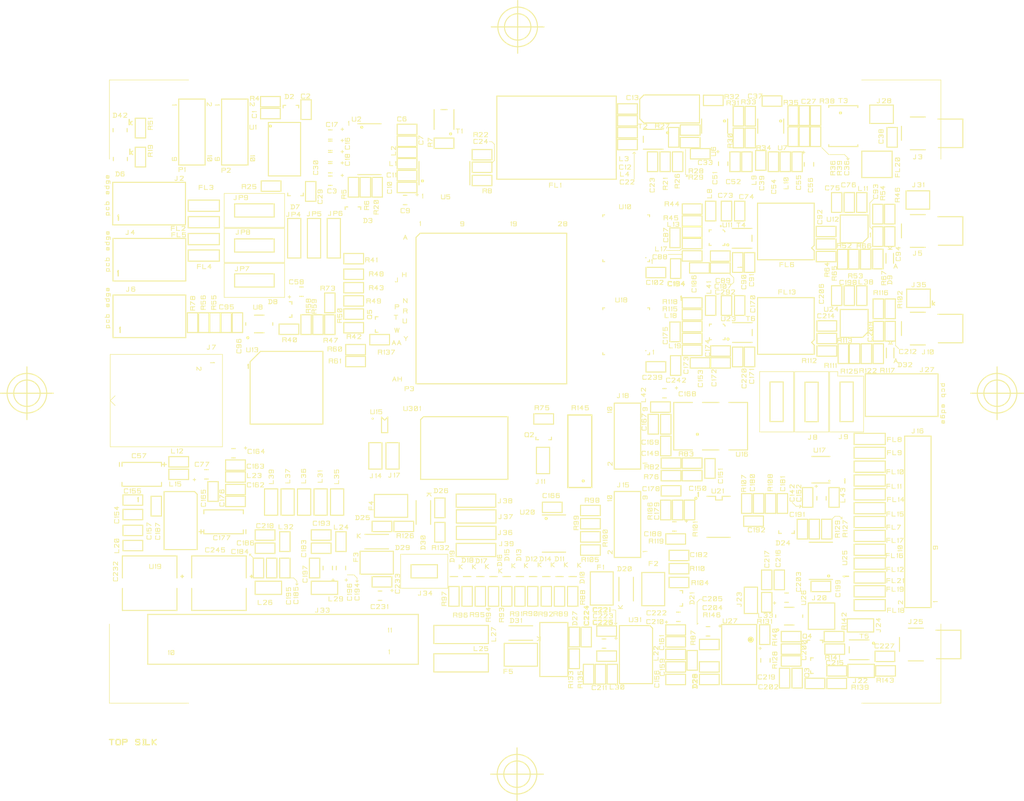
<source format=kicad_pcb>
(kicad_pcb (version 20221018) (generator pcbnew)
  (layers (0 "F.Cu" signal) (31 "B.Cu" signal) (34 "B.Paste" user) (35 "F.Paste" user) (36 "B.SilkS" user "B.Silkscreen") (37 "F.SilkS" user "F.Silkscreen") (38 "B.Mask" user) (39 "F.Mask" user) (44 "Edge.Cuts" user))
  (net 0 "")
  (gr_line (start 143.3068 -100.88042) (end 143.39164 -100.965) (stroke (width 0.1524)) (layer "F.SilkS"))
  (gr_line (start 160.86252 -33.51682) (end 160.36265 -33.51682) (stroke (width 0.2032)) (layer "F.SilkS"))
  (gr_line (start 53.1622 -66.63258) (end 52.73904 -66.63258) (stroke (width 0.1524)) (layer "F.SilkS"))
  (gr_line (start 78.97368 -130.8768) (end 82.77352 -130.8768) (stroke (width 0.2032)) (layer "F.SilkS"))
  (gr_line (start 178.02885 -73.49922) (end 178.11344 -73.41438) (stroke (width 0.1524)) (layer "F.SilkS"))
  (gr_line (start 179.40884 -127) (end 179.832 -127) (stroke (width 0.1524)) (layer "F.SilkS"))
  (gr_line (start 178.46878 -120.81078) (end 178.55362 -120.89562) (stroke (width 0.1524)) (layer "F.SilkS"))
  (gr_line (start 64.27064 -115.30762) (end 64.27064 -115.60378) (stroke (width 0.1524)) (layer "F.SilkS"))
  (gr_line (start 173.94784 -137.49858) (end 173.94784 -137.71042) (stroke (width 0.1524)) (layer "F.SilkS"))
  (gr_line (start 159.74568 -92.6178) (end 159.74568 -90.6178) (stroke (width 0.2032)) (layer "F.SilkS"))
  (gr_line (start 142.55572 -131.1369) (end 142.55572 -133.8867) (stroke (width 0.2032)) (layer "F.SilkS"))
  (gr_line (start 187.82157 -128.3749) (end 187.82157 -133.86486) (stroke (width 0.2032)) (layer "F.SilkS"))
  (gr_line (start 165.00704 -85.725) (end 165.09187 -85.64042) (stroke (width 0.1524)) (layer "F.SilkS"))
  (gr_line (start 101.7778 -38.65042) (end 101.7778 -38.90442) (stroke (width 0.1524)) (layer "F.SilkS"))
  (gr_line (start 60.89244 -102.62438) (end 60.89244 -102.83622) (stroke (width 0.1524)) (layer "F.SilkS"))
  (gr_line (start 171.05147 -26.6098) (end 174.85157 -26.6098) (stroke (width 0.2032)) (layer "F.SilkS"))
  (gr_line (start 52.8828 -97.6884) (end 52.96764 -97.60382) (stroke (width 0.1524)) (layer "F.SilkS"))
  (gr_line (start 133.57352 -64.2018) (end 133.57352 -66.2018) (stroke (width 0.2032)) (layer "F.SilkS"))
  (gr_line (start 152.89047 -33.2138) (end 156.69057 -33.2138) (stroke (width 0.2032)) (layer "F.SilkS"))
  (gr_line (start 82.07578 -53.60238) (end 82.07578 -53.30622) (stroke (width 0.1524)) (layer "F.SilkS"))
  (gr_line (start 163.2966 -53.93284) (end 163.38118 -54.01767) (stroke (width 0.1524)) (layer "F.SilkS"))
  (gr_line (start 112.7506 -36.82162) (end 112.83518 -36.99078) (stroke (width 0.1524)) (layer "F.SilkS"))
  (gr_line (start 60.833 -47.81118) (end 61.63742 -47.30318) (stroke (width 0.1524)) (layer "F.SilkS"))
  (gr_line (start 166.90061 -52.01463) (end 166.90061 -49.85944) (stroke (width 0.2032)) (layer "F.SilkS"))
  (gr_line (start 170.3832 -102.5144) (end 170.46804 -102.42982) (stroke (width 0.1524)) (layer "F.SilkS"))
  (gr_line (start 28.3972 -100.71938) (end 27.97404 -100.71938) (stroke (width 0.1524)) (layer "F.SilkS"))
  (gr_line (start 138.2936 -114.25428) (end 140.2936 -114.25428) (stroke (width 0.2032)) (layer "F.SilkS"))
  (gr_line (start 148.02282 -122.38558) (end 147.93798 -122.301) (stroke (width 0.1524)) (layer "F.SilkS"))
  (gr_line (start 54.84724 -40.47922) (end 54.7624 -40.39438) (stroke (width 0.1524)) (layer "F.SilkS"))
  (gr_line (start 175.70044 -49.87722) (end 176.1236 -49.87722) (stroke (width 0.1524)) (layer "F.SilkS"))
  (gr_line (start 136.02564 -49.58918) (end 135.51764 -49.58918) (stroke (width 0.1524)) (layer "F.SilkS"))
  (gr_line (start 130.53085 -117.9322) (end 131.12344 -117.9322) (stroke (width 0.1524)) (layer "F.SilkS"))
  (gr_line (start 164.27018 -109.9058) (end 164.35502 -109.82122) (stroke (width 0.1524)) (layer "F.SilkS"))
  (gr_line (start 129.1336 -72.0598) (end 129.21844 -71.97522) (stroke (width 0.1524)) (layer "F.SilkS"))
  (gr_line (start 167.06444 -25.33218) (end 167.14927 -25.41702) (stroke (width 0.1524)) (layer "F.SilkS"))
  (gr_line (start 68.2752 -115.76482) (end 68.36004 -115.67998) (stroke (width 0.1524)) (layer "F.SilkS"))
  (gr_line (start 148.31847 -99.48393) (end 148.31847 -88.57767) (stroke (width 0.2032)) (layer "F.SilkS"))
  (gr_line (start 31.40278 -132.95198) (end 31.48762 -132.8674) (stroke (width 0.1524)) (layer "F.SilkS"))
  (gr_line (start 52.22265 -40.39438) (end 52.22265 -41.1988) (stroke (width 0.1524)) (layer "F.SilkS"))
  (gr_line (start 71.8886 -92.38691) (end 71.97344 -92.30208) (stroke (width 0.1524)) (layer "F.SilkS"))
  (gr_line (start 146.99818 -64.82055) (end 146.9136 -64.90538) (stroke (width 0.1524)) (layer "F.SilkS"))
  (gr_line (start 165.87064 -91.6432) (end 166.2938 -91.6432) (stroke (width 0.1524)) (layer "F.SilkS"))
  (gr_line (start 172.09338 -118.99062) (end 172.30522 -118.99062) (stroke (width 0.1524)) (layer "F.SilkS"))
  (gr_line (start 148.77618 -128.3716) (end 148.1836 -128.3716) (stroke (width 0.1524)) (layer "F.SilkS"))
  (gr_line (start 173.68114 -85.8774) (end 173.5963 -85.70798) (stroke (width 0.1524)) (layer "F.SilkS"))
  (gr_line (start 150.80818 -64.82055) (end 150.7236 -64.90538) (stroke (width 0.1524)) (layer "F.SilkS"))
  (gr_line (start 23.5966 -21.3868) (end 38.8366 -21.3868) (stroke (width 0.127)) (layer "F.SilkS"))
  (gr_line (start 168.50385 -24.4856) (end 168.24985 -24.4856) (stroke (width 0.1524)) (layer "F.SilkS"))
  (gr_line (start 134.22198 -87.4268) (end 134.1374 -87.51164) (stroke (width 0.1524)) (layer "F.SilkS"))
  (gr_line (start 168.3766 -122.6058) (end 174.2186 -122.6058) (stroke (width 0.2032)) (layer "F.SilkS"))
  (gr_line (start 143.64564 -138.49782) (end 143.64564 -138.28598) (stroke (width 0.1524)) (layer "F.SilkS"))
  (gr_line (start 64.87185 -91.6686) (end 65.46444 -91.6686) (stroke (width 0.1524)) (layer "F.SilkS"))
  (gr_line (start 157.43758 -137.6934) (end 157.52242 -137.60882) (stroke (width 0.1524)) (layer "F.SilkS"))
  (gr_arc (start 114.9825 -64.1858) (mid 114.7826 -63.9859) (end 114.5827 -64.1858) (stroke (width 0.2032)) (layer "F.SilkS"))
  (gr_line (start 58.35244 -102.11638) (end 58.26785 -102.20122) (stroke (width 0.1524)) (layer "F.SilkS"))
  (gr_line (start 175.95444 -86.88502) (end 176.03927 -86.7156) (stroke (width 0.1524)) (layer "F.SilkS"))
  (gr_line (start 81.56778 -53.22138) (end 81.48295 -53.30622) (stroke (width 0.1524)) (layer "F.SilkS"))
  (gr_line (start 72.74662 -53.89677) (end 77.31658 -53.89677) (stroke (width 0.2032)) (layer "F.SilkS"))
  (gr_line (start 23.47316 -97.73539) (end 23.55799 -97.82023) (stroke (width 0.1524)) (layer "F.SilkS"))
  (gr_line (start 29.00705 -69.02018) (end 29.00705 -69.4436) (stroke (width 0.1524)) (layer "F.SilkS"))
  (gr_line (start 133.83768 -92.9038) (end 137.63752 -92.9038) (stroke (width 0.2032)) (layer "F.SilkS"))
  (gr_line (start 100.13518 -57.41238) (end 100.0506 -57.3278) (stroke (width 0.1524)) (layer "F.SilkS"))
  (gr_line (start 157.53944 -87.376) (end 157.62427 -86.95258) (stroke (width 0.1524)) (layer "F.SilkS"))
  (gr_line (start 151.6126 -28.71038) (end 152.03602 -28.79522) (stroke (width 0.1524)) (layer "F.SilkS"))
  (gr_line (start 113.80902 -54.78805) (end 113.0046 -54.78805) (stroke (width 0.1524)) (layer "F.SilkS"))
  (gr_line (start 116.71325 -36.64382) (end 116.71325 -37.27882) (stroke (width 0.2286)) (layer "F.SilkS"))
  (gr_line (start 176.33544 -53.1368) (end 175.82744 -52.33238) (stroke (width 0.1524)) (layer "F.SilkS"))
  (gr_line (start 66.91224 -101.40518) (end 66.8274 -101.3206) (stroke (width 0.1524)) (layer "F.SilkS"))
  (gr_line (start 173.92244 -72.1868) (end 173.32985 -72.1868) (stroke (width 0.1524)) (layer "F.SilkS"))
  (gr_line (start 23.55698 -107.02595) (end 23.55698 -106.68737) (stroke (width 0.1524)) (layer "F.SilkS"))
  (gr_line (start 173.32985 -61.0108) (end 173.92244 -61.0108) (stroke (width 0.1524)) (layer "F.SilkS"))
  (gr_line (start 49.25924 -50.70678) (end 49.25924 -50.91862) (stroke (width 0.1524)) (layer "F.SilkS"))
  (gr_line (start 57.84444 -55.66842) (end 57.84444 -55.45658) (stroke (width 0.1524)) (layer "F.SilkS"))
  (gr_line (start 135.94918 -25.29865) (end 135.8646 -25.38324) (stroke (width 0.2286)) (layer "F.SilkS"))
  (gr_line (start 130.12903 -37.41801) (end 130.12903 -36.78301) (stroke (width 0.1524)) (layer "F.SilkS"))
  (gr_line (start 179.2986 -108.03458) (end 179.2986 -108.458) (stroke (width 0.1524)) (layer "F.SilkS"))
  (gr_line (start 128.98857 -48.68672) (end 129.0734 -48.60214) (stroke (width 0.1524)) (layer "F.SilkS"))
  (gr_line (start 65.78575 -39.3192) (end 65.87058 -39.23462) (stroke (width 0.1524)) (layer "F.SilkS"))
  (gr_line (start 175.38294 -63.5508) (end 175.2981 -63.38138) (stroke (width 0.1524)) (layer "F.SilkS"))
  (gr_line (start 164.34664 -91.2622) (end 164.43147 -90.83878) (stroke (width 0.1524)) (layer "F.SilkS"))
  (gr_line (start 114.6302 -41.53738) (end 114.6302 -41.9608) (stroke (width 0.1524)) (layer "F.SilkS"))
  (gr_line (start 49.25924 -50.91862) (end 49.17465 -51.0032) (stroke (width 0.1524)) (layer "F.SilkS"))
  (gr_line (start 151.95118 -35.07715) (end 151.31618 -35.07715) (stroke (width 0.1524)) (layer "F.SilkS"))
  (gr_line (start 174.8536 -124.84964) (end 174.8536 -125.27305) (stroke (width 0.1524)) (layer "F.SilkS"))
  (gr_line (start 23.50795 -115.45646) (end 23.42337 -115.37188) (stroke (width 0.1524)) (layer "F.SilkS"))
  (gr_line (start 128.11785 -54.11038) (end 128.20244 -54.0258) (stroke (width 0.1524)) (layer "F.SilkS"))
  (gr_line (start 36.15893 -125.87605) (end 36.07435 -125.96089) (stroke (width 0.1524)) (layer "F.SilkS"))
  (gr_line (start 23.55799 -97.82023) (end 23.55799 -98.15881) (stroke (width 0.1524)) (layer "F.SilkS"))
  (gr_line (start 75.1586 -98.89922) (end 75.1586 -99.15322) (stroke (width 0.1524)) (layer "F.SilkS"))
  (gr_line (start 41.99458 -62.41618) (end 41.69842 -62.41618) (stroke (width 0.1524)) (layer "F.SilkS"))
  (gr_line (start 25.33117 -114.38687) (end 25.33117 -115.3922) (stroke (width 0.254)) (layer "F.SilkS"))
  (gr_line (start 55.81244 -98.64522) (end 55.81244 -98.39122) (stroke (width 0.1524)) (layer "F.SilkS"))
  (gr_line (start 101.43922 -38.69258) (end 101.35464 -38.608) (stroke (width 0.1524)) (layer "F.SilkS"))
  (gr_line (start 95.47885 -120.4468) (end 96.07144 -120.4468) (stroke (width 0.1524)) (layer "F.SilkS"))
  (gr_line (start 135.43305 -49.67402) (end 135.43305 -50.30902) (stroke (width 0.1524)) (layer "F.SilkS"))
  (gr_line (start 174.93818 -125.35764) (end 175.1076 -125.35764) (stroke (width 0.1524)) (layer "F.SilkS"))
  (gr_line (start 71.64502 -57.277) (end 71.64502 -56.98058) (stroke (width 0.1524)) (layer "F.SilkS"))
  (gr_line (start 155.36342 -62.24676) (end 154.559 -62.24676) (stroke (width 0.1524)) (layer "F.SilkS"))
  (gr_line (start 134.22198 -88.01964) (end 134.43382 -88.01964) (stroke (width 0.1524)) (layer "F.SilkS"))
  (gr_line (start 23.50795 -122.56795) (end 23.50795 -122.90654) (stroke (width 0.1524)) (layer "F.SilkS"))
  (gr_line (start 145.85544 -69.7484) (end 146.2786 -69.7484) (stroke (width 0.1524)) (layer "F.SilkS"))
  (gr_line (start 96.1136 -38.23538) (end 96.1136 -38.6588) (stroke (width 0.1524)) (layer "F.SilkS"))
  (gr_line (start 172.3898 -118.90578) (end 172.81322 -118.99062) (stroke (width 0.1524)) (layer "F.SilkS"))
  (gr_line (start 137.63752 -68.6148) (end 133.83768 -68.6148) (stroke (width 0.2032)) (layer "F.SilkS"))
  (gr_line (start 179.38344 -108.11942) (end 179.2986 -108.03458) (stroke (width 0.1524)) (layer "F.SilkS"))
  (gr_line (start 65.53175 -39.3192) (end 65.78575 -39.3192) (stroke (width 0.1524)) (layer "F.SilkS"))
  (gr_line (start 176.39868 -45.3898) (end 176.3141 -45.22038) (stroke (width 0.1524)) (layer "F.SilkS"))
  (gr_line (start 128.62585 -54.0258) (end 128.71044 -53.94122) (stroke (width 0.1524)) (layer "F.SilkS"))
  (gr_line (start 176.33544 -65.62522) (end 176.2506 -65.54038) (stroke (width 0.1524)) (layer "F.SilkS"))
  (gr_line (start 84.21802 -52.58638) (end 84.34502 -52.5018) (stroke (width 0.1524)) (layer "F.SilkS"))
  (gr_line (start 111.59642 -82.8868) (end 111.59642 -111.887) (stroke (width 0.2032)) (layer "F.SilkS"))
  (gr_line (start 51.63845 -66.71742) (end 51.63845 -67.35242) (stroke (width 0.1524)) (layer "F.SilkS"))
  (gr_line (start 137.1854 -123.56262) (end 137.1854 -123.81662) (stroke (width 0.1524)) (layer "F.SilkS"))
  (gr_line (start 141.50035 -65.90335) (end 141.20393 -65.90335) (stroke (width 0.1524)) (layer "F.SilkS"))
  (gr_line (start 163.12718 -125.14555) (end 162.49218 -125.14555) (stroke (width 0.1524)) (layer "F.SilkS"))
  (gr_line (start 67.0146 -96.18472) (end 65.0146 -96.18472) (stroke (width 0.2032)) (layer "F.SilkS"))
  (gr_line (start 108.0516 -78.32522) (end 107.62844 -78.32522) (stroke (width 0.1524)) (layer "F.SilkS"))
  (gr_line (start 130.67335 -39.10203) (end 130.67335 -38.93287) (stroke (width 0.1524)) (layer "F.SilkS"))
  (gr_line (start 110.13465 -38.69258) (end 110.21924 -38.608) (stroke (width 0.1524)) (layer "F.SilkS"))
  (gr_line (start 162.02558 -128.57683) (end 167.61562 -128.57683) (stroke (width 0.2032)) (layer "F.SilkS"))
  (gr_line (start 138.42568 -39.38245) (end 137.91768 -39.38245) (stroke (width 0.1524)) (layer "F.SilkS"))
  (gr_line (start 39.5986 -97.5868) (end 39.5986 -97.67138) (stroke (width 0.1524)) (layer "F.SilkS"))
  (gr_line (start 48.1076 -88.90838) (end 48.1076 -89.41638) (stroke (width 0.1524)) (layer "F.SilkS"))
  (gr_line (start 144.33144 -37.6428) (end 143.82344 -36.83838) (stroke (width 0.1524)) (layer "F.SilkS"))
  (gr_line (start 73.9394 -59.21604) (end 73.9394 -58.62345) (stroke (width 0.1524)) (layer "F.SilkS"))
  (gr_line (start 149.52142 -121.31904) (end 149.43658 -121.23445) (stroke (width 0.1524)) (layer "F.SilkS"))
  (gr_line (start 157.75102 -34.0868) (end 157.62402 -33.91738) (stroke (width 0.1524)) (layer "F.SilkS"))
  (gr_line (start 121.2596 -36.8046) (end 121.2342 -36.8046) (stroke (width 0.127)) (layer "F.SilkS"))
  (gr_line (start 87.07145 -62.62802) (end 87.15604 -62.7126) (stroke (width 0.1524)) (layer "F.SilkS"))
  (gr_line (start 160.1978 -99.8982) (end 160.28238 -99.98278) (stroke (width 0.1524)) (layer "F.SilkS"))
  (gr_line (start 126.85268 -85.1568) (end 130.65252 -85.1568) (stroke (width 0.2032)) (layer "F.SilkS"))
  (gr_line (start 172.63542 -103.56418) (end 172.93158 -103.56418) (stroke (width 0.1524)) (layer "F.SilkS"))
  (gr_line (start 67.93662 -95.70745) (end 67.5132 -95.70745) (stroke (width 0.1524)) (layer "F.SilkS"))
  (gr_line (start 133.23138 -102.48062) (end 133.23138 -101.84562) (stroke (width 0.2286)) (layer "F.SilkS"))
  (gr_line (start 106.81564 -38.5826) (end 106.22305 -38.5826) (stroke (width 0.1524)) (layer "F.SilkS"))
  (gr_line (start 51.26584 -120.92102) (end 51.181 -120.83618) (stroke (width 0.1524)) (layer "F.SilkS"))
  (gr_line (start 23.25395 -122.99112) (end 23.08454 -122.99112) (stroke (width 0.1524)) (layer "F.SilkS"))
  (gr_line (start 132.77444 -98.64522) (end 132.77444 -98.39122) (stroke (width 0.1524)) (layer "F.SilkS"))
  (gr_line (start 148.1836 -128.7526) (end 148.77618 -128.7526) (stroke (width 0.1524)) (layer "F.SilkS"))
  (gr_line (start 162.39922 -114.26622) (end 162.39922 -114.9858) (stroke (width 0.1524)) (layer "F.SilkS"))
  (gr_line (start 167.74185 -25.33218) (end 168.33444 -25.33218) (stroke (width 0.1524)) (layer "F.SilkS"))
  (gr_line (start 31.78378 -128.78638) (end 31.86862 -128.7018) (stroke (width 0.1524)) (layer "F.SilkS"))
  (gr_poly (pts (xy 54.38623 -132.5118) (xy 54.38927 -132.54656) (xy 54.3983 -132.58026) (xy 54.41305 -132.61188) (xy 54.43306 -132.64045) (xy 54.45773 -132.66512) (xy 54.4863 -132.68513) (xy 54.51792 -132.69988) (xy 54.55162 -132.70891) (xy 54.58638 -132.71195) (xy 54.62114 -132.70891) (xy 54.65484 -132.69988) (xy 54.68646 -132.68513) (xy 54.71503 -132.66512) (xy 54.7397 -132.64045) (xy 54.75971 -132.61188) (xy 54.77446 -132.58026) (xy 54.78349 -132.54656) (xy 54.78653 -132.5118) (xy 54.78678 -132.5118) (xy 54.78374 -132.47704) (xy 54.77471 -132.44334) (xy 54.75996 -132.41172) (xy 54.73995 -132.38315) (xy 54.71528 -132.35848) (xy 54.68671 -132.33847) (xy 54.65509 -132.32372) (xy 54.62139 -132.31469) (xy 54.58663 -132.31165) (xy 54.55187 -132.31469) (xy 54.51817 -132.32372) (xy 54.48655 -132.33847) (xy 54.45798 -132.35848) (xy 54.43331 -132.38315) (xy 54.4133 -132.41172) (xy 54.39855 -132.44334) (xy 54.38952 -132.47704) (xy 54.38648 -132.5118)) (fill solid) (layer "F.SilkS"))
  (gr_line (start 74.92594 -65.5828) (end 74.8411 -65.41338) (stroke (width 0.1524)) (layer "F.SilkS"))
  (gr_line (start 179.73878 -121.53062) (end 179.73878 -121.31878) (stroke (width 0.1524)) (layer "F.SilkS"))
  (gr_line (start 114.08842 -25.03627) (end 114.173 -24.95144) (stroke (width 0.1524)) (layer "F.SilkS"))
  (gr_line (start 136.49122 -103.60635) (end 136.49122 -103.18318) (stroke (width 0.1524)) (layer "F.SilkS"))
  (gr_line (start 141.41044 -119.5832) (end 141.49527 -119.49862) (stroke (width 0.1524)) (layer "F.SilkS"))
  (gr_line (start 142.72285 -37.55822) (end 142.80744 -37.6428) (stroke (width 0.1524)) (layer "F.SilkS"))
  (gr_line (start 141.94384 -102.45522) (end 141.85925 -102.37038) (stroke (width 0.1524)) (layer "F.SilkS"))
  (gr_line (start 97.94672 -49.61687) (end 90.32672 -49.61687) (stroke (width 0.2032)) (layer "F.SilkS"))
  (gr_line (start 58.86044 -55.66842) (end 58.86044 -55.499) (stroke (width 0.1524)) (layer "F.SilkS"))
  (gr_line (start 138.03224 -125.9078) (end 138.45565 -125.9078) (stroke (width 0.1524)) (layer "F.SilkS"))
  (gr_line (start 131.05562 -110.82858) (end 131.05562 -110.32058) (stroke (width 0.1524)) (layer "F.SilkS"))
  (gr_line (start 114.08842 -26.47544) (end 114.173 -26.39085) (stroke (width 0.1524)) (layer "F.SilkS"))
  (gr_line (start 157.94558 -137.6934) (end 158.369 -137.6934) (stroke (width 0.1524)) (layer "F.SilkS"))
  (gr_line (start 115.69294 -49.4538) (end 115.60835 -49.28438) (stroke (width 0.1524)) (layer "F.SilkS"))
  (gr_line (start 49.58055 -118.81282) (end 49.58055 -119.06682) (stroke (width 0.1524)) (layer "F.SilkS"))
  (gr_line (start 113.0046 -55.88864) (end 113.0046 -56.31205) (stroke (width 0.1524)) (layer "F.SilkS"))
  (gr_line (start 161.00222 -101.92995) (end 161.00222 -101.50653) (stroke (width 0.1524)) (layer "F.SilkS"))
  (gr_line (start 112.0554 -36.03752) (end 112.0554 -32.23768) (stroke (width 0.2032)) (layer "F.SilkS"))
  (gr_line (start 122.91085 -121.34418) (end 123.50344 -121.34418) (stroke (width 0.1524)) (layer "F.SilkS"))
  (gr_line (start 131.5306 -123.75388) (end 131.5306 -127.55372) (stroke (width 0.2032)) (layer "F.SilkS"))
  (gr_line (start 175.50994 -61.0108) (end 175.4251 -60.84138) (stroke (width 0.1524)) (layer "F.SilkS"))
  (gr_line (start 173.355 -102.48062) (end 173.43958 -102.64978) (stroke (width 0.1524)) (layer "F.SilkS"))
  (gr_line (start 167.14927 -24.57018) (end 167.06444 -24.4856) (stroke (width 0.1524)) (layer "F.SilkS"))
  (gr_line (start 173.43958 -102.64978) (end 173.609 -102.73462) (stroke (width 0.1524)) (layer "F.SilkS"))
  (gr_line (start 79.65745 -133.48233) (end 79.14945 -133.48233) (stroke (width 0.1524)) (layer "F.SilkS"))
  (gr_line (start 48.91202 -89.41638) (end 48.91202 -88.90838) (stroke (width 0.1524)) (layer "F.SilkS"))
  (gr_line (start 163.21202 -125.65355) (end 163.21202 -125.23038) (stroke (width 0.1524)) (layer "F.SilkS"))
  (gr_line (start 129.1336 -71.25538) (end 128.71044 -71.25538) (stroke (width 0.1524)) (layer "F.SilkS"))
  (gr_line (start 134.4676 -128.0668) (end 134.4676 -123.2154) (stroke (width 0.127)) (layer "F.SilkS"))
  (gr_line (start 41.35958 -59.2836) (end 41.275 -59.36818) (stroke (width 0.1524)) (layer "F.SilkS"))
  (gr_line (start 130.95427 -91.76614) (end 130.14985 -91.76614) (stroke (width 0.1524)) (layer "F.SilkS"))
  (gr_line (start 122.47474 -81.026) (end 122.3899 -80.85658) (stroke (width 0.1524)) (layer "F.SilkS"))
  (gr_line (start 138.47394 -41.18305) (end 138.38936 -41.09847) (stroke (width 0.1524)) (layer "F.SilkS"))
  (gr_line (start 143.6276 -132.12572) (end 143.6276 -128.32588) (stroke (width 0.2032)) (layer "F.SilkS"))
  (gr_line (start 69.3674 -126.57658) (end 69.3674 -127) (stroke (width 0.1524)) (layer "F.SilkS"))
  (gr_line (start 144.00098 -95.36862) (end 144.00098 -95.15678) (stroke (width 0.1524)) (layer "F.SilkS"))
  (gr_line (start 69.05549 -47.07179) (end 69.05549 -47.77181) (stroke (width 0.2032)) (layer "F.SilkS"))
  (gr_line (start 23.55698 -106.60278) (end 22.75256 -106.60278) (stroke (width 0.1524)) (layer "F.SilkS"))
  (gr_line (start 77.46568 -31.6738) (end 77.3811 -31.50438) (stroke (width 0.1524)) (layer "F.SilkS"))
  (gr_line (start 162.93694 -86.01278) (end 162.93694 -86.8172) (stroke (width 0.1524)) (layer "F.SilkS"))
  (gr_line (start 114.21542 -26.8986) (end 113.792 -26.8986) (stroke (width 0.1524)) (layer "F.SilkS"))
  (gr_line (start 71.94118 -134.17982) (end 71.94118 -134.0104) (stroke (width 0.1524)) (layer "F.SilkS"))
  (gr_line (start 101.13442 -36.91458) (end 100.71125 -36.91458) (stroke (width 0.1524)) (layer "F.SilkS"))
  (gr_line (start 100.09302 -50.93538) (end 100.00818 -50.8508) (stroke (width 0.1524)) (layer "F.SilkS"))
  (gr_line (start 156.19298 -61.88304) (end 156.27782 -61.79845) (stroke (width 0.1524)) (layer "F.SilkS"))
  (gr_line (start 172.93158 -102.9716) (end 172.29658 -102.9716) (stroke (width 0.1524)) (layer "F.SilkS"))
  (gr_line (start 63.7286 -65.4558) (end 63.81318 -65.54038) (stroke (width 0.1524)) (layer "F.SilkS"))
  (gr_line (start 151.06218 -64.39738) (end 151.14702 -64.3128) (stroke (width 0.1524)) (layer "F.SilkS"))
  (gr_line (start 36.49751 -126.38405) (end 36.49751 -125.96089) (stroke (width 0.1524)) (layer "F.SilkS"))
  (gr_arc (start 170.82973 -32.94405) (mid 170.62983 -32.74415) (end 170.42993 -32.94405) (stroke (width 0.2032)) (layer "F.SilkS"))
  (gr_line (start 130.74244 -97.7138) (end 130.82727 -97.62922) (stroke (width 0.1524)) (layer "F.SilkS"))
  (gr_line (start 161.65347 -24.1968) (end 165.45357 -24.1968) (stroke (width 0.2032)) (layer "F.SilkS"))
  (gr_line (start 139.44143 -40.10203) (end 139.44143 -39.93286) (stroke (width 0.1524)) (layer "F.SilkS"))
  (gr_line (start 99.9236 -60.3758) (end 99.6696 -60.3758) (stroke (width 0.1524)) (layer "F.SilkS"))
  (gr_line (start 119.761 -36.93998) (end 119.761 -37.3634) (stroke (width 0.2286)) (layer "F.SilkS"))
  (gr_line (start 145.2626 -64.1858) (end 145.34718 -64.27038) (stroke (width 0.1524)) (layer "F.SilkS"))
  (gr_line (start 137.63752 -88.3318) (end 137.63752 -90.3318) (stroke (width 0.2032)) (layer "F.SilkS"))
  (gr_line (start 148.08225 -138.684) (end 148.16684 -138.59942) (stroke (width 0.1524)) (layer "F.SilkS"))
  (gr_line (start 67.8942 -95.28404) (end 68.31762 -95.36887) (stroke (width 0.1524)) (layer "F.SilkS"))
  (gr_line (start 49.2346 -96.56572) (end 47.2346 -96.56572) (stroke (width 0.2032)) (layer "F.SilkS"))
  (gr_line (start 53.46725 -55.61762) (end 52.95925 -55.15178) (stroke (width 0.1524)) (layer "F.SilkS"))
  (gr_line (start 146.64284 -137.87958) (end 146.55825 -137.96442) (stroke (width 0.1524)) (layer "F.SilkS"))
  (gr_line (start 42.49318 -126.76073) (end 43.2976 -126.76073) (stroke (width 0.1524)) (layer "F.SilkS"))
  (gr_line (start 145.41094 -68.94398) (end 145.41094 -69.7484) (stroke (width 0.1524)) (layer "F.SilkS"))
  (gr_line (start 73.97344 -77.09738) (end 74.48144 -77.09738) (stroke (width 0.1524)) (layer "F.SilkS"))
  (gr_line (start 72.91502 -114.7318) (end 73.08444 -114.64722) (stroke (width 0.1524)) (layer "F.SilkS"))
  (gr_line (start 175.3616 -69.68922) (end 175.3616 -69.94322) (stroke (width 0.1524)) (layer "F.SilkS"))
  (gr_line (start 55.81244 -98.81438) (end 55.81244 -99.02622) (stroke (width 0.1524)) (layer "F.SilkS"))
  (gr_line (start 153.41625 -100.16058) (end 153.41625 -100.965) (stroke (width 0.1524)) (layer "F.SilkS"))
  (gr_line (start 43.6372 -51.308) (end 43.72178 -51.22342) (stroke (width 0.1524)) (layer "F.SilkS"))
  (gr_line (start 129.0734 -48.60214) (end 129.0734 -48.43272) (stroke (width 0.1524)) (layer "F.SilkS"))
  (gr_line (start 36.19525 -122.14022) (end 36.27984 -122.05538) (stroke (width 0.1524)) (layer "F.SilkS"))
  (gr_line (start 43.2816 -99.23755) (end 43.2816 -99.83038) (stroke (width 0.1524)) (layer "F.SilkS"))
  (gr_line (start 131.29768 -48.2948) (end 131.29768 -46.2948) (stroke (width 0.2032)) (layer "F.SilkS"))
  (gr_line (start 147.18462 -103.251) (end 147.18462 -102.78516) (stroke (width 0.1524)) (layer "F.SilkS"))
  (gr_line (start 101.3046 -113.76431) (end 101.3046 -114.01831) (stroke (width 0.1524)) (layer "F.SilkS"))
  (gr_line (start 164.01618 -120.58218) (end 163.93135 -120.66702) (stroke (width 0.1524)) (layer "F.SilkS"))
  (gr_line (start 64.77 -39.3192) (end 64.85458 -39.23462) (stroke (width 0.1524)) (layer "F.SilkS"))
  (gr_line (start 151.58949 -40.43426) (end 151.58949 -40.94226) (stroke (width 0.1524)) (layer "F.SilkS"))
  (gr_line (start 169.2656 -25.79802) (end 168.7576 -25.33218) (stroke (width 0.1524)) (layer "F.SilkS"))
  (gr_line (start 149.43658 -122.84304) (end 149.52142 -122.7582) (stroke (width 0.1524)) (layer "F.SilkS"))
  (gr_line (start 69.81622 -42.76496) (end 69.73138 -42.7228) (stroke (width 0.1524)) (layer "F.SilkS"))
  (gr_line (start 78.97368 -128.4318) (end 78.97368 -126.4318) (stroke (width 0.2032)) (layer "F.SilkS"))
  (gr_line (start 143.86585 -121.88622) (end 143.44244 -121.88622) (stroke (width 0.1524)) (layer "F.SilkS"))
  (gr_line (start 118.88749 -97.51492) (end 118.53748 -97.51492) (stroke (width 0.2032)) (layer "F.SilkS"))
  (gr_line (start 73.50735 -57.19242) (end 73.08418 -57.19242) (stroke (width 0.1524)) (layer "F.SilkS"))
  (gr_line (start 159.74568 -95.0308) (end 159.74568 -93.0308) (stroke (width 0.2032)) (layer "F.SilkS"))
  (gr_line (start 69.32498 -129.67538) (end 69.32498 -130.0988) (stroke (width 0.1524)) (layer "F.SilkS"))
  (gr_line (start 172.72838 -119.3292) (end 172.81322 -119.41378) (stroke (width 0.1524)) (layer "F.SilkS"))
  (gr_line (start 121.85244 -125.0188) (end 122.36044 -125.0188) (stroke (width 0.1524)) (layer "F.SilkS"))
  (gr_line (start 117.7036 -60.8838) (end 117.28044 -60.8838) (stroke (width 0.1524)) (layer "F.SilkS"))
  (gr_line (start 127.24155 -66.90589) (end 126.64872 -66.90589) (stroke (width 0.1524)) (layer "F.SilkS"))
  (gr_line (start 136.95705 -49.92802) (end 137.04164 -50.0126) (stroke (width 0.1524)) (layer "F.SilkS"))
  (gr_line (start 167.03904 -85.38642) (end 166.9542 -85.30158) (stroke (width 0.1524)) (layer "F.SilkS"))
  (gr_line (start 169.3766 -97.97288) (end 169.3766 -101.77272) (stroke (width 0.2032)) (layer "F.SilkS"))
  (gr_line (start 74.98105 -39.58158) (end 75.57364 -39.58158) (stroke (width 0.1524)) (layer "F.SilkS"))
  (gr_line (start 133.83768 -94.9038) (end 133.83768 -92.9038) (stroke (width 0.2032)) (layer "F.SilkS"))
  (gr_line (start 61.4807 -99.12655) (end 61.4807 -98.70338) (stroke (width 0.1524)) (layer "F.SilkS"))
  (gr_line (start 166.2938 -90.83878) (end 165.87064 -90.83878) (stroke (width 0.1524)) (layer "F.SilkS"))
  (gr_line (start 56.48452 -136.2108) (end 56.48452 -138.2108) (stroke (width 0.2032)) (layer "F.SilkS"))
  (gr_line (start 98.5266 -56.98922) (end 98.61118 -56.90438) (stroke (width 0.1524)) (layer "F.SilkS"))
  (gr_line (start 71.07758 -50.30038) (end 71.28942 -50.30038) (stroke (width 0.1524)) (layer "F.SilkS"))
  (gr_line (start 99.32568 -45.7708) (end 100.77552 -45.7708) (stroke (width 0.2032)) (layer "F.SilkS"))
  (gr_arc (start 161.79267 -45.89374) (mid 161.99257 -46.09364) (end 162.19247 -45.89374) (stroke (width 0.2032)) (layer "F.SilkS"))
  (gr_line (start 170.28998 -93.70898) (end 170.37482 -93.62415) (stroke (width 0.1524)) (layer "F.SilkS"))
  (gr_line (start 154.10155 -57.9468) (end 154.10155 -61.74689) (stroke (width 0.2032)) (layer "F.SilkS"))
  (gr_line (start 87.6046 -40.77538) (end 87.68918 -40.86022) (stroke (width 0.1524)) (layer "F.SilkS"))
  (gr_line (start 151.4856 -30.23438) (end 151.57018 -30.1498) (stroke (width 0.1524)) (layer "F.SilkS"))
  (gr_line (start 44.00118 -99.83038) (end 43.70502 -99.83038) (stroke (width 0.1524)) (layer "F.SilkS"))
  (gr_line (start 162.49218 -124.1298) (end 162.4076 -124.21438) (stroke (width 0.1524)) (layer "F.SilkS"))
  (gr_line (start 147.2786 -123.75388) (end 147.2786 -127.55372) (stroke (width 0.2032)) (layer "F.SilkS"))
  (gr_line (start 127.2286 -57.41238) (end 127.31318 -57.49722) (stroke (width 0.1524)) (layer "F.SilkS"))
  (gr_line (start 141.58493 -63.87135) (end 141.50035 -63.78677) (stroke (width 0.1524)) (layer "F.SilkS"))
  (gr_line (start 23.75408 -79.6544) (end 24.69388 -78.71435) (stroke (width 0.127)) (layer "F.SilkS"))
  (gr_line (start 128.016 -122.35155) (end 128.016 -122.09755) (stroke (width 0.1524)) (layer "F.SilkS"))
  (gr_line (start 169.45204 -102.81082) (end 169.45204 -102.59898) (stroke (width 0.1524)) (layer "F.SilkS"))
  (gr_line (start 114.25809 -51.87518) (end 114.25809 -49.87519) (stroke (width 0.2032)) (layer "F.SilkS"))
  (gr_line (start 137.91768 -39.38245) (end 137.83285 -39.46703) (stroke (width 0.1524)) (layer "F.SilkS"))
  (gr_line (start 131.4356 -94.78772) (end 131.4356 -90.98788) (stroke (width 0.2032)) (layer "F.SilkS"))
  (gr_line (start 71.64502 -43.2816) (end 71.64502 -42.85818) (stroke (width 0.1524)) (layer "F.SilkS"))
  (gr_line (start 149.53844 -26.8478) (end 149.96185 -26.8478) (stroke (width 0.1524)) (layer "F.SilkS"))
  (gr_line (start 70.612 -50.2158) (end 70.69658 -50.30038) (stroke (width 0.1524)) (layer "F.SilkS"))
  (gr_line (start 30.5656 -128.44272) (end 28.5656 -128.44272) (stroke (width 0.2032)) (layer "F.SilkS"))
  (gr_line (start 182.93994 -40.96004) (end 182.13553 -40.96004) (stroke (width 0.1524)) (layer "F.SilkS"))
  (gr_line (start 165.03218 -50.59655) (end 165.03218 -50.17338) (stroke (width 0.1524)) (layer "F.SilkS"))
  (gr_line (start 60.579 -52.6288) (end 60.66358 -52.71364) (stroke (width 0.1524)) (layer "F.SilkS"))
  (gr_line (start 164.60064 -121.5898) (end 165.10864 -121.5898) (stroke (width 0.1524)) (layer "F.SilkS"))
  (gr_line (start 169.8752 -102.81082) (end 169.8752 -102.59898) (stroke (width 0.1524)) (layer "F.SilkS"))
  (gr_line (start 69.79082 -128.15138) (end 69.70598 -128.0668) (stroke (width 0.1524)) (layer "F.SilkS"))
  (gr_line (start 38.0492 -113.2078) (end 38.13404 -113.12322) (stroke (width 0.1524)) (layer "F.SilkS"))
  (gr_line (start 128.43942 -120.8278) (end 128.43942 -121.42038) (stroke (width 0.1524)) (layer "F.SilkS"))
  (gr_line (start 169.45204 -102.59898) (end 169.36745 -102.5144) (stroke (width 0.1524)) (layer "F.SilkS"))
  (gr_line (start 59.19902 -117.1194) (end 59.19902 -116.82298) (stroke (width 0.1524)) (layer "F.SilkS"))
  (gr_line (start 36.7284 -63.58458) (end 36.7284 -64.008) (stroke (width 0.1524)) (layer "F.SilkS"))
  (gr_line (start 63.246 -38.98062) (end 63.33058 -38.89578) (stroke (width 0.1524)) (layer "F.SilkS"))
  (gr_line (start 30.89478 -52.9844) (end 30.8102 -53.06898) (stroke (width 0.1524)) (layer "F.SilkS"))
  (gr_line (start 49.15738 -119.1514) (end 49.24196 -119.06682) (stroke (width 0.1524)) (layer "F.SilkS"))
  (gr_line (start 155.8544 -63.3222) (end 155.93898 -63.40704) (stroke (width 0.1524)) (layer "F.SilkS"))
  (gr_line (start 52.8828 -97.26498) (end 52.45964 -97.26498) (stroke (width 0.1524)) (layer "F.SilkS"))
  (gr_line (start 145.65198 -83.61705) (end 146.11782 -83.10905) (stroke (width 0.1524)) (layer "F.SilkS"))
  (gr_line (start 151.16404 -38.24402) (end 151.16404 -38.03218) (stroke (width 0.1524)) (layer "F.SilkS"))
  (gr_line (start 129.21844 -54.0258) (end 129.6416 -54.0258) (stroke (width 0.1524)) (layer "F.SilkS"))
  (gr_line (start 37.211 -122.05538) (end 37.80384 -122.05538) (stroke (width 0.1524)) (layer "F.SilkS"))
  (gr_line (start 123.7996 -116.59438) (end 123.37644 -116.59438) (stroke (width 0.1524)) (layer "F.SilkS"))
  (gr_line (start 46.41444 -97.37522) (end 46.32985 -97.29038) (stroke (width 0.1524)) (layer "F.SilkS"))
  (gr_line (start 147.56562 -102.31958) (end 147.56562 -101.81158) (stroke (width 0.1524)) (layer "F.SilkS"))
  (gr_line (start 23.47214 -107.11078) (end 23.55698 -107.02595) (stroke (width 0.1524)) (layer "F.SilkS"))
  (gr_line (start 89.84818 -50.68138) (end 89.93302 -50.5968) (stroke (width 0.1524)) (layer "F.SilkS"))
  (gr_line (start 41.61358 -60.89218) (end 41.61358 -61.3156) (stroke (width 0.1524)) (layer "F.SilkS"))
  (gr_line (start 103.86898 -39.0398) (end 103.95382 -38.95522) (stroke (width 0.1524)) (layer "F.SilkS"))
  (gr_line (start 55.30444 -99.1108) (end 55.2196 -99.02622) (stroke (width 0.1524)) (layer "F.SilkS"))
  (gr_line (start 119.4656 -78.29779) (end 119.55018 -78.38237) (stroke (width 0.1524)) (layer "F.SilkS"))
  (gr_line (start 71.41642 -48.6918) (end 70.612 -48.6918) (stroke (width 0.1524)) (layer "F.SilkS"))
  (gr_line (start 91.4306 -40.06088) (end 93.4306 -40.06088) (stroke (width 0.2032)) (layer "F.SilkS"))
  (gr_line (start 102.3366 -50.5968) (end 102.3366 -50.8508) (stroke (width 0.1524)) (layer "F.SilkS"))
  (gr_line (start 152.32405 -128.7526) (end 152.32405 -128.03302) (stroke (width 0.1524)) (layer "F.SilkS"))
  (gr_line (start 41.76751 -54.76189) (end 41.76751 -54.01183) (stroke (width 0.2032)) (layer "F.SilkS"))
  (gr_line (start 27.99105 -61.94222) (end 28.07564 -61.85738) (stroke (width 0.1524)) (layer "F.SilkS"))
  (gr_line (start 154.559 -60.38418) (end 154.559 -60.89218) (stroke (width 0.1524)) (layer "F.SilkS"))
  (gr_line (start 23.04999 -98.15881) (end 23.04999 -97.82023) (stroke (width 0.1524)) (layer "F.SilkS"))
  (gr_line (start 87.33384 -50.93538) (end 87.24925 -51.02022) (stroke (width 0.1524)) (layer "F.SilkS"))
  (gr_line (start 68.4088 -123.2695) (end 68.4088 -122.7615) (stroke (width 0.1524)) (layer "F.SilkS"))
  (gr_line (start 175.70018 -107.28122) (end 175.78502 -107.19638) (stroke (width 0.1524)) (layer "F.SilkS"))
  (gr_line (start 162.40735 -137.44778) (end 162.49218 -137.3632) (stroke (width 0.1524)) (layer "F.SilkS"))
  (gr_line (start 136.76224 -124.19762) (end 136.76224 -124.0282) (stroke (width 0.1524)) (layer "F.SilkS"))
  (gr_line (start 172.0596 -131.32638) (end 172.0596 -131.74955) (stroke (width 0.1524)) (layer "F.SilkS"))
  (gr_line (start 126.32309 -83.75218) (end 126.23825 -83.83702) (stroke (width 0.1524)) (layer "F.SilkS"))
  (gr_line (start 146.9136 -63.88938) (end 146.99818 -63.8048) (stroke (width 0.1524)) (layer "F.SilkS"))
  (gr_line (start 145.6436 -62.74638) (end 145.6436 -62.1538) (stroke (width 0.1524)) (layer "F.SilkS"))
  (gr_line (start 78.994 -45.11065) (end 78.994 -44.85665) (stroke (width 0.1524)) (layer "F.SilkS"))
  (gr_line (start 183.0517 -76.60691) (end 183.0517 -84.80679) (stroke (width 0.2032)) (layer "F.SilkS"))
  (gr_line (start 76.0476 -66.4718) (end 73.5076 -66.4718) (stroke (width 0.2032)) (layer "F.SilkS"))
  (gr_line (start 134.81482 -88.01964) (end 134.94182 -87.9348) (stroke (width 0.1524)) (layer "F.SilkS"))
  (gr_line (start 120.53849 -40.28491) (end 120.53849 -46.68469) (stroke (width 0.2032)) (layer "F.SilkS"))
  (gr_line (start 43.13301 -136.42619) (end 42.96359 -136.42619) (stroke (width 0.1524)) (layer "F.SilkS"))
  (gr_line (start 147.80235 -136.76198) (end 147.37918 -136.76198) (stroke (width 0.1524)) (layer "F.SilkS"))
  (gr_line (start 176.15002 -51.20437) (end 176.06518 -51.11979) (stroke (width 0.1524)) (layer "F.SilkS"))
  (gr_line (start 92.9386 -49.24222) (end 92.9386 -49.03038) (stroke (width 0.1524)) (layer "F.SilkS"))
  (gr_line (start 165.41318 -125.23038) (end 165.41318 -125.65355) (stroke (width 0.1524)) (layer "F.SilkS"))
  (gr_line (start 128.62585 -54.4068) (end 128.20244 -54.4068) (stroke (width 0.1524)) (layer "F.SilkS"))
  (gr_line (start 80.16545 -134.28675) (end 80.58861 -134.28675) (stroke (width 0.1524)) (layer "F.SilkS"))
  (gr_line (start 53.74665 -41.1988) (end 53.83124 -41.11422) (stroke (width 0.1524)) (layer "F.SilkS"))
  (gr_line (start 63.38494 -97.58731) (end 63.38494 -98.01073) (stroke (width 0.1524)) (layer "F.SilkS"))
  (gr_line (start 146.99818 -65.41338) (end 147.63318 -65.41338) (stroke (width 0.1524)) (layer "F.SilkS"))
  (gr_line (start 64.15202 -120.14175) (end 64.15202 -119.67616) (stroke (width 0.1524)) (layer "F.SilkS"))
  (gr_line (start 79.01254 -90.3986) (end 79.35112 -91.20276) (stroke (width 0.1524)) (layer "F.SilkS"))
  (gr_line (start 49.14925 -121.2596) (end 49.74184 -121.2596) (stroke (width 0.1524)) (layer "F.SilkS"))
  (gr_line (start 51.0794 -135.30148) (end 51.24882 -135.2169) (stroke (width 0.1524)) (layer "F.SilkS"))
  (gr_line (start 55.7276 -99.1108) (end 55.30444 -99.1108) (stroke (width 0.1524)) (layer "F.SilkS"))
  (gr_line (start 146.87118 -82.9818) (end 146.7866 -83.06638) (stroke (width 0.1524)) (layer "F.SilkS"))
  (gr_line (start 164.7698 -54.03418) (end 164.85438 -54.11902) (stroke (width 0.1524)) (layer "F.SilkS"))
  (gr_line (start 162.4076 -124.6378) (end 162.49218 -124.72238) (stroke (width 0.1524)) (layer "F.SilkS"))
  (gr_line (start 156.04058 -137.04138) (end 155.95575 -137.12622) (stroke (width 0.1524)) (layer "F.SilkS"))
  (gr_line (start 137.52424 -47.7266) (end 137.9474 -47.7266) (stroke (width 0.1524)) (layer "F.SilkS"))
  (gr_line (start 64.15202 -119.67616) (end 64.06718 -119.63375) (stroke (width 0.1524)) (layer "F.SilkS"))
  (gr_line (start 74.60818 -118.19458) (end 75.24318 -118.19458) (stroke (width 0.1524)) (layer "F.SilkS"))
  (gr_line (start 97.2566 -125.476) (end 97.3328 -125.476) (stroke (width 0.127)) (layer "F.SilkS"))
  (gr_line (start 174.21885 -62.74638) (end 174.21885 -63.5508) (stroke (width 0.1524)) (layer "F.SilkS"))
  (gr_line (start 23.50795 -115.79504) (end 23.50795 -115.45646) (stroke (width 0.1524)) (layer "F.SilkS"))
  (gr_line (start 146.99818 -63.8048) (end 147.21002 -63.8048) (stroke (width 0.1524)) (layer "F.SilkS"))
  (gr_line (start 136.63498 -55.71058) (end 136.71982 -55.626) (stroke (width 0.1524)) (layer "F.SilkS"))
  (gr_line (start 179.63744 -74.2188) (end 180.0606 -74.2188) (stroke (width 0.1524)) (layer "F.SilkS"))
  (gr_line (start 142.70558 -129.04902) (end 142.91742 -129.04902) (stroke (width 0.1524)) (layer "F.SilkS"))
  (gr_line (start 142.367 -103.09022) (end 142.45184 -103.1748) (stroke (width 0.1524)) (layer "F.SilkS"))
  (gr_line (start 161.98418 -120.20118) (end 161.47618 -120.20118) (stroke (width 0.1524)) (layer "F.SilkS"))
  (gr_line (start 172.90059 -41.34663) (end 166.90061 -41.34663) (stroke (width 0.2032)) (layer "F.SilkS"))
  (gr_line (start 39.93718 -99.11055) (end 39.68318 -99.11055) (stroke (width 0.1524)) (layer "F.SilkS"))
  (gr_line (start 137.46505 -50.0126) (end 137.54964 -50.09718) (stroke (width 0.1524)) (layer "F.SilkS"))
  (gr_line (start 59.0804 -43.10355) (end 59.0804 -43.69638) (stroke (width 0.1524)) (layer "F.SilkS"))
  (gr_line (start 179.61178 -101.70998) (end 179.5272 -101.58298) (stroke (width 0.1524)) (layer "F.SilkS"))
  (gr_line (start 160.28238 -98.3742) (end 160.1978 -98.45878) (stroke (width 0.1524)) (layer "F.SilkS"))
  (gr_line (start 161.8996 -137.3632) (end 161.6456 -137.3632) (stroke (width 0.1524)) (layer "F.SilkS"))
  (gr_line (start 108.19994 -60.96838) (end 108.19994 -61.7728) (stroke (width 0.1524)) (layer "F.SilkS"))
  (gr_line (start 135.509 -33.28264) (end 135.59358 -33.36747) (stroke (width 0.1524)) (layer "F.SilkS"))
  (gr_line (start 139.19657 -126.18669) (end 139.19657 -128.18669) (stroke (width 0.2032)) (layer "F.SilkS"))
  (gr_line (start 163.3728 -42.47744) (end 163.45738 -42.56227) (stroke (width 0.1524)) (layer "F.SilkS"))
  (gr_line (start 127.2446 -77.00772) (end 127.2446 -73.20788) (stroke (width 0.2032)) (layer "F.SilkS"))
  (gr_line (start 126.91567 -83.83702) (end 126.83109 -83.75218) (stroke (width 0.1524)) (layer "F.SilkS"))
  (gr_line (start 175.64938 -100.58375) (end 176.11522 -100.07575) (stroke (width 0.1524)) (layer "F.SilkS"))
  (gr_line (start 132.842 -121.19178) (end 132.842 -120.5992) (stroke (width 0.1524)) (layer "F.SilkS"))
  (gr_line (start 99.5172 -27.11018) (end 99.5172 -27.9146) (stroke (width 0.1524)) (layer "F.SilkS"))
  (gr_line (start 62.58052 -97.50273) (end 62.58052 -98.09531) (stroke (width 0.1524)) (layer "F.SilkS"))
  (gr_line (start 157.861 -137.60882) (end 157.94558 -137.6934) (stroke (width 0.1524)) (layer "F.SilkS"))
  (gr_line (start 77.80858 -121.69978) (end 77.89342 -121.6152) (stroke (width 0.1524)) (layer "F.SilkS"))
  (gr_line (start 30.8102 -54.5084) (end 30.8102 -55.10098) (stroke (width 0.1524)) (layer "F.SilkS"))
  (gr_line (start 68.27342 -89.26703) (end 68.18859 -89.18245) (stroke (width 0.1524)) (layer "F.SilkS"))
  (gr_line (start 106.41838 -26.52471) (end 111.81842 -26.52471) (stroke (width 0.2032)) (layer "F.SilkS"))
  (gr_line (start 128.67665 -132.9182) (end 129.26924 -132.9182) (stroke (width 0.1524)) (layer "F.SilkS"))
  (gr_line (start 121.31065 -80.30642) (end 121.39524 -80.22158) (stroke (width 0.1524)) (layer "F.SilkS"))
  (gr_line (start 168.3766 -127.6858) (end 168.3766 -122.6058) (stroke (width 0.2032)) (layer "F.SilkS"))
  (gr_line (start 82.86318 -77.81722) (end 82.77835 -77.73238) (stroke (width 0.1524)) (layer "F.SilkS"))
  (gr_line (start 128.524 -27.08478) (end 128.524 -27.50795) (stroke (width 0.1524)) (layer "F.SilkS"))
  (gr_line (start 45.66895 -50.96942) (end 45.24553 -50.96942) (stroke (width 0.1524)) (layer "F.SilkS"))
  (gr_line (start 101.27818 -51.78222) (end 101.19335 -51.69738) (stroke (width 0.1524)) (layer "F.SilkS"))
  (gr_line (start 67.86855 -41.54602) (end 67.86855 -41.80002) (stroke (width 0.1524)) (layer "F.SilkS"))
  (gr_line (start 30.0228 -69.4436) (end 30.61564 -69.4436) (stroke (width 0.1524)) (layer "F.SilkS"))
  (gr_line (start 107.23905 -38.87902) (end 107.32364 -38.9636) (stroke (width 0.1524)) (layer "F.SilkS"))
  (gr_line (start 97.98075 -52.90515) (end 90.36075 -52.90515) (stroke (width 0.2032)) (layer "F.SilkS"))
  (gr_line (start 151.95118 -47.6758) (end 151.8666 -47.76038) (stroke (width 0.1524)) (layer "F.SilkS"))
  (gr_line (start 24.28469 -91.78671) (end 38.28466 -91.78671) (stroke (width 0.2032)) (layer "F.SilkS"))
  (gr_line (start 73.69658 -92.38691) (end 73.69658 -90.38692) (stroke (width 0.2032)) (layer "F.SilkS"))
  (gr_line (start 60.89244 -102.83622) (end 60.8076 -102.9208) (stroke (width 0.1524)) (layer "F.SilkS"))
  (gr_line (start 83.1342 -130.0226) (end 83.1342 -130.61518) (stroke (width 0.1524)) (layer "F.SilkS"))
  (gr_line (start 61.77686 -97.26422) (end 61.8617 -97.17938) (stroke (width 0.1524)) (layer "F.SilkS"))
  (gr_line (start 77.93558 -127.9652) (end 77.851 -128.04978) (stroke (width 0.1524)) (layer "F.SilkS"))
  (gr_line (start 73.11822 -118.04218) (end 73.41438 -118.04218) (stroke (width 0.1524)) (layer "F.SilkS"))
  (gr_line (start 156.78048 -41.48734) (end 156.78048 -41.91076) (stroke (width 0.1524)) (layer "F.SilkS"))
  (gr_line (start 136.39394 -62.36538) (end 136.39394 -63.1698) (stroke (width 0.1524)) (layer "F.SilkS"))
  (gr_line (start 148.52244 -26.8478) (end 149.03044 -26.8478) (stroke (width 0.1524)) (layer "F.SilkS"))
  (gr_line (start 68.9102 -55.1942) (end 69.50304 -55.1942) (stroke (width 0.1524)) (layer "F.SilkS"))
  (gr_line (start 130.97942 -122.47448) (end 130.175 -122.47448) (stroke (width 0.1524)) (layer "F.SilkS"))
  (gr_line (start 62.0522 -138.684) (end 62.13678 -138.59942) (stroke (width 0.1524)) (layer "F.SilkS"))
  (gr_line (start 119.17248 -24.7904) (end 119.0879 -24.62098) (stroke (width 0.1524)) (layer "F.SilkS"))
  (gr_line (start 172.38574 -100.838) (end 172.3009 -100.66858) (stroke (width 0.1524)) (layer "F.SilkS"))
  (gr_line (start 97.3836 -34.95904) (end 97.46818 -34.87445) (stroke (width 0.1524)) (layer "F.SilkS"))
  (gr_line (start 139.33602 -100.92284) (end 139.33602 -100.33025) (stroke (width 0.1524)) (layer "F.SilkS"))
  (gr_line (start 57.658 -42.09618) (end 57.658 -42.5196) (stroke (width 0.1524)) (layer "F.SilkS"))
  (gr_line (start 166.53104 -85.471) (end 166.44645 -85.38642) (stroke (width 0.1524)) (layer "F.SilkS"))
  (gr_line (start 130.2512 -111.76) (end 130.2512 -111.33658) (stroke (width 0.1524)) (layer "F.SilkS"))
  (gr_line (start 169.15994 -85.8266) (end 169.07535 -85.65718) (stroke (width 0.1524)) (layer "F.SilkS"))
  (gr_line (start 133.24891 -68.98234) (end 133.24891 -69.78675) (stroke (width 0.1524)) (layer "F.SilkS"))
  (gr_line (start 146.2786 -137.48182) (end 146.36318 -137.5664) (stroke (width 0.1524)) (layer "F.SilkS"))
  (gr_line (start 64.77 -39.7002) (end 64.85458 -39.61562) (stroke (width 0.1524)) (layer "F.SilkS"))
  (gr_line (start 68.31762 -95.79204) (end 68.31762 -96.21545) (stroke (width 0.1524)) (layer "F.SilkS"))
  (gr_line (start 99.6696 -49.24222) (end 99.75418 -49.41138) (stroke (width 0.1524)) (layer "F.SilkS"))
  (gr_line (start 66.24549 -52.2318) (end 62.44565 -52.2318) (stroke (width 0.2032)) (layer "F.SilkS"))
  (gr_line (start 152.91664 -127.94818) (end 153.00122 -128.03302) (stroke (width 0.1524)) (layer "F.SilkS"))
  (gr_line (start 50.2666 -125.0188) (end 45.1866 -125.0188) (stroke (width 0.2032)) (layer "F.SilkS"))
  (gr_line (start 112.3442 -24.8666) (end 112.3442 -24.95118) (stroke (width 0.1524)) (layer "F.SilkS"))
  (gr_line (start 156.718 -59.309) (end 156.464 -59.563) (stroke (width 0.127)) (layer "F.SilkS"))
  (gr_line (start 114.59642 -25.96744) (end 114.51158 -25.88285) (stroke (width 0.1524)) (layer "F.SilkS"))
  (gr_line (start 130.26822 -34.38728) (end 129.4638 -34.38728) (stroke (width 0.1524)) (layer "F.SilkS"))
  (gr_line (start 164.65118 -38.74338) (end 164.8206 -38.74338) (stroke (width 0.1524)) (layer "F.SilkS"))
  (gr_line (start 128.11785 -53.94122) (end 128.20244 -54.0258) (stroke (width 0.1524)) (layer "F.SilkS"))
  (gr_line (start 137.63752 -90.6178) (end 137.63752 -92.6178) (stroke (width 0.2032)) (layer "F.SilkS"))
  (gr_line (start 70.612 -48.6918) (end 70.612 -49.28438) (stroke (width 0.1524)) (layer "F.SilkS"))
  (gr_line (start 176.33544 -47.2948) (end 176.2506 -47.21022) (stroke (width 0.1524)) (layer "F.SilkS"))
  (gr_line (start 156.90418 -29.7688) (end 156.8196 -29.85338) (stroke (width 0.1524)) (layer "F.SilkS"))
  (gr_line (start 130.71678 -111.252) (end 130.6322 -111.33658) (stroke (width 0.1524)) (layer "F.SilkS"))
  (gr_line (start 124.32894 -137.60018) (end 124.32894 -138.4046) (stroke (width 0.1524)) (layer "F.SilkS"))
  (gr_line (start 127.06985 -60.78855) (end 126.98527 -60.70371) (stroke (width 0.1524)) (layer "F.SilkS"))
  (gr_line (start 136.36447 -44.89882) (end 136.36447 -44.68698) (stroke (width 0.1524)) (layer "F.SilkS"))
  (gr_line (start 23.55698 -106.68737) (end 23.47214 -106.60278) (stroke (width 0.1524)) (layer "F.SilkS"))
  (gr_line (start 132.6896 -97.37522) (end 132.26644 -97.37522) (stroke (width 0.1524)) (layer "F.SilkS"))
  (gr_line (start 142.82014 -113.08918) (end 142.82014 -113.8936) (stroke (width 0.1524)) (layer "F.SilkS"))
  (gr_line (start 78.105 -128.55778) (end 78.18958 -128.4732) (stroke (width 0.1524)) (layer "F.SilkS"))
  (gr_line (start 121.2342 -24.511) (end 121.4882 -24.511) (stroke (width 0.1524)) (layer "F.SilkS"))
  (gr_line (start 51.79085 -69.85838) (end 51.87544 -69.94322) (stroke (width 0.1524)) (layer "F.SilkS"))
  (gr_line (start 136.40638 -102.67518) (end 136.49122 -102.5906) (stroke (width 0.1524)) (layer "F.SilkS"))
  (gr_line (start 130.14985 -99.1108) (end 130.74244 -99.1108) (stroke (width 0.1524)) (layer "F.SilkS"))
  (gr_line (start 99.9236 -49.49622) (end 100.22002 -49.49622) (stroke (width 0.1524)) (layer "F.SilkS"))
  (gr_line (start 175.65802 -125.86564) (end 175.57318 -125.7808) (stroke (width 0.1524)) (layer "F.SilkS"))
  (gr_line (start 151.06244 -26.04338) (end 150.9776 -26.12822) (stroke (width 0.1524)) (layer "F.SilkS"))
  (gr_line (start 122.809 -126.55982) (end 122.89384 -126.6444) (stroke (width 0.1524)) (layer "F.SilkS"))
  (gr_line (start 173.92244 -39.2938) (end 173.32985 -39.2938) (stroke (width 0.1524)) (layer "F.SilkS"))
  (gr_line (start 96.19818 -38.74338) (end 96.83318 -38.74338) (stroke (width 0.1524)) (layer "F.SilkS"))
  (gr_line (start 124.51944 -121.8946) (end 124.4346 -121.81002) (stroke (width 0.1524)) (layer "F.SilkS"))
  (gr_line (start 23.75408 -88.5444) (end 23.75408 -70.7644) (stroke (width 0.127)) (layer "F.SilkS"))
  (gr_line (start 146.11782 -85.22564) (end 146.03298 -85.1408) (stroke (width 0.1524)) (layer "F.SilkS"))
  (gr_line (start 69.73138 -43.31538) (end 69.81622 -43.2308) (stroke (width 0.1524)) (layer "F.SilkS"))
  (gr_line (start 176.33544 -43.01922) (end 176.2506 -42.93438) (stroke (width 0.1524)) (layer "F.SilkS"))
  (gr_line (start 165.5826 -37.6428) (end 170.6626 -37.6428) (stroke (width 0.2032)) (layer "F.SilkS"))
  (gr_line (start 52.81524 -40.39438) (end 52.22265 -40.39438) (stroke (width 0.1524)) (layer "F.SilkS"))
  (gr_line (start 127.25425 -84.47202) (end 127.33884 -84.5566) (stroke (width 0.1524)) (layer "F.SilkS"))
  (gr_line (start 81.5086 -78.1558) (end 81.7626 -78.1558) (stroke (width 0.1524)) (layer "F.SilkS"))
  (gr_line (start 23.55698 -108.71911) (end 23.55698 -109.05795) (stroke (width 0.1524)) (layer "F.SilkS"))
  (gr_line (start 121.76785 -117.3988) (end 121.76785 -116.67922) (stroke (width 0.1524)) (layer "F.SilkS"))
  (gr_line (start 71.64502 -56.98058) (end 71.56018 -56.81142) (stroke (width 0.1524)) (layer "F.SilkS"))
  (gr_line (start 170.6626 -37.6428) (end 170.6626 -35.1028) (stroke (width 0.2032)) (layer "F.SilkS"))
  (gr_line (start 67.85204 -115.76482) (end 68.2752 -115.76482) (stroke (width 0.1524)) (layer "F.SilkS"))
  (gr_line (start 131.4356 -109.11078) (end 133.4356 -109.11078) (stroke (width 0.2032)) (layer "F.SilkS"))
  (gr_line (start 114.0554 -28.04668) (end 114.0554 -31.84652) (stroke (width 0.2032)) (layer "F.SilkS"))
  (gr_line (start 130.86944 -93.73438) (end 130.57327 -93.73438) (stroke (width 0.1524)) (layer "F.SilkS"))
  (gr_line (start 23.30399 -101.29114) (end 23.13457 -101.29114) (stroke (width 0.1524)) (layer "F.SilkS"))
  (gr_line (start 49.64836 -112.41202) (end 49.64836 -112.20018) (stroke (width 0.1524)) (layer "F.SilkS"))
  (gr_line (start 25.55443 -14.4018) (end 25.71318 -14.24305) (stroke (width 0.254)) (layer "F.SilkS"))
  (gr_line (start 23.04898 -109.05795) (end 23.04898 -108.71911) (stroke (width 0.1524)) (layer "F.SilkS"))
  (gr_line (start 118.9736 -52.20564) (end 118.9736 -51.61305) (stroke (width 0.1524)) (layer "F.SilkS"))
  (gr_line (start 176.89246 -116.5159) (end 181.43906 -116.5159) (stroke (width 0.2032)) (layer "F.SilkS"))
  (gr_line (start 142.33322 -113.17402) (end 142.33322 -113.8936) (stroke (width 0.1524)) (layer "F.SilkS"))
  (gr_line (start 123.317 -125.83998) (end 122.89384 -125.83998) (stroke (width 0.1524)) (layer "F.SilkS"))
  (gr_arc (start 170.42968 -32.94405) (mid 170.62958 -33.14395) (end 170.82948 -32.94405) (stroke (width 0.2032)) (layer "F.SilkS"))
  (gr_line (start 83.5406 -50.9778) (end 83.5406 -51.40122) (stroke (width 0.1524)) (layer "F.SilkS"))
  (gr_line (start 87.50325 -51.3588) (end 87.75725 -51.3588) (stroke (width 0.1524)) (layer "F.SilkS"))
  (gr_line (start 30.8102 -53.57698) (end 30.89478 -53.66182) (stroke (width 0.1524)) (layer "F.SilkS"))
  (gr_line (start 129.5654 -29.34564) (end 129.5654 -29.7688) (stroke (width 0.1524)) (layer "F.SilkS"))
  (gr_line (start 172.8376 -94.91472) (end 172.8376 -91.11488) (stroke (width 0.2032)) (layer "F.SilkS"))
  (gr_line (start 31.40278 -133.3754) (end 31.40278 -132.95198) (stroke (width 0.1524)) (layer "F.SilkS"))
  (gr_line (start 129.09144 -102.09962) (end 129.00685 -102.01478) (stroke (width 0.1524)) (layer "F.SilkS"))
  (gr_line (start 171.39107 -100.54158) (end 171.30624 -100.457) (stroke (width 0.1524)) (layer "F.SilkS"))
  (gr_line (start 171.06062 -120.1166) (end 171.06062 -119.65076) (stroke (width 0.1524)) (layer "F.SilkS"))
  (gr_line (start 176.88585 -86.5886) (end 176.63185 -86.5886) (stroke (width 0.1524)) (layer "F.SilkS"))
  (gr_line (start 60.8076 -102.9208) (end 60.38444 -102.9208) (stroke (width 0.1524)) (layer "F.SilkS"))
  (gr_line (start 22.99995 -115.37188) (end 23.71954 -115.37188) (stroke (width 0.1524)) (layer "F.SilkS"))
  (gr_line (start 73.3806 -96.10522) (end 73.93102 -96.10522) (stroke (width 0.1524)) (layer "F.SilkS"))
  (gr_line (start 136.1186 -25.89124) (end 136.20318 -25.80665) (stroke (width 0.2286)) (layer "F.SilkS"))
  (gr_line (start 45.91482 -124.11278) (end 45.83024 -124.0282) (stroke (width 0.1524)) (layer "F.SilkS"))
  (gr_line (start 100.38918 -50.93538) (end 100.09302 -50.93538) (stroke (width 0.1524)) (layer "F.SilkS"))
  (gr_line (start 130.66268 -29.3718) (end 130.66268 -27.3718) (stroke (width 0.2032)) (layer "F.SilkS"))
  (gr_line (start 162.4076 -123.1138) (end 162.4076 -123.70638) (stroke (width 0.1524)) (layer "F.SilkS"))
  (gr_line (start 140.1666 -64.69888) (end 140.1666 -68.49872) (stroke (width 0.2032)) (layer "F.SilkS"))
  (gr_line (start 144.71218 -41.55465) (end 145.17802 -41.04665) (stroke (width 0.1524)) (layer "F.SilkS"))
  (gr_arc (start 126.82271 -89.27973) (mid 126.83262 -89.26982) (end 126.82271 -89.25991) (stroke (width 0.2032)) (layer "F.SilkS"))
  (gr_line (start 115.70538 -37.12667) (end 115.79022 -37.04209) (stroke (width 0.2286)) (layer "F.SilkS"))
  (gr_line (start 151.02002 -26.42438) (end 150.9776 -26.50922) (stroke (width 0.1524)) (layer "F.SilkS"))
  (gr_line (start 27.97404 -101.5238) (end 28.3972 -101.5238) (stroke (width 0.1524)) (layer "F.SilkS"))
  (gr_line (start 58.98718 -138.3538) (end 58.9026 -138.26922) (stroke (width 0.1524)) (layer "F.SilkS"))
  (gr_line (start 132.1816 -96.99422) (end 132.26644 -96.90938) (stroke (width 0.1524)) (layer "F.SilkS"))
  (gr_line (start 79.11236 -83.39861) (end 79.11236 -84.20278) (stroke (width 0.1524)) (layer "F.SilkS"))
  (gr_line (start 73.59218 -96.9518) (end 73.59218 -96.52838) (stroke (width 0.1524)) (layer "F.SilkS"))
  (gr_line (start 79.06487 -133.56717) (end 79.06487 -134.20217) (stroke (width 0.1524)) (layer "F.SilkS"))
  (gr_line (start 99.45802 -37.0586) (end 98.6536 -37.0586) (stroke (width 0.1524)) (layer "F.SilkS"))
  (gr_line (start 113.78794 -77.85938) (end 113.78794 -78.6638) (stroke (width 0.1524)) (layer "F.SilkS"))
  (gr_line (start 50.7492 -52.23078) (end 50.83404 -52.31562) (stroke (width 0.1524)) (layer "F.SilkS"))
  (gr_line (start 95.15704 -38.49802) (end 95.0722 -38.41318) (stroke (width 0.1524)) (layer "F.SilkS"))
  (gr_line (start 130.81 -83.27822) (end 130.81 -83.91322) (stroke (width 0.1524)) (layer "F.SilkS"))
  (gr_line (start 117.30584 -37.3634) (end 117.39042 -37.27882) (stroke (width 0.2286)) (layer "F.SilkS"))
  (gr_line (start 144.66164 -138.3284) (end 144.5768 -138.24382) (stroke (width 0.1524)) (layer "F.SilkS"))
  (gr_line (start 37.85768 -45.80458) (end 37.34968 -45.80458) (stroke (width 0.2286)) (layer "F.SilkS"))
  (gr_line (start 167.4622 -84.92058) (end 167.54704 -85.00542) (stroke (width 0.1524)) (layer "F.SilkS"))
  (gr_line (start 63.81318 -117.602) (end 63.7286 -117.68658) (stroke (width 0.1524)) (layer "F.SilkS"))
  (gr_line (start 163.54552 -88.2048) (end 163.54552 -90.2048) (stroke (width 0.2032)) (layer "F.SilkS"))
  (gr_line (start 119.84558 -36.55898) (end 120.269 -36.55898) (stroke (width 0.2286)) (layer "F.SilkS"))
  (gr_line (start 69.28282 -127.08458) (end 69.07098 -127.08458) (stroke (width 0.1524)) (layer "F.SilkS"))
  (gr_line (start 110.71352 -58.1058) (end 110.71352 -60.1058) (stroke (width 0.2032)) (layer "F.SilkS"))
  (gr_line (start 137.85444 -63.1698) (end 138.2776 -63.1698) (stroke (width 0.1524)) (layer "F.SilkS"))
  (gr_line (start 79.99654 -103.49865) (end 79.99654 -104.30281) (stroke (width 0.1524)) (layer "F.SilkS"))
  (gr_line (start 66.91224 -101.23602) (end 66.91224 -101.02418) (stroke (width 0.1524)) (layer "F.SilkS"))
  (gr_line (start 98.99218 -38.0746) (end 98.73818 -38.0746) (stroke (width 0.1524)) (layer "F.SilkS"))
  (gr_line (start 112.7506 -37.49878) (end 112.7506 -37.9222) (stroke (width 0.1524)) (layer "F.SilkS"))
  (gr_line (start 137.63752 -97.1898) (end 133.83768 -97.1898) (stroke (width 0.2032)) (layer "F.SilkS"))
  (gr_line (start 133.57352 -66.6148) (end 133.57352 -68.6148) (stroke (width 0.2032)) (layer "F.SilkS"))
  (gr_line (start 154.6606 -105.52862) (end 154.6606 -106.16362) (stroke (width 0.1524)) (layer "F.SilkS"))
  (gr_line (start 96.40138 -31.88538) (end 96.31655 -31.97022) (stroke (width 0.1524)) (layer "F.SilkS"))
  (gr_line (start 120.29415 -38.227) (end 120.04015 -38.227) (stroke (width 0.1524)) (layer "F.SilkS"))
  (gr_line (start 50.75784 -121.17502) (end 50.75784 -121.0056) (stroke (width 0.1524)) (layer "F.SilkS"))
  (gr_line (start 163.8206 -90.59672) (end 163.8206 -86.79688) (stroke (width 0.2032)) (layer "F.SilkS"))
  (gr_line (start 37.719 -122.8598) (end 37.80384 -122.77522) (stroke (width 0.1524)) (layer "F.SilkS"))
  (gr_line (start 176.46244 -86.16518) (end 176.37785 -86.25002) (stroke (width 0.1524)) (layer "F.SilkS"))
  (gr_line (start 132.96976 -82.09534) (end 132.46176 -82.09534) (stroke (width 0.1524)) (layer "F.SilkS"))
  (gr_line (start 118.53748 -88.51468) (end 118.88749 -88.51468) (stroke (width 0.2032)) (layer "F.SilkS"))
  (gr_line (start 145.5674 -84.71764) (end 145.65198 -84.63305) (stroke (width 0.1524)) (layer "F.SilkS"))
  (gr_line (start 69.94144 -92.00591) (end 69.34886 -92.00591) (stroke (width 0.1524)) (layer "F.SilkS"))
  (gr_line (start 57.76316 -115.12118) (end 58.01716 -115.12118) (stroke (width 0.1524)) (layer "F.SilkS"))
  (gr_line (start 68.37655 -41.08018) (end 67.95338 -41.08018) (stroke (width 0.1524)) (layer "F.SilkS"))
  (gr_line (start 101.5906 -40.06088) (end 103.5906 -40.06088) (stroke (width 0.2032)) (layer "F.SilkS"))
  (gr_line (start 163.41852 -106.3912) (end 163.41852 -108.3912) (stroke (width 0.2032)) (layer "F.SilkS"))
  (gr_line (start 113.80902 -55.88864) (end 113.72418 -55.80405) (stroke (width 0.1524)) (layer "F.SilkS"))
  (gr_line (start 150.42718 -64.82055) (end 150.63902 -64.82055) (stroke (width 0.1524)) (layer "F.SilkS"))
  (gr_line (start 77.65618 -64.90538) (end 77.74102 -64.99022) (stroke (width 0.1524)) (layer "F.SilkS"))
  (gr_line (start 147.7866 -89.96172) (end 145.7866 -89.96172) (stroke (width 0.2032)) (layer "F.SilkS"))
  (gr_line (start 157.11932 -42.50334) (end 157.11932 -42.92676) (stroke (width 0.1524)) (layer "F.SilkS"))
  (gr_line (start 172.47362 -105.02417) (end 172.47362 -108.82427) (stroke (width 0.2032)) (layer "F.SilkS"))
  (gr_line (start 151.6126 -30.74238) (end 151.6126 -31.16555) (stroke (width 0.1524)) (layer "F.SilkS"))
  (gr_line (start 43.4086 -90.3478) (end 44.00144 -90.3478) (stroke (width 0.1524)) (layer "F.SilkS"))
  (gr_line (start 48.53102 -91.44838) (end 48.82718 -91.44838) (stroke (width 0.1524)) (layer "F.SilkS"))
  (gr_line (start 166.90061 -62.68263) (end 166.90061 -60.52744) (stroke (width 0.2032)) (layer "F.SilkS"))
  (gr_line (start 158.2326 -56.81472) (end 158.2326 -53.01488) (stroke (width 0.2032)) (layer "F.SilkS"))
  (gr_line (start 165.76904 -102.01478) (end 165.68445 -102.09962) (stroke (width 0.1524)) (layer "F.SilkS"))
  (gr_line (start 131.826 -83.91322) (end 131.91058 -83.9978) (stroke (width 0.1524)) (layer "F.SilkS"))
  (gr_line (start 80.08061 -133.86333) (end 80.16545 -133.94817) (stroke (width 0.1524)) (layer "F.SilkS"))
  (gr_line (start 100.88042 -36.91458) (end 100.88042 -37.719) (stroke (width 0.1524)) (layer "F.SilkS"))
  (gr_line (start 131.29768 -48.8348) (end 135.09752 -48.8348) (stroke (width 0.2032)) (layer "F.SilkS"))
  (gr_line (start 170.72178 -118.5926) (end 170.6372 -118.67718) (stroke (width 0.1524)) (layer "F.SilkS"))
  (gr_line (start 57.25185 -55.66842) (end 57.33644 -55.753) (stroke (width 0.1524)) (layer "F.SilkS"))
  (gr_line (start 53.23865 -41.11422) (end 53.32324 -41.1988) (stroke (width 0.1524)) (layer "F.SilkS"))
  (gr_line (start 105.34244 -58.51322) (end 105.34244 -57.87822) (stroke (width 0.1524)) (layer "F.SilkS"))
  (gr_line (start 31.6136 -61.23432) (end 31.6136 -57.43448) (stroke (width 0.2032)) (layer "F.SilkS"))
  (gr_line (start 96.5106 -40.06088) (end 98.5106 -40.06088) (stroke (width 0.2032)) (layer "F.SilkS"))
  (gr_line (start 56.6166 -62.6618) (end 56.6166 -57.5818) (stroke (width 0.2032)) (layer "F.SilkS"))
  (gr_line (start 171.87774 -100.838) (end 171.79315 -100.66858) (stroke (width 0.1524)) (layer "F.SilkS"))
  (gr_line (start 129.29464 -108.46638) (end 128.70205 -108.46638) (stroke (width 0.1524)) (layer "F.SilkS"))
  (gr_line (start 145.34718 -64.27038) (end 145.98218 -64.27038) (stroke (width 0.1524)) (layer "F.SilkS"))
  (gr_line (start 172.30522 -118.99062) (end 172.3898 -118.90578) (stroke (width 0.1524)) (layer "F.SilkS"))
  (gr_line (start 57.8866 -107.1118) (end 57.8866 -114.7318) (stroke (width 0.2032)) (layer "F.SilkS"))
  (gr_line (start 110.13465 -38.90442) (end 110.13465 -38.69258) (stroke (width 0.1524)) (layer "F.SilkS"))
  (gr_line (start 53.4416 -62.6618) (end 53.4416 -57.5818) (stroke (width 0.2032)) (layer "F.SilkS"))
  (gr_line (start 146.06702 -63.76238) (end 145.98218 -63.6778) (stroke (width 0.1524)) (layer "F.SilkS"))
  (gr_line (start 183.11165 -128.3749) (end 187.82157 -128.3749) (stroke (width 0.2032)) (layer "F.SilkS"))
  (gr_line (start 59.79998 -43.69638) (end 59.50382 -43.69638) (stroke (width 0.1524)) (layer "F.SilkS"))
  (gr_line (start 23.55698 -105.67137) (end 23.55698 -106.0102) (stroke (width 0.1524)) (layer "F.SilkS"))
  (gr_line (start 159.19044 -73.025) (end 159.1056 -72.94042) (stroke (width 0.1524)) (layer "F.SilkS"))
  (gr_line (start 161.18865 -97.663) (end 161.18865 -96.94342) (stroke (width 0.1524)) (layer "F.SilkS"))
  (gr_line (start 180.14544 -73.49922) (end 180.0606 -73.41438) (stroke (width 0.1524)) (layer "F.SilkS"))
  (gr_line (start 83.62518 -53.00955) (end 83.5406 -53.09438) (stroke (width 0.1524)) (layer "F.SilkS"))
  (gr_line (start 65.8368 -41.08018) (end 65.8368 -41.8846) (stroke (width 0.1524)) (layer "F.SilkS"))
  (gr_line (start 139.46302 -118.6942) (end 138.6586 -118.6942) (stroke (width 0.1524)) (layer "F.SilkS"))
  (gr_line (start 154.6606 -105.82478) (end 154.74544 -105.90962) (stroke (width 0.1524)) (layer "F.SilkS"))
  (gr_line (start 163.00018 -137.65962) (end 162.91535 -137.7442) (stroke (width 0.1524)) (layer "F.SilkS"))
  (gr_line (start 31.86862 -131.8514) (end 31.0642 -131.8514) (stroke (width 0.1524)) (layer "F.SilkS"))
  (gr_line (start 126.76302 -80.86496) (end 125.9586 -80.86496) (stroke (width 0.1524)) (layer "F.SilkS"))
  (gr_line (start 137.24484 -123.0884) (end 137.668 -123.0884) (stroke (width 0.1524)) (layer "F.SilkS"))
  (gr_line (start 105.90098 -38.32022) (end 105.81615 -38.23538) (stroke (width 0.1524)) (layer "F.SilkS"))
  (gr_line (start 58.37758 -43.62018) (end 58.08142 -43.62018) (stroke (width 0.1524)) (layer "F.SilkS"))
  (gr_line (start 42.5356 -60.25388) (end 44.5356 -60.25388) (stroke (width 0.2032)) (layer "F.SilkS"))
  (gr_line (start 78.49641 -93.60281) (end 78.70825 -92.79865) (stroke (width 0.1524)) (layer "F.SilkS"))
  (gr_line (start 50.83302 -126.40081) (end 51.46802 -125.80823) (stroke (width 0.1524)) (layer "F.SilkS"))
  (gr_line (start 59.79998 -42.68038) (end 59.88482 -42.5958) (stroke (width 0.1524)) (layer "F.SilkS"))
  (gr_line (start 40.10685 -67.70802) (end 40.19144 -67.7926) (stroke (width 0.1524)) (layer "F.SilkS"))
  (gr_line (start 163.79622 -44.9326) (end 163.79622 -44.46702) (stroke (width 0.1524)) (layer "F.SilkS"))
  (gr_line (start 165.0746 -123.19838) (end 165.0746 -123.70638) (stroke (width 0.1524)) (layer "F.SilkS"))
  (gr_line (start 173.94784 -137.71042) (end 173.863 -137.795) (stroke (width 0.1524)) (layer "F.SilkS"))
  (gr_line (start 108.0516 -77.85938) (end 108.13644 -77.94422) (stroke (width 0.1524)) (layer "F.SilkS"))
  (gr_line (start 129.87884 -84.21802) (end 129.794 -84.13318) (stroke (width 0.1524)) (layer "F.SilkS"))
  (gr_line (start 172.90059 -52.52644) (end 172.90059 -54.68163) (stroke (width 0.2032)) (layer "F.SilkS"))
  (gr_line (start 41.275 -61.3156) (end 41.35958 -61.40018) (stroke (width 0.1524)) (layer "F.SilkS"))
  (gr_line (start 145.98218 -101.1682) (end 145.34718 -101.1682) (stroke (width 0.1524)) (layer "F.SilkS"))
  (gr_line (start 62.3316 -57.5818) (end 62.3316 -62.6618) (stroke (width 0.2032)) (layer "F.SilkS"))
  (gr_line (start 143.9418 -137.0076) (end 144.02664 -136.92302) (stroke (width 0.1524)) (layer "F.SilkS"))
  (gr_line (start 164.9476 -36.20338) (end 164.9476 -35.6108) (stroke (width 0.1524)) (layer "F.SilkS"))
  (gr_line (start 149.7076 -49.72888) (end 149.87702 -49.64405) (stroke (width 0.1524)) (layer "F.SilkS"))
  (gr_line (start 184.28614 -78.43469) (end 184.28614 -78.77353) (stroke (width 0.1524)) (layer "F.SilkS"))
  (gr_line (start 75.32802 -118.10975) (end 75.32802 -117.68658) (stroke (width 0.1524)) (layer "F.SilkS"))
  (gr_line (start 80.7212 -116.29822) (end 80.7212 -116.55222) (stroke (width 0.1524)) (layer "F.SilkS"))
  (gr_line (start 110.72724 -38.52342) (end 110.72724 -38.26942) (stroke (width 0.1524)) (layer "F.SilkS"))
  (gr_line (start 114.1476 -46.5074) (end 114.23218 -46.59198) (stroke (width 0.1524)) (layer "F.SilkS"))
  (gr_line (start 112.3442 -24.95118) (end 112.76762 -25.03602) (stroke (width 0.1524)) (layer "F.SilkS"))
  (gr_line (start 110.16844 -61.05322) (end 110.0836 -60.96838) (stroke (width 0.1524)) (layer "F.SilkS"))
  (gr_line (start 93.39961 -123.04674) (end 93.39961 -121.04675) (stroke (width 0.2032)) (layer "F.SilkS"))
  (gr_line (start 126.5489 -64.58255) (end 126.5489 -65.38671) (stroke (width 0.1524)) (layer "F.SilkS"))
  (gr_line (start 68.37655 -41.8846) (end 68.46138 -41.80002) (stroke (width 0.1524)) (layer "F.SilkS"))
  (gr_line (start 179.00244 -37.2618) (end 178.91785 -37.17722) (stroke (width 0.1524)) (layer "F.SilkS"))
  (gr_line (start 78.613 -43.67124) (end 78.613 -44.09465) (stroke (width 0.1524)) (layer "F.SilkS"))
  (gr_line (start 51.28057 -49.32172) (end 51.28057 -45.52188) (stroke (width 0.2032)) (layer "F.SilkS"))
  (gr_line (start 161.14547 -33.2138) (end 164.94557 -33.2138) (stroke (width 0.2032)) (layer "F.SilkS"))
  (gr_line (start 150.04644 -26.76322) (end 150.04644 -26.5938) (stroke (width 0.1524)) (layer "F.SilkS"))
  (gr_line (start 39.5986 -97.67138) (end 39.5986 -97.0788) (stroke (width 0.1524)) (layer "F.SilkS"))
  (gr_line (start 45.1866 -137.7188) (end 50.2666 -137.7188) (stroke (width 0.2032)) (layer "F.SilkS"))
  (gr_line (start 61.55258 -45.35602) (end 61.63742 -45.27118) (stroke (width 0.1524)) (layer "F.SilkS"))
  (gr_line (start 154.89758 -63.34735) (end 155.36342 -62.83935) (stroke (width 0.1524)) (layer "F.SilkS"))
  (gr_line (start 65.4464 -55.63438) (end 65.36157 -55.71922) (stroke (width 0.1524)) (layer "F.SilkS"))
  (gr_line (start 86.18576 -60.90133) (end 86.18576 -57.10123) (stroke (width 0.2032)) (layer "F.SilkS"))
  (gr_line (start 130.95427 -93.22638) (end 130.95427 -93.6498) (stroke (width 0.1524)) (layer "F.SilkS"))
  (gr_line (start 57.75985 -54.94858) (end 57.33644 -54.94858) (stroke (width 0.1524)) (layer "F.SilkS"))
  (gr_line (start 139.4714 -125.5268) (end 139.2174 -125.5268) (stroke (width 0.1524)) (layer "F.SilkS"))
  (gr_line (start 175.54778 -120.55678) (end 175.63262 -120.47195) (stroke (width 0.1524)) (layer "F.SilkS"))
  (gr_line (start 114.2492 -41.9608) (end 114.2492 -41.53738) (stroke (width 0.1524)) (layer "F.SilkS"))
  (gr_line (start 154.64358 -63.43218) (end 154.813 -63.43218) (stroke (width 0.1524)) (layer "F.SilkS"))
  (gr_line (start 144.96644 -119.3292) (end 145.47444 -119.3292) (stroke (width 0.1524)) (layer "F.SilkS"))
  (gr_line (start 180.43322 -88.71382) (end 180.43322 -89.4334) (stroke (width 0.1524)) (layer "F.SilkS"))
  (gr_line (start 161.98418 -137.44778) (end 161.8996 -137.3632) (stroke (width 0.1524)) (layer "F.SilkS"))
  (gr_line (start 88.5952 -61.90818) (end 88.17204 -61.90818) (stroke (width 0.1524)) (layer "F.SilkS"))
  (gr_line (start 129.08864 -65.04813) (end 129.17322 -64.96355) (stroke (width 0.1524)) (layer "F.SilkS"))
  (gr_line (start 49.82667 -121.17502) (end 49.82667 -120.96318) (stroke (width 0.1524)) (layer "F.SilkS"))
  (gr_line (start 169.926 -117.729) (end 169.926 -113.1062) (stroke (width 0.127)) (layer "F.SilkS"))
  (gr_line (start 132.842 -121.19178) (end 133.26542 -121.27662) (stroke (width 0.1524)) (layer "F.SilkS"))
  (gr_line (start 48.75124 -51.0032) (end 48.66665 -50.91862) (stroke (width 0.1524)) (layer "F.SilkS"))
  (gr_line (start 176.03038 -99.65258) (end 176.11522 -99.568) (stroke (width 0.1524)) (layer "F.SilkS"))
  (gr_line (start 79.41742 -43.58665) (end 79.41742 -44.17924) (stroke (width 0.1524)) (layer "F.SilkS"))
  (gr_line (start 131.1816 -132.25272) (end 131.1816 -128.45288) (stroke (width 0.2032)) (layer "F.SilkS"))
  (gr_line (start 63.7286 -118.70258) (end 63.7286 -119.126) (stroke (width 0.1524)) (layer "F.SilkS"))
  (gr_line (start 55.2196 -98.81438) (end 55.30444 -98.7298) (stroke (width 0.1524)) (layer "F.SilkS"))
  (gr_line (start 130.81864 -107.02722) (end 130.7338 -106.94238) (stroke (width 0.1524)) (layer "F.SilkS"))
  (gr_line (start 175.06518 -106.6038) (end 174.9806 -106.68838) (stroke (width 0.1524)) (layer "F.SilkS"))
  (gr_line (start 141.85925 -102.37038) (end 141.43584 -102.37038) (stroke (width 0.1524)) (layer "F.SilkS"))
  (gr_line (start 45.55058 -62.46698) (end 45.63542 -62.38215) (stroke (width 0.1524)) (layer "F.SilkS"))
  (gr_line (start 55.30444 -98.7298) (end 55.7276 -98.7298) (stroke (width 0.1524)) (layer "F.SilkS"))
  (gr_line (start 57.50585 -55.372) (end 57.75985 -55.372) (stroke (width 0.1524)) (layer "F.SilkS"))
  (gr_line (start 74.10044 -114.26622) (end 74.10044 -114.05438) (stroke (width 0.1524)) (layer "F.SilkS"))
  (gr_line (start 62.0522 -138.34542) (end 61.5442 -137.87958) (stroke (width 0.1524)) (layer "F.SilkS"))
  (gr_line (start 130.04444 -36.69843) (end 129.62103 -36.69843) (stroke (width 0.1524)) (layer "F.SilkS"))
  (gr_line (start 139.5222 -85.09864) (end 139.5222 -85.5218) (stroke (width 0.1524)) (layer "F.SilkS"))
  (gr_line (start 26.20264 -58.7088) (end 26.20264 -56.7088) (stroke (width 0.2032)) (layer "F.SilkS"))
  (gr_line (start 81.84718 -78.24038) (end 81.7626 -78.1558) (stroke (width 0.1524)) (layer "F.SilkS"))
  (gr_line (start 40.86885 -120.30278) (end 40.86885 -121.1072) (stroke (width 0.1524)) (layer "F.SilkS"))
  (gr_line (start 149.13204 -37.90518) (end 148.53945 -37.90518) (stroke (width 0.1524)) (layer "F.SilkS"))
  (gr_line (start 129.55702 -52.58638) (end 129.5146 -52.67122) (stroke (width 0.1524)) (layer "F.SilkS"))
  (gr_line (start 59.28385 -102.9208) (end 59.87644 -102.9208) (stroke (width 0.1524)) (layer "F.SilkS"))
  (gr_line (start 48.91202 -89.92438) (end 48.82718 -89.8398) (stroke (width 0.1524)) (layer "F.SilkS"))
  (gr_line (start 164.10102 -54.50434) (end 163.2966 -54.50434) (stroke (width 0.1524)) (layer "F.SilkS"))
  (gr_line (start 40.53865 -105.06278) (end 40.53865 -105.8672) (stroke (width 0.1524)) (layer "F.SilkS"))
  (gr_line (start 135.31444 -63.1698) (end 135.82244 -63.1698) (stroke (width 0.1524)) (layer "F.SilkS"))
  (gr_line (start 31.23362 -54.5084) (end 30.8102 -54.5084) (stroke (width 0.1524)) (layer "F.SilkS"))
  (gr_line (start 130.36982 -27.31364) (end 130.36982 -26.80564) (stroke (width 0.1524)) (layer "F.SilkS"))
  (gr_line (start 23.04999 -99.17481) (end 23.04999 -98.83597) (stroke (width 0.1524)) (layer "F.SilkS"))
  (gr_line (start 146.87118 -136.88898) (end 146.7866 -136.76198) (stroke (width 0.1524)) (layer "F.SilkS"))
  (gr_line (start 94.64904 -38.11702) (end 94.56445 -38.03218) (stroke (width 0.1524)) (layer "F.SilkS"))
  (gr_line (start 139.06348 -91.77274) (end 139.06348 -91.38768) (stroke (width 0.2032)) (layer "F.SilkS"))
  (gr_line (start 137.07974 -46.92218) (end 137.07974 -47.7266) (stroke (width 0.1524)) (layer "F.SilkS"))
  (gr_line (start 23.04898 -104.65562) (end 23.04898 -104.9942) (stroke (width 0.1524)) (layer "F.SilkS"))
  (gr_line (start 78.69758 -44.17924) (end 78.867 -44.17924) (stroke (width 0.1524)) (layer "F.SilkS"))
  (gr_line (start 51.30368 -63.8302) (end 51.2191 -63.66078) (stroke (width 0.1524)) (layer "F.SilkS"))
  (gr_line (start 37.65982 -124.23978) (end 37.57524 -124.1552) (stroke (width 0.1524)) (layer "F.SilkS"))
  (gr_line (start 96.91802 -37.1348) (end 96.1136 -37.1348) (stroke (width 0.1524)) (layer "F.SilkS"))
  (gr_line (start 97.1296 -35.3822) (end 97.1296 -35.97504) (stroke (width 0.1524)) (layer "F.SilkS"))
  (gr_line (start 175.63262 -120.47195) (end 175.63262 -120.04878) (stroke (width 0.1524)) (layer "F.SilkS"))
  (gr_line (start 164.9476 -36.20338) (end 165.37102 -36.28822) (stroke (width 0.1524)) (layer "F.SilkS"))
  (gr_line (start 157.75102 -34.5948) (end 157.75102 -34.04438) (stroke (width 0.1524)) (layer "F.SilkS"))
  (gr_line (start 39.2176 -98.68738) (end 40.02202 -98.17938) (stroke (width 0.1524)) (layer "F.SilkS"))
  (gr_line (start 104.32644 -58.3438) (end 104.24185 -58.25922) (stroke (width 0.1524)) (layer "F.SilkS"))
  (gr_line (start 48.91202 -90.3478) (end 48.91202 -89.92438) (stroke (width 0.1524)) (layer "F.SilkS"))
  (gr_line (start 145.2626 -136.76198) (end 145.2626 -137.5664) (stroke (width 0.1524)) (layer "F.SilkS"))
  (gr_line (start 161.72205 -114.9858) (end 161.72205 -114.26622) (stroke (width 0.1524)) (layer "F.SilkS"))
  (gr_line (start 135.82244 -63.1698) (end 135.90727 -63.08522) (stroke (width 0.1524)) (layer "F.SilkS"))
  (gr_line (start 115.07038 -36.44925) (end 114.9858 -36.53409) (stroke (width 0.2286)) (layer "F.SilkS"))
  (gr_line (start 174.5742 -86.92718) (end 174.91278 -87.7316) (stroke (width 0.1524)) (layer "F.SilkS"))
  (gr_line (start 142.79905 -100.965) (end 142.88364 -100.88042) (stroke (width 0.1524)) (layer "F.SilkS"))
  (gr_line (start 110.64265 -38.989) (end 110.21924 -38.989) (stroke (width 0.1524)) (layer "F.SilkS"))
  (gr_line (start 172.0088 -120.76836) (end 172.5168 -120.34495) (stroke (width 0.1524)) (layer "F.SilkS"))
  (gr_line (start 160.57067 -95.64802) (end 160.48584 -95.56318) (stroke (width 0.1524)) (layer "F.SilkS"))
  (gr_line (start 126.83109 -83.75218) (end 126.32309 -83.75218) (stroke (width 0.1524)) (layer "F.SilkS"))
  (gr_line (start 67.44538 -41.80002) (end 67.44538 -41.6306) (stroke (width 0.1524)) (layer "F.SilkS"))
  (gr_line (start 128.20244 -71.63638) (end 128.20244 -71.34022) (stroke (width 0.1524)) (layer "F.SilkS"))
  (gr_line (start 57.84444 -55.28742) (end 57.84444 -55.07558) (stroke (width 0.1524)) (layer "F.SilkS"))
  (gr_line (start 130.97078 -111.84458) (end 131.05562 -111.76) (stroke (width 0.1524)) (layer "F.SilkS"))
  (gr_line (start 31.4452 -132.44398) (end 31.86862 -132.52882) (stroke (width 0.1524)) (layer "F.SilkS"))
  (gr_line (start 97.6884 -129.0066) (end 97.6884 -125.9078) (stroke (width 0.127)) (layer "F.SilkS"))
  (gr_line (start 92.00744 -49.24222) (end 92.09202 -49.0728) (stroke (width 0.1524)) (layer "F.SilkS"))
  (gr_line (start 80.2386 -77.81722) (end 80.32318 -77.73238) (stroke (width 0.1524)) (layer "F.SilkS"))
  (gr_line (start 61.12078 -138.684) (end 61.20562 -138.59942) (stroke (width 0.1524)) (layer "F.SilkS"))
  (gr_line (start 44.831 -59.92698) (end 44.91558 -60.01182) (stroke (width 0.1524)) (layer "F.SilkS"))
  (gr_line (start 126.0856 -76.50455) (end 126.0856 -77.09738) (stroke (width 0.1524)) (layer "F.SilkS"))
  (gr_line (start 96.266 -131.2672) (end 96.35084 -131.18262) (stroke (width 0.1524)) (layer "F.SilkS"))
  (gr_line (start 36.20364 -111.6076) (end 35.61105 -111.6076) (stroke (width 0.1524)) (layer "F.SilkS"))
  (gr_line (start 122.91924 -80.645) (end 123.3424 -80.645) (stroke (width 0.1524)) (layer "F.SilkS"))
  (gr_arc (start 126.82271 -107.18673) (mid 126.83262 -107.17682) (end 126.82271 -107.16691) (stroke (width 0.2032)) (layer "F.SilkS"))
  (gr_line (start 64.38798 -56.01538) (end 64.34582 -56.10022) (stroke (width 0.1524)) (layer "F.SilkS"))
  (gr_line (start 158.17418 -119.8118) (end 158.0896 -119.89638) (stroke (width 0.1524)) (layer "F.SilkS"))
  (gr_line (start 63.3316 -121.83872) (end 61.3316 -121.83872) (stroke (width 0.2032)) (layer "F.SilkS"))
  (gr_line (start 176.3776 -39.2938) (end 176.46244 -39.20922) (stroke (width 0.1524)) (layer "F.SilkS"))
  (gr_line (start 160.1978 -100.91395) (end 160.28238 -100.99878) (stroke (width 0.1524)) (layer "F.SilkS"))
  (gr_line (start 172.0088 -118.90578) (end 172.09338 -118.99062) (stroke (width 0.1524)) (layer "F.SilkS"))
  (gr_line (start 55.07584 -55.65978) (end 55.07584 -55.87162) (stroke (width 0.1524)) (layer "F.SilkS"))
  (gr_line (start 176.37785 -86.88502) (end 176.46244 -86.9696) (stroke (width 0.1524)) (layer "F.SilkS"))
  (gr_line (start 44.41393 -126.46889) (end 44.66793 -126.46889) (stroke (width 0.1524)) (layer "F.SilkS"))
  (gr_line (start 60.9346 -65.0748) (end 60.9346 -65.3288) (stroke (width 0.1524)) (layer "F.SilkS"))
  (gr_line (start 101.9556 -50.42738) (end 101.9556 -50.8508) (stroke (width 0.1524)) (layer "F.SilkS"))
  (gr_line (start 129.64998 -29.2608) (end 129.5654 -29.34564) (stroke (width 0.1524)) (layer "F.SilkS"))
  (gr_line (start 157.62402 -31.88538) (end 157.53918 -31.80055) (stroke (width 0.1524)) (layer "F.SilkS"))
  (gr_line (start 173.79544 -63.1698) (end 173.20285 -63.1698) (stroke (width 0.1524)) (layer "F.SilkS"))
  (gr_line (start 67.7672 -115.38382) (end 67.7672 -116.01882) (stroke (width 0.1524)) (layer "F.SilkS"))
  (gr_line (start 75.49744 -77.09738) (end 75.9206 -77.09738) (stroke (width 0.1524)) (layer "F.SilkS"))
  (gr_line (start 143.7386 -102.4382) (end 143.7386 -103.3018) (stroke (width 0.127)) (layer "F.SilkS"))
  (gr_line (start 87.84184 -51.44338) (end 87.75725 -51.3588) (stroke (width 0.1524)) (layer "F.SilkS"))
  (gr_line (start 159.98342 -83.20735) (end 159.98342 -75.58735) (stroke (width 0.2032)) (layer "F.SilkS"))
  (gr_line (start 65.46444 -91.2876) (end 65.54927 -90.86418) (stroke (width 0.1524)) (layer "F.SilkS"))
  (gr_line (start 83.83702 -52.58638) (end 83.9216 -52.5018) (stroke (width 0.1524)) (layer "F.SilkS"))
  (gr_line (start 23.30298 -108.63453) (end 23.30298 -109.14253) (stroke (width 0.1524)) (layer "F.SilkS"))
  (gr_line (start 67.25564 -47.07179) (end 67.25564 -47.77181) (stroke (width 0.2032)) (layer "F.SilkS"))
  (gr_line (start 145.2626 -63.31788) (end 145.43202 -63.2333) (stroke (width 0.1524)) (layer "F.SilkS"))
  (gr_line (start 166.51427 -103.97922) (end 166.51427 -103.76738) (stroke (width 0.1524)) (layer "F.SilkS"))
  (gr_line (start 119.90908 -38.97198) (end 119.90908 -39.7764) (stroke (width 0.2286)) (layer "F.SilkS"))
  (gr_line (start 162.40735 -137.65962) (end 162.40735 -137.44778) (stroke (width 0.1524)) (layer "F.SilkS"))
  (gr_line (start 127.66472 -67.20205) (end 127.66472 -66.99047) (stroke (width 0.1524)) (layer "F.SilkS"))
  (gr_line (start 24.5872 -56.16804) (end 24.5872 -56.67604) (stroke (width 0.1524)) (layer "F.SilkS"))
  (gr_line (start 77.89342 -120.74728) (end 77.089 -120.74728) (stroke (width 0.1524)) (layer "F.SilkS"))
  (gr_line (start 161.47618 -120.20118) (end 161.3916 -120.28602) (stroke (width 0.1524)) (layer "F.SilkS"))
  (gr_line (start 163.38118 -55.45684) (end 163.5506 -55.45684) (stroke (width 0.1524)) (layer "F.SilkS"))
  (gr_line (start 157.39669 -27.55544) (end 157.39669 -27.97886) (stroke (width 0.1524)) (layer "F.SilkS"))
  (gr_line (start 78.97368 -128.5908) (end 82.77352 -128.5908) (stroke (width 0.2032)) (layer "F.SilkS"))
  (gr_line (start 147.12544 -54.36438) (end 146.61744 -54.36438) (stroke (width 0.1524)) (layer "F.SilkS"))
  (gr_line (start 70.02628 -92.09049) (end 69.94144 -92.00591) (stroke (width 0.1524)) (layer "F.SilkS"))
  (gr_line (start 172.55058 -103.4796) (end 172.63542 -103.56418) (stroke (width 0.1524)) (layer "F.SilkS"))
  (gr_line (start 111.52048 -113.7219) (end 111.60506 -113.63731) (stroke (width 0.1524)) (layer "F.SilkS"))
  (gr_line (start 71.29653 -53.62677) (end 71.33895 -53.62677) (stroke (width 0.1524)) (layer "F.SilkS"))
  (gr_line (start 41.275 -59.87618) (end 41.35958 -59.96102) (stroke (width 0.1524)) (layer "F.SilkS"))
  (gr_line (start 64.1858 -115.22278) (end 64.27064 -115.30762) (stroke (width 0.1524)) (layer "F.SilkS"))
  (gr_arc (start 141.2494 -113.3856) (mid 141.3764 -113.2586) (end 141.2494 -113.1316) (stroke (width 0.127)) (layer "F.SilkS"))
  (gr_line (start 151.4856 -26.8478) (end 151.57044 -26.76322) (stroke (width 0.1524)) (layer "F.SilkS"))
  (gr_line (start 165.0238 -72.76262) (end 165.0238 -73.01662) (stroke (width 0.1524)) (layer "F.SilkS"))
  (gr_line (start 138.38936 -41.09847) (end 137.88136 -41.09847) (stroke (width 0.1524)) (layer "F.SilkS"))
  (gr_line (start 150.42718 -62.95822) (end 150.63902 -62.95822) (stroke (width 0.1524)) (layer "F.SilkS"))
  (gr_line (start 130.10744 -52.29022) (end 130.0226 -52.20538) (stroke (width 0.1524)) (layer "F.SilkS"))
  (gr_line (start 127.53772 -97.51492) (end 127.18771 -97.51492) (stroke (width 0.2032)) (layer "F.SilkS"))
  (gr_line (start 102.04018 -50.93538) (end 102.25202 -50.93538) (stroke (width 0.1524)) (layer "F.SilkS"))
  (gr_line (start 60.89218 -66.34455) (end 60.97702 -66.42938) (stroke (width 0.1524)) (layer "F.SilkS"))
  (gr_line (start 119.761 -37.3634) (end 120.35358 -37.3634) (stroke (width 0.2286)) (layer "F.SilkS"))
  (gr_line (start 52.18862 -137.44778) (end 52.18862 -138.2522) (stroke (width 0.1524)) (layer "F.SilkS"))
  (gr_line (start 30.00248 -58.7088) (end 26.20264 -58.7088) (stroke (width 0.2032)) (layer "F.SilkS"))
  (gr_line (start 175.39538 -100.07575) (end 175.3108 -100.16058) (stroke (width 0.1524)) (layer "F.SilkS"))
  (gr_line (start 133.18058 -122.63095) (end 132.54558 -122.63095) (stroke (width 0.1524)) (layer "F.SilkS"))
  (gr_line (start 160.96818 -137.7442) (end 161.05302 -137.65962) (stroke (width 0.1524)) (layer "F.SilkS"))
  (gr_line (start 162.02558 -128.94183) (end 162.02558 -128.57683) (stroke (width 0.2032)) (layer "F.SilkS"))
  (gr_line (start 179.8066 -108.11942) (end 179.38344 -108.11942) (stroke (width 0.1524)) (layer "F.SilkS"))
  (gr_line (start 66.9036 -91.6686) (end 67.49644 -91.6686) (stroke (width 0.1524)) (layer "F.SilkS"))
  (gr_line (start 115.32438 -38.98925) (end 115.79022 -38.48125) (stroke (width 0.2286)) (layer "F.SilkS"))
  (gr_line (start 69.06768 -90.4588) (end 69.06768 -88.4588) (stroke (width 0.2032)) (layer "F.SilkS"))
  (gr_line (start 163.38118 -54.01767) (end 163.59302 -54.01767) (stroke (width 0.1524)) (layer "F.SilkS"))
  (gr_line (start 156.14218 -121.8438) (end 156.14218 -121.42038) (stroke (width 0.1524)) (layer "F.SilkS"))
  (gr_line (start 175.8696 -69.60438) (end 175.40402 -69.60438) (stroke (width 0.1524)) (layer "F.SilkS"))
  (gr_line (start 137.1854 -124.19762) (end 137.1854 -123.98578) (stroke (width 0.1524)) (layer "F.SilkS"))
  (gr_line (start 114.59642 -27.4066) (end 114.51158 -27.49144) (stroke (width 0.1524)) (layer "F.SilkS"))
  (gr_line (start 161.98418 -137.06678) (end 161.8996 -136.93978) (stroke (width 0.1524)) (layer "F.SilkS"))
  (gr_line (start 126.68885 -61.21171) (end 126.68885 -60.74613) (stroke (width 0.1524)) (layer "F.SilkS"))
  (gr_line (start 123.88444 -117.31422) (end 123.88444 -116.67922) (stroke (width 0.1524)) (layer "F.SilkS"))
  (gr_line (start 175.3108 -97.536) (end 175.3108 -98.12858) (stroke (width 0.1524)) (layer "F.SilkS"))
  (gr_line (start 50.83404 -52.6542) (end 51.2572 -52.6542) (stroke (width 0.1524)) (layer "F.SilkS"))
  (gr_line (start 142.93444 -119.5832) (end 143.3576 -119.5832) (stroke (width 0.1524)) (layer "F.SilkS"))
  (gr_line (start 25.0251 -14.4018) (end 25.55443 -14.4018) (stroke (width 0.254)) (layer "F.SilkS"))
  (gr_line (start 69.70598 -128.74422) (end 69.79082 -128.65938) (stroke (width 0.1524)) (layer "F.SilkS"))
  (gr_line (start 66.48044 -87.2998) (end 65.88785 -87.2998) (stroke (width 0.1524)) (layer "F.SilkS"))
  (gr_line (start 174.85157 -28.6098) (end 171.05147 -28.6098) (stroke (width 0.2032)) (layer "F.SilkS"))
  (gr_line (start 166.27704 -102.48062) (end 166.19245 -102.39578) (stroke (width 0.1524)) (layer "F.SilkS"))
  (gr_line (start 128.66522 -65.38671) (end 129.08864 -65.38671) (stroke (width 0.1524)) (layer "F.SilkS"))
  (gr_line (start 151.74798 -119.5324) (end 151.11298 -119.5324) (stroke (width 0.1524)) (layer "F.SilkS"))
  (gr_line (start 164.6428 -29.25242) (end 164.21964 -29.25242) (stroke (width 0.1524)) (layer "F.SilkS"))
  (gr_line (start 135.89 -33.28264) (end 136.31342 -33.36747) (stroke (width 0.1524)) (layer "F.SilkS"))
  (gr_line (start 183.11165 -90.7829) (end 187.82157 -90.7829) (stroke (width 0.2032)) (layer "F.SilkS"))
  (gr_line (start 143.89964 -100.88042) (end 143.89964 -100.711) (stroke (width 0.1524)) (layer "F.SilkS"))
  (gr_line (start 179.832 -126.19558) (end 179.40884 -126.19558) (stroke (width 0.1524)) (layer "F.SilkS"))
  (gr_line (start 114.9858 -37.04209) (end 115.07038 -37.12667) (stroke (width 0.2286)) (layer "F.SilkS"))
  (gr_line (start 152.03602 -29.28188) (end 151.2316 -29.28188) (stroke (width 0.1524)) (layer "F.SilkS"))
  (gr_line (start 123.50344 -121.8946) (end 123.41885 -121.81002) (stroke (width 0.1524)) (layer "F.SilkS"))
  (gr_line (start 81.7626 -78.1558) (end 81.5086 -78.1558) (stroke (width 0.1524)) (layer "F.SilkS"))
  (gr_line (start 95.33484 -129.88722) (end 95.33484 -129.7178) (stroke (width 0.1524)) (layer "F.SilkS"))
  (gr_line (start 138.61821 -38.70223) (end 138.61821 -38.4904) (stroke (width 0.1524)) (layer "F.SilkS"))
  (gr_line (start 152.20518 -50.72355) (end 152.29002 -50.80838) (stroke (width 0.1524)) (layer "F.SilkS"))
  (gr_line (start 49.81804 -51.84978) (end 49.73345 -51.93462) (stroke (width 0.1524)) (layer "F.SilkS"))
  (gr_line (start 73.67702 -96.4438) (end 73.2536 -96.4438) (stroke (width 0.1524)) (layer "F.SilkS"))
  (gr_line (start 39.2176 -97.67138) (end 39.30218 -97.75622) (stroke (width 0.1524)) (layer "F.SilkS"))
  (gr_line (start 138.303 -91.15222) (end 138.811 -90.7288) (stroke (width 0.1524)) (layer "F.SilkS"))
  (gr_line (start 71.247 -44.7294) (end 71.4756 -44.958) (stroke (width 0.127)) (layer "F.SilkS"))
  (gr_line (start 36.72408 -69.55358) (end 36.72408 -70.358) (stroke (width 0.1524)) (layer "F.SilkS"))
  (gr_line (start 138.93343 -40.18686) (end 139.35685 -40.18686) (stroke (width 0.1524)) (layer "F.SilkS"))
  (gr_line (start 103.90302 -48.77638) (end 103.90302 -49.5808) (stroke (width 0.1524)) (layer "F.SilkS"))
  (gr_line (start 173.01642 -103.4796) (end 173.01642 -103.05618) (stroke (width 0.1524)) (layer "F.SilkS"))
  (gr_line (start 101.9556 -50.8508) (end 102.04018 -50.93538) (stroke (width 0.1524)) (layer "F.SilkS"))
  (gr_line (start 132.334 -83.9978) (end 132.41858 -83.91322) (stroke (width 0.1524)) (layer "F.SilkS"))
  (gr_line (start 174.2186 -57.41238) (end 174.2186 -58.2168) (stroke (width 0.1524)) (layer "F.SilkS"))
  (gr_line (start 124.32462 -37.15182) (end 124.32462 -37.8714) (stroke (width 0.1524)) (layer "F.SilkS"))
  (gr_line (start 38.751 -106.50296) (end 44.75099 -106.50296) (stroke (width 0.2032)) (layer "F.SilkS"))
  (gr_line (start 142.82014 -113.8936) (end 142.7353 -113.72418) (stroke (width 0.1524)) (layer "F.SilkS"))
  (gr_line (start 94.31884 -130.8862) (end 93.72625 -130.8862) (stroke (width 0.1524)) (layer "F.SilkS"))
  (gr_line (start 133.83768 -97.4758) (end 137.63752 -97.4758) (stroke (width 0.2032)) (layer "F.SilkS"))
  (gr_line (start 132.5626 -96.0628) (end 132.64744 -96.14738) (stroke (width 0.1524)) (layer "F.SilkS"))
  (gr_line (start 155.53284 -100.88042) (end 155.53284 -100.66858) (stroke (width 0.1524)) (layer "F.SilkS"))
  (gr_line (start 41.91559 -64.55588) (end 42.61561 -64.55588) (stroke (width 0.2032)) (layer "F.SilkS"))
  (gr_line (start 99.07702 -48.96688) (end 98.2726 -48.96688) (stroke (width 0.1524)) (layer "F.SilkS"))
  (gr_line (start 163.41852 -111.2172) (end 163.41852 -113.2172) (stroke (width 0.2032)) (layer "F.SilkS"))
  (gr_line (start 89.8906 -131.8768) (end 89.8906 -135.6868) (stroke (width 0.2032)) (layer "F.SilkS"))
  (gr_line (start 143.64564 -138.28598) (end 143.56105 -138.2014) (stroke (width 0.1524)) (layer "F.SilkS"))
  (gr_line (start 155.25344 -105.82478) (end 155.25344 -105.52862) (stroke (width 0.1524)) (layer "F.SilkS"))
  (gr_line (start 23.13457 -96.21164) (end 23.47316 -96.21164) (stroke (width 0.1524)) (layer "F.SilkS"))
  (gr_line (start 89.84818 -49.15738) (end 89.93302 -48.98822) (stroke (width 0.1524)) (layer "F.SilkS"))
  (gr_line (start 174.8376 -94.91472) (end 172.8376 -94.91472) (stroke (width 0.2032)) (layer "F.SilkS"))
  (gr_line (start 70.3326 -133.54482) (end 70.41718 -133.45998) (stroke (width 0.1524)) (layer "F.SilkS"))
  (gr_line (start 137.71042 -82.40624) (end 137.62558 -82.32165) (stroke (width 0.1524)) (layer "F.SilkS"))
  (gr_line (start 98.73818 -37.73602) (end 98.95002 -37.73602) (stroke (width 0.1524)) (layer "F.SilkS"))
  (gr_line (start 171.0182 -120.87835) (end 171.0182 -121.13235) (stroke (width 0.1524)) (layer "F.SilkS"))
  (gr_line (start 139.44854 -94.38792) (end 139.06348 -94.38792) (stroke (width 0.2032)) (layer "F.SilkS"))
  (gr_line (start 165.49802 -50.59655) (end 165.41318 -50.68138) (stroke (width 0.1524)) (layer "F.SilkS"))
  (gr_line (start 112.76762 -26.3906) (end 112.76762 -25.96718) (stroke (width 0.1524)) (layer "F.SilkS"))
  (gr_line (start 172.63542 -102.9716) (end 172.55058 -103.05618) (stroke (width 0.1524)) (layer "F.SilkS"))
  (gr_line (start 167.76725 -120.09958) (end 167.76725 -120.904) (stroke (width 0.1524)) (layer "F.SilkS"))
  (gr_line (start 134.85749 -69.49034) (end 134.85749 -69.70217) (stroke (width 0.1524)) (layer "F.SilkS"))
  (gr_line (start 170.5516 -99.23272) (end 170.5516 -95.43288) (stroke (width 0.2032)) (layer "F.SilkS"))
  (gr_line (start 137.21105 -44.26382) (end 137.21105 -44.89882) (stroke (width 0.1524)) (layer "F.SilkS"))
  (gr_line (start 154.432 -137.38022) (end 154.51658 -137.4648) (stroke (width 0.1524)) (layer "F.SilkS"))
  (gr_arc (start 141.2494 -113.1316) (mid 141.1224 -113.2586) (end 141.2494 -113.3856) (stroke (width 0.127)) (layer "F.SilkS"))
  (gr_line (start 170.04868 -111.9378) (end 169.9641 -111.76838) (stroke (width 0.1524)) (layer "F.SilkS"))
  (gr_line (start 130.36982 -28.75305) (end 130.28498 -28.83764) (stroke (width 0.1524)) (layer "F.SilkS"))
  (gr_line (start 60.4426 -137.58672) (end 60.4426 -133.78688) (stroke (width 0.2032)) (layer "F.SilkS"))
  (gr_line (start 133.45668 -130.7498) (end 137.25652 -130.7498) (stroke (width 0.2032)) (layer "F.SilkS"))
  (gr_line (start 151.16404 -38.41318) (end 151.0792 -38.3286) (stroke (width 0.1524)) (layer "F.SilkS"))
  (gr_line (start 61.55258 -46.79518) (end 61.63742 -46.7106) (stroke (width 0.1524)) (layer "F.SilkS"))
  (gr_line (start 158.11094 -87.757) (end 158.02635 -87.58758) (stroke (width 0.1524)) (layer "F.SilkS"))
  (gr_line (start 67.1322 -119.61698) (end 66.70904 -119.61698) (stroke (width 0.1524)) (layer "F.SilkS"))
  (gr_line (start 111.74324 -38.90442) (end 111.74324 -38.26942) (stroke (width 0.1524)) (layer "F.SilkS"))
  (gr_line (start 150.3586 -127.55372) (end 150.3586 -123.75388) (stroke (width 0.2032)) (layer "F.SilkS"))
  (gr_line (start 161.62858 -104.65638) (end 161.62858 -105.0798) (stroke (width 0.1524)) (layer "F.SilkS"))
  (gr_line (start 23.04898 -104.9942) (end 23.13356 -105.07878) (stroke (width 0.1524)) (layer "F.SilkS"))
  (gr_line (start 126.89002 -75.12888) (end 126.0856 -75.12888) (stroke (width 0.1524)) (layer "F.SilkS"))
  (gr_line (start 136.49122 -103.18318) (end 136.40638 -103.09835) (stroke (width 0.1524)) (layer "F.SilkS"))
  (gr_line (start 138.61821 -38.4904) (end 138.53363 -38.40582) (stroke (width 0.1524)) (layer "F.SilkS"))
  (gr_line (start 132.64744 -96.35922) (end 132.5626 -96.4438) (stroke (width 0.1524)) (layer "F.SilkS"))
  (gr_line (start 153.25242 -75.62698) (end 150.71242 -75.62698) (stroke (width 0.2032)) (layer "F.SilkS"))
  (gr_line (start 168.08044 -109.4486) (end 167.48785 -109.4486) (stroke (width 0.1524)) (layer "F.SilkS"))
  (gr_line (start 96.00362 -47.7266) (end 96.55378 -47.30318) (stroke (width 0.1524)) (layer "F.SilkS"))
  (gr_line (start 46.2534 -123.60478) (end 46.84624 -123.60478) (stroke (width 0.1524)) (layer "F.SilkS"))
  (gr_line (start 169.36745 -102.09098) (end 168.94404 -102.09098) (stroke (width 0.1524)) (layer "F.SilkS"))
  (gr_line (start 163.20364 -29.337) (end 163.11905 -29.25242) (stroke (width 0.1524)) (layer "F.SilkS"))
  (gr_line (start 141.43584 -103.1748) (end 141.35125 -103.09022) (stroke (width 0.1524)) (layer "F.SilkS"))
  (gr_line (start 149.20468 -136.3378) (end 153.00452 -136.3378) (stroke (width 0.2032)) (layer "F.SilkS"))
  (gr_line (start 110.16844 -61.34938) (end 110.16844 -61.05322) (stroke (width 0.1524)) (layer "F.SilkS"))
  (gr_line (start 68.31762 -94.69145) (end 67.5132 -94.69145) (stroke (width 0.1524)) (layer "F.SilkS"))
  (gr_line (start 104.8004 -38.23538) (end 104.37698 -38.23538) (stroke (width 0.1524)) (layer "F.SilkS"))
  (gr_line (start 166.90061 -41.34663) (end 166.90061 -39.19144) (stroke (width 0.2032)) (layer "F.SilkS"))
  (gr_line (start 43.2816 -97.79838) (end 43.36618 -97.88322) (stroke (width 0.1524)) (layer "F.SilkS"))
  (gr_line (start 132.1816 -97.29038) (end 132.1816 -97.7138) (stroke (width 0.1524)) (layer "F.SilkS"))
  (gr_line (start 27.21204 -100.71938) (end 27.29662 -100.80422) (stroke (width 0.1524)) (layer "F.SilkS"))
  (gr_line (start 132.13944 -96.0628) (end 132.5626 -96.0628) (stroke (width 0.1524)) (layer "F.SilkS"))
  (gr_line (start 139.29868 -90.2048) (end 139.29868 -88.2048) (stroke (width 0.2032)) (layer "F.SilkS"))
  (gr_line (start 63.38494 -96.48673) (end 62.58052 -96.48673) (stroke (width 0.1524)) (layer "F.SilkS"))
  (gr_line (start 183.77814 -75.38695) (end 183.86298 -75.30236) (stroke (width 0.1524)) (layer "F.SilkS"))
  (gr_line (start 179.19294 -74.2188) (end 179.1081 -74.04938) (stroke (width 0.1524)) (layer "F.SilkS"))
  (gr_line (start 76.12507 -118.8433) (end 76.12507 -122.64339) (stroke (width 0.2032)) (layer "F.SilkS"))
  (gr_line (start 90.32672 -49.61687) (end 90.32672 -52.15687) (stroke (width 0.2032)) (layer "F.SilkS"))
  (gr_line (start 95.24594 -49.1998) (end 95.1611 -49.03038) (stroke (width 0.1524)) (layer "F.SilkS"))
  (gr_line (start 101.08362 -47.879) (end 101.63378 -48.26) (stroke (width 0.1524)) (layer "F.SilkS"))
  (gr_line (start 164.77818 -109.56722) (end 164.6936 -109.48238) (stroke (width 0.1524)) (layer "F.SilkS"))
  (gr_line (start 73.83907 -122.64339) (end 71.83907 -122.64339) (stroke (width 0.2032)) (layer "F.SilkS"))
  (gr_line (start 146.9898 -96.78238) (end 146.9898 -97.29038) (stroke (width 0.1524)) (layer "F.SilkS"))
  (gr_line (start 103.2764 -38.23538) (end 103.2764 -39.0398) (stroke (width 0.1524)) (layer "F.SilkS"))
  (gr_line (start 176.23384 -88.70518) (end 175.72584 -88.70518) (stroke (width 0.1524)) (layer "F.SilkS"))
  (gr_line (start 119.12041 -33.76752) (end 118.42039 -33.76752) (stroke (width 0.2032)) (layer "F.SilkS"))
  (gr_line (start 147.59102 -83.06638) (end 147.50618 -82.9818) (stroke (width 0.1524)) (layer "F.SilkS"))
  (gr_line (start 127.08128 -36.69843) (end 126.9967 -36.78301) (stroke (width 0.1524)) (layer "F.SilkS"))
  (gr_line (start 145.41094 -69.7484) (end 145.3261 -69.57898) (stroke (width 0.1524)) (layer "F.SilkS"))
  (gr_line (start 94.14104 -38.03218) (end 94.05645 -38.11702) (stroke (width 0.1524)) (layer "F.SilkS"))
  (gr_line (start 139.63244 -61.85738) (end 140.14044 -61.85738) (stroke (width 0.1524)) (layer "F.SilkS"))
  (gr_line (start 167.84345 -102.09098) (end 167.84345 -102.8954) (stroke (width 0.1524)) (layer "F.SilkS"))
  (gr_line (start 49.14925 -120.45518) (end 49.14925 -121.2596) (stroke (width 0.1524)) (layer "F.SilkS"))
  (gr_line (start 71.56018 -41.92702) (end 71.64502 -41.84218) (stroke (width 0.1524)) (layer "F.SilkS"))
  (gr_line (start 150.45284 -37.45662) (end 150.45284 -37.24478) (stroke (width 0.1524)) (layer "F.SilkS"))
  (gr_line (start 28.67584 -13.50213) (end 28.78176 -13.39647) (stroke (width 0.254)) (layer "F.SilkS"))
  (gr_line (start 139.10488 -38.78682) (end 139.0203 -38.6174) (stroke (width 0.1524)) (layer "F.SilkS"))
  (gr_line (start 29.59964 -61.94222) (end 29.59964 -62.23838) (stroke (width 0.1524)) (layer "F.SilkS"))
  (gr_line (start 151.6126 -33.12998) (end 151.6126 -32.5374) (stroke (width 0.1524)) (layer "F.SilkS"))
  (gr_line (start 162.27247 -28.87142) (end 162.18764 -28.78658) (stroke (width 0.1524)) (layer "F.SilkS"))
  (gr_line (start 166.27704 -102.73462) (end 166.27704 -102.09962) (stroke (width 0.1524)) (layer "F.SilkS"))
  (gr_line (start 45.16958 -62.38215) (end 45.25442 -62.46698) (stroke (width 0.1524)) (layer "F.SilkS"))
  (gr_line (start 156.60802 -120.40438) (end 156.52318 -120.3198) (stroke (width 0.1524)) (layer "F.SilkS"))
  (gr_line (start 101.35464 -38.989) (end 101.43922 -38.90442) (stroke (width 0.1524)) (layer "F.SilkS"))
  (gr_line (start 150.3426 -62.87338) (end 150.42718 -62.95822) (stroke (width 0.1524)) (layer "F.SilkS"))
  (gr_line (start 53.74665 -40.86022) (end 53.23865 -40.39438) (stroke (width 0.1524)) (layer "F.SilkS"))
  (gr_line (start 50.83404 -52.31562) (end 51.2572 -52.31562) (stroke (width 0.1524)) (layer "F.SilkS"))
  (gr_line (start 147.37918 -137.5664) (end 147.80235 -137.5664) (stroke (width 0.1524)) (layer "F.SilkS"))
  (gr_line (start 95.98685 -120.0658) (end 96.07144 -120.0658) (stroke (width 0.1524)) (layer "F.SilkS"))
  (gr_line (start 171.97502 -36.1188) (end 171.97502 -36.71138) (stroke (width 0.1524)) (layer "F.SilkS"))
  (gr_line (start 42.57802 -126.40081) (end 43.21302 -125.80823) (stroke (width 0.1524)) (layer "F.SilkS"))
  (gr_line (start 133.75691 -69.40575) (end 133.84149 -69.40575) (stroke (width 0.1524)) (layer "F.SilkS"))
  (gr_line (start 165.57854 -84.92058) (end 165.57854 -85.725) (stroke (width 0.1524)) (layer "F.SilkS"))
  (gr_line (start 139.446 -127.92304) (end 139.446 -128.3462) (stroke (width 0.1524)) (layer "F.SilkS"))
  (gr_line (start 78.613 -44.68724) (end 78.613 -45.11065) (stroke (width 0.1524)) (layer "F.SilkS"))
  (gr_line (start 145.9136 -136.31672) (end 145.9136 -132.51688) (stroke (width 0.2032)) (layer "F.SilkS"))
  (gr_line (start 172.47362 -117.46027) (end 170.47362 -117.46027) (stroke (width 0.2032)) (layer "F.SilkS"))
  (gr_line (start 163.83864 -114.90122) (end 163.83864 -114.7318) (stroke (width 0.1524)) (layer "F.SilkS"))
  (gr_line (start 100.5332 -27.9146) (end 101.12578 -27.9146) (stroke (width 0.1524)) (layer "F.SilkS"))
  (gr_line (start 126.60427 -78.31455) (end 126.68885 -78.22971) (stroke (width 0.1524)) (layer "F.SilkS"))
  (gr_line (start 48.66665 -50.91862) (end 48.66665 -50.70678) (stroke (width 0.1524)) (layer "F.SilkS"))
  (gr_line (start 100.43135 -60.46038) (end 100.51618 -60.3758) (stroke (width 0.1524)) (layer "F.SilkS"))
  (gr_line (start 171.1706 -36.6268) (end 171.25518 -36.71138) (stroke (width 0.1524)) (layer "F.SilkS"))
  (gr_line (start 153.5016 -43.23588) (end 153.5016 -47.03572) (stroke (width 0.2032)) (layer "F.SilkS"))
  (gr_line (start 126.0856 -77.09738) (end 126.89002 -76.58938) (stroke (width 0.1524)) (layer "F.SilkS"))
  (gr_line (start 141.72768 -61.85738) (end 141.72768 -62.6618) (stroke (width 0.1524)) (layer "F.SilkS"))
  (gr_line (start 49.36769 -57.86171) (end 49.36769 -58.61177) (stroke (width 0.2032)) (layer "F.SilkS"))
  (gr_line (start 27.4066 -133.09397) (end 27.45943 -133.09397) (stroke (width 0.254)) (layer "F.SilkS"))
  (gr_line (start 102.76002 -48.98822) (end 101.9556 -48.98822) (stroke (width 0.1524)) (layer "F.SilkS"))
  (gr_line (start 61.25642 -52.71364) (end 61.38342 -52.6288) (stroke (width 0.1524)) (layer "F.SilkS"))
  (gr_line (start 155.95575 -137.12622) (end 155.53258 -137.12622) (stroke (width 0.1524)) (layer "F.SilkS"))
  (gr_line (start 61.64605 -115.30762) (end 61.73064 -115.22278) (stroke (width 0.1524)) (layer "F.SilkS"))
  (gr_line (start 166.90061 -65.34963) (end 166.90061 -63.19444) (stroke (width 0.2032)) (layer "F.SilkS"))
  (gr_line (start 143.5006 -104.34828) (end 145.5006 -104.34828) (stroke (width 0.2032)) (layer "F.SilkS"))
  (gr_line (start 163.3728 -43.04894) (end 163.54222 -42.96435) (stroke (width 0.1524)) (layer "F.SilkS"))
  (gr_line (start 164.9476 -36.1188) (end 164.9476 -36.20338) (stroke (width 0.1524)) (layer "F.SilkS"))
  (gr_line (start 74.65085 -103.9368) (end 75.24344 -103.9368) (stroke (width 0.1524)) (layer "F.SilkS"))
  (gr_line (start 54.18658 -122.9167) (end 60.38672 -122.9167) (stroke (width 0.2032)) (layer "F.SilkS"))
  (gr_line (start 70.8406 -42.41368) (end 71.01002 -42.3291) (stroke (width 0.1524)) (layer "F.SilkS"))
  (gr_line (start 48.5648 -118.34698) (end 48.5648 -119.1514) (stroke (width 0.1524)) (layer "F.SilkS"))
  (gr_line (start 183.77814 -78.77353) (end 183.77814 -78.43469) (stroke (width 0.1524)) (layer "F.SilkS"))
  (gr_line (start 137.25652 -130.7498) (end 137.25652 -132.7498) (stroke (width 0.2032)) (layer "F.SilkS"))
  (gr_line (start 64.85382 -55.63438) (end 64.4304 -55.63438) (stroke (width 0.1524)) (layer "F.SilkS"))
  (gr_line (start 160.31642 -115.2144) (end 160.31642 -114.74856) (stroke (width 0.1524)) (layer "F.SilkS"))
  (gr_line (start 146.36344 -69.32498) (end 146.36344 -69.02882) (stroke (width 0.1524)) (layer "F.SilkS"))
  (gr_line (start 139.55624 -125.44222) (end 139.55624 -125.23038) (stroke (width 0.1524)) (layer "F.SilkS"))
  (gr_line (start 179.5526 -74.13422) (end 179.63744 -74.2188) (stroke (width 0.1524)) (layer "F.SilkS"))
  (gr_line (start 143.32788 -113.8936) (end 143.2433 -113.72418) (stroke (width 0.1524)) (layer "F.SilkS"))
  (gr_line (start 166.02304 -85.725) (end 166.44645 -85.725) (stroke (width 0.1524)) (layer "F.SilkS"))
  (gr_line (start 180.09438 -88.62898) (end 180.34838 -88.62898) (stroke (width 0.1524)) (layer "F.SilkS"))
  (gr_line (start 164.21964 -29.25242) (end 164.1348 -29.16758) (stroke (width 0.1524)) (layer "F.SilkS"))
  (gr_line (start 163.45738 -44.4246) (end 163.3728 -44.50944) (stroke (width 0.1524)) (layer "F.SilkS"))
  (gr_line (start 156.9306 -127.55372) (end 154.9306 -127.55372) (stroke (width 0.2032)) (layer "F.SilkS"))
  (gr_line (start 150.7236 -62.87338) (end 151.14702 -62.95822) (stroke (width 0.1524)) (layer "F.SilkS"))
  (gr_line (start 127.14148 -65.38671) (end 127.22606 -65.30213) (stroke (width 0.1524)) (layer "F.SilkS"))
  (gr_line (start 151.6126 -30.74238) (end 151.6126 -31.16555) (stroke (width 0.1524)) (layer "F.SilkS"))
  (gr_line (start 130.89458 -83.9978) (end 131.40258 -83.9978) (stroke (width 0.1524)) (layer "F.SilkS"))
  (gr_line (start 171.59427 -32.09722) (end 171.50969 -32.01238) (stroke (width 0.1524)) (layer "F.SilkS"))
  (gr_line (start 166.9636 -119.70512) (end 164.9636 -119.70512) (stroke (width 0.2032)) (layer "F.SilkS"))
  (gr_line (start 79.29042 -45.19524) (end 79.41742 -45.11065) (stroke (width 0.1524)) (layer "F.SilkS"))
  (gr_line (start 103.81844 -58.5978) (end 104.24185 -58.5978) (stroke (width 0.1524)) (layer "F.SilkS"))
  (gr_line (start 175.16678 -120.04878) (end 175.16678 -120.47195) (stroke (width 0.1524)) (layer "F.SilkS"))
  (gr_line (start 137.13968 -24.9588) (end 140.93952 -24.9588) (stroke (width 0.2032)) (layer "F.SilkS"))
  (gr_line (start 61.8617 -98.70338) (end 61.8617 -99.12655) (stroke (width 0.1524)) (layer "F.SilkS"))
  (gr_arc (start 54.38648 -132.5118) (mid 54.58638 -132.7117) (end 54.78628 -132.5118) (stroke (width 0.2032)) (layer "F.SilkS"))
  (gr_line (start 50.74818 -125.89281) (end 50.74818 -126.31623) (stroke (width 0.1524)) (layer "F.SilkS"))
  (gr_line (start 160.7312 -70.5358) (end 161.32404 -70.5358) (stroke (width 0.1524)) (layer "F.SilkS"))
  (gr_line (start 165.0746 -125.65355) (end 165.15918 -125.73838) (stroke (width 0.1524)) (layer "F.SilkS"))
  (gr_line (start 90.40724 -38.3794) (end 89.81465 -38.3794) (stroke (width 0.1524)) (layer "F.SilkS"))
  (gr_line (start 23.13356 -110.15853) (end 23.04898 -110.07369) (stroke (width 0.1524)) (layer "F.SilkS"))
  (gr_line (start 76.00544 -77.47838) (end 75.9206 -77.56322) (stroke (width 0.1524)) (layer "F.SilkS"))
  (gr_line (start 62.07557 -45.52188) (end 64.07556 -45.52188) (stroke (width 0.2032)) (layer "F.SilkS"))
  (gr_line (start 150.17344 -24.85822) (end 150.17344 -24.6888) (stroke (width 0.1524)) (layer "F.SilkS"))
  (gr_line (start 43.49344 -120.42978) (end 43.4086 -120.30278) (stroke (width 0.1524)) (layer "F.SilkS"))
  (gr_line (start 72.06818 -57.531) (end 72.4916 -57.531) (stroke (width 0.1524)) (layer "F.SilkS"))
  (gr_line (start 165.1508 -54.03418) (end 165.57422 -54.11902) (stroke (width 0.1524)) (layer "F.SilkS"))
  (gr_line (start 145.7706 -69.02882) (end 145.7706 -69.66382) (stroke (width 0.1524)) (layer "F.SilkS"))
  (gr_line (start 96.07144 -120.4468) (end 96.15602 -120.36222) (stroke (width 0.1524)) (layer "F.SilkS"))
  (gr_line (start 163.97402 -124.72238) (end 164.0586 -124.6378) (stroke (width 0.1524)) (layer "F.SilkS"))
  (gr_line (start 126.89002 -75.9968) (end 126.89002 -75.57338) (stroke (width 0.1524)) (layer "F.SilkS"))
  (gr_line (start 173.20285 -46.74438) (end 173.20285 -47.5488) (stroke (width 0.1524)) (layer "F.SilkS"))
  (gr_line (start 149.52142 -122.7582) (end 149.52142 -122.33504) (stroke (width 0.1524)) (layer "F.SilkS"))
  (gr_line (start 129.1336 -54.32222) (end 129.1336 -54.11038) (stroke (width 0.1524)) (layer "F.SilkS"))
  (gr_line (start 54.41518 -65.70955) (end 54.3306 -65.79438) (stroke (width 0.1524)) (layer "F.SilkS"))
  (gr_line (start 131.12344 -117.5512) (end 131.20827 -117.12778) (stroke (width 0.1524)) (layer "F.SilkS"))
  (gr_line (start 97.94672 -61.65672) (end 97.94672 -59.11672) (stroke (width 0.2032)) (layer "F.SilkS"))
  (gr_line (start 132.334 -83.65922) (end 131.826 -83.19338) (stroke (width 0.1524)) (layer "F.SilkS"))
  (gr_line (start 164.34664 -72.29678) (end 164.43122 -72.38162) (stroke (width 0.1524)) (layer "F.SilkS"))
  (gr_line (start 128.71044 -71.25538) (end 128.6256 -71.34022) (stroke (width 0.1524)) (layer "F.SilkS"))
  (gr_line (start 136.16102 -26.3144) (end 136.2456 -26.39924) (stroke (width 0.2286)) (layer "F.SilkS"))
  (gr_line (start 99.6696 -52.41722) (end 99.75418 -52.5018) (stroke (width 0.1524)) (layer "F.SilkS"))
  (gr_line (start 175.78502 -43.31538) (end 175.7426 -43.40022) (stroke (width 0.1524)) (layer "F.SilkS"))
  (gr_line (start 127.94818 -58.3438) (end 127.31318 -58.93638) (stroke (width 0.1524)) (layer "F.SilkS"))
  (gr_line (start 120.269 -36.55898) (end 120.35358 -36.64382) (stroke (width 0.2286)) (layer "F.SilkS"))
  (gr_line (start 168.46144 -103.97922) (end 168.46144 -103.76738) (stroke (width 0.1524)) (layer "F.SilkS"))
  (gr_line (start 99.0346 -39.59835) (end 99.0346 -39.34435) (stroke (width 0.1524)) (layer "F.SilkS"))
  (gr_line (start 133.46024 -90.26322) (end 133.3754 -90.17838) (stroke (width 0.1524)) (layer "F.SilkS"))
  (gr_line (start 94.09862 -38.41318) (end 94.05645 -38.49802) (stroke (width 0.1524)) (layer "F.SilkS"))
  (gr_line (start 132.95224 -114.81638) (end 132.8674 -114.90122) (stroke (width 0.1524)) (layer "F.SilkS"))
  (gr_line (start 51.46802 -125.80823) (end 50.83302 -125.80823) (stroke (width 0.1524)) (layer "F.SilkS"))
  (gr_line (start 24.3586 -45.52569) (end 24.44318 -45.61027) (stroke (width 0.1524)) (layer "F.SilkS"))
  (gr_line (start 52.12944 -89.16238) (end 52.0446 -89.03538) (stroke (width 0.1524)) (layer "F.SilkS"))
  (gr_line (start 61.63742 -45.84268) (end 60.833 -45.84268) (stroke (width 0.1524)) (layer "F.SilkS"))
  (gr_line (start 146.39366 -70.15683) (end 142.79855 -70.15683) (stroke (width 0.2032)) (layer "F.SilkS"))
  (gr_line (start 74.56602 -98.43338) (end 74.56602 -99.2378) (stroke (width 0.1524)) (layer "F.SilkS"))
  (gr_line (start 148.16684 -138.38758) (end 148.08225 -138.303) (stroke (width 0.1524)) (layer "F.SilkS"))
  (gr_line (start 109.71124 -38.989) (end 109.79607 -38.90442) (stroke (width 0.1524)) (layer "F.SilkS"))
  (gr_line (start 49.56378 -112.4966) (end 49.64836 -112.41202) (stroke (width 0.1524)) (layer "F.SilkS"))
  (gr_line (start 83.37144 -42.17238) (end 83.45627 -42.25722) (stroke (width 0.1524)) (layer "F.SilkS"))
  (gr_line (start 88.8906 -40.06088) (end 90.8906 -40.06088) (stroke (width 0.2032)) (layer "F.SilkS"))
  (gr_line (start 170.91685 -32.09722) (end 170.91685 -32.73222) (stroke (width 0.1524)) (layer "F.SilkS"))
  (gr_line (start 135.78865 -68.98234) (end 135.36524 -68.98234) (stroke (width 0.1524)) (layer "F.SilkS"))
  (gr_line (start 152.58618 -47.6758) (end 151.95118 -47.6758) (stroke (width 0.1524)) (layer "F.SilkS"))
  (gr_line (start 171.89018 -35.1028) (end 171.97502 -35.18738) (stroke (width 0.1524)) (layer "F.SilkS"))
  (gr_line (start 153.50084 -52.4002) (end 153.41625 -52.31562) (stroke (width 0.1524)) (layer "F.SilkS"))
  (gr_line (start 119.55018 -60.77179) (end 119.4656 -60.85637) (stroke (width 0.1524)) (layer "F.SilkS"))
  (gr_line (start 133.62508 -99.7712) (end 133.5405 -99.60178) (stroke (width 0.2286)) (layer "F.SilkS"))
  (gr_line (start 115.75644 -60.5028) (end 115.84127 -60.07938) (stroke (width 0.1524)) (layer "F.SilkS"))
  (gr_line (start 171.0182 -121.13235) (end 171.0182 -120.87835) (stroke (width 0.1524)) (layer "F.SilkS"))
  (gr_line (start 123.2916 -124.21438) (end 123.88444 -124.21438) (stroke (width 0.1524)) (layer "F.SilkS"))
  (gr_line (start 137.63752 -117.5352) (end 133.83768 -117.5352) (stroke (width 0.2032)) (layer "F.SilkS"))
  (gr_line (start 140.45743 -40.10203) (end 140.45743 -39.46703) (stroke (width 0.1524)) (layer "F.SilkS"))
  (gr_line (start 161.9946 -85.2358) (end 155.4546 -85.2358) (stroke (width 0.127)) (layer "F.SilkS"))
  (gr_line (start 66.9036 -87.25738) (end 66.98844 -87.34222) (stroke (width 0.1524)) (layer "F.SilkS"))
  (gr_line (start 159.57144 -87.67242) (end 159.57144 -87.503) (stroke (width 0.1524)) (layer "F.SilkS"))
  (gr_line (start 111.81842 -26.52471) (end 111.81842 -36.92449) (stroke (width 0.2032)) (layer "F.SilkS"))
  (gr_line (start 165.2016 -137.4394) (end 165.4556 -137.4394) (stroke (width 0.1524)) (layer "F.SilkS"))
  (gr_line (start 145.5006 -108.14812) (end 143.5006 -108.14812) (stroke (width 0.2032)) (layer "F.SilkS"))
  (gr_line (start 151.52802 -33.21482) (end 151.6126 -33.12998) (stroke (width 0.1524)) (layer "F.SilkS"))
  (gr_line (start 73.59218 -96.52838) (end 73.67702 -96.4438) (stroke (width 0.1524)) (layer "F.SilkS"))
  (gr_line (start 165.54018 -124.72238) (end 165.75202 -124.72238) (stroke (width 0.1524)) (layer "F.SilkS"))
  (gr_line (start 166.90061 -49.85944) (end 172.90059 -49.85944) (stroke (width 0.2032)) (layer "F.SilkS"))
  (gr_line (start 136.19505 -44.6024) (end 136.27964 -44.6024) (stroke (width 0.1524)) (layer "F.SilkS"))
  (gr_line (start 66.56502 -87.59622) (end 66.56502 -87.38438) (stroke (width 0.1524)) (layer "F.SilkS"))
  (gr_line (start 184.28614 -78.77353) (end 184.20156 -78.85811) (stroke (width 0.1524)) (layer "F.SilkS"))
  (gr_line (start 98.56902 -46.8884) (end 99.11918 -46.46498) (stroke (width 0.1524)) (layer "F.SilkS"))
  (gr_line (start 145.7866 -89.96172) (end 145.7866 -86.16188) (stroke (width 0.2032)) (layer "F.SilkS"))
  (gr_line (start 164.10508 -30.5816) (end 164.0205 -30.41218) (stroke (width 0.1524)) (layer "F.SilkS"))
  (gr_line (start 141.0716 -62.32322) (end 140.5636 -61.85738) (stroke (width 0.1524)) (layer "F.SilkS"))
  (gr_line (start 183.77814 -75.72578) (end 183.77814 -75.38695) (stroke (width 0.1524)) (layer "F.SilkS"))
  (gr_line (start 29.09164 -69.10502) (end 29.00705 -69.02018) (stroke (width 0.1524)) (layer "F.SilkS"))
  (gr_line (start 23.42337 -119.43537) (end 23.50795 -119.52021) (stroke (width 0.1524)) (layer "F.SilkS"))
  (gr_line (start 145.34718 -63.6778) (end 145.2626 -63.76238) (stroke (width 0.1524)) (layer "F.SilkS"))
  (gr_line (start 141.74064 -101.27818) (end 141.65605 -101.36302) (stroke (width 0.1524)) (layer "F.SilkS"))
  (gr_line (start 66.63411 -44.85564) (end 66.63411 -45.36364) (stroke (width 0.1524)) (layer "F.SilkS"))
  (gr_line (start 149.86 -37.45662) (end 149.94484 -37.5412) (stroke (width 0.1524)) (layer "F.SilkS"))
  (gr_line (start 150.63902 -64.82055) (end 150.7236 -64.90538) (stroke (width 0.1524)) (layer "F.SilkS"))
  (gr_line (start 57.45505 -91.3892) (end 57.53964 -91.3892) (stroke (width 0.1524)) (layer "F.SilkS"))
  (gr_line (start 108.66272 -72.12178) (end 108.66272 -72.6219) (stroke (width 0.2032)) (layer "F.SilkS"))
  (gr_line (start 140.78052 -63.87135) (end 140.78052 -64.37935) (stroke (width 0.1524)) (layer "F.SilkS"))
  (gr_line (start 100.68535 -52.41722) (end 100.77018 -52.5018) (stroke (width 0.1524)) (layer "F.SilkS"))
  (gr_line (start 36.41293 -125.87605) (end 35.77793 -125.87605) (stroke (width 0.1524)) (layer "F.SilkS"))
  (gr_line (start 172.55058 -103.05618) (end 172.55058 -103.4796) (stroke (width 0.1524)) (layer "F.SilkS"))
  (gr_line (start 82.77835 -78.5368) (end 82.86318 -78.45222) (stroke (width 0.1524)) (layer "F.SilkS"))
  (gr_line (start 25.39162 -51.38445) (end 25.39162 -51.97704) (stroke (width 0.1524)) (layer "F.SilkS"))
  (gr_line (start 30.8102 -53.06898) (end 30.8102 -53.57698) (stroke (width 0.1524)) (layer "F.SilkS"))
  (gr_line (start 63.7286 -119.71858) (end 63.7286 -120.14175) (stroke (width 0.1524)) (layer "F.SilkS"))
  (gr_line (start 129.1336 -54.11038) (end 129.21844 -54.0258) (stroke (width 0.1524)) (layer "F.SilkS"))
  (gr_line (start 152.39848 -54.5879) (end 152.39848 -54.08778) (stroke (width 0.2032)) (layer "F.SilkS"))
  (gr_line (start 178.28285 -107.73842) (end 178.36744 -107.65358) (stroke (width 0.1524)) (layer "F.SilkS"))
  (gr_line (start 162.4076 -123.70638) (end 162.49218 -123.79122) (stroke (width 0.1524)) (layer "F.SilkS"))
  (gr_line (start 50.74818 -126.76073) (end 51.5526 -126.76073) (stroke (width 0.1524)) (layer "F.SilkS"))
  (gr_line (start 28.78176 -13.92555) (end 28.67584 -14.03147) (stroke (width 0.254)) (layer "F.SilkS"))
  (gr_line (start 66.74942 -89.18245) (end 66.66484 -89.26703) (stroke (width 0.1524)) (layer "F.SilkS"))
  (gr_line (start 135.763 -81.27162) (end 135.763 -81.05978) (stroke (width 0.1524)) (layer "F.SilkS"))
  (gr_line (start 178.70602 -107.73842) (end 178.70602 -108.458) (stroke (width 0.1524)) (layer "F.SilkS"))
  (gr_line (start 140.56538 -38.44823) (end 140.9888 -38.44823) (stroke (width 0.1524)) (layer "F.SilkS"))
  (gr_line (start 152.10155 -61.74689) (end 152.10155 -57.9468) (stroke (width 0.2032)) (layer "F.SilkS"))
  (gr_line (start 51.72304 -67.437) (end 52.14645 -67.437) (stroke (width 0.1524)) (layer "F.SilkS"))
  (gr_line (start 74.65085 -101.2698) (end 75.24344 -101.2698) (stroke (width 0.1524)) (layer "F.SilkS"))
  (gr_line (start 159.97758 -116.31498) (end 160.147 -116.31498) (stroke (width 0.1524)) (layer "F.SilkS"))
  (gr_line (start 131.54685 -117.4242) (end 132.13944 -117.4242) (stroke (width 0.1524)) (layer "F.SilkS"))
  (gr_line (start 159.893 -113.77498) (end 159.893 -114.28298) (stroke (width 0.1524)) (layer "F.SilkS"))
  (gr_line (start 143.8148 -100.965) (end 143.89964 -100.88042) (stroke (width 0.1524)) (layer "F.SilkS"))
  (gr_line (start 133.84149 -69.40575) (end 133.92607 -68.98234) (stroke (width 0.1524)) (layer "F.SilkS"))
  (gr_line (start 68.23278 -96.30004) (end 67.93662 -96.30004) (stroke (width 0.1524)) (layer "F.SilkS"))
  (gr_line (start 31.48762 -128.23596) (end 31.40278 -128.1938) (stroke (width 0.1524)) (layer "F.SilkS"))
  (gr_line (start 172.90059 -71.19544) (end 172.90059 -73.35063) (stroke (width 0.2032)) (layer "F.SilkS"))
  (gr_line (start 132.0546 -95.97822) (end 132.13944 -96.0628) (stroke (width 0.1524)) (layer "F.SilkS"))
  (gr_line (start 101.38918 -114.1029) (end 101.8126 -114.1029) (stroke (width 0.1524)) (layer "F.SilkS"))
  (gr_line (start 137.80364 -44.89882) (end 137.80364 -44.26382) (stroke (width 0.1524)) (layer "F.SilkS"))
  (gr_line (start 164.6936 -62.66155) (end 164.77818 -62.74638) (stroke (width 0.1524)) (layer "F.SilkS"))
  (gr_line (start 64.2366 -107.1118) (end 61.6966 -107.1118) (stroke (width 0.2032)) (layer "F.SilkS"))
  (gr_line (start 142.45184 -102.37038) (end 142.367 -102.45522) (stroke (width 0.1524)) (layer "F.SilkS"))
  (gr_line (start 102.0318 -2.6416) (end 102.0318 -12.8016) (stroke (width 0.2032)) (layer "F.SilkS"))
  (gr_line (start 129.98882 -28.24505) (end 129.5654 -28.24505) (stroke (width 0.1524)) (layer "F.SilkS"))
  (gr_line (start 154.74544 -106.2482) (end 155.1686 -106.2482) (stroke (width 0.1524)) (layer "F.SilkS"))
  (gr_line (start 64.9384 -56.10022) (end 64.85382 -56.01538) (stroke (width 0.1524)) (layer "F.SilkS"))
  (gr_line (start 60.04052 -92.3958) (end 60.04052 -94.3958) (stroke (width 0.2032)) (layer "F.SilkS"))
  (gr_line (start 149.52955 -57.9468) (end 149.52955 -61.74689) (stroke (width 0.2032)) (layer "F.SilkS"))
  (gr_line (start 133.1468 -101.76078) (end 132.72338 -101.76078) (stroke (width 0.2286)) (layer "F.SilkS"))
  (gr_line (start 150.59685 -24.22322) (end 150.59685 -24.85822) (stroke (width 0.1524)) (layer "F.SilkS"))
  (gr_line (start 52.67655 -89.1319) (end 50.67656 -87.13191) (stroke (width 0.2032)) (layer "F.SilkS"))
  (gr_line (start 150.9776 -26.50922) (end 150.9776 -26.76322) (stroke (width 0.1524)) (layer "F.SilkS"))
  (gr_line (start 50.60544 -89.03538) (end 50.69002 -89.12022) (stroke (width 0.1524)) (layer "F.SilkS"))
  (gr_line (start 176.33544 -43.40022) (end 176.2506 -43.31538) (stroke (width 0.1524)) (layer "F.SilkS"))
  (gr_line (start 169.5704 -91.16898) (end 169.5704 -91.67698) (stroke (width 0.1524)) (layer "F.SilkS"))
  (gr_line (start 155.8544 -60.86704) (end 155.93898 -60.95187) (stroke (width 0.1524)) (layer "F.SilkS"))
  (gr_line (start 183.77814 -81.82127) (end 183.77814 -81.48244) (stroke (width 0.1524)) (layer "F.SilkS"))
  (gr_line (start 139.0396 -119.79478) (end 139.0396 -120.2182) (stroke (width 0.1524)) (layer "F.SilkS"))
  (gr_line (start 78.20228 -122.69038) (end 78.20228 -123.4948) (stroke (width 0.1524)) (layer "F.SilkS"))
  (gr_line (start 126.26569 -61.21171) (end 126.35027 -61.29655) (stroke (width 0.1524)) (layer "F.SilkS"))
  (gr_line (start 51.5366 -89.75522) (end 51.62144 -89.8398) (stroke (width 0.1524)) (layer "F.SilkS"))
  (gr_line (start 49.75352 -61.2488) (end 45.95368 -61.2488) (stroke (width 0.2032)) (layer "F.SilkS"))
  (gr_line (start 147.21002 -64.39738) (end 146.99818 -64.39738) (stroke (width 0.1524)) (layer "F.SilkS"))
  (gr_line (start 24.7396 -47.21885) (end 24.7396 -47.47285) (stroke (width 0.1524)) (layer "F.SilkS"))
  (gr_line (start 149.7076 -127.94818) (end 149.28418 -127.94818) (stroke (width 0.1524)) (layer "F.SilkS"))
  (gr_line (start 99.56851 -32.90849) (end 99.56851 -28.50871) (stroke (width 0.2032)) (layer "F.SilkS"))
  (gr_line (start 158.60268 -44.8658) (end 158.60268 -42.8658) (stroke (width 0.2032)) (layer "F.SilkS"))
  (gr_line (start 158.51302 -34.7218) (end 158.0896 -34.2138) (stroke (width 0.1524)) (layer "F.SilkS"))
  (gr_line (start 85.13572 -61.84722) (end 85.13572 -61.8048) (stroke (width 0.1524)) (layer "F.SilkS"))
  (gr_line (start 84.9376 -130.18338) (end 85.74202 -129.67538) (stroke (width 0.1524)) (layer "F.SilkS"))
  (gr_line (start 36.52545 -112.40338) (end 36.52545 -113.2078) (stroke (width 0.1524)) (layer "F.SilkS"))
  (gr_line (start 194.4116 -75.9968) (end 194.4116 -86.1568) (stroke (width 0.2032)) (layer "F.SilkS"))
  (gr_line (start 151.57044 -26.50922) (end 151.4856 -26.42438) (stroke (width 0.1524)) (layer "F.SilkS"))
  (gr_line (start 54.88102 -98.56038) (end 54.79644 -98.39122) (stroke (width 0.1524)) (layer "F.SilkS"))
  (gr_line (start 65.0146 -100.37572) (end 65.0146 -96.57588) (stroke (width 0.2032)) (layer "F.SilkS"))
  (gr_line (start 126.85268 -105.3178) (end 126.85268 -103.3178) (stroke (width 0.2032)) (layer "F.SilkS"))
  (gr_line (start 179.40884 -126.19558) (end 179.324 -126.28042) (stroke (width 0.1524)) (layer "F.SilkS"))
  (gr_line (start 131.00507 -115.15522) (end 131.00507 -114.94338) (stroke (width 0.1524)) (layer "F.SilkS"))
  (gr_line (start 126.0856 -75.9968) (end 126.17018 -76.08138) (stroke (width 0.1524)) (layer "F.SilkS"))
  (gr_line (start 135.36168 -87.9188) (end 135.36168 -85.9188) (stroke (width 0.2032)) (layer "F.SilkS"))
  (gr_line (start 168.08044 -24.8666) (end 168.50385 -24.8666) (stroke (width 0.1524)) (layer "F.SilkS"))
  (gr_line (start 53.1622 -67.437) (end 53.24704 -67.35242) (stroke (width 0.1524)) (layer "F.SilkS"))
  (gr_line (start 111.23524 -38.18458) (end 111.1504 -38.26942) (stroke (width 0.1524)) (layer "F.SilkS"))
  (gr_line (start 73.49922 -117.53418) (end 73.41438 -117.4496) (stroke (width 0.1524)) (layer "F.SilkS"))
  (gr_line (start 149.0726 -54.36438) (end 149.66544 -54.36438) (stroke (width 0.1524)) (layer "F.SilkS"))
  (gr_line (start 23.55698 -110.15853) (end 22.75256 -110.15853) (stroke (width 0.1524)) (layer "F.SilkS"))
  (gr_line (start 68.36004 -115.67998) (end 68.36004 -115.38382) (stroke (width 0.1524)) (layer "F.SilkS"))
  (gr_line (start 31.86862 -133.3754) (end 31.78378 -133.45998) (stroke (width 0.1524)) (layer "F.SilkS"))
  (gr_line (start 80.19644 -99.30282) (end 80.87385 -98.49866) (stroke (width 0.1524)) (layer "F.SilkS"))
  (gr_line (start 183.86298 -78.85811) (end 183.77814 -78.77353) (stroke (width 0.1524)) (layer "F.SilkS"))
  (gr_line (start 63.49924 -55.71922) (end 63.41466 -55.63438) (stroke (width 0.1524)) (layer "F.SilkS"))
  (gr_line (start 88.265 -50.93538) (end 88.85784 -50.93538) (stroke (width 0.1524)) (layer "F.SilkS"))
  (gr_line (start 183.77814 -80.80527) (end 183.86298 -80.88986) (stroke (width 0.1524)) (layer "F.SilkS"))
  (gr_line (start 153.25242 -83.24698) (end 153.25242 -75.62698) (stroke (width 0.2032)) (layer "F.SilkS"))
  (gr_line (start 154.5844 -58.05602) (end 154.66898 -58.1406) (stroke (width 0.1524)) (layer "F.SilkS"))
  (gr_line (start 155.448 -100.965) (end 155.53284 -100.88042) (stroke (width 0.1524)) (layer "F.SilkS"))
  (gr_line (start 127.31318 -59.35955) (end 127.2286 -59.44438) (stroke (width 0.1524)) (layer "F.SilkS"))
  (gr_line (start 167.29304 -102.09962) (end 167.2082 -102.01478) (stroke (width 0.1524)) (layer "F.SilkS"))
  (gr_line (start 177.47844 -36.71138) (end 177.73244 -36.71138) (stroke (width 0.1524)) (layer "F.SilkS"))
  (gr_line (start 106.91368 -60.1058) (end 106.91368 -58.1058) (stroke (width 0.2032)) (layer "F.SilkS"))
  (gr_line (start 65.87058 -39.40378) (end 65.78575 -39.3192) (stroke (width 0.1524)) (layer "F.SilkS"))
  (gr_line (start 171.97502 -35.18738) (end 171.97502 -35.44138) (stroke (width 0.1524)) (layer "F.SilkS"))
  (gr_line (start 135.68705 -44.17898) (end 135.68705 -44.9834) (stroke (width 0.1524)) (layer "F.SilkS"))
  (gr_line (start 130.14985 -91.76614) (end 130.31927 -91.6813) (stroke (width 0.1524)) (layer "F.SilkS"))
  (gr_line (start 163.21202 -124.21438) (end 163.12718 -124.1298) (stroke (width 0.1524)) (layer "F.SilkS"))
  (gr_line (start 93.4466 -48.9458) (end 93.53144 -48.86122) (stroke (width 0.1524)) (layer "F.SilkS"))
  (gr_line (start 63.9826 -119.21058) (end 64.06718 -119.126) (stroke (width 0.1524)) (layer "F.SilkS"))
  (gr_line (start 128.62585 -53.60238) (end 128.20244 -53.60238) (stroke (width 0.1524)) (layer "F.SilkS"))
  (gr_line (start 39.5986 -99.61855) (end 39.68318 -99.70338) (stroke (width 0.1524)) (layer "F.SilkS"))
  (gr_line (start 24.86635 -14.24305) (end 25.0251 -14.4018) (stroke (width 0.254)) (layer "F.SilkS"))
  (gr_line (start 123.88444 -124.7648) (end 123.7996 -124.68022) (stroke (width 0.1524)) (layer "F.SilkS"))
  (gr_line (start 136.95705 -49.67402) (end 136.95705 -49.92802) (stroke (width 0.1524)) (layer "F.SilkS"))
  (gr_line (start 165.42614 -91.6432) (end 165.3413 -91.47378) (stroke (width 0.1524)) (layer "F.SilkS"))
  (gr_line (start 113.0046 -57.3278) (end 113.08918 -57.41264) (stroke (width 0.1524)) (layer "F.SilkS"))
  (gr_line (start 58.3946 -138.52322) (end 58.47918 -138.6078) (stroke (width 0.1524)) (layer "F.SilkS"))
  (gr_line (start 67.24218 -66.21755) (end 67.24218 -65.79438) (stroke (width 0.1524)) (layer "F.SilkS"))
  (gr_line (start 128.92202 -59.86755) (end 128.92202 -59.40196) (stroke (width 0.1524)) (layer "F.SilkS"))
  (gr_line (start 160.28238 -99.3902) (end 160.1978 -99.47478) (stroke (width 0.1524)) (layer "F.SilkS"))
  (gr_line (start 126.68885 -77.76413) (end 126.60427 -77.72171) (stroke (width 0.1524)) (layer "F.SilkS"))
  (gr_line (start 76.01814 -89.0905) (end 75.93355 -89.00592) (stroke (width 0.1524)) (layer "F.SilkS"))
  (gr_line (start 64.88024 -101.7016) (end 64.96507 -101.61702) (stroke (width 0.1524)) (layer "F.SilkS"))
  (gr_line (start 90.36075 -58.62015) (end 97.98075 -58.62015) (stroke (width 0.2032)) (layer "F.SilkS"))
  (gr_line (start 137.75284 -122.74982) (end 137.668 -122.66498) (stroke (width 0.1524)) (layer "F.SilkS"))
  (gr_line (start 132.44424 -114.90122) (end 132.3594 -114.81638) (stroke (width 0.1524)) (layer "F.SilkS"))
  (gr_line (start 164.01618 -56.47284) (end 164.10102 -56.388) (stroke (width 0.1524)) (layer "F.SilkS"))
  (gr_line (start 53.82057 -49.32172) (end 53.82057 -45.52188) (stroke (width 0.2032)) (layer "F.SilkS"))
  (gr_line (start 164.3126 -61.56096) (end 164.8206 -61.1378) (stroke (width 0.1524)) (layer "F.SilkS"))
  (gr_line (start 96.53702 -38.19296) (end 96.45218 -38.1508) (stroke (width 0.1524)) (layer "F.SilkS"))
  (gr_line (start 151.2316 -35.16198) (end 151.2316 -35.58515) (stroke (width 0.1524)) (layer "F.SilkS"))
  (gr_line (start 41.69842 -61.82335) (end 41.275 -61.82335) (stroke (width 0.1524)) (layer "F.SilkS"))
  (gr_line (start 40.02202 -97.0788) (end 39.2176 -97.0788) (stroke (width 0.1524)) (layer "F.SilkS"))
  (gr_line (start 117.15344 -48.64938) (end 117.5766 -48.64938) (stroke (width 0.1524)) (layer "F.SilkS"))
  (gr_line (start 25.0251 -13.39647) (end 24.86635 -13.55522) (stroke (width 0.254)) (layer "F.SilkS"))
  (gr_line (start 59.5376 -117.3734) (end 60.13044 -117.3734) (stroke (width 0.1524)) (layer "F.SilkS"))
  (gr_line (start 135.87324 -69.32117) (end 135.87324 -69.10934) (stroke (width 0.1524)) (layer "F.SilkS"))
  (gr_line (start 83.45627 -42.25722) (end 83.45627 -42.9768) (stroke (width 0.1524)) (layer "F.SilkS"))
  (gr_line (start 106.41838 -36.92449) (end 106.41838 -26.52471) (stroke (width 0.2032)) (layer "F.SilkS"))
  (gr_line (start 172.48302 -130.7338) (end 172.48302 -130.31038) (stroke (width 0.1524)) (layer "F.SilkS"))
  (gr_line (start 159.893 -115.2144) (end 159.97758 -115.29898) (stroke (width 0.1524)) (layer "F.SilkS"))
  (gr_line (start 79.29042 -46.21124) (end 79.41742 -46.1264) (stroke (width 0.1524)) (layer "F.SilkS"))
  (gr_line (start 112.02568 -45.7708) (end 113.47552 -45.7708) (stroke (width 0.2032)) (layer "F.SilkS"))
  (gr_line (start 147.79422 -97.86188) (end 146.9898 -97.86188) (stroke (width 0.1524)) (layer "F.SilkS"))
  (gr_poly (pts (xy 83.83549 -121.75388) (xy 83.80078 -121.75692) (xy 83.76712 -121.76594) (xy 83.73554 -121.78066) (xy 83.707 -121.80065) (xy 83.68236 -121.82529) (xy 83.66237 -121.85383) (xy 83.64765 -121.88541) (xy 83.63863 -121.91907) (xy 83.63559 -121.95378) (xy 83.63863 -121.98849) (xy 83.64765 -122.02215) (xy 83.66237 -122.05373) (xy 83.68236 -122.08227) (xy 83.707 -122.10691) (xy 83.73554 -122.1269) (xy 83.76712 -122.14162) (xy 83.80078 -122.15064) (xy 83.83549 -122.15368) (xy 83.8702 -122.15064) (xy 83.90386 -122.14162) (xy 83.93544 -122.1269) (xy 83.96398 -122.10691) (xy 83.98862 -122.08227) (xy 84.00861 -122.05373) (xy 84.02333 -122.02215) (xy 84.03235 -121.98849) (xy 84.03539 -121.95378) (xy 84.03235 -121.91907) (xy 84.02333 -121.88541) (xy 84.00861 -121.85383) (xy 83.98862 -121.82529) (xy 83.96398 -121.80065) (xy 83.93544 -121.78066) (xy 83.90386 -121.76594) (xy 83.8702 -121.75692)) (fill solid) (layer "F.SilkS"))
  (gr_line (start 129.18872 -66.94805) (end 128.68072 -66.48247) (stroke (width 0.1524)) (layer "F.SilkS"))
  (gr_line (start 46.8376 -97.37522) (end 46.92244 -97.29038) (stroke (width 0.1524)) (layer "F.SilkS"))
  (gr_line (start 137.32942 -83.84565) (end 136.906 -83.84565) (stroke (width 0.1524)) (layer "F.SilkS"))
  (gr_line (start 51.64557 -42.3418) (end 56.72557 -42.3418) (stroke (width 0.2032)) (layer "F.SilkS"))
  (gr_line (start 113.0046 -54.78805) (end 113.0046 -55.38064) (stroke (width 0.1524)) (layer "F.SilkS"))
  (gr_line (start 127.06985 -77.80655) (end 126.98527 -77.72171) (stroke (width 0.1524)) (layer "F.SilkS"))
  (gr_line (start 184.20156 -80.88986) (end 184.28614 -80.80527) (stroke (width 0.1524)) (layer "F.SilkS"))
  (gr_line (start 148.14753 -24.98674) (end 148.14753 -36.54374) (stroke (width 0.2032)) (layer "F.SilkS"))
  (gr_line (start 66.8528 -41.80002) (end 66.93738 -41.8846) (stroke (width 0.1524)) (layer "F.SilkS"))
  (gr_line (start 139.46302 -119.79478) (end 139.37818 -119.7102) (stroke (width 0.1524)) (layer "F.SilkS"))
  (gr_line (start 155.8544 -61.43854) (end 156.02382 -61.35395) (stroke (width 0.1524)) (layer "F.SilkS"))
  (gr_line (start 84.34502 -51.40122) (end 84.34502 -50.9778) (stroke (width 0.1524)) (layer "F.SilkS"))
  (gr_line (start 23.08454 -117.40363) (end 22.99995 -117.48821) (stroke (width 0.1524)) (layer "F.SilkS"))
  (gr_line (start 65.64884 -89.98687) (end 66.24142 -89.98687) (stroke (width 0.1524)) (layer "F.SilkS"))
  (gr_line (start 108.7628 -38.62502) (end 108.2548 -38.15918) (stroke (width 0.1524)) (layer "F.SilkS"))
  (gr_line (start 149.14042 -122.29262) (end 149.05558 -122.2502) (stroke (width 0.1524)) (layer "F.SilkS"))
  (gr_line (start 63.38494 -99.02673) (end 63.38494 -98.60331) (stroke (width 0.1524)) (layer "F.SilkS"))
  (gr_line (start 69.81622 -43.2308) (end 69.81622 -42.76496) (stroke (width 0.1524)) (layer "F.SilkS"))
  (gr_line (start 130.16535 -39.18687) (end 130.58877 -39.18687) (stroke (width 0.1524)) (layer "F.SilkS"))
  (gr_line (start 51.50053 -92.71178) (end 53.35067 -92.71178) (stroke (width 0.2032)) (layer "F.SilkS"))
  (gr_line (start 35.77793 -125.87605) (end 35.69335 -125.96089) (stroke (width 0.1524)) (layer "F.SilkS"))
  (gr_line (start 144.7546 -42.3164) (end 144.7546 -42.5704) (stroke (width 0.1524)) (layer "F.SilkS"))
  (gr_line (start 28.3972 -101.5238) (end 28.48204 -101.43922) (stroke (width 0.1524)) (layer "F.SilkS"))
  (gr_line (start 180.31028 -121.6152) (end 180.22545 -121.44578) (stroke (width 0.1524)) (layer "F.SilkS"))
  (gr_line (start 135.29666 -42.62704) (end 135.46582 -42.54246) (stroke (width 0.1524)) (layer "F.SilkS"))
  (gr_line (start 139.94943 -39.38245) (end 139.86485 -39.46703) (stroke (width 0.1524)) (layer "F.SilkS"))
  (gr_line (start 121.08256 -34.14014) (end 121.08256 -33.63214) (stroke (width 0.1524)) (layer "F.SilkS"))
  (gr_line (start 51.6636 -63.40678) (end 51.74818 -63.49162) (stroke (width 0.1524)) (layer "F.SilkS"))
  (gr_line (start 59.1566 -62.6618) (end 56.6166 -62.6618) (stroke (width 0.2032)) (layer "F.SilkS"))
  (gr_line (start 63.00394 -99.02673) (end 63.00394 -98.56089) (stroke (width 0.1524)) (layer "F.SilkS"))
  (gr_line (start 135.55066 -41.12438) (end 135.84682 -41.12438) (stroke (width 0.1524)) (layer "F.SilkS"))
  (gr_line (start 23.04999 -95.78823) (end 23.04999 -96.12706) (stroke (width 0.1524)) (layer "F.SilkS"))
  (gr_line (start 180.61965 -85.22538) (end 181.21224 -85.22538) (stroke (width 0.1524)) (layer "F.SilkS"))
  (gr_line (start 23.13457 -94.68764) (end 23.47316 -94.68764) (stroke (width 0.1524)) (layer "F.SilkS"))
  (gr_line (start 105.51185 -78.6638) (end 106.10444 -78.6638) (stroke (width 0.1524)) (layer "F.SilkS"))
  (gr_line (start 129.62103 -36.69843) (end 129.53644 -36.78301) (stroke (width 0.1524)) (layer "F.SilkS"))
  (gr_line (start 30.00248 -52.7398) (end 26.20264 -52.7398) (stroke (width 0.2032)) (layer "F.SilkS"))
  (gr_line (start 30.00248 -55.6608) (end 26.20264 -55.6608) (stroke (width 0.2032)) (layer "F.SilkS"))
  (gr_line (start 59.88482 -41.72788) (end 59.0804 -41.72788) (stroke (width 0.1524)) (layer "F.SilkS"))
  (gr_line (start 174.09185 -49.41138) (end 174.09185 -50.2158) (stroke (width 0.1524)) (layer "F.SilkS"))
  (gr_line (start 53.28056 -45.52188) (end 53.28056 -49.32172) (stroke (width 0.2032)) (layer "F.SilkS"))
  (gr_line (start 118.82958 -37.3634) (end 119.253 -37.3634) (stroke (width 0.2286)) (layer "F.SilkS"))
  (gr_line (start 158.61894 -86.95258) (end 158.61894 -87.757) (stroke (width 0.1524)) (layer "F.SilkS"))
  (gr_line (start 60.20359 -101.53472) (end 60.90361 -101.53472) (stroke (width 0.2032)) (layer "F.SilkS"))
  (gr_line (start 110.64265 -38.18458) (end 110.21924 -38.18458) (stroke (width 0.1524)) (layer "F.SilkS"))
  (gr_line (start 62.66205 -115.22278) (end 62.66205 -116.0272) (stroke (width 0.1524)) (layer "F.SilkS"))
  (gr_line (start 122.91924 -81.026) (end 122.8344 -80.94142) (stroke (width 0.1524)) (layer "F.SilkS"))
  (gr_line (start 144.15364 -138.5824) (end 144.5768 -138.5824) (stroke (width 0.1524)) (layer "F.SilkS"))
  (gr_line (start 174.93844 -71.76338) (end 174.34585 -71.76338) (stroke (width 0.1524)) (layer "F.SilkS"))
  (gr_line (start 154.00858 -137.0838) (end 154.09342 -136.66038) (stroke (width 0.1524)) (layer "F.SilkS"))
  (gr_line (start 24.30399 -131.41731) (end 24.30399 -132.05231) (stroke (width 0.2032)) (layer "F.SilkS"))
  (gr_line (start 65.5066 -62.6618) (end 62.9666 -62.6618) (stroke (width 0.2032)) (layer "F.SilkS"))
  (gr_line (start 73.50735 -56.72658) (end 73.59218 -56.81142) (stroke (width 0.1524)) (layer "F.SilkS"))
  (gr_line (start 101.0506 -43.86072) (end 99.0506 -43.86072) (stroke (width 0.2032)) (layer "F.SilkS"))
  (gr_line (start 142.98498 -95.74962) (end 142.98498 -95.5802) (stroke (width 0.1524)) (layer "F.SilkS"))
  (gr_line (start 50.85944 -69.47738) (end 50.35144 -69.47738) (stroke (width 0.1524)) (layer "F.SilkS"))
  (gr_line (start 69.70598 -125.64542) (end 69.79082 -125.56058) (stroke (width 0.1524)) (layer "F.SilkS"))
  (gr_line (start 150.14804 -38.41318) (end 150.06345 -38.3286) (stroke (width 0.1524)) (layer "F.SilkS"))
  (gr_line (start 140.16558 -127.8382) (end 139.53058 -127.8382) (stroke (width 0.1524)) (layer "F.SilkS"))
  (gr_line (start 174.93818 -125.7808) (end 174.8536 -125.86564) (stroke (width 0.1524)) (layer "F.SilkS"))
  (gr_line (start 158.3276 -132.64388) (end 158.3276 -136.44372) (stroke (width 0.2032)) (layer "F.SilkS"))
  (gr_line (start 135.84784 -81.3562) (end 135.763 -81.27162) (stroke (width 0.1524)) (layer "F.SilkS"))
  (gr_line (start 135.33984 -80.63662) (end 135.25525 -80.55178) (stroke (width 0.1524)) (layer "F.SilkS"))
  (gr_line (start 76.8096 -66.4718) (end 76.8096 -71.5518) (stroke (width 0.2032)) (layer "F.SilkS"))
  (gr_line (start 178.91785 -37.17722) (end 178.40985 -36.71138) (stroke (width 0.1524)) (layer "F.SilkS"))
  (gr_line (start 69.45198 -126.492) (end 69.3674 -126.57658) (stroke (width 0.1524)) (layer "F.SilkS"))
  (gr_line (start 54.991 -55.5752) (end 55.07584 -55.49062) (stroke (width 0.1524)) (layer "F.SilkS"))
  (gr_line (start 174.45406 -133.0259) (end 174.45406 -136.5565) (stroke (width 0.2032)) (layer "F.SilkS"))
  (gr_line (start 125.9586 -80.86496) (end 126.4666 -80.4418) (stroke (width 0.1524)) (layer "F.SilkS"))
  (gr_line (start 125.28144 -137.72718) (end 125.1966 -137.60018) (stroke (width 0.1524)) (layer "F.SilkS"))
  (gr_line (start 165.79418 -123.79122) (end 165.87902 -123.70638) (stroke (width 0.1524)) (layer "F.SilkS"))
  (gr_line (start 132.19354 -70.15683) (end 132.19354 -79.29677) (stroke (width 0.2032)) (layer "F.SilkS"))
  (gr_line (start 58.18302 -65.41338) (end 58.31002 -65.3288) (stroke (width 0.1524)) (layer "F.SilkS"))
  (gr_line (start 75.75144 -99.15322) (end 75.75144 -98.51822) (stroke (width 0.1524)) (layer "F.SilkS"))
  (gr_line (start 73.5076 -71.5518) (end 76.0476 -71.5518) (stroke (width 0.2032)) (layer "F.SilkS"))
  (gr_line (start 126.83363 -63.08674) (end 126.91821 -63.00216) (stroke (width 0.1524)) (layer "F.SilkS"))
  (gr_line (start 101.5906 -43.86072) (end 101.5906 -40.06088) (stroke (width 0.2032)) (layer "F.SilkS"))
  (gr_line (start 89.55202 -50.13096) (end 89.46718 -50.0888) (stroke (width 0.1524)) (layer "F.SilkS"))
  (gr_line (start 122.50395 -24.892) (end 122.58878 -24.80742) (stroke (width 0.1524)) (layer "F.SilkS"))
  (gr_line (start 114.23218 -46.59198) (end 114.86718 -46.59198) (stroke (width 0.1524)) (layer "F.SilkS"))
  (gr_line (start 181.7116 -39.8018) (end 176.6316 -39.8018) (stroke (width 0.2032)) (layer "F.SilkS"))
  (gr_line (start 130.2512 -112.86058) (end 131.05562 -112.35258) (stroke (width 0.1524)) (layer "F.SilkS"))
  (gr_line (start 61.17158 -46.79518) (end 61.25642 -46.7106) (stroke (width 0.1524)) (layer "F.SilkS"))
  (gr_line (start 73.49922 -117.9576) (end 73.49922 -117.53418) (stroke (width 0.1524)) (layer "F.SilkS"))
  (gr_line (start 100.51618 -53.85638) (end 100.43135 -53.94122) (stroke (width 0.1524)) (layer "F.SilkS"))
  (gr_line (start 59.79185 -102.58222) (end 59.36844 -102.58222) (stroke (width 0.1524)) (layer "F.SilkS"))
  (gr_line (start 165.41318 -48.73422) (end 164.6936 -48.73422) (stroke (width 0.1524)) (layer "F.SilkS"))
  (gr_line (start 173.43984 -136.99058) (end 173.355 -137.07542) (stroke (width 0.1524)) (layer "F.SilkS"))
  (gr_line (start 172.43222 -119.3292) (end 172.0088 -119.3292) (stroke (width 0.1524)) (layer "F.SilkS"))
  (gr_line (start 59.87644 -102.49738) (end 59.79185 -102.58222) (stroke (width 0.1524)) (layer "F.SilkS"))
  (gr_line (start 73.03338 -117.9576) (end 73.11822 -118.04218) (stroke (width 0.1524)) (layer "F.SilkS"))
  (gr_line (start 99.0346 -37.65118) (end 99.0346 -37.0586) (stroke (width 0.1524)) (layer "F.SilkS"))
  (gr_line (start 107.32364 -38.9636) (end 107.74705 -38.9636) (stroke (width 0.1524)) (layer "F.SilkS"))
  (gr_line (start 176.1236 -49.87722) (end 176.20844 -49.79238) (stroke (width 0.1524)) (layer "F.SilkS"))
  (gr_line (start 139.60678 -82.47405) (end 139.5222 -82.55864) (stroke (width 0.1524)) (layer "F.SilkS"))
  (gr_line (start 104.8004 -38.61638) (end 104.33456 -38.61638) (stroke (width 0.1524)) (layer "F.SilkS"))
  (gr_line (start 127.635 -121.3358) (end 127.71958 -121.42038) (stroke (width 0.1524)) (layer "F.SilkS"))
  (gr_line (start 148.84425 -37.1602) (end 148.92884 -37.1602) (stroke (width 0.1524)) (layer "F.SilkS"))
  (gr_line (start 157.53944 -87.376) (end 156.94685 -87.376) (stroke (width 0.1524)) (layer "F.SilkS"))
  (gr_line (start 149.81555 -57.9468) (end 151.81555 -57.9468) (stroke (width 0.2032)) (layer "F.SilkS"))
  (gr_line (start 176.29302 -61.0108) (end 175.8696 -60.5028) (stroke (width 0.1524)) (layer "F.SilkS"))
  (gr_line (start 121.44604 -63.02578) (end 121.70004 -63.02578) (stroke (width 0.1524)) (layer "F.SilkS"))
  (gr_line (start 23.13457 -95.19564) (end 23.04999 -95.11106) (stroke (width 0.1524)) (layer "F.SilkS"))
  (gr_line (start 105.74934 -63.68237) (end 106.00334 -63.68237) (stroke (width 0.1524)) (layer "F.SilkS"))
  (gr_line (start 47.43044 -97.67138) (end 47.3456 -97.75622) (stroke (width 0.1524)) (layer "F.SilkS"))
  (gr_line (start 88.32418 -41.79138) (end 88.40902 -41.7068) (stroke (width 0.1524)) (layer "F.SilkS"))
  (gr_line (start 61.4807 -96.5868) (end 61.4807 -97.17938) (stroke (width 0.1524)) (layer "F.SilkS"))
  (gr_line (start 168.35984 -120.09958) (end 167.76725 -120.09958) (stroke (width 0.1524)) (layer "F.SilkS"))
  (gr_line (start 114.6302 -41.9608) (end 114.54562 -42.04538) (stroke (width 0.1524)) (layer "F.SilkS"))
  (gr_line (start 91.41485 -49.3268) (end 91.83802 -49.3268) (stroke (width 0.1524)) (layer "F.SilkS"))
  (gr_line (start 101.02418 -60.67222) (end 100.93935 -60.7568) (stroke (width 0.1524)) (layer "F.SilkS"))
  (gr_line (start 126.04318 -81.45755) (end 125.9586 -81.54238) (stroke (width 0.1524)) (layer "F.SilkS"))
  (gr_line (start 177.71161 -96.67291) (end 180.61153 -96.67291) (stroke (width 0.2032)) (layer "F.SilkS"))
  (gr_line (start 165.71265 -28.8798) (end 170.79265 -28.8798) (stroke (width 0.2032)) (layer "F.SilkS"))
  (gr_line (start 144.3736 -122.14022) (end 144.45844 -122.2248) (stroke (width 0.1524)) (layer "F.SilkS"))
  (gr_line (start 131.29768 -45.6278) (end 131.29768 -43.6278) (stroke (width 0.2032)) (layer "F.SilkS"))
  (gr_line (start 145.6436 -62.74638) (end 146.06702 -62.83122) (stroke (width 0.1524)) (layer "F.SilkS"))
  (gr_line (start 64.1858 -115.68862) (end 63.76264 -115.68862) (stroke (width 0.1524)) (layer "F.SilkS"))
  (gr_line (start 145.2626 -103.28478) (end 145.2626 -103.70795) (stroke (width 0.1524)) (layer "F.SilkS"))
  (gr_line (start 148.64969 -24.13838) (end 148.56485 -24.22322) (stroke (width 0.1524)) (layer "F.SilkS"))
  (gr_arc (start 83.83549 -122.15368) (mid 84.03539 -121.95378) (end 83.83549 -121.75388) (stroke (width 0.2032)) (layer "F.SilkS"))
  (gr_line (start 117.1956 -60.58738) (end 117.28044 -60.5028) (stroke (width 0.1524)) (layer "F.SilkS"))
  (gr_line (start 70.11238 -43.73855) (end 69.47738 -43.73855) (stroke (width 0.1524)) (layer "F.SilkS"))
  (gr_line (start 152.03602 -28.1178) (end 151.2316 -28.1178) (stroke (width 0.1524)) (layer "F.SilkS"))
  (gr_line (start 58.46242 -43.53535) (end 58.37758 -43.62018) (stroke (width 0.1524)) (layer "F.SilkS"))
  (gr_line (start 73.59244 -114.7318) (end 74.0156 -114.7318) (stroke (width 0.1524)) (layer "F.SilkS"))
  (gr_line (start 174.3456 -25.8318) (end 174.0916 -25.8318) (stroke (width 0.1524)) (layer "F.SilkS"))
  (gr_line (start 53.1622 -67.056) (end 53.24704 -66.97142) (stroke (width 0.1524)) (layer "F.SilkS"))
  (gr_line (start 137.24458 -84.35365) (end 137.24458 -83.93024) (stroke (width 0.1524)) (layer "F.SilkS"))
  (gr_line (start 42.1132 -51.22342) (end 42.19778 -51.308) (stroke (width 0.1524)) (layer "F.SilkS"))
  (gr_line (start 137.19658 -41.38676) (end 137.59663 -41.38676) (stroke (width 0.127)) (layer "F.SilkS"))
  (gr_line (start 84.34502 -52.07838) (end 84.26018 -51.9938) (stroke (width 0.1524)) (layer "F.SilkS"))
  (gr_line (start 61.04458 -51.10505) (end 60.96 -51.18964) (stroke (width 0.1524)) (layer "F.SilkS"))
  (gr_line (start 180.70424 -86.0298) (end 181.12765 -86.0298) (stroke (width 0.1524)) (layer "F.SilkS"))
  (gr_line (start 67.0146 -92.38488) (end 67.0146 -96.18472) (stroke (width 0.2032)) (layer "F.SilkS"))
  (gr_line (start 64.85382 -56.4388) (end 64.9384 -56.35422) (stroke (width 0.1524)) (layer "F.SilkS"))
  (gr_line (start 136.49122 -102.16718) (end 136.40638 -102.0826) (stroke (width 0.1524)) (layer "F.SilkS"))
  (gr_line (start 62.82182 -56.35422) (end 62.90666 -56.4388) (stroke (width 0.1524)) (layer "F.SilkS"))
  (gr_line (start 158.4866 -132.64388) (end 160.4866 -132.64388) (stroke (width 0.2032)) (layer "F.SilkS"))
  (gr_line (start 171.76318 -130.2258) (end 171.6786 -130.31038) (stroke (width 0.1524)) (layer "F.SilkS"))
  (gr_line (start 161.26485 -86.8172) (end 161.85744 -86.8172) (stroke (width 0.1524)) (layer "F.SilkS"))
  (gr_line (start 170.46804 -102.17582) (end 170.3832 -102.09098) (stroke (width 0.1524)) (layer "F.SilkS"))
  (gr_line (start 184.20156 -76.82636) (end 183.94756 -76.82636) (stroke (width 0.1524)) (layer "F.SilkS"))
  (gr_line (start 174.8536 -126.2888) (end 174.93818 -126.37364) (stroke (width 0.1524)) (layer "F.SilkS"))
  (gr_line (start 159.1056 -72.55942) (end 159.19044 -72.644) (stroke (width 0.1524)) (layer "F.SilkS"))
  (gr_line (start 139.55624 -125.82322) (end 139.55624 -125.61138) (stroke (width 0.1524)) (layer "F.SilkS"))
  (gr_line (start 141.35125 -102.87838) (end 141.43584 -102.7938) (stroke (width 0.1524)) (layer "F.SilkS"))
  (gr_line (start 127.99085 -52.6288) (end 128.07544 -52.6288) (stroke (width 0.1524)) (layer "F.SilkS"))
  (gr_line (start 160.90925 -96.28302) (end 160.99384 -96.3676) (stroke (width 0.1524)) (layer "F.SilkS"))
  (gr_line (start 129.98882 -29.7688) (end 129.98882 -29.30322) (stroke (width 0.1524)) (layer "F.SilkS"))
  (gr_line (start 31.86862 -134.03148) (end 31.0642 -134.03148) (stroke (width 0.1524)) (layer "F.SilkS"))
  (gr_line (start 145.3134 -82.17789) (end 145.3134 -82.68589) (stroke (width 0.1524)) (layer "F.SilkS"))
  (gr_line (start 128.4986 -59.44438) (end 128.4986 -59.86755) (stroke (width 0.1524)) (layer "F.SilkS"))
  (gr_line (start 164.1856 -75.6158) (end 164.1856 -83.2358) (stroke (width 0.2032)) (layer "F.SilkS"))
  (gr_line (start 152.67102 -49.85588) (end 151.8666 -49.85588) (stroke (width 0.1524)) (layer "F.SilkS"))
  (gr_line (start 66.66484 -89.90203) (end 66.74942 -89.98687) (stroke (width 0.1524)) (layer "F.SilkS"))
  (gr_line (start 101.27818 -52.41722) (end 101.27818 -51.78222) (stroke (width 0.1524)) (layer "F.SilkS"))
  (gr_line (start 173.32985 -69.22338) (end 173.32985 -70.0278) (stroke (width 0.1524)) (layer "F.SilkS"))
  (gr_line (start 73.08444 -114.01222) (end 72.91502 -113.92738) (stroke (width 0.1524)) (layer "F.SilkS"))
  (gr_line (start 96.53702 -38.6588) (end 96.53702 -38.19296) (stroke (width 0.1524)) (layer "F.SilkS"))
  (gr_line (start 130.66268 -32.1978) (end 134.46252 -32.1978) (stroke (width 0.2032)) (layer "F.SilkS"))
  (gr_line (start 130.97942 -120.2944) (end 130.175 -120.2944) (stroke (width 0.1524)) (layer "F.SilkS"))
  (gr_line (start 154.9306 -127.55372) (end 154.9306 -123.75388) (stroke (width 0.2032)) (layer "F.SilkS"))
  (gr_line (start 87.9856 -40.77538) (end 88.40902 -40.86022) (stroke (width 0.1524)) (layer "F.SilkS"))
  (gr_line (start 61.38342 -52.6288) (end 61.38342 -52.20564) (stroke (width 0.1524)) (layer "F.SilkS"))
  (gr_line (start 151.0284 -121.98756) (end 151.5364 -121.56415) (stroke (width 0.1524)) (layer "F.SilkS"))
  (gr_line (start 23.50795 -117.40363) (end 22.70354 -117.40363) (stroke (width 0.1524)) (layer "F.SilkS"))
  (gr_line (start 60.63818 -65.83655) (end 60.5536 -65.92138) (stroke (width 0.1524)) (layer "F.SilkS"))
  (gr_line (start 120.29415 -38.608) (end 120.37873 -38.52342) (stroke (width 0.1524)) (layer "F.SilkS"))
  (gr_line (start 175.82744 -66.3448) (end 176.2506 -66.3448) (stroke (width 0.1524)) (layer "F.SilkS"))
  (gr_line (start 122.8344 -80.56042) (end 122.91924 -80.645) (stroke (width 0.1524)) (layer "F.SilkS"))
  (gr_line (start 49.64836 -112.20018) (end 49.56378 -112.1156) (stroke (width 0.1524)) (layer "F.SilkS"))
  (gr_line (start 82.0166 -81.9658) (end 81.7626 -81.9658) (stroke (width 0.1524)) (layer "F.SilkS"))
  (gr_line (start 146.7866 -83.57438) (end 146.87118 -83.65922) (stroke (width 0.1524)) (layer "F.SilkS"))
  (gr_line (start 81.56778 -53.68722) (end 81.99095 -53.68722) (stroke (width 0.1524)) (layer "F.SilkS"))
  (gr_line (start 27.5336 -127.37897) (end 27.58643 -127.37897) (stroke (width 0.254)) (layer "F.SilkS"))
  (gr_line (start 162.0426 -59.11088) (end 164.0426 -59.11088) (stroke (width 0.2032)) (layer "F.SilkS"))
  (gr_line (start 154.64358 -60.2996) (end 154.559 -60.38418) (stroke (width 0.1524)) (layer "F.SilkS"))
  (gr_line (start 86.31784 -51.7398) (end 86.40267 -51.65522) (stroke (width 0.1524)) (layer "F.SilkS"))
  (gr_line (start 165.72662 -102.39578) (end 165.68445 -102.48062) (stroke (width 0.1524)) (layer "F.SilkS"))
  (gr_line (start 172.90059 -57.86044) (end 172.90059 -60.01563) (stroke (width 0.2032)) (layer "F.SilkS"))
  (gr_line (start 96.40138 -31.58922) (end 96.40138 -31.88538) (stroke (width 0.1524)) (layer "F.SilkS"))
  (gr_line (start 134.1374 -84.97164) (end 134.1374 -85.47964) (stroke (width 0.1524)) (layer "F.SilkS"))
  (gr_line (start 142.34185 -122.14022) (end 142.42644 -122.2248) (stroke (width 0.1524)) (layer "F.SilkS"))
  (gr_line (start 43.13301 -137.01878) (end 43.21759 -136.93419) (stroke (width 0.1524)) (layer "F.SilkS"))
  (gr_line (start 131.6576 -77.00772) (end 129.6576 -77.00772) (stroke (width 0.2032)) (layer "F.SilkS"))
  (gr_line (start 174.9806 -107.19638) (end 175.06518 -107.28122) (stroke (width 0.1524)) (layer "F.SilkS"))
  (gr_line (start 175.51019 -41.09441) (end 175.67961 -41.09441) (stroke (width 0.1524)) (layer "F.SilkS"))
  (gr_line (start 170.97578 -120.20118) (end 171.06062 -120.1166) (stroke (width 0.1524)) (layer "F.SilkS"))
  (gr_line (start 158.51302 -33.91738) (end 158.51302 -34.7218) (stroke (width 0.1524)) (layer "F.SilkS"))
  (gr_line (start 156.19298 -62.30645) (end 156.19298 -61.88304) (stroke (width 0.1524)) (layer "F.SilkS"))
  (gr_line (start 95.758 -129.4638) (end 96.35084 -129.4638) (stroke (width 0.1524)) (layer "F.SilkS"))
  (gr_line (start 95.25025 -130.92862) (end 94.74225 -130.46278) (stroke (width 0.1524)) (layer "F.SilkS"))
  (gr_line (start 124.23978 -37.06698) (end 124.32462 -37.15182) (stroke (width 0.1524)) (layer "F.SilkS"))
  (gr_line (start 60.02172 -136.51382) (end 59.5216 -136.51382) (stroke (width 0.2032)) (layer "F.SilkS"))
  (gr_line (start 130.2258 -107.66222) (end 130.2258 -107.45038) (stroke (width 0.1524)) (layer "F.SilkS"))
  (gr_line (start 163.54552 -90.2048) (end 159.74568 -90.2048) (stroke (width 0.2032)) (layer "F.SilkS"))
  (gr_line (start 41.2496 -99.32238) (end 41.2496 -99.74555) (stroke (width 0.1524)) (layer "F.SilkS"))
  (gr_line (start 88.18575 -60.90133) (end 86.18576 -60.90133) (stroke (width 0.2032)) (layer "F.SilkS"))
  (gr_line (start 90.36075 -56.08015) (end 90.36075 -58.62015) (stroke (width 0.2032)) (layer "F.SilkS"))
  (gr_line (start 80.78927 -96.92183) (end 80.19644 -96.92183) (stroke (width 0.1524)) (layer "F.SilkS"))
  (gr_line (start 23.71954 -121.89054) (end 23.71954 -121.46737) (stroke (width 0.1524)) (layer "F.SilkS"))
  (gr_line (start 23.47316 -96.21164) (end 23.55799 -96.12706) (stroke (width 0.1524)) (layer "F.SilkS"))
  (gr_line (start 49.25924 -50.53762) (end 49.25924 -50.28362) (stroke (width 0.1524)) (layer "F.SilkS"))
  (gr_line (start 71.56018 -57.44642) (end 71.64502 -57.277) (stroke (width 0.1524)) (layer "F.SilkS"))
  (gr_line (start 143.91615 -95.02978) (end 143.49298 -95.02978) (stroke (width 0.1524)) (layer "F.SilkS"))
  (gr_line (start 93.72625 -129.25222) (end 93.72625 -129.88722) (stroke (width 0.1524)) (layer "F.SilkS"))
  (gr_line (start 161.29 -103.5558) (end 161.29 -104.14838) (stroke (width 0.1524)) (layer "F.SilkS"))
  (gr_line (start 119.253 -37.3634) (end 119.33758 -37.27882) (stroke (width 0.2286)) (layer "F.SilkS"))
  (gr_line (start 175.74235 -58.2168) (end 176.33518 -58.2168) (stroke (width 0.1524)) (layer "F.SilkS"))
  (gr_line (start 49.98695 -112.03102) (end 50.07178 -112.1156) (stroke (width 0.1524)) (layer "F.SilkS"))
  (gr_line (start 62.7286 -92.38488) (end 64.7286 -92.38488) (stroke (width 0.2032)) (layer "F.SilkS"))
  (gr_line (start 129.21005 -107.66222) (end 129.21005 -107.45038) (stroke (width 0.1524)) (layer "F.SilkS"))
  (gr_line (start 158.11627 -26.96286) (end 158.24327 -27.13228) (stroke (width 0.1524)) (layer "F.SilkS"))
  (gr_line (start 154.23744 -105.44378) (end 153.64485 -105.44378) (stroke (width 0.1524)) (layer "F.SilkS"))
  (gr_line (start 129.53644 -37.41801) (end 129.62103 -37.50285) (stroke (width 0.1524)) (layer "F.SilkS"))
  (gr_line (start 90.40724 -38.7604) (end 90.49207 -38.67582) (stroke (width 0.1524)) (layer "F.SilkS"))
  (gr_line (start 176.2506 -42.93438) (end 175.82744 -42.93438) (stroke (width 0.1524)) (layer "F.SilkS"))
  (gr_line (start 99.50018 -59.95238) (end 99.4156 -60.03722) (stroke (width 0.1524)) (layer "F.SilkS"))
  (gr_line (start 60.91758 -46.2026) (end 60.833 -46.28718) (stroke (width 0.1524)) (layer "F.SilkS"))
  (gr_line (start 159.893 -114.28298) (end 159.97758 -114.36782) (stroke (width 0.1524)) (layer "F.SilkS"))
  (gr_line (start 145.89785 -119.3292) (end 146.49044 -119.3292) (stroke (width 0.1524)) (layer "F.SilkS"))
  (gr_line (start 97.46818 -34.87445) (end 97.93402 -34.36645) (stroke (width 0.1524)) (layer "F.SilkS"))
  (gr_line (start 122.63984 -99.06) (end 123.063 -99.06) (stroke (width 0.1524)) (layer "F.SilkS"))
  (gr_line (start 60.833 -46.28718) (end 60.833 -46.7106) (stroke (width 0.1524)) (layer "F.SilkS"))
  (gr_line (start 51.88382 -135.30148) (end 51.0794 -135.30148) (stroke (width 0.1524)) (layer "F.SilkS"))
  (gr_line (start 166.2938 -91.2622) (end 166.37864 -91.17762) (stroke (width 0.1524)) (layer "F.SilkS"))
  (gr_line (start 156.19298 -58.1406) (end 156.6164 -58.1406) (stroke (width 0.1524)) (layer "F.SilkS"))
  (gr_line (start 77.15555 -76.48092) (end 77.15555 -73.48068) (stroke (width 0.2032)) (layer "F.SilkS"))
  (gr_line (start 23.50795 -116.81104) (end 23.42337 -116.89563) (stroke (width 0.1524)) (layer "F.SilkS"))
  (gr_line (start 55.45049 -52.2318) (end 51.65065 -52.2318) (stroke (width 0.2032)) (layer "F.SilkS"))
  (gr_line (start 110.64265 -38.608) (end 110.72724 -38.69258) (stroke (width 0.1524)) (layer "F.SilkS"))
  (gr_line (start 176.03927 -86.41918) (end 175.95444 -86.25002) (stroke (width 0.1524)) (layer "F.SilkS"))
  (gr_line (start 129.1336 -53.68722) (end 129.1336 -53.94122) (stroke (width 0.1524)) (layer "F.SilkS"))
  (gr_line (start 128.78079 -62.36716) (end 128.78079 -62.62116) (stroke (width 0.1524)) (layer "F.SilkS"))
  (gr_line (start 50.5968 -50.1142) (end 50.8762 -50.1142) (stroke (width 0.127)) (layer "F.SilkS"))
  (gr_line (start 134.2296 -56.69788) (end 136.2296 -56.69788) (stroke (width 0.2032)) (layer "F.SilkS"))
  (gr_line (start 140.50442 -123.56668) (end 139.7 -123.56668) (stroke (width 0.1524)) (layer "F.SilkS"))
  (gr_line (start 141.27505 -100.88042) (end 141.35964 -100.965) (stroke (width 0.1524)) (layer "F.SilkS"))
  (gr_line (start 174.2186 -122.6058) (end 174.2186 -127.6858) (stroke (width 0.2032)) (layer "F.SilkS"))
  (gr_line (start 62.96533 -123.1867) (end 62.88049 -123.27153) (stroke (width 0.1524)) (layer "F.SilkS"))
  (gr_line (start 120.9802 -24.80742) (end 121.06478 -24.892) (stroke (width 0.1524)) (layer "F.SilkS"))
  (gr_line (start 173.03344 -32.8168) (end 173.45685 -32.8168) (stroke (width 0.1524)) (layer "F.SilkS"))
  (gr_line (start 78.93507 -102.49865) (end 79.01991 -102.58323) (stroke (width 0.1524)) (layer "F.SilkS"))
  (gr_line (start 23.13356 -105.58678) (end 23.47214 -105.58678) (stroke (width 0.1524)) (layer "F.SilkS"))
  (gr_line (start 136.66902 -24.45207) (end 135.8646 -24.45207) (stroke (width 0.2286)) (layer "F.SilkS"))
  (gr_line (start 61.25642 -46.7106) (end 61.25642 -46.24476) (stroke (width 0.1524)) (layer "F.SilkS"))
  (gr_line (start 67.42862 -115.80698) (end 67.34404 -115.7224) (stroke (width 0.1524)) (layer "F.SilkS"))
  (gr_line (start 119.761 -36.64382) (end 119.84558 -36.55898) (stroke (width 0.2286)) (layer "F.SilkS"))
  (gr_line (start 43.2976 -126.76073) (end 43.12818 -126.84531) (stroke (width 0.1524)) (layer "F.SilkS"))
  (gr_line (start 66.1416 -62.6618) (end 66.1416 -57.5818) (stroke (width 0.2032)) (layer "F.SilkS"))
  (gr_line (start 176.33544 -66.26022) (end 176.33544 -65.62522) (stroke (width 0.1524)) (layer "F.SilkS"))
  (gr_line (start 45.55058 -60.01182) (end 45.63542 -59.92698) (stroke (width 0.1524)) (layer "F.SilkS"))
  (gr_line (start 132.13944 -95.63938) (end 132.0546 -95.72422) (stroke (width 0.1524)) (layer "F.SilkS"))
  (gr_line (start 143.09852 -90.2048) (end 139.29868 -90.2048) (stroke (width 0.2032)) (layer "F.SilkS"))
  (gr_line (start 129.57277 -38.84803) (end 129.06477 -38.38245) (stroke (width 0.1524)) (layer "F.SilkS"))
  (gr_line (start 78.97368 -121.7008) (end 78.97368 -119.7008) (stroke (width 0.2032)) (layer "F.SilkS"))
  (gr_line (start 134.94182 -85.47964) (end 134.94182 -84.97164) (stroke (width 0.1524)) (layer "F.SilkS"))
  (gr_line (start 23.08454 -115.37188) (end 22.99995 -115.45646) (stroke (width 0.1524)) (layer "F.SilkS"))
  (gr_line (start 92.43924 -38.04082) (end 92.3544 -37.95598) (stroke (width 0.1524)) (layer "F.SilkS"))
  (gr_line (start 36.53384 -122.05538) (end 36.61842 -122.14022) (stroke (width 0.1524)) (layer "F.SilkS"))
  (gr_line (start 114.6302 -42.97655) (end 114.71478 -43.06138) (stroke (width 0.1524)) (layer "F.SilkS"))
  (gr_line (start 155.44775 -137.4648) (end 156.04058 -137.4648) (stroke (width 0.1524)) (layer "F.SilkS"))
  (gr_line (start 49.74184 -121.2596) (end 49.82667 -121.17502) (stroke (width 0.1524)) (layer "F.SilkS"))
  (gr_line (start 143.3416 -99.86772) (end 141.3416 -99.86772) (stroke (width 0.2032)) (layer "F.SilkS"))
  (gr_line (start 61.77686 -98.61855) (end 61.8617 -98.70338) (stroke (width 0.1524)) (layer "F.SilkS"))
  (gr_line (start 155.53284 -100.66858) (end 155.448 -100.584) (stroke (width 0.1524)) (layer "F.SilkS"))
  (gr_line (start 86.64804 -61.99302) (end 86.47887 -61.90818) (stroke (width 0.1524)) (layer "F.SilkS"))
  (gr_line (start 96.52279 -30.90951) (end 86.02269 -30.90951) (stroke (width 0.2032)) (layer "F.SilkS"))
  (gr_line (start 43.70502 -98.2218) (end 43.2816 -98.2218) (stroke (width 0.1524)) (layer "F.SilkS"))
  (gr_line (start 99.9236 -54.6608) (end 100.00818 -54.57622) (stroke (width 0.1524)) (layer "F.SilkS"))
  (gr_line (start 162.74618 -125.23038) (end 162.74618 -125.65355) (stroke (width 0.1524)) (layer "F.SilkS"))
  (gr_line (start 140.81785 -118.86362) (end 140.81785 -119.49862) (stroke (width 0.1524)) (layer "F.SilkS"))
  (gr_line (start 170.11244 -85.5726) (end 170.02785 -85.48802) (stroke (width 0.1524)) (layer "F.SilkS"))
  (gr_line (start 143.32788 -113.08918) (end 143.32788 -113.8936) (stroke (width 0.1524)) (layer "F.SilkS"))
  (gr_line (start 74.10044 -114.05438) (end 74.0156 -113.92738) (stroke (width 0.1524)) (layer "F.SilkS"))
  (gr_line (start 60.4266 -107.1118) (end 57.8866 -107.1118) (stroke (width 0.2032)) (layer "F.SilkS"))
  (gr_line (start 178.181 -89.42502) (end 178.26584 -89.5096) (stroke (width 0.1524)) (layer "F.SilkS"))
  (gr_line (start 73.0758 -116.9416) (end 73.0758 -117.02618) (stroke (width 0.1524)) (layer "F.SilkS"))
  (gr_line (start 80.77378 -94.68333) (end 80.77378 -95.40291) (stroke (width 0.1524)) (layer "F.SilkS"))
  (gr_line (start 65.36258 -38.89578) (end 65.27775 -38.98062) (stroke (width 0.1524)) (layer "F.SilkS"))
  (gr_line (start 184.20156 -80.38186) (end 183.86298 -80.38186) (stroke (width 0.1524)) (layer "F.SilkS"))
  (gr_line (start 174.75962 -117.46027) (end 172.75962 -117.46027) (stroke (width 0.2032)) (layer "F.SilkS"))
  (gr_line (start 140.25042 -127.92304) (end 140.16558 -127.8382) (stroke (width 0.1524)) (layer "F.SilkS"))
  (gr_line (start 83.43976 -113.33353) (end 83.43976 -114.13795) (stroke (width 0.1524)) (layer "F.SilkS"))
  (gr_line (start 129.17653 -37.50285) (end 129.09194 -37.33343) (stroke (width 0.1524)) (layer "F.SilkS"))
  (gr_line (start 127.58928 -36.69843) (end 127.08128 -36.69843) (stroke (width 0.1524)) (layer "F.SilkS"))
  (gr_line (start 64.06718 -119.63375) (end 63.81318 -119.63375) (stroke (width 0.1524)) (layer "F.SilkS"))
  (gr_line (start 24.69718 -48.4886) (end 25.16302 -47.9806) (stroke (width 0.1524)) (layer "F.SilkS"))
  (gr_line (start 162.433 -95.8596) (end 163.02584 -95.8596) (stroke (width 0.1524)) (layer "F.SilkS"))
  (gr_line (start 165.45357 -28.6098) (end 161.65347 -28.6098) (stroke (width 0.2032)) (layer "F.SilkS"))
  (gr_line (start 166.44645 -85.725) (end 166.53104 -85.64042) (stroke (width 0.1524)) (layer "F.SilkS"))
  (gr_line (start 114.33378 -42.46855) (end 114.54562 -42.46855) (stroke (width 0.1524)) (layer "F.SilkS"))
  (gr_line (start 145.5674 -83.70164) (end 145.65198 -83.61705) (stroke (width 0.1524)) (layer "F.SilkS"))
  (gr_line (start 74.36282 -58.62345) (end 73.5584 -58.62345) (stroke (width 0.1524)) (layer "F.SilkS"))
  (gr_line (start 51.62144 -89.03538) (end 51.5366 -89.12022) (stroke (width 0.1524)) (layer "F.SilkS"))
  (gr_line (start 67.49644 -91.6686) (end 66.98844 -90.86418) (stroke (width 0.1524)) (layer "F.SilkS"))
  (gr_line (start 26.09367 -45.5008) (end 26.09367 -49.75073) (stroke (width 0.2032)) (layer "F.SilkS"))
  (gr_line (start 172.42384 -137.795) (end 172.84725 -137.795) (stroke (width 0.1524)) (layer "F.SilkS"))
  (gr_line (start 137.63752 -110.9058) (end 133.83768 -110.9058) (stroke (width 0.2032)) (layer "F.SilkS"))
  (gr_line (start 129.00685 -102.01478) (end 128.58344 -102.01478) (stroke (width 0.1524)) (layer "F.SilkS"))
  (gr_line (start 109.06785 -61.43422) (end 109.15244 -61.34938) (stroke (width 0.1524)) (layer "F.SilkS"))
  (gr_line (start 165.0746 -124.6378) (end 165.15918 -124.72238) (stroke (width 0.1524)) (layer "F.SilkS"))
  (gr_line (start 64.53302 -118.618) (end 64.53302 -119.21058) (stroke (width 0.1524)) (layer "F.SilkS"))
  (gr_line (start 61.35802 -64.39738) (end 61.35802 -63.8048) (stroke (width 0.1524)) (layer "F.SilkS"))
  (gr_line (start 102.76002 -50.42738) (end 102.67518 -50.3428) (stroke (width 0.1524)) (layer "F.SilkS"))
  (gr_line (start 116.79784 -37.3634) (end 117.30584 -37.3634) (stroke (width 0.2286)) (layer "F.SilkS"))
  (gr_line (start 89.1286 -50.17338) (end 89.1286 -50.5968) (stroke (width 0.1524)) (layer "F.SilkS"))
  (gr_line (start 58.36056 -45.52188) (end 58.36056 -49.32172) (stroke (width 0.2032)) (layer "F.SilkS"))
  (gr_line (start 114.25809 -52.41519) (end 118.05818 -52.41519) (stroke (width 0.2032)) (layer "F.SilkS"))
  (gr_line (start 128.4986 -58.3438) (end 128.4986 -58.93638) (stroke (width 0.1524)) (layer "F.SilkS"))
  (gr_line (start 141.30401 -40.18686) (end 140.88059 -39.67886) (stroke (width 0.1524)) (layer "F.SilkS"))
  (gr_line (start 106.05872 -40.05986) (end 106.05872 -43.85996) (stroke (width 0.2032)) (layer "F.SilkS"))
  (gr_line (start 129.08864 -64.58255) (end 128.66522 -64.58255) (stroke (width 0.1524)) (layer "F.SilkS"))
  (gr_line (start 172.212 -103.98735) (end 172.212 -104.58018) (stroke (width 0.1524)) (layer "F.SilkS"))
  (gr_line (start 171.00169 -32.8168) (end 171.50969 -32.8168) (stroke (width 0.1524)) (layer "F.SilkS"))
  (gr_line (start 81.56778 -54.0258) (end 81.99095 -54.0258) (stroke (width 0.1524)) (layer "F.SilkS"))
  (gr_line (start 130.36982 -27.88514) (end 129.5654 -27.88514) (stroke (width 0.1524)) (layer "F.SilkS"))
  (gr_line (start 152.3586 -123.75388) (end 152.3586 -127.55372) (stroke (width 0.2032)) (layer "F.SilkS"))
  (gr_line (start 75.75144 -103.64038) (end 75.6666 -103.72522) (stroke (width 0.1524)) (layer "F.SilkS"))
  (gr_line (start 122.58878 -24.17242) (end 122.50395 -24.08758) (stroke (width 0.1524)) (layer "F.SilkS"))
  (gr_line (start 50.85944 -70.2818) (end 50.94427 -70.19722) (stroke (width 0.1524)) (layer "F.SilkS"))
  (gr_line (start 40.4876 -50.96307) (end 40.4876 -61.63107) (stroke (width 0.2032)) (layer "F.SilkS"))
  (gr_line (start 152.03602 -31.16555) (end 152.03602 -30.74238) (stroke (width 0.1524)) (layer "F.SilkS"))
  (gr_line (start 160.8836 -41.36822) (end 160.8836 -42.00322) (stroke (width 0.1524)) (layer "F.SilkS"))
  (gr_line (start 136.14425 -123.00382) (end 136.22884 -123.0884) (stroke (width 0.1524)) (layer "F.SilkS"))
  (gr_line (start 139.16152 -85.9188) (end 139.16152 -87.9188) (stroke (width 0.2032)) (layer "F.SilkS"))
  (gr_line (start 125.28144 -138.10818) (end 125.1966 -138.0236) (stroke (width 0.1524)) (layer "F.SilkS"))
  (gr_line (start 128.2573 -66.82105) (end 128.2573 -66.56705) (stroke (width 0.1524)) (layer "F.SilkS"))
  (gr_line (start 168.50385 -24.8666) (end 168.58844 -24.78202) (stroke (width 0.1524)) (layer "F.SilkS"))
  (gr_line (start 44.56836 -50.50358) (end 44.56836 -51.308) (stroke (width 0.1524)) (layer "F.SilkS"))
  (gr_line (start 68.27342 -89.90203) (end 68.27342 -89.26703) (stroke (width 0.1524)) (layer "F.SilkS"))
  (gr_line (start 59.87644 -102.20122) (end 59.87644 -102.49738) (stroke (width 0.1524)) (layer "F.SilkS"))
  (gr_line (start 149.4536 -128.3716) (end 149.7076 -128.3716) (stroke (width 0.1524)) (layer "F.SilkS"))
  (gr_line (start 163.2966 -56.388) (end 163.38118 -56.47284) (stroke (width 0.1524)) (layer "F.SilkS"))
  (gr_line (start 120.53849 -46.68469) (end 116.13871 -46.68469) (stroke (width 0.2032)) (layer "F.SilkS"))
  (gr_line (start 170.62044 -85.8266) (end 171.0436 -85.8266) (stroke (width 0.1524)) (layer "F.SilkS"))
  (gr_line (start 130.10744 -102.73462) (end 130.10744 -102.5652) (stroke (width 0.1524)) (layer "F.SilkS"))
  (gr_line (start 99.07702 -38.11676) (end 98.99218 -38.0746) (stroke (width 0.1524)) (layer "F.SilkS"))
  (gr_line (start 48.9712 -111.69218) (end 48.9712 -112.4966) (stroke (width 0.1524)) (layer "F.SilkS"))
  (gr_line (start 70.19722 -41.28338) (end 70.11238 -41.1988) (stroke (width 0.1524)) (layer "F.SilkS"))
  (gr_line (start 81.59344 -82.3468) (end 82.0166 -82.3468) (stroke (width 0.1524)) (layer "F.SilkS"))
  (gr_line (start 136.6967 -40.88689) (end 137.19658 -41.38676) (stroke (width 0.127)) (layer "F.SilkS"))
  (gr_line (start 122.555 -98.72142) (end 122.555 -98.97542) (stroke (width 0.1524)) (layer "F.SilkS"))
  (gr_line (start 38.75761 -115.08816) (end 38.75761 -112.93297) (stroke (width 0.2032)) (layer "F.SilkS"))
  (gr_line (start 165.03218 -49.5808) (end 165.49802 -49.0728) (stroke (width 0.1524)) (layer "F.SilkS"))
  (gr_line (start 99.9236 -53.85638) (end 99.50018 -53.85638) (stroke (width 0.1524)) (layer "F.SilkS"))
  (gr_line (start 93.4466 -48.9458) (end 93.53144 -49.03038) (stroke (width 0.1524)) (layer "F.SilkS"))
  (gr_line (start 70.993 -50.2158) (end 70.993 -49.9618) (stroke (width 0.1524)) (layer "F.SilkS"))
  (gr_line (start 88.0872 -62.62802) (end 88.17204 -62.7126) (stroke (width 0.1524)) (layer "F.SilkS"))
  (gr_line (start 126.17018 -75.4888) (end 126.0856 -75.57338) (stroke (width 0.1524)) (layer "F.SilkS"))
  (gr_line (start 162.941 -30.0736) (end 163.53384 -30.0736) (stroke (width 0.1524)) (layer "F.SilkS"))
  (gr_arc (start 142.78229 -109.63605) (mid 142.58239 -109.43615) (end 142.38249 -109.63605) (stroke (width 0.2032)) (layer "F.SilkS"))
  (gr_line (start 80.19644 -110.69853) (end 80.53527 -111.50295) (stroke (width 0.1524)) (layer "F.SilkS"))
  (gr_line (start 135.72084 -122.7074) (end 135.80567 -122.28398) (stroke (width 0.1524)) (layer "F.SilkS"))
  (gr_line (start 43.70502 -99.23755) (end 43.2816 -99.23755) (stroke (width 0.1524)) (layer "F.SilkS"))
  (gr_line (start 49.75352 -63.5348) (end 45.95368 -63.5348) (stroke (width 0.2032)) (layer "F.SilkS"))
  (gr_line (start 61.90386 -97.6028) (end 61.4807 -97.6028) (stroke (width 0.1524)) (layer "F.SilkS"))
  (gr_line (start 93.02344 -48.9458) (end 93.4466 -48.9458) (stroke (width 0.1524)) (layer "F.SilkS"))
  (gr_line (start 129.5306 -127.55372) (end 129.5306 -123.75388) (stroke (width 0.2032)) (layer "F.SilkS"))
  (gr_line (start 77.84668 -35.06038) (end 77.84668 -35.8648) (stroke (width 0.1524)) (layer "F.SilkS"))
  (gr_line (start 113.0046 -38.00678) (end 113.08918 -37.9222) (stroke (width 0.1524)) (layer "F.SilkS"))
  (gr_line (start 172.5516 -94.91472) (end 170.5516 -94.91472) (stroke (width 0.2032)) (layer "F.SilkS"))
  (gr_line (start 58.69432 -115.9256) (end 59.2869 -115.9256) (stroke (width 0.1524)) (layer "F.SilkS"))
  (gr_arc (start 162.2425 -64.20968) (mid 162.14242 -64.1096) (end 162.04234 -64.20968) (stroke (width 0.2032)) (layer "F.SilkS"))
  (gr_line (start 130.2258 -107.02722) (end 130.2258 -107.28122) (stroke (width 0.1524)) (layer "F.SilkS"))
  (gr_line (start 77.89342 -121.19178) (end 77.80858 -121.1072) (stroke (width 0.1524)) (layer "F.SilkS"))
  (gr_line (start 88.85784 -51.65522) (end 88.85784 -51.4858) (stroke (width 0.1524)) (layer "F.SilkS"))
  (gr_line (start 171.39107 -100.75342) (end 171.39107 -100.54158) (stroke (width 0.1524)) (layer "F.SilkS"))
  (gr_line (start 128.17272 -67.28689) (end 127.7493 -67.28689) (stroke (width 0.1524)) (layer "F.SilkS"))
  (gr_line (start 105.85044 -49.3268) (end 105.7656 -49.24222) (stroke (width 0.1524)) (layer "F.SilkS"))
  (gr_line (start 51.65065 -54.7718) (end 51.65065 -52.7718) (stroke (width 0.2032)) (layer "F.SilkS"))
  (gr_line (start 100.00818 -60.46038) (end 99.9236 -60.3758) (stroke (width 0.1524)) (layer "F.SilkS"))
  (gr_line (start 66.98818 -64.6938) (end 66.9036 -64.77838) (stroke (width 0.1524)) (layer "F.SilkS"))
  (gr_line (start 127.76225 -84.21802) (end 127.25425 -83.75218) (stroke (width 0.1524)) (layer "F.SilkS"))
  (gr_line (start 140.84427 -41.18305) (end 140.92911 -41.09847) (stroke (width 0.1524)) (layer "F.SilkS"))
  (gr_line (start 27.00401 -131.41731) (end 27.00401 -132.05231) (stroke (width 0.2032)) (layer "F.SilkS"))
  (gr_line (start 173.32985 -39.6748) (end 173.92244 -39.6748) (stroke (width 0.1524)) (layer "F.SilkS"))
  (gr_line (start 174.63364 -85.8774) (end 174.12564 -85.07298) (stroke (width 0.1524)) (layer "F.SilkS"))
  (gr_line (start 113.08918 -56.39664) (end 113.72418 -56.39664) (stroke (width 0.1524)) (layer "F.SilkS"))
  (gr_line (start 131.11505 -102.48062) (end 131.19964 -102.5652) (stroke (width 0.2286)) (layer "F.SilkS"))
  (gr_line (start 135.83107 -124.19762) (end 135.83107 -123.98578) (stroke (width 0.1524)) (layer "F.SilkS"))
  (gr_line (start 139.60678 -85.60664) (end 139.7762 -85.60664) (stroke (width 0.1524)) (layer "F.SilkS"))
  (gr_line (start 179.23078 -120.81078) (end 179.1462 -120.89562) (stroke (width 0.1524)) (layer "F.SilkS"))
  (gr_line (start 116.71325 -39.69182) (end 116.79784 -39.7764) (stroke (width 0.2286)) (layer "F.SilkS"))
  (gr_line (start 119.31218 -54.1528) (end 118.67718 -54.74564) (stroke (width 0.1524)) (layer "F.SilkS"))
  (gr_line (start 155.88132 -43.93895) (end 155.79649 -44.02379) (stroke (width 0.1524)) (layer "F.SilkS"))
  (gr_line (start 135.509 -33.79064) (end 135.59358 -33.70605) (stroke (width 0.1524)) (layer "F.SilkS"))
  (gr_line (start 61.01918 -65.41338) (end 61.23102 -65.41338) (stroke (width 0.1524)) (layer "F.SilkS"))
  (gr_line (start 60.38672 -122.9167) (end 60.38672 -133.2169) (stroke (width 0.2032)) (layer "F.SilkS"))
  (gr_line (start 31.40278 -128.78638) (end 31.48762 -128.7018) (stroke (width 0.1524)) (layer "F.SilkS"))
  (gr_line (start 155.44775 -136.74522) (end 155.53258 -136.66038) (stroke (width 0.1524)) (layer "F.SilkS"))
  (gr_line (start 81.08544 -82.3468) (end 81.17002 -82.26222) (stroke (width 0.1524)) (layer "F.SilkS"))
  (gr_line (start 95.5802 -38.49802) (end 95.15704 -38.49802) (stroke (width 0.1524)) (layer "F.SilkS"))
  (gr_line (start 151.57018 -30.1498) (end 152.03602 -29.6418) (stroke (width 0.1524)) (layer "F.SilkS"))
  (gr_line (start 23.08454 -121.46737) (end 23.33854 -121.46737) (stroke (width 0.1524)) (layer "F.SilkS"))
  (gr_line (start 169.60444 -109.02518) (end 169.5196 -109.11002) (stroke (width 0.1524)) (layer "F.SilkS"))
  (gr_line (start 60.96 -52.6288) (end 60.96 -52.3748) (stroke (width 0.1524)) (layer "F.SilkS"))
  (gr_line (start 145.3134 -85.6488) (end 145.39798 -85.73364) (stroke (width 0.1524)) (layer "F.SilkS"))
  (gr_poly (pts (xy 142.8313 -91.49055) (xy 142.82826 -91.45584) (xy 142.81925 -91.42218) (xy 142.80452 -91.3906) (xy 142.78453 -91.36206) (xy 142.7599 -91.33743) (xy 142.73136 -91.31744) (xy 142.69978 -91.30271) (xy 142.66612 -91.2937) (xy 142.63141 -91.29066) (xy 142.5967 -91.2937) (xy 142.56304 -91.30271) (xy 142.53146 -91.31744) (xy 142.50292 -91.33743) (xy 142.47829 -91.36206) (xy 142.4583 -91.3906) (xy 142.44357 -91.42218) (xy 142.43456 -91.45584) (xy 142.43152 -91.49055) (xy 142.43153 -91.49055) (xy 142.43457 -91.52526) (xy 142.44358 -91.55892) (xy 142.45831 -91.5905) (xy 142.4783 -91.61904) (xy 142.50293 -91.64367) (xy 142.53147 -91.66366) (xy 142.56305 -91.67839) (xy 142.59671 -91.6874) (xy 142.63142 -91.69044) (xy 142.66613 -91.6874) (xy 142.69979 -91.67839) (xy 142.73137 -91.66366) (xy 142.75991 -91.64367) (xy 142.78454 -91.61904) (xy 142.80453 -91.5905) (xy 142.81926 -91.55892) (xy 142.82827 -91.52526) (xy 142.83131 -91.49055)) (fill solid) (layer "F.SilkS"))
  (gr_line (start 43.6626 -97.7138) (end 43.6626 -97.79838) (stroke (width 0.1524)) (layer "F.SilkS"))
  (gr_line (start 163.11042 -103.86085) (end 163.02558 -103.94544) (stroke (width 0.1524)) (layer "F.SilkS"))
  (gr_line (start 80.78927 -96.92183) (end 80.87385 -96.49866) (stroke (width 0.1524)) (layer "F.SilkS"))
  (gr_line (start 23.50795 -116.47246) (end 23.50795 -116.81104) (stroke (width 0.1524)) (layer "F.SilkS"))
  (gr_line (start 129.6576 -56.69788) (end 131.6576 -56.69788) (stroke (width 0.2032)) (layer "F.SilkS"))
  (gr_line (start 51.94325 -55.23662) (end 51.94325 -55.87162) (stroke (width 0.1524)) (layer "F.SilkS"))
  (gr_line (start 51.17694 -89.03538) (end 51.17694 -89.8398) (stroke (width 0.1524)) (layer "F.SilkS"))
  (gr_line (start 23.55799 -94.77248) (end 23.55799 -95.11106) (stroke (width 0.1524)) (layer "F.SilkS"))
  (gr_line (start 42.49318 -125.89281) (end 42.49318 -126.31623) (stroke (width 0.1524)) (layer "F.SilkS"))
  (gr_line (start 128.17272 -66.48247) (end 127.7493 -66.48247) (stroke (width 0.1524)) (layer "F.SilkS"))
  (gr_line (start 165.11702 -50.68138) (end 165.03218 -50.59655) (stroke (width 0.1524)) (layer "F.SilkS"))
  (gr_line (start 134.36575 -83.65922) (end 133.85775 -83.19338) (stroke (width 0.1524)) (layer "F.SilkS"))
  (gr_line (start 131.76682 -115.2398) (end 131.34365 -114.7318) (stroke (width 0.1524)) (layer "F.SilkS"))
  (gr_line (start 64.34582 -56.10022) (end 64.34582 -56.35422) (stroke (width 0.1524)) (layer "F.SilkS"))
  (gr_line (start 40.5986 -96.56572) (end 38.5986 -96.56572) (stroke (width 0.2032)) (layer "F.SilkS"))
  (gr_line (start 57.96305 -91.2622) (end 58.55564 -91.2622) (stroke (width 0.1524)) (layer "F.SilkS"))
  (gr_line (start 63.7286 -120.14175) (end 63.81318 -120.22658) (stroke (width 0.1524)) (layer "F.SilkS"))
  (gr_line (start 143.51864 -137.3886) (end 143.9418 -137.3886) (stroke (width 0.1524)) (layer "F.SilkS"))
  (gr_line (start 118.05818 -54.95519) (end 118.05818 -56.95518) (stroke (width 0.2032)) (layer "F.SilkS"))
  (gr_line (start 165.00704 -85.344) (end 165.09187 -84.92058) (stroke (width 0.1524)) (layer "F.SilkS"))
  (gr_line (start 162.87318 -124.72238) (end 163.08502 -124.72238) (stroke (width 0.1524)) (layer "F.SilkS"))
  (gr_line (start 108.2548 -38.87902) (end 108.33964 -38.9636) (stroke (width 0.1524)) (layer "F.SilkS"))
  (gr_line (start 142.62964 -138.2014) (end 142.03705 -138.2014) (stroke (width 0.1524)) (layer "F.SilkS"))
  (gr_line (start 42.79062 -50.58842) (end 42.70578 -50.50358) (stroke (width 0.1524)) (layer "F.SilkS"))
  (gr_line (start 168.58844 -24.18918) (end 168.50385 -24.06218) (stroke (width 0.1524)) (layer "F.SilkS"))
  (gr_line (start 132.77444 -97.29038) (end 132.6896 -97.37522) (stroke (width 0.1524)) (layer "F.SilkS"))
  (gr_line (start 69.07098 -129.5908) (end 68.9864 -129.67538) (stroke (width 0.1524)) (layer "F.SilkS"))
  (gr_line (start 147.71802 -64.90538) (end 147.63318 -64.82055) (stroke (width 0.1524)) (layer "F.SilkS"))
  (gr_line (start 25.55443 -13.39647) (end 25.0251 -13.39647) (stroke (width 0.254)) (layer "F.SilkS"))
  (gr_line (start 122.19534 -98.63658) (end 122.19534 -99.441) (stroke (width 0.1524)) (layer "F.SilkS"))
  (gr_line (start 43.72178 -51.054) (end 43.6372 -50.96942) (stroke (width 0.1524)) (layer "F.SilkS"))
  (gr_line (start 139.86942 -128.43104) (end 140.16558 -128.43104) (stroke (width 0.1524)) (layer "F.SilkS"))
  (gr_line (start 146.11782 -82.68589) (end 146.11782 -82.17789) (stroke (width 0.1524)) (layer "F.SilkS"))
  (gr_line (start 67.32702 -65.70955) (end 66.9036 -65.70955) (stroke (width 0.1524)) (layer "F.SilkS"))
  (gr_line (start 161.65347 -28.6098) (end 161.65347 -26.6098) (stroke (width 0.2032)) (layer "F.SilkS"))
  (gr_line (start 130.97078 -111.252) (end 130.71678 -111.252) (stroke (width 0.1524)) (layer "F.SilkS"))
  (gr_line (start 82.77352 -123.9868) (end 78.97368 -123.9868) (stroke (width 0.2032)) (layer "F.SilkS"))
  (gr_line (start 163.40658 -105.46944) (end 163.11042 -105.46944) (stroke (width 0.1524)) (layer "F.SilkS"))
  (gr_line (start 170.37482 -93.62415) (end 170.37482 -93.20098) (stroke (width 0.1524)) (layer "F.SilkS"))
  (gr_line (start 173.66844 -49.8348) (end 173.07585 -49.8348) (stroke (width 0.1524)) (layer "F.SilkS"))
  (gr_line (start 42.98544 -120.30278) (end 42.9006 -120.38762) (stroke (width 0.1524)) (layer "F.SilkS"))
  (gr_line (start 75.9206 -77.56322) (end 75.49744 -77.56322) (stroke (width 0.1524)) (layer "F.SilkS"))
  (gr_line (start 78.613 -45.70324) (end 78.613 -46.1264) (stroke (width 0.1524)) (layer "F.SilkS"))
  (gr_line (start 77.089 -121.6152) (end 77.17358 -121.69978) (stroke (width 0.1524)) (layer "F.SilkS"))
  (gr_line (start 143.34058 -130.99618) (end 143.42542 -130.91135) (stroke (width 0.1524)) (layer "F.SilkS"))
  (gr_line (start 123.063 -99.06) (end 123.14784 -98.97542) (stroke (width 0.1524)) (layer "F.SilkS"))
  (gr_line (start 72.4916 -57.531) (end 72.57618 -57.44642) (stroke (width 0.1524)) (layer "F.SilkS"))
  (gr_line (start 126.0856 -75.57338) (end 126.0856 -75.9968) (stroke (width 0.1524)) (layer "F.SilkS"))
  (gr_line (start 38.23564 -111.56518) (end 38.1508 -111.65002) (stroke (width 0.1524)) (layer "F.SilkS"))
  (gr_line (start 132.461 -122.1232) (end 132.54558 -122.20778) (stroke (width 0.1524)) (layer "F.SilkS"))
  (gr_line (start 94.75902 -48.9458) (end 94.75902 -48.64938) (stroke (width 0.1524)) (layer "F.SilkS"))
  (gr_line (start 165.8206 -90.59672) (end 163.8206 -90.59672) (stroke (width 0.2032)) (layer "F.SilkS"))
  (gr_line (start 67.97904 -55.7022) (end 68.40245 -55.7022) (stroke (width 0.1524)) (layer "F.SilkS"))
  (gr_line (start 37.11804 -112.40338) (end 36.52545 -112.40338) (stroke (width 0.1524)) (layer "F.SilkS"))
  (gr_line (start 44.89044 -97.29038) (end 44.80585 -97.37522) (stroke (width 0.1524)) (layer "F.SilkS"))
  (gr_line (start 66.32626 -89.90203) (end 66.32626 -89.69045) (stroke (width 0.1524)) (layer "F.SilkS"))
  (gr_line (start 46.84624 -124.1552) (end 46.7614 -124.07062) (stroke (width 0.1524)) (layer "F.SilkS"))
  (gr_line (start 126.04471 -46.55769) (end 126.04471 -40.15791) (stroke (width 0.2032)) (layer "F.SilkS"))
  (gr_line (start 176.2506 -66.3448) (end 176.33544 -66.26022) (stroke (width 0.1524)) (layer "F.SilkS"))
  (gr_line (start 68.9864 -130.0988) (end 69.07098 -130.18338) (stroke (width 0.1524)) (layer "F.SilkS"))
  (gr_line (start 88.7156 -50.0568) (end 79.6356 -50.0568) (stroke (width 0.127)) (layer "F.SilkS"))
  (gr_line (start 170.47362 -109.34217) (end 172.47362 -109.34217) (stroke (width 0.2032)) (layer "F.SilkS"))
  (gr_line (start 162.49218 -124.72238) (end 162.70402 -124.72238) (stroke (width 0.1524)) (layer "F.SilkS"))
  (gr_line (start 159.27527 -41.36822) (end 159.27527 -42.0878) (stroke (width 0.1524)) (layer "F.SilkS"))
  (gr_line (start 164.51605 -120.87022) (end 164.51605 -121.50522) (stroke (width 0.1524)) (layer "F.SilkS"))
  (gr_line (start 105.66476 -63.76721) (end 105.74934 -63.68237) (stroke (width 0.1524)) (layer "F.SilkS"))
  (gr_line (start 81.59344 -81.54238) (end 81.5086 -81.62722) (stroke (width 0.1524)) (layer "F.SilkS"))
  (gr_line (start 159.22473 -117.67033) (end 148.31847 -117.67033) (stroke (width 0.2032)) (layer "F.SilkS"))
  (gr_line (start 173.90542 -102.73462) (end 174.07458 -102.64978) (stroke (width 0.1524)) (layer "F.SilkS"))
  (gr_line (start 170.0276 -109.8296) (end 170.11244 -109.74502) (stroke (width 0.1524)) (layer "F.SilkS"))
  (gr_line (start 175.7426 -65.62522) (end 176.33544 -66.26022) (stroke (width 0.1524)) (layer "F.SilkS"))
  (gr_line (start 183.59653 -21.3868) (end 183.59653 -36.6268) (stroke (width 0.127)) (layer "F.SilkS"))
  (gr_line (start 61.3316 -118.03888) (end 63.3316 -118.03888) (stroke (width 0.2032)) (layer "F.SilkS"))
  (gr_line (start 136.1186 -24.96007) (end 136.41502 -24.96007) (stroke (width 0.2286)) (layer "F.SilkS"))
  (gr_line (start 95.758 -130.46278) (end 96.35084 -130.46278) (stroke (width 0.1524)) (layer "F.SilkS"))
  (gr_line (start 164.10102 -125.18796) (end 164.01618 -125.14555) (stroke (width 0.1524)) (layer "F.SilkS"))
  (gr_line (start 162.18764 -29.591) (end 162.27247 -29.50642) (stroke (width 0.1524)) (layer "F.SilkS"))
  (gr_line (start 78.71028 -125.7046) (end 78.6257 -125.53518) (stroke (width 0.1524)) (layer "F.SilkS"))
  (gr_line (start 23.55799 -95.78823) (end 23.47316 -95.70364) (stroke (width 0.1524)) (layer "F.SilkS"))
  (gr_line (start 115.2398 -38.05784) (end 115.32438 -37.97325) (stroke (width 0.2286)) (layer "F.SilkS"))
  (gr_line (start 118.67718 -54.74564) (end 119.31218 -54.74564) (stroke (width 0.1524)) (layer "F.SilkS"))
  (gr_line (start 115.79022 -38.48125) (end 115.79022 -39.07384) (stroke (width 0.2286)) (layer "F.SilkS"))
  (gr_line (start 168.24985 -24.4856) (end 168.50385 -24.4856) (stroke (width 0.1524)) (layer "F.SilkS"))
  (gr_line (start 71.97344 -92.13291) (end 71.8886 -92.04808) (stroke (width 0.1524)) (layer "F.SilkS"))
  (gr_line (start 23.50795 -117.48821) (end 23.42337 -117.40363) (stroke (width 0.1524)) (layer "F.SilkS"))
  (gr_line (start 43.95826 -136.56056) (end 44.76267 -136.56056) (stroke (width 0.1524)) (layer "F.SilkS"))
  (gr_line (start 128.3716 -31.1912) (end 128.45618 -31.27578) (stroke (width 0.1524)) (layer "F.SilkS"))
  (gr_line (start 123.4186 -47.59122) (end 123.50344 -47.6758) (stroke (width 0.1524)) (layer "F.SilkS"))
  (gr_line (start 139.55624 -125.23038) (end 139.4714 -125.10338) (stroke (width 0.1524)) (layer "F.SilkS"))
  (gr_line (start 104.88498 -38.95522) (end 104.88498 -38.32022) (stroke (width 0.1524)) (layer "F.SilkS"))
  (gr_line (start 171.87774 -100.03358) (end 171.87774 -100.838) (stroke (width 0.1524)) (layer "F.SilkS"))
  (gr_line (start 98.6536 -51.78222) (end 98.73818 -51.69738) (stroke (width 0.1524)) (layer "F.SilkS"))
  (gr_line (start 147.9136 -136.31672) (end 145.9136 -136.31672) (stroke (width 0.2032)) (layer "F.SilkS"))
  (gr_line (start 127.32614 -66.99047) (end 127.24155 -66.90589) (stroke (width 0.1524)) (layer "F.SilkS"))
  (gr_line (start 78.90942 -46.21124) (end 78.994 -46.1264) (stroke (width 0.1524)) (layer "F.SilkS"))
  (gr_line (start 103.2764 -39.0398) (end 103.86898 -39.0398) (stroke (width 0.1524)) (layer "F.SilkS"))
  (gr_line (start 49.36769 -58.61177) (end 41.76751 -58.61177) (stroke (width 0.2032)) (layer "F.SilkS"))
  (gr_line (start 144.45818 -42.65524) (end 144.67002 -42.65524) (stroke (width 0.1524)) (layer "F.SilkS"))
  (gr_line (start 140.84427 -41.90289) (end 141.43711 -41.90289) (stroke (width 0.1524)) (layer "F.SilkS"))
  (gr_line (start 99.62718 -57.7088) (end 100.0506 -57.7088) (stroke (width 0.1524)) (layer "F.SilkS"))
  (gr_line (start 130.7338 -107.3658) (end 130.81864 -107.28122) (stroke (width 0.1524)) (layer "F.SilkS"))
  (gr_line (start 141.58493 -66.47485) (end 140.78052 -66.47485) (stroke (width 0.1524)) (layer "F.SilkS"))
  (gr_line (start 163.12718 -125.73838) (end 163.21202 -125.65355) (stroke (width 0.1524)) (layer "F.SilkS"))
  (gr_line (start 157.861 -136.88898) (end 158.45358 -136.88898) (stroke (width 0.1524)) (layer "F.SilkS"))
  (gr_line (start 99.0346 -39.59835) (end 99.11918 -39.68318) (stroke (width 0.1524)) (layer "F.SilkS"))
  (gr_line (start 141.85925 -103.1748) (end 141.43584 -103.1748) (stroke (width 0.1524)) (layer "F.SilkS"))
  (gr_line (start 133.26542 -123.13895) (end 133.26542 -122.71578) (stroke (width 0.1524)) (layer "F.SilkS"))
  (gr_line (start 169.01185 -109.02518) (end 168.58844 -109.02518) (stroke (width 0.1524)) (layer "F.SilkS"))
  (gr_line (start 162.42894 -86.8172) (end 162.3441 -86.64778) (stroke (width 0.1524)) (layer "F.SilkS"))
  (gr_line (start 142.42644 -119.5832) (end 141.91844 -118.77878) (stroke (width 0.1524)) (layer "F.SilkS"))
  (gr_line (start 100.26218 -52.03622) (end 100.26218 -51.82438) (stroke (width 0.1524)) (layer "F.SilkS"))
  (gr_line (start 174.34585 -38.87038) (end 174.34585 -39.6748) (stroke (width 0.1524)) (layer "F.SilkS"))
  (gr_line (start 103.86898 -38.6588) (end 103.95382 -38.23538) (stroke (width 0.1524)) (layer "F.SilkS"))
  (gr_line (start 135.38124 -41.46296) (end 135.29666 -41.54754) (stroke (width 0.1524)) (layer "F.SilkS"))
  (gr_line (start 60.96 -51.18964) (end 60.96 -51.61305) (stroke (width 0.1524)) (layer "F.SilkS"))
  (gr_line (start 170.71365 -100.03358) (end 170.71365 -100.838) (stroke (width 0.1524)) (layer "F.SilkS"))
  (gr_line (start 130.28498 -27.39847) (end 130.36982 -27.31364) (stroke (width 0.1524)) (layer "F.SilkS"))
  (gr_line (start 95.47885 -119.64238) (end 95.47885 -120.4468) (stroke (width 0.1524)) (layer "F.SilkS"))
  (gr_line (start 163.54552 -93.0308) (end 163.54552 -95.0308) (stroke (width 0.2032)) (layer "F.SilkS"))
  (gr_line (start 96.57944 -119.64238) (end 96.4946 -119.72722) (stroke (width 0.1524)) (layer "F.SilkS"))
  (gr_line (start 52.1716 -63.02578) (end 51.74818 -63.02578) (stroke (width 0.1524)) (layer "F.SilkS"))
  (gr_line (start 101.38918 -113.29848) (end 101.3046 -113.38331) (stroke (width 0.1524)) (layer "F.SilkS"))
  (gr_line (start 26.09367 -49.75073) (end 36.59353 -49.75073) (stroke (width 0.2032)) (layer "F.SilkS"))
  (gr_line (start 120.27002 -78.29779) (end 120.27002 -77.87437) (stroke (width 0.1524)) (layer "F.SilkS"))
  (gr_line (start 127.1176 -127.55372) (end 127.1176 -123.75388) (stroke (width 0.2032)) (layer "F.SilkS"))
  (gr_line (start 163.79622 -44.46702) (end 163.71138 -44.4246) (stroke (width 0.1524)) (layer "F.SilkS"))
  (gr_line (start 159.1056 -72.94042) (end 159.1056 -72.72858) (stroke (width 0.1524)) (layer "F.SilkS"))
  (gr_line (start 127.66472 -66.56705) (end 127.66472 -66.82105) (stroke (width 0.1524)) (layer "F.SilkS"))
  (gr_line (start 46.32985 -97.29038) (end 45.90644 -97.29038) (stroke (width 0.1524)) (layer "F.SilkS"))
  (gr_line (start 136.40638 -100.5586) (end 135.77138 -100.5586) (stroke (width 0.1524)) (layer "F.SilkS"))
  (gr_line (start 165.87902 -125.23038) (end 165.79418 -125.14555) (stroke (width 0.1524)) (layer "F.SilkS"))
  (gr_line (start 175.82744 -55.6768) (end 175.31944 -54.87238) (stroke (width 0.1524)) (layer "F.SilkS"))
  (gr_line (start 128.78079 -63.00216) (end 128.78079 -62.79058) (stroke (width 0.1524)) (layer "F.SilkS"))
  (gr_line (start 152.6446 -123.75388) (end 154.6446 -123.75388) (stroke (width 0.2032)) (layer "F.SilkS"))
  (gr_line (start 87.6046 -42.80738) (end 88.40902 -42.29938) (stroke (width 0.1524)) (layer "F.SilkS"))
  (gr_line (start 121.94565 -122.86818) (end 121.94565 -123.6726) (stroke (width 0.1524)) (layer "F.SilkS"))
  (gr_line (start 147.69694 -55.1688) (end 147.61235 -54.99938) (stroke (width 0.1524)) (layer "F.SilkS"))
  (gr_line (start 107.32364 -38.15918) (end 107.23905 -38.24402) (stroke (width 0.1524)) (layer "F.SilkS"))
  (gr_line (start 51.74844 -65.3796) (end 51.66385 -65.29502) (stroke (width 0.1524)) (layer "F.SilkS"))
  (gr_line (start 164.10102 -55.96484) (end 164.01618 -55.88) (stroke (width 0.1524)) (layer "F.SilkS"))
  (gr_line (start 173.32985 -60.20638) (end 173.32985 -61.0108) (stroke (width 0.1524)) (layer "F.SilkS"))
  (gr_line (start 145.5006 -104.34828) (end 145.5006 -108.14812) (stroke (width 0.2032)) (layer "F.SilkS"))
  (gr_line (start 170.5516 -94.91472) (end 170.5516 -91.11488) (stroke (width 0.2032)) (layer "F.SilkS"))
  (gr_line (start 172.81322 -119.41378) (end 172.81322 -119.8372) (stroke (width 0.1524)) (layer "F.SilkS"))
  (gr_line (start 140.50442 -122.48718) (end 140.50442 -122.9106) (stroke (width 0.1524)) (layer "F.SilkS"))
  (gr_line (start 79.70545 -116.55222) (end 79.79004 -116.6368) (stroke (width 0.1524)) (layer "F.SilkS"))
  (gr_line (start 73.59218 -57.10758) (end 73.50735 -57.19242) (stroke (width 0.1524)) (layer "F.SilkS"))
  (gr_line (start 134.1374 -87.00364) (end 134.94182 -86.49564) (stroke (width 0.1524)) (layer "F.SilkS"))
  (gr_line (start 156.8196 -30.36138) (end 156.90418 -30.44622) (stroke (width 0.1524)) (layer "F.SilkS"))
  (gr_line (start 149.52142 -121.74245) (end 149.52142 -121.31904) (stroke (width 0.1524)) (layer "F.SilkS"))
  (gr_line (start 131.29768 -50.8348) (end 131.29768 -48.8348) (stroke (width 0.2032)) (layer "F.SilkS"))
  (gr_line (start 55.2196 -98.39122) (end 55.2196 -98.64522) (stroke (width 0.1524)) (layer "F.SilkS"))
  (gr_line (start 40.69944 -67.7926) (end 40.78427 -67.70802) (stroke (width 0.1524)) (layer "F.SilkS"))
  (gr_line (start 139.37818 -120.30278) (end 139.46302 -120.2182) (stroke (width 0.1524)) (layer "F.SilkS"))
  (gr_line (start 146.9898 -98.81438) (end 147.79422 -98.30638) (stroke (width 0.1524)) (layer "F.SilkS"))
  (gr_line (start 159.1056 -72.72858) (end 159.19044 -72.644) (stroke (width 0.1524)) (layer "F.SilkS"))
  (gr_line (start 88.40902 -41.7068) (end 88.40902 -41.28338) (stroke (width 0.1524)) (layer "F.SilkS"))
  (gr_line (start 100.26218 -52.20538) (end 100.1776 -52.1208) (stroke (width 0.1524)) (layer "F.SilkS"))
  (gr_line (start 150.45284 -36.86378) (end 150.368 -36.73678) (stroke (width 0.1524)) (layer "F.SilkS"))
  (gr_line (start 182.00802 -98.30638) (end 182.38902 -98.56038) (stroke (width 0.2286)) (layer "F.SilkS"))
  (gr_line (start 76.1746 -104.0638) (end 76.25944 -103.97922) (stroke (width 0.1524)) (layer "F.SilkS"))
  (gr_line (start 178.689 -89.5096) (end 178.77384 -89.42502) (stroke (width 0.1524)) (layer "F.SilkS"))
  (gr_line (start 129.21818 -57.49722) (end 129.30302 -57.41238) (stroke (width 0.1524)) (layer "F.SilkS"))
  (gr_line (start 29.13558 -60.98946) (end 29.051 -60.82005) (stroke (width 0.2286)) (layer "F.SilkS"))
  (gr_line (start 51.26584 -120.45518) (end 51.689 -120.45518) (stroke (width 0.1524)) (layer "F.SilkS"))
  (gr_line (start 100.47402 -49.24222) (end 100.47402 -48.8188) (stroke (width 0.1524)) (layer "F.SilkS"))
  (gr_line (start 118.34698 -38.52342) (end 118.34698 -38.354) (stroke (width 0.1524)) (layer "F.SilkS"))
  (gr_line (start 151.2316 -30.1498) (end 151.31618 -30.23438) (stroke (width 0.1524)) (layer "F.SilkS"))
  (gr_line (start 99.50018 -54.6608) (end 99.9236 -54.6608) (stroke (width 0.1524)) (layer "F.SilkS"))
  (gr_line (start 66.15684 -89.60587) (end 66.24142 -89.60587) (stroke (width 0.1524)) (layer "F.SilkS"))
  (gr_line (start 61.29858 -51.10505) (end 61.04458 -51.10505) (stroke (width 0.1524)) (layer "F.SilkS"))
  (gr_line (start 165.9796 -90.59672) (end 165.9796 -86.79688) (stroke (width 0.2032)) (layer "F.SilkS"))
  (gr_line (start 49.73345 -52.56962) (end 49.73345 -52.35778) (stroke (width 0.1524)) (layer "F.SilkS"))
  (gr_line (start 70.92518 -43.36618) (end 71.56018 -43.36618) (stroke (width 0.1524)) (layer "F.SilkS"))
  (gr_line (start 129.77368 -66.6148) (end 133.57352 -66.6148) (stroke (width 0.2032)) (layer "F.SilkS"))
  (gr_line (start 144.96644 -122.14022) (end 144.96644 -121.9708) (stroke (width 0.1524)) (layer "F.SilkS"))
  (gr_line (start 85.48802 -42.17238) (end 85.48802 -42.9768) (stroke (width 0.1524)) (layer "F.SilkS"))
  (gr_line (start 134.94182 -87.9348) (end 134.94182 -87.51164) (stroke (width 0.1524)) (layer "F.SilkS"))
  (gr_line (start 50.24145 -52.2732) (end 50.32604 -52.18862) (stroke (width 0.1524)) (layer "F.SilkS"))
  (gr_line (start 184.28614 -80.46669) (end 184.20156 -80.38186) (stroke (width 0.1524)) (layer "F.SilkS"))
  (gr_line (start 163.068 -103.43744) (end 163.068 -102.84485) (stroke (width 0.1524)) (layer "F.SilkS"))
  (gr_line (start 120.37873 -38.52342) (end 120.37873 -38.31158) (stroke (width 0.1524)) (layer "F.SilkS"))
  (gr_line (start 59.16498 -40.5638) (end 59.0804 -40.64838) (stroke (width 0.1524)) (layer "F.SilkS"))
  (gr_line (start 91.70441 -113.67948) (end 91.23883 -113.67948) (stroke (width 0.1524)) (layer "F.SilkS"))
  (gr_line (start 152.03602 -32.5374) (end 151.2316 -32.5374) (stroke (width 0.1524)) (layer "F.SilkS"))
  (gr_line (start 57.84444 -55.45658) (end 57.75985 -55.372) (stroke (width 0.1524)) (layer "F.SilkS"))
  (gr_line (start 113.3856 -55.38064) (end 113.80902 -55.46547) (stroke (width 0.1524)) (layer "F.SilkS"))
  (gr_line (start 131.48742 -83.27822) (end 131.40258 -83.19338) (stroke (width 0.1524)) (layer "F.SilkS"))
  (gr_line (start 53.23002 -70.2818) (end 52.8066 -69.7738) (stroke (width 0.1524)) (layer "F.SilkS"))
  (gr_line (start 60.5536 -64.90538) (end 60.5536 -65.3288) (stroke (width 0.1524)) (layer "F.SilkS"))
  (gr_line (start 165.4556 -124.6378) (end 165.4556 -124.3838) (stroke (width 0.1524)) (layer "F.SilkS"))
  (gr_line (start 147.79422 -99.32238) (end 147.70938 -99.23755) (stroke (width 0.1524)) (layer "F.SilkS"))
  (gr_line (start 172.51705 -85.4964) (end 172.60164 -85.4964) (stroke (width 0.1524)) (layer "F.SilkS"))
  (gr_line (start 112.7506 -36.3982) (end 112.7506 -36.82162) (stroke (width 0.1524)) (layer "F.SilkS"))
  (gr_line (start 29.31084 -14.4018) (end 29.41676 -14.29588) (stroke (width 0.254)) (layer "F.SilkS"))
  (gr_line (start 71.17918 -42.7736) (end 70.92518 -42.7736) (stroke (width 0.1524)) (layer "F.SilkS"))
  (gr_line (start 50.93868 -45.55058) (end 50.93868 -46.05858) (stroke (width 0.2286)) (layer "F.SilkS"))
  (gr_line (start 78.97368 -121.9868) (end 82.77352 -121.9868) (stroke (width 0.2032)) (layer "F.SilkS"))
  (gr_line (start 60.66358 -52.1208) (end 60.579 -52.20564) (stroke (width 0.1524)) (layer "F.SilkS"))
  (gr_line (start 74.0156 -114.3508) (end 74.10044 -114.26622) (stroke (width 0.1524)) (layer "F.SilkS"))
  (gr_line (start 45.48327 -97.37522) (end 45.39844 -97.29038) (stroke (width 0.1524)) (layer "F.SilkS"))
  (gr_line (start 152.52065 -28.11272) (end 152.52065 -24.31288) (stroke (width 0.2032)) (layer "F.SilkS"))
  (gr_line (start 129.35407 -132.62178) (end 129.26924 -132.5372) (stroke (width 0.1524)) (layer "F.SilkS"))
  (gr_line (start 158.9786 -87.67242) (end 159.06344 -87.757) (stroke (width 0.1524)) (layer "F.SilkS"))
  (gr_line (start 102.67518 -49.41138) (end 102.76002 -49.24222) (stroke (width 0.1524)) (layer "F.SilkS"))
  (gr_line (start 156.52318 -121.3358) (end 156.60802 -121.42038) (stroke (width 0.1524)) (layer "F.SilkS"))
  (gr_line (start 99.07702 -51.78222) (end 99.07702 -52.5018) (stroke (width 0.1524)) (layer "F.SilkS"))
  (gr_line (start 151.16404 -38.03218) (end 151.0792 -37.90518) (stroke (width 0.1524)) (layer "F.SilkS"))
  (gr_line (start 80.4672 -53.22138) (end 81.05978 -53.22138) (stroke (width 0.1524)) (layer "F.SilkS"))
  (gr_line (start 136.01624 -41.03954) (end 136.10082 -40.87038) (stroke (width 0.1524)) (layer "F.SilkS"))
  (gr_line (start 136.7376 -31.54172) (end 134.7376 -31.54172) (stroke (width 0.2032)) (layer "F.SilkS"))
  (gr_line (start 166.53104 -85.64042) (end 166.53104 -85.471) (stroke (width 0.1524)) (layer "F.SilkS"))
  (gr_line (start 175.38294 -47.5488) (end 175.2981 -47.37938) (stroke (width 0.1524)) (layer "F.SilkS"))
  (gr_line (start 156.845 -136.97382) (end 156.845 -137.60882) (stroke (width 0.1524)) (layer "F.SilkS"))
  (gr_line (start 130.25958 -121.3104) (end 130.175 -121.39498) (stroke (width 0.1524)) (layer "F.SilkS"))
  (gr_line (start 70.19722 -41.79138) (end 70.19722 -41.28338) (stroke (width 0.1524)) (layer "F.SilkS"))
  (gr_line (start 176.11522 -97.536) (end 175.3108 -97.536) (stroke (width 0.1524)) (layer "F.SilkS"))
  (gr_line (start 125.19152 -132.5278) (end 125.19152 -134.5278) (stroke (width 0.2032)) (layer "F.SilkS"))
  (gr_line (start 169.0116 -24.78202) (end 169.09644 -24.8666) (stroke (width 0.1524)) (layer "F.SilkS"))
  (gr_line (start 61.98464 -115.22278) (end 62.06947 -115.30762) (stroke (width 0.1524)) (layer "F.SilkS"))
  (gr_line (start 161.94202 -86.52078) (end 161.85744 -86.4362) (stroke (width 0.1524)) (layer "F.SilkS"))
  (gr_line (start 129.15494 -52.20538) (end 129.15494 -53.0098) (stroke (width 0.1524)) (layer "F.SilkS"))
  (gr_line (start 172.60164 -85.8774) (end 172.68647 -85.79282) (stroke (width 0.1524)) (layer "F.SilkS"))
  (gr_line (start 136.76224 -124.0282) (end 136.67765 -123.94362) (stroke (width 0.1524)) (layer "F.SilkS"))
  (gr_line (start 54.7116 -65.2018) (end 54.7116 -64.9478) (stroke (width 0.1524)) (layer "F.SilkS"))
  (gr_line (start 22.99995 -119.85879) (end 22.99995 -119.52021) (stroke (width 0.1524)) (layer "F.SilkS"))
  (gr_line (start 105.39298 -39.0398) (end 105.81615 -39.0398) (stroke (width 0.1524)) (layer "F.SilkS"))
  (gr_line (start 167.36085 -103.72522) (end 166.93744 -103.72522) (stroke (width 0.1524)) (layer "F.SilkS"))
  (gr_line (start 32.02102 -47.41342) (end 32.02102 -48.133) (stroke (width 0.1524)) (layer "F.SilkS"))
  (gr_line (start 49.81804 -52.6542) (end 49.73345 -52.56962) (stroke (width 0.1524)) (layer "F.SilkS"))
  (gr_line (start 130.6322 -111.33658) (end 130.6322 -111.76) (stroke (width 0.1524)) (layer "F.SilkS"))
  (gr_line (start 68.6628 -129.7465) (end 68.1548 -129.7465) (stroke (width 0.1524)) (layer "F.SilkS"))
  (gr_line (start 130.0226 -52.20538) (end 129.59944 -52.20538) (stroke (width 0.1524)) (layer "F.SilkS"))
  (gr_line (start 173.2534 -100.838) (end 173.33824 -100.75342) (stroke (width 0.1524)) (layer "F.SilkS"))
  (gr_line (start 153.05202 -64.39738) (end 152.84018 -64.39738) (stroke (width 0.1524)) (layer "F.SilkS"))
  (gr_line (start 31.61462 -53.06898) (end 31.52978 -52.9844) (stroke (width 0.1524)) (layer "F.SilkS"))
  (gr_line (start 149.9456 -124.00788) (end 149.9456 -127.80772) (stroke (width 0.2032)) (layer "F.SilkS"))
  (gr_line (start 123.317 -126.2634) (end 123.40184 -126.17882) (stroke (width 0.1524)) (layer "F.SilkS"))
  (gr_line (start 175.7426 -45.3898) (end 175.82744 -45.30522) (stroke (width 0.1524)) (layer "F.SilkS"))
  (gr_line (start 152.29002 -50.21555) (end 152.20518 -50.30038) (stroke (width 0.1524)) (layer "F.SilkS"))
  (gr_line (start 128.64694 -53.0098) (end 128.56235 -52.84038) (stroke (width 0.1524)) (layer "F.SilkS"))
  (gr_line (start 50.73218 -63.02578) (end 50.22418 -63.02578) (stroke (width 0.1524)) (layer "F.SilkS"))
  (gr_line (start 129.80264 -107.28122) (end 129.80264 -107.02722) (stroke (width 0.1524)) (layer "F.SilkS"))
  (gr_line (start 49.24196 -119.06682) (end 49.24196 -118.85498) (stroke (width 0.1524)) (layer "F.SilkS"))
  (gr_line (start 164.23157 -115.39017) (end 164.23157 -110.02823) (stroke (width 0.2032)) (layer "F.SilkS"))
  (gr_line (start 112.83518 -37.4142) (end 112.7506 -37.49878) (stroke (width 0.1524)) (layer "F.SilkS"))
  (gr_line (start 176.97044 -86.29218) (end 176.88585 -86.16518) (stroke (width 0.1524)) (layer "F.SilkS"))
  (gr_line (start 70.90842 -50.30038) (end 70.993 -50.2158) (stroke (width 0.1524)) (layer "F.SilkS"))
  (gr_line (start 71.3486 -43.78935) (end 71.3486 -44.38218) (stroke (width 0.1524)) (layer "F.SilkS"))
  (gr_line (start 129.21005 -107.02722) (end 129.21005 -107.28122) (stroke (width 0.1524)) (layer "F.SilkS"))
  (gr_line (start 174.21885 -54.87238) (end 174.21885 -55.6768) (stroke (width 0.1524)) (layer "F.SilkS"))
  (gr_line (start 64.85458 -39.40378) (end 64.77 -39.3192) (stroke (width 0.1524)) (layer "F.SilkS"))
  (gr_line (start 175.5648 -100.66858) (end 175.64938 -100.58375) (stroke (width 0.1524)) (layer "F.SilkS"))
  (gr_line (start 72.49668 -94.68688) (end 68.69659 -94.68688) (stroke (width 0.2032)) (layer "F.SilkS"))
  (gr_line (start 130.14985 -90.68664) (end 130.14985 -91.19464) (stroke (width 0.1524)) (layer "F.SilkS"))
  (gr_arc (start 102.0318 -11.5316) (mid 105.8418 -7.7216) (end 102.0318 -3.9116) (stroke (width 0.2032)) (layer "F.SilkS"))
  (gr_line (start 180.0606 -73.88022) (end 180.14544 -73.79538) (stroke (width 0.1524)) (layer "F.SilkS"))
  (gr_line (start 161.3916 -41.28338) (end 160.96844 -41.28338) (stroke (width 0.1524)) (layer "F.SilkS"))
  (gr_line (start 68.69659 -94.68688) (end 68.69659 -92.68689) (stroke (width 0.2032)) (layer "F.SilkS"))
  (gr_line (start 67.52057 -42.3418) (end 67.52057 -44.8818) (stroke (width 0.2032)) (layer "F.SilkS"))
  (gr_line (start 79.01991 -102.58323) (end 79.01991 -103.30282) (stroke (width 0.1524)) (layer "F.SilkS"))
  (gr_line (start 168.58844 -109.8296) (end 169.01185 -109.8296) (stroke (width 0.1524)) (layer "F.SilkS"))
  (gr_line (start 146.9136 -118.8212) (end 147.50644 -118.8212) (stroke (width 0.1524)) (layer "F.SilkS"))
  (gr_line (start 132.5626 -113.92332) (end 132.64744 -114.0079) (stroke (width 0.1524)) (layer "F.SilkS"))
  (gr_line (start 23.47214 -111.08969) (end 23.38756 -111.17428) (stroke (width 0.1524)) (layer "F.SilkS"))
  (gr_line (start 131.6576 -72.81672) (end 129.6576 -72.81672) (stroke (width 0.2032)) (layer "F.SilkS"))
  (gr_line (start 99.5172 -27.9146) (end 100.10978 -27.9146) (stroke (width 0.1524)) (layer "F.SilkS"))
  (gr_line (start 42.07942 -62.33135) (end 41.99458 -62.41618) (stroke (width 0.1524)) (layer "F.SilkS"))
  (gr_line (start 98.95002 -39.68318) (end 99.0346 -39.59835) (stroke (width 0.1524)) (layer "F.SilkS"))
  (gr_line (start 161.3916 -120.28602) (end 161.3916 -120.92102) (stroke (width 0.1524)) (layer "F.SilkS"))
  (gr_line (start 165.57422 -53.4416) (end 164.7698 -53.4416) (stroke (width 0.1524)) (layer "F.SilkS"))
  (gr_line (start 159.61868 -111.2172) (end 163.41852 -111.2172) (stroke (width 0.2032)) (layer "F.SilkS"))
  (gr_line (start 175.2092 -118.52478) (end 175.2092 -117.9322) (stroke (width 0.1524)) (layer "F.SilkS"))
  (gr_line (start 68.9864 -129.67538) (end 68.9864 -130.0988) (stroke (width 0.1524)) (layer "F.SilkS"))
  (gr_line (start 177.82134 -88.70518) (end 177.82134 -89.5096) (stroke (width 0.1524)) (layer "F.SilkS"))
  (gr_line (start 23.50795 -119.52021) (end 23.50795 -119.85879) (stroke (width 0.1524)) (layer "F.SilkS"))
  (gr_line (start 148.92884 -37.1602) (end 148.33625 -37.1602) (stroke (width 0.1524)) (layer "F.SilkS"))
  (gr_line (start 92.09202 -49.0728) (end 92.09202 -48.77638) (stroke (width 0.1524)) (layer "F.SilkS"))
  (gr_line (start 98.73818 -59.95238) (end 98.82302 -60.03722) (stroke (width 0.1524)) (layer "F.SilkS"))
  (gr_line (start 127.75794 -54.4068) (end 127.67335 -54.23738) (stroke (width 0.1524)) (layer "F.SilkS"))
  (gr_line (start 126.08585 -69.18122) (end 126.08585 -69.81622) (stroke (width 0.1524)) (layer "F.SilkS"))
  (gr_line (start 31.52978 -55.10098) (end 31.23362 -55.10098) (stroke (width 0.1524)) (layer "F.SilkS"))
  (gr_line (start 142.9926 -127.55372) (end 142.9926 -123.75388) (stroke (width 0.2032)) (layer "F.SilkS"))
  (gr_line (start 139.33602 -101.76942) (end 138.5316 -101.76942) (stroke (width 0.1524)) (layer "F.SilkS"))
  (gr_line (start 130.0226 -53.0098) (end 130.10744 -52.92522) (stroke (width 0.1524)) (layer "F.SilkS"))
  (gr_line (start 126.80518 -76.08138) (end 126.89002 -75.9968) (stroke (width 0.1524)) (layer "F.SilkS"))
  (gr_line (start 77.74102 -64.99022) (end 77.74102 -65.7098) (stroke (width 0.1524)) (layer "F.SilkS"))
  (gr_line (start 155.9466 -53.01488) (end 157.9466 -53.01488) (stroke (width 0.2032)) (layer "F.SilkS"))
  (gr_line (start 153.416 -136.66038) (end 153.416 -137.4648) (stroke (width 0.1524)) (layer "F.SilkS"))
  (gr_line (start 111.52048 -113.29848) (end 111.09706 -113.29848) (stroke (width 0.1524)) (layer "F.SilkS"))
  (gr_line (start 96.1136 -37.1348) (end 96.1136 -37.72738) (stroke (width 0.1524)) (layer "F.SilkS"))
  (gr_line (start 157.62427 -87.67242) (end 157.62427 -87.46058) (stroke (width 0.1524)) (layer "F.SilkS"))
  (gr_line (start 135.15365 -123.47778) (end 135.15365 -124.2822) (stroke (width 0.1524)) (layer "F.SilkS"))
  (gr_line (start 46.33824 -124.4092) (end 46.7614 -124.4092) (stroke (width 0.1524)) (layer "F.SilkS"))
  (gr_line (start 24.98547 -134.45058) (end 24.90064 -134.28142) (stroke (width 0.1524)) (layer "F.SilkS"))
  (gr_line (start 73.97318 -95.9358) (end 74.10018 -96.10522) (stroke (width 0.1524)) (layer "F.SilkS"))
  (gr_line (start 172.5516 -99.23272) (end 170.5516 -99.23272) (stroke (width 0.2032)) (layer "F.SilkS"))
  (gr_line (start 24.92578 -57.69204) (end 25.01062 -57.60745) (stroke (width 0.1524)) (layer "F.SilkS"))
  (gr_line (start 164.6936 -62.40755) (end 164.6936 -62.66155) (stroke (width 0.1524)) (layer "F.SilkS"))
  (gr_line (start 161.18865 -96.94342) (end 161.27324 -96.85858) (stroke (width 0.1524)) (layer "F.SilkS"))
  (gr_line (start 181.43906 -116.5159) (end 181.43906 -120.0465) (stroke (width 0.2032)) (layer "F.SilkS"))
  (gr_line (start 23.08454 -116.38763) (end 23.42337 -116.38763) (stroke (width 0.1524)) (layer "F.SilkS"))
  (gr_line (start 159.74568 -88.2048) (end 163.54552 -88.2048) (stroke (width 0.2032)) (layer "F.SilkS"))
  (gr_line (start 157.53918 -30.44622) (end 157.62402 -30.36138) (stroke (width 0.1524)) (layer "F.SilkS"))
  (gr_line (start 160.28238 -100.40595) (end 160.1978 -100.49078) (stroke (width 0.1524)) (layer "F.SilkS"))
  (gr_line (start 150.06345 -37.90518) (end 149.64004 -37.90518) (stroke (width 0.1524)) (layer "F.SilkS"))
  (gr_line (start 98.82302 -53.94122) (end 98.82302 -54.6608) (stroke (width 0.1524)) (layer "F.SilkS"))
  (gr_line (start 174.88738 -105.9434) (end 175.22622 -105.13898) (stroke (width 0.1524)) (layer "F.SilkS"))
  (gr_line (start 133.83768 -92.6178) (end 133.83768 -90.6178) (stroke (width 0.2032)) (layer "F.SilkS"))
  (gr_line (start 143.23085 -37.30422) (end 142.72285 -36.83838) (stroke (width 0.1524)) (layer "F.SilkS"))
  (gr_line (start 89.08644 -118.58422) (end 89.08644 -118.88038) (stroke (width 0.1524)) (layer "F.SilkS"))
  (gr_line (start 60.579 -50.17364) (end 60.66358 -50.25847) (stroke (width 0.1524)) (layer "F.SilkS"))
  (gr_line (start 45.95368 -61.5348) (end 49.75352 -61.5348) (stroke (width 0.2032)) (layer "F.SilkS"))
  (gr_line (start 51.64557 -44.8818) (end 51.64557 -42.3418) (stroke (width 0.2032)) (layer "F.SilkS"))
  (gr_line (start 127.40488 -63.08674) (end 127.32029 -62.91758) (stroke (width 0.1524)) (layer "F.SilkS"))
  (gr_line (start 95.3008 -32.3088) (end 95.38538 -32.22422) (stroke (width 0.1524)) (layer "F.SilkS"))
  (gr_line (start 138.1666 -64.69888) (end 140.1666 -64.69888) (stroke (width 0.2032)) (layer "F.SilkS"))
  (gr_line (start 149.18258 -121.82704) (end 149.39442 -121.82704) (stroke (width 0.1524)) (layer "F.SilkS"))
  (gr_line (start 63.68491 -123.27153) (end 63.60033 -123.1867) (stroke (width 0.1524)) (layer "F.SilkS"))
  (gr_line (start 140.93952 -31.6898) (end 140.93952 -33.6898) (stroke (width 0.2032)) (layer "F.SilkS"))
  (gr_line (start 158.42818 -122.35155) (end 158.51302 -122.43638) (stroke (width 0.1524)) (layer "F.SilkS"))
  (gr_line (start 27.7876 -111.9378) (end 28.38044 -111.9378) (stroke (width 0.1524)) (layer "F.SilkS"))
  (gr_line (start 165.0238 -73.01662) (end 165.10864 -73.1012) (stroke (width 0.1524)) (layer "F.SilkS"))
  (gr_line (start 159.19044 -41.28338) (end 159.27527 -41.36822) (stroke (width 0.1524)) (layer "F.SilkS"))
  (gr_line (start 139.01471 -109.53318) (end 139.38453 -109.53318) (stroke (width 0.2032)) (layer "F.SilkS"))
  (gr_line (start 156.65882 -61.43854) (end 155.8544 -61.43854) (stroke (width 0.1524)) (layer "F.SilkS"))
  (gr_line (start 42.05402 -98.30638) (end 42.05402 -98.7298) (stroke (width 0.1524)) (layer "F.SilkS"))
  (gr_line (start 137.04164 -50.0126) (end 137.46505 -50.0126) (stroke (width 0.1524)) (layer "F.SilkS"))
  (gr_line (start 122.91924 -80.645) (end 123.3424 -80.645) (stroke (width 0.1524)) (layer "F.SilkS"))
  (gr_line (start 80.10728 -53.22138) (end 80.10728 -54.0258) (stroke (width 0.1524)) (layer "F.SilkS"))
  (gr_line (start 129.24358 -27.59278) (end 129.32842 -27.50795) (stroke (width 0.1524)) (layer "F.SilkS"))
  (gr_line (start 84.26018 -53.00955) (end 83.62518 -53.00955) (stroke (width 0.1524)) (layer "F.SilkS"))
  (gr_line (start 87.47785 -118.58422) (end 87.56244 -118.49938) (stroke (width 0.1524)) (layer "F.SilkS"))
  (gr_line (start 59.4614 -42.17238) (end 59.4614 -42.5958) (stroke (width 0.1524)) (layer "F.SilkS"))
  (gr_line (start 132.54558 -121.6152) (end 132.461 -121.69978) (stroke (width 0.1524)) (layer "F.SilkS"))
  (gr_line (start 115.12144 -49.4538) (end 115.20627 -49.36922) (stroke (width 0.1524)) (layer "F.SilkS"))
  (gr_line (start 111.60506 -113.63731) (end 111.60506 -113.38331) (stroke (width 0.1524)) (layer "F.SilkS"))
  (gr_line (start 93.4466 -48.52238) (end 93.02344 -48.52238) (stroke (width 0.1524)) (layer "F.SilkS"))
  (gr_line (start 128.20244 -53.60238) (end 128.11785 -53.68722) (stroke (width 0.1524)) (layer "F.SilkS"))
  (gr_line (start 150.68144 -24.13838) (end 150.59685 -24.22322) (stroke (width 0.1524)) (layer "F.SilkS"))
  (gr_line (start 183.59653 -141.38681) (end 183.59653 -126.14681) (stroke (width 0.127)) (layer "F.SilkS"))
  (gr_line (start 86.08568 -128.2098) (end 89.88552 -128.2098) (stroke (width 0.2032)) (layer "F.SilkS"))
  (gr_line (start 150.5712 -38.62502) (end 150.65604 -38.7096) (stroke (width 0.1524)) (layer "F.SilkS"))
  (gr_line (start 162.74618 -125.65355) (end 162.83102 -125.73838) (stroke (width 0.1524)) (layer "F.SilkS"))
  (gr_line (start 137.1854 -123.81662) (end 137.27024 -123.9012) (stroke (width 0.1524)) (layer "F.SilkS"))
  (gr_line (start 126.60427 -61.29655) (end 126.68885 -61.21171) (stroke (width 0.1524)) (layer "F.SilkS"))
  (gr_line (start 109.48568 -45.7708) (end 110.93552 -45.7708) (stroke (width 0.2032)) (layer "F.SilkS"))
  (gr_line (start 82.77352 -132.8768) (end 78.97368 -132.8768) (stroke (width 0.2032)) (layer "F.SilkS"))
  (gr_line (start 161.92525 -30.2006) (end 162.00984 -30.2006) (stroke (width 0.1524)) (layer "F.SilkS"))
  (gr_line (start 153.41625 -52.31562) (end 152.90825 -51.84978) (stroke (width 0.1524)) (layer "F.SilkS"))
  (gr_line (start 132.1816 -98.39122) (end 132.1816 -98.64522) (stroke (width 0.1524)) (layer "F.SilkS"))
  (gr_line (start 39.68318 -99.70338) (end 39.93718 -99.70338) (stroke (width 0.1524)) (layer "F.SilkS"))
  (gr_line (start 156.9626 -62.91072) (end 156.9626 -59.11088) (stroke (width 0.2032)) (layer "F.SilkS"))
  (gr_line (start 26.98293 -14.03147) (end 26.87701 -13.92555) (stroke (width 0.254)) (layer "F.SilkS"))
  (gr_line (start 52.45964 -98.0694) (end 52.3748 -97.98482) (stroke (width 0.1524)) (layer "F.SilkS"))
  (gr_line (start 57.5056 -65.3288) (end 57.59018 -65.41338) (stroke (width 0.1524)) (layer "F.SilkS"))
  (gr_line (start 123.50344 -46.87138) (end 123.4186 -46.95622) (stroke (width 0.1524)) (layer "F.SilkS"))
  (gr_line (start 61.17158 -46.2026) (end 60.91758 -46.2026) (stroke (width 0.1524)) (layer "F.SilkS"))
  (gr_line (start 66.42938 -41.08018) (end 65.8368 -41.08018) (stroke (width 0.1524)) (layer "F.SilkS"))
  (gr_line (start 100.00818 -60.67222) (end 100.00818 -60.46038) (stroke (width 0.1524)) (layer "F.SilkS"))
  (gr_line (start 68.9864 -125.56058) (end 69.07098 -125.64542) (stroke (width 0.1524)) (layer "F.SilkS"))
  (gr_line (start 135.99998 -55.118) (end 135.9154 -55.20258) (stroke (width 0.1524)) (layer "F.SilkS"))
  (gr_line (start 177.73244 -36.71138) (end 177.81727 -36.79622) (stroke (width 0.1524)) (layer "F.SilkS"))
  (gr_line (start 128.09728 -37.50285) (end 128.52044 -37.50285) (stroke (width 0.1524)) (layer "F.SilkS"))
  (gr_line (start 174.8282 -119.37136) (end 175.3362 -118.9482) (stroke (width 0.1524)) (layer "F.SilkS"))
  (gr_line (start 167.3766 -119.70512) (end 167.3766 -115.90528) (stroke (width 0.2032)) (layer "F.SilkS"))
  (gr_line (start 82.59648 -111.0869) (end 82.59648 -82.8868) (stroke (width 0.2032)) (layer "F.SilkS"))
  (gr_line (start 70.11238 -41.87622) (end 70.19722 -41.79138) (stroke (width 0.1524)) (layer "F.SilkS"))
  (gr_line (start 175.78502 -109.05896) (end 174.9806 -109.05896) (stroke (width 0.1524)) (layer "F.SilkS"))
  (gr_line (start 30.5656 -130.23088) (end 30.5656 -134.03072) (stroke (width 0.2032)) (layer "F.SilkS"))
  (gr_line (start 80.9879 -57.18226) (end 80.9879 -61.5823) (stroke (width 0.2032)) (layer "F.SilkS"))
  (gr_line (start 33.29102 -53.01844) (end 33.20618 -52.93385) (stroke (width 0.1524)) (layer "F.SilkS"))
  (gr_line (start 157.50032 -41.06418) (end 156.78048 -41.06418) (stroke (width 0.1524)) (layer "F.SilkS"))
  (gr_line (start 146.36318 -137.5664) (end 146.7866 -137.5664) (stroke (width 0.1524)) (layer "F.SilkS"))
  (gr_line (start 119.39702 -53.64505) (end 119.39702 -53.22164) (stroke (width 0.1524)) (layer "F.SilkS"))
  (gr_line (start 119.54561 -67.25641) (end 119.54561 -67.67982) (stroke (width 0.1524)) (layer "F.SilkS"))
  (gr_line (start 144.02664 -137.09218) (end 143.9418 -137.0076) (stroke (width 0.1524)) (layer "F.SilkS"))
  (gr_line (start 172.52544 -32.73222) (end 172.52544 -32.5628) (stroke (width 0.1524)) (layer "F.SilkS"))
  (gr_line (start 136.73684 -123.00382) (end 136.73684 -122.8344) (stroke (width 0.1524)) (layer "F.SilkS"))
  (gr_line (start 104.24185 -58.5978) (end 104.32644 -58.51322) (stroke (width 0.1524)) (layer "F.SilkS"))
  (gr_line (start 77.851 -128.04978) (end 77.851 -128.4732) (stroke (width 0.1524)) (layer "F.SilkS"))
  (gr_line (start 73.49084 -106.7562) (end 72.89825 -106.7562) (stroke (width 0.1524)) (layer "F.SilkS"))
  (gr_line (start 142.3924 -95.74962) (end 142.47698 -95.8342) (stroke (width 0.1524)) (layer "F.SilkS"))
  (gr_line (start 120.27002 -77.42987) (end 119.4656 -77.42987) (stroke (width 0.1524)) (layer "F.SilkS"))
  (gr_line (start 62.96533 -125.2187) (end 62.88049 -125.30328) (stroke (width 0.1524)) (layer "F.SilkS"))
  (gr_line (start 166.34485 -103.6828) (end 166.42944 -103.6828) (stroke (width 0.1524)) (layer "F.SilkS"))
  (gr_line (start 100.5332 -27.19502) (end 100.61778 -27.11018) (stroke (width 0.1524)) (layer "F.SilkS"))
  (gr_line (start 168.54754 -91.84183) (end 169.59351 -92.8878) (stroke (width 0.2032)) (layer "F.SilkS"))
  (gr_line (start 179.61178 -101.92182) (end 179.61178 -101.70998) (stroke (width 0.1524)) (layer "F.SilkS"))
  (gr_line (start 145.9136 -132.12572) (end 145.9136 -128.32588) (stroke (width 0.2032)) (layer "F.SilkS"))
  (gr_line (start 44.75759 -115.08816) (end 38.75761 -115.08816) (stroke (width 0.2032)) (layer "F.SilkS"))
  (gr_line (start 156.52318 -122.94438) (end 156.22702 -122.94438) (stroke (width 0.1524)) (layer "F.SilkS"))
  (gr_line (start 67.95338 -41.8846) (end 68.37655 -41.8846) (stroke (width 0.1524)) (layer "F.SilkS"))
  (gr_line (start 97.21418 -34.36645) (end 97.1296 -34.45104) (stroke (width 0.1524)) (layer "F.SilkS"))
  (gr_line (start 23.13356 -109.65053) (end 23.47214 -109.65053) (stroke (width 0.1524)) (layer "F.SilkS"))
  (gr_line (start 142.29105 -100.88042) (end 142.37564 -100.965) (stroke (width 0.1524)) (layer "F.SilkS"))
  (gr_line (start 164.27018 -109.5248) (end 164.35502 -109.10138) (stroke (width 0.1524)) (layer "F.SilkS"))
  (gr_line (start 59.7916 -57.5818) (end 62.3316 -57.5818) (stroke (width 0.2032)) (layer "F.SilkS"))
  (gr_line (start 116.26444 -60.07938) (end 116.17985 -60.16422) (stroke (width 0.1524)) (layer "F.SilkS"))
  (gr_line (start 163.63518 -55.88) (end 163.38118 -55.88) (stroke (width 0.1524)) (layer "F.SilkS"))
  (gr_line (start 156.52318 -120.3198) (end 155.88818 -120.3198) (stroke (width 0.1524)) (layer "F.SilkS"))
  (gr_line (start 57.54802 -137.80338) (end 57.54802 -138.6078) (stroke (width 0.1524)) (layer "F.SilkS"))
  (gr_line (start 125.8316 -79.1718) (end 125.8316 -66.4718) (stroke (width 0.2032)) (layer "F.SilkS"))
  (gr_line (start 61.23102 -65.41338) (end 61.35802 -65.3288) (stroke (width 0.1524)) (layer "F.SilkS"))
  (gr_line (start 168.54754 -110.02823) (end 169.59351 -111.0742) (stroke (width 0.2032)) (layer "F.SilkS"))
  (gr_line (start 158.0896 -34.2138) (end 158.68244 -34.2138) (stroke (width 0.1524)) (layer "F.SilkS"))
  (gr_line (start 157.50032 -40.38676) (end 157.5849 -40.47134) (stroke (width 0.1524)) (layer "F.SilkS"))
  (gr_line (start 79.14945 -134.28675) (end 79.65745 -134.28675) (stroke (width 0.1524)) (layer "F.SilkS"))
  (gr_line (start 155.8036 -120.91238) (end 155.88818 -120.99722) (stroke (width 0.1524)) (layer "F.SilkS"))
  (gr_line (start 143.95044 -121.50522) (end 143.95044 -121.80138) (stroke (width 0.1524)) (layer "F.SilkS"))
  (gr_line (start 65.30365 -101.7016) (end 65.89624 -101.7016) (stroke (width 0.1524)) (layer "F.SilkS"))
  (gr_line (start 149.79218 -128.28702) (end 149.79218 -128.07518) (stroke (width 0.1524)) (layer "F.SilkS"))
  (gr_line (start 38.83152 -66.4558) (end 35.03168 -66.4558) (stroke (width 0.2032)) (layer "F.SilkS"))
  (gr_line (start 48.82718 -88.8238) (end 48.19218 -88.8238) (stroke (width 0.1524)) (layer "F.SilkS"))
  (gr_line (start 25.39162 -56.67604) (end 25.39162 -56.16804) (stroke (width 0.1524)) (layer "F.SilkS"))
  (gr_line (start 27.05964 -62.6618) (end 27.14447 -62.57722) (stroke (width 0.1524)) (layer "F.SilkS"))
  (gr_line (start 25.39162 -57.24754) (end 24.5872 -57.24754) (stroke (width 0.1524)) (layer "F.SilkS"))
  (gr_line (start 128.45618 -30.6832) (end 128.3716 -30.76778) (stroke (width 0.1524)) (layer "F.SilkS"))
  (gr_line (start 135.9154 -54.75808) (end 136.08482 -54.6735) (stroke (width 0.1524)) (layer "F.SilkS"))
  (gr_line (start 74.14285 -101.3968) (end 74.22744 -101.3968) (stroke (width 0.1524)) (layer "F.SilkS"))
  (gr_line (start 95.89338 -31.50438) (end 96.31655 -31.50438) (stroke (width 0.1524)) (layer "F.SilkS"))
  (gr_line (start 174.91278 -118.60962) (end 175.12462 -118.60962) (stroke (width 0.1524)) (layer "F.SilkS"))
  (gr_line (start 162.71265 -97.32442) (end 162.20465 -96.85858) (stroke (width 0.1524)) (layer "F.SilkS"))
  (gr_line (start 117.78844 -60.58738) (end 117.78844 -60.79922) (stroke (width 0.1524)) (layer "F.SilkS"))
  (gr_line (start 96.18142 -129.16738) (end 96.18142 -129.9718) (stroke (width 0.1524)) (layer "F.SilkS"))
  (gr_line (start 87.07145 -61.90818) (end 87.66404 -61.90818) (stroke (width 0.1524)) (layer "F.SilkS"))
  (gr_line (start 37.2364 -63.20358) (end 37.32098 -63.28842) (stroke (width 0.1524)) (layer "F.SilkS"))
  (gr_line (start 129.28879 -62.28258) (end 128.86538 -62.28258) (stroke (width 0.1524)) (layer "F.SilkS"))
  (gr_line (start 132.64744 -95.97822) (end 132.64744 -95.72422) (stroke (width 0.1524)) (layer "F.SilkS"))
  (gr_line (start 58.08142 -42.05376) (end 57.99658 -42.0116) (stroke (width 0.1524)) (layer "F.SilkS"))
  (gr_line (start 145.64868 -57.4388) (end 145.64868 -55.4388) (stroke (width 0.2032)) (layer "F.SilkS"))
  (gr_line (start 122.93194 -116.59438) (end 122.93194 -117.3988) (stroke (width 0.1524)) (layer "F.SilkS"))
  (gr_line (start 136.10082 -42.62704) (end 135.29666 -42.62704) (stroke (width 0.1524)) (layer "F.SilkS"))
  (gr_line (start 125.19152 -127.9558) (end 125.19152 -129.9558) (stroke (width 0.2032)) (layer "F.SilkS"))
  (gr_line (start 179.832 -126.619) (end 179.578 -126.619) (stroke (width 0.1524)) (layer "F.SilkS"))
  (gr_line (start 87.6046 -41.28338) (end 87.6046 -41.7068) (stroke (width 0.1524)) (layer "F.SilkS"))
  (gr_line (start 146.06702 -102.26878) (end 145.98218 -102.1842) (stroke (width 0.1524)) (layer "F.SilkS"))
  (gr_line (start 129.21844 -53.60238) (end 129.1336 -53.68722) (stroke (width 0.1524)) (layer "F.SilkS"))
  (gr_line (start 133.5626 -88.31072) (end 131.5626 -88.31072) (stroke (width 0.2032)) (layer "F.SilkS"))
  (gr_line (start 150.368 -37.1602) (end 150.114 -37.1602) (stroke (width 0.1524)) (layer "F.SilkS"))
  (gr_line (start 167.48785 -109.02518) (end 167.48785 -109.8296) (stroke (width 0.1524)) (layer "F.SilkS"))
  (gr_line (start 50.16525 -120.45518) (end 50.75784 -120.45518) (stroke (width 0.1524)) (layer "F.SilkS"))
  (gr_line (start 62.20028 -99.21138) (end 62.28486 -99.12655) (stroke (width 0.1524)) (layer "F.SilkS"))
  (gr_line (start 68.2752 -115.29898) (end 67.85204 -115.29898) (stroke (width 0.1524)) (layer "F.SilkS"))
  (gr_line (start 162.91535 -137.3632) (end 163.00018 -137.27862) (stroke (width 0.1524)) (layer "F.SilkS"))
  (gr_line (start 160.69742 -115.2144) (end 160.69742 -114.79098) (stroke (width 0.1524)) (layer "F.SilkS"))
  (gr_line (start 46.41444 -98.01022) (end 46.41444 -97.37522) (stroke (width 0.1524)) (layer "F.SilkS"))
  (gr_line (start 125.82728 -37.8714) (end 125.74245 -37.70198) (stroke (width 0.1524)) (layer "F.SilkS"))
  (gr_line (start 137.52424 -125.10338) (end 137.01624 -125.10338) (stroke (width 0.1524)) (layer "F.SilkS"))
  (gr_line (start 174.7012 -87.2236) (end 175.12462 -87.2236) (stroke (width 0.1524)) (layer "F.SilkS"))
  (gr_line (start 162.06902 -120.28602) (end 161.98418 -120.20118) (stroke (width 0.1524)) (layer "F.SilkS"))
  (gr_line (start 168.93134 -120.904) (end 168.8465 -120.73458) (stroke (width 0.1524)) (layer "F.SilkS"))
  (gr_line (start 57.30799 -119.54078) (end 45.688 -119.54078) (stroke (width 0.127)) (layer "F.SilkS"))
  (gr_line (start 127.56464 -65.38671) (end 128.15748 -65.38671) (stroke (width 0.1524)) (layer "F.SilkS"))
  (gr_line (start 71.83907 -118.8433) (end 73.83907 -118.8433) (stroke (width 0.2032)) (layer "F.SilkS"))
  (gr_line (start 72.49668 -97.85375) (end 72.49668 -99.85375) (stroke (width 0.2032)) (layer "F.SilkS"))
  (gr_line (start 46.2026 -53.6448) (end 46.79544 -53.6448) (stroke (width 0.1524)) (layer "F.SilkS"))
  (gr_line (start 117.28044 -60.07938) (end 117.1956 -60.16422) (stroke (width 0.1524)) (layer "F.SilkS"))
  (gr_line (start 167.63594 -24.06218) (end 167.63594 -24.8666) (stroke (width 0.1524)) (layer "F.SilkS"))
  (gr_line (start 129.90398 -28.32964) (end 129.98882 -28.24505) (stroke (width 0.1524)) (layer "F.SilkS"))
  (gr_line (start 159.72968 -61.19343) (end 159.72968 -60.4934) (stroke (width 0.2032)) (layer "F.SilkS"))
  (gr_line (start 104.05872 -43.85996) (end 104.05872 -40.05986) (stroke (width 0.2032)) (layer "F.SilkS"))
  (gr_arc (start 107.4481 -56.96509) (mid 107.648 -57.16499) (end 107.8479 -56.96509) (stroke (width 0.2032)) (layer "F.SilkS"))
  (gr_line (start 45.86402 -97.67138) (end 45.82185 -97.75622) (stroke (width 0.1524)) (layer "F.SilkS"))
  (gr_line (start 139.16152 -87.9188) (end 135.36168 -87.9188) (stroke (width 0.2032)) (layer "F.SilkS"))
  (gr_line (start 48.66665 -50.70678) (end 48.75124 -50.6222) (stroke (width 0.1524)) (layer "F.SilkS"))
  (gr_line (start 104.58069 -73.40219) (end 104.66527 -73.48677) (stroke (width 0.1524)) (layer "F.SilkS"))
  (gr_line (start 51.72304 -67.09842) (end 52.14645 -67.09842) (stroke (width 0.1524)) (layer "F.SilkS"))
  (gr_line (start 42.73144 -89.54338) (end 42.81602 -89.62822) (stroke (width 0.1524)) (layer "F.SilkS"))
  (gr_line (start 27.11044 -111.64138) (end 27.19502 -111.72622) (stroke (width 0.1524)) (layer "F.SilkS"))
  (gr_line (start 92.00744 -48.60722) (end 91.83802 -48.52238) (stroke (width 0.1524)) (layer "F.SilkS"))
  (gr_line (start 78.71028 -123.4948) (end 78.6257 -123.32538) (stroke (width 0.1524)) (layer "F.SilkS"))
  (gr_line (start 130.31064 -107.3658) (end 130.7338 -107.3658) (stroke (width 0.1524)) (layer "F.SilkS"))
  (gr_line (start 169.05402 -24.44318) (end 169.0116 -24.52802) (stroke (width 0.1524)) (layer "F.SilkS"))
  (gr_line (start 137.7696 -62.45022) (end 137.7696 -63.08522) (stroke (width 0.1524)) (layer "F.SilkS"))
  (gr_line (start 82.77352 -126.4318) (end 82.77352 -128.4318) (stroke (width 0.2032)) (layer "F.SilkS"))
  (gr_line (start 162.687 -103.43744) (end 162.77158 -103.52227) (stroke (width 0.1524)) (layer "F.SilkS"))
  (gr_line (start 47.9552 -111.77702) (end 48.03978 -111.69218) (stroke (width 0.1524)) (layer "F.SilkS"))
  (gr_line (start 93.53144 -49.24222) (end 93.4466 -49.3268) (stroke (width 0.1524)) (layer "F.SilkS"))
  (gr_line (start 153.48458 -39.85082) (end 155.33472 -39.85082) (stroke (width 0.2032)) (layer "F.SilkS"))
  (gr_line (start 69.34886 -92.38691) (end 69.94144 -92.38691) (stroke (width 0.1524)) (layer "F.SilkS"))
  (gr_line (start 31.48762 -128.7018) (end 31.48762 -128.23596) (stroke (width 0.1524)) (layer "F.SilkS"))
  (gr_line (start 58.2676 -55.66842) (end 58.35244 -55.753) (stroke (width 0.1524)) (layer "F.SilkS"))
  (gr_line (start 143.30705 -138.2014) (end 143.56105 -138.2014) (stroke (width 0.1524)) (layer "F.SilkS"))
  (gr_line (start 23.5966 -141.38681) (end 38.8366 -141.38681) (stroke (width 0.127)) (layer "F.SilkS"))
  (gr_line (start 63.38494 -98.60331) (end 63.30036 -98.51873) (stroke (width 0.1524)) (layer "F.SilkS"))
  (gr_line (start 108.28045 -121.539) (end 108.87304 -121.539) (stroke (width 0.1524)) (layer "F.SilkS"))
  (gr_line (start 57.74258 -42.60418) (end 58.37758 -42.60418) (stroke (width 0.1524)) (layer "F.SilkS"))
  (gr_line (start 53.23865 -40.39438) (end 53.83124 -40.39438) (stroke (width 0.1524)) (layer "F.SilkS"))
  (gr_line (start 142.93444 -118.77878) (end 142.8496 -118.86362) (stroke (width 0.1524)) (layer "F.SilkS"))
  (gr_line (start 98.73818 -38.0746) (end 98.6536 -38.15918) (stroke (width 0.1524)) (layer "F.SilkS"))
  (gr_line (start 39.5986 -99.19538) (end 39.5986 -99.61855) (stroke (width 0.1524)) (layer "F.SilkS"))
  (gr_line (start 175.95444 -69.94322) (end 175.95444 -69.30822) (stroke (width 0.1524)) (layer "F.SilkS"))
  (gr_line (start 129.72644 -53.94122) (end 129.72644 -53.68722) (stroke (width 0.1524)) (layer "F.SilkS"))
  (gr_line (start 57.658 -42.5196) (end 57.74258 -42.60418) (stroke (width 0.1524)) (layer "F.SilkS"))
  (gr_line (start 164.7698 -55.98135) (end 164.7698 -56.57418) (stroke (width 0.1524)) (layer "F.SilkS"))
  (gr_line (start 138.95502 -119.7102) (end 139.0396 -119.79478) (stroke (width 0.1524)) (layer "F.SilkS"))
  (gr_line (start 125.82728 -37.06698) (end 125.82728 -37.8714) (stroke (width 0.1524)) (layer "F.SilkS"))
  (gr_line (start 144.96644 -121.9708) (end 144.8816 -121.88622) (stroke (width 0.1524)) (layer "F.SilkS"))
  (gr_line (start 127.48285 -53.0098) (end 128.07544 -53.0098) (stroke (width 0.1524)) (layer "F.SilkS"))
  (gr_line (start 51.50053 -96.11182) (end 53.35067 -96.11182) (stroke (width 0.2032)) (layer "F.SilkS"))
  (gr_line (start 172.90059 -60.52744) (end 172.90059 -62.68263) (stroke (width 0.2032)) (layer "F.SilkS"))
  (gr_line (start 90.8906 -40.06088) (end 90.8906 -43.86072) (stroke (width 0.2032)) (layer "F.SilkS"))
  (gr_line (start 166.90061 -39.19144) (end 172.90059 -39.19144) (stroke (width 0.2032)) (layer "F.SilkS"))
  (gr_line (start 64.53302 -65.03238) (end 64.44818 -64.9478) (stroke (width 0.1524)) (layer "F.SilkS"))
  (gr_line (start 94.23425 -130.8862) (end 94.31884 -130.8862) (stroke (width 0.1524)) (layer "F.SilkS"))
  (gr_line (start 118.05818 -54.41518) (end 114.25809 -54.41518) (stroke (width 0.2032)) (layer "F.SilkS"))
  (gr_line (start 74.55764 -39.58158) (end 74.04964 -39.58158) (stroke (width 0.1524)) (layer "F.SilkS"))
  (gr_line (start 150.8252 -38.3286) (end 151.0792 -38.3286) (stroke (width 0.1524)) (layer "F.SilkS"))
  (gr_line (start 59.4614 -42.17238) (end 59.4614 -42.5958) (stroke (width 0.1524)) (layer "F.SilkS"))
  (gr_line (start 166.37864 -90.96578) (end 166.2938 -90.83878) (stroke (width 0.1524)) (layer "F.SilkS"))
  (gr_line (start 78.613 -46.1264) (end 78.69758 -46.21124) (stroke (width 0.1524)) (layer "F.SilkS"))
  (gr_line (start 141.58493 -64.95085) (end 140.78052 -64.95085) (stroke (width 0.1524)) (layer "F.SilkS"))
  (gr_line (start 131.34365 -89.79738) (end 131.34365 -90.6018) (stroke (width 0.1524)) (layer "F.SilkS"))
  (gr_line (start 127.71018 -38.46703) (end 127.6256 -38.38245) (stroke (width 0.1524)) (layer "F.SilkS"))
  (gr_line (start 156.51632 -44.95495) (end 155.88132 -45.54753) (stroke (width 0.1524)) (layer "F.SilkS"))
  (gr_line (start 95.25025 -129.63322) (end 94.74225 -129.16738) (stroke (width 0.1524)) (layer "F.SilkS"))
  (gr_line (start 120.18518 -61.36437) (end 120.27002 -61.27979) (stroke (width 0.1524)) (layer "F.SilkS"))
  (gr_line (start 149.66544 -24.9428) (end 150.08885 -24.9428) (stroke (width 0.1524)) (layer "F.SilkS"))
  (gr_line (start 26.20264 -59.5028) (end 30.00248 -59.5028) (stroke (width 0.2032)) (layer "F.SilkS"))
  (gr_line (start 48.19218 -89.8398) (end 48.1076 -89.92438) (stroke (width 0.1524)) (layer "F.SilkS"))
  (gr_line (start 37.29584 -122.8598) (end 37.719 -122.8598) (stroke (width 0.1524)) (layer "F.SilkS"))
  (gr_line (start 114.23218 -45.9994) (end 114.1476 -46.08398) (stroke (width 0.1524)) (layer "F.SilkS"))
  (gr_line (start 147.9456 -127.80772) (end 147.9456 -124.00788) (stroke (width 0.2032)) (layer "F.SilkS"))
  (gr_line (start 160.6456 -53.01488) (end 162.6456 -53.01488) (stroke (width 0.2032)) (layer "F.SilkS"))
  (gr_line (start 184.03214 -78.85811) (end 184.03214 -78.35011) (stroke (width 0.1524)) (layer "F.SilkS"))
  (gr_line (start 152.52065 -24.31288) (end 154.52065 -24.31288) (stroke (width 0.2032)) (layer "F.SilkS"))
  (gr_line (start 129.21844 -54.0258) (end 129.6416 -54.0258) (stroke (width 0.1524)) (layer "F.SilkS"))
  (gr_line (start 119.4656 -77.87437) (end 119.4656 -78.29779) (stroke (width 0.1524)) (layer "F.SilkS"))
  (gr_line (start 113.80902 -56.90464) (end 113.72418 -56.8198) (stroke (width 0.1524)) (layer "F.SilkS"))
  (gr_line (start 114.25809 -54.41518) (end 114.25809 -52.41519) (stroke (width 0.2032)) (layer "F.SilkS"))
  (gr_poly (pts (xy 136.7536 -72.97191) (xy 136.71889 -72.97495) (xy 136.68523 -72.98397) (xy 136.65365 -72.99869) (xy 136.62511 -73.01868) (xy 136.60047 -73.04332) (xy 136.58048 -73.07186) (xy 136.56576 -73.10344) (xy 136.55674 -73.1371) (xy 136.5537 -73.17181) (xy 136.55674 -73.20652) (xy 136.56576 -73.24018) (xy 136.58048 -73.27176) (xy 136.60047 -73.3003) (xy 136.62511 -73.32494) (xy 136.65365 -73.34493) (xy 136.68523 -73.35965) (xy 136.71889 -73.36867) (xy 136.7536 -73.37171) (xy 136.78831 -73.36867) (xy 136.82197 -73.35965) (xy 136.85355 -73.34493) (xy 136.88209 -73.32494) (xy 136.90673 -73.3003) (xy 136.92672 -73.27176) (xy 136.94144 -73.24018) (xy 136.95046 -73.20652) (xy 136.9535 -73.17181) (xy 136.95046 -73.1371) (xy 136.94144 -73.10344) (xy 136.92672 -73.07186) (xy 136.90673 -73.04332) (xy 136.88209 -73.01868) (xy 136.85355 -72.99869) (xy 136.82197 -72.98397) (xy 136.78831 -72.97495)) (fill solid) (layer "F.SilkS"))
  (gr_line (start 171.6786 -129.29438) (end 171.6786 -129.80238) (stroke (width 0.1524)) (layer "F.SilkS"))
  (gr_line (start 140.24178 -83.15147) (end 140.32662 -83.06664) (stroke (width 0.1524)) (layer "F.SilkS"))
  (gr_line (start 162.83102 -125.73838) (end 163.12718 -125.73838) (stroke (width 0.1524)) (layer "F.SilkS"))
  (gr_line (start 163.71138 -45.01744) (end 163.79622 -44.9326) (stroke (width 0.1524)) (layer "F.SilkS"))
  (gr_line (start 126.44653 -138.51382) (end 125.64669 -137.71372) (stroke (width 0.2032)) (layer "F.SilkS"))
  (gr_line (start 165.11702 -50.08855) (end 164.6936 -50.08855) (stroke (width 0.1524)) (layer "F.SilkS"))
  (gr_line (start 132.13944 -96.0628) (end 132.5626 -96.0628) (stroke (width 0.1524)) (layer "F.SilkS"))
  (gr_line (start 115.12144 -49.0728) (end 115.20627 -48.64938) (stroke (width 0.1524)) (layer "F.SilkS"))
  (gr_line (start 144.66164 -138.49782) (end 144.66164 -138.3284) (stroke (width 0.1524)) (layer "F.SilkS"))
  (gr_line (start 137.25652 -130.3368) (end 133.45668 -130.3368) (stroke (width 0.2032)) (layer "F.SilkS"))
  (gr_line (start 68.23278 -97.31604) (end 68.31762 -97.2312) (stroke (width 0.1524)) (layer "F.SilkS"))
  (gr_line (start 60.9346 -65.3288) (end 60.9346 -65.0748) (stroke (width 0.1524)) (layer "F.SilkS"))
  (gr_line (start 139.0396 -120.2182) (end 139.12418 -120.30278) (stroke (width 0.1524)) (layer "F.SilkS"))
  (gr_line (start 128.66802 -69.47738) (end 128.6256 -69.56222) (stroke (width 0.1524)) (layer "F.SilkS"))
  (gr_line (start 130.2512 -110.82858) (end 130.33578 -110.91342) (stroke (width 0.1524)) (layer "F.SilkS"))
  (gr_line (start 159.46958 -137.6934) (end 158.96158 -136.88898) (stroke (width 0.1524)) (layer "F.SilkS"))
  (gr_line (start 59.88482 -43.18838) (end 59.88482 -43.61155) (stroke (width 0.1524)) (layer "F.SilkS"))
  (gr_line (start 64.1096 -65.4558) (end 64.19418 -65.54038) (stroke (width 0.1524)) (layer "F.SilkS"))
  (gr_line (start 61.35802 -64.90538) (end 61.27318 -64.8208) (stroke (width 0.1524)) (layer "F.SilkS"))
  (gr_line (start 44.75251 -125.96089) (end 44.66793 -125.87605) (stroke (width 0.1524)) (layer "F.SilkS"))
  (gr_line (start 151.83282 -120.12498) (end 151.83282 -119.61698) (stroke (width 0.1524)) (layer "F.SilkS"))
  (gr_line (start 164.9476 -49.66538) (end 165.03218 -49.5808) (stroke (width 0.1524)) (layer "F.SilkS"))
  (gr_line (start 164.7698 -55.4736) (end 164.85438 -55.55818) (stroke (width 0.1524)) (layer "F.SilkS"))
  (gr_line (start 175.38294 -66.3448) (end 175.2981 -66.17538) (stroke (width 0.1524)) (layer "F.SilkS"))
  (gr_line (start 128.29108 -89.3826) (end 128.2065 -89.21318) (stroke (width 0.1524)) (layer "F.SilkS"))
  (gr_line (start 23.75408 -70.7644) (end 45.34408 -70.7644) (stroke (width 0.127)) (layer "F.SilkS"))
  (gr_line (start 117.07724 -24.7904) (end 117.16207 -24.70582) (stroke (width 0.1524)) (layer "F.SilkS"))
  (gr_line (start 176.46244 -39.37838) (end 176.46244 -39.59022) (stroke (width 0.1524)) (layer "F.SilkS"))
  (gr_line (start 129.65735 -38.93287) (end 129.57277 -38.84803) (stroke (width 0.1524)) (layer "F.SilkS"))
  (gr_line (start 146.2786 -69.40982) (end 146.36344 -69.32498) (stroke (width 0.1524)) (layer "F.SilkS"))
  (gr_line (start 149.14042 -122.7582) (end 149.14042 -122.29262) (stroke (width 0.1524)) (layer "F.SilkS"))
  (gr_line (start 82.80476 -119.56034) (end 82.80476 -119.05234) (stroke (width 0.1524)) (layer "F.SilkS"))
  (gr_line (start 105.08869 -73.14819) (end 104.58069 -72.68235) (stroke (width 0.1524)) (layer "F.SilkS"))
  (gr_line (start 57.91048 -119.11178) (end 58.4106 -119.11178) (stroke (width 0.2032)) (layer "F.SilkS"))
  (gr_line (start 133.1816 -132.25272) (end 131.1816 -132.25272) (stroke (width 0.2032)) (layer "F.SilkS"))
  (gr_line (start 151.31618 -33.21482) (end 151.52802 -33.21482) (stroke (width 0.1524)) (layer "F.SilkS"))
  (gr_line (start 159.61868 -108.3912) (end 159.61868 -106.3912) (stroke (width 0.2032)) (layer "F.SilkS"))
  (gr_line (start 152.03602 -30.74238) (end 151.95118 -30.65755) (stroke (width 0.1524)) (layer "F.SilkS"))
  (gr_line (start 44.831 -60.49848) (end 45.00042 -60.4139) (stroke (width 0.1524)) (layer "F.SilkS"))
  (gr_line (start 172.0596 -130.7338) (end 172.0596 -130.4798) (stroke (width 0.1524)) (layer "F.SilkS"))
  (gr_line (start 150.51202 -48.5648) (end 150.51202 -49.15738) (stroke (width 0.1524)) (layer "F.SilkS"))
  (gr_line (start 163.64382 -96.85858) (end 163.64382 -97.663) (stroke (width 0.1524)) (layer "F.SilkS"))
  (gr_line (start 149.96185 -26.8478) (end 150.04644 -26.76322) (stroke (width 0.1524)) (layer "F.SilkS"))
  (gr_line (start 175.65802 -126.2888) (end 175.65802 -125.86564) (stroke (width 0.1524)) (layer "F.SilkS"))
  (gr_line (start 156.69057 -32.8008) (end 152.89047 -32.8008) (stroke (width 0.2032)) (layer "F.SilkS"))
  (gr_line (start 163.6776 -123.70638) (end 163.76218 -123.79122) (stroke (width 0.1524)) (layer "F.SilkS"))
  (gr_line (start 116.68785 -60.46038) (end 116.22202 -60.46038) (stroke (width 0.1524)) (layer "F.SilkS"))
  (gr_line (start 88.57844 -118.96522) (end 88.4936 -118.88038) (stroke (width 0.1524)) (layer "F.SilkS"))
  (gr_line (start 154.19502 -121.61088) (end 153.3906 -121.61088) (stroke (width 0.1524)) (layer "F.SilkS"))
  (gr_line (start 113.792 -26.8986) (end 113.792 -27.49144) (stroke (width 0.1524)) (layer "F.SilkS"))
  (gr_line (start 28.5656 -124.64288) (end 30.5656 -124.64288) (stroke (width 0.2032)) (layer "F.SilkS"))
  (gr_line (start 78.994 -45.8724) (end 78.994 -46.1264) (stroke (width 0.1524)) (layer "F.SilkS"))
  (gr_line (start 67.49644 -87.25738) (end 67.49644 -86.96122) (stroke (width 0.1524)) (layer "F.SilkS"))
  (gr_line (start 69.28282 -126.492) (end 69.3674 -126.57658) (stroke (width 0.1524)) (layer "F.SilkS"))
  (gr_line (start 35.03168 -66.8688) (end 38.83152 -66.8688) (stroke (width 0.2032)) (layer "F.SilkS"))
  (gr_line (start 148.02282 -122.809) (end 148.02282 -122.38558) (stroke (width 0.1524)) (layer "F.SilkS"))
  (gr_line (start 160.147 -116.31498) (end 160.23158 -116.23015) (stroke (width 0.1524)) (layer "F.SilkS"))
  (gr_line (start 127.05944 -102.8192) (end 127.56744 -102.8192) (stroke (width 0.1524)) (layer "F.SilkS"))
  (gr_line (start 60.2996 -102.20122) (end 60.2996 -102.45522) (stroke (width 0.1524)) (layer "F.SilkS"))
  (gr_line (start 88.4936 -119.3038) (end 89.08644 -119.3038) (stroke (width 0.1524)) (layer "F.SilkS"))
  (gr_line (start 125.1712 -37.06698) (end 124.74778 -37.06698) (stroke (width 0.1524)) (layer "F.SilkS"))
  (gr_line (start 116.22202 -60.46038) (end 116.17985 -60.54522) (stroke (width 0.1524)) (layer "F.SilkS"))
  (gr_line (start 90.91524 -37.95598) (end 90.83065 -38.04082) (stroke (width 0.1524)) (layer "F.SilkS"))
  (gr_line (start 48.82718 -89.50122) (end 48.91202 -89.41638) (stroke (width 0.1524)) (layer "F.SilkS"))
  (gr_line (start 123.73178 -37.06698) (end 124.23978 -37.06698) (stroke (width 0.1524)) (layer "F.SilkS"))
  (gr_line (start 168.93134 -120.09958) (end 168.93134 -120.904) (stroke (width 0.1524)) (layer "F.SilkS"))
  (gr_line (start 99.4156 -54.57622) (end 99.50018 -54.6608) (stroke (width 0.1524)) (layer "F.SilkS"))
  (gr_line (start 146.9136 -64.90538) (end 146.9136 -65.32855) (stroke (width 0.1524)) (layer "F.SilkS"))
  (gr_line (start 162.4076 -125.65355) (end 162.49218 -125.73838) (stroke (width 0.1524)) (layer "F.SilkS"))
  (gr_line (start 67.21704 -119.95582) (end 67.21704 -119.74398) (stroke (width 0.1524)) (layer "F.SilkS"))
  (gr_line (start 146.61744 -54.36438) (end 146.53285 -54.44922) (stroke (width 0.1524)) (layer "F.SilkS"))
  (gr_line (start 73.03338 -117.53418) (end 73.03338 -117.9576) (stroke (width 0.1524)) (layer "F.SilkS"))
  (gr_line (start 93.472 -47.25238) (end 93.472 -48.0568) (stroke (width 0.1524)) (layer "F.SilkS"))
  (gr_line (start 151.45182 -120.5484) (end 151.0284 -120.5484) (stroke (width 0.1524)) (layer "F.SilkS"))
  (gr_line (start 153.00452 -136.3378) (end 153.00452 -138.3378) (stroke (width 0.2032)) (layer "F.SilkS"))
  (gr_line (start 130.10744 -52.67122) (end 130.0226 -52.58638) (stroke (width 0.1524)) (layer "F.SilkS"))
  (gr_line (start 157.19806 -127.71196) (end 157.19806 -127.20396) (stroke (width 0.1524)) (layer "F.SilkS"))
  (gr_line (start 111.74324 -38.26942) (end 111.6584 -38.18458) (stroke (width 0.1524)) (layer "F.SilkS"))
  (gr_line (start 57.99658 -43.53535) (end 57.99658 -43.11218) (stroke (width 0.1524)) (layer "F.SilkS"))
  (gr_line (start 154.09342 -137.38022) (end 154.09342 -137.16838) (stroke (width 0.1524)) (layer "F.SilkS"))
  (gr_line (start 74.05802 -95.97822) (end 74.05802 -95.5548) (stroke (width 0.1524)) (layer "F.SilkS"))
  (gr_line (start 144.24685 -69.02882) (end 144.33144 -68.94398) (stroke (width 0.1524)) (layer "F.SilkS"))
  (gr_line (start 78.97368 -130.5908) (end 78.97368 -128.5908) (stroke (width 0.2032)) (layer "F.SilkS"))
  (gr_line (start 141.35125 -102.45522) (end 141.35125 -102.70922) (stroke (width 0.1524)) (layer "F.SilkS"))
  (gr_line (start 130.28524 -132.6642) (end 130.20065 -132.57962) (stroke (width 0.1524)) (layer "F.SilkS"))
  (gr_line (start 175.78527 -86.16518) (end 175.36185 -86.16518) (stroke (width 0.1524)) (layer "F.SilkS"))
  (gr_line (start 66.5734 -101.3206) (end 66.8274 -101.3206) (stroke (width 0.1524)) (layer "F.SilkS"))
  (gr_line (start 78.48168 -65.7098) (end 78.3971 -65.54038) (stroke (width 0.1524)) (layer "F.SilkS"))
  (gr_line (start 138.51026 -39.46703) (end 138.42568 -39.38245) (stroke (width 0.1524)) (layer "F.SilkS"))
  (gr_line (start 48.44618 -90.94038) (end 48.44618 -91.36355) (stroke (width 0.1524)) (layer "F.SilkS"))
  (gr_line (start 65.0146 -96.57588) (end 67.0146 -96.57588) (stroke (width 0.2032)) (layer "F.SilkS"))
  (gr_line (start 111.9632 -27.40635) (end 112.04778 -27.49118) (stroke (width 0.1524)) (layer "F.SilkS"))
  (gr_line (start 160.8836 -42.00322) (end 160.96844 -42.0878) (stroke (width 0.1524)) (layer "F.SilkS"))
  (gr_line (start 56.72557 -42.3418) (end 56.72557 -44.8818) (stroke (width 0.2032)) (layer "F.SilkS"))
  (gr_line (start 51.5526 -126.31623) (end 51.5526 -125.89281) (stroke (width 0.1524)) (layer "F.SilkS"))
  (gr_line (start 42.57802 -126.40081) (end 43.21302 -126.40081) (stroke (width 0.1524)) (layer "F.SilkS"))
  (gr_line (start 142.42644 -121.42038) (end 142.34185 -121.50522) (stroke (width 0.1524)) (layer "F.SilkS"))
  (gr_line (start 107.62844 -61.7728) (end 107.71327 -61.68822) (stroke (width 0.1524)) (layer "F.SilkS"))
  (gr_line (start 151.31618 -28.79522) (end 151.52802 -28.79522) (stroke (width 0.1524)) (layer "F.SilkS"))
  (gr_line (start 165.87064 -90.83878) (end 165.7858 -90.92362) (stroke (width 0.1524)) (layer "F.SilkS"))
  (gr_line (start 118.32184 -37.27882) (end 118.32184 -37.1094) (stroke (width 0.2286)) (layer "F.SilkS"))
  (gr_line (start 175.38268 -57.41238) (end 175.38268 -58.2168) (stroke (width 0.1524)) (layer "F.SilkS"))
  (gr_line (start 162.5506 -97.97288) (end 164.5506 -97.97288) (stroke (width 0.2032)) (layer "F.SilkS"))
  (gr_line (start 65.0146 -92.38488) (end 67.0146 -92.38488) (stroke (width 0.2032)) (layer "F.SilkS"))
  (gr_line (start 158.9626 -59.11088) (end 158.9626 -62.91072) (stroke (width 0.2032)) (layer "F.SilkS"))
  (gr_line (start 150.7236 -65.32855) (end 150.80818 -65.41338) (stroke (width 0.1524)) (layer "F.SilkS"))
  (gr_line (start 159.95244 -42.0878) (end 160.37585 -42.0878) (stroke (width 0.1524)) (layer "F.SilkS"))
  (gr_line (start 133.9436 -123.75388) (end 133.9436 -127.55372) (stroke (width 0.2032)) (layer "F.SilkS"))
  (gr_line (start 131.11505 -101.84562) (end 131.11505 -102.48062) (stroke (width 0.2286)) (layer "F.SilkS"))
  (gr_line (start 146.9136 -62.87338) (end 146.99818 -62.95822) (stroke (width 0.1524)) (layer "F.SilkS"))
  (gr_line (start 146.7612 -103.90708) (end 146.93062 -103.82225) (stroke (width 0.1524)) (layer "F.SilkS"))
  (gr_line (start 138.56564 -50.30902) (end 138.56564 -50.1396) (stroke (width 0.1524)) (layer "F.SilkS"))
  (gr_line (start 52.29885 -70.2818) (end 52.38344 -70.19722) (stroke (width 0.1524)) (layer "F.SilkS"))
  (gr_line (start 44.9166 -96.56572) (end 42.9166 -96.56572) (stroke (width 0.2032)) (layer "F.SilkS"))
  (gr_line (start 143.0495 -104.19131) (end 143.0495 -106.1913) (stroke (width 0.2032)) (layer "F.SilkS"))
  (gr_line (start 135.40765 -47.7266) (end 136.00024 -47.7266) (stroke (width 0.1524)) (layer "F.SilkS"))
  (gr_line (start 39.30218 -99.70338) (end 39.2176 -99.61855) (stroke (width 0.1524)) (layer "F.SilkS"))
  (gr_line (start 153.3906 -121.61088) (end 153.56002 -121.5263) (stroke (width 0.1524)) (layer "F.SilkS"))
  (gr_line (start 25.30678 -56.08345) (end 24.67178 -56.08345) (stroke (width 0.1524)) (layer "F.SilkS"))
  (gr_line (start 170.5516 -91.11488) (end 172.5516 -91.11488) (stroke (width 0.2032)) (layer "F.SilkS"))
  (gr_line (start 97.98075 -58.62015) (end 97.98075 -56.08015) (stroke (width 0.2032)) (layer "F.SilkS"))
  (gr_line (start 179.94224 -85.22538) (end 180.02707 -85.31022) (stroke (width 0.1524)) (layer "F.SilkS"))
  (gr_line (start 149.7076 -128.3716) (end 149.4536 -128.3716) (stroke (width 0.1524)) (layer "F.SilkS"))
  (gr_line (start 148.33625 -36.73678) (end 148.33625 -37.5412) (stroke (width 0.1524)) (layer "F.SilkS"))
  (gr_line (start 130.50444 -37.00526) (end 131.01244 -37.00526) (stroke (width 0.1524)) (layer "F.SilkS"))
  (gr_line (start 149.05558 -122.2502) (end 148.80158 -122.2502) (stroke (width 0.1524)) (layer "F.SilkS"))
  (gr_line (start 75.84897 -89.00592) (end 75.93355 -89.00592) (stroke (width 0.1524)) (layer "F.SilkS"))
  (gr_line (start 181.5338 -88.71382) (end 182.12638 -89.34882) (stroke (width 0.1524)) (layer "F.SilkS"))
  (gr_line (start 32.57118 -54.45785) (end 32.78302 -54.45785) (stroke (width 0.1524)) (layer "F.SilkS"))
  (gr_line (start 51.5526 -125.89281) (end 51.46802 -125.80823) (stroke (width 0.1524)) (layer "F.SilkS"))
  (gr_line (start 59.54598 -42.0878) (end 59.4614 -42.17238) (stroke (width 0.1524)) (layer "F.SilkS"))
  (gr_line (start 128.19405 -107.66222) (end 128.27864 -107.7468) (stroke (width 0.1524)) (layer "F.SilkS"))
  (gr_line (start 132.0546 -96.35922) (end 132.0546 -96.14738) (stroke (width 0.1524)) (layer "F.SilkS"))
  (gr_line (start 66.28562 -119.70182) (end 66.20104 -119.61698) (stroke (width 0.1524)) (layer "F.SilkS"))
  (gr_line (start 155.93898 -60.27445) (end 155.8544 -60.35904) (stroke (width 0.1524)) (layer "F.SilkS"))
  (gr_line (start 82.27035 -77.81722) (end 82.86318 -78.45222) (stroke (width 0.1524)) (layer "F.SilkS"))
  (gr_line (start 50.07178 -111.69218) (end 49.98695 -111.77702) (stroke (width 0.1524)) (layer "F.SilkS"))
  (gr_line (start 126.76302 -80.01838) (end 126.76302 -79.4258) (stroke (width 0.1524)) (layer "F.SilkS"))
  (gr_line (start 126.68885 -78.22971) (end 126.68885 -77.76413) (stroke (width 0.1524)) (layer "F.SilkS"))
  (gr_line (start 58.2676 -54.94858) (end 58.86044 -54.94858) (stroke (width 0.1524)) (layer "F.SilkS"))
  (gr_line (start 59.6646 -44.1452) (end 59.436 -44.3738) (stroke (width 0.127)) (layer "F.SilkS"))
  (gr_line (start 139.7762 -85.60664) (end 139.86078 -85.5218) (stroke (width 0.1524)) (layer "F.SilkS"))
  (gr_line (start 68.69659 -99.85375) (end 68.69659 -97.85375) (stroke (width 0.2032)) (layer "F.SilkS"))
  (gr_line (start 148.80158 -122.2502) (end 148.717 -122.33504) (stroke (width 0.1524)) (layer "F.SilkS"))
  (gr_line (start 133.90067 -80.63662) (end 133.81584 -80.55178) (stroke (width 0.1524)) (layer "F.SilkS"))
  (gr_line (start 80.29804 -116.6368) (end 80.38262 -116.55222) (stroke (width 0.1524)) (layer "F.SilkS"))
  (gr_line (start 136.65225 -123.0884) (end 136.73684 -123.00382) (stroke (width 0.1524)) (layer "F.SilkS"))
  (gr_line (start 140.24661 -60.51677) (end 140.24661 -61.22187) (stroke (width 0.2032)) (layer "F.SilkS"))
  (gr_line (start 164.21964 -28.78658) (end 164.6428 -28.78658) (stroke (width 0.1524)) (layer "F.SilkS"))
  (gr_line (start 151.31618 -30.23438) (end 151.4856 -30.23438) (stroke (width 0.1524)) (layer "F.SilkS"))
  (gr_line (start 83.39658 -111.887) (end 82.59648 -111.0869) (stroke (width 0.2032)) (layer "F.SilkS"))
  (gr_line (start 152.40025 -100.965) (end 152.99284 -100.965) (stroke (width 0.1524)) (layer "F.SilkS"))
  (gr_line (start 72.49668 -102.98684) (end 72.49668 -104.98684) (stroke (width 0.2032)) (layer "F.SilkS"))
  (gr_line (start 55.05018 -66.30238) (end 55.13502 -66.21755) (stroke (width 0.1524)) (layer "F.SilkS"))
  (gr_line (start 128.86258 -26.4922) (end 128.86258 -26.06878) (stroke (width 0.1524)) (layer "F.SilkS"))
  (gr_line (start 122.36044 -124.21438) (end 121.85244 -124.21438) (stroke (width 0.1524)) (layer "F.SilkS"))
  (gr_line (start 135.80542 -33.36747) (end 135.89 -33.28264) (stroke (width 0.1524)) (layer "F.SilkS"))
  (gr_line (start 160.91738 -100.40595) (end 160.28238 -100.99878) (stroke (width 0.1524)) (layer "F.SilkS"))
  (gr_line (start 134.5184 -87.6808) (end 134.5184 -87.9348) (stroke (width 0.1524)) (layer "F.SilkS"))
  (gr_line (start 183.77814 -81.48244) (end 183.86298 -81.39786) (stroke (width 0.1524)) (layer "F.SilkS"))
  (gr_line (start 100.00818 -60.07938) (end 99.9236 -59.95238) (stroke (width 0.1524)) (layer "F.SilkS"))
  (gr_line (start 165.37102 -37.55796) (end 164.5666 -37.55796) (stroke (width 0.1524)) (layer "F.SilkS"))
  (gr_line (start 136.92708 -61.17158) (end 136.92708 -61.976) (stroke (width 0.2286)) (layer "F.SilkS"))
  (gr_line (start 160.4866 -132.37972) (end 158.4866 -132.37972) (stroke (width 0.2032)) (layer "F.SilkS"))
  (gr_line (start 177.33061 -29.53969) (end 180.23053 -29.53969) (stroke (width 0.2032)) (layer "F.SilkS"))
  (gr_line (start 138.5316 -101.76942) (end 139.0396 -101.346) (stroke (width 0.1524)) (layer "F.SilkS"))
  (gr_line (start 51.7652 -137.7442) (end 52.35804 -137.7442) (stroke (width 0.1524)) (layer "F.SilkS"))
  (gr_line (start 119.4656 -61.27979) (end 119.55018 -61.36437) (stroke (width 0.1524)) (layer "F.SilkS"))
  (gr_line (start 114.51158 -26.8986) (end 114.59642 -26.98344) (stroke (width 0.1524)) (layer "F.SilkS"))
  (gr_line (start 75.1586 -99.15322) (end 75.24344 -99.2378) (stroke (width 0.1524)) (layer "F.SilkS"))
  (gr_line (start 77.37272 -89.38692) (end 77.4573 -89.30208) (stroke (width 0.1524)) (layer "F.SilkS"))
  (gr_line (start 55.82056 -49.32172) (end 53.82057 -49.32172) (stroke (width 0.2032)) (layer "F.SilkS"))
  (gr_line (start 137.21105 -44.89882) (end 137.29564 -44.9834) (stroke (width 0.1524)) (layer "F.SilkS"))
  (gr_line (start 129.28879 -63.08674) (end 128.86538 -63.08674) (stroke (width 0.1524)) (layer "F.SilkS"))
  (gr_line (start 57.785 -45.5168) (end 59.055 -45.5168) (stroke (width 0.127)) (layer "F.SilkS"))
  (gr_line (start 92.09202 -48.77638) (end 92.00744 -48.60722) (stroke (width 0.1524)) (layer "F.SilkS"))
  (gr_line (start 89.93302 -49.72888) (end 89.1286 -49.72888) (stroke (width 0.1524)) (layer "F.SilkS"))
  (gr_line (start 132.54558 -122.63095) (end 132.461 -122.71578) (stroke (width 0.1524)) (layer "F.SilkS"))
  (gr_line (start 39.69944 -64.43726) (end 40.20744 -64.43726) (stroke (width 0.1524)) (layer "F.SilkS"))
  (gr_line (start 141.0716 -62.6618) (end 141.15644 -62.57722) (stroke (width 0.1524)) (layer "F.SilkS"))
  (gr_line (start 80.83118 -77.73238) (end 80.91602 -77.81722) (stroke (width 0.1524)) (layer "F.SilkS"))
  (gr_line (start 157.86252 -33.51682) (end 157.86252 -33.0167) (stroke (width 0.2032)) (layer "F.SilkS"))
  (gr_line (start 166.9542 -85.00542) (end 167.03904 -84.92058) (stroke (width 0.1524)) (layer "F.SilkS"))
  (gr_line (start 121.97944 -46.95622) (end 121.81027 -46.87138) (stroke (width 0.1524)) (layer "F.SilkS"))
  (gr_line (start 165.41318 -50.68138) (end 165.11702 -50.68138) (stroke (width 0.1524)) (layer "F.SilkS"))
  (gr_line (start 43.66285 -52.92522) (end 43.66285 -53.56022) (stroke (width 0.1524)) (layer "F.SilkS"))
  (gr_line (start 71.9836 -57.44642) (end 72.06818 -57.531) (stroke (width 0.1524)) (layer "F.SilkS"))
  (gr_line (start 160.62122 -102.01453) (end 160.91738 -102.01453) (stroke (width 0.1524)) (layer "F.SilkS"))
  (gr_line (start 160.23158 -114.7064) (end 159.97758 -114.7064) (stroke (width 0.1524)) (layer "F.SilkS"))
  (gr_line (start 66.24142 -89.60587) (end 66.32626 -89.18245) (stroke (width 0.1524)) (layer "F.SilkS"))
  (gr_line (start 35.69335 -125.96089) (end 35.69335 -126.38405) (stroke (width 0.1524)) (layer "F.SilkS"))
  (gr_line (start 145.2626 -137.5664) (end 145.85518 -137.5664) (stroke (width 0.1524)) (layer "F.SilkS"))
  (gr_line (start 69.79082 -125.56058) (end 69.79082 -125.05258) (stroke (width 0.1524)) (layer "F.SilkS"))
  (gr_line (start 95.9706 -43.86072) (end 93.9706 -43.86072) (stroke (width 0.2032)) (layer "F.SilkS"))
  (gr_line (start 51.34204 -137.8712) (end 51.42662 -137.44778) (stroke (width 0.1524)) (layer "F.SilkS"))
  (gr_line (start 165.1508 -53.9496) (end 165.1508 -54.03418) (stroke (width 0.1524)) (layer "F.SilkS"))
  (gr_line (start 132.6896 -98.7298) (end 132.77444 -98.64522) (stroke (width 0.1524)) (layer "F.SilkS"))
  (gr_line (start 140.42111 -41.81805) (end 140.42111 -41.18305) (stroke (width 0.1524)) (layer "F.SilkS"))
  (gr_line (start 122.48744 -122.1486) (end 122.57227 -122.06402) (stroke (width 0.1524)) (layer "F.SilkS"))
  (gr_line (start 144.45844 -122.2248) (end 144.8816 -122.2248) (stroke (width 0.1524)) (layer "F.SilkS"))
  (gr_line (start 88.265 -51.65522) (end 88.34984 -51.7398) (stroke (width 0.1524)) (layer "F.SilkS"))
  (gr_line (start 149.0886 -43.23588) (end 151.0886 -43.23588) (stroke (width 0.2032)) (layer "F.SilkS"))
  (gr_line (start 128.71044 -72.0598) (end 129.1336 -72.0598) (stroke (width 0.1524)) (layer "F.SilkS"))
  (gr_line (start 165.0746 -37.1348) (end 165.0746 -37.72738) (stroke (width 0.1524)) (layer "F.SilkS"))
  (gr_line (start 93.02344 -48.52238) (end 92.9386 -48.60722) (stroke (width 0.1524)) (layer "F.SilkS"))
  (gr_line (start 175.50994 -39.6748) (end 175.4251 -39.50538) (stroke (width 0.1524)) (layer "F.SilkS"))
  (gr_line (start 109.66044 -61.43422) (end 110.0836 -61.43422) (stroke (width 0.1524)) (layer "F.SilkS"))
  (gr_line (start 62.3316 -62.6618) (end 59.7916 -62.6618) (stroke (width 0.2032)) (layer "F.SilkS"))
  (gr_line (start 128.58344 -102.01478) (end 128.49885 -102.09962) (stroke (width 0.1524)) (layer "F.SilkS"))
  (gr_line (start 61.77686 -99.21138) (end 61.56528 -99.21138) (stroke (width 0.1524)) (layer "F.SilkS"))
  (gr_line (start 165.03244 -137.8204) (end 165.4556 -137.8204) (stroke (width 0.1524)) (layer "F.SilkS"))
  (gr_line (start 174.81144 -46.74438) (end 174.21885 -46.74438) (stroke (width 0.1524)) (layer "F.SilkS"))
  (gr_line (start 140.32662 -83.63814) (end 139.5222 -83.63814) (stroke (width 0.1524)) (layer "F.SilkS"))
  (gr_line (start 43.4086 -120.30278) (end 42.98544 -120.30278) (stroke (width 0.1524)) (layer "F.SilkS"))
  (gr_line (start 79.79004 -116.6368) (end 80.29804 -116.6368) (stroke (width 0.1524)) (layer "F.SilkS"))
  (gr_line (start 73.97318 -97.03638) (end 73.67702 -97.03638) (stroke (width 0.1524)) (layer "F.SilkS"))
  (gr_line (start 52.76444 -64.95618) (end 52.6796 -64.82918) (stroke (width 0.1524)) (layer "F.SilkS"))
  (gr_line (start 66.44665 -123.50979) (end 65.74663 -123.50979) (stroke (width 0.2032)) (layer "F.SilkS"))
  (gr_line (start 142.24864 -101.99802) (end 142.24864 -101.36302) (stroke (width 0.1524)) (layer "F.SilkS"))
  (gr_line (start 123.063 -126.2634) (end 123.317 -126.2634) (stroke (width 0.1524)) (layer "F.SilkS"))
  (gr_line (start 27.58643 -127.37897) (end 28.06268 -127.69647) (stroke (width 0.254)) (layer "F.SilkS"))
  (gr_line (start 162.49218 -137.7442) (end 162.40735 -137.65962) (stroke (width 0.1524)) (layer "F.SilkS"))
  (gr_line (start 106.40085 -49.5808) (end 106.82402 -49.5808) (stroke (width 0.1524)) (layer "F.SilkS"))
  (gr_line (start 44.91558 -61.87415) (end 44.831 -61.95898) (stroke (width 0.1524)) (layer "F.SilkS"))
  (gr_line (start 77.12278 -123.4948) (end 77.63078 -123.4948) (stroke (width 0.1524)) (layer "F.SilkS"))
  (gr_line (start 148.56206 -31.95396) (end 149.07006 -31.95396) (stroke (width 0.1524)) (layer "F.SilkS"))
  (gr_line (start 71.41642 -49.79238) (end 71.33158 -49.7078) (stroke (width 0.1524)) (layer "F.SilkS"))
  (gr_line (start 36.59353 -49.75073) (end 36.59353 -45.5008) (stroke (width 0.2032)) (layer "F.SilkS"))
  (gr_line (start 127.97358 -121.3358) (end 128.43942 -120.8278) (stroke (width 0.1524)) (layer "F.SilkS"))
  (gr_line (start 50.75784 -121.0056) (end 50.67325 -120.92102) (stroke (width 0.1524)) (layer "F.SilkS"))
  (gr_line (start 77.16088 -39.58158) (end 77.16088 -40.386) (stroke (width 0.1524)) (layer "F.SilkS"))
  (gr_line (start 102.76002 -49.98288) (end 101.9556 -49.98288) (stroke (width 0.1524)) (layer "F.SilkS"))
  (gr_line (start 60.96 -52.6288) (end 61.04458 -52.71364) (stroke (width 0.1524)) (layer "F.SilkS"))
  (gr_line (start 154.1686 -132.37972) (end 154.1686 -128.57988) (stroke (width 0.2032)) (layer "F.SilkS"))
  (gr_line (start 146.06702 -103.70795) (end 146.06702 -103.28478) (stroke (width 0.1524)) (layer "F.SilkS"))
  (gr_line (start 23.47316 -99.85197) (end 23.47316 -100.19055) (stroke (width 0.1524)) (layer "F.SilkS"))
  (gr_line (start 145.24355 -61.74689) (end 145.24355 -57.9468) (stroke (width 0.2032)) (layer "F.SilkS"))
  (gr_line (start 151.16404 -38.62502) (end 151.16404 -38.41318) (stroke (width 0.1524)) (layer "F.SilkS"))
  (gr_line (start 79.34122 -51.5112) (end 79.34122 -51.21478) (stroke (width 0.1524)) (layer "F.SilkS"))
  (gr_line (start 155.8544 -61.79845) (end 155.8544 -62.39104) (stroke (width 0.1524)) (layer "F.SilkS"))
  (gr_line (start 78.613 -45.11065) (end 78.69758 -45.19524) (stroke (width 0.1524)) (layer "F.SilkS"))
  (gr_line (start 128.19405 -107.02722) (end 128.19405 -107.66222) (stroke (width 0.1524)) (layer "F.SilkS"))
  (gr_line (start 175.44644 -72.1868) (end 175.8696 -72.1868) (stroke (width 0.1524)) (layer "F.SilkS"))
  (gr_line (start 174.8376 -91.11488) (end 174.8376 -94.91472) (stroke (width 0.2032)) (layer "F.SilkS"))
  (gr_line (start 164.9476 -137.73582) (end 165.03244 -137.8204) (stroke (width 0.1524)) (layer "F.SilkS"))
  (gr_line (start 95.33484 -131.18262) (end 95.33484 -131.0132) (stroke (width 0.1524)) (layer "F.SilkS"))
  (gr_line (start 171.89044 -25.8318) (end 171.97527 -25.40838) (stroke (width 0.1524)) (layer "F.SilkS"))
  (gr_line (start 66.9036 -64.77838) (end 66.9036 -65.2018) (stroke (width 0.1524)) (layer "F.SilkS"))
  (gr_line (start 62.96152 -96.99473) (end 62.96152 -97.07956) (stroke (width 0.1524)) (layer "F.SilkS"))
  (gr_line (start 150.51202 -49.72888) (end 149.7076 -49.72888) (stroke (width 0.1524)) (layer "F.SilkS"))
  (gr_line (start 129.2446 -73.20788) (end 129.2446 -77.00772) (stroke (width 0.2032)) (layer "F.SilkS"))
  (gr_line (start 165.45357 -26.6098) (end 165.45357 -28.6098) (stroke (width 0.2032)) (layer "F.SilkS"))
  (gr_line (start 28.5656 -134.03072) (end 28.5656 -130.23088) (stroke (width 0.2032)) (layer "F.SilkS"))
  (gr_line (start 69.07098 -128.0668) (end 68.9864 -128.15138) (stroke (width 0.1524)) (layer "F.SilkS"))
  (gr_line (start 51.87544 -69.94322) (end 52.29885 -69.94322) (stroke (width 0.1524)) (layer "F.SilkS"))
  (gr_line (start 164.10508 -29.77718) (end 164.10508 -30.5816) (stroke (width 0.1524)) (layer "F.SilkS"))
  (gr_line (start 159.6136 -73.025) (end 159.19044 -73.025) (stroke (width 0.1524)) (layer "F.SilkS"))
  (gr_line (start 145.60118 -102.1842) (end 145.34718 -102.1842) (stroke (width 0.1524)) (layer "F.SilkS"))
  (gr_line (start 63.76264 -115.22278) (end 64.1858 -115.22278) (stroke (width 0.1524)) (layer "F.SilkS"))
  (gr_line (start 155.02458 -137.16838) (end 154.94 -137.0838) (stroke (width 0.1524)) (layer "F.SilkS"))
  (gr_line (start 156.6164 -57.33618) (end 156.19298 -57.33618) (stroke (width 0.1524)) (layer "F.SilkS"))
  (gr_line (start 179.73878 -121.14962) (end 179.73878 -120.93778) (stroke (width 0.1524)) (layer "F.SilkS"))
  (gr_line (start 141.27505 -100.16058) (end 141.86764 -100.16058) (stroke (width 0.1524)) (layer "F.SilkS"))
  (gr_line (start 149.58085 -24.85822) (end 149.66544 -24.9428) (stroke (width 0.1524)) (layer "F.SilkS"))
  (gr_arc (start 194.4116 -77.2668) (mid 190.6016 -81.0768) (end 194.4116 -84.8868) (stroke (width 0.2032)) (layer "F.SilkS"))
  (gr_line (start 110.08106 -114.1029) (end 110.50448 -114.1029) (stroke (width 0.1524)) (layer "F.SilkS"))
  (gr_line (start 131.40258 -83.19338) (end 130.89458 -83.19338) (stroke (width 0.1524)) (layer "F.SilkS"))
  (gr_line (start 175.8696 -60.5028) (end 176.46244 -60.5028) (stroke (width 0.1524)) (layer "F.SilkS"))
  (gr_line (start 167.3766 -97.97288) (end 169.3766 -97.97288) (stroke (width 0.2032)) (layer "F.SilkS"))
  (gr_line (start 33.3756 -47.70958) (end 32.91002 -47.70958) (stroke (width 0.1524)) (layer "F.SilkS"))
  (gr_line (start 131.31394 -97.7138) (end 131.22935 -97.54438) (stroke (width 0.1524)) (layer "F.SilkS"))
  (gr_line (start 60.38444 -102.5398) (end 60.8076 -102.5398) (stroke (width 0.1524)) (layer "F.SilkS"))
  (gr_line (start 142.79855 -79.29677) (end 146.39366 -79.29677) (stroke (width 0.2032)) (layer "F.SilkS"))
  (gr_line (start 64.67653 -75.13168) (end 64.67653 -89.1319) (stroke (width 0.2032)) (layer "F.SilkS"))
  (gr_line (start 47.3456 -97.75622) (end 46.92244 -97.75622) (stroke (width 0.1524)) (layer "F.SilkS"))
  (gr_line (start 24.3586 -46.03344) (end 24.3586 -46.45685) (stroke (width 0.1524)) (layer "F.SilkS"))
  (gr_line (start 74.60818 -117.17858) (end 74.7776 -117.17858) (stroke (width 0.1524)) (layer "F.SilkS"))
  (gr_line (start 135.12825 -122.28398) (end 135.12825 -123.0884) (stroke (width 0.1524)) (layer "F.SilkS"))
  (gr_line (start 115.79022 -39.92042) (end 114.9858 -39.92042) (stroke (width 0.2286)) (layer "F.SilkS"))
  (gr_line (start 176.06518 -51.11979) (end 175.43018 -51.71237) (stroke (width 0.1524)) (layer "F.SilkS"))
  (gr_line (start 163.6776 -109.9058) (end 164.27018 -109.9058) (stroke (width 0.1524)) (layer "F.SilkS"))
  (gr_line (start 51.689 -120.45518) (end 51.77384 -120.54002) (stroke (width 0.1524)) (layer "F.SilkS"))
  (gr_line (start 140.85189 -100.16058) (end 140.34389 -100.16058) (stroke (width 0.1524)) (layer "F.SilkS"))
  (gr_line (start 176.3776 -38.87038) (end 175.95444 -38.87038) (stroke (width 0.1524)) (layer "F.SilkS"))
  (gr_line (start 50.67325 -120.92102) (end 50.16525 -120.45518) (stroke (width 0.1524)) (layer "F.SilkS"))
  (gr_line (start 128.27864 -107.7468) (end 128.78664 -107.7468) (stroke (width 0.1524)) (layer "F.SilkS"))
  (gr_line (start 173.20285 -47.5488) (end 173.79544 -47.5488) (stroke (width 0.1524)) (layer "F.SilkS"))
  (gr_line (start 137.9474 -47.7266) (end 138.03224 -47.64202) (stroke (width 0.1524)) (layer "F.SilkS"))
  (gr_line (start 164.65118 -36.28822) (end 164.86302 -36.28822) (stroke (width 0.1524)) (layer "F.SilkS"))
  (gr_line (start 70.92518 -41.2496) (end 70.8406 -41.33418) (stroke (width 0.1524)) (layer "F.SilkS"))
  (gr_line (start 113.72418 -57.41264) (end 113.80902 -57.3278) (stroke (width 0.1524)) (layer "F.SilkS"))
  (gr_line (start 105.26268 -75.1238) (end 109.06252 -75.1238) (stroke (width 0.2032)) (layer "F.SilkS"))
  (gr_line (start 172.33925 -136.99058) (end 172.93184 -136.99058) (stroke (width 0.1524)) (layer "F.SilkS"))
  (gr_line (start 122.33605 -39.62273) (end 121.53163 -39.62273) (stroke (width 0.1524)) (layer "F.SilkS"))
  (gr_line (start 102.42118 -50.93538) (end 102.63302 -50.93538) (stroke (width 0.1524)) (layer "F.SilkS"))
  (gr_line (start 184.03214 -78.35011) (end 184.20156 -78.35011) (stroke (width 0.1524)) (layer "F.SilkS"))
  (gr_line (start 59.4614 -42.5958) (end 59.54598 -42.68038) (stroke (width 0.1524)) (layer "F.SilkS"))
  (gr_line (start 45.95368 -68.2338) (end 45.95368 -66.2338) (stroke (width 0.2032)) (layer "F.SilkS"))
  (gr_line (start 118.88749 -115.42192) (end 118.53748 -115.42192) (stroke (width 0.2032)) (layer "F.SilkS"))
  (gr_line (start 166.37864 -91.17762) (end 166.37864 -90.96578) (stroke (width 0.1524)) (layer "F.SilkS"))
  (gr_line (start 58.9026 -138.6078) (end 58.98718 -138.52322) (stroke (width 0.1524)) (layer "F.SilkS"))
  (gr_line (start 143.91615 -95.8342) (end 144.00098 -95.74962) (stroke (width 0.1524)) (layer "F.SilkS"))
  (gr_line (start 53.24704 -66.75958) (end 53.1622 -66.63258) (stroke (width 0.1524)) (layer "F.SilkS"))
  (gr_line (start 143.0495 -106.1913) (end 139.24966 -106.1913) (stroke (width 0.2032)) (layer "F.SilkS"))
  (gr_line (start 137.27024 -123.9012) (end 137.6934 -123.9012) (stroke (width 0.1524)) (layer "F.SilkS"))
  (gr_line (start 67.36918 -65.28638) (end 67.58102 -65.28638) (stroke (width 0.1524)) (layer "F.SilkS"))
  (gr_line (start 137.90168 -136.4648) (end 141.70152 -136.4648) (stroke (width 0.2032)) (layer "F.SilkS"))
  (gr_line (start 173.43984 -137.414) (end 173.863 -137.414) (stroke (width 0.1524)) (layer "F.SilkS"))
  (gr_line (start 169.59351 -115.39017) (end 164.23157 -115.39017) (stroke (width 0.2032)) (layer "F.SilkS"))
  (gr_line (start 156.19298 -63.3222) (end 156.65882 -62.8142) (stroke (width 0.1524)) (layer "F.SilkS"))
  (gr_line (start 173.863 -137.795) (end 173.43984 -137.795) (stroke (width 0.1524)) (layer "F.SilkS"))
  (gr_line (start 84.30285 -42.5958) (end 84.55685 -42.5958) (stroke (width 0.1524)) (layer "F.SilkS"))
  (gr_line (start 160.48584 -96.3676) (end 160.57067 -96.28302) (stroke (width 0.1524)) (layer "F.SilkS"))
  (gr_line (start 50.10582 -51.0032) (end 49.6824 -50.4952) (stroke (width 0.1524)) (layer "F.SilkS"))
  (gr_line (start 27.45943 -133.09397) (end 27.93568 -132.77647) (stroke (width 0.254)) (layer "F.SilkS"))
  (gr_line (start 175.95444 -72.48322) (end 175.8696 -72.5678) (stroke (width 0.1524)) (layer "F.SilkS"))
  (gr_line (start 79.07858 -46.21124) (end 79.29042 -46.21124) (stroke (width 0.1524)) (layer "F.SilkS"))
  (gr_line (start 127.94818 -59.35955) (end 127.31318 -59.35955) (stroke (width 0.1524)) (layer "F.SilkS"))
  (gr_line (start 168.58844 -85.8266) (end 168.67327 -85.74202) (stroke (width 0.1524)) (layer "F.SilkS"))
  (gr_line (start 66.9036 -87.59622) (end 66.98844 -87.6808) (stroke (width 0.1524)) (layer "F.SilkS"))
  (gr_line (start 28.78176 -13.39647) (end 29.31084 -13.39647) (stroke (width 0.254)) (layer "F.SilkS"))
  (gr_line (start 119.3706 -25.07488) (end 121.3706 -25.07488) (stroke (width 0.2032)) (layer "F.SilkS"))
  (gr_line (start 105.2576 -58.5978) (end 105.34244 -58.51322) (stroke (width 0.1524)) (layer "F.SilkS"))
  (gr_line (start 162.7886 -124.6378) (end 162.87318 -124.72238) (stroke (width 0.1524)) (layer "F.SilkS"))
  (gr_line (start 143.002 -128.96418) (end 143.42542 -129.04902) (stroke (width 0.1524)) (layer "F.SilkS"))
  (gr_line (start 114.54562 -42.04538) (end 114.33378 -42.04538) (stroke (width 0.1524)) (layer "F.SilkS"))
  (gr_line (start 43.6626 -97.79838) (end 43.6626 -97.2058) (stroke (width 0.1524)) (layer "F.SilkS"))
  (gr_line (start 67.1322 -120.4214) (end 67.21704 -120.33682) (stroke (width 0.1524)) (layer "F.SilkS"))
  (gr_line (start 80.19644 -98.49866) (end 80.19644 -99.30282) (stroke (width 0.1524)) (layer "F.SilkS"))
  (gr_line (start 102.2858 -38.56558) (end 101.82022 -38.56558) (stroke (width 0.1524)) (layer "F.SilkS"))
  (gr_line (start 143.42542 -130.48818) (end 143.34058 -130.40335) (stroke (width 0.1524)) (layer "F.SilkS"))
  (gr_line (start 80.9879 -61.5823) (end 74.58786 -61.5823) (stroke (width 0.2032)) (layer "F.SilkS"))
  (gr_line (start 169.65498 -92.69298) (end 169.8244 -92.69298) (stroke (width 0.1524)) (layer "F.SilkS"))
  (gr_line (start 35.4076 -30.82722) (end 35.4076 -31.46222) (stroke (width 0.1524)) (layer "F.SilkS"))
  (gr_line (start 75.24318 -117.60175) (end 74.60818 -117.60175) (stroke (width 0.1524)) (layer "F.SilkS"))
  (gr_line (start 119.3706 -28.87472) (end 119.3706 -25.07488) (stroke (width 0.2032)) (layer "F.SilkS"))
  (gr_line (start 157.11932 -42.92676) (end 157.2039 -43.01134) (stroke (width 0.1524)) (layer "F.SilkS"))
  (gr_line (start 42.41317 -137.01878) (end 42.41317 -136.42619) (stroke (width 0.1524)) (layer "F.SilkS"))
  (gr_line (start 145.05102 -42.65524) (end 145.17802 -42.5704) (stroke (width 0.1524)) (layer "F.SilkS"))
  (gr_line (start 39.95344 -64.18326) (end 39.95344 -64.69126) (stroke (width 0.1524)) (layer "F.SilkS"))
  (gr_line (start 176.06518 -51.71237) (end 176.15002 -51.62779) (stroke (width 0.1524)) (layer "F.SilkS"))
  (gr_line (start 93.02344 -48.9458) (end 93.4466 -48.9458) (stroke (width 0.1524)) (layer "F.SilkS"))
  (gr_line (start 26.13635 -14.4018) (end 26.87701 -14.4018) (stroke (width 0.254)) (layer "F.SilkS"))
  (gr_line (start 67.2846 -64.9478) (end 67.2846 -65.2018) (stroke (width 0.1524)) (layer "F.SilkS"))
  (gr_line (start 59.055 -45.5168) (end 59.6646 -44.9072) (stroke (width 0.127)) (layer "F.SilkS"))
  (gr_line (start 134.26465 -69.32117) (end 134.34949 -69.40575) (stroke (width 0.1524)) (layer "F.SilkS"))
  (gr_line (start 115.4938 -39.497) (end 115.4938 -40.08984) (stroke (width 0.2286)) (layer "F.SilkS"))
  (gr_line (start 141.41653 -36.54374) (end 141.41653 -24.98674) (stroke (width 0.2032)) (layer "F.SilkS"))
  (gr_line (start 63.30036 -97.50273) (end 63.38494 -97.58731) (stroke (width 0.1524)) (layer "F.SilkS"))
  (gr_line (start 63.30036 -98.09531) (end 63.00394 -98.09531) (stroke (width 0.1524)) (layer "F.SilkS"))
  (gr_line (start 136.93165 -125.18822) (end 136.93165 -125.82322) (stroke (width 0.1524)) (layer "F.SilkS"))
  (gr_line (start 126.25553 -50.61204) (end 126.42494 -50.5272) (stroke (width 0.1524)) (layer "F.SilkS"))
  (gr_line (start 164.23157 -97.20377) (end 164.23157 -91.84183) (stroke (width 0.2032)) (layer "F.SilkS"))
  (gr_line (start 163.3728 -44.9326) (end 163.45738 -45.01744) (stroke (width 0.1524)) (layer "F.SilkS"))
  (gr_line (start 149.79218 -128.66802) (end 149.79218 -128.45618) (stroke (width 0.1524)) (layer "F.SilkS"))
  (gr_line (start 127.76225 -84.5566) (end 127.84684 -84.47202) (stroke (width 0.1524)) (layer "F.SilkS"))
  (gr_line (start 160.96818 -137.3632) (end 161.05302 -136.93978) (stroke (width 0.1524)) (layer "F.SilkS"))
  (gr_line (start 154.09342 -137.16838) (end 154.00858 -137.0838) (stroke (width 0.1524)) (layer "F.SilkS"))
  (gr_line (start 163.6776 -53.84825) (end 163.6776 -53.93284) (stroke (width 0.1524)) (layer "F.SilkS"))
  (gr_line (start 180.0606 -73.41438) (end 179.63744 -73.41438) (stroke (width 0.1524)) (layer "F.SilkS"))
  (gr_line (start 140.5636 -62.57722) (end 140.64844 -62.6618) (stroke (width 0.1524)) (layer "F.SilkS"))
  (gr_line (start 52.23104 -67.01358) (end 52.23104 -66.71742) (stroke (width 0.1524)) (layer "F.SilkS"))
  (gr_line (start 99.75418 -52.5018) (end 100.1776 -52.5018) (stroke (width 0.1524)) (layer "F.SilkS"))
  (gr_line (start 22.99995 -117.82704) (end 23.08454 -117.91163) (stroke (width 0.1524)) (layer "F.SilkS"))
  (gr_line (start 136.16965 -124.19762) (end 136.25424 -124.2822) (stroke (width 0.1524)) (layer "F.SilkS"))
  (gr_line (start 155.448 -100.584) (end 155.194 -100.584) (stroke (width 0.1524)) (layer "F.SilkS"))
  (gr_line (start 143.35785 -121.80138) (end 143.35785 -122.2248) (stroke (width 0.1524)) (layer "F.SilkS"))
  (gr_line (start 71.28942 -50.30038) (end 71.41642 -50.2158) (stroke (width 0.1524)) (layer "F.SilkS"))
  (gr_line (start 96.4946 -119.72722) (end 96.4946 -119.98122) (stroke (width 0.1524)) (layer "F.SilkS"))
  (gr_line (start 165.06622 -72.67778) (end 165.0238 -72.76262) (stroke (width 0.1524)) (layer "F.SilkS"))
  (gr_line (start 174.43044 -26.12822) (end 174.43044 -25.91638) (stroke (width 0.1524)) (layer "F.SilkS"))
  (gr_line (start 163.20364 -29.50642) (end 163.20364 -29.337) (stroke (width 0.1524)) (layer "F.SilkS"))
  (gr_line (start 30.97149 -28.88691) (end 83.04149 -28.88691) (stroke (width 0.2032)) (layer "F.SilkS"))
  (gr_line (start 97.0026 -120.0658) (end 97.08744 -120.15038) (stroke (width 0.1524)) (layer "F.SilkS"))
  (gr_line (start 172.90059 -44.52544) (end 172.90059 -46.68063) (stroke (width 0.2032)) (layer "F.SilkS"))
  (gr_line (start 175.43018 -51.11979) (end 175.3456 -51.20437) (stroke (width 0.1524)) (layer "F.SilkS"))
  (gr_line (start 183.77814 -80.88986) (end 184.58256 -80.88986) (stroke (width 0.1524)) (layer "F.SilkS"))
  (gr_line (start 99.0506 -40.06088) (end 101.0506 -40.06088) (stroke (width 0.2032)) (layer "F.SilkS"))
  (gr_line (start 57.75985 -55.753) (end 57.84444 -55.66842) (stroke (width 0.1524)) (layer "F.SilkS"))
  (gr_line (start 41.54602 -97.88322) (end 41.6306 -97.79838) (stroke (width 0.1524)) (layer "F.SilkS"))
  (gr_line (start 95.0722 -38.11702) (end 95.15704 -38.03218) (stroke (width 0.1524)) (layer "F.SilkS"))
  (gr_line (start 162.75253 -45.21886) (end 158.25267 -45.21886) (stroke (width 0.2032)) (layer "F.SilkS"))
  (gr_line (start 105.51185 -77.85938) (end 105.51185 -78.6638) (stroke (width 0.1524)) (layer "F.SilkS"))
  (gr_line (start 75.75144 -104.0638) (end 76.1746 -104.0638) (stroke (width 0.1524)) (layer "F.SilkS"))
  (gr_line (start 150.42718 -65.41338) (end 150.3426 -65.32855) (stroke (width 0.1524)) (layer "F.SilkS"))
  (gr_line (start 167.54704 -85.00542) (end 167.54704 -85.30158) (stroke (width 0.1524)) (layer "F.SilkS"))
  (gr_line (start 151.18944 -24.22322) (end 151.10485 -24.13838) (stroke (width 0.1524)) (layer "F.SilkS"))
  (gr_line (start 132.26644 -98.30638) (end 132.1816 -98.39122) (stroke (width 0.1524)) (layer "F.SilkS"))
  (gr_line (start 94.31884 -131.2672) (end 94.40367 -131.18262) (stroke (width 0.1524)) (layer "F.SilkS"))
  (gr_line (start 165.57422 -54.9656) (end 165.57422 -55.55818) (stroke (width 0.1524)) (layer "F.SilkS"))
  (gr_line (start 137.79652 -41.81805) (end 137.88136 -41.90289) (stroke (width 0.1524)) (layer "F.SilkS"))
  (gr_line (start 41.275 -59.36818) (end 41.275 -59.87618) (stroke (width 0.1524)) (layer "F.SilkS"))
  (gr_line (start 51.7906 -89.4588) (end 52.0446 -89.4588) (stroke (width 0.1524)) (layer "F.SilkS"))
  (gr_line (start 76.5048 -40.005) (end 76.58964 -39.92042) (stroke (width 0.1524)) (layer "F.SilkS"))
  (gr_line (start 64.87185 -90.86418) (end 64.87185 -91.6686) (stroke (width 0.1524)) (layer "F.SilkS"))
  (gr_line (start 51.34204 -51.93462) (end 51.2572 -51.84978) (stroke (width 0.1524)) (layer "F.SilkS"))
  (gr_line (start 171.30624 -100.838) (end 171.39107 -100.75342) (stroke (width 0.1524)) (layer "F.SilkS"))
  (gr_line (start 151.6126 -24.13838) (end 152.20544 -24.13838) (stroke (width 0.1524)) (layer "F.SilkS"))
  (gr_line (start 174.8282 -120.04878) (end 174.8282 -120.47195) (stroke (width 0.1524)) (layer "F.SilkS"))
  (gr_line (start 133.81584 -80.55178) (end 133.30784 -80.55178) (stroke (width 0.1524)) (layer "F.SilkS"))
  (gr_line (start 155.448 -100.16058) (end 155.02484 -100.16058) (stroke (width 0.1524)) (layer "F.SilkS"))
  (gr_line (start 77.11872 -89.00592) (end 77.37272 -89.00592) (stroke (width 0.1524)) (layer "F.SilkS"))
  (gr_line (start 169.51985 -85.02218) (end 170.11244 -85.02218) (stroke (width 0.1524)) (layer "F.SilkS"))
  (gr_line (start 130.65252 -105.3178) (end 126.85268 -105.3178) (stroke (width 0.2032)) (layer "F.SilkS"))
  (gr_line (start 175.2346 -44.58538) (end 175.82744 -44.58538) (stroke (width 0.1524)) (layer "F.SilkS"))
  (gr_line (start 176.1236 -49.41138) (end 175.70044 -49.41138) (stroke (width 0.1524)) (layer "F.SilkS"))
  (gr_line (start 129.32842 -25.05278) (end 129.32842 -24.54478) (stroke (width 0.1524)) (layer "F.SilkS"))
  (gr_line (start 101.12578 -27.49118) (end 101.0412 -27.57602) (stroke (width 0.1524)) (layer "F.SilkS"))
  (gr_line (start 36.7284 -63.28842) (end 36.81298 -63.20358) (stroke (width 0.1524)) (layer "F.SilkS"))
  (gr_line (start 87.94318 -41.79138) (end 88.02802 -41.7068) (stroke (width 0.1524)) (layer "F.SilkS"))
  (gr_line (start 73.914 -106.6292) (end 74.50684 -106.6292) (stroke (width 0.1524)) (layer "F.SilkS"))
  (gr_line (start 137.77824 -123.56262) (end 137.6934 -123.47778) (stroke (width 0.1524)) (layer "F.SilkS"))
  (gr_line (start 23.42337 -122.48312) (end 23.50795 -122.56795) (stroke (width 0.1524)) (layer "F.SilkS"))
  (gr_line (start 114.3414 -36.03752) (end 114.3414 -32.23768) (stroke (width 0.2032)) (layer "F.SilkS"))
  (gr_line (start 127.24994 -72.0598) (end 127.16535 -71.89038) (stroke (width 0.1524)) (layer "F.SilkS"))
  (gr_line (start 139.78458 -127.92304) (end 139.78458 -128.3462) (stroke (width 0.1524)) (layer "F.SilkS"))
  (gr_line (start 148.31847 -117.67033) (end 148.31847 -106.76407) (stroke (width 0.2032)) (layer "F.SilkS"))
  (gr_line (start 143.3068 -100.16058) (end 143.89964 -100.16058) (stroke (width 0.1524)) (layer "F.SilkS"))
  (gr_line (start 117.50065 -23.98598) (end 118.09324 -23.98598) (stroke (width 0.1524)) (layer "F.SilkS"))
  (gr_line (start 22.99995 -119.52021) (end 23.08454 -119.43537) (stroke (width 0.1524)) (layer "F.SilkS"))
  (gr_line (start 138.84885 -39.38245) (end 139.44143 -39.38245) (stroke (width 0.1524)) (layer "F.SilkS"))
  (gr_line (start 153.56002 -63.44488) (end 152.7556 -63.44488) (stroke (width 0.1524)) (layer "F.SilkS"))
  (gr_line (start 85.3186 -129.16738) (end 85.3186 -128.5748) (stroke (width 0.1524)) (layer "F.SilkS"))
  (gr_line (start 136.66902 -25.29865) (end 136.66902 -25.89124) (stroke (width 0.2286)) (layer "F.SilkS"))
  (gr_line (start 130.12903 -36.78301) (end 130.04444 -36.69843) (stroke (width 0.1524)) (layer "F.SilkS"))
  (gr_line (start 140.1666 -68.49872) (end 138.1666 -68.49872) (stroke (width 0.2032)) (layer "F.SilkS"))
  (gr_line (start 175.44644 -71.76338) (end 175.3616 -71.84822) (stroke (width 0.1524)) (layer "F.SilkS"))
  (gr_line (start 122.63984 -99.06) (end 123.063 -99.06) (stroke (width 0.1524)) (layer "F.SilkS"))
  (gr_line (start 141.35125 -103.09022) (end 141.35125 -102.87838) (stroke (width 0.1524)) (layer "F.SilkS"))
  (gr_line (start 64.53302 -117.68658) (end 64.44818 -117.602) (stroke (width 0.1524)) (layer "F.SilkS"))
  (gr_line (start 151.6126 -31.16555) (end 151.69718 -31.25038) (stroke (width 0.1524)) (layer "F.SilkS"))
  (gr_line (start 175.67961 -41.09441) (end 175.76419 -41.00982) (stroke (width 0.1524)) (layer "F.SilkS"))
  (gr_line (start 60.96 -51.18964) (end 60.96 -51.61305) (stroke (width 0.1524)) (layer "F.SilkS"))
  (gr_line (start 163.76218 -125.73838) (end 164.39718 -125.73838) (stroke (width 0.1524)) (layer "F.SilkS"))
  (gr_line (start 183.0517 -84.80679) (end 169.05148 -84.80679) (stroke (width 0.2032)) (layer "F.SilkS"))
  (gr_line (start 130.89458 -83.19338) (end 130.81 -83.27822) (stroke (width 0.1524)) (layer "F.SilkS"))
  (gr_line (start 69.3928 -42.36288) (end 69.56222 -42.2783) (stroke (width 0.1524)) (layer "F.SilkS"))
  (gr_line (start 31.14878 -127.34722) (end 31.36062 -127.34722) (stroke (width 0.1524)) (layer "F.SilkS"))
  (gr_line (start 74.10044 -114.43538) (end 74.0156 -114.3508) (stroke (width 0.1524)) (layer "F.SilkS"))
  (gr_line (start 115.03685 -49.0728) (end 115.12144 -49.0728) (stroke (width 0.1524)) (layer "F.SilkS"))
  (gr_line (start 38.13404 -112.9538) (end 38.0492 -112.86922) (stroke (width 0.1524)) (layer "F.SilkS"))
  (gr_line (start 149.05558 -122.84304) (end 149.14042 -122.7582) (stroke (width 0.1524)) (layer "F.SilkS"))
  (gr_line (start 145.3134 -83.19364) (end 145.3134 -83.61705) (stroke (width 0.1524)) (layer "F.SilkS"))
  (gr_line (start 176.33518 -57.79338) (end 176.25035 -57.87822) (stroke (width 0.1524)) (layer "F.SilkS"))
  (gr_line (start 24.44318 -46.96485) (end 24.3586 -47.04944) (stroke (width 0.1524)) (layer "F.SilkS"))
  (gr_line (start 176.15002 -51.62779) (end 176.15002 -51.20437) (stroke (width 0.1524)) (layer "F.SilkS"))
  (gr_line (start 105.7656 -65.5828) (end 105.7656 -70.6628) (stroke (width 0.2032)) (layer "F.SilkS"))
  (gr_line (start 114.25809 -57.49519) (end 118.05818 -57.49519) (stroke (width 0.2032)) (layer "F.SilkS"))
  (gr_line (start 164.592 -56.896) (end 164.1094 -57.3786) (stroke (width 0.127)) (layer "F.SilkS"))
  (gr_line (start 135.40765 -46.92218) (end 135.40765 -47.7266) (stroke (width 0.1524)) (layer "F.SilkS"))
  (gr_line (start 68.6628 -123.0155) (end 68.1548 -123.0155) (stroke (width 0.1524)) (layer "F.SilkS"))
  (gr_line (start 98.6536 -39.59835) (end 98.73818 -39.68318) (stroke (width 0.1524)) (layer "F.SilkS"))
  (gr_line (start 58.24144 -99.36226) (end 58.24144 -99.87026) (stroke (width 0.1524)) (layer "F.SilkS"))
  (gr_line (start 78.9432 -54.0258) (end 79.53578 -54.0258) (stroke (width 0.1524)) (layer "F.SilkS"))
  (gr_line (start 29.51505 -68.63918) (end 29.59964 -68.72402) (stroke (width 0.1524)) (layer "F.SilkS"))
  (gr_line (start 131.34365 -114.7318) (end 131.93624 -114.7318) (stroke (width 0.1524)) (layer "F.SilkS"))
  (gr_line (start 175.6156 -49.49622) (end 175.6156 -50.13122) (stroke (width 0.1524)) (layer "F.SilkS"))
  (gr_line (start 26.42464 -123.27458) (end 26.42464 -122.97842) (stroke (width 0.1524)) (layer "F.SilkS"))
  (gr_line (start 150.59685 -24.85822) (end 150.68144 -24.9428) (stroke (width 0.1524)) (layer "F.SilkS"))
  (gr_line (start 151.6126 -28.6258) (end 151.6126 -28.71038) (stroke (width 0.1524)) (layer "F.SilkS"))
  (gr_line (start 30.97149 -38.48684) (end 30.97149 -28.88691) (stroke (width 0.2032)) (layer "F.SilkS"))
  (gr_line (start 128.58344 -102.8192) (end 129.00685 -102.8192) (stroke (width 0.1524)) (layer "F.SilkS"))
  (gr_line (start 145.2626 -65.28638) (end 146.06702 -64.77838) (stroke (width 0.1524)) (layer "F.SilkS"))
  (gr_line (start 123.38482 -122.86818) (end 123.38482 -123.6726) (stroke (width 0.1524)) (layer "F.SilkS"))
  (gr_line (start 52.23104 -66.71742) (end 52.14645 -66.63258) (stroke (width 0.1524)) (layer "F.SilkS"))
  (gr_line (start 130.556 -120.88698) (end 130.556 -120.2944) (stroke (width 0.1524)) (layer "F.SilkS"))
  (gr_line (start 41.67302 -98.81438) (end 41.58818 -98.7298) (stroke (width 0.1524)) (layer "F.SilkS"))
  (gr_line (start 69.07098 -124.968) (end 68.9864 -125.05258) (stroke (width 0.1524)) (layer "F.SilkS"))
  (gr_line (start 175.3108 -99.568) (end 175.39538 -99.65258) (stroke (width 0.1524)) (layer "F.SilkS"))
  (gr_line (start 98.5106 -43.86072) (end 96.5106 -43.86072) (stroke (width 0.2032)) (layer "F.SilkS"))
  (gr_line (start 67.1322 -120.0404) (end 67.21704 -119.95582) (stroke (width 0.1524)) (layer "F.SilkS"))
  (gr_line (start 147.80235 -137.1854) (end 147.54835 -137.1854) (stroke (width 0.1524)) (layer "F.SilkS"))
  (gr_line (start 64.02502 -65.54038) (end 64.1096 -65.4558) (stroke (width 0.1524)) (layer "F.SilkS"))
  (gr_line (start 54.62702 -99.1108) (end 54.79644 -99.02622) (stroke (width 0.1524)) (layer "F.SilkS"))
  (gr_line (start 80.58861 -133.94817) (end 80.67345 -133.86333) (stroke (width 0.1524)) (layer "F.SilkS"))
  (gr_line (start 163.38118 -54.86425) (end 163.2966 -54.94884) (stroke (width 0.1524)) (layer "F.SilkS"))
  (gr_line (start 161.27324 -96.85858) (end 161.78124 -96.85858) (stroke (width 0.1524)) (layer "F.SilkS"))
  (gr_line (start 167.99585 -24.78202) (end 168.08044 -24.8666) (stroke (width 0.1524)) (layer "F.SilkS"))
  (gr_line (start 131.00507 -114.94338) (end 130.92024 -114.8588) (stroke (width 0.1524)) (layer "F.SilkS"))
  (gr_line (start 93.63304 -38.4556) (end 93.71787 -38.03218) (stroke (width 0.1524)) (layer "F.SilkS"))
  (gr_line (start 131.31394 -99.1108) (end 131.22935 -98.94138) (stroke (width 0.1524)) (layer "F.SilkS"))
  (gr_line (start 91.19641 -114.01831) (end 91.28125 -114.1029) (stroke (width 0.1524)) (layer "F.SilkS"))
  (gr_line (start 173.863 -137.414) (end 173.94784 -137.32942) (stroke (width 0.1524)) (layer "F.SilkS"))
  (gr_line (start 152.67102 -48.6918) (end 152.67102 -49.28438) (stroke (width 0.1524)) (layer "F.SilkS"))
  (gr_line (start 167.8686 -103.97922) (end 167.95344 -104.0638) (stroke (width 0.1524)) (layer "F.SilkS"))
  (gr_line (start 172.00905 -85.8774) (end 172.60164 -85.8774) (stroke (width 0.1524)) (layer "F.SilkS"))
  (gr_line (start 142.45184 -103.1748) (end 142.875 -103.1748) (stroke (width 0.1524)) (layer "F.SilkS"))
  (gr_line (start 143.31544 -37.55822) (end 143.31544 -37.3888) (stroke (width 0.1524)) (layer "F.SilkS"))
  (gr_line (start 62.7286 -96.18472) (end 62.7286 -92.38488) (stroke (width 0.2032)) (layer "F.SilkS"))
  (gr_line (start 158.53562 -30.12592) (end 158.53562 -29.6258) (stroke (width 0.2032)) (layer "F.SilkS"))
  (gr_line (start 129.2733 -67.03289) (end 129.18872 -66.94805) (stroke (width 0.1524)) (layer "F.SilkS"))
  (gr_line (start 71.83907 -122.64339) (end 71.83907 -118.8433) (stroke (width 0.2032)) (layer "F.SilkS"))
  (gr_line (start 169.35044 -26.05202) (end 169.35044 -25.8826) (stroke (width 0.1524)) (layer "F.SilkS"))
  (gr_line (start 62.66205 -116.0272) (end 63.25464 -116.0272) (stroke (width 0.1524)) (layer "F.SilkS"))
  (gr_line (start 69.13042 -118.5672) (end 68.326 -118.5672) (stroke (width 0.1524)) (layer "F.SilkS"))
  (gr_line (start 154.58034 -100.16058) (end 154.58034 -100.965) (stroke (width 0.1524)) (layer "F.SilkS"))
  (gr_line (start 62.91936 -99.11131) (end 63.00394 -99.02673) (stroke (width 0.1524)) (layer "F.SilkS"))
  (gr_line (start 55.45049 -54.7718) (end 51.65065 -54.7718) (stroke (width 0.2032)) (layer "F.SilkS"))
  (gr_line (start 64.40602 -65.54038) (end 64.53302 -65.4558) (stroke (width 0.1524)) (layer "F.SilkS"))
  (gr_line (start 63.60033 -125.2187) (end 62.96533 -125.81128) (stroke (width 0.1524)) (layer "F.SilkS"))
  (gr_line (start 148.77618 -128.3716) (end 148.86102 -127.94818) (stroke (width 0.1524)) (layer "F.SilkS"))
  (gr_line (start 68.74942 -120.17578) (end 68.66458 -120.0912) (stroke (width 0.1524)) (layer "F.SilkS"))
  (gr_line (start 66.3194 -101.61702) (end 66.40424 -101.7016) (stroke (width 0.1524)) (layer "F.SilkS"))
  (gr_line (start 48.82718 -91.44838) (end 48.91202 -91.36355) (stroke (width 0.1524)) (layer "F.SilkS"))
  (gr_line (start 74.22744 -101.7778) (end 74.31227 -101.69322) (stroke (width 0.1524)) (layer "F.SilkS"))
  (gr_line (start 51.15585 -65.54902) (end 51.24044 -65.6336) (stroke (width 0.1524)) (layer "F.SilkS"))
  (gr_line (start 138.20165 -125.5268) (end 138.45565 -125.5268) (stroke (width 0.1524)) (layer "F.SilkS"))
  (gr_line (start 144.7546 -42.5704) (end 144.83918 -42.65524) (stroke (width 0.1524)) (layer "F.SilkS"))
  (gr_line (start 173.92244 -26.2128) (end 174.3456 -26.2128) (stroke (width 0.1524)) (layer "F.SilkS"))
  (gr_line (start 145.47444 -119.3292) (end 145.55927 -119.24462) (stroke (width 0.1524)) (layer "F.SilkS"))
  (gr_line (start 117.50065 -24.70582) (end 117.58524 -24.7904) (stroke (width 0.1524)) (layer "F.SilkS"))
  (gr_line (start 151.83282 -121.98756) (end 151.0284 -121.98756) (stroke (width 0.1524)) (layer "F.SilkS"))
  (gr_line (start 25.23922 -122.89358) (end 24.81605 -122.89358) (stroke (width 0.1524)) (layer "F.SilkS"))
  (gr_line (start 178.42662 -101.66782) (end 178.42662 -102.3874) (stroke (width 0.1524)) (layer "F.SilkS"))
  (gr_line (start 154.6446 -123.75388) (end 154.6446 -127.55372) (stroke (width 0.2032)) (layer "F.SilkS"))
  (gr_line (start 134.26465 -69.06717) (end 134.26465 -69.32117) (stroke (width 0.1524)) (layer "F.SilkS"))
  (gr_line (start 55.30444 -98.30638) (end 55.2196 -98.39122) (stroke (width 0.1524)) (layer "F.SilkS"))
  (gr_line (start 33.6136 -57.43448) (end 33.6136 -61.23432) (stroke (width 0.2032)) (layer "F.SilkS"))
  (gr_line (start 123.47804 -63.40678) (end 123.3932 -63.49162) (stroke (width 0.1524)) (layer "F.SilkS"))
  (gr_line (start 130.33578 -111.84458) (end 130.2512 -111.76) (stroke (width 0.1524)) (layer "F.SilkS"))
  (gr_line (start 73.49922 -116.4336) (end 72.6948 -116.4336) (stroke (width 0.1524)) (layer "F.SilkS"))
  (gr_line (start 65.94704 -133.223) (end 66.03162 -133.13842) (stroke (width 0.1524)) (layer "F.SilkS"))
  (gr_line (start 125.1966 -138.0236) (end 124.9426 -138.0236) (stroke (width 0.1524)) (layer "F.SilkS"))
  (gr_line (start 151.74798 -120.20982) (end 151.83282 -120.12498) (stroke (width 0.1524)) (layer "F.SilkS"))
  (gr_line (start 151.36698 -120.63298) (end 151.45182 -120.5484) (stroke (width 0.1524)) (layer "F.SilkS"))
  (gr_line (start 101.19335 -52.5018) (end 101.27818 -52.41722) (stroke (width 0.1524)) (layer "F.SilkS"))
  (gr_line (start 170.5516 -90.59672) (end 170.5516 -86.79688) (stroke (width 0.2032)) (layer "F.SilkS"))
  (gr_line (start 154.94 -137.4648) (end 155.02458 -137.38022) (stroke (width 0.1524)) (layer "F.SilkS"))
  (gr_line (start 35.49218 -30.74238) (end 35.4076 -30.82722) (stroke (width 0.1524)) (layer "F.SilkS"))
  (gr_line (start 126.04318 -82.05038) (end 126.2126 -82.05038) (stroke (width 0.1524)) (layer "F.SilkS"))
  (gr_line (start 119.253 -39.7764) (end 119.33784 -39.69182) (stroke (width 0.2286)) (layer "F.SilkS"))
  (gr_line (start 123.37644 -117.3988) (end 123.7996 -117.3988) (stroke (width 0.1524)) (layer "F.SilkS"))
  (gr_line (start 139.86078 -85.5218) (end 140.32662 -85.0138) (stroke (width 0.1524)) (layer "F.SilkS"))
  (gr_line (start 166.90061 -71.19544) (end 172.90059 -71.19544) (stroke (width 0.2032)) (layer "F.SilkS"))
  (gr_line (start 95.6056 -49.1998) (end 96.19844 -49.1998) (stroke (width 0.1524)) (layer "F.SilkS"))
  (gr_line (start 129.32842 -26.4922) (end 129.24358 -26.57678) (stroke (width 0.1524)) (layer "F.SilkS"))
  (gr_line (start 116.56924 -23.98598) (end 116.48465 -24.07082) (stroke (width 0.1524)) (layer "F.SilkS"))
  (gr_line (start 71.64502 -44.21276) (end 70.8406 -44.21276) (stroke (width 0.1524)) (layer "F.SilkS"))
  (gr_line (start 81.20355 -51.7652) (end 81.28838 -51.68062) (stroke (width 0.1524)) (layer "F.SilkS"))
  (gr_line (start 52.25618 -63.40678) (end 52.25618 -63.11062) (stroke (width 0.1524)) (layer "F.SilkS"))
  (gr_line (start 117.28044 -60.5028) (end 117.7036 -60.5028) (stroke (width 0.1524)) (layer "F.SilkS"))
  (gr_line (start 174.8282 -118.52478) (end 174.91278 -118.60962) (stroke (width 0.1524)) (layer "F.SilkS"))
  (gr_line (start 154.1686 -132.64388) (end 156.1686 -132.64388) (stroke (width 0.2032)) (layer "F.SilkS"))
  (gr_line (start 173.45685 -32.47822) (end 172.94885 -32.01238) (stroke (width 0.1524)) (layer "F.SilkS"))
  (gr_line (start 127.66472 -66.82105) (end 127.7493 -66.90589) (stroke (width 0.1524)) (layer "F.SilkS"))
  (gr_line (start 137.63752 -64.2018) (end 137.63752 -66.2018) (stroke (width 0.2032)) (layer "F.SilkS"))
  (gr_line (start 89.93302 -50.17338) (end 89.84818 -50.0888) (stroke (width 0.1524)) (layer "F.SilkS"))
  (gr_line (start 77.94752 -54.4228) (end 77.94752 -56.4228) (stroke (width 0.2032)) (layer "F.SilkS"))
  (gr_line (start 156.3276 -136.44372) (end 156.3276 -132.64388) (stroke (width 0.2032)) (layer "F.SilkS"))
  (gr_line (start 177.81727 -36.79622) (end 177.81727 -37.5158) (stroke (width 0.1524)) (layer "F.SilkS"))
  (gr_line (start 128.17272 -66.90589) (end 128.2573 -66.99047) (stroke (width 0.1524)) (layer "F.SilkS"))
  (gr_line (start 91.8464 -38.04082) (end 91.8464 -38.67582) (stroke (width 0.1524)) (layer "F.SilkS"))
  (gr_line (start 104.7496 -57.87822) (end 105.34244 -58.51322) (stroke (width 0.1524)) (layer "F.SilkS"))
  (gr_line (start 60.89244 -102.20122) (end 60.8076 -102.11638) (stroke (width 0.1524)) (layer "F.SilkS"))
  (gr_line (start 151.8666 -50.72355) (end 151.95118 -50.80838) (stroke (width 0.1524)) (layer "F.SilkS"))
  (gr_line (start 132.84175 -83.4898) (end 133.43458 -83.4898) (stroke (width 0.1524)) (layer "F.SilkS"))
  (gr_line (start 96.07144 -120.0658) (end 96.15602 -119.64238) (stroke (width 0.1524)) (layer "F.SilkS"))
  (gr_line (start 132.95224 -114.52022) (end 132.95224 -114.81638) (stroke (width 0.1524)) (layer "F.SilkS"))
  (gr_line (start 113.30127 -78.36738) (end 113.21644 -78.2828) (stroke (width 0.1524)) (layer "F.SilkS"))
  (gr_line (start 95.24594 -48.39538) (end 95.24594 -49.1998) (stroke (width 0.1524)) (layer "F.SilkS"))
  (gr_line (start 163.45738 -45.01744) (end 164.09238 -45.01744) (stroke (width 0.1524)) (layer "F.SilkS"))
  (gr_line (start 164.8206 -38.74338) (end 164.90518 -38.65855) (stroke (width 0.1524)) (layer "F.SilkS"))
  (gr_line (start 145.288 -105.31272) (end 145.11858 -105.3973) (stroke (width 0.1524)) (layer "F.SilkS"))
  (gr_line (start 37.16858 -70.358) (end 37.592 -70.358) (stroke (width 0.1524)) (layer "F.SilkS"))
  (gr_line (start 170.37482 -93.20098) (end 170.28998 -93.11615) (stroke (width 0.1524)) (layer "F.SilkS"))
  (gr_line (start 148.64944 -55.08422) (end 148.64944 -54.44922) (stroke (width 0.1524)) (layer "F.SilkS"))
  (gr_line (start 166.30218 -109.82122) (end 166.30218 -109.6518) (stroke (width 0.1524)) (layer "F.SilkS"))
  (gr_line (start 77.49667 -92.38691) (end 73.69658 -92.38691) (stroke (width 0.2032)) (layer "F.SilkS"))
  (gr_line (start 171.06062 -119.65076) (end 170.97578 -119.6086) (stroke (width 0.1524)) (layer "F.SilkS"))
  (gr_line (start 94.31884 -130.8862) (end 94.40367 -130.46278) (stroke (width 0.1524)) (layer "F.SilkS"))
  (gr_line (start 80.4672 -53.94122) (end 80.55178 -54.0258) (stroke (width 0.1524)) (layer "F.SilkS"))
  (gr_line (start 145.34718 -102.1842) (end 145.2626 -102.26878) (stroke (width 0.1524)) (layer "F.SilkS"))
  (gr_line (start 151.95118 -35.66998) (end 152.03602 -35.58515) (stroke (width 0.1524)) (layer "F.SilkS"))
  (gr_line (start 48.29404 -52.6542) (end 48.80204 -52.6542) (stroke (width 0.1524)) (layer "F.SilkS"))
  (gr_line (start 64.77 -38.89578) (end 64.34658 -38.89578) (stroke (width 0.1524)) (layer "F.SilkS"))
  (gr_line (start 51.21504 -131.91058) (end 51.29962 -131.99542) (stroke (width 0.1524)) (layer "F.SilkS"))
  (gr_line (start 150.51202 -47.63338) (end 150.42718 -47.5488) (stroke (width 0.1524)) (layer "F.SilkS"))
  (gr_line (start 36.07435 -125.96089) (end 36.07435 -126.42647) (stroke (width 0.1524)) (layer "F.SilkS"))
  (gr_line (start 172.00905 -85.07298) (end 172.00905 -85.8774) (stroke (width 0.1524)) (layer "F.SilkS"))
  (gr_line (start 38.751 -111.83315) (end 38.751 -109.67796) (stroke (width 0.2032)) (layer "F.SilkS"))
  (gr_line (start 158.20085 -26.58186) (end 158.07385 -26.45486) (stroke (width 0.1524)) (layer "F.SilkS"))
  (gr_line (start 22.99995 -116.47246) (end 23.08454 -116.38763) (stroke (width 0.1524)) (layer "F.SilkS"))
  (gr_line (start 134.46252 -29.7848) (end 134.46252 -31.7848) (stroke (width 0.2032)) (layer "F.SilkS"))
  (gr_line (start 135.39648 -128.18669) (end 135.39648 -126.18669) (stroke (width 0.2032)) (layer "F.SilkS"))
  (gr_line (start 174.3456 -26.2128) (end 174.43044 -26.12822) (stroke (width 0.1524)) (layer "F.SilkS"))
  (gr_line (start 142.93444 -122.2248) (end 143.01927 -122.14022) (stroke (width 0.1524)) (layer "F.SilkS"))
  (gr_line (start 150.21535 -128.2446) (end 150.80818 -128.2446) (stroke (width 0.1524)) (layer "F.SilkS"))
  (gr_line (start 50.57978 -112.41202) (end 50.49495 -112.4966) (stroke (width 0.1524)) (layer "F.SilkS"))
  (gr_line (start 100.13518 -57.62422) (end 100.13518 -57.41238) (stroke (width 0.1524)) (layer "F.SilkS"))
  (gr_line (start 71.3486 -133.45998) (end 71.94118 -133.45998) (stroke (width 0.1524)) (layer "F.SilkS"))
  (gr_line (start 119.79961 -50.74641) (end 119.88419 -50.66182) (stroke (width 0.1524)) (layer "F.SilkS"))
  (gr_line (start 130.66268 -29.7848) (end 134.46252 -29.7848) (stroke (width 0.2032)) (layer "F.SilkS"))
  (gr_line (start 118.53748 -88.86469) (end 118.53748 -88.51468) (stroke (width 0.2032)) (layer "F.SilkS"))
  (gr_line (start 140.56538 -38.78682) (end 140.9888 -38.78682) (stroke (width 0.1524)) (layer "F.SilkS"))
  (gr_line (start 143.64564 -138.11682) (end 143.64564 -137.90498) (stroke (width 0.1524)) (layer "F.SilkS"))
  (gr_line (start 75.32802 -117.68658) (end 75.24318 -117.60175) (stroke (width 0.1524)) (layer "F.SilkS"))
  (gr_line (start 172.93184 -137.71042) (end 172.93184 -137.541) (stroke (width 0.1524)) (layer "F.SilkS"))
  (gr_line (start 147.52955 -57.9468) (end 149.52955 -57.9468) (stroke (width 0.2032)) (layer "F.SilkS"))
  (gr_line (start 128.0574 -48.30572) (end 127.46482 -48.30572) (stroke (width 0.1524)) (layer "F.SilkS"))
  (gr_line (start 161.58642 -104.23322) (end 161.671 -104.14838) (stroke (width 0.1524)) (layer "F.SilkS"))
  (gr_line (start 83.62518 -53.60238) (end 84.26018 -53.60238) (stroke (width 0.1524)) (layer "F.SilkS"))
  (gr_line (start 49.37354 -52.6542) (end 49.28895 -52.48478) (stroke (width 0.1524)) (layer "F.SilkS"))
  (gr_line (start 43.2976 -125.89281) (end 43.21302 -125.80823) (stroke (width 0.1524)) (layer "F.SilkS"))
  (gr_line (start 179.51044 -37.17722) (end 179.4256 -37.09238) (stroke (width 0.1524)) (layer "F.SilkS"))
  (gr_line (start 163.54552 -90.6178) (end 163.54552 -92.6178) (stroke (width 0.2032)) (layer "F.SilkS"))
  (gr_line (start 154.52065 -28.11272) (end 152.52065 -28.11272) (stroke (width 0.2032)) (layer "F.SilkS"))
  (gr_line (start 127.18644 -53.60238) (end 126.67844 -53.60238) (stroke (width 0.1524)) (layer "F.SilkS"))
  (gr_line (start 151.10485 -24.13838) (end 150.68144 -24.13838) (stroke (width 0.1524)) (layer "F.SilkS"))
  (gr_line (start 142.0147 -112.14811) (end 142.0147 -112.24819) (stroke (width 0.2032)) (layer "F.SilkS"))
  (gr_line (start 73.76185 -64.86322) (end 73.84644 -64.77838) (stroke (width 0.1524)) (layer "F.SilkS"))
  (gr_line (start 107.62844 -78.32522) (end 107.5436 -78.24038) (stroke (width 0.1524)) (layer "F.SilkS"))
  (gr_line (start 175.82744 -43.7388) (end 176.2506 -43.7388) (stroke (width 0.1524)) (layer "F.SilkS"))
  (gr_line (start 104.41102 -49.03038) (end 104.32644 -48.86122) (stroke (width 0.1524)) (layer "F.SilkS"))
  (gr_line (start 157.86227 -28.06344) (end 158.07385 -28.06344) (stroke (width 0.1524)) (layer "F.SilkS"))
  (gr_line (start 172.5168 -120.34495) (end 172.5168 -120.93778) (stroke (width 0.1524)) (layer "F.SilkS"))
  (gr_line (start 174.81144 -62.74638) (end 174.21885 -62.74638) (stroke (width 0.1524)) (layer "F.SilkS"))
  (gr_line (start 127.74168 -79.4098) (end 127.74168 -77.4098) (stroke (width 0.2032)) (layer "F.SilkS"))
  (gr_line (start 163.6776 -53.93284) (end 164.10102 -54.01767) (stroke (width 0.1524)) (layer "F.SilkS"))
  (gr_line (start 88.58555 -135.6868) (end 87.38565 -135.6868) (stroke (width 0.2032)) (layer "F.SilkS"))
  (gr_line (start 26.46705 -61.94222) (end 26.46705 -62.57722) (stroke (width 0.1524)) (layer "F.SilkS"))
  (gr_line (start 58.05602 -138.3538) (end 58.05602 -138.05738) (stroke (width 0.1524)) (layer "F.SilkS"))
  (gr_line (start 169.60444 -24.52802) (end 169.5196 -24.44318) (stroke (width 0.1524)) (layer "F.SilkS"))
  (gr_line (start 169.09644 -34.38322) (end 169.0116 -34.29838) (stroke (width 0.1524)) (layer "F.SilkS"))
  (gr_line (start 175.16678 -120.47195) (end 175.25162 -120.55678) (stroke (width 0.1524)) (layer "F.SilkS"))
  (gr_line (start 133.83768 -110.9058) (end 133.83768 -108.9058) (stroke (width 0.2032)) (layer "F.SilkS"))
  (gr_line (start 179.5272 -101.58298) (end 179.10378 -101.58298) (stroke (width 0.1524)) (layer "F.SilkS"))
  (gr_line (start 143.5006 -108.14812) (end 143.5006 -104.34828) (stroke (width 0.2032)) (layer "F.SilkS"))
  (gr_line (start 166.85285 -103.34422) (end 166.93744 -103.25938) (stroke (width 0.1524)) (layer "F.SilkS"))
  (gr_line (start 152.03602 -35.16198) (end 151.95118 -35.07715) (stroke (width 0.1524)) (layer "F.SilkS"))
  (gr_line (start 169.8752 -102.59898) (end 169.96004 -102.5144) (stroke (width 0.1524)) (layer "F.SilkS"))
  (gr_line (start 152.89047 -32.8008) (end 152.89047 -30.8008) (stroke (width 0.2032)) (layer "F.SilkS"))
  (gr_line (start 152.40864 -127.94818) (end 152.91664 -127.94818) (stroke (width 0.1524)) (layer "F.SilkS"))
  (gr_line (start 126.26569 -77.80655) (end 126.26569 -78.22971) (stroke (width 0.1524)) (layer "F.SilkS"))
  (gr_line (start 104.40568 -45.7708) (end 105.85552 -45.7708) (stroke (width 0.2032)) (layer "F.SilkS"))
  (gr_line (start 108.64444 -60.96838) (end 108.55985 -61.05322) (stroke (width 0.1524)) (layer "F.SilkS"))
  (gr_line (start 84.64144 -42.29938) (end 84.55685 -42.17238) (stroke (width 0.1524)) (layer "F.SilkS"))
  (gr_line (start 165.61664 -72.76262) (end 165.5318 -72.67778) (stroke (width 0.1524)) (layer "F.SilkS"))
  (gr_line (start 100.13518 -57.03138) (end 100.0506 -56.90438) (stroke (width 0.1524)) (layer "F.SilkS"))
  (gr_line (start 129.1176 -123.75388) (end 129.1176 -127.55372) (stroke (width 0.2032)) (layer "F.SilkS"))
  (gr_line (start 89.21318 -50.68138) (end 89.84818 -50.68138) (stroke (width 0.1524)) (layer "F.SilkS"))
  (gr_line (start 132.6388 -101.84562) (end 133.23138 -102.48062) (stroke (width 0.2286)) (layer "F.SilkS"))
  (gr_line (start 44.80585 -97.37522) (end 44.80585 -98.01022) (stroke (width 0.1524)) (layer "F.SilkS"))
  (gr_line (start 52.12944 -89.37422) (end 52.12944 -89.16238) (stroke (width 0.1524)) (layer "F.SilkS"))
  (gr_line (start 38.83152 -64.4558) (end 38.83152 -66.4558) (stroke (width 0.2032)) (layer "F.SilkS"))
  (gr_line (start 137.83285 -39.46703) (end 137.83285 -40.10203) (stroke (width 0.1524)) (layer "F.SilkS"))
  (gr_line (start 75.93355 -89.38692) (end 76.01814 -89.30208) (stroke (width 0.1524)) (layer "F.SilkS"))
  (gr_line (start 175.65802 -124.76505) (end 175.65802 -125.35764) (stroke (width 0.1524)) (layer "F.SilkS"))
  (gr_line (start 30.15742 -13.39647) (end 30.15742 -14.4018) (stroke (width 0.254)) (layer "F.SilkS"))
  (gr_line (start 146.87118 -137.48182) (end 146.87118 -137.26998) (stroke (width 0.1524)) (layer "F.SilkS"))
  (gr_line (start 151.6126 -24.85822) (end 151.69744 -24.9428) (stroke (width 0.1524)) (layer "F.SilkS"))
  (gr_line (start 170.6372 -119.18518) (end 170.72178 -119.27002) (stroke (width 0.1524)) (layer "F.SilkS"))
  (gr_arc (start 114.5827 -64.1858) (mid 114.7826 -64.3857) (end 114.9825 -64.1858) (stroke (width 0.2032)) (layer "F.SilkS"))
  (gr_line (start 67.2846 -65.2018) (end 67.36918 -65.28638) (stroke (width 0.1524)) (layer "F.SilkS"))
  (gr_line (start 146.7612 -103.251) (end 146.84578 -103.33558) (stroke (width 0.1524)) (layer "F.SilkS"))
  (gr_line (start 45.95368 -61.2488) (end 45.95368 -59.2488) (stroke (width 0.2032)) (layer "F.SilkS"))
  (gr_line (start 50.32604 -51.93462) (end 50.24145 -51.84978) (stroke (width 0.1524)) (layer "F.SilkS"))
  (gr_line (start 129.794 -84.13318) (end 129.32842 -84.13318) (stroke (width 0.1524)) (layer "F.SilkS"))
  (gr_line (start 24.90064 -134.91642) (end 24.98547 -134.747) (stroke (width 0.1524)) (layer "F.SilkS"))
  (gr_line (start 64.88024 -101.3206) (end 64.28765 -101.3206) (stroke (width 0.1524)) (layer "F.SilkS"))
  (gr_line (start 100.48342 -36.29457) (end 105.05338 -36.29457) (stroke (width 0.2032)) (layer "F.SilkS"))
  (gr_line (start 128.77825 -84.5566) (end 128.86284 -84.47202) (stroke (width 0.1524)) (layer "F.SilkS"))
  (gr_line (start 156.8196 -32.30855) (end 156.90418 -32.39338) (stroke (width 0.1524)) (layer "F.SilkS"))
  (gr_line (start 78.994 -46.1264) (end 78.994 -45.8724) (stroke (width 0.1524)) (layer "F.SilkS"))
  (gr_line (start 105.81615 -38.23538) (end 105.39298 -38.23538) (stroke (width 0.1524)) (layer "F.SilkS"))
  (gr_line (start 169.65498 -91.0844) (end 169.5704 -91.16898) (stroke (width 0.1524)) (layer "F.SilkS"))
  (gr_line (start 172.39818 -131.24155) (end 172.14418 -131.24155) (stroke (width 0.1524)) (layer "F.SilkS"))
  (gr_line (start 121.76785 -124.29922) (end 121.76785 -124.93422) (stroke (width 0.1524)) (layer "F.SilkS"))
  (gr_line (start 87.6046 -42.21455) (end 87.6046 -42.80738) (stroke (width 0.1524)) (layer "F.SilkS"))
  (gr_line (start 119.31218 -53.72964) (end 119.39702 -53.64505) (stroke (width 0.1524)) (layer "F.SilkS"))
  (gr_line (start 23.5966 -21.3868) (end 23.5966 -36.6268) (stroke (width 0.127)) (layer "F.SilkS"))
  (gr_line (start 155.02484 -100.16058) (end 154.94 -100.24542) (stroke (width 0.1524)) (layer "F.SilkS"))
  (gr_line (start 110.21924 -38.608) (end 110.64265 -38.608) (stroke (width 0.1524)) (layer "F.SilkS"))
  (gr_line (start 137.88136 -41.09847) (end 137.79652 -41.18305) (stroke (width 0.1524)) (layer "F.SilkS"))
  (gr_line (start 135.66165 -123.9012) (end 135.74624 -123.9012) (stroke (width 0.1524)) (layer "F.SilkS"))
  (gr_line (start 145.2626 -101.76078) (end 145.34718 -101.84562) (stroke (width 0.1524)) (layer "F.SilkS"))
  (gr_line (start 24.6126 -46.54144) (end 24.69718 -46.45685) (stroke (width 0.1524)) (layer "F.SilkS"))
  (gr_line (start 49.17465 -50.19878) (end 48.75124 -50.19878) (stroke (width 0.1524)) (layer "F.SilkS"))
  (gr_line (start 87.75725 -51.3588) (end 87.84184 -51.27422) (stroke (width 0.1524)) (layer "F.SilkS"))
  (gr_line (start 147.52955 -61.74689) (end 147.52955 -57.9468) (stroke (width 0.2032)) (layer "F.SilkS"))
  (gr_line (start 81.33918 -77.73238) (end 81.2546 -77.81722) (stroke (width 0.1524)) (layer "F.SilkS"))
  (gr_line (start 163.7538 -114.64722) (end 163.2458 -114.18138) (stroke (width 0.1524)) (layer "F.SilkS"))
  (gr_line (start 140.13205 -101.99802) (end 140.21664 -102.0826) (stroke (width 0.1524)) (layer "F.SilkS"))
  (gr_line (start 165.12108 -64.5668) (end 165.0365 -64.39738) (stroke (width 0.2286)) (layer "F.SilkS"))
  (gr_line (start 77.089 -121.19178) (end 77.089 -121.6152) (stroke (width 0.1524)) (layer "F.SilkS"))
  (gr_line (start 139.33602 -102.51008) (end 138.5316 -102.51008) (stroke (width 0.1524)) (layer "F.SilkS"))
  (gr_line (start 141.70685 -36.92322) (end 141.79144 -36.83838) (stroke (width 0.1524)) (layer "F.SilkS"))
  (gr_line (start 165.28618 -109.18622) (end 165.28618 -109.48238) (stroke (width 0.1524)) (layer "F.SilkS"))
  (gr_line (start 73.57542 -107.05262) (end 73.57542 -106.84078) (stroke (width 0.1524)) (layer "F.SilkS"))
  (gr_line (start 23.04999 -98.83597) (end 23.13457 -98.75139) (stroke (width 0.1524)) (layer "F.SilkS"))
  (gr_line (start 145.39798 -83.70164) (end 145.5674 -83.70164) (stroke (width 0.1524)) (layer "F.SilkS"))
  (gr_line (start 61.81928 -98.1108) (end 61.81928 -97.68738) (stroke (width 0.1524)) (layer "F.SilkS"))
  (gr_line (start 142.92605 -137.0076) (end 143.01064 -137.0076) (stroke (width 0.1524)) (layer "F.SilkS"))
  (gr_line (start 143.40815 -95.74962) (end 143.49298 -95.8342) (stroke (width 0.1524)) (layer "F.SilkS"))
  (gr_line (start 181.21224 -85.94522) (end 181.21224 -85.7758) (stroke (width 0.1524)) (layer "F.SilkS"))
  (gr_line (start 62.91936 -98.51873) (end 62.66536 -98.51873) (stroke (width 0.1524)) (layer "F.SilkS"))
  (gr_line (start 48.82718 -90.85555) (end 48.19218 -90.85555) (stroke (width 0.1524)) (layer "F.SilkS"))
  (gr_line (start 144.45818 -41.63924) (end 144.6276 -41.63924) (stroke (width 0.1524)) (layer "F.SilkS"))
  (gr_line (start 115.1636 -78.24038) (end 115.1636 -78.6638) (stroke (width 0.1524)) (layer "F.SilkS"))
  (gr_line (start 30.00248 -59.5028) (end 30.00248 -61.5028) (stroke (width 0.2032)) (layer "F.SilkS"))
  (gr_line (start 169.96004 -102.8954) (end 169.8752 -102.81082) (stroke (width 0.1524)) (layer "F.SilkS"))
  (gr_line (start 136.66902 -26.8224) (end 136.66902 -26.39924) (stroke (width 0.2286)) (layer "F.SilkS"))
  (gr_line (start 152.7556 -63.44488) (end 152.92502 -63.3603) (stroke (width 0.1524)) (layer "F.SilkS"))
  (gr_line (start 25.39162 -57.69204) (end 25.39162 -58.11545) (stroke (width 0.1524)) (layer "F.SilkS"))
  (gr_line (start 106.82884 -63.68237) (end 106.82884 -64.48679) (stroke (width 0.1524)) (layer "F.SilkS"))
  (gr_line (start 110.99368 -49.5808) (end 110.9091 -49.41138) (stroke (width 0.1524)) (layer "F.SilkS"))
  (gr_line (start 133.26542 -120.5992) (end 132.461 -120.5992) (stroke (width 0.1524)) (layer "F.SilkS"))
  (gr_line (start 161.52952 -61.19343) (end 161.52952 -60.4934) (stroke (width 0.2032)) (layer "F.SilkS"))
  (gr_line (start 165.7096 -126.0094) (end 165.9636 -126.2634) (stroke (width 0.127)) (layer "F.SilkS"))
  (gr_line (start 156.27782 -61.79845) (end 155.8544 -61.79845) (stroke (width 0.1524)) (layer "F.SilkS"))
  (gr_line (start 24.73147 -134.19658) (end 24.30805 -134.19658) (stroke (width 0.1524)) (layer "F.SilkS"))
  (gr_line (start 170.28998 -93.11615) (end 169.65498 -93.70898) (stroke (width 0.1524)) (layer "F.SilkS"))
  (gr_line (start 133.4356 -94.78772) (end 131.4356 -94.78772) (stroke (width 0.2032)) (layer "F.SilkS"))
  (gr_line (start 122.555 -98.97542) (end 122.63984 -99.06) (stroke (width 0.1524)) (layer "F.SilkS"))
  (gr_line (start 77.46568 -30.86938) (end 77.46568 -31.6738) (stroke (width 0.1524)) (layer "F.SilkS"))
  (gr_line (start 164.0586 -124.6378) (end 164.0586 -124.3838) (stroke (width 0.1524)) (layer "F.SilkS"))
  (gr_line (start 70.8406 -44.21276) (end 71.3486 -43.78935) (stroke (width 0.1524)) (layer "F.SilkS"))
  (gr_line (start 86.40267 -51.44338) (end 86.31784 -51.3588) (stroke (width 0.1524)) (layer "F.SilkS"))
  (gr_line (start 101.727 -37.63442) (end 101.81184 -37.719) (stroke (width 0.1524)) (layer "F.SilkS"))
  (gr_line (start 71.94118 -134.0104) (end 71.8566 -133.92582) (stroke (width 0.1524)) (layer "F.SilkS"))
  (gr_line (start 156.14218 -121.42038) (end 156.22702 -121.3358) (stroke (width 0.1524)) (layer "F.SilkS"))
  (gr_line (start 154.8986 -54.08778) (end 155.39872 -54.08778) (stroke (width 0.2032)) (layer "F.SilkS"))
  (gr_line (start 45.25442 -61.87415) (end 45.16958 -61.95898) (stroke (width 0.1524)) (layer "F.SilkS"))
  (gr_line (start 143.42542 -129.8956) (end 143.42542 -129.47218) (stroke (width 0.1524)) (layer "F.SilkS"))
  (gr_line (start 83.89188 -118.62638) (end 83.89188 -119.4308) (stroke (width 0.1524)) (layer "F.SilkS"))
  (gr_line (start 48.5648 -119.1514) (end 49.15738 -119.1514) (stroke (width 0.1524)) (layer "F.SilkS"))
  (gr_line (start 73.67702 -97.03638) (end 73.59218 -96.9518) (stroke (width 0.1524)) (layer "F.SilkS"))
  (gr_line (start 73.69658 -90.38692) (end 77.49667 -90.38692) (stroke (width 0.2032)) (layer "F.SilkS"))
  (gr_line (start 119.87073 -37.80358) (end 119.78615 -37.88842) (stroke (width 0.1524)) (layer "F.SilkS"))
  (gr_line (start 102.71785 -57.87822) (end 102.80244 -57.79338) (stroke (width 0.1524)) (layer "F.SilkS"))
  (gr_line (start 26.20264 -56.7088) (end 30.00248 -56.7088) (stroke (width 0.2032)) (layer "F.SilkS"))
  (gr_line (start 59.06364 -91.7702) (end 59.4868 -91.7702) (stroke (width 0.1524)) (layer "F.SilkS"))
  (gr_line (start 85.0646 -42.4688) (end 85.65744 -42.4688) (stroke (width 0.1524)) (layer "F.SilkS"))
  (gr_line (start 123.2916 -124.93422) (end 123.37644 -125.0188) (stroke (width 0.1524)) (layer "F.SilkS"))
  (gr_line (start 166.90061 -68.52844) (end 172.90059 -68.52844) (stroke (width 0.2032)) (layer "F.SilkS"))
  (gr_line (start 65.35445 -133.13842) (end 65.43904 -133.223) (stroke (width 0.1524)) (layer "F.SilkS"))
  (gr_line (start 83.5406 -52.07838) (end 83.5406 -52.5018) (stroke (width 0.1524)) (layer "F.SilkS"))
  (gr_line (start 107.71327 -61.05322) (end 107.62844 -60.96838) (stroke (width 0.1524)) (layer "F.SilkS"))
  (gr_line (start 141.65605 -101.36302) (end 141.65605 -101.99802) (stroke (width 0.1524)) (layer "F.SilkS"))
  (gr_line (start 184.28614 -76.40295) (end 184.28614 -76.74153) (stroke (width 0.1524)) (layer "F.SilkS"))
  (gr_line (start 75.4126 -77.18222) (end 75.49744 -77.09738) (stroke (width 0.1524)) (layer "F.SilkS"))
  (gr_line (start 153.47518 -121.9708) (end 153.3906 -122.05538) (stroke (width 0.1524)) (layer "F.SilkS"))
  (gr_line (start 148.81606 -32.20796) (end 148.81606 -31.69996) (stroke (width 0.1524)) (layer "F.SilkS"))
  (gr_line (start 164.91814 -90.83878) (end 164.91814 -91.6432) (stroke (width 0.1524)) (layer "F.SilkS"))
  (gr_line (start 136.66902 -26.39924) (end 136.58418 -26.3144) (stroke (width 0.2286)) (layer "F.SilkS"))
  (gr_line (start 161.41725 -29.77718) (end 161.41725 -30.5816) (stroke (width 0.1524)) (layer "F.SilkS"))
  (gr_line (start 130.14985 -97.7138) (end 130.74244 -97.7138) (stroke (width 0.1524)) (layer "F.SilkS"))
  (gr_line (start 62.44565 -50.2318) (end 66.24549 -50.2318) (stroke (width 0.2032)) (layer "F.SilkS"))
  (gr_line (start 168.58844 -24.40102) (end 168.58844 -24.18918) (stroke (width 0.1524)) (layer "F.SilkS"))
  (gr_line (start 77.37272 -89.00592) (end 77.11872 -89.00592) (stroke (width 0.1524)) (layer "F.SilkS"))
  (gr_line (start 95.89338 -31.97022) (end 95.80855 -31.88538) (stroke (width 0.1524)) (layer "F.SilkS"))
  (gr_line (start 118.05818 -49.87519) (end 118.05818 -51.87518) (stroke (width 0.2032)) (layer "F.SilkS"))
  (gr_line (start 151.14702 -64.3128) (end 151.14702 -63.88938) (stroke (width 0.1524)) (layer "F.SilkS"))
  (gr_line (start 137.29564 -44.17898) (end 137.21105 -44.26382) (stroke (width 0.1524)) (layer "F.SilkS"))
  (gr_line (start 60.8076 -102.5398) (end 60.89244 -102.45522) (stroke (width 0.1524)) (layer "F.SilkS"))
  (gr_line (start 156.22702 -121.92838) (end 156.14218 -121.8438) (stroke (width 0.1524)) (layer "F.SilkS"))
  (gr_line (start 64.28765 -101.7016) (end 64.88024 -101.7016) (stroke (width 0.1524)) (layer "F.SilkS"))
  (gr_line (start 23.04999 -94.09506) (end 23.13457 -94.1799) (stroke (width 0.1524)) (layer "F.SilkS"))
  (gr_line (start 88.773 -51.7398) (end 88.85784 -51.65522) (stroke (width 0.1524)) (layer "F.SilkS"))
  (gr_line (start 151.10485 -24.9428) (end 151.18944 -24.85822) (stroke (width 0.1524)) (layer "F.SilkS"))
  (gr_line (start 47.88738 -104.65638) (end 48.14138 -104.65638) (stroke (width 0.1524)) (layer "F.SilkS"))
  (gr_line (start 129.90398 -28.75305) (end 129.90398 -28.32964) (stroke (width 0.1524)) (layer "F.SilkS"))
  (gr_line (start 128.03302 -58.42838) (end 127.94818 -58.3438) (stroke (width 0.1524)) (layer "F.SilkS"))
  (gr_line (start 155.53284 -100.28758) (end 155.448 -100.16058) (stroke (width 0.1524)) (layer "F.SilkS"))
  (gr_line (start 110.46028 -121.539) (end 110.3757 -121.36958) (stroke (width 0.1524)) (layer "F.SilkS"))
  (gr_line (start 132.461 -121.69978) (end 132.461 -122.1232) (stroke (width 0.1524)) (layer "F.SilkS"))
  (gr_line (start 112.64062 -27.49118) (end 112.76762 -27.40635) (stroke (width 0.1524)) (layer "F.SilkS"))
  (gr_line (start 130.66268 -52.0098) (end 134.46252 -52.0098) (stroke (width 0.2032)) (layer "F.SilkS"))
  (gr_line (start 23.55698 -109.05795) (end 23.47214 -109.14253) (stroke (width 0.1524)) (layer "F.SilkS"))
  (gr_line (start 164.1348 -28.87142) (end 164.21964 -28.78658) (stroke (width 0.1524)) (layer "F.SilkS"))
  (gr_line (start 150.08885 -24.60422) (end 149.58085 -24.13838) (stroke (width 0.1524)) (layer "F.SilkS"))
  (gr_line (start 65.78575 -39.7002) (end 65.87058 -39.61562) (stroke (width 0.1524)) (layer "F.SilkS"))
  (gr_line (start 66.48044 -87.6808) (end 66.56502 -87.59622) (stroke (width 0.1524)) (layer "F.SilkS"))
  (gr_line (start 54.7116 -64.9478) (end 54.7116 -65.2018) (stroke (width 0.1524)) (layer "F.SilkS"))
  (gr_line (start 26.3398 -123.35942) (end 26.42464 -123.27458) (stroke (width 0.1524)) (layer "F.SilkS"))
  (gr_line (start 127.03302 -38.46703) (end 127.03302 -39.10203) (stroke (width 0.1524)) (layer "F.SilkS"))
  (gr_line (start 53.83124 -40.9448) (end 53.74665 -40.86022) (stroke (width 0.1524)) (layer "F.SilkS"))
  (gr_line (start 143.8148 -100.62642) (end 143.3068 -100.16058) (stroke (width 0.1524)) (layer "F.SilkS"))
  (gr_line (start 175.57318 -126.37364) (end 175.65802 -126.2888) (stroke (width 0.1524)) (layer "F.SilkS"))
  (gr_line (start 163.76218 -124.1298) (end 163.6776 -124.21438) (stroke (width 0.1524)) (layer "F.SilkS"))
  (gr_line (start 140.80668 -125.62281) (end 140.80668 -124.92279) (stroke (width 0.2032)) (layer "F.SilkS"))
  (gr_line (start 132.41858 -83.91322) (end 132.41858 -83.7438) (stroke (width 0.1524)) (layer "F.SilkS"))
  (gr_line (start 183.77814 -82.83702) (end 183.86298 -82.92186) (stroke (width 0.1524)) (layer "F.SilkS"))
  (gr_line (start 58.46242 -41.08018) (end 58.46242 -40.57218) (stroke (width 0.1524)) (layer "F.SilkS"))
  (gr_line (start 61.35802 -65.3288) (end 61.35802 -64.90538) (stroke (width 0.1524)) (layer "F.SilkS"))
  (gr_line (start 57.98744 -99.61626) (end 58.49544 -99.61626) (stroke (width 0.1524)) (layer "F.SilkS"))
  (gr_line (start 51.78628 -131.91058) (end 51.78628 -132.715) (stroke (width 0.1524)) (layer "F.SilkS"))
  (gr_line (start 133.45668 -132.7498) (end 133.45668 -130.7498) (stroke (width 0.2032)) (layer "F.SilkS"))
  (gr_line (start 128.83718 -59.95238) (end 128.92202 -59.86755) (stroke (width 0.1524)) (layer "F.SilkS"))
  (gr_line (start 51.87544 -70.2818) (end 52.29885 -70.2818) (stroke (width 0.1524)) (layer "F.SilkS"))
  (gr_line (start 84.34502 -51.14722) (end 83.5406 -51.14722) (stroke (width 0.1524)) (layer "F.SilkS"))
  (gr_line (start 75.32802 -116.586) (end 75.32802 -117.17858) (stroke (width 0.1524)) (layer "F.SilkS"))
  (gr_line (start 171.44162 -119.18518) (end 171.44162 -118.67718) (stroke (width 0.1524)) (layer "F.SilkS"))
  (gr_line (start 132.0546 -96.14738) (end 132.13944 -96.0628) (stroke (width 0.1524)) (layer "F.SilkS"))
  (gr_line (start 77.3176 -64.99022) (end 77.40218 -64.90538) (stroke (width 0.1524)) (layer "F.SilkS"))
  (gr_line (start 122.99544 -47.4218) (end 122.91085 -47.33722) (stroke (width 0.1524)) (layer "F.SilkS"))
  (gr_line (start 23.55698 -111.76686) (end 23.55698 -112.10569) (stroke (width 0.1524)) (layer "F.SilkS"))
  (gr_line (start 158.80918 -119.8118) (end 158.17418 -119.8118) (stroke (width 0.1524)) (layer "F.SilkS"))
  (gr_line (start 169.65498 -94.13215) (end 169.5704 -94.21673) (stroke (width 0.1524)) (layer "F.SilkS"))
  (gr_line (start 165.06622 -54.11902) (end 165.1508 -54.03418) (stroke (width 0.1524)) (layer "F.SilkS"))
  (gr_line (start 112.25962 -27.49118) (end 112.3442 -27.40635) (stroke (width 0.1524)) (layer "F.SilkS"))
  (gr_line (start 113.78794 -78.6638) (end 113.70335 -78.49438) (stroke (width 0.1524)) (layer "F.SilkS"))
  (gr_line (start 29.31084 -13.39647) (end 29.41676 -13.50213) (stroke (width 0.254)) (layer "F.SilkS"))
  (gr_line (start 130.66268 -24.9588) (end 134.46252 -24.9588) (stroke (width 0.2032)) (layer "F.SilkS"))
  (gr_line (start 72.49668 -99.85375) (end 68.69659 -99.85375) (stroke (width 0.2032)) (layer "F.SilkS"))
  (gr_line (start 106.82884 -64.48679) (end 106.74426 -64.31737) (stroke (width 0.1524)) (layer "F.SilkS"))
  (gr_line (start 42.05402 -98.7298) (end 41.96918 -98.81438) (stroke (width 0.1524)) (layer "F.SilkS"))
  (gr_line (start 139.32052 -41.56405) (end 138.81252 -41.09847) (stroke (width 0.1524)) (layer "F.SilkS"))
  (gr_line (start 123.42724 -80.94142) (end 123.3424 -81.026) (stroke (width 0.1524)) (layer "F.SilkS"))
  (gr_line (start 40.02202 -99.61855) (end 40.02202 -99.19538) (stroke (width 0.1524)) (layer "F.SilkS"))
  (gr_line (start 46.41444 -97.75622) (end 46.32985 -97.67138) (stroke (width 0.1524)) (layer "F.SilkS"))
  (gr_line (start 42.5356 -64.05372) (end 42.5356 -60.25388) (stroke (width 0.2032)) (layer "F.SilkS"))
  (gr_line (start 158.89402 -121.92838) (end 158.80918 -121.84355) (stroke (width 0.1524)) (layer "F.SilkS"))
  (gr_line (start 128.60528 -37.41801) (end 128.60528 -37.24885) (stroke (width 0.1524)) (layer "F.SilkS"))
  (gr_line (start 54.2544 -40.77538) (end 54.33924 -40.86022) (stroke (width 0.1524)) (layer "F.SilkS"))
  (gr_line (start 48.29378 -111.69218) (end 48.37862 -111.77702) (stroke (width 0.1524)) (layer "F.SilkS"))
  (gr_line (start 83.62518 -52.58638) (end 83.83702 -52.58638) (stroke (width 0.1524)) (layer "F.SilkS"))
  (gr_line (start 63.33922 -115.94262) (end 63.33922 -115.73078) (stroke (width 0.1524)) (layer "F.SilkS"))
  (gr_line (start 179.5526 -73.79538) (end 179.63744 -73.88022) (stroke (width 0.1524)) (layer "F.SilkS"))
  (gr_line (start 145.55927 -118.60962) (end 145.47444 -118.52478) (stroke (width 0.1524)) (layer "F.SilkS"))
  (gr_line (start 31.90342 -13.92555) (end 32.5915 -13.39647) (stroke (width 0.254)) (layer "F.SilkS"))
  (gr_line (start 154.559 -61.46368) (end 154.72842 -61.3791) (stroke (width 0.1524)) (layer "F.SilkS"))
  (gr_line (start 109.2106 -40.06088) (end 111.2106 -40.06088) (stroke (width 0.2032)) (layer "F.SilkS"))
  (gr_line (start 129.1336 -69.47738) (end 128.66802 -69.47738) (stroke (width 0.1524)) (layer "F.SilkS"))
  (gr_line (start 164.35502 -109.82122) (end 164.35502 -109.60938) (stroke (width 0.1524)) (layer "F.SilkS"))
  (gr_line (start 154.6446 -127.55372) (end 152.6446 -127.55372) (stroke (width 0.2032)) (layer "F.SilkS"))
  (gr_line (start 25.16302 -45.52569) (end 25.16302 -45.01769) (stroke (width 0.1524)) (layer "F.SilkS"))
  (gr_line (start 37.32098 -63.28842) (end 37.32098 -63.58458) (stroke (width 0.1524)) (layer "F.SilkS"))
  (gr_line (start 172.593 -102.54818) (end 173.01642 -102.63302) (stroke (width 0.1524)) (layer "F.SilkS"))
  (gr_line (start 120.55678 -24.08758) (end 119.9642 -24.08758) (stroke (width 0.1524)) (layer "F.SilkS"))
  (gr_line (start 60.5536 -65.92138) (end 60.5536 -66.34455) (stroke (width 0.1524)) (layer "F.SilkS"))
  (gr_line (start 140.25042 -127.41504) (end 140.16558 -127.49962) (stroke (width 0.1524)) (layer "F.SilkS"))
  (gr_line (start 65.89624 -101.7016) (end 65.38824 -100.89718) (stroke (width 0.1524)) (layer "F.SilkS"))
  (gr_line (start 24.3586 -46.45685) (end 24.44318 -46.54144) (stroke (width 0.1524)) (layer "F.SilkS"))
  (gr_line (start 146.53285 -54.44922) (end 146.53285 -55.08422) (stroke (width 0.1524)) (layer "F.SilkS"))
  (gr_line (start 50.01285 -89.12022) (end 50.09744 -89.03538) (stroke (width 0.1524)) (layer "F.SilkS"))
  (gr_line (start 157.0736 -31.37738) (end 157.15818 -31.2928) (stroke (width 0.1524)) (layer "F.SilkS"))
  (gr_line (start 121.97944 -47.59122) (end 122.06427 -47.4218) (stroke (width 0.1524)) (layer "F.SilkS"))
  (gr_line (start 143.0274 -104.013) (end 143.0274 -103.9622) (stroke (width 0.127)) (layer "F.SilkS"))
  (gr_line (start 47.43044 -97.37522) (end 47.43044 -97.67138) (stroke (width 0.1524)) (layer "F.SilkS"))
  (gr_line (start 135.97458 -34.29864) (end 136.22858 -34.29864) (stroke (width 0.1524)) (layer "F.SilkS"))
  (gr_line (start 71.97344 -92.30208) (end 71.97344 -92.13291) (stroke (width 0.1524)) (layer "F.SilkS"))
  (gr_line (start 128.71044 -69.9008) (end 129.1336 -69.9008) (stroke (width 0.1524)) (layer "F.SilkS"))
  (gr_line (start 129.37338 -62.79058) (end 129.37338 -63.00216) (stroke (width 0.1524)) (layer "F.SilkS"))
  (gr_line (start 57.99658 -42.60418) (end 58.08142 -42.5196) (stroke (width 0.1524)) (layer "F.SilkS"))
  (gr_line (start 58.69432 -115.12118) (end 58.69432 -115.9256) (stroke (width 0.1524)) (layer "F.SilkS"))
  (gr_line (start 62.88049 -124.7107) (end 62.96533 -124.79528) (stroke (width 0.1524)) (layer "F.SilkS"))
  (gr_line (start 55.81244 -98.39122) (end 55.7276 -98.30638) (stroke (width 0.1524)) (layer "F.SilkS"))
  (gr_line (start 67.5132 -95.70745) (end 67.5132 -96.30004) (stroke (width 0.1524)) (layer "F.SilkS"))
  (gr_line (start 164.39718 -62.74638) (end 164.60902 -62.74638) (stroke (width 0.1524)) (layer "F.SilkS"))
  (gr_line (start 101.30384 -37.63442) (end 101.38842 -37.465) (stroke (width 0.1524)) (layer "F.SilkS"))
  (gr_line (start 162.61105 -28.78658) (end 163.20364 -28.78658) (stroke (width 0.1524)) (layer "F.SilkS"))
  (gr_line (start 118.5926 -54.6608) (end 118.67718 -54.74564) (stroke (width 0.1524)) (layer "F.SilkS"))
  (gr_line (start 175.3362 -118.9482) (end 175.3362 -119.54078) (stroke (width 0.1524)) (layer "F.SilkS"))
  (gr_line (start 26.77185 -111.72622) (end 26.85644 -111.64138) (stroke (width 0.1524)) (layer "F.SilkS"))
  (gr_arc (start 152.7556 -133.29183) (mid 152.5557 -133.49173) (end 152.7556 -133.69163) (stroke (width 0.2032)) (layer "F.SilkS"))
  (gr_line (start 130.25958 -120.97182) (end 130.47142 -120.97182) (stroke (width 0.1524)) (layer "F.SilkS"))
  (gr_line (start 171.6786 -37.13455) (end 171.6786 -37.72738) (stroke (width 0.1524)) (layer "F.SilkS"))
  (gr_line (start 179.8066 -107.65358) (end 179.89144 -107.73842) (stroke (width 0.1524)) (layer "F.SilkS"))
  (gr_line (start 65.37985 -91.2876) (end 65.46444 -91.2876) (stroke (width 0.1524)) (layer "F.SilkS"))
  (gr_line (start 33.29102 -54.09794) (end 32.4866 -54.09794) (stroke (width 0.1524)) (layer "F.SilkS"))
  (gr_line (start 177.47844 -86.9696) (end 177.9016 -86.9696) (stroke (width 0.1524)) (layer "F.SilkS"))
  (gr_line (start 165.37102 -35.6108) (end 164.5666 -35.6108) (stroke (width 0.1524)) (layer "F.SilkS"))
  (gr_line (start 66.24549 -52.7718) (end 66.24549 -54.7718) (stroke (width 0.2032)) (layer "F.SilkS"))
  (gr_line (start 96.4946 -120.15038) (end 96.57944 -120.0658) (stroke (width 0.1524)) (layer "F.SilkS"))
  (gr_line (start 136.83844 -62.36538) (end 137.26185 -62.36538) (stroke (width 0.1524)) (layer "F.SilkS"))
  (gr_line (start 171.30624 -100.457) (end 170.71365 -100.457) (stroke (width 0.1524)) (layer "F.SilkS"))
  (gr_line (start 97.1997 -123.04674) (end 93.39961 -123.04674) (stroke (width 0.2032)) (layer "F.SilkS"))
  (gr_line (start 119.55018 -77.78979) (end 119.4656 -77.87437) (stroke (width 0.1524)) (layer "F.SilkS"))
  (gr_line (start 39.42867 -39.25087) (end 39.42867 -43.5008) (stroke (width 0.2032)) (layer "F.SilkS"))
  (gr_line (start 68.2752 -116.1034) (end 68.36004 -116.01882) (stroke (width 0.1524)) (layer "F.SilkS"))
  (gr_line (start 158.4866 -132.37972) (end 158.4866 -128.57988) (stroke (width 0.2032)) (layer "F.SilkS"))
  (gr_line (start 130.2258 -107.45038) (end 130.31064 -107.3658) (stroke (width 0.1524)) (layer "F.SilkS"))
  (gr_line (start 67.21704 -120.33682) (end 67.21704 -120.12498) (stroke (width 0.1524)) (layer "F.SilkS"))
  (gr_line (start 23.04898 -106.68737) (end 23.04898 -107.02595) (stroke (width 0.1524)) (layer "F.SilkS"))
  (gr_line (start 65.9544 -55.97322) (end 65.9544 -55.76138) (stroke (width 0.1524)) (layer "F.SilkS"))
  (gr_line (start 121.36145 -63.11062) (end 121.44604 -63.02578) (stroke (width 0.1524)) (layer "F.SilkS"))
  (gr_line (start 91.83802 -48.52238) (end 91.41485 -48.52238) (stroke (width 0.1524)) (layer "F.SilkS"))
  (gr_line (start 113.08918 -55.46547) (end 113.30102 -55.46547) (stroke (width 0.1524)) (layer "F.SilkS"))
  (gr_line (start 136.271 -80.55178) (end 135.84784 -80.55178) (stroke (width 0.1524)) (layer "F.SilkS"))
  (gr_line (start 143.56105 -137.77798) (end 143.13764 -137.77798) (stroke (width 0.1524)) (layer "F.SilkS"))
  (gr_line (start 158.80918 -121.84355) (end 158.17418 -121.84355) (stroke (width 0.1524)) (layer "F.SilkS"))
  (gr_line (start 77.94752 -56.4228) (end 74.14768 -56.4228) (stroke (width 0.2032)) (layer "F.SilkS"))
  (gr_line (start 86.31784 -51.3588) (end 85.72525 -51.3588) (stroke (width 0.1524)) (layer "F.SilkS"))
  (gr_line (start 164.77818 -49.0728) (end 164.6936 -49.15738) (stroke (width 0.1524)) (layer "F.SilkS"))
  (gr_line (start 114.173 -24.86685) (end 114.173 -24.95144) (stroke (width 0.1524)) (layer "F.SilkS"))
  (gr_line (start 48.8188 -104.65638) (end 48.8188 -105.4608) (stroke (width 0.1524)) (layer "F.SilkS"))
  (gr_line (start 170.47362 -117.46027) (end 170.47362 -113.66017) (stroke (width 0.2032)) (layer "F.SilkS"))
  (gr_line (start 91.23883 -113.67948) (end 91.19641 -113.76431) (stroke (width 0.1524)) (layer "F.SilkS"))
  (gr_line (start 175.7426 -46.74438) (end 176.33544 -46.74438) (stroke (width 0.1524)) (layer "F.SilkS"))
  (gr_line (start 74.18502 -64.86322) (end 74.18502 -65.5828) (stroke (width 0.1524)) (layer "F.SilkS"))
  (gr_line (start 59.0804 -41.72788) (end 59.24982 -41.6433) (stroke (width 0.1524)) (layer "F.SilkS"))
  (gr_line (start 138.2268 -44.4754) (end 138.81964 -44.4754) (stroke (width 0.1524)) (layer "F.SilkS"))
  (gr_line (start 150.71242 -75.62698) (end 150.71242 -83.24698) (stroke (width 0.2032)) (layer "F.SilkS"))
  (gr_line (start 143.4846 -94.6658) (end 147.2946 -94.6658) (stroke (width 0.2032)) (layer "F.SilkS"))
  (gr_line (start 118.53748 -106.77169) (end 118.53748 -106.42168) (stroke (width 0.2032)) (layer "F.SilkS"))
  (gr_line (start 159.22473 -106.76407) (end 159.22473 -108.54207) (stroke (width 0.2032)) (layer "F.SilkS"))
  (gr_line (start 31.52978 -54.5084) (end 31.61462 -54.59298) (stroke (width 0.1524)) (layer "F.SilkS"))
  (gr_line (start 68.31762 -97.2312) (end 68.31762 -96.80804) (stroke (width 0.1524)) (layer "F.SilkS"))
  (gr_line (start 154.10155 -61.74689) (end 152.10155 -61.74689) (stroke (width 0.2032)) (layer "F.SilkS"))
  (gr_line (start 118.5926 -53.22164) (end 118.5926 -53.64505) (stroke (width 0.1524)) (layer "F.SilkS"))
  (gr_line (start 127.1176 -123.75388) (end 129.1176 -123.75388) (stroke (width 0.2032)) (layer "F.SilkS"))
  (gr_line (start 40.9702 -85.51342) (end 40.88562 -85.598) (stroke (width 0.1524)) (layer "F.SilkS"))
  (gr_line (start 162.00984 -30.5816) (end 162.09467 -30.49702) (stroke (width 0.1524)) (layer "F.SilkS"))
  (gr_line (start 77.089 -120.17578) (end 77.17358 -120.26062) (stroke (width 0.1524)) (layer "F.SilkS"))
  (gr_line (start 141.43584 -102.37038) (end 141.35125 -102.45522) (stroke (width 0.1524)) (layer "F.SilkS"))
  (gr_line (start 63.41466 -55.63438) (end 62.90666 -55.63438) (stroke (width 0.1524)) (layer "F.SilkS"))
  (gr_line (start 155.53284 -100.49942) (end 155.53284 -100.28758) (stroke (width 0.1524)) (layer "F.SilkS"))
  (gr_line (start 134.5184 -87.9348) (end 134.5184 -87.6808) (stroke (width 0.1524)) (layer "F.SilkS"))
  (gr_line (start 66.6242 -120.33682) (end 66.70904 -120.4214) (stroke (width 0.1524)) (layer "F.SilkS"))
  (gr_line (start 100.43135 -54.57622) (end 100.51618 -54.6608) (stroke (width 0.1524)) (layer "F.SilkS"))
  (gr_line (start 98.73818 -39.09035) (end 98.6536 -39.17518) (stroke (width 0.1524)) (layer "F.SilkS"))
  (gr_line (start 22.99995 -121.89054) (end 22.99995 -121.55195) (stroke (width 0.1524)) (layer "F.SilkS"))
  (gr_line (start 115.05362 -42.97655) (end 115.05362 -42.55338) (stroke (width 0.1524)) (layer "F.SilkS"))
  (gr_line (start 172.212 -103.05618) (end 172.212 -103.4796) (stroke (width 0.1524)) (layer "F.SilkS"))
  (gr_line (start 35.69335 -126.38405) (end 35.77793 -126.46889) (stroke (width 0.1524)) (layer "F.SilkS"))
  (gr_line (start 48.1076 -90.3478) (end 48.19218 -90.43238) (stroke (width 0.1524)) (layer "F.SilkS"))
  (gr_line (start 127.56744 -102.01478) (end 127.05944 -102.01478) (stroke (width 0.1524)) (layer "F.SilkS"))
  (gr_line (start 65.88785 -86.87638) (end 65.88785 -87.6808) (stroke (width 0.1524)) (layer "F.SilkS"))
  (gr_line (start 121.99595 -24.17242) (end 121.99595 -24.80742) (stroke (width 0.1524)) (layer "F.SilkS"))
  (gr_line (start 105.34244 -49.5808) (end 105.7656 -49.5808) (stroke (width 0.1524)) (layer "F.SilkS"))
  (gr_line (start 171.29785 -26.2128) (end 171.89044 -26.2128) (stroke (width 0.1524)) (layer "F.SilkS"))
  (gr_line (start 61.94628 -98.61855) (end 61.8617 -98.70338) (stroke (width 0.1524)) (layer "F.SilkS"))
  (gr_line (start 132.98602 -117.12778) (end 132.98602 -117.9322) (stroke (width 0.1524)) (layer "F.SilkS"))
  (gr_line (start 145.2626 -102.6922) (end 145.34718 -102.77678) (stroke (width 0.1524)) (layer "F.SilkS"))
  (gr_line (start 160.6456 -56.81472) (end 160.6456 -53.01488) (stroke (width 0.2032)) (layer "F.SilkS"))
  (gr_line (start 76.5048 -39.58158) (end 76.08164 -39.58158) (stroke (width 0.1524)) (layer "F.SilkS"))
  (gr_line (start 135.89 -33.28264) (end 135.89 -32.69005) (stroke (width 0.1524)) (layer "F.SilkS"))
  (gr_line (start 109.2106 -43.86072) (end 109.2106 -40.06088) (stroke (width 0.2032)) (layer "F.SilkS"))
  (gr_line (start 42.07942 -60.44768) (end 41.275 -60.44768) (stroke (width 0.1524)) (layer "F.SilkS"))
  (gr_line (start 100.61778 -27.57602) (end 100.5332 -27.49118) (stroke (width 0.1524)) (layer "F.SilkS"))
  (gr_line (start 136.02564 -50.3936) (end 136.11047 -50.30902) (stroke (width 0.1524)) (layer "F.SilkS"))
  (gr_line (start 175.38294 -52.33238) (end 175.38294 -53.1368) (stroke (width 0.1524)) (layer "F.SilkS"))
  (gr_line (start 137.9728 -50.30902) (end 138.05764 -50.3936) (stroke (width 0.1524)) (layer "F.SilkS"))
  (gr_line (start 156.05049 -44.53179) (end 156.13532 -44.44695) (stroke (width 0.1524)) (layer "F.SilkS"))
  (gr_line (start 136.99058 -82.32165) (end 136.906 -82.40624) (stroke (width 0.1524)) (layer "F.SilkS"))
  (gr_line (start 145.7866 -86.16188) (end 147.7866 -86.16188) (stroke (width 0.2032)) (layer "F.SilkS"))
  (gr_line (start 142.9004 -95.49562) (end 142.3924 -95.02978) (stroke (width 0.1524)) (layer "F.SilkS"))
  (gr_line (start 31.85058 -13.39647) (end 31.85058 -14.4018) (stroke (width 0.254)) (layer "F.SilkS"))
  (gr_line (start 58.37758 -42.60418) (end 58.46242 -42.5196) (stroke (width 0.1524)) (layer "F.SilkS"))
  (gr_line (start 30.8102 -54.14848) (end 30.97962 -54.0639) (stroke (width 0.1524)) (layer "F.SilkS"))
  (gr_line (start 60.96 -51.61305) (end 60.87542 -51.69764) (stroke (width 0.1524)) (layer "F.SilkS"))
  (gr_line (start 89.3826 -49.24222) (end 89.67902 -49.24222) (stroke (width 0.1524)) (layer "F.SilkS"))
  (gr_line (start 63.30036 -99.11131) (end 63.38494 -99.02673) (stroke (width 0.1524)) (layer "F.SilkS"))
  (gr_line (start 146.11782 -82.17789) (end 146.03298 -82.09305) (stroke (width 0.1524)) (layer "F.SilkS"))
  (gr_line (start 83.5406 -53.51755) (end 83.62518 -53.60238) (stroke (width 0.1524)) (layer "F.SilkS"))
  (gr_line (start 26.55164 -62.6618) (end 27.05964 -62.6618) (stroke (width 0.1524)) (layer "F.SilkS"))
  (gr_line (start 131.6576 -69.01688) (end 131.6576 -72.81672) (stroke (width 0.2032)) (layer "F.SilkS"))
  (gr_line (start 67.8942 -95.28404) (end 67.8942 -94.69145) (stroke (width 0.1524)) (layer "F.SilkS"))
  (gr_line (start 69.45198 -127.08458) (end 69.70598 -127.08458) (stroke (width 0.1524)) (layer "F.SilkS"))
  (gr_line (start 54.3306 -66.21755) (end 54.41518 -66.30238) (stroke (width 0.1524)) (layer "F.SilkS"))
  (gr_line (start 59.4614 -42.5958) (end 59.37682 -42.68038) (stroke (width 0.1524)) (layer "F.SilkS"))
  (gr_line (start 36.9824 -123.73178) (end 36.9824 -124.5362) (stroke (width 0.1524)) (layer "F.SilkS"))
  (gr_line (start 72.49668 -97.31375) (end 68.69659 -97.31375) (stroke (width 0.2032)) (layer "F.SilkS"))
  (gr_line (start 118.745 -37.27882) (end 118.82958 -37.3634) (stroke (width 0.2286)) (layer "F.SilkS"))
  (gr_line (start 75.93355 -89.00592) (end 76.01814 -88.5825) (stroke (width 0.1524)) (layer "F.SilkS"))
  (gr_line (start 126.76302 -81.45755) (end 126.76302 -82.05038) (stroke (width 0.1524)) (layer "F.SilkS"))
  (gr_line (start 130.95427 -91.19464) (end 130.95427 -90.68664) (stroke (width 0.1524)) (layer "F.SilkS"))
  (gr_line (start 22.99995 -121.55195) (end 23.08454 -121.46737) (stroke (width 0.1524)) (layer "F.SilkS"))
  (gr_line (start 127.24155 -67.28689) (end 127.32614 -67.20205) (stroke (width 0.1524)) (layer "F.SilkS"))
  (gr_line (start 156.65882 -60.35904) (end 156.57398 -60.27445) (stroke (width 0.1524)) (layer "F.SilkS"))
  (gr_line (start 119.4656 -60.41187) (end 119.63502 -60.32729) (stroke (width 0.1524)) (layer "F.SilkS"))
  (gr_line (start 164.8206 -61.1378) (end 164.8206 -61.73038) (stroke (width 0.1524)) (layer "F.SilkS"))
  (gr_line (start 158.20085 -27.55544) (end 158.11627 -27.47086) (stroke (width 0.1524)) (layer "F.SilkS"))
  (gr_line (start 169.60444 -34.29838) (end 169.5196 -34.38322) (stroke (width 0.1524)) (layer "F.SilkS"))
  (gr_line (start 151.0284 -120.5484) (end 151.0284 -121.14098) (stroke (width 0.1524)) (layer "F.SilkS"))
  (gr_line (start 52.3748 -97.77298) (end 52.45964 -97.6884) (stroke (width 0.1524)) (layer "F.SilkS"))
  (gr_line (start 166.7256 -75.6158) (end 164.1856 -75.6158) (stroke (width 0.2032)) (layer "F.SilkS"))
  (gr_arc (start 7.7216 -77.2668) (mid 3.9116 -81.0768) (end 7.7216 -84.8868) (stroke (width 0.2032)) (layer "F.SilkS"))
  (gr_line (start 123.063 -98.63658) (end 122.63984 -98.63658) (stroke (width 0.1524)) (layer "F.SilkS"))
  (gr_line (start 165.9796 -86.79688) (end 167.9796 -86.79688) (stroke (width 0.2032)) (layer "F.SilkS"))
  (gr_line (start 108.3056 -70.6628) (end 108.3056 -65.5828) (stroke (width 0.2032)) (layer "F.SilkS"))
  (gr_line (start 135.9154 -55.20258) (end 135.9154 -55.626) (stroke (width 0.1524)) (layer "F.SilkS"))
  (gr_line (start 66.40424 -100.89718) (end 66.3194 -100.98202) (stroke (width 0.1524)) (layer "F.SilkS"))
  (gr_line (start 151.8666 -50.30038) (end 151.8666 -50.72355) (stroke (width 0.1524)) (layer "F.SilkS"))
  (gr_line (start 145.55902 -62.83122) (end 145.6436 -62.74638) (stroke (width 0.1524)) (layer "F.SilkS"))
  (gr_line (start 72.57618 -57.44642) (end 72.57618 -57.277) (stroke (width 0.1524)) (layer "F.SilkS"))
  (gr_poly (pts (xy 126.82271 -89.27972) (xy 126.82443 -89.27957) (xy 126.8261 -89.27912) (xy 126.82766 -89.27839) (xy 126.82907 -89.2774) (xy 126.83029 -89.27618) (xy 126.83128 -89.27477) (xy 126.83201 -89.27321) (xy 126.83246 -89.27154) (xy 126.83261 -89.26982) (xy 126.83246 -89.2681) (xy 126.83201 -89.26643) (xy 126.83128 -89.26487) (xy 126.83029 -89.26346) (xy 126.82907 -89.26224) (xy 126.82766 -89.26125) (xy 126.8261 -89.26052) (xy 126.82443 -89.26007) (xy 126.82271 -89.25992) (xy 126.82271 -89.25993) (xy 126.82099 -89.26008) (xy 126.81932 -89.26053) (xy 126.81776 -89.26126) (xy 126.81635 -89.26225) (xy 126.81513 -89.26347) (xy 126.81414 -89.26488) (xy 126.81341 -89.26644) (xy 126.81296 -89.26811) (xy 126.81281 -89.26983) (xy 126.81296 -89.27155) (xy 126.81341 -89.27322) (xy 126.81414 -89.27478) (xy 126.81513 -89.27619) (xy 126.81635 -89.27741) (xy 126.81776 -89.2784) (xy 126.81932 -89.27913) (xy 126.82099 -89.27958) (xy 126.82271 -89.27973)) (fill solid) (layer "F.SilkS"))
  (gr_line (start 135.84682 -41.12438) (end 136.01624 -41.03954) (stroke (width 0.1524)) (layer "F.SilkS"))
  (gr_line (start 171.12844 -85.74202) (end 171.12844 -85.5726) (stroke (width 0.1524)) (layer "F.SilkS"))
  (gr_line (start 157.48127 -27.47086) (end 157.39669 -27.55544) (stroke (width 0.1524)) (layer "F.SilkS"))
  (gr_line (start 35.56 -69.55358) (end 35.56 -70.358) (stroke (width 0.1524)) (layer "F.SilkS"))
  (gr_line (start 134.85749 -69.70217) (end 134.77265 -69.78675) (stroke (width 0.1524)) (layer "F.SilkS"))
  (gr_line (start 171.97502 -35.44138) (end 171.89018 -35.52622) (stroke (width 0.1524)) (layer "F.SilkS"))
  (gr_line (start 106.13822 -48.0568) (end 106.68838 -48.4378) (stroke (width 0.1524)) (layer "F.SilkS"))
  (gr_line (start 101.9556 -48.8188) (end 101.9556 -49.24222) (stroke (width 0.1524)) (layer "F.SilkS"))
  (gr_line (start 178.08778 -101.58298) (end 178.34178 -101.58298) (stroke (width 0.1524)) (layer "F.SilkS"))
  (gr_line (start 71.56018 -41.2496) (end 70.92518 -41.2496) (stroke (width 0.1524)) (layer "F.SilkS"))
  (gr_line (start 127.0569 -65.00571) (end 127.14148 -65.00571) (stroke (width 0.1524)) (layer "F.SilkS"))
  (gr_line (start 143.0495 -106.47731) (end 143.0495 -108.4773) (stroke (width 0.2032)) (layer "F.SilkS"))
  (gr_line (start 111.01248 -113.80648) (end 111.09706 -113.7219) (stroke (width 0.1524)) (layer "F.SilkS"))
  (gr_line (start 87.47785 -119.3038) (end 87.47785 -118.58422) (stroke (width 0.1524)) (layer "F.SilkS"))
  (gr_line (start 48.1076 -89.41638) (end 48.19218 -89.50122) (stroke (width 0.1524)) (layer "F.SilkS"))
  (gr_line (start 113.55502 -36.82162) (end 113.55502 -36.3982) (stroke (width 0.1524)) (layer "F.SilkS"))
  (gr_line (start 130.2512 -112.26775) (end 130.2512 -112.86058) (stroke (width 0.1524)) (layer "F.SilkS"))
  (gr_line (start 132.6896 -96.90938) (end 132.77444 -96.99422) (stroke (width 0.1524)) (layer "F.SilkS"))
  (gr_line (start 176.46244 -39.20922) (end 176.46244 -38.95522) (stroke (width 0.1524)) (layer "F.SilkS"))
  (gr_line (start 89.08644 -118.88038) (end 89.0016 -118.96522) (stroke (width 0.1524)) (layer "F.SilkS"))
  (gr_line (start 133.6294 -108.839) (end 133.6294 -108.7882) (stroke (width 0.127)) (layer "F.SilkS"))
  (gr_line (start 82.07578 -53.30622) (end 81.99095 -53.22138) (stroke (width 0.1524)) (layer "F.SilkS"))
  (gr_line (start 156.65882 -62.30645) (end 156.57398 -62.39104) (stroke (width 0.1524)) (layer "F.SilkS"))
  (gr_line (start 148.86102 -128.45618) (end 148.77618 -128.3716) (stroke (width 0.1524)) (layer "F.SilkS"))
  (gr_line (start 154.1686 -128.57988) (end 156.1686 -128.57988) (stroke (width 0.2032)) (layer "F.SilkS"))
  (gr_line (start 100.10978 -27.5336) (end 99.5172 -27.5336) (stroke (width 0.1524)) (layer "F.SilkS"))
  (gr_line (start 33.20618 -55.05044) (end 33.29102 -54.96585) (stroke (width 0.1524)) (layer "F.SilkS"))
  (gr_line (start 175.95444 -71.84822) (end 175.8696 -71.76338) (stroke (width 0.1524)) (layer "F.SilkS"))
  (gr_line (start 35.03168 -64.4558) (end 38.83152 -64.4558) (stroke (width 0.2032)) (layer "F.SilkS"))
  (gr_line (start 146.9136 -64.3128) (end 146.9136 -63.88938) (stroke (width 0.1524)) (layer "F.SilkS"))
  (gr_line (start 121.39168 -134.5278) (end 121.39168 -132.5278) (stroke (width 0.2032)) (layer "F.SilkS"))
  (gr_line (start 153.47518 -122.56338) (end 154.11018 -122.56338) (stroke (width 0.1524)) (layer "F.SilkS"))
  (gr_line (start 22.99995 -116.81104) (end 22.99995 -116.47246) (stroke (width 0.1524)) (layer "F.SilkS"))
  (gr_line (start 138.53363 -38.40582) (end 137.9408 -38.40582) (stroke (width 0.1524)) (layer "F.SilkS"))
  (gr_line (start 23.13457 -100.27539) (end 23.04999 -100.19055) (stroke (width 0.1524)) (layer "F.SilkS"))
  (gr_line (start 91.42324 -38.67582) (end 91.42324 -38.04082) (stroke (width 0.1524)) (layer "F.SilkS"))
  (gr_line (start 130.86944 -93.1418) (end 130.95427 -93.22638) (stroke (width 0.1524)) (layer "F.SilkS"))
  (gr_line (start 148.33625 -37.5412) (end 148.92884 -37.5412) (stroke (width 0.1524)) (layer "F.SilkS"))
  (gr_line (start 69.73138 -42.7228) (end 69.47738 -42.7228) (stroke (width 0.1524)) (layer "F.SilkS"))
  (gr_line (start 169.65498 -93.11615) (end 169.5704 -93.20098) (stroke (width 0.1524)) (layer "F.SilkS"))
  (gr_line (start 131.20827 -117.63578) (end 131.12344 -117.5512) (stroke (width 0.1524)) (layer "F.SilkS"))
  (gr_line (start 36.07435 -126.42647) (end 36.15893 -126.46889) (stroke (width 0.1524)) (layer "F.SilkS"))
  (gr_line (start 148.92884 -37.1602) (end 149.01367 -36.73678) (stroke (width 0.1524)) (layer "F.SilkS"))
  (gr_line (start 142.06372 -91.38768) (end 142.06372 -91.75775) (stroke (width 0.2032)) (layer "F.SilkS"))
  (gr_line (start 67.25742 -89.26703) (end 67.17284 -89.18245) (stroke (width 0.1524)) (layer "F.SilkS"))
  (gr_line (start 126.50064 -132.8928) (end 126.9238 -132.8928) (stroke (width 0.1524)) (layer "F.SilkS"))
  (gr_line (start 143.56105 -138.5824) (end 143.64564 -138.49782) (stroke (width 0.1524)) (layer "F.SilkS"))
  (gr_line (start 128.86538 -62.70574) (end 129.28879 -62.70574) (stroke (width 0.1524)) (layer "F.SilkS"))
  (gr_line (start 165.19347 -120.87022) (end 165.10864 -120.78538) (stroke (width 0.1524)) (layer "F.SilkS"))
  (gr_line (start 100.00818 -50.42738) (end 100.09302 -50.3428) (stroke (width 0.1524)) (layer "F.SilkS"))
  (gr_line (start 140.33525 -102.45522) (end 140.33525 -103.09022) (stroke (width 0.1524)) (layer "F.SilkS"))
  (gr_line (start 141.50035 -63.78677) (end 140.86535 -63.78677) (stroke (width 0.1524)) (layer "F.SilkS"))
  (gr_line (start 128.35458 -120.48922) (end 128.43942 -120.40438) (stroke (width 0.1524)) (layer "F.SilkS"))
  (gr_line (start 25.07818 -45.61027) (end 25.16302 -45.52569) (stroke (width 0.1524)) (layer "F.SilkS"))
  (gr_line (start 173.81068 -108.81284) (end 174.23384 -109.363) (stroke (width 0.1524)) (layer "F.SilkS"))
  (gr_line (start 73.2536 -95.5548) (end 73.2536 -95.97822) (stroke (width 0.1524)) (layer "F.SilkS"))
  (gr_line (start 173.68114 -85.07298) (end 173.68114 -85.8774) (stroke (width 0.1524)) (layer "F.SilkS"))
  (gr_line (start 60.2996 -102.62438) (end 60.38444 -102.5398) (stroke (width 0.1524)) (layer "F.SilkS"))
  (gr_line (start 176.88585 -86.9696) (end 176.97044 -86.88502) (stroke (width 0.1524)) (layer "F.SilkS"))
  (gr_line (start 163.72002 -55.92242) (end 163.63518 -55.88) (stroke (width 0.1524)) (layer "F.SilkS"))
  (gr_line (start 64.85458 -39.02278) (end 64.77 -38.89578) (stroke (width 0.1524)) (layer "F.SilkS"))
  (gr_line (start 143.6276 -128.32588) (end 145.6276 -128.32588) (stroke (width 0.2032)) (layer "F.SilkS"))
  (gr_line (start 131.69494 -95.63938) (end 131.69494 -96.4438) (stroke (width 0.1524)) (layer "F.SilkS"))
  (gr_line (start 175.44644 -72.5678) (end 175.3616 -72.48322) (stroke (width 0.1524)) (layer "F.SilkS"))
  (gr_line (start 160.69742 -114.28298) (end 160.69742 -113.77498) (stroke (width 0.1524)) (layer "F.SilkS"))
  (gr_line (start 137.63752 -106.5182) (end 137.63752 -108.5182) (stroke (width 0.2032)) (layer "F.SilkS"))
  (gr_line (start 81.84718 -78.45222) (end 81.84718 -78.24038) (stroke (width 0.1524)) (layer "F.SilkS"))
  (gr_line (start 97.93402 -34.36645) (end 97.93402 -34.95904) (stroke (width 0.1524)) (layer "F.SilkS"))
  (gr_line (start 158.45358 -137.4394) (end 158.369 -137.35482) (stroke (width 0.1524)) (layer "F.SilkS"))
  (gr_line (start 86.47887 -61.90818) (end 86.05545 -61.90818) (stroke (width 0.1524)) (layer "F.SilkS"))
  (gr_line (start 129.6576 -77.00772) (end 129.6576 -73.20788) (stroke (width 0.2032)) (layer "F.SilkS"))
  (gr_line (start 52.0446 -89.03538) (end 51.62144 -89.03538) (stroke (width 0.1524)) (layer "F.SilkS"))
  (gr_line (start 77.0382 -123.41022) (end 77.12278 -123.4948) (stroke (width 0.1524)) (layer "F.SilkS"))
  (gr_line (start 164.17722 -43.91685) (end 164.17722 -43.49344) (stroke (width 0.1524)) (layer "F.SilkS"))
  (gr_line (start 171.35678 -119.27002) (end 171.44162 -119.18518) (stroke (width 0.1524)) (layer "F.SilkS"))
  (gr_line (start 55.30799 -108.2548) (end 47.68799 -108.2548) (stroke (width 0.2032)) (layer "F.SilkS"))
  (gr_line (start 66.8274 -101.3206) (end 66.91224 -101.23602) (stroke (width 0.1524)) (layer "F.SilkS"))
  (gr_line (start 45.23765 -123.60478) (end 45.23765 -124.4092) (stroke (width 0.1524)) (layer "F.SilkS"))
  (gr_line (start 129.21844 -71.34022) (end 129.1336 -71.25538) (stroke (width 0.1524)) (layer "F.SilkS"))
  (gr_line (start 128.016 -122.09755) (end 128.016 -122.35155) (stroke (width 0.1524)) (layer "F.SilkS"))
  (gr_line (start 134.85698 -84.88705) (end 134.22198 -84.88705) (stroke (width 0.1524)) (layer "F.SilkS"))
  (gr_line (start 136.02538 -103.18318) (end 136.02538 -103.60635) (stroke (width 0.1524)) (layer "F.SilkS"))
  (gr_line (start 103.5906 -43.86072) (end 101.5906 -43.86072) (stroke (width 0.2032)) (layer "F.SilkS"))
  (gr_line (start 149.80945 -38.3286) (end 150.06345 -38.3286) (stroke (width 0.1524)) (layer "F.SilkS"))
  (gr_line (start 49.65725 -120.8786) (end 49.74184 -120.8786) (stroke (width 0.1524)) (layer "F.SilkS"))
  (gr_line (start 136.40638 -102.0826) (end 135.77138 -102.0826) (stroke (width 0.1524)) (layer "F.SilkS"))
  (gr_line (start 167.3766 -101.77272) (end 167.3766 -97.97288) (stroke (width 0.2032)) (layer "F.SilkS"))
  (gr_line (start 156.60091 -43.51579) (end 156.60091 -43.00779) (stroke (width 0.1524)) (layer "F.SilkS"))
  (gr_line (start 118.5926 -54.23764) (end 118.5926 -54.6608) (stroke (width 0.1524)) (layer "F.SilkS"))
  (gr_line (start 36.36848 -63.20358) (end 36.36848 -64.008) (stroke (width 0.1524)) (layer "F.SilkS"))
  (gr_line (start 43.49344 -121.02262) (end 43.49344 -120.81078) (stroke (width 0.1524)) (layer "F.SilkS"))
  (gr_line (start 83.48269 -75.99578) (end 83.48269 -64.49085) (stroke (width 0.2032)) (layer "F.SilkS"))
  (gr_line (start 55.13502 -64.27038) (end 55.13502 -63.6778) (stroke (width 0.1524)) (layer "F.SilkS"))
  (gr_line (start 53.83124 -41.11422) (end 53.83124 -40.9448) (stroke (width 0.1524)) (layer "F.SilkS"))
  (gr_line (start 128.15748 -65.38671) (end 127.64948 -64.58255) (stroke (width 0.1524)) (layer "F.SilkS"))
  (gr_line (start 115.05362 -41.53738) (end 114.96878 -41.4528) (stroke (width 0.1524)) (layer "F.SilkS"))
  (gr_line (start 133.46024 -89.88222) (end 133.3754 -89.79738) (stroke (width 0.1524)) (layer "F.SilkS"))
  (gr_line (start 126.80518 -74.64222) (end 126.89002 -74.55738) (stroke (width 0.1524)) (layer "F.SilkS"))
  (gr_line (start 134.46252 -54.0098) (end 130.66268 -54.0098) (stroke (width 0.2032)) (layer "F.SilkS"))
  (gr_line (start 57.59018 -64.8208) (end 57.5056 -64.90538) (stroke (width 0.1524)) (layer "F.SilkS"))
  (gr_line (start 156.3276 -132.37972) (end 156.3276 -128.57988) (stroke (width 0.2032)) (layer "F.SilkS"))
  (gr_line (start 101.86264 -38.989) (end 102.2858 -38.989) (stroke (width 0.1524)) (layer "F.SilkS"))
  (gr_line (start 152.7556 -62.36538) (end 152.7556 -62.87338) (stroke (width 0.1524)) (layer "F.SilkS"))
  (gr_line (start 75.88453 -123.16689) (end 71.38467 -123.16689) (stroke (width 0.2032)) (layer "F.SilkS"))
  (gr_line (start 67.3608 -41.8846) (end 67.44538 -41.80002) (stroke (width 0.1524)) (layer "F.SilkS"))
  (gr_line (start 180.03495 -101.66782) (end 180.11978 -101.58298) (stroke (width 0.1524)) (layer "F.SilkS"))
  (gr_line (start 130.36982 -29.34564) (end 130.28498 -29.2608) (stroke (width 0.1524)) (layer "F.SilkS"))
  (gr_line (start 62.96152 -97.07956) (end 63.38494 -97.16414) (stroke (width 0.1524)) (layer "F.SilkS"))
  (gr_line (start 54.483 -55.23662) (end 54.483 -55.49062) (stroke (width 0.1524)) (layer "F.SilkS"))
  (gr_line (start 97.08744 -120.36222) (end 97.0026 -120.4468) (stroke (width 0.1524)) (layer "F.SilkS"))
  (gr_line (start 165.0746 -123.70638) (end 165.15918 -123.79122) (stroke (width 0.1524)) (layer "F.SilkS"))
  (gr_line (start 136.95705 -50.30902) (end 136.95705 -50.09718) (stroke (width 0.1524)) (layer "F.SilkS"))
  (gr_line (start 65.9544 -56.14238) (end 65.86957 -56.0578) (stroke (width 0.1524)) (layer "F.SilkS"))
  (gr_line (start 68.9864 -129.23088) (end 69.15582 -129.1463) (stroke (width 0.1524)) (layer "F.SilkS"))
  (gr_line (start 69.47738 -43.31538) (end 70.11238 -43.31538) (stroke (width 0.1524)) (layer "F.SilkS"))
  (gr_line (start 102.2096 -49.49622) (end 102.50602 -49.49622) (stroke (width 0.1524)) (layer "F.SilkS"))
  (gr_line (start 79.99654 -103.92181) (end 80.67396 -103.92181) (stroke (width 0.1524)) (layer "F.SilkS"))
  (gr_line (start 163.6776 -125.23038) (end 163.6776 -125.65355) (stroke (width 0.1524)) (layer "F.SilkS"))
  (gr_line (start 140.41958 -122.4026) (end 140.50442 -122.48718) (stroke (width 0.1524)) (layer "F.SilkS"))
  (gr_line (start 127.22606 -65.09055) (end 127.14148 -65.00571) (stroke (width 0.1524)) (layer "F.SilkS"))
  (gr_line (start 163.3728 -43.49344) (end 163.3728 -43.91685) (stroke (width 0.1524)) (layer "F.SilkS"))
  (gr_line (start 129.24358 -25.13762) (end 129.32842 -25.05278) (stroke (width 0.1524)) (layer "F.SilkS"))
  (gr_line (start 35.70326 -136.56056) (end 36.50767 -136.56056) (stroke (width 0.1524)) (layer "F.SilkS"))
  (gr_line (start 34.11271 -62.13907) (end 34.11271 -50.96307) (stroke (width 0.2032)) (layer "F.SilkS"))
  (gr_line (start 94.05645 -38.49802) (end 94.05645 -38.75202) (stroke (width 0.1524)) (layer "F.SilkS"))
  (gr_line (start 54.66918 -66.30238) (end 54.75402 -66.21755) (stroke (width 0.1524)) (layer "F.SilkS"))
  (gr_line (start 113.34318 -55.80405) (end 113.08918 -55.80405) (stroke (width 0.1524)) (layer "F.SilkS"))
  (gr_line (start 170.28998 -91.76182) (end 170.37482 -91.67698) (stroke (width 0.1524)) (layer "F.SilkS"))
  (gr_line (start 163.42335 -121.0056) (end 164.01618 -121.0056) (stroke (width 0.1524)) (layer "F.SilkS"))
  (gr_line (start 131.97002 -117.12778) (end 131.97002 -117.9322) (stroke (width 0.1524)) (layer "F.SilkS"))
  (gr_line (start 132.3594 -114.81638) (end 132.3594 -115.2398) (stroke (width 0.1524)) (layer "F.SilkS"))
  (gr_line (start 142.621 -128.3716) (end 142.621 -128.96418) (stroke (width 0.1524)) (layer "F.SilkS"))
  (gr_line (start 125.28144 -137.93902) (end 125.28144 -137.72718) (stroke (width 0.1524)) (layer "F.SilkS"))
  (gr_line (start 52.96764 -97.98482) (end 52.8828 -98.0694) (stroke (width 0.1524)) (layer "F.SilkS"))
  (gr_line (start 128.62585 -54.0258) (end 128.71044 -54.11038) (stroke (width 0.1524)) (layer "F.SilkS"))
  (gr_line (start 137.71042 -84.35365) (end 137.62558 -84.43824) (stroke (width 0.1524)) (layer "F.SilkS"))
  (gr_line (start 163.33064 -114.9858) (end 163.7538 -114.9858) (stroke (width 0.1524)) (layer "F.SilkS"))
  (gr_line (start 177.71161 -127.96469) (end 180.61153 -127.96469) (stroke (width 0.2032)) (layer "F.SilkS"))
  (gr_line (start 168.24985 -26.1366) (end 168.33444 -26.05202) (stroke (width 0.1524)) (layer "F.SilkS"))
  (gr_line (start 134.1374 -86.41105) (end 134.1374 -87.00364) (stroke (width 0.1524)) (layer "F.SilkS"))
  (gr_line (start 160.96844 -42.0878) (end 161.3916 -42.0878) (stroke (width 0.1524)) (layer "F.SilkS"))
  (gr_line (start 135.80567 -122.79198) (end 135.72084 -122.7074) (stroke (width 0.1524)) (layer "F.SilkS"))
  (gr_line (start 172.83024 -100.03358) (end 172.7454 -100.11842) (stroke (width 0.1524)) (layer "F.SilkS"))
  (gr_line (start 98.35718 -48.39538) (end 98.5266 -48.48022) (stroke (width 0.1524)) (layer "F.SilkS"))
  (gr_line (start 179.10378 -102.3874) (end 179.5272 -102.3874) (stroke (width 0.1524)) (layer "F.SilkS"))
  (gr_line (start 159.1056 -72.30542) (end 159.1056 -72.55942) (stroke (width 0.1524)) (layer "F.SilkS"))
  (gr_line (start 168.50385 -109.74502) (end 168.58844 -109.8296) (stroke (width 0.1524)) (layer "F.SilkS"))
  (gr_line (start 139.32052 -41.90289) (end 139.40511 -41.81805) (stroke (width 0.1524)) (layer "F.SilkS"))
  (gr_line (start 62.88049 -124.28728) (end 62.88049 -124.7107) (stroke (width 0.1524)) (layer "F.SilkS"))
  (gr_line (start 80.84261 -117.38788) (end 80.14259 -117.38788) (stroke (width 0.2032)) (layer "F.SilkS"))
  (gr_line (start 66.15887 -115.38382) (end 66.15887 -116.1034) (stroke (width 0.1524)) (layer "F.SilkS"))
  (gr_line (start 143.49298 -95.02978) (end 143.40815 -95.11462) (stroke (width 0.1524)) (layer "F.SilkS"))
  (gr_line (start 112.04778 -27.49118) (end 112.25962 -27.49118) (stroke (width 0.1524)) (layer "F.SilkS"))
  (gr_line (start 129.37084 -83.75218) (end 129.286 -83.83702) (stroke (width 0.1524)) (layer "F.SilkS"))
  (gr_line (start 135.8646 -25.38324) (end 135.8646 -25.80665) (stroke (width 0.2286)) (layer "F.SilkS"))
  (gr_line (start 175.2186 -128.45288) (end 175.2186 -132.25272) (stroke (width 0.2032)) (layer "F.SilkS"))
  (gr_line (start 74.14768 -56.4228) (end 74.14768 -54.4228) (stroke (width 0.2032)) (layer "F.SilkS"))
  (gr_line (start 155.26182 -57.42102) (end 155.17698 -57.33618) (stroke (width 0.1524)) (layer "F.SilkS"))
  (gr_line (start 160.6804 -128.3716) (end 162.0266 -127.0254) (stroke (width 0.127)) (layer "F.SilkS"))
  (gr_line (start 144.3736 -121.42038) (end 144.96644 -121.42038) (stroke (width 0.1524)) (layer "F.SilkS"))
  (gr_line (start 162.5506 -101.77272) (end 162.5506 -97.97288) (stroke (width 0.2032)) (layer "F.SilkS"))
  (gr_line (start 143.8816 -118.05412) (end 143.8816 -114.25428) (stroke (width 0.2032)) (layer "F.SilkS"))
  (gr_line (start 132.88442 -122.63095) (end 132.79958 -122.71578) (stroke (width 0.1524)) (layer "F.SilkS"))
  (gr_line (start 137.21105 -44.26382) (end 137.80364 -44.89882) (stroke (width 0.1524)) (layer "F.SilkS"))
  (gr_line (start 98.6536 -37.0586) (end 98.6536 -37.65118) (stroke (width 0.1524)) (layer "F.SilkS"))
  (gr_line (start 31.40278 -128.1938) (end 31.14878 -128.1938) (stroke (width 0.1524)) (layer "F.SilkS"))
  (gr_line (start 122.63984 -98.63658) (end 122.555 -98.72142) (stroke (width 0.1524)) (layer "F.SilkS"))
  (gr_line (start 96.52279 -32.87039) (end 96.52279 -36.37051) (stroke (width 0.2032)) (layer "F.SilkS"))
  (gr_line (start 25.30678 -52.4002) (end 24.67178 -52.99304) (stroke (width 0.1524)) (layer "F.SilkS"))
  (gr_line (start 61.62878 -138.684) (end 62.0522 -138.684) (stroke (width 0.1524)) (layer "F.SilkS"))
  (gr_line (start 144.48358 -105.31272) (end 145.288 -105.31272) (stroke (width 0.1524)) (layer "F.SilkS"))
  (gr_line (start 147.9456 -124.00788) (end 149.9456 -124.00788) (stroke (width 0.2032)) (layer "F.SilkS"))
  (gr_line (start 135.36524 -69.78675) (end 135.78865 -69.78675) (stroke (width 0.1524)) (layer "F.SilkS"))
  (gr_line (start 70.9676 -57.531) (end 71.39102 -57.531) (stroke (width 0.1524)) (layer "F.SilkS"))
  (gr_line (start 57.5056 -66.42938) (end 58.31002 -65.92138) (stroke (width 0.1524)) (layer "F.SilkS"))
  (gr_line (start 55.07584 -55.87162) (end 54.991 -55.9562) (stroke (width 0.1524)) (layer "F.SilkS"))
  (gr_line (start 114.6302 -41.02938) (end 114.6302 -40.4368) (stroke (width 0.1524)) (layer "F.SilkS"))
  (gr_line (start 172.34738 -119.8372) (end 172.34738 -119.41378) (stroke (width 0.1524)) (layer "F.SilkS"))
  (gr_line (start 70.19722 -44.24655) (end 70.19722 -43.82338) (stroke (width 0.1524)) (layer "F.SilkS"))
  (gr_line (start 138.2776 -63.1698) (end 138.36244 -63.08522) (stroke (width 0.1524)) (layer "F.SilkS"))
  (gr_line (start 126.9238 -132.55422) (end 126.4158 -132.08838) (stroke (width 0.1524)) (layer "F.SilkS"))
  (gr_line (start 168.7576 -25.33218) (end 169.35044 -25.33218) (stroke (width 0.1524)) (layer "F.SilkS"))
  (gr_line (start 156.17749 -46.47895) (end 156.26232 -46.56353) (stroke (width 0.1524)) (layer "F.SilkS"))
  (gr_line (start 44.831 -61.95898) (end 44.831 -62.38215) (stroke (width 0.1524)) (layer "F.SilkS"))
  (gr_line (start 137.63752 -111.1029) (end 137.63752 -113.1029) (stroke (width 0.2032)) (layer "F.SilkS"))
  (gr_line (start 77.94752 -45.7548) (end 74.14768 -45.7548) (stroke (width 0.2032)) (layer "F.SilkS"))
  (gr_line (start 55.2196 -98.64522) (end 55.30444 -98.7298) (stroke (width 0.1524)) (layer "F.SilkS"))
  (gr_line (start 114.9858 -38.98925) (end 115.07038 -39.07384) (stroke (width 0.2286)) (layer "F.SilkS"))
  (gr_line (start 113.30102 -37.07562) (end 113.47018 -36.99078) (stroke (width 0.1524)) (layer "F.SilkS"))
  (gr_line (start 79.79004 -115.83238) (end 79.70545 -115.91722) (stroke (width 0.1524)) (layer "F.SilkS"))
  (gr_line (start 41.6306 -97.7138) (end 41.6306 -97.79838) (stroke (width 0.1524)) (layer "F.SilkS"))
  (gr_line (start 95.84284 -131.2672) (end 96.266 -131.2672) (stroke (width 0.1524)) (layer "F.SilkS"))
  (gr_line (start 164.5666 -36.77488) (end 164.73602 -36.6903) (stroke (width 0.1524)) (layer "F.SilkS"))
  (gr_line (start 114.25809 -49.87519) (end 118.05818 -49.87519) (stroke (width 0.2032)) (layer "F.SilkS"))
  (gr_line (start 51.66385 -65.6336) (end 51.74844 -65.54902) (stroke (width 0.1524)) (layer "F.SilkS"))
  (gr_line (start 51.77384 -120.83618) (end 51.689 -120.92102) (stroke (width 0.1524)) (layer "F.SilkS"))
  (gr_line (start 131.79222 -101.84562) (end 131.70764 -101.76078) (stroke (width 0.2286)) (layer "F.SilkS"))
  (gr_line (start 80.58861 -133.48233) (end 80.16545 -133.48233) (stroke (width 0.1524)) (layer "F.SilkS"))
  (gr_line (start 168.50385 -24.06218) (end 168.08044 -24.06218) (stroke (width 0.1524)) (layer "F.SilkS"))
  (gr_line (start 42.05402 -97.2058) (end 41.2496 -97.2058) (stroke (width 0.1524)) (layer "F.SilkS"))
  (gr_line (start 162.7886 -123.70638) (end 162.7886 -123.1138) (stroke (width 0.1524)) (layer "F.SilkS"))
  (gr_line (start 23.55799 -93.75648) (end 23.47316 -93.6719) (stroke (width 0.1524)) (layer "F.SilkS"))
  (gr_line (start 44.91558 -59.3344) (end 44.831 -59.41898) (stroke (width 0.1524)) (layer "F.SilkS"))
  (gr_arc (start 102.1588 -155.4226) (mid 105.9688 -151.6126) (end 102.1588 -147.8026) (stroke (width 0.2032)) (layer "F.SilkS"))
  (gr_line (start 170.1386 -108.78312) (end 168.1386 -108.78312) (stroke (width 0.2032)) (layer "F.SilkS"))
  (gr_line (start 106.01985 -78.2828) (end 106.10444 -78.2828) (stroke (width 0.1524)) (layer "F.SilkS"))
  (gr_line (start 51.24044 -65.6336) (end 51.66385 -65.6336) (stroke (width 0.1524)) (layer "F.SilkS"))
  (gr_line (start 152.89047 -30.5148) (end 152.89047 -28.5148) (stroke (width 0.2032)) (layer "F.SilkS"))
  (gr_line (start 174.48454 -106.10113) (end 174.48454 -108.00131) (stroke (width 0.2032)) (layer "F.SilkS"))
  (gr_line (start 99.50018 -60.7568) (end 99.9236 -60.7568) (stroke (width 0.1524)) (layer "F.SilkS"))
  (gr_line (start 24.02002 -14.4018) (end 24.02002 -13.39647) (stroke (width 0.254)) (layer "F.SilkS"))
  (gr_line (start 139.86485 -39.46703) (end 140.45743 -40.10203) (stroke (width 0.1524)) (layer "F.SilkS"))
  (gr_line (start 149.79218 -49.15738) (end 149.9616 -49.15738) (stroke (width 0.1524)) (layer "F.SilkS"))
  (gr_line (start 109.79607 -38.90442) (end 109.79607 -38.69258) (stroke (width 0.1524)) (layer "F.SilkS"))
  (gr_line (start 135.78865 -69.78675) (end 135.87324 -69.70217) (stroke (width 0.1524)) (layer "F.SilkS"))
  (gr_line (start 44.66793 -126.46889) (end 44.75251 -126.38405) (stroke (width 0.1524)) (layer "F.SilkS"))
  (gr_line (start 180.0098 -88.71382) (end 180.09438 -88.62898) (stroke (width 0.1524)) (layer "F.SilkS"))
  (gr_line (start 45.95368 -63.9478) (end 49.75352 -63.9478) (stroke (width 0.2032)) (layer "F.SilkS"))
  (gr_line (start 54.7624 -41.1988) (end 54.84724 -41.11422) (stroke (width 0.1524)) (layer "F.SilkS"))
  (gr_line (start 67.24218 -65.79438) (end 67.32702 -65.70955) (stroke (width 0.1524)) (layer "F.SilkS"))
  (gr_line (start 64.06718 -119.126) (end 64.53302 -118.618) (stroke (width 0.1524)) (layer "F.SilkS"))
  (gr_line (start 49.2346 -92.76588) (end 49.2346 -96.56572) (stroke (width 0.2032)) (layer "F.SilkS"))
  (gr_line (start 168.58844 -109.02518) (end 168.50385 -109.11002) (stroke (width 0.1524)) (layer "F.SilkS"))
  (gr_line (start 93.63304 -38.4556) (end 93.04045 -38.4556) (stroke (width 0.1524)) (layer "F.SilkS"))
  (gr_line (start 101.38842 -37.16858) (end 101.30384 -36.99942) (stroke (width 0.1524)) (layer "F.SilkS"))
  (gr_line (start 66.32626 -89.69045) (end 66.24142 -89.60587) (stroke (width 0.1524)) (layer "F.SilkS"))
  (gr_line (start 145.6276 -136.31672) (end 143.6276 -136.31672) (stroke (width 0.2032)) (layer "F.SilkS"))
  (gr_line (start 117.37848 -34.2806) (end 121.17832 -34.2806) (stroke (width 0.2032)) (layer "F.SilkS"))
  (gr_line (start 52.81168 -119.9548) (end 56.61152 -119.9548) (stroke (width 0.2032)) (layer "F.SilkS"))
  (gr_line (start 131.1148 -107.7976) (end 133.6802 -107.7976) (stroke (width 0.127)) (layer "F.SilkS"))
  (gr_line (start 114.59642 -26.39085) (end 114.59642 -25.96744) (stroke (width 0.1524)) (layer "F.SilkS"))
  (gr_line (start 171.76318 -131.24155) (end 171.97502 -131.24155) (stroke (width 0.1524)) (layer "F.SilkS"))
  (gr_line (start 101.02418 -60.29122) (end 101.02418 -60.03722) (stroke (width 0.1524)) (layer "F.SilkS"))
  (gr_line (start 31.0642 -132.8674) (end 31.0642 -133.45998) (stroke (width 0.1524)) (layer "F.SilkS"))
  (gr_line (start 73.63485 -103.64038) (end 73.63485 -104.4448) (stroke (width 0.1524)) (layer "F.SilkS"))
  (gr_line (start 153.3398 -128.7526) (end 153.93264 -128.7526) (stroke (width 0.1524)) (layer "F.SilkS"))
  (gr_line (start 62.4426 -96.18472) (end 60.4426 -96.18472) (stroke (width 0.2032)) (layer "F.SilkS"))
  (gr_line (start 114.52885 -49.4538) (end 115.12144 -49.4538) (stroke (width 0.1524)) (layer "F.SilkS"))
  (gr_line (start 100.55835 -57.7088) (end 101.15118 -57.7088) (stroke (width 0.1524)) (layer "F.SilkS"))
  (gr_line (start 49.92853 -49.75073) (end 49.92853 -45.5008) (stroke (width 0.2032)) (layer "F.SilkS"))
  (gr_line (start 172.212 -103.4796) (end 172.29658 -103.56418) (stroke (width 0.1524)) (layer "F.SilkS"))
  (gr_line (start 139.54785 -61.94222) (end 139.63244 -61.85738) (stroke (width 0.1524)) (layer "F.SilkS"))
  (gr_line (start 138.53363 -38.78682) (end 138.61821 -38.70223) (stroke (width 0.1524)) (layer "F.SilkS"))
  (gr_line (start 68.707 -119.15978) (end 69.13042 -119.24462) (stroke (width 0.1524)) (layer "F.SilkS"))
  (gr_line (start 151.31618 -29.6418) (end 151.2316 -29.72638) (stroke (width 0.1524)) (layer "F.SilkS"))
  (gr_line (start 63.66942 -38.98062) (end 63.66942 -39.7002) (stroke (width 0.1524)) (layer "F.SilkS"))
  (gr_line (start 172.0596 -131.74955) (end 172.14418 -131.83438) (stroke (width 0.1524)) (layer "F.SilkS"))
  (gr_line (start 119.54561 -50.23841) (end 119.54561 -50.66182) (stroke (width 0.1524)) (layer "F.SilkS"))
  (gr_line (start 63.6778 -116.0272) (end 64.27064 -116.0272) (stroke (width 0.1524)) (layer "F.SilkS"))
  (gr_line (start 62.28486 -98.1108) (end 62.20028 -98.19538) (stroke (width 0.1524)) (layer "F.SilkS"))
  (gr_line (start 143.1036 -119.2022) (end 143.3576 -119.2022) (stroke (width 0.1524)) (layer "F.SilkS"))
  (gr_line (start 23.33854 -121.46737) (end 23.42337 -121.55195) (stroke (width 0.1524)) (layer "F.SilkS"))
  (gr_line (start 129.37338 -62.62116) (end 129.37338 -62.36716) (stroke (width 0.1524)) (layer "F.SilkS"))
  (gr_line (start 39.2176 -98.0948) (end 39.2176 -98.68738) (stroke (width 0.1524)) (layer "F.SilkS"))
  (gr_line (start 31.61462 -54.59298) (end 31.61462 -55.0164) (stroke (width 0.1524)) (layer "F.SilkS"))
  (gr_line (start 160.53638 -101.50653) (end 160.53638 -101.92995) (stroke (width 0.1524)) (layer "F.SilkS"))
  (gr_line (start 136.71982 -53.594) (end 135.9154 -53.594) (stroke (width 0.1524)) (layer "F.SilkS"))
  (gr_line (start 45.24553 -50.96942) (end 45.16095 -50.88458) (stroke (width 0.1524)) (layer "F.SilkS"))
  (gr_line (start 168.08044 -109.8296) (end 168.16527 -109.74502) (stroke (width 0.1524)) (layer "F.SilkS"))
  (gr_line (start 44.9166 -92.76588) (end 44.9166 -96.56572) (stroke (width 0.2032)) (layer "F.SilkS"))
  (gr_line (start 63.26149 -124.7107) (end 63.34633 -124.79528) (stroke (width 0.1524)) (layer "F.SilkS"))
  (gr_line (start 69.3928 -41.79138) (end 69.47738 -41.87622) (stroke (width 0.1524)) (layer "F.SilkS"))
  (gr_line (start 47.82261 -70.41972) (end 47.12259 -70.41972) (stroke (width 0.2032)) (layer "F.SilkS"))
  (gr_line (start 128.55677 -38.84803) (end 128.04877 -38.38245) (stroke (width 0.1524)) (layer "F.SilkS"))
  (gr_line (start 146.53285 -55.08422) (end 146.61744 -55.1688) (stroke (width 0.1524)) (layer "F.SilkS"))
  (gr_line (start 145.34718 -102.77678) (end 145.98218 -102.77678) (stroke (width 0.1524)) (layer "F.SilkS"))
  (gr_line (start 175.95444 -69.68922) (end 175.8696 -69.60438) (stroke (width 0.1524)) (layer "F.SilkS"))
  (gr_line (start 44.25544 -53.6448) (end 44.34027 -53.56022) (stroke (width 0.1524)) (layer "F.SilkS"))
  (gr_line (start 163.02558 -105.3846) (end 163.02558 -104.96144) (stroke (width 0.1524)) (layer "F.SilkS"))
  (gr_line (start 145.9136 -132.51688) (end 147.9136 -132.51688) (stroke (width 0.2032)) (layer "F.SilkS"))
  (gr_line (start 23.13356 -104.57078) (end 23.04898 -104.65562) (stroke (width 0.1524)) (layer "F.SilkS"))
  (gr_line (start 149.55545 -38.62502) (end 149.64004 -38.7096) (stroke (width 0.1524)) (layer "F.SilkS"))
  (gr_line (start 77.5462 -124.90018) (end 77.5462 -125.7046) (stroke (width 0.1524)) (layer "F.SilkS"))
  (gr_line (start 142.29105 -100.62642) (end 142.29105 -100.88042) (stroke (width 0.1524)) (layer "F.SilkS"))
  (gr_line (start 100.94468 -114.1029) (end 100.8601 -113.93348) (stroke (width 0.1524)) (layer "F.SilkS"))
  (gr_line (start 50.69002 -89.12022) (end 50.69002 -89.8398) (stroke (width 0.1524)) (layer "F.SilkS"))
  (gr_line (start 143.8816 -96.06788) (end 145.8816 -96.06788) (stroke (width 0.2032)) (layer "F.SilkS"))
  (gr_line (start 161.671 -104.14838) (end 161.671 -103.5558) (stroke (width 0.1524)) (layer "F.SilkS"))
  (gr_line (start 175.38294 -65.54038) (end 175.38294 -66.3448) (stroke (width 0.1524)) (layer "F.SilkS"))
  (gr_line (start 119.27815 -38.26942) (end 118.77015 -37.80358) (stroke (width 0.1524)) (layer "F.SilkS"))
  (gr_line (start 78.97368 -123.9868) (end 78.97368 -121.9868) (stroke (width 0.2032)) (layer "F.SilkS"))
  (gr_line (start 74.14768 -43.7548) (end 77.94752 -43.7548) (stroke (width 0.2032)) (layer "F.SilkS"))
  (gr_line (start 165.6936 -108.78312) (end 163.6936 -108.78312) (stroke (width 0.2032)) (layer "F.SilkS"))
  (gr_line (start 51.44364 -97.26498) (end 51.95164 -97.26498) (stroke (width 0.1524)) (layer "F.SilkS"))
  (gr_line (start 134.60298 -88.01964) (end 134.81482 -88.01964) (stroke (width 0.1524)) (layer "F.SilkS"))
  (gr_line (start 58.94502 -117.3734) (end 59.11444 -117.28882) (stroke (width 0.1524)) (layer "F.SilkS"))
  (gr_line (start 26.3398 -123.698) (end 26.42464 -123.61342) (stroke (width 0.1524)) (layer "F.SilkS"))
  (gr_line (start 96.18142 -129.9718) (end 95.758 -129.4638) (stroke (width 0.1524)) (layer "F.SilkS"))
  (gr_line (start 144.02664 -137.30402) (end 144.02664 -137.09218) (stroke (width 0.1524)) (layer "F.SilkS"))
  (gr_line (start 59.88482 -43.61155) (end 59.79998 -43.69638) (stroke (width 0.1524)) (layer "F.SilkS"))
  (gr_line (start 154.00858 -137.0838) (end 153.416 -137.0838) (stroke (width 0.1524)) (layer "F.SilkS"))
  (gr_line (start 155.067 -61.8236) (end 155.067 -62.41618) (stroke (width 0.1524)) (layer "F.SilkS"))
  (gr_line (start 70.11238 -43.31538) (end 70.19722 -43.2308) (stroke (width 0.1524)) (layer "F.SilkS"))
  (gr_line (start 170.3832 -102.8954) (end 169.96004 -102.8954) (stroke (width 0.1524)) (layer "F.SilkS"))
  (gr_line (start 63.60033 -123.86412) (end 63.68491 -123.77953) (stroke (width 0.1524)) (layer "F.SilkS"))
  (gr_line (start 168.50385 -109.40618) (end 168.58844 -109.49102) (stroke (width 0.1524)) (layer "F.SilkS"))
  (gr_line (start 51.0794 -134.72998) (end 51.16398 -134.81482) (stroke (width 0.1524)) (layer "F.SilkS"))
  (gr_line (start 52.76444 -65.54902) (end 52.76444 -65.33718) (stroke (width 0.1524)) (layer "F.SilkS"))
  (gr_line (start 174.5488 -105.13898) (end 174.88738 -105.9434) (stroke (width 0.1524)) (layer "F.SilkS"))
  (gr_line (start 174.55744 -32.8168) (end 174.04944 -32.01238) (stroke (width 0.1524)) (layer "F.SilkS"))
  (gr_line (start 50.70704 -67.437) (end 50.79187 -67.35242) (stroke (width 0.1524)) (layer "F.SilkS"))
  (gr_line (start 89.55202 -50.5968) (end 89.55202 -50.13096) (stroke (width 0.1524)) (layer "F.SilkS"))
  (gr_line (start 135.763 -80.63662) (end 135.763 -80.89062) (stroke (width 0.1524)) (layer "F.SilkS"))
  (gr_line (start 94.25102 -48.39538) (end 94.25102 -49.1998) (stroke (width 0.1524)) (layer "F.SilkS"))
  (gr_line (start 145.3388 -113.3602) (end 145.93164 -113.3602) (stroke (width 0.1524)) (layer "F.SilkS"))
  (gr_line (start 172.48302 -129.80238) (end 172.48302 -129.29438) (stroke (width 0.1524)) (layer "F.SilkS"))
  (gr_line (start 175.3616 -69.94322) (end 175.44644 -70.0278) (stroke (width 0.1524)) (layer "F.SilkS"))
  (gr_line (start 81.6356 -48.0568) (end 86.7156 -48.0568) (stroke (width 0.2032)) (layer "F.SilkS"))
  (gr_line (start 158.80918 -120.48922) (end 158.89402 -120.40438) (stroke (width 0.1524)) (layer "F.SilkS"))
  (gr_line (start 157.77769 -27.97886) (end 157.77769 -27.72486) (stroke (width 0.1524)) (layer "F.SilkS"))
  (gr_line (start 170.6372 -121.13235) (end 170.72178 -121.21718) (stroke (width 0.1524)) (layer "F.SilkS"))
  (gr_line (start 23.50795 -120.53595) (end 23.50795 -120.87479) (stroke (width 0.1524)) (layer "F.SilkS"))
  (gr_line (start 81.84718 -77.85938) (end 81.7626 -77.73238) (stroke (width 0.1524)) (layer "F.SilkS"))
  (gr_line (start 140.45743 -39.46703) (end 140.37285 -39.38245) (stroke (width 0.1524)) (layer "F.SilkS"))
  (gr_line (start 65.86957 -56.0578) (end 65.61557 -56.0578) (stroke (width 0.1524)) (layer "F.SilkS"))
  (gr_line (start 121.89485 -121.42902) (end 121.89485 -122.06402) (stroke (width 0.1524)) (layer "F.SilkS"))
  (gr_line (start 54.56784 -55.5752) (end 54.991 -55.5752) (stroke (width 0.1524)) (layer "F.SilkS"))
  (gr_line (start 24.5872 -52.9082) (end 24.67178 -52.99304) (stroke (width 0.1524)) (layer "F.SilkS"))
  (gr_line (start 76.25944 -104.36022) (end 76.1746 -104.4448) (stroke (width 0.1524)) (layer "F.SilkS"))
  (gr_line (start 126.25553 -67.63004) (end 126.42494 -67.5452) (stroke (width 0.1524)) (layer "F.SilkS"))
  (gr_line (start 128.83718 -59.35955) (end 128.58318 -59.35955) (stroke (width 0.1524)) (layer "F.SilkS"))
  (gr_line (start 47.68799 -115.00079) (end 47.68799 -117.54079) (stroke (width 0.2032)) (layer "F.SilkS"))
  (gr_line (start 165.61664 -73.01662) (end 165.61664 -72.38162) (stroke (width 0.1524)) (layer "F.SilkS"))
  (gr_line (start 51.2572 -52.6542) (end 51.34204 -52.56962) (stroke (width 0.1524)) (layer "F.SilkS"))
  (gr_line (start 154.19502 -122.4788) (end 154.19502 -122.05538) (stroke (width 0.1524)) (layer "F.SilkS"))
  (gr_line (start 159.893 -116.23015) (end 159.97758 -116.31498) (stroke (width 0.1524)) (layer "F.SilkS"))
  (gr_line (start 69.3928 -41.28338) (end 69.3928 -41.79138) (stroke (width 0.1524)) (layer "F.SilkS"))
  (gr_line (start 70.8406 -41.33418) (end 70.8406 -41.84218) (stroke (width 0.1524)) (layer "F.SilkS"))
  (gr_line (start 151.0792 -38.3286) (end 150.8252 -38.3286) (stroke (width 0.1524)) (layer "F.SilkS"))
  (gr_line (start 28.07564 -61.85738) (end 28.49905 -61.85738) (stroke (width 0.1524)) (layer "F.SilkS"))
  (gr_line (start 141.94384 -102.70922) (end 141.94384 -102.45522) (stroke (width 0.1524)) (layer "F.SilkS"))
  (gr_line (start 42.05402 -99.32238) (end 41.96918 -99.23755) (stroke (width 0.1524)) (layer "F.SilkS"))
  (gr_line (start 106.13822 -48.0568) (end 106.68838 -47.63338) (stroke (width 0.1524)) (layer "F.SilkS"))
  (gr_line (start 173.45685 -32.8168) (end 173.54144 -32.73222) (stroke (width 0.1524)) (layer "F.SilkS"))
  (gr_line (start 23.08454 -120.95937) (end 22.99995 -120.87479) (stroke (width 0.1524)) (layer "F.SilkS"))
  (gr_line (start 108.84764 -38.7096) (end 108.7628 -38.62502) (stroke (width 0.1524)) (layer "F.SilkS"))
  (gr_line (start 100.71125 -37.719) (end 101.13442 -37.719) (stroke (width 0.1524)) (layer "F.SilkS"))
  (gr_line (start 130.82727 -99.02622) (end 130.82727 -98.81438) (stroke (width 0.1524)) (layer "F.SilkS"))
  (gr_line (start 37.6428 -111.26902) (end 37.72764 -111.18418) (stroke (width 0.1524)) (layer "F.SilkS"))
  (gr_line (start 120.29415 -37.80358) (end 119.87073 -37.80358) (stroke (width 0.1524)) (layer "F.SilkS"))
  (gr_line (start 119.31218 -54.1528) (end 118.67718 -54.1528) (stroke (width 0.1524)) (layer "F.SilkS"))
  (gr_line (start 48.53102 -90.3478) (end 48.53102 -89.88196) (stroke (width 0.1524)) (layer "F.SilkS"))
  (gr_line (start 50.70704 -131.91058) (end 51.21504 -131.91058) (stroke (width 0.1524)) (layer "F.SilkS"))
  (gr_line (start 160.62122 -101.42195) (end 160.53638 -101.50653) (stroke (width 0.1524)) (layer "F.SilkS"))
  (gr_line (start 143.09522 -137.30402) (end 143.09522 -137.09218) (stroke (width 0.1524)) (layer "F.SilkS"))
  (gr_line (start 137.63752 -94.9038) (end 133.83768 -94.9038) (stroke (width 0.2032)) (layer "F.SilkS"))
  (gr_line (start 145.7706 -69.32498) (end 145.85544 -69.40982) (stroke (width 0.1524)) (layer "F.SilkS"))
  (gr_line (start 37.65982 -124.45162) (end 37.65982 -124.23978) (stroke (width 0.1524)) (layer "F.SilkS"))
  (gr_line (start 142.72285 -36.83838) (end 143.31544 -36.83838) (stroke (width 0.1524)) (layer "F.SilkS"))
  (gr_line (start 165.87902 -123.19838) (end 165.79418 -123.1138) (stroke (width 0.1524)) (layer "F.SilkS"))
  (gr_line (start 126.91821 -62.36716) (end 126.83363 -62.28258) (stroke (width 0.1524)) (layer "F.SilkS"))
  (gr_line (start 121.17832 -34.2806) (end 121.17832 -36.2806) (stroke (width 0.2032)) (layer "F.SilkS"))
  (gr_line (start 78.69758 -43.58665) (end 78.613 -43.67124) (stroke (width 0.1524)) (layer "F.SilkS"))
  (gr_line (start 61.3316 -121.83872) (end 61.3316 -118.03888) (stroke (width 0.2032)) (layer "F.SilkS"))
  (gr_line (start 130.83565 -114.8588) (end 130.92024 -114.8588) (stroke (width 0.1524)) (layer "F.SilkS"))
  (gr_line (start 139.91311 -41.90289) (end 140.33652 -41.90289) (stroke (width 0.1524)) (layer "F.SilkS"))
  (gr_line (start 172.01744 -32.8168) (end 172.44085 -32.8168) (stroke (width 0.1524)) (layer "F.SilkS"))
  (gr_line (start 121.76785 -124.93422) (end 121.85244 -125.0188) (stroke (width 0.1524)) (layer "F.SilkS"))
  (gr_line (start 113.42802 -57.3278) (end 113.42802 -56.86222) (stroke (width 0.1524)) (layer "F.SilkS"))
  (gr_line (start 48.14138 -104.65638) (end 48.22622 -104.74122) (stroke (width 0.1524)) (layer "F.SilkS"))
  (gr_line (start 102.2858 -38.18458) (end 101.86264 -38.18458) (stroke (width 0.1524)) (layer "F.SilkS"))
  (gr_line (start 131.82194 -99.1108) (end 131.7371 -98.94138) (stroke (width 0.1524)) (layer "F.SilkS"))
  (gr_line (start 106.22305 -38.9636) (end 106.81564 -38.9636) (stroke (width 0.1524)) (layer "F.SilkS"))
  (gr_line (start 170.72178 -119.6086) (end 170.6372 -119.69318) (stroke (width 0.1524)) (layer "F.SilkS"))
  (gr_line (start 183.65114 -76.31836) (end 183.56656 -76.40295) (stroke (width 0.1524)) (layer "F.SilkS"))
  (gr_line (start 146.99818 -64.39738) (end 146.9136 -64.3128) (stroke (width 0.1524)) (layer "F.SilkS"))
  (gr_line (start 137.13968 -29.3718) (end 137.13968 -27.3718) (stroke (width 0.2032)) (layer "F.SilkS"))
  (gr_line (start 67.68059 -89.26703) (end 67.68059 -89.90203) (stroke (width 0.1524)) (layer "F.SilkS"))
  (gr_line (start 127.76479 -63.08674) (end 128.35738 -63.08674) (stroke (width 0.1524)) (layer "F.SilkS"))
  (gr_line (start 151.95118 -35.07715) (end 151.31618 -35.66998) (stroke (width 0.1524)) (layer "F.SilkS"))
  (gr_line (start 53.82057 -45.52188) (end 55.82056 -45.52188) (stroke (width 0.2032)) (layer "F.SilkS"))
  (gr_line (start 137.71855 -79.29677) (end 140.89355 -79.29677) (stroke (width 0.2032)) (layer "F.SilkS"))
  (gr_line (start 175.44644 -69.22338) (end 175.3616 -69.30822) (stroke (width 0.1524)) (layer "F.SilkS"))
  (gr_line (start 89.81465 -37.95598) (end 89.81465 -38.7604) (stroke (width 0.1524)) (layer "F.SilkS"))
  (gr_line (start 154.66898 -58.1406) (end 155.17698 -58.1406) (stroke (width 0.1524)) (layer "F.SilkS"))
  (gr_line (start 129.08864 -65.38671) (end 129.17322 -65.30213) (stroke (width 0.1524)) (layer "F.SilkS"))
  (gr_line (start 23.55799 -95.70364) (end 22.75357 -95.70364) (stroke (width 0.1524)) (layer "F.SilkS"))
  (gr_line (start 129.1176 -127.55372) (end 127.1176 -127.55372) (stroke (width 0.2032)) (layer "F.SilkS"))
  (gr_line (start 156.90418 -33.40913) (end 157.53918 -33.40913) (stroke (width 0.1524)) (layer "F.SilkS"))
  (gr_line (start 154.9306 -123.75388) (end 156.9306 -123.75388) (stroke (width 0.2032)) (layer "F.SilkS"))
  (gr_line (start 141.78305 -100.62642) (end 141.27505 -100.16058) (stroke (width 0.1524)) (layer "F.SilkS"))
  (gr_line (start 128.03302 -59.44438) (end 127.94818 -59.35955) (stroke (width 0.1524)) (layer "F.SilkS"))
  (gr_line (start 23.04999 -100.86797) (end 23.13457 -100.78314) (stroke (width 0.1524)) (layer "F.SilkS"))
  (gr_line (start 149.96185 -26.50922) (end 149.45385 -26.04338) (stroke (width 0.1524)) (layer "F.SilkS"))
  (gr_line (start 71.55307 -122.64339) (end 69.55307 -122.64339) (stroke (width 0.2032)) (layer "F.SilkS"))
  (gr_line (start 159.22473 -91.35593) (end 159.22473 -99.48393) (stroke (width 0.2032)) (layer "F.SilkS"))
  (gr_line (start 154.34742 -51.84978) (end 154.34742 -52.6542) (stroke (width 0.1524)) (layer "F.SilkS"))
  (gr_line (start 129.77368 -66.2018) (end 129.77368 -64.2018) (stroke (width 0.2032)) (layer "F.SilkS"))
  (gr_line (start 172.52544 -32.5628) (end 172.44085 -32.47822) (stroke (width 0.1524)) (layer "F.SilkS"))
  (gr_line (start 116.7986 -25.07488) (end 116.7986 -28.87472) (stroke (width 0.2032)) (layer "F.SilkS"))
  (gr_line (start 126.0856 -74.55738) (end 126.17018 -74.64222) (stroke (width 0.1524)) (layer "F.SilkS"))
  (gr_line (start 157.46247 -24.1968) (end 161.26257 -24.1968) (stroke (width 0.2032)) (layer "F.SilkS"))
  (gr_line (start 27.8892 -101.10038) (end 27.97404 -101.18522) (stroke (width 0.1524)) (layer "F.SilkS"))
  (gr_line (start 133.83768 -68.6148) (end 133.83768 -66.6148) (stroke (width 0.2032)) (layer "F.SilkS"))
  (gr_line (start 133.26516 -83.19338) (end 133.26516 -83.9978) (stroke (width 0.1524)) (layer "F.SilkS"))
  (gr_line (start 164.0586 -123.70638) (end 164.48202 -123.79122) (stroke (width 0.1524)) (layer "F.SilkS"))
  (gr_line (start 73.7616 -114.3508) (end 74.0156 -114.3508) (stroke (width 0.1524)) (layer "F.SilkS"))
  (gr_line (start 48.44618 -90.43238) (end 48.53102 -90.3478) (stroke (width 0.1524)) (layer "F.SilkS"))
  (gr_line (start 86.73287 -62.4586) (end 86.73287 -62.16218) (stroke (width 0.1524)) (layer "F.SilkS"))
  (gr_line (start 78.90942 -45.19524) (end 78.994 -45.11065) (stroke (width 0.1524)) (layer "F.SilkS"))
  (gr_line (start 169.45204 -102.21798) (end 169.36745 -102.09098) (stroke (width 0.1524)) (layer "F.SilkS"))
  (gr_line (start 100.43135 -60.03722) (end 100.43135 -60.29122) (stroke (width 0.1524)) (layer "F.SilkS"))
  (gr_line (start 51.2572 -52.31562) (end 51.34204 -52.23078) (stroke (width 0.1524)) (layer "F.SilkS"))
  (gr_line (start 161.37458 -104.23322) (end 161.58642 -104.23322) (stroke (width 0.1524)) (layer "F.SilkS"))
  (gr_line (start 176.01159 -129.7747) (end 176.01159 -132.47472) (stroke (width 0.2032)) (layer "F.SilkS"))
  (gr_line (start 114.71478 -43.06138) (end 114.96878 -43.06138) (stroke (width 0.1524)) (layer "F.SilkS"))
  (gr_line (start 130.74244 -97.3328) (end 130.14985 -97.3328) (stroke (width 0.1524)) (layer "F.SilkS"))
  (gr_line (start 40.84371 -54.4068) (end 41.60571 -54.4068) (stroke (width 0.2032)) (layer "F.SilkS"))
  (gr_line (start 168.1386 -108.78312) (end 168.1386 -104.98328) (stroke (width 0.2032)) (layer "F.SilkS"))
  (gr_line (start 61.20562 -137.96442) (end 61.12078 -137.87958) (stroke (width 0.1524)) (layer "F.SilkS"))
  (gr_line (start 145.85518 -137.1854) (end 145.2626 -137.1854) (stroke (width 0.1524)) (layer "F.SilkS"))
  (gr_line (start 73.88885 -77.9018) (end 73.88885 -77.18222) (stroke (width 0.1524)) (layer "F.SilkS"))
  (gr_line (start 136.16965 -123.47778) (end 136.76224 -123.47778) (stroke (width 0.1524)) (layer "F.SilkS"))
  (gr_line (start 42.19778 -51.308) (end 42.70578 -51.308) (stroke (width 0.1524)) (layer "F.SilkS"))
  (gr_line (start 60.38444 -102.5398) (end 60.8076 -102.5398) (stroke (width 0.1524)) (layer "F.SilkS"))
  (gr_line (start 49.98695 -111.77702) (end 49.98695 -112.03102) (stroke (width 0.1524)) (layer "F.SilkS"))
  (gr_line (start 141.51661 -60.51677) (end 140.24661 -60.51677) (stroke (width 0.2032)) (layer "F.SilkS"))
  (gr_line (start 42.07942 -59.87618) (end 42.07942 -59.36818) (stroke (width 0.1524)) (layer "F.SilkS"))
  (gr_line (start 116.05285 -48.73422) (end 116.64544 -49.36922) (stroke (width 0.1524)) (layer "F.SilkS"))
  (gr_line (start 130.97078 -110.236) (end 130.33578 -110.236) (stroke (width 0.1524)) (layer "F.SilkS"))
  (gr_line (start 68.18859 -89.18245) (end 67.76542 -89.18245) (stroke (width 0.1524)) (layer "F.SilkS"))
  (gr_line (start 77.89342 -119.66778) (end 77.80858 -119.5832) (stroke (width 0.1524)) (layer "F.SilkS"))
  (gr_line (start 59.6646 -44.9072) (end 59.6646 -44.1452) (stroke (width 0.127)) (layer "F.SilkS"))
  (gr_line (start 31.14878 -132.52882) (end 31.36062 -132.52882) (stroke (width 0.1524)) (layer "F.SilkS"))
  (gr_line (start 172.593 -102.4636) (end 172.593 -102.54818) (stroke (width 0.1524)) (layer "F.SilkS"))
  (gr_line (start 138.65022 -44.9834) (end 138.2268 -44.4754) (stroke (width 0.1524)) (layer "F.SilkS"))
  (gr_line (start 147.07438 -96.6978) (end 146.9898 -96.78238) (stroke (width 0.1524)) (layer "F.SilkS"))
  (gr_line (start 38.751 -109.67796) (end 44.75099 -109.67796) (stroke (width 0.2032)) (layer "F.SilkS"))
  (gr_line (start 36.49751 -125.96089) (end 36.41293 -125.87605) (stroke (width 0.1524)) (layer "F.SilkS"))
  (gr_line (start 60.38444 -102.9208) (end 60.2996 -102.83622) (stroke (width 0.1524)) (layer "F.SilkS"))
  (gr_line (start 141.35964 -100.965) (end 141.78305 -100.965) (stroke (width 0.1524)) (layer "F.SilkS"))
  (gr_line (start 146.99818 -62.2808) (end 146.9136 -62.36538) (stroke (width 0.1524)) (layer "F.SilkS"))
  (gr_line (start 41.33418 -97.88322) (end 41.54602 -97.88322) (stroke (width 0.1524)) (layer "F.SilkS"))
  (gr_line (start 75.05294 -77.09738) (end 75.05294 -77.9018) (stroke (width 0.1524)) (layer "F.SilkS"))
  (gr_line (start 150.42718 -63.8048) (end 150.3426 -63.88938) (stroke (width 0.1524)) (layer "F.SilkS"))
  (gr_line (start 167.48785 -109.8296) (end 168.08044 -109.8296) (stroke (width 0.1524)) (layer "F.SilkS"))
  (gr_line (start 31.4452 -132.44398) (end 31.4452 -131.8514) (stroke (width 0.1524)) (layer "F.SilkS"))
  (gr_line (start 69.32498 -130.0988) (end 69.40982 -130.18338) (stroke (width 0.1524)) (layer "F.SilkS"))
  (gr_line (start 66.44665 -127.46888) (end 65.74663 -127.46888) (stroke (width 0.2032)) (layer "F.SilkS"))
  (gr_line (start 133.92607 -69.70217) (end 133.92607 -69.49034) (stroke (width 0.1524)) (layer "F.SilkS"))
  (gr_line (start 164.0586 -123.6218) (end 164.0586 -123.70638) (stroke (width 0.1524)) (layer "F.SilkS"))
  (gr_line (start 73.96505 -40.30142) (end 74.04964 -40.386) (stroke (width 0.1524)) (layer "F.SilkS"))
  (gr_line (start 62.66536 -97.16414) (end 62.87694 -97.16414) (stroke (width 0.1524)) (layer "F.SilkS"))
  (gr_line (start 150.06345 -38.3286) (end 150.14804 -38.24402) (stroke (width 0.1524)) (layer "F.SilkS"))
  (gr_line (start 63.81318 -119.21058) (end 63.9826 -119.21058) (stroke (width 0.1524)) (layer "F.SilkS"))
  (gr_line (start 41.58818 -98.7298) (end 41.58818 -98.30638) (stroke (width 0.1524)) (layer "F.SilkS"))
  (gr_line (start 116.79784 -39.7764) (end 117.30584 -39.7764) (stroke (width 0.2286)) (layer "F.SilkS"))
  (gr_line (start 49.98695 -112.20018) (end 50.07178 -112.1156) (stroke (width 0.1524)) (layer "F.SilkS"))
  (gr_line (start 148.6916 -128.3716) (end 148.77618 -128.3716) (stroke (width 0.1524)) (layer "F.SilkS"))
  (gr_line (start 166.90061 -55.19344) (end 172.90059 -55.19344) (stroke (width 0.2032)) (layer "F.SilkS"))
  (gr_line (start 134.36575 -83.9978) (end 134.45033 -83.91322) (stroke (width 0.1524)) (layer "F.SilkS"))
  (gr_line (start 174.91278 -119.96395) (end 174.8282 -120.04878) (stroke (width 0.1524)) (layer "F.SilkS"))
  (gr_line (start 67.47104 -133.223) (end 66.96304 -132.41858) (stroke (width 0.1524)) (layer "F.SilkS"))
  (gr_line (start 118.2624 -38.26942) (end 117.7544 -37.80358) (stroke (width 0.1524)) (layer "F.SilkS"))
  (gr_line (start 136.00024 -47.3456) (end 135.40765 -47.3456) (stroke (width 0.1524)) (layer "F.SilkS"))
  (gr_line (start 124.9172 -37.4904) (end 125.1712 -37.4904) (stroke (width 0.1524)) (layer "F.SilkS"))
  (gr_line (start 145.8816 -99.86772) (end 143.8816 -99.86772) (stroke (width 0.2032)) (layer "F.SilkS"))
  (gr_line (start 147.64182 -122.34316) (end 147.55698 -122.301) (stroke (width 0.1524)) (layer "F.SilkS"))
  (gr_line (start 151.02408 -36.73678) (end 151.02408 -37.5412) (stroke (width 0.1524)) (layer "F.SilkS"))
  (gr_line (start 66.91224 -101.61702) (end 66.91224 -101.40518) (stroke (width 0.1524)) (layer "F.SilkS"))
  (gr_line (start 82.77352 -119.7008) (end 82.77352 -121.7008) (stroke (width 0.2032)) (layer "F.SilkS"))
  (gr_line (start 153.47518 -64.39738) (end 153.56002 -64.3128) (stroke (width 0.1524)) (layer "F.SilkS"))
  (gr_line (start 102.37064 -38.26942) (end 102.2858 -38.18458) (stroke (width 0.1524)) (layer "F.SilkS"))
  (gr_line (start 80.9752 -53.68722) (end 80.4672 -53.22138) (stroke (width 0.1524)) (layer "F.SilkS"))
  (gr_line (start 97.1296 -34.87445) (end 97.21418 -34.95904) (stroke (width 0.1524)) (layer "F.SilkS"))
  (gr_line (start 24.44318 -48.57344) (end 24.6126 -48.57344) (stroke (width 0.1524)) (layer "F.SilkS"))
  (gr_line (start 127.52502 -57.49722) (end 127.6096 -57.41238) (stroke (width 0.1524)) (layer "F.SilkS"))
  (gr_line (start 31.0642 -126.6698) (end 31.0642 -127.26238) (stroke (width 0.1524)) (layer "F.SilkS"))
  (gr_line (start 75.49744 -77.56322) (end 75.4126 -77.47838) (stroke (width 0.1524)) (layer "F.SilkS"))
  (gr_line (start 32.8676 -54.96585) (end 32.78302 -55.05044) (stroke (width 0.1524)) (layer "F.SilkS"))
  (gr_line (start 32.57118 -52.93385) (end 32.4866 -53.01844) (stroke (width 0.1524)) (layer "F.SilkS"))
  (gr_line (start 128.20244 -71.34022) (end 128.11785 -71.25538) (stroke (width 0.1524)) (layer "F.SilkS"))
  (gr_line (start 50.16525 -121.17502) (end 50.24984 -121.2596) (stroke (width 0.1524)) (layer "F.SilkS"))
  (gr_line (start 175.63262 -119.37136) (end 174.8282 -119.37136) (stroke (width 0.1524)) (layer "F.SilkS"))
  (gr_line (start 67.34404 -115.7224) (end 66.75145 -115.7224) (stroke (width 0.1524)) (layer "F.SilkS"))
  (gr_line (start 68.66458 -119.66778) (end 68.74942 -119.5832) (stroke (width 0.1524)) (layer "F.SilkS"))
  (gr_line (start 56.6166 -57.5818) (end 59.1566 -57.5818) (stroke (width 0.2032)) (layer "F.SilkS"))
  (gr_line (start 173.20285 -63.5508) (end 173.79544 -63.5508) (stroke (width 0.1524)) (layer "F.SilkS"))
  (gr_line (start 169.926 -113.1062) (end 170.4086 -112.6236) (stroke (width 0.127)) (layer "F.SilkS"))
  (gr_line (start 48.37862 -111.77702) (end 48.37862 -112.4966) (stroke (width 0.1524)) (layer "F.SilkS"))
  (gr_line (start 27.99105 -62.23838) (end 27.99105 -62.6618) (stroke (width 0.1524)) (layer "F.SilkS"))
  (gr_line (start 45.688 -106.0638) (end 45.688 -99.5238) (stroke (width 0.127)) (layer "F.SilkS"))
  (gr_line (start 77.88072 -89.38692) (end 78.4733 -89.38692) (stroke (width 0.1524)) (layer "F.SilkS"))
  (gr_line (start 135.72084 -122.7074) (end 135.12825 -122.7074) (stroke (width 0.1524)) (layer "F.SilkS"))
  (gr_line (start 89.1286 -48.98822) (end 89.21318 -49.15738) (stroke (width 0.1524)) (layer "F.SilkS"))
  (gr_line (start 128.524 -25.9842) (end 128.524 -26.57678) (stroke (width 0.1524)) (layer "F.SilkS"))
  (gr_line (start 75.57364 -40.30142) (end 75.57364 -40.132) (stroke (width 0.1524)) (layer "F.SilkS"))
  (gr_line (start 54.7624 -40.86022) (end 54.84724 -40.77538) (stroke (width 0.1524)) (layer "F.SilkS"))
  (gr_line (start 123.317 -126.2634) (end 123.063 -126.2634) (stroke (width 0.1524)) (layer "F.SilkS"))
  (gr_line (start 165.11702 -60.71438) (end 165.11702 -60.1218) (stroke (width 0.1524)) (layer "F.SilkS"))
  (gr_line (start 121.62384 -98.63658) (end 121.70842 -98.72142) (stroke (width 0.1524)) (layer "F.SilkS"))
  (gr_line (start 112.7506 -37.9222) (end 112.83518 -38.00678) (stroke (width 0.1524)) (layer "F.SilkS"))
  (gr_line (start 50.32604 -52.35778) (end 50.32604 -52.56962) (stroke (width 0.1524)) (layer "F.SilkS"))
  (gr_line (start 69.4596 -116.95582) (end 68.95948 -116.95582) (stroke (width 0.2032)) (layer "F.SilkS"))
  (gr_line (start 44.75099 -106.50296) (end 44.75099 -108.65815) (stroke (width 0.2032)) (layer "F.SilkS"))
  (gr_line (start 130.26822 -33.30778) (end 130.18338 -33.2232) (stroke (width 0.1524)) (layer "F.SilkS"))
  (gr_line (start 48.9712 -112.4966) (end 49.56378 -112.4966) (stroke (width 0.1524)) (layer "F.SilkS"))
  (gr_line (start 143.0495 -108.4773) (end 139.24966 -108.4773) (stroke (width 0.2032)) (layer "F.SilkS"))
  (gr_line (start 143.95044 -121.80138) (end 143.86585 -121.88622) (stroke (width 0.1524)) (layer "F.SilkS"))
  (gr_line (start 130.74244 -98.7298) (end 130.82727 -98.30638) (stroke (width 0.1524)) (layer "F.SilkS"))
  (gr_line (start 108.6706 -40.06088) (end 108.6706 -43.86072) (stroke (width 0.2032)) (layer "F.SilkS"))
  (gr_line (start 100.94468 -113.29848) (end 100.94468 -114.1029) (stroke (width 0.1524)) (layer "F.SilkS"))
  (gr_line (start 76.25944 -101.10038) (end 76.1746 -100.97338) (stroke (width 0.1524)) (layer "F.SilkS"))
  (gr_line (start 76.9493 -89.38692) (end 77.37272 -89.38692) (stroke (width 0.1524)) (layer "F.SilkS"))
  (gr_line (start 23.55698 -104.65562) (end 23.47214 -104.57078) (stroke (width 0.1524)) (layer "F.SilkS"))
  (gr_line (start 80.1878 -51.42662) (end 79.6798 -50.96078) (stroke (width 0.1524)) (layer "F.SilkS"))
  (gr_line (start 179.10378 -101.58298) (end 179.0192 -101.66782) (stroke (width 0.1524)) (layer "F.SilkS"))
  (gr_line (start 118.745 -39.69182) (end 118.82984 -39.7764) (stroke (width 0.2286)) (layer "F.SilkS"))
  (gr_line (start 164.5666 -36.20338) (end 164.65118 -36.28822) (stroke (width 0.1524)) (layer "F.SilkS"))
  (gr_line (start 129.6416 -53.60238) (end 129.21844 -53.60238) (stroke (width 0.1524)) (layer "F.SilkS"))
  (gr_line (start 183.77814 -82.49844) (end 183.77814 -82.83702) (stroke (width 0.1524)) (layer "F.SilkS"))
  (gr_line (start 148.80158 -121.82704) (end 149.01342 -121.82704) (stroke (width 0.1524)) (layer "F.SilkS"))
  (gr_line (start 147.63318 -62.95822) (end 147.71802 -62.87338) (stroke (width 0.1524)) (layer "F.SilkS"))
  (gr_line (start 174.56252 -87.87384) (end 174.56252 -89.77376) (stroke (width 0.2032)) (layer "F.SilkS"))
  (gr_line (start 124.32894 -138.4046) (end 124.2441 -138.23518) (stroke (width 0.1524)) (layer "F.SilkS"))
  (gr_line (start 133.0706 -113.6269) (end 133.15544 -113.54232) (stroke (width 0.1524)) (layer "F.SilkS"))
  (gr_line (start 163.72002 -56.388) (end 163.72002 -55.92242) (stroke (width 0.1524)) (layer "F.SilkS"))
  (gr_line (start 126.89002 -74.55738) (end 126.89002 -74.04938) (stroke (width 0.1524)) (layer "F.SilkS"))
  (gr_line (start 173.92244 -25.40838) (end 173.8376 -25.49322) (stroke (width 0.1524)) (layer "F.SilkS"))
  (gr_line (start 176.3776 -39.6748) (end 175.95444 -39.6748) (stroke (width 0.1524)) (layer "F.SilkS"))
  (gr_line (start 75.6666 -101.69322) (end 75.75144 -101.7778) (stroke (width 0.1524)) (layer "F.SilkS"))
  (gr_line (start 149.79218 -47.5488) (end 149.7076 -47.63338) (stroke (width 0.1524)) (layer "F.SilkS"))
  (gr_line (start 168.46144 -103.76738) (end 168.3766 -103.6828) (stroke (width 0.1524)) (layer "F.SilkS"))
  (gr_line (start 147.22704 -95.05518) (end 147.1422 -95.14002) (stroke (width 0.1524)) (layer "F.SilkS"))
  (gr_line (start 83.9216 -52.5018) (end 84.00618 -52.58638) (stroke (width 0.1524)) (layer "F.SilkS"))
  (gr_line (start 38.13404 -113.12322) (end 38.13404 -112.9538) (stroke (width 0.1524)) (layer "F.SilkS"))
  (gr_line (start 165.4556 -137.4394) (end 165.54044 -137.35482) (stroke (width 0.1524)) (layer "F.SilkS"))
  (gr_line (start 129.62103 -37.50285) (end 130.04444 -37.50285) (stroke (width 0.1524)) (layer "F.SilkS"))
  (gr_line (start 61.4807 -97.6028) (end 61.4807 -98.19538) (stroke (width 0.1524)) (layer "F.SilkS"))
  (gr_line (start 179.73878 -120.93778) (end 179.6542 -120.81078) (stroke (width 0.1524)) (layer "F.SilkS"))
  (gr_line (start 175.7426 -65.62522) (end 175.7426 -66.26022) (stroke (width 0.1524)) (layer "F.SilkS"))
  (gr_line (start 120.7516 -62.1538) (end 125.8316 -62.1538) (stroke (width 0.2032)) (layer "F.SilkS"))
  (gr_line (start 41.61358 -61.3156) (end 41.69842 -61.40018) (stroke (width 0.1524)) (layer "F.SilkS"))
  (gr_line (start 176.03038 -99.06) (end 175.39538 -99.65258) (stroke (width 0.1524)) (layer "F.SilkS"))
  (gr_line (start 168.33444 -25.8826) (end 168.24985 -25.79802) (stroke (width 0.1524)) (layer "F.SilkS"))
  (gr_line (start 170.46804 -102.42982) (end 170.46804 -102.17582) (stroke (width 0.1524)) (layer "F.SilkS"))
  (gr_line (start 151.2316 -29.72638) (end 151.2316 -30.1498) (stroke (width 0.1524)) (layer "F.SilkS"))
  (gr_line (start 166.51427 -103.76738) (end 166.42944 -103.6828) (stroke (width 0.1524)) (layer "F.SilkS"))
  (gr_line (start 100.0506 -57.7088) (end 100.13518 -57.62422) (stroke (width 0.1524)) (layer "F.SilkS"))
  (gr_line (start 101.15118 -57.7088) (end 100.64318 -56.90438) (stroke (width 0.1524)) (layer "F.SilkS"))
  (gr_line (start 51.88382 -134.72998) (end 51.88382 -134.22198) (stroke (width 0.1524)) (layer "F.SilkS"))
  (gr_line (start 156.51632 -42.92321) (end 155.88132 -42.92321) (stroke (width 0.1524)) (layer "F.SilkS"))
  (gr_line (start 30.5656 -134.03072) (end 28.5656 -134.03072) (stroke (width 0.2032)) (layer "F.SilkS"))
  (gr_line (start 131.76682 -114.43538) (end 131.76682 -115.2398) (stroke (width 0.1524)) (layer "F.SilkS"))
  (gr_line (start 45.0756 -92.76588) (end 47.0756 -92.76588) (stroke (width 0.2032)) (layer "F.SilkS"))
  (gr_line (start 52.6796 -65.2526) (end 52.76444 -65.16802) (stroke (width 0.1524)) (layer "F.SilkS"))
  (gr_line (start 68.23278 -95.70745) (end 68.31762 -95.79204) (stroke (width 0.1524)) (layer "F.SilkS"))
  (gr_line (start 159.29204 -69.73138) (end 159.80004 -69.73138) (stroke (width 0.1524)) (layer "F.SilkS"))
  (gr_line (start 133.83768 -66.6148) (end 137.63752 -66.6148) (stroke (width 0.2032)) (layer "F.SilkS"))
  (gr_line (start 145.7706 -38.6588) (end 145.7706 -43.7388) (stroke (width 0.2032)) (layer "F.SilkS"))
  (gr_line (start 129.24358 -26.57678) (end 128.94742 -26.57678) (stroke (width 0.1524)) (layer "F.SilkS"))
  (gr_line (start 123.6472 -37.15182) (end 123.73178 -37.06698) (stroke (width 0.1524)) (layer "F.SilkS"))
  (gr_line (start 59.41898 -43.18838) (end 59.50382 -43.10355) (stroke (width 0.1524)) (layer "F.SilkS"))
  (gr_line (start 140.50442 -121.97918) (end 140.50442 -121.47118) (stroke (width 0.1524)) (layer "F.SilkS"))
  (gr_line (start 57.67832 -115.20602) (end 57.76316 -115.12118) (stroke (width 0.1524)) (layer "F.SilkS"))
  (gr_line (start 147.29435 -137.48182) (end 147.37918 -137.5664) (stroke (width 0.1524)) (layer "F.SilkS"))
  (gr_line (start 78.8416 -65.7098) (end 79.43418 -65.7098) (stroke (width 0.1524)) (layer "F.SilkS"))
  (gr_line (start 129.4638 -33.7312) (end 129.54838 -33.81578) (stroke (width 0.1524)) (layer "F.SilkS"))
  (gr_line (start 107.56494 -49.5808) (end 107.4801 -49.41138) (stroke (width 0.1524)) (layer "F.SilkS"))
  (gr_line (start 93.72625 -131.2672) (end 94.31884 -131.2672) (stroke (width 0.1524)) (layer "F.SilkS"))
  (gr_line (start 161.3916 -120.92102) (end 161.47618 -121.0056) (stroke (width 0.1524)) (layer "F.SilkS"))
  (gr_line (start 103.52202 -47.9044) (end 104.07218 -47.48098) (stroke (width 0.1524)) (layer "F.SilkS"))
  (gr_line (start 161.98418 -121.0056) (end 162.06902 -120.92102) (stroke (width 0.1524)) (layer "F.SilkS"))
  (gr_line (start 152.03602 -34.48456) (end 151.2316 -34.48456) (stroke (width 0.1524)) (layer "F.SilkS"))
  (gr_line (start 94.87738 -32.3088) (end 95.3008 -32.3088) (stroke (width 0.1524)) (layer "F.SilkS"))
  (gr_line (start 180.34838 -88.62898) (end 180.43322 -88.71382) (stroke (width 0.1524)) (layer "F.SilkS"))
  (gr_line (start 52.76444 -65.33718) (end 52.6796 -65.2526) (stroke (width 0.1524)) (layer "F.SilkS"))
  (gr_line (start 147.71802 -63.44488) (end 146.9136 -63.44488) (stroke (width 0.1524)) (layer "F.SilkS"))
  (gr_line (start 129.06477 -38.38245) (end 129.65735 -38.38245) (stroke (width 0.1524)) (layer "F.SilkS"))
  (gr_line (start 141.3416 -96.06788) (end 143.3416 -96.06788) (stroke (width 0.2032)) (layer "F.SilkS"))
  (gr_line (start 136.57174 -47.7266) (end 136.48715 -47.55718) (stroke (width 0.1524)) (layer "F.SilkS"))
  (gr_line (start 126.35027 -77.72171) (end 126.26569 -77.80655) (stroke (width 0.1524)) (layer "F.SilkS"))
  (gr_line (start 141.58493 -64.37935) (end 141.58493 -63.87135) (stroke (width 0.1524)) (layer "F.SilkS"))
  (gr_line (start 149.28418 -127.94818) (end 149.1996 -128.03302) (stroke (width 0.1524)) (layer "F.SilkS"))
  (gr_line (start 69.33362 -54.89778) (end 69.33362 -55.7022) (stroke (width 0.1524)) (layer "F.SilkS"))
  (gr_line (start 158.87675 -137.6934) (end 159.46958 -137.6934) (stroke (width 0.1524)) (layer "F.SilkS"))
  (gr_line (start 169.5704 -91.67698) (end 169.65498 -91.76182) (stroke (width 0.1524)) (layer "F.SilkS"))
  (gr_line (start 122.99544 -122.1486) (end 123.41885 -122.1486) (stroke (width 0.1524)) (layer "F.SilkS"))
  (gr_line (start 114.95202 -46.08398) (end 114.86718 -45.9994) (stroke (width 0.1524)) (layer "F.SilkS"))
  (gr_line (start 81.5086 -82.26222) (end 81.59344 -82.3468) (stroke (width 0.1524)) (layer "F.SilkS"))
  (gr_line (start 147.1422 -95.14002) (end 147.1422 -95.77502) (stroke (width 0.1524)) (layer "F.SilkS"))
  (gr_line (start 135.78865 -70.15683) (end 132.19354 -70.15683) (stroke (width 0.2032)) (layer "F.SilkS"))
  (gr_line (start 106.90047 -38.66718) (end 106.81564 -38.5826) (stroke (width 0.1524)) (layer "F.SilkS"))
  (gr_line (start 150.368 -36.73678) (end 149.94484 -36.73678) (stroke (width 0.1524)) (layer "F.SilkS"))
  (gr_line (start 107.2388 -151.6126) (end 97.0788 -151.6126) (stroke (width 0.2032)) (layer "F.SilkS"))
  (gr_line (start 174.93844 -60.20638) (end 174.34585 -60.20638) (stroke (width 0.1524)) (layer "F.SilkS"))
  (gr_line (start 174.8536 -122.73305) (end 174.8536 -123.32589) (stroke (width 0.1524)) (layer "F.SilkS"))
  (gr_line (start 66.74942 -89.64803) (end 67.17284 -89.64803) (stroke (width 0.1524)) (layer "F.SilkS"))
  (gr_line (start 50.35144 -70.2818) (end 50.85944 -70.2818) (stroke (width 0.1524)) (layer "F.SilkS"))
  (gr_line (start 126.26569 -60.78855) (end 126.26569 -61.21171) (stroke (width 0.1524)) (layer "F.SilkS"))
  (gr_line (start 78.09662 -83.39861) (end 78.4352 -84.20278) (stroke (width 0.1524)) (layer "F.SilkS"))
  (gr_line (start 150.65604 -37.90518) (end 150.5712 -37.99002) (stroke (width 0.1524)) (layer "F.SilkS"))
  (gr_line (start 137.26185 -62.36538) (end 137.34644 -62.45022) (stroke (width 0.1524)) (layer "F.SilkS"))
  (gr_line (start 178.36744 -107.65358) (end 178.62144 -107.65358) (stroke (width 0.1524)) (layer "F.SilkS"))
  (gr_line (start 99.50018 -53.85638) (end 99.4156 -53.94122) (stroke (width 0.1524)) (layer "F.SilkS"))
  (gr_line (start 69.79082 -127) (end 69.79082 -126.57658) (stroke (width 0.1524)) (layer "F.SilkS"))
  (gr_line (start 144.59788 -137.3886) (end 144.5133 -137.21918) (stroke (width 0.1524)) (layer "F.SilkS"))
  (gr_line (start 139.91311 -41.09847) (end 139.82852 -41.18305) (stroke (width 0.1524)) (layer "F.SilkS"))
  (gr_line (start 50.17338 -119.06682) (end 50.17338 -118.43182) (stroke (width 0.1524)) (layer "F.SilkS"))
  (gr_line (start 59.28385 -102.49738) (end 59.28385 -102.9208) (stroke (width 0.1524)) (layer "F.SilkS"))
  (gr_line (start 113.3856 -55.29605) (end 113.3856 -55.38064) (stroke (width 0.1524)) (layer "F.SilkS"))
  (gr_line (start 150.04618 -49.0728) (end 150.51202 -48.5648) (stroke (width 0.1524)) (layer "F.SilkS"))
  (gr_line (start 144.96644 -118.52478) (end 144.88185 -118.60962) (stroke (width 0.1524)) (layer "F.SilkS"))
  (gr_line (start 67.85204 -116.1034) (end 68.2752 -116.1034) (stroke (width 0.1524)) (layer "F.SilkS"))
  (gr_line (start 153.56002 -63.88938) (end 153.47518 -63.8048) (stroke (width 0.1524)) (layer "F.SilkS"))
  (gr_line (start 80.16545 -133.48233) (end 80.08061 -133.56717) (stroke (width 0.1524)) (layer "F.SilkS"))
  (gr_line (start 137.63752 -108.9058) (end 137.63752 -110.9058) (stroke (width 0.2032)) (layer "F.SilkS"))
  (gr_line (start 95.80855 -32.3088) (end 96.40138 -32.3088) (stroke (width 0.1524)) (layer "F.SilkS"))
  (gr_line (start 156.86532 -41.40276) (end 156.78048 -41.48734) (stroke (width 0.1524)) (layer "F.SilkS"))
  (gr_line (start 137.6934 -123.47778) (end 137.27024 -123.47778) (stroke (width 0.1524)) (layer "F.SilkS"))
  (gr_line (start 141.72768 -62.6618) (end 141.6431 -62.49238) (stroke (width 0.1524)) (layer "F.SilkS"))
  (gr_line (start 173.01642 -101.9556) (end 172.212 -101.9556) (stroke (width 0.1524)) (layer "F.SilkS"))
  (gr_line (start 54.37302 -98.30638) (end 54.37302 -99.1108) (stroke (width 0.1524)) (layer "F.SilkS"))
  (gr_line (start 102.89108 -36.91458) (end 102.89108 -37.719) (stroke (width 0.1524)) (layer "F.SilkS"))
  (gr_line (start 136.7376 -27.74188) (end 136.7376 -31.54172) (stroke (width 0.2032)) (layer "F.SilkS"))
  (gr_line (start 162.7886 -123.70638) (end 163.21202 -123.79122) (stroke (width 0.1524)) (layer "F.SilkS"))
  (gr_line (start 161.47618 -136.93978) (end 161.3916 -137.02462) (stroke (width 0.1524)) (layer "F.SilkS"))
  (gr_line (start 133.83768 -108.9058) (end 137.63752 -108.9058) (stroke (width 0.2032)) (layer "F.SilkS"))
  (gr_arc (start 102.0318 -3.9116) (mid 98.2218 -7.7216) (end 102.0318 -11.5316) (stroke (width 0.2032)) (layer "F.SilkS"))
  (gr_line (start 41.2242 -85.598) (end 41.13962 -85.51342) (stroke (width 0.1524)) (layer "F.SilkS"))
  (gr_line (start 160.37585 -41.74922) (end 159.86785 -41.28338) (stroke (width 0.1524)) (layer "F.SilkS"))
  (gr_line (start 101.8126 -113.67948) (end 101.34676 -113.67948) (stroke (width 0.1524)) (layer "F.SilkS"))
  (gr_line (start 163.42335 -120.58218) (end 163.42335 -121.0056) (stroke (width 0.1524)) (layer "F.SilkS"))
  (gr_line (start 151.2316 -33.12998) (end 151.31618 -33.21482) (stroke (width 0.1524)) (layer "F.SilkS"))
  (gr_line (start 142.70558 -129.3876) (end 142.621 -129.47218) (stroke (width 0.1524)) (layer "F.SilkS"))
  (gr_line (start 89.0016 -118.49938) (end 89.08644 -118.58422) (stroke (width 0.1524)) (layer "F.SilkS"))
  (gr_line (start 61.38342 -51.61305) (end 61.38342 -51.18964) (stroke (width 0.1524)) (layer "F.SilkS"))
  (gr_line (start 137.91768 -40.18686) (end 138.42568 -40.18686) (stroke (width 0.1524)) (layer "F.SilkS"))
  (gr_line (start 171.0182 -121.13235) (end 171.10278 -121.21718) (stroke (width 0.1524)) (layer "F.SilkS"))
  (gr_line (start 106.81564 -38.5826) (end 106.90047 -38.15918) (stroke (width 0.1524)) (layer "F.SilkS"))
  (gr_line (start 151.14702 -63.44488) (end 150.3426 -63.44488) (stroke (width 0.1524)) (layer "F.SilkS"))
  (gr_line (start 42.57802 -125.80823) (end 42.49318 -125.89281) (stroke (width 0.1524)) (layer "F.SilkS"))
  (gr_line (start 158.42818 -121.3358) (end 158.42818 -120.91238) (stroke (width 0.1524)) (layer "F.SilkS"))
  (gr_line (start 146.7612 -102.31958) (end 146.84578 -102.40442) (stroke (width 0.1524)) (layer "F.SilkS"))
  (gr_line (start 67.89445 -54.89778) (end 68.48704 -54.89778) (stroke (width 0.1524)) (layer "F.SilkS"))
  (gr_line (start 121.99595 -24.17242) (end 122.58878 -24.80742) (stroke (width 0.1524)) (layer "F.SilkS"))
  (gr_line (start 173.17314 -85.07298) (end 173.17314 -85.8774) (stroke (width 0.1524)) (layer "F.SilkS"))
  (gr_line (start 121.1326 -138.2903) (end 98.1456 -138.2903) (stroke (width 0.2032)) (layer "F.SilkS"))
  (gr_line (start 161.41725 -96.3676) (end 161.50184 -96.28302) (stroke (width 0.1524)) (layer "F.SilkS"))
  (gr_line (start 136.22884 -123.0884) (end 136.65225 -123.0884) (stroke (width 0.1524)) (layer "F.SilkS"))
  (gr_line (start 127.2286 -58.8518) (end 127.31318 -58.93638) (stroke (width 0.1524)) (layer "F.SilkS"))
  (gr_line (start 50.08855 -119.1514) (end 50.17338 -119.06682) (stroke (width 0.1524)) (layer "F.SilkS"))
  (gr_line (start 57.33644 -55.753) (end 57.75985 -55.753) (stroke (width 0.1524)) (layer "F.SilkS"))
  (gr_line (start 169.90898 -92.6084) (end 170.37482 -92.1004) (stroke (width 0.1524)) (layer "F.SilkS"))
  (gr_line (start 55.30799 -115.00079) (end 47.68799 -115.00079) (stroke (width 0.2032)) (layer "F.SilkS"))
  (gr_line (start 61.8617 -98.70338) (end 61.8617 -99.12655) (stroke (width 0.1524)) (layer "F.SilkS"))
  (gr_line (start 128.70205 -108.46638) (end 128.70205 -109.2708) (stroke (width 0.1524)) (layer "F.SilkS"))
  (gr_line (start 79.3496 -66.4718) (end 76.8096 -66.4718) (stroke (width 0.2032)) (layer "F.SilkS"))
  (gr_line (start 112.25962 -25.03602) (end 112.3442 -24.95118) (stroke (width 0.1524)) (layer "F.SilkS"))
  (gr_line (start 169.8752 -102.42982) (end 169.96004 -102.5144) (stroke (width 0.1524)) (layer "F.SilkS"))
  (gr_line (start 157.2039 -43.01134) (end 157.50032 -43.01134) (stroke (width 0.1524)) (layer "F.SilkS"))
  (gr_line (start 117.37848 -36.2806) (end 117.37848 -34.2806) (stroke (width 0.2032)) (layer "F.SilkS"))
  (gr_line (start 137.7061 -70.15683) (end 140.8811 -70.15683) (stroke (width 0.2032)) (layer "F.SilkS"))
  (gr_line (start 114.13058 -27.4066) (end 114.13058 -26.98344) (stroke (width 0.1524)) (layer "F.SilkS"))
  (gr_line (start 35.79698 -63.20358) (end 35.2044 -63.20358) (stroke (width 0.1524)) (layer "F.SilkS"))
  (gr_line (start 175.25594 -49.41138) (end 175.25594 -50.2158) (stroke (width 0.1524)) (layer "F.SilkS"))
  (gr_line (start 130.26822 -32.86328) (end 129.4638 -32.86328) (stroke (width 0.1524)) (layer "F.SilkS"))
  (gr_arc (start 194.4116 -83.6168) (mid 196.9516 -81.0768) (end 194.4116 -78.5368) (stroke (width 0.2032)) (layer "F.SilkS"))
  (gr_line (start 33.3756 -48.133) (end 33.46044 -48.04842) (stroke (width 0.1524)) (layer "F.SilkS"))
  (gr_line (start 33.46044 -47.79442) (end 33.3756 -47.70958) (stroke (width 0.1524)) (layer "F.SilkS"))
  (gr_line (start 23.30399 -100.78314) (end 23.30399 -101.29114) (stroke (width 0.1524)) (layer "F.SilkS"))
  (gr_line (start 24.28342 -110.88573) (end 24.28342 -102.68585) (stroke (width 0.2032)) (layer "F.SilkS"))
  (gr_line (start 51.63845 -67.35242) (end 51.72304 -67.437) (stroke (width 0.1524)) (layer "F.SilkS"))
  (gr_line (start 74.14768 -54.4228) (end 77.94752 -54.4228) (stroke (width 0.2032)) (layer "F.SilkS"))
  (gr_line (start 175.50994 -38.87038) (end 175.50994 -39.6748) (stroke (width 0.1524)) (layer "F.SilkS"))
  (gr_line (start 52.45964 -97.6884) (end 52.8828 -97.6884) (stroke (width 0.1524)) (layer "F.SilkS"))
  (gr_line (start 45.77944 -53.6448) (end 45.27144 -52.84038) (stroke (width 0.1524)) (layer "F.SilkS"))
  (gr_line (start 120.8786 -39.3446) (end 120.269 -39.3446) (stroke (width 0.127)) (layer "F.SilkS"))
  (gr_line (start 154.559 -62.24676) (end 155.067 -61.8236) (stroke (width 0.1524)) (layer "F.SilkS"))
  (gr_line (start 101.0412 -47.45558) (end 101.0412 -48.26) (stroke (width 0.1524)) (layer "F.SilkS"))
  (gr_line (start 140.78052 -64.37935) (end 140.86535 -64.46418) (stroke (width 0.1524)) (layer "F.SilkS"))
  (gr_line (start 66.70904 -120.4214) (end 67.1322 -120.4214) (stroke (width 0.1524)) (layer "F.SilkS"))
  (gr_line (start 166.12464 -121.5898) (end 165.61664 -120.78538) (stroke (width 0.1524)) (layer "F.SilkS"))
  (gr_line (start 99.6696 -50.3428) (end 99.6696 -50.93538) (stroke (width 0.1524)) (layer "F.SilkS"))
  (gr_line (start 128.6256 -31.27578) (end 128.71018 -31.1912) (stroke (width 0.1524)) (layer "F.SilkS"))
  (gr_line (start 40.53865 -105.8672) (end 41.13124 -105.8672) (stroke (width 0.1524)) (layer "F.SilkS"))
  (gr_line (start 170.92447 -29.4038) (end 174.72457 -29.4038) (stroke (width 0.2032)) (layer "F.SilkS"))
  (gr_line (start 141.67866 -91.38768) (end 142.06372 -91.38768) (stroke (width 0.2032)) (layer "F.SilkS"))
  (gr_line (start 180.03495 -101.96398) (end 180.03495 -102.3874) (stroke (width 0.1524)) (layer "F.SilkS"))
  (gr_line (start 168.46144 -103.59822) (end 168.46144 -103.38638) (stroke (width 0.1524)) (layer "F.SilkS"))
  (gr_line (start 117.0686 -48.73422) (end 117.15344 -48.64938) (stroke (width 0.1524)) (layer "F.SilkS"))
  (gr_line (start 176.74184 -89.5096) (end 177.16525 -89.5096) (stroke (width 0.1524)) (layer "F.SilkS"))
  (gr_line (start 69.70598 -126.492) (end 69.45198 -126.492) (stroke (width 0.1524)) (layer "F.SilkS"))
  (gr_line (start 122.63984 -99.441) (end 122.555 -99.35642) (stroke (width 0.1524)) (layer "F.SilkS"))
  (gr_line (start 153.05202 -63.8048) (end 153.1366 -63.88938) (stroke (width 0.1524)) (layer "F.SilkS"))
  (gr_line (start 58.9788 -91.68562) (end 59.06364 -91.7702) (stroke (width 0.1524)) (layer "F.SilkS"))
  (gr_line (start 135.29666 -41.97096) (end 135.38124 -42.05554) (stroke (width 0.1524)) (layer "F.SilkS"))
  (gr_line (start 130.66268 -31.7848) (end 130.66268 -29.7848) (stroke (width 0.2032)) (layer "F.SilkS"))
  (gr_line (start 151.6126 -28.71038) (end 151.6126 -28.1178) (stroke (width 0.1524)) (layer "F.SilkS"))
  (gr_line (start 158.89402 -121.3358) (end 158.80918 -121.42038) (stroke (width 0.1524)) (layer "F.SilkS"))
  (gr_line (start 49.74184 -120.8786) (end 49.14925 -120.8786) (stroke (width 0.1524)) (layer "F.SilkS"))
  (gr_line (start 112.04778 -26.89835) (end 111.9632 -26.98318) (stroke (width 0.1524)) (layer "F.SilkS"))
  (gr_line (start 80.78927 -97.30283) (end 80.87385 -97.21825) (stroke (width 0.1524)) (layer "F.SilkS"))
  (gr_line (start 163.02558 -103.94544) (end 163.02558 -104.36885) (stroke (width 0.1524)) (layer "F.SilkS"))
  (gr_line (start 113.3856 -55.38064) (end 113.3856 -54.78805) (stroke (width 0.1524)) (layer "F.SilkS"))
  (gr_line (start 75.34097 -89.38692) (end 75.93355 -89.38692) (stroke (width 0.1524)) (layer "F.SilkS"))
  (gr_line (start 128.20244 -54.0258) (end 128.62585 -54.0258) (stroke (width 0.1524)) (layer "F.SilkS"))
  (gr_line (start 25.39162 -52.48504) (end 25.30678 -52.4002) (stroke (width 0.1524)) (layer "F.SilkS"))
  (gr_line (start 62.96533 -125.81128) (end 63.60033 -125.81128) (stroke (width 0.1524)) (layer "F.SilkS"))
  (gr_line (start 164.8206 -45.82897) (end 165.03218 -45.72305) (stroke (width 0.254)) (layer "F.SilkS"))
  (gr_line (start 136.59714 -49.58918) (end 136.59714 -50.3936) (stroke (width 0.1524)) (layer "F.SilkS"))
  (gr_line (start 147.70938 -99.23755) (end 147.07438 -99.83038) (stroke (width 0.1524)) (layer "F.SilkS"))
  (gr_line (start 84.34502 -52.5018) (end 84.34502 -52.07838) (stroke (width 0.1524)) (layer "F.SilkS"))
  (gr_line (start 156.93365 -24.31288) (end 156.93365 -28.11272) (stroke (width 0.2032)) (layer "F.SilkS"))
  (gr_line (start 96.4946 -119.98122) (end 96.57944 -120.0658) (stroke (width 0.1524)) (layer "F.SilkS"))
  (gr_line (start 44.03293 -125.87605) (end 43.94835 -125.96089) (stroke (width 0.1524)) (layer "F.SilkS"))
  (gr_line (start 45.18685 -53.6448) (end 45.77944 -53.6448) (stroke (width 0.1524)) (layer "F.SilkS"))
  (gr_line (start 48.75124 -50.6222) (end 49.17465 -50.6222) (stroke (width 0.1524)) (layer "F.SilkS"))
  (gr_line (start 147.6502 -95.52102) (end 147.73504 -95.43618) (stroke (width 0.1524)) (layer "F.SilkS"))
  (gr_line (start 158.9626 -62.91072) (end 156.9626 -62.91072) (stroke (width 0.2032)) (layer "F.SilkS"))
  (gr_line (start 48.19218 -90.85555) (end 48.1076 -90.94038) (stroke (width 0.1524)) (layer "F.SilkS"))
  (gr_line (start 128.71044 -69.09638) (end 128.6256 -69.18122) (stroke (width 0.1524)) (layer "F.SilkS"))
  (gr_line (start 173.79544 -47.1678) (end 173.20285 -47.1678) (stroke (width 0.1524)) (layer "F.SilkS"))
  (gr_line (start 66.9036 -65.2018) (end 66.98818 -65.28638) (stroke (width 0.1524)) (layer "F.SilkS"))
  (gr_arc (start 194.4116 -84.8868) (mid 198.2216 -81.0768) (end 194.4116 -77.2668) (stroke (width 0.2032)) (layer "F.SilkS"))
  (gr_line (start 127.31318 -58.3438) (end 127.2286 -58.42838) (stroke (width 0.1524)) (layer "F.SilkS"))
  (gr_line (start 163.38118 -56.47284) (end 164.01618 -56.47284) (stroke (width 0.1524)) (layer "F.SilkS"))
  (gr_line (start 147.24355 -57.9468) (end 147.24355 -61.74689) (stroke (width 0.2032)) (layer "F.SilkS"))
  (gr_line (start 126.67844 -71.25538) (end 126.17044 -71.25538) (stroke (width 0.1524)) (layer "F.SilkS"))
  (gr_line (start 135.99998 -54.27142) (end 136.21182 -54.27142) (stroke (width 0.1524)) (layer "F.SilkS"))
  (gr_line (start 62.28486 -97.68738) (end 62.28486 -98.1108) (stroke (width 0.1524)) (layer "F.SilkS"))
  (gr_line (start 58.71362 -98.2058) (end 58.71362 -98.70592) (stroke (width 0.2032)) (layer "F.SilkS"))
  (gr_line (start 23.68398 -111.17428) (end 23.76856 -111.08969) (stroke (width 0.1524)) (layer "F.SilkS"))
  (gr_line (start 91.42324 -38.42182) (end 91.33865 -38.33698) (stroke (width 0.1524)) (layer "F.SilkS"))
  (gr_line (start 172.0088 -119.3292) (end 172.0088 -119.92178) (stroke (width 0.1524)) (layer "F.SilkS"))
  (gr_line (start 169.5704 -93.62415) (end 169.65498 -93.70898) (stroke (width 0.1524)) (layer "F.SilkS"))
  (gr_line (start 94.50502 -48.39538) (end 94.08185 -48.39538) (stroke (width 0.1524)) (layer "F.SilkS"))
  (gr_line (start 130.25958 -121.90298) (end 130.429 -121.90298) (stroke (width 0.1524)) (layer "F.SilkS"))
  (gr_line (start 169.43908 -120.904) (end 169.3545 -120.73458) (stroke (width 0.1524)) (layer "F.SilkS"))
  (gr_line (start 96.52279 -36.37051) (end 86.02269 -36.37051) (stroke (width 0.2032)) (layer "F.SilkS"))
  (gr_line (start 128.4986 -57.98388) (end 128.66802 -57.8993) (stroke (width 0.1524)) (layer "F.SilkS"))
  (gr_line (start 178.49444 -37.5158) (end 178.91785 -37.5158) (stroke (width 0.1524)) (layer "F.SilkS"))
  (gr_line (start 74.0664 -59.6392) (end 74.0664 -60.23204) (stroke (width 0.1524)) (layer "F.SilkS"))
  (gr_line (start 57.8866 -65.0748) (end 57.8866 -65.3288) (stroke (width 0.1524)) (layer "F.SilkS"))
  (gr_line (start 24.5872 -51.46904) (end 24.5872 -51.89245) (stroke (width 0.1524)) (layer "F.SilkS"))
  (gr_line (start 99.6696 -49.98288) (end 99.83902 -49.8983) (stroke (width 0.1524)) (layer "F.SilkS"))
  (gr_line (start 164.17722 -41.96944) (end 164.09238 -41.88485) (stroke (width 0.1524)) (layer "F.SilkS"))
  (gr_line (start 164.10102 -54.86425) (end 164.10102 -55.45684) (stroke (width 0.1524)) (layer "F.SilkS"))
  (gr_line (start 45.63542 -61.95898) (end 45.55058 -61.87415) (stroke (width 0.1524)) (layer "F.SilkS"))
  (gr_line (start 32.78302 -55.05044) (end 32.57118 -55.05044) (stroke (width 0.1524)) (layer "F.SilkS"))
  (gr_line (start 62.20028 -98.61855) (end 61.94628 -98.61855) (stroke (width 0.1524)) (layer "F.SilkS"))
  (gr_line (start 80.7212 -116.55222) (end 80.80604 -116.6368) (stroke (width 0.1524)) (layer "F.SilkS"))
  (gr_line (start 79.41742 -44.68724) (end 79.33258 -44.60265) (stroke (width 0.1524)) (layer "F.SilkS"))
  (gr_line (start 181.43906 -120.0465) (end 176.89246 -120.0465) (stroke (width 0.2032)) (layer "F.SilkS"))
  (gr_line (start 165.12108 -63.76238) (end 165.12108 -64.5668) (stroke (width 0.2286)) (layer "F.SilkS"))
  (gr_line (start 166.78504 -102.01478) (end 166.7002 -102.09962) (stroke (width 0.1524)) (layer "F.SilkS"))
  (gr_line (start 28.07564 -62.32322) (end 27.99105 -62.23838) (stroke (width 0.1524)) (layer "F.SilkS"))
  (gr_line (start 74.12507 -122.64339) (end 74.12507 -118.8433) (stroke (width 0.2032)) (layer "F.SilkS"))
  (gr_line (start 25.23922 -123.698) (end 25.40864 -123.61342) (stroke (width 0.1524)) (layer "F.SilkS"))
  (gr_line (start 103.73385 -57.79338) (end 104.32644 -57.79338) (stroke (width 0.1524)) (layer "F.SilkS"))
  (gr_line (start 157.53918 -29.7688) (end 156.90418 -29.7688) (stroke (width 0.1524)) (layer "F.SilkS"))
  (gr_line (start 168.16527 -109.53318) (end 168.08044 -109.4486) (stroke (width 0.1524)) (layer "F.SilkS"))
  (gr_line (start 78.97368 -126.2728) (end 78.97368 -124.2728) (stroke (width 0.2032)) (layer "F.SilkS"))
  (gr_line (start 172.90059 -63.19444) (end 172.90059 -65.34963) (stroke (width 0.2032)) (layer "F.SilkS"))
  (gr_line (start 152.03602 -29.6418) (end 152.03602 -30.23438) (stroke (width 0.1524)) (layer "F.SilkS"))
  (gr_line (start 70.19722 -42.80738) (end 70.11238 -42.7228) (stroke (width 0.1524)) (layer "F.SilkS"))
  (gr_line (start 23.04999 -99.85197) (end 23.13457 -99.76739) (stroke (width 0.1524)) (layer "F.SilkS"))
  (gr_line (start 78.39659 -96.10293) (end 79.07376 -96.10293) (stroke (width 0.1524)) (layer "F.SilkS"))
  (gr_line (start 31.52978 -52.9844) (end 30.89478 -52.9844) (stroke (width 0.1524)) (layer "F.SilkS"))
  (gr_line (start 139.04824 -125.9078) (end 139.4714 -125.9078) (stroke (width 0.1524)) (layer "F.SilkS"))
  (gr_line (start 129.35407 -132.83362) (end 129.35407 -132.62178) (stroke (width 0.1524)) (layer "F.SilkS"))
  (gr_line (start 66.40424 -101.7016) (end 66.8274 -101.7016) (stroke (width 0.1524)) (layer "F.SilkS"))
  (gr_line (start 164.0426 -62.91072) (end 162.0426 -62.91072) (stroke (width 0.2032)) (layer "F.SilkS"))
  (gr_line (start 23.55799 -98.83597) (end 23.55799 -99.17481) (stroke (width 0.1524)) (layer "F.SilkS"))
  (gr_line (start 95.66504 -38.41318) (end 95.5802 -38.49802) (stroke (width 0.1524)) (layer "F.SilkS"))
  (gr_line (start 145.98218 -63.6778) (end 145.34718 -63.6778) (stroke (width 0.1524)) (layer "F.SilkS"))
  (gr_line (start 119.33758 -37.27882) (end 119.33758 -37.1094) (stroke (width 0.2286)) (layer "F.SilkS"))
  (gr_line (start 73.3806 -95.4278) (end 73.2536 -95.5548) (stroke (width 0.1524)) (layer "F.SilkS"))
  (gr_line (start 104.88498 -38.32022) (end 104.8004 -38.23538) (stroke (width 0.1524)) (layer "F.SilkS"))
  (gr_line (start 74.33742 -107.1372) (end 73.914 -106.6292) (stroke (width 0.1524)) (layer "F.SilkS"))
  (gr_line (start 73.80427 -98.94138) (end 73.71944 -98.8568) (stroke (width 0.1524)) (layer "F.SilkS"))
  (gr_line (start 155.02458 -136.78738) (end 154.94 -136.66038) (stroke (width 0.1524)) (layer "F.SilkS"))
  (gr_line (start 133.81584 -81.3562) (end 133.90067 -81.27162) (stroke (width 0.1524)) (layer "F.SilkS"))
  (gr_line (start 141.29614 -101.27818) (end 141.29614 -102.0826) (stroke (width 0.1524)) (layer "F.SilkS"))
  (gr_line (start 163.2966 -54.94884) (end 163.2966 -55.37225) (stroke (width 0.1524)) (layer "F.SilkS"))
  (gr_line (start 104.32644 -58.51322) (end 104.32644 -58.3438) (stroke (width 0.1524)) (layer "F.SilkS"))
  (gr_line (start 158.2326 -53.01488) (end 160.2326 -53.01488) (stroke (width 0.2032)) (layer "F.SilkS"))
  (gr_line (start 107.56494 -48.77638) (end 107.56494 -49.5808) (stroke (width 0.1524)) (layer "F.SilkS"))
  (gr_line (start 141.85925 -102.7938) (end 141.94384 -102.87838) (stroke (width 0.1524)) (layer "F.SilkS"))
  (gr_line (start 43.815 -86.94852) (end 43.64558 -87.0331) (stroke (width 0.1524)) (layer "F.SilkS"))
  (gr_line (start 117.0846 -25.07488) (end 119.0846 -25.07488) (stroke (width 0.2032)) (layer "F.SilkS"))
  (gr_line (start 156.78048 -42.92676) (end 156.86532 -43.01134) (stroke (width 0.1524)) (layer "F.SilkS"))
  (gr_line (start 41.6306 -97.79838) (end 42.05402 -97.88322) (stroke (width 0.1524)) (layer "F.SilkS"))
  (gr_line (start 175.78502 -106.68838) (end 175.70018 -106.6038) (stroke (width 0.1524)) (layer "F.SilkS"))
  (gr_line (start 175.40402 -69.60438) (end 175.3616 -69.68922) (stroke (width 0.1524)) (layer "F.SilkS"))
  (gr_line (start 161.67964 -29.591) (end 162.18764 -29.591) (stroke (width 0.1524)) (layer "F.SilkS"))
  (gr_line (start 156.17749 -46.22495) (end 156.17749 -46.47895) (stroke (width 0.1524)) (layer "F.SilkS"))
  (gr_line (start 112.7506 -39.02278) (end 113.55502 -38.51478) (stroke (width 0.1524)) (layer "F.SilkS"))
  (gr_line (start 93.39961 -127.99974) (end 93.39961 -125.99975) (stroke (width 0.2032)) (layer "F.SilkS"))
  (gr_line (start 43.1292 -51.22342) (end 43.21378 -51.308) (stroke (width 0.1524)) (layer "F.SilkS"))
  (gr_line (start 50.70704 -66.63258) (end 50.19904 -66.63258) (stroke (width 0.1524)) (layer "F.SilkS"))
  (gr_line (start 87.6046 -41.7068) (end 87.68918 -41.79138) (stroke (width 0.1524)) (layer "F.SilkS"))
  (gr_line (start 29.5148 -62.32322) (end 29.09164 -62.32322) (stroke (width 0.1524)) (layer "F.SilkS"))
  (gr_line (start 148.64944 -54.83022) (end 148.56485 -54.74538) (stroke (width 0.1524)) (layer "F.SilkS"))
  (gr_line (start 97.21418 -34.95904) (end 97.3836 -34.95904) (stroke (width 0.1524)) (layer "F.SilkS"))
  (gr_line (start 139.29868 -85.9188) (end 143.09852 -85.9188) (stroke (width 0.2032)) (layer "F.SilkS"))
  (gr_line (start 179.23078 -121.6152) (end 179.6542 -121.6152) (stroke (width 0.1524)) (layer "F.SilkS"))
  (gr_line (start 183.86298 -80.38186) (end 183.77814 -80.46669) (stroke (width 0.1524)) (layer "F.SilkS"))
  (gr_line (start 68.707 -119.15978) (end 68.707 -118.5672) (stroke (width 0.1524)) (layer "F.SilkS"))
  (gr_line (start 113.42802 -56.86222) (end 113.34318 -56.8198) (stroke (width 0.1524)) (layer "F.SilkS"))
  (gr_line (start 149.098 -121.74245) (end 149.098 -121.48845) (stroke (width 0.1524)) (layer "F.SilkS"))
  (gr_line (start 174.75962 -113.14227) (end 172.75962 -113.14227) (stroke (width 0.2032)) (layer "F.SilkS"))
  (gr_line (start 77.4573 -88.92108) (end 77.4573 -88.7095) (stroke (width 0.1524)) (layer "F.SilkS"))
  (gr_line (start 126.32309 -84.5566) (end 126.83109 -84.5566) (stroke (width 0.1524)) (layer "F.SilkS"))
  (gr_line (start 122.8852 -63.8302) (end 123.47804 -63.8302) (stroke (width 0.1524)) (layer "F.SilkS"))
  (gr_line (start 35.50945 -113.2078) (end 36.10204 -113.2078) (stroke (width 0.1524)) (layer "F.SilkS"))
  (gr_line (start 26.42464 -122.97842) (end 26.3398 -122.89358) (stroke (width 0.1524)) (layer "F.SilkS"))
  (gr_line (start 164.0586 -123.70638) (end 164.0586 -123.1138) (stroke (width 0.1524)) (layer "F.SilkS"))
  (gr_line (start 50.74945 -138.2522) (end 51.34204 -138.2522) (stroke (width 0.1524)) (layer "F.SilkS"))
  (gr_line (start 72.99935 -57.531) (end 73.59218 -57.531) (stroke (width 0.1524)) (layer "F.SilkS"))
  (gr_line (start 47.22724 -50.19878) (end 47.14265 -50.28362) (stroke (width 0.1524)) (layer "F.SilkS"))
  (gr_line (start 139.33602 -100.33025) (end 138.5316 -100.33025) (stroke (width 0.1524)) (layer "F.SilkS"))
  (gr_line (start 92.9386 -48.86122) (end 93.02344 -48.9458) (stroke (width 0.1524)) (layer "F.SilkS"))
  (gr_line (start 101.19335 -52.07838) (end 100.72776 -52.07838) (stroke (width 0.1524)) (layer "F.SilkS"))
  (gr_line (start 130.1496 -131.8768) (end 126.3396 -131.8768) (stroke (width 0.2032)) (layer "F.SilkS"))
  (gr_line (start 170.47362 -105.02417) (end 172.47362 -105.02417) (stroke (width 0.2032)) (layer "F.SilkS"))
  (gr_line (start 182.56885 -51.55971) (end 182.56885 -51.09413) (stroke (width 0.1524)) (layer "F.SilkS"))
  (gr_line (start 181.61838 -88.62898) (end 181.5338 -88.71382) (stroke (width 0.1524)) (layer "F.SilkS"))
  (gr_line (start 67.70802 -66.21755) (end 67.62318 -66.30238) (stroke (width 0.1524)) (layer "F.SilkS"))
  (gr_line (start 107.62844 -77.85938) (end 108.0516 -77.85938) (stroke (width 0.1524)) (layer "F.SilkS"))
  (gr_line (start 112.3442 -26.3906) (end 112.3442 -26.1366) (stroke (width 0.1524)) (layer "F.SilkS"))
  (gr_line (start 174.93818 -124.76505) (end 174.8536 -124.84964) (stroke (width 0.1524)) (layer "F.SilkS"))
  (gr_line (start 138.53363 -38.40582) (end 138.61821 -37.9824) (stroke (width 0.1524)) (layer "F.SilkS"))
  (gr_line (start 166.9636 -101.77272) (end 164.9636 -101.77272) (stroke (width 0.2032)) (layer "F.SilkS"))
  (gr_line (start 142.79905 -100.54158) (end 142.33322 -100.54158) (stroke (width 0.1524)) (layer "F.SilkS"))
  (gr_line (start 139.5222 -83.63814) (end 139.69162 -83.55355) (stroke (width 0.1524)) (layer "F.SilkS"))
  (gr_line (start 171.0436 -85.48802) (end 170.5356 -85.02218) (stroke (width 0.1524)) (layer "F.SilkS"))
  (gr_line (start 119.4656 -60.85637) (end 119.4656 -61.27979) (stroke (width 0.1524)) (layer "F.SilkS"))
  (gr_line (start 52.76444 -65.16802) (end 52.76444 -64.95618) (stroke (width 0.1524)) (layer "F.SilkS"))
  (gr_line (start 121.81027 -46.87138) (end 121.38685 -46.87138) (stroke (width 0.1524)) (layer "F.SilkS"))
  (gr_line (start 44.32935 -126.42647) (end 44.41393 -126.46889) (stroke (width 0.1524)) (layer "F.SilkS"))
  (gr_line (start 55.45049 -52.7718) (end 55.45049 -54.7718) (stroke (width 0.2032)) (layer "F.SilkS"))
  (gr_line (start 114.71478 -42.04538) (end 114.96878 -42.04538) (stroke (width 0.1524)) (layer "F.SilkS"))
  (gr_line (start 171.50918 -36.6268) (end 171.97502 -36.1188) (stroke (width 0.1524)) (layer "F.SilkS"))
  (gr_line (start 138.95502 -120.30278) (end 138.74318 -120.30278) (stroke (width 0.1524)) (layer "F.SilkS"))
  (gr_line (start 169.60444 -24.78202) (end 169.60444 -24.14702) (stroke (width 0.1524)) (layer "F.SilkS"))
  (gr_line (start 130.33578 -110.236) (end 130.2512 -110.32058) (stroke (width 0.1524)) (layer "F.SilkS"))
  (gr_line (start 163.41852 -110.8042) (end 159.61868 -110.8042) (stroke (width 0.2032)) (layer "F.SilkS"))
  (gr_line (start 76.1746 -101.7778) (end 76.25944 -101.69322) (stroke (width 0.1524)) (layer "F.SilkS"))
  (gr_line (start 143.6276 -132.51688) (end 145.6276 -132.51688) (stroke (width 0.2032)) (layer "F.SilkS"))
  (gr_line (start 134.46252 -27.3718) (end 134.46252 -29.3718) (stroke (width 0.2032)) (layer "F.SilkS"))
  (gr_line (start 164.65118 -38.15055) (end 164.5666 -38.23538) (stroke (width 0.1524)) (layer "F.SilkS"))
  (gr_line (start 166.19245 -102.01478) (end 165.76904 -102.01478) (stroke (width 0.1524)) (layer "F.SilkS"))
  (gr_line (start 22.99995 -122.90654) (end 22.99995 -122.56795) (stroke (width 0.1524)) (layer "F.SilkS"))
  (gr_line (start 136.08507 -47.64202) (end 136.08507 -47.43018) (stroke (width 0.1524)) (layer "F.SilkS"))
  (gr_line (start 175.42561 -41.00982) (end 175.51019 -41.09441) (stroke (width 0.1524)) (layer "F.SilkS"))
  (gr_line (start 175.82744 -45.30522) (end 175.82744 -45.1358) (stroke (width 0.1524)) (layer "F.SilkS"))
  (gr_line (start 70.19722 -42.36288) (end 69.3928 -42.36288) (stroke (width 0.1524)) (layer "F.SilkS"))
  (gr_line (start 139.86485 -40.10203) (end 139.94943 -40.18686) (stroke (width 0.1524)) (layer "F.SilkS"))
  (gr_line (start 49.58055 -119.06682) (end 49.66538 -119.1514) (stroke (width 0.1524)) (layer "F.SilkS"))
  (gr_line (start 99.75418 -49.41138) (end 99.9236 -49.49622) (stroke (width 0.1524)) (layer "F.SilkS"))
  (gr_line (start 69.3674 -127) (end 69.45198 -127.08458) (stroke (width 0.1524)) (layer "F.SilkS"))
  (gr_line (start 86.88934 -51.7398) (end 86.80475 -51.57038) (stroke (width 0.1524)) (layer "F.SilkS"))
  (gr_line (start 152.20518 -50.30038) (end 152.20518 -50.72355) (stroke (width 0.1524)) (layer "F.SilkS"))
  (gr_line (start 141.72971 -112.53318) (end 141.64462 -112.53318) (stroke (width 0.2032)) (layer "F.SilkS"))
  (gr_line (start 141.41653 -24.98674) (end 148.14753 -24.98674) (stroke (width 0.2032)) (layer "F.SilkS"))
  (gr_line (start 25.30678 -56.76087) (end 25.39162 -56.67604) (stroke (width 0.1524)) (layer "F.SilkS"))
  (gr_line (start 23.08454 -116.89563) (end 22.99995 -116.81104) (stroke (width 0.1524)) (layer "F.SilkS"))
  (gr_line (start 31.0642 -127.83388) (end 31.23362 -127.7493) (stroke (width 0.1524)) (layer "F.SilkS"))
  (gr_line (start 43.4086 -121.1072) (end 43.49344 -121.02262) (stroke (width 0.1524)) (layer "F.SilkS"))
  (gr_line (start 175.6918 -98.12858) (end 175.6918 -97.536) (stroke (width 0.1524)) (layer "F.SilkS"))
  (gr_line (start 165.87902 -123.70638) (end 165.87902 -123.19838) (stroke (width 0.1524)) (layer "F.SilkS"))
  (gr_line (start 163.93135 -120.66702) (end 163.50818 -120.66702) (stroke (width 0.1524)) (layer "F.SilkS"))
  (gr_line (start 162.70402 -124.72238) (end 162.7886 -124.6378) (stroke (width 0.1524)) (layer "F.SilkS"))
  (gr_line (start 51.15585 -64.82918) (end 51.74844 -64.82918) (stroke (width 0.1524)) (layer "F.SilkS"))
  (gr_line (start 75.9206 -101.3968) (end 76.1746 -101.3968) (stroke (width 0.1524)) (layer "F.SilkS"))
  (gr_line (start 102.89108 -37.719) (end 102.8065 -37.54958) (stroke (width 0.1524)) (layer "F.SilkS"))
  (gr_line (start 145.17802 -40.36924) (end 145.09318 -40.45407) (stroke (width 0.1524)) (layer "F.SilkS"))
  (gr_line (start 126.50902 -75.4888) (end 126.42418 -75.57338) (stroke (width 0.1524)) (layer "F.SilkS"))
  (gr_line (start 152.84018 -63.8048) (end 153.05202 -63.8048) (stroke (width 0.1524)) (layer "F.SilkS"))
  (gr_line (start 163.41852 -108.8042) (end 163.41852 -110.8042) (stroke (width 0.2032)) (layer "F.SilkS"))
  (gr_line (start 134.77265 -69.78675) (end 134.34949 -69.78675) (stroke (width 0.1524)) (layer "F.SilkS"))
  (gr_line (start 128.52044 -37.50285) (end 128.60528 -37.41801) (stroke (width 0.1524)) (layer "F.SilkS"))
  (gr_line (start 130.18338 -33.2232) (end 129.54838 -33.2232) (stroke (width 0.1524)) (layer "F.SilkS"))
  (gr_line (start 131.5626 -103.17988) (end 133.5626 -103.17988) (stroke (width 0.2032)) (layer "F.SilkS"))
  (gr_line (start 126.0856 -75.12888) (end 126.25502 -75.0443) (stroke (width 0.1524)) (layer "F.SilkS"))
  (gr_line (start 130.65252 -85.1568) (end 130.65252 -87.1568) (stroke (width 0.2032)) (layer "F.SilkS"))
  (gr_line (start 167.2082 -102.01478) (end 166.78504 -102.01478) (stroke (width 0.1524)) (layer "F.SilkS"))
  (gr_line (start 175.63262 -120.04878) (end 175.54778 -119.96395) (stroke (width 0.1524)) (layer "F.SilkS"))
  (gr_line (start 51.308 -49.3522) (end 50.5714 -50.0888) (stroke (width 0.127)) (layer "F.SilkS"))
  (gr_arc (start 164.48049 -135.0518) (mid 164.28059 -134.8519) (end 164.08069 -135.0518) (stroke (width 0.2032)) (layer "F.SilkS"))
  (gr_line (start 147.21027 -54.44922) (end 147.12544 -54.36438) (stroke (width 0.1524)) (layer "F.SilkS"))
  (gr_line (start 115.07038 -39.07384) (end 115.2398 -39.07384) (stroke (width 0.2286)) (layer "F.SilkS"))
  (gr_line (start 173.32985 -72.5678) (end 173.92244 -72.5678) (stroke (width 0.1524)) (layer "F.SilkS"))
  (gr_line (start 83.62518 -51.9938) (end 83.5406 -52.07838) (stroke (width 0.1524)) (layer "F.SilkS"))
  (gr_line (start 24.3586 -48.06544) (end 24.3586 -48.4886) (stroke (width 0.1524)) (layer "F.SilkS"))
  (gr_line (start 143.44244 -121.42038) (end 143.86585 -121.42038) (stroke (width 0.1524)) (layer "F.SilkS"))
  (gr_line (start 128.86258 -27.50795) (end 128.94742 -27.59278) (stroke (width 0.1524)) (layer "F.SilkS"))
  (gr_line (start 23.55799 -94.09506) (end 23.55799 -93.75648) (stroke (width 0.1524)) (layer "F.SilkS"))
  (gr_line (start 111.7506 -43.86072) (end 111.7506 -40.06088) (stroke (width 0.2032)) (layer "F.SilkS"))
  (gr_line (start 88.5952 -62.7126) (end 88.68004 -62.62802) (stroke (width 0.1524)) (layer "F.SilkS"))
  (gr_line (start 89.1286 -50.5968) (end 89.21318 -50.68138) (stroke (width 0.1524)) (layer "F.SilkS"))
  (gr_line (start 179.19294 -73.41438) (end 179.19294 -74.2188) (stroke (width 0.1524)) (layer "F.SilkS"))
  (gr_line (start 104.58069 -72.68235) (end 105.17327 -72.68235) (stroke (width 0.1524)) (layer "F.SilkS"))
  (gr_line (start 68.707 -119.0752) (end 68.707 -119.15978) (stroke (width 0.1524)) (layer "F.SilkS"))
  (gr_line (start 156.1084 -58.05602) (end 156.19298 -58.1406) (stroke (width 0.1524)) (layer "F.SilkS"))
  (gr_line (start 127.71958 -121.42038) (end 127.889 -121.42038) (stroke (width 0.1524)) (layer "F.SilkS"))
  (gr_line (start 87.75725 -51.7398) (end 87.84184 -51.65522) (stroke (width 0.1524)) (layer "F.SilkS"))
  (gr_line (start 125.25578 -37.40582) (end 125.25578 -37.19398) (stroke (width 0.1524)) (layer "F.SilkS"))
  (gr_line (start 141.74064 -102.0826) (end 142.16405 -102.0826) (stroke (width 0.1524)) (layer "F.SilkS"))
  (gr_line (start 35.4076 -30.82722) (end 36.00018 -31.46222) (stroke (width 0.1524)) (layer "F.SilkS"))
  (gr_line (start 80.38262 -115.91722) (end 80.29804 -115.83238) (stroke (width 0.1524)) (layer "F.SilkS"))
  (gr_line (start 179.5272 -102.0064) (end 179.2732 -102.0064) (stroke (width 0.1524)) (layer "F.SilkS"))
  (gr_line (start 50.1396 -63.11062) (end 50.1396 -63.74562) (stroke (width 0.1524)) (layer "F.SilkS"))
  (gr_line (start 130.20065 -132.57962) (end 129.69265 -132.11378) (stroke (width 0.1524)) (layer "F.SilkS"))
  (gr_line (start 147.15084 -138.684) (end 147.23567 -138.59942) (stroke (width 0.1524)) (layer "F.SilkS"))
  (gr_line (start 157.77769 -27.72486) (end 157.77769 -27.97886) (stroke (width 0.1524)) (layer "F.SilkS"))
  (gr_line (start 66.07404 -115.29898) (end 66.15887 -115.38382) (stroke (width 0.1524)) (layer "F.SilkS"))
  (gr_line (start 59.2869 -115.5446) (end 58.69432 -115.5446) (stroke (width 0.1524)) (layer "F.SilkS"))
  (gr_line (start 143.39164 -100.965) (end 143.8148 -100.965) (stroke (width 0.1524)) (layer "F.SilkS"))
  (gr_line (start 130.7084 -132.9182) (end 131.30124 -132.9182) (stroke (width 0.1524)) (layer "F.SilkS"))
  (gr_line (start 118.32184 -37.1094) (end 118.237 -37.02482) (stroke (width 0.2286)) (layer "F.SilkS"))
  (gr_line (start 136.57174 -46.92218) (end 136.57174 -47.7266) (stroke (width 0.1524)) (layer "F.SilkS"))
  (gr_line (start 129.80238 -33.7312) (end 129.88722 -33.81578) (stroke (width 0.1524)) (layer "F.SilkS"))
  (gr_line (start 64.71564 -47.07179) (end 64.71564 -47.77181) (stroke (width 0.2032)) (layer "F.SilkS"))
  (gr_line (start 96.4946 -37.72738) (end 96.4946 -37.1348) (stroke (width 0.1524)) (layer "F.SilkS"))
  (gr_line (start 43.2816 -97.2058) (end 43.2816 -97.79838) (stroke (width 0.1524)) (layer "F.SilkS"))
  (gr_line (start 101.43922 -38.90442) (end 101.43922 -38.69258) (stroke (width 0.1524)) (layer "F.SilkS"))
  (gr_line (start 116.82298 -37.80358) (end 116.7384 -37.88842) (stroke (width 0.1524)) (layer "F.SilkS"))
  (gr_line (start 152.89047 -30.8008) (end 156.69057 -30.8008) (stroke (width 0.2032)) (layer "F.SilkS"))
  (gr_line (start 50.24145 -51.84978) (end 49.81804 -51.84978) (stroke (width 0.1524)) (layer "F.SilkS"))
  (gr_line (start 70.78802 -92.38691) (end 70.36486 -91.87891) (stroke (width 0.1524)) (layer "F.SilkS"))
  (gr_line (start 50.57978 -111.77702) (end 50.49495 -111.69218) (stroke (width 0.1524)) (layer "F.SilkS"))
  (gr_line (start 70.69658 -49.7078) (end 70.612 -49.79238) (stroke (width 0.1524)) (layer "F.SilkS"))
  (gr_line (start 163.49142 -105.3846) (end 163.40658 -105.46944) (stroke (width 0.1524)) (layer "F.SilkS"))
  (gr_line (start 136.31342 -34.21405) (end 136.31342 -33.79064) (stroke (width 0.1524)) (layer "F.SilkS"))
  (gr_line (start 130.175 -120.88698) (end 130.25958 -120.97182) (stroke (width 0.1524)) (layer "F.SilkS"))
  (gr_line (start 79.6356 -50.0568) (end 79.6356 -43.5168) (stroke (width 0.127)) (layer "F.SilkS"))
  (gr_line (start 121.74271 -25.15667) (end 128.1176 -25.15667) (stroke (width 0.2032)) (layer "F.SilkS"))
  (gr_line (start 171.97502 -131.24155) (end 172.0596 -131.32638) (stroke (width 0.1524)) (layer "F.SilkS"))
  (gr_line (start 119.31218 -54.74564) (end 119.39702 -54.6608) (stroke (width 0.1524)) (layer "F.SilkS"))
  (gr_line (start 140.88059 -39.67886) (end 141.47343 -39.67886) (stroke (width 0.1524)) (layer "F.SilkS"))
  (gr_line (start 100.77018 -52.5018) (end 101.19335 -52.5018) (stroke (width 0.1524)) (layer "F.SilkS"))
  (gr_line (start 158.42844 -72.22058) (end 158.51302 -72.30542) (stroke (width 0.1524)) (layer "F.SilkS"))
  (gr_line (start 45.688 -119.54078) (end 45.688 -113.00079) (stroke (width 0.127)) (layer "F.SilkS"))
  (gr_line (start 134.85749 -69.06717) (end 134.77265 -68.98234) (stroke (width 0.1524)) (layer "F.SilkS"))
  (gr_line (start 75.24344 -99.2378) (end 75.6666 -99.2378) (stroke (width 0.1524)) (layer "F.SilkS"))
  (gr_line (start 74.31227 -104.14838) (end 74.22744 -104.0638) (stroke (width 0.1524)) (layer "F.SilkS"))
  (gr_line (start 173.20285 -42.93438) (end 173.20285 -43.7388) (stroke (width 0.1524)) (layer "F.SilkS"))
  (gr_line (start 165.61664 -72.38162) (end 165.5318 -72.29678) (stroke (width 0.1524)) (layer "F.SilkS"))
  (gr_line (start 106.22305 -38.15918) (end 106.22305 -38.9636) (stroke (width 0.1524)) (layer "F.SilkS"))
  (gr_line (start 129.5654 -26.80564) (end 129.5654 -27.31364) (stroke (width 0.1524)) (layer "F.SilkS"))
  (gr_line (start 88.4936 -118.58422) (end 88.57844 -118.49938) (stroke (width 0.1524)) (layer "F.SilkS"))
  (gr_line (start 172.8376 -91.11488) (end 174.8376 -91.11488) (stroke (width 0.2032)) (layer "F.SilkS"))
  (gr_line (start 139.19657 -128.18669) (end 135.39648 -128.18669) (stroke (width 0.2032)) (layer "F.SilkS"))
  (gr_line (start 36.59353 -39.25087) (end 26.09367 -39.25087) (stroke (width 0.2032)) (layer "F.SilkS"))
  (gr_line (start 60.66358 -51.69764) (end 60.579 -51.61305) (stroke (width 0.1524)) (layer "F.SilkS"))
  (gr_line (start 147.71802 -65.32855) (end 147.71802 -64.90538) (stroke (width 0.1524)) (layer "F.SilkS"))
  (gr_line (start 87.84184 -51.06238) (end 87.75725 -50.93538) (stroke (width 0.1524)) (layer "F.SilkS"))
  (gr_line (start 173.20285 -52.33238) (end 173.20285 -53.1368) (stroke (width 0.1524)) (layer "F.SilkS"))
  (gr_line (start 36.10204 -112.8268) (end 35.50945 -112.8268) (stroke (width 0.1524)) (layer "F.SilkS"))
  (gr_line (start 164.6936 -62.66155) (end 164.6936 -62.40755) (stroke (width 0.1524)) (layer "F.SilkS"))
  (gr_line (start 129.18465 -132.5372) (end 129.26924 -132.5372) (stroke (width 0.1524)) (layer "F.SilkS"))
  (gr_line (start 91.78925 -113.76431) (end 91.70441 -113.67948) (stroke (width 0.1524)) (layer "F.SilkS"))
  (gr_line (start 116.26444 -60.8838) (end 116.68785 -60.8838) (stroke (width 0.1524)) (layer "F.SilkS"))
  (gr_line (start 155.27858 -60.2996) (end 154.64358 -60.2996) (stroke (width 0.1524)) (layer "F.SilkS"))
  (gr_line (start 59.57164 -91.68562) (end 59.57164 -91.05062) (stroke (width 0.1524)) (layer "F.SilkS"))
  (gr_line (start 140.72464 -102.0826) (end 140.80947 -101.99802) (stroke (width 0.1524)) (layer "F.SilkS"))
  (gr_line (start 163.2204 -97.155) (end 163.81324 -97.155) (stroke (width 0.1524)) (layer "F.SilkS"))
  (gr_line (start 44.5356 -60.25388) (end 44.5356 -64.05372) (stroke (width 0.2032)) (layer "F.SilkS"))
  (gr_line (start 25.49322 -123.444) (end 25.49322 -123.14758) (stroke (width 0.1524)) (layer "F.SilkS"))
  (gr_line (start 118.2624 -38.608) (end 118.34698 -38.52342) (stroke (width 0.1524)) (layer "F.SilkS"))
  (gr_line (start 163.7538 -84.3788) (end 163.7538 -85.2358) (stroke (width 0.127)) (layer "F.SilkS"))
  (gr_line (start 171.0436 -85.8266) (end 171.12844 -85.74202) (stroke (width 0.1524)) (layer "F.SilkS"))
  (gr_line (start 175.31918 -107.6198) (end 175.06518 -107.6198) (stroke (width 0.1524)) (layer "F.SilkS"))
  (gr_line (start 145.6436 -62.6618) (end 145.6436 -62.74638) (stroke (width 0.1524)) (layer "F.SilkS"))
  (gr_line (start 146.06702 -101.76078) (end 146.06702 -101.25278) (stroke (width 0.1524)) (layer "F.SilkS"))
  (gr_line (start 74.12507 -118.8433) (end 76.12507 -118.8433) (stroke (width 0.2032)) (layer "F.SilkS"))
  (gr_line (start 169.2656 -26.1366) (end 169.35044 -26.05202) (stroke (width 0.1524)) (layer "F.SilkS"))
  (gr_line (start 140.2936 -118.05412) (end 138.2936 -118.05412) (stroke (width 0.2032)) (layer "F.SilkS"))
  (gr_line (start 23.55799 -96.12706) (end 23.55799 -95.78823) (stroke (width 0.1524)) (layer "F.SilkS"))
  (gr_line (start 49.73345 -51.93462) (end 49.73345 -52.18862) (stroke (width 0.1524)) (layer "F.SilkS"))
  (gr_line (start 23.42337 -121.89054) (end 23.33854 -121.97537) (stroke (width 0.1524)) (layer "F.SilkS"))
  (gr_line (start 184.28614 -82.49844) (end 184.20156 -82.41386) (stroke (width 0.1524)) (layer "F.SilkS"))
  (gr_line (start 173.79544 -45.0088) (end 173.20285 -45.0088) (stroke (width 0.1524)) (layer "F.SilkS"))
  (gr_line (start 68.69659 -107.98683) (end 68.69659 -105.98683) (stroke (width 0.2032)) (layer "F.SilkS"))
  (gr_line (start 175.6156 -50.13122) (end 175.70044 -50.2158) (stroke (width 0.1524)) (layer "F.SilkS"))
  (gr_line (start 173.32985 -38.87038) (end 173.32985 -39.6748) (stroke (width 0.1524)) (layer "F.SilkS"))
  (gr_line (start 141.43584 -102.7938) (end 141.85925 -102.7938) (stroke (width 0.1524)) (layer "F.SilkS"))
  (gr_line (start 78.71028 -122.69038) (end 78.71028 -123.4948) (stroke (width 0.1524)) (layer "F.SilkS"))
  (gr_line (start 42.5704 -105.3592) (end 43.16324 -105.3592) (stroke (width 0.1524)) (layer "F.SilkS"))
  (gr_line (start 176.01159 -110.9787) (end 176.01159 -113.67872) (stroke (width 0.2032)) (layer "F.SilkS"))
  (gr_line (start 147.54835 -137.1854) (end 147.80235 -137.1854) (stroke (width 0.1524)) (layer "F.SilkS"))
  (gr_line (start 156.4132 -58.9788) (end 156.4132 -59.1058) (stroke (width 0.127)) (layer "F.SilkS"))
  (gr_line (start 134.45033 -83.7438) (end 134.36575 -83.65922) (stroke (width 0.1524)) (layer "F.SilkS"))
  (gr_line (start 23.55799 -101.20655) (end 23.47316 -101.29114) (stroke (width 0.1524)) (layer "F.SilkS"))
  (gr_line (start 168.94404 -102.8954) (end 169.36745 -102.8954) (stroke (width 0.1524)) (layer "F.SilkS"))
  (gr_line (start 76.08164 -40.386) (end 76.5048 -40.386) (stroke (width 0.1524)) (layer "F.SilkS"))
  (gr_line (start 93.39961 -121.04675) (end 97.1997 -121.04675) (stroke (width 0.2032)) (layer "F.SilkS"))
  (gr_line (start 143.8816 -114.25428) (end 145.8816 -114.25428) (stroke (width 0.2032)) (layer "F.SilkS"))
  (gr_line (start 97.1296 -35.97504) (end 97.93402 -35.46704) (stroke (width 0.1524)) (layer "F.SilkS"))
  (gr_line (start 184.28614 -82.83702) (end 184.28614 -82.49844) (stroke (width 0.1524)) (layer "F.SilkS"))
  (gr_line (start 139.04824 -125.10338) (end 138.9634 -125.18822) (stroke (width 0.1524)) (layer "F.SilkS"))
  (gr_line (start 173.17314 -85.8774) (end 173.08855 -85.70798) (stroke (width 0.1524)) (layer "F.SilkS"))
  (gr_line (start 44.41393 -125.87605) (end 44.32935 -125.96089) (stroke (width 0.1524)) (layer "F.SilkS"))
  (gr_line (start 67.32702 -66.30238) (end 67.24218 -66.21755) (stroke (width 0.1524)) (layer "F.SilkS"))
  (gr_arc (start 141.9606 -133.69188) (mid 142.1605 -133.49198) (end 141.9606 -133.29208) (stroke (width 0.2032)) (layer "F.SilkS"))
  (gr_line (start 108.64444 -61.43422) (end 109.06785 -61.43422) (stroke (width 0.1524)) (layer "F.SilkS"))
  (gr_line (start 114.96878 -41.4528) (end 114.71478 -41.4528) (stroke (width 0.1524)) (layer "F.SilkS"))
  (gr_line (start 56.61152 -121.9548) (end 52.81168 -121.9548) (stroke (width 0.2032)) (layer "F.SilkS"))
  (gr_line (start 115.79022 -36.53409) (end 115.70538 -36.44925) (stroke (width 0.2286)) (layer "F.SilkS"))
  (gr_line (start 171.89044 -25.8318) (end 171.29785 -25.8318) (stroke (width 0.1524)) (layer "F.SilkS"))
  (gr_line (start 23.13356 -106.60278) (end 23.04898 -106.68737) (stroke (width 0.1524)) (layer "F.SilkS"))
  (gr_line (start 121.73382 -80.30642) (end 121.73382 -81.026) (stroke (width 0.1524)) (layer "F.SilkS"))
  (gr_line (start 146.11782 -85.6488) (end 146.11782 -85.22564) (stroke (width 0.1524)) (layer "F.SilkS"))
  (gr_line (start 136.906 -84.94624) (end 136.906 -85.3694) (stroke (width 0.1524)) (layer "F.SilkS"))
  (gr_line (start 84.34502 -53.09438) (end 84.26018 -53.00955) (stroke (width 0.1524)) (layer "F.SilkS"))
  (gr_line (start 57.75985 -55.372) (end 57.50585 -55.372) (stroke (width 0.1524)) (layer "F.SilkS"))
  (gr_line (start 174.8376 -99.23272) (end 172.8376 -99.23272) (stroke (width 0.2032)) (layer "F.SilkS"))
  (gr_line (start 32.4866 -53.01844) (end 32.4866 -53.52644) (stroke (width 0.1524)) (layer "F.SilkS"))
  (gr_line (start 175.95444 -69.30822) (end 175.8696 -69.22338) (stroke (width 0.1524)) (layer "F.SilkS"))
  (gr_line (start 136.36447 -44.68698) (end 136.27964 -44.6024) (stroke (width 0.1524)) (layer "F.SilkS"))
  (gr_line (start 170.97578 -119.6086) (end 170.72178 -119.6086) (stroke (width 0.1524)) (layer "F.SilkS"))
  (gr_line (start 51.34204 -138.2522) (end 51.42662 -138.16762) (stroke (width 0.1524)) (layer "F.SilkS"))
  (gr_line (start 78.48168 -64.90538) (end 78.48168 -65.7098) (stroke (width 0.1524)) (layer "F.SilkS"))
  (gr_line (start 85.3186 -129.16738) (end 85.74202 -129.25222) (stroke (width 0.1524)) (layer "F.SilkS"))
  (gr_line (start 64.53302 -64.52438) (end 64.53302 -63.9318) (stroke (width 0.1524)) (layer "F.SilkS"))
  (gr_line (start 123.42724 -80.56042) (end 123.42724 -80.30642) (stroke (width 0.1524)) (layer "F.SilkS"))
  (gr_line (start 167.82644 -26.1366) (end 168.24985 -26.1366) (stroke (width 0.1524)) (layer "F.SilkS"))
  (gr_line (start 24.92578 -58.11545) (end 24.92578 -57.69204) (stroke (width 0.1524)) (layer "F.SilkS"))
  (gr_line (start 57.30799 -99.5238) (end 57.30799 -106.0638) (stroke (width 0.127)) (layer "F.SilkS"))
  (gr_line (start 58.71362 -95.70568) (end 58.71362 -96.2058) (stroke (width 0.2032)) (layer "F.SilkS"))
  (gr_line (start 149.098 -121.74245) (end 149.18258 -121.82704) (stroke (width 0.1524)) (layer "F.SilkS"))
  (gr_line (start 125.19152 -136.8138) (end 121.39168 -136.8138) (stroke (width 0.2032)) (layer "F.SilkS"))
  (gr_line (start 158.07385 -26.45486) (end 157.52369 -26.45486) (stroke (width 0.1524)) (layer "F.SilkS"))
  (gr_line (start 101.34676 -113.67948) (end 101.3046 -113.76431) (stroke (width 0.1524)) (layer "F.SilkS"))
  (gr_line (start 134.7376 -31.54172) (end 134.7376 -27.74188) (stroke (width 0.2032)) (layer "F.SilkS"))
  (gr_line (start 166.78504 -102.8192) (end 166.7002 -102.73462) (stroke (width 0.1524)) (layer "F.SilkS"))
  (gr_line (start 137.27024 -123.47778) (end 137.1854 -123.56262) (stroke (width 0.1524)) (layer "F.SilkS"))
  (gr_line (start 170.11244 -109.11002) (end 170.0276 -109.02518) (stroke (width 0.1524)) (layer "F.SilkS"))
  (gr_line (start 83.48269 -64.49085) (end 100.2825 -64.49085) (stroke (width 0.2032)) (layer "F.SilkS"))
  (gr_line (start 136.27964 -44.9834) (end 136.36447 -44.89882) (stroke (width 0.1524)) (layer "F.SilkS"))
  (gr_line (start 165.54044 -137.52398) (end 165.4556 -137.4394) (stroke (width 0.1524)) (layer "F.SilkS"))
  (gr_line (start 135.99998 -55.71058) (end 136.63498 -55.71058) (stroke (width 0.1524)) (layer "F.SilkS"))
  (gr_line (start 105.08869 -73.48677) (end 105.17327 -73.40219) (stroke (width 0.1524)) (layer "F.SilkS"))
  (gr_line (start 126.26569 -78.22971) (end 126.35027 -78.31455) (stroke (width 0.1524)) (layer "F.SilkS"))
  (gr_line (start 88.02802 -41.7068) (end 88.02802 -41.24096) (stroke (width 0.1524)) (layer "F.SilkS"))
  (gr_line (start 58.37758 -43.02735) (end 58.46242 -43.11218) (stroke (width 0.1524)) (layer "F.SilkS"))
  (gr_line (start 76.25944 -101.31222) (end 76.25944 -101.10038) (stroke (width 0.1524)) (layer "F.SilkS"))
  (gr_line (start 127.71958 -119.8118) (end 127.635 -119.89638) (stroke (width 0.1524)) (layer "F.SilkS"))
  (gr_line (start 139.7 -121.97918) (end 139.78458 -122.06402) (stroke (width 0.1524)) (layer "F.SilkS"))
  (gr_line (start 113.55502 -37.4142) (end 113.55502 -38.00678) (stroke (width 0.1524)) (layer "F.SilkS"))
  (gr_line (start 172.82185 -25.7048) (end 173.41444 -25.7048) (stroke (width 0.1524)) (layer "F.SilkS"))
  (gr_line (start 117.78844 -60.41822) (end 117.78844 -60.16422) (stroke (width 0.1524)) (layer "F.SilkS"))
  (gr_line (start 135.74624 -123.9012) (end 135.83107 -123.47778) (stroke (width 0.1524)) (layer "F.SilkS"))
  (gr_line (start 116.64544 -49.36922) (end 116.64544 -48.73422) (stroke (width 0.1524)) (layer "F.SilkS"))
  (gr_line (start 147.80235 -137.5664) (end 147.88718 -137.48182) (stroke (width 0.1524)) (layer "F.SilkS"))
  (gr_line (start 117.33098 -38.608) (end 117.41582 -38.52342) (stroke (width 0.1524)) (layer "F.SilkS"))
  (gr_line (start 183.86298 -75.81036) (end 183.77814 -75.72578) (stroke (width 0.1524)) (layer "F.SilkS"))
  (gr_line (start 161.671 -104.0638) (end 161.671 -104.14838) (stroke (width 0.1524)) (layer "F.SilkS"))
  (gr_line (start 159.74568 -90.6178) (end 163.54552 -90.6178) (stroke (width 0.2032)) (layer "F.SilkS"))
  (gr_line (start 59.2869 -115.9256) (end 59.37174 -115.84102) (stroke (width 0.1524)) (layer "F.SilkS"))
  (gr_line (start 37.592 -70.358) (end 37.67658 -70.27342) (stroke (width 0.1524)) (layer "F.SilkS"))
  (gr_line (start 67.0146 -96.57588) (end 67.0146 -100.37572) (stroke (width 0.2032)) (layer "F.SilkS"))
  (gr_line (start 130.82727 -97.41738) (end 130.74244 -97.3328) (stroke (width 0.1524)) (layer "F.SilkS"))
  (gr_line (start 141.94384 -102.87838) (end 141.94384 -103.09022) (stroke (width 0.1524)) (layer "F.SilkS"))
  (gr_line (start 123.063 -99.06) (end 123.14784 -99.14458) (stroke (width 0.1524)) (layer "F.SilkS"))
  (gr_line (start 174.43044 -25.74722) (end 174.43044 -25.53538) (stroke (width 0.1524)) (layer "F.SilkS"))
  (gr_line (start 87.75725 -51.3588) (end 87.50325 -51.3588) (stroke (width 0.1524)) (layer "F.SilkS"))
  (gr_line (start 115.24844 -78.32522) (end 115.1636 -78.24038) (stroke (width 0.1524)) (layer "F.SilkS"))
  (gr_line (start 23.13356 -107.11078) (end 23.47214 -107.11078) (stroke (width 0.1524)) (layer "F.SilkS"))
  (gr_line (start 28.67584 -14.03147) (end 28.67584 -14.29588) (stroke (width 0.254)) (layer "F.SilkS"))
  (gr_line (start 129.17602 -30.6832) (end 129.17602 -31.27578) (stroke (width 0.1524)) (layer "F.SilkS"))
  (gr_line (start 129.4638 -31.78378) (end 129.4638 -32.29178) (stroke (width 0.1524)) (layer "F.SilkS"))
  (gr_line (start 98.6536 -39.17518) (end 98.6536 -39.59835) (stroke (width 0.1524)) (layer "F.SilkS"))
  (gr_line (start 183.77814 -77.33411) (end 184.58256 -77.33411) (stroke (width 0.1524)) (layer "F.SilkS"))
  (gr_line (start 145.85544 -69.40982) (end 146.2786 -69.40982) (stroke (width 0.1524)) (layer "F.SilkS"))
  (gr_line (start 126.67844 -53.60238) (end 126.59385 -53.68722) (stroke (width 0.1524)) (layer "F.SilkS"))
  (gr_line (start 38.83152 -68.8688) (end 35.03168 -68.8688) (stroke (width 0.2032)) (layer "F.SilkS"))
  (gr_line (start 135.84784 -80.9752) (end 136.271 -80.9752) (stroke (width 0.1524)) (layer "F.SilkS"))
  (gr_line (start 25.30678 -52.99304) (end 25.39162 -52.9082) (stroke (width 0.1524)) (layer "F.SilkS"))
  (gr_line (start 114.9858 -38.56584) (end 114.9858 -38.98925) (stroke (width 0.2286)) (layer "F.SilkS"))
  (gr_line (start 169.15994 -85.02218) (end 169.15994 -85.8266) (stroke (width 0.1524)) (layer "F.SilkS"))
  (gr_line (start 99.56851 -28.50871) (end 105.96829 -28.50871) (stroke (width 0.2032)) (layer "F.SilkS"))
  (gr_line (start 114.69802 -45.15282) (end 114.86718 -45.06798) (stroke (width 0.1524)) (layer "F.SilkS"))
  (gr_line (start 165.11702 -62.66155) (end 165.11702 -62.23838) (stroke (width 0.1524)) (layer "F.SilkS"))
  (gr_line (start 56.36057 -45.52188) (end 58.36056 -45.52188) (stroke (width 0.2032)) (layer "F.SilkS"))
  (gr_line (start 68.31762 -96.80804) (end 68.23278 -96.7232) (stroke (width 0.1524)) (layer "F.SilkS"))
  (gr_line (start 82.77352 -130.8768) (end 82.77352 -132.8768) (stroke (width 0.2032)) (layer "F.SilkS"))
  (gr_line (start 174.81144 -54.87238) (end 174.21885 -54.87238) (stroke (width 0.1524)) (layer "F.SilkS"))
  (gr_line (start 111.60506 -113.80648) (end 111.60506 -114.01831) (stroke (width 0.1524)) (layer "F.SilkS"))
  (gr_line (start 145.76222 -113.06378) (end 145.76222 -113.8682) (stroke (width 0.1524)) (layer "F.SilkS"))
  (gr_line (start 143.01064 -137.0076) (end 143.09522 -136.58418) (stroke (width 0.1524)) (layer "F.SilkS"))
  (gr_line (start 77.851 -128.4732) (end 77.93558 -128.55778) (stroke (width 0.1524)) (layer "F.SilkS"))
  (gr_line (start 135.91565 -47.3456) (end 136.00024 -47.3456) (stroke (width 0.1524)) (layer "F.SilkS"))
  (gr_line (start 69.47738 -43.73855) (end 69.3928 -43.82338) (stroke (width 0.1524)) (layer "F.SilkS"))
  (gr_line (start 154.66898 -57.33618) (end 154.5844 -57.42102) (stroke (width 0.1524)) (layer "F.SilkS"))
  (gr_line (start 66.70904 -119.61698) (end 66.6242 -119.70182) (stroke (width 0.1524)) (layer "F.SilkS"))
  (gr_line (start 151.52802 -30.65755) (end 151.6126 -30.74238) (stroke (width 0.1524)) (layer "F.SilkS"))
  (gr_line (start 130.74244 -99.1108) (end 130.82727 -99.02622) (stroke (width 0.1524)) (layer "F.SilkS"))
  (gr_line (start 24.3586 -48.4886) (end 24.44318 -48.57344) (stroke (width 0.1524)) (layer "F.SilkS"))
  (gr_line (start 128.86538 -62.70574) (end 129.28879 -62.70574) (stroke (width 0.1524)) (layer "F.SilkS"))
  (gr_line (start 41.58818 -99.32238) (end 41.58818 -99.74555) (stroke (width 0.1524)) (layer "F.SilkS"))
  (gr_line (start 93.53144 -49.03038) (end 93.53144 -49.24222) (stroke (width 0.1524)) (layer "F.SilkS"))
  (gr_line (start 74.5236 -117.094) (end 74.60818 -117.17858) (stroke (width 0.1524)) (layer "F.SilkS"))
  (gr_line (start 173.32985 -71.76338) (end 173.32985 -72.5678) (stroke (width 0.1524)) (layer "F.SilkS"))
  (gr_line (start 113.30102 -55.46547) (end 113.3856 -55.38064) (stroke (width 0.1524)) (layer "F.SilkS"))
  (gr_line (start 109.06785 -60.96838) (end 108.64444 -60.96838) (stroke (width 0.1524)) (layer "F.SilkS"))
  (gr_line (start 130.175 -122.47448) (end 130.34442 -122.38965) (stroke (width 0.1524)) (layer "F.SilkS"))
  (gr_line (start 133.57352 -68.6148) (end 129.77368 -68.6148) (stroke (width 0.2032)) (layer "F.SilkS"))
  (gr_line (start 86.08568 -130.2098) (end 86.08568 -128.2098) (stroke (width 0.2032)) (layer "F.SilkS"))
  (gr_line (start 142.29944 -36.83838) (end 142.38427 -36.92322) (stroke (width 0.1524)) (layer "F.SilkS"))
  (gr_line (start 142.34185 -121.50522) (end 142.34185 -122.14022) (stroke (width 0.1524)) (layer "F.SilkS"))
  (gr_line (start 79.3496 -71.5518) (end 79.3496 -66.4718) (stroke (width 0.2032)) (layer "F.SilkS"))
  (gr_line (start 29.59964 -68.72402) (end 29.59964 -69.02018) (stroke (width 0.1524)) (layer "F.SilkS"))
  (gr_line (start 57.62447 -91.68562) (end 57.62447 -91.47378) (stroke (width 0.1524)) (layer "F.SilkS"))
  (gr_line (start 176.65725 -89.42502) (end 176.74184 -89.5096) (stroke (width 0.1524)) (layer "F.SilkS"))
  (gr_line (start 170.3832 -102.09098) (end 169.96004 -102.09098) (stroke (width 0.1524)) (layer "F.SilkS"))
  (gr_line (start 160.3756 -136.93978) (end 160.3756 -137.7442) (stroke (width 0.1524)) (layer "F.SilkS"))
  (gr_line (start 181.12765 -86.0298) (end 181.21224 -85.94522) (stroke (width 0.1524)) (layer "F.SilkS"))
  (gr_line (start 91.8464 -38.67582) (end 91.93124 -38.7604) (stroke (width 0.1524)) (layer "F.SilkS"))
  (gr_line (start 28.58364 -61.94222) (end 28.58364 -62.23838) (stroke (width 0.1524)) (layer "F.SilkS"))
  (gr_line (start 121.74271 -36.33267) (end 121.74271 -25.15667) (stroke (width 0.2032)) (layer "F.SilkS"))
  (gr_line (start 65.46444 -91.2876) (end 64.87185 -91.2876) (stroke (width 0.1524)) (layer "F.SilkS"))
  (gr_line (start 149.7076 -47.63338) (end 149.7076 -48.14138) (stroke (width 0.1524)) (layer "F.SilkS"))
  (gr_line (start 121.76785 -116.67922) (end 121.85244 -116.59438) (stroke (width 0.1524)) (layer "F.SilkS"))
  (gr_line (start 164.3126 -62.66155) (end 164.39718 -62.74638) (stroke (width 0.1524)) (layer "F.SilkS"))
  (gr_line (start 156.60091 -46.05553) (end 156.51632 -45.97095) (stroke (width 0.1524)) (layer "F.SilkS"))
  (gr_line (start 144.9926 -127.55372) (end 142.9926 -127.55372) (stroke (width 0.2032)) (layer "F.SilkS"))
  (gr_line (start 118.82984 -39.7764) (end 119.253 -39.7764) (stroke (width 0.2286)) (layer "F.SilkS"))
  (gr_line (start 41.22471 -54.7878) (end 41.22471 -54.0258) (stroke (width 0.2032)) (layer "F.SilkS"))
  (gr_line (start 110.72724 -38.26942) (end 110.64265 -38.18458) (stroke (width 0.1524)) (layer "F.SilkS"))
  (gr_line (start 133.9436 -56.69788) (end 133.9436 -60.49772) (stroke (width 0.2032)) (layer "F.SilkS"))
  (gr_line (start 94.67444 -48.48022) (end 94.50502 -48.39538) (stroke (width 0.1524)) (layer "F.SilkS"))
  (gr_line (start 134.38734 -80.55178) (end 134.38734 -81.3562) (stroke (width 0.1524)) (layer "F.SilkS"))
  (gr_line (start 127.25425 -83.75218) (end 127.84684 -83.75218) (stroke (width 0.1524)) (layer "F.SilkS"))
  (gr_line (start 169.0116 -34.29838) (end 169.0116 -34.7218) (stroke (width 0.1524)) (layer "F.SilkS"))
  (gr_line (start 130.14985 -92.71838) (end 130.95427 -92.21038) (stroke (width 0.1524)) (layer "F.SilkS"))
  (gr_line (start 129.54838 -33.2232) (end 129.4638 -33.30778) (stroke (width 0.1524)) (layer "F.SilkS"))
  (gr_line (start 148.93468 -29.99181) (end 148.93468 -29.29179) (stroke (width 0.2032)) (layer "F.SilkS"))
  (gr_line (start 105.66248 -72.6219) (end 105.66248 -72.12178) (stroke (width 0.2032)) (layer "F.SilkS"))
  (gr_line (start 136.22858 -33.70605) (end 135.97458 -33.70605) (stroke (width 0.1524)) (layer "F.SilkS"))
  (gr_line (start 41.275 -60.44768) (end 41.44442 -60.3631) (stroke (width 0.1524)) (layer "F.SilkS"))
  (gr_line (start 99.4156 -60.67222) (end 99.50018 -60.7568) (stroke (width 0.1524)) (layer "F.SilkS"))
  (gr_line (start 83.04149 -28.88691) (end 83.04149 -38.48684) (stroke (width 0.2032)) (layer "F.SilkS"))
  (gr_line (start 124.587 -127.508) (end 124.8664 -127.2286) (stroke (width 0.127)) (layer "F.SilkS"))
  (gr_line (start 140.78052 -65.31077) (end 140.78052 -65.90335) (stroke (width 0.1524)) (layer "F.SilkS"))
  (gr_line (start 139.13561 -36.12972) (end 138.43559 -36.12972) (stroke (width 0.2032)) (layer "F.SilkS"))
  (gr_line (start 61.38342 -51.18964) (end 61.29858 -51.10505) (stroke (width 0.1524)) (layer "F.SilkS"))
  (gr_line (start 118.32184 -39.5224) (end 118.23725 -39.43782) (stroke (width 0.2286)) (layer "F.SilkS"))
  (gr_line (start 56.36057 -49.32172) (end 56.36057 -45.52188) (stroke (width 0.2032)) (layer "F.SilkS"))
  (gr_line (start 141.79144 -36.83838) (end 142.29944 -36.83838) (stroke (width 0.1524)) (layer "F.SilkS"))
  (gr_line (start 145.98218 -63.6778) (end 145.34718 -64.27038) (stroke (width 0.1524)) (layer "F.SilkS"))
  (gr_line (start 160.91738 -98.3742) (end 160.28238 -98.3742) (stroke (width 0.1524)) (layer "F.SilkS"))
  (gr_line (start 63.60033 -123.1867) (end 62.96533 -123.1867) (stroke (width 0.1524)) (layer "F.SilkS"))
  (gr_line (start 64.27064 -115.60378) (end 64.1858 -115.68862) (stroke (width 0.1524)) (layer "F.SilkS"))
  (gr_line (start 164.09238 -42.56227) (end 164.17722 -42.47744) (stroke (width 0.1524)) (layer "F.SilkS"))
  (gr_line (start 139.24966 -108.4773) (end 139.24966 -106.47731) (stroke (width 0.2032)) (layer "F.SilkS"))
  (gr_line (start 166.37864 -91.55862) (end 166.37864 -91.34678) (stroke (width 0.1524)) (layer "F.SilkS"))
  (gr_line (start 134.87476 -56.44134) (end 134.36676 -56.44134) (stroke (width 0.1524)) (layer "F.SilkS"))
  (gr_line (start 126.67844 -72.0598) (end 126.76327 -71.97522) (stroke (width 0.1524)) (layer "F.SilkS"))
  (gr_line (start 78.23149 -46.23791) (end 78.23149 -50.63769) (stroke (width 0.2032)) (layer "F.SilkS"))
  (gr_line (start 162.00958 -105.16438) (end 162.09442 -105.0798) (stroke (width 0.1524)) (layer "F.SilkS"))
  (gr_line (start 183.86298 -77.84211) (end 183.77814 -77.75753) (stroke (width 0.1524)) (layer "F.SilkS"))
  (gr_line (start 171.76318 -129.2098) (end 171.6786 -129.29438) (stroke (width 0.1524)) (layer "F.SilkS"))
  (gr_line (start 155.93898 -63.40704) (end 156.1084 -63.40704) (stroke (width 0.1524)) (layer "F.SilkS"))
  (gr_line (start 175.6156 -49.79238) (end 175.70044 -49.87722) (stroke (width 0.1524)) (layer "F.SilkS"))
  (gr_line (start 118.00865 -24.7904) (end 118.09324 -24.70582) (stroke (width 0.1524)) (layer "F.SilkS"))
  (gr_line (start 132.72338 -102.5652) (end 133.1468 -102.5652) (stroke (width 0.2286)) (layer "F.SilkS"))
  (gr_line (start 111.81766 -76.8858) (end 111.81766 -62.9158) (stroke (width 0.254)) (layer "F.SilkS"))
  (gr_line (start 100.93935 -60.7568) (end 100.51618 -60.7568) (stroke (width 0.1524)) (layer "F.SilkS"))
  (gr_line (start 99.11918 -39.68318) (end 99.33102 -39.68318) (stroke (width 0.1524)) (layer "F.SilkS"))
  (gr_line (start 134.46252 -34.1978) (end 130.66268 -34.1978) (stroke (width 0.2032)) (layer "F.SilkS"))
  (gr_line (start 125.64669 -137.71372) (end 125.64669 -133.91388) (stroke (width 0.2032)) (layer "F.SilkS"))
  (gr_line (start 140.93952 -33.6898) (end 137.13968 -33.6898) (stroke (width 0.2032)) (layer "F.SilkS"))
  (gr_line (start 74.31227 -101.48138) (end 74.22744 -101.3968) (stroke (width 0.1524)) (layer "F.SilkS"))
  (gr_line (start 56.36057 -50.60188) (end 58.36056 -50.60188) (stroke (width 0.2032)) (layer "F.SilkS"))
  (gr_arc (start 147.00453 -33.87674) (mid 147.25853 -33.62274) (end 147.00453 -33.36874) (stroke (width 0.635)) (layer "F.SilkS"))
  (gr_line (start 79.25638 -51.04562) (end 79.08722 -50.96078) (stroke (width 0.1524)) (layer "F.SilkS"))
  (gr_line (start 164.0426 -59.11088) (end 164.0426 -62.91072) (stroke (width 0.2032)) (layer "F.SilkS"))
  (gr_line (start 95.33484 -129.7178) (end 95.25025 -129.63322) (stroke (width 0.1524)) (layer "F.SilkS"))
  (gr_line (start 148.02282 -121.87758) (end 148.02282 -121.285) (stroke (width 0.1524)) (layer "F.SilkS"))
  (gr_line (start 163.11905 -29.25242) (end 162.61105 -28.78658) (stroke (width 0.1524)) (layer "F.SilkS"))
  (gr_line (start 101.8126 -114.1029) (end 101.89718 -114.01831) (stroke (width 0.1524)) (layer "F.SilkS"))
  (gr_line (start 136.75385 -63.1698) (end 137.34644 -63.1698) (stroke (width 0.1524)) (layer "F.SilkS"))
  (gr_line (start 162.4076 -124.21438) (end 162.4076 -124.6378) (stroke (width 0.1524)) (layer "F.SilkS"))
  (gr_line (start 64.1096 -65.4558) (end 64.1096 -65.2018) (stroke (width 0.1524)) (layer "F.SilkS"))
  (gr_line (start 25.39162 -58.11545) (end 25.30678 -58.20004) (stroke (width 0.1524)) (layer "F.SilkS"))
  (gr_line (start 76.1746 -100.97338) (end 75.75144 -100.97338) (stroke (width 0.1524)) (layer "F.SilkS"))
  (gr_line (start 114.33378 -41.4528) (end 114.54562 -41.4528) (stroke (width 0.1524)) (layer "F.SilkS"))
  (gr_line (start 123.4186 -46.95622) (end 124.01144 -47.59122) (stroke (width 0.1524)) (layer "F.SilkS"))
  (gr_line (start 133.84149 -69.40575) (end 133.24891 -69.40575) (stroke (width 0.1524)) (layer "F.SilkS"))
  (gr_line (start 66.8528 -41.08018) (end 67.44538 -41.08018) (stroke (width 0.1524)) (layer "F.SilkS"))
  (gr_line (start 107.9246 -49.0728) (end 108.51744 -49.0728) (stroke (width 0.1524)) (layer "F.SilkS"))
  (gr_line (start 161.29 -104.65638) (end 161.29 -105.0798) (stroke (width 0.1524)) (layer "F.SilkS"))
  (gr_line (start 164.5666 -38.65855) (end 164.65118 -38.74338) (stroke (width 0.1524)) (layer "F.SilkS"))
  (gr_line (start 138.2936 -99.86772) (end 138.2936 -96.06788) (stroke (width 0.2032)) (layer "F.SilkS"))
  (gr_line (start 151.5016 -43.23588) (end 153.5016 -43.23588) (stroke (width 0.2032)) (layer "F.SilkS"))
  (gr_line (start 169.5704 -92.6084) (end 169.65498 -92.69298) (stroke (width 0.1524)) (layer "F.SilkS"))
  (gr_line (start 118.66474 -23.98598) (end 118.66474 -24.7904) (stroke (width 0.1524)) (layer "F.SilkS"))
  (gr_line (start 147.9136 -128.32588) (end 147.9136 -132.12572) (stroke (width 0.2032)) (layer "F.SilkS"))
  (gr_line (start 134.83184 -81.3562) (end 135.25525 -81.3562) (stroke (width 0.1524)) (layer "F.SilkS"))
  (gr_line (start 130.175 -120.2944) (end 130.175 -120.88698) (stroke (width 0.1524)) (layer "F.SilkS"))
  (gr_line (start 165.82593 -45.82897) (end 164.8206 -45.82897) (stroke (width 0.254)) (layer "F.SilkS"))
  (gr_line (start 145.7706 -69.66382) (end 145.85544 -69.7484) (stroke (width 0.1524)) (layer "F.SilkS"))
  (gr_line (start 134.74725 -80.63662) (end 134.74725 -81.27162) (stroke (width 0.1524)) (layer "F.SilkS"))
  (gr_line (start 137.71042 -82.91424) (end 137.71042 -82.40624) (stroke (width 0.1524)) (layer "F.SilkS"))
  (gr_line (start 149.7076 -128.3716) (end 149.79218 -128.28702) (stroke (width 0.1524)) (layer "F.SilkS"))
  (gr_line (start 31.61462 -54.14848) (end 30.8102 -54.14848) (stroke (width 0.1524)) (layer "F.SilkS"))
  (gr_line (start 168.2656 -90.59672) (end 168.2656 -86.79688) (stroke (width 0.2032)) (layer "F.SilkS"))
  (gr_line (start 86.22487 -61.90818) (end 86.22487 -62.7126) (stroke (width 0.1524)) (layer "F.SilkS"))
  (gr_line (start 23.25395 -119.94337) (end 23.08454 -119.94337) (stroke (width 0.1524)) (layer "F.SilkS"))
  (gr_line (start 138.45565 -125.5268) (end 138.54024 -125.44222) (stroke (width 0.1524)) (layer "F.SilkS"))
  (gr_line (start 97.08744 -120.15038) (end 97.08744 -120.36222) (stroke (width 0.1524)) (layer "F.SilkS"))
  (gr_line (start 162.1856 -85.2358) (end 162.1856 -73.6158) (stroke (width 0.127)) (layer "F.SilkS"))
  (gr_line (start 77.37272 -88.5825) (end 76.9493 -88.5825) (stroke (width 0.1524)) (layer "F.SilkS"))
  (gr_line (start 167.29304 -102.35362) (end 167.29304 -102.09962) (stroke (width 0.1524)) (layer "F.SilkS"))
  (gr_line (start 68.4088 -127.8415) (end 68.4088 -127.3335) (stroke (width 0.1524)) (layer "F.SilkS"))
  (gr_line (start 165.4556 -137.4394) (end 165.2016 -137.4394) (stroke (width 0.1524)) (layer "F.SilkS"))
  (gr_line (start 149.79218 -128.07518) (end 149.7076 -127.94818) (stroke (width 0.1524)) (layer "F.SilkS"))
  (gr_line (start 145.6276 -132.12572) (end 143.6276 -132.12572) (stroke (width 0.2032)) (layer "F.SilkS"))
  (gr_line (start 147.88718 -137.10082) (end 147.88718 -136.88898) (stroke (width 0.1524)) (layer "F.SilkS"))
  (gr_line (start 51.35905 -98.0694) (end 51.35905 -97.34982) (stroke (width 0.1524)) (layer "F.SilkS"))
  (gr_line (start 167.99585 -109.4486) (end 168.08044 -109.4486) (stroke (width 0.1524)) (layer "F.SilkS"))
  (gr_line (start 94.74225 -131.18262) (end 94.82684 -131.2672) (stroke (width 0.1524)) (layer "F.SilkS"))
  (gr_line (start 170.6626 -35.1028) (end 165.5826 -35.1028) (stroke (width 0.2032)) (layer "F.SilkS"))
  (gr_line (start 133.84149 -69.78675) (end 133.92607 -69.70217) (stroke (width 0.1524)) (layer "F.SilkS"))
  (gr_line (start 111.59642 -111.887) (end 83.39658 -111.887) (stroke (width 0.2032)) (layer "F.SilkS"))
  (gr_line (start 179.324 -126.91542) (end 179.40884 -127) (stroke (width 0.1524)) (layer "F.SilkS"))
  (gr_arc (start 7.7216 -83.6168) (mid 10.2616 -81.0768) (end 7.7216 -78.5368) (stroke (width 0.2032)) (layer "F.SilkS"))
  (gr_line (start 68.9864 -127) (end 68.9864 -126.57658) (stroke (width 0.1524)) (layer "F.SilkS"))
  (gr_line (start 55.00802 -65.28638) (end 55.13502 -65.2018) (stroke (width 0.1524)) (layer "F.SilkS"))
  (gr_line (start 139.06348 -94.38792) (end 139.06348 -94.01785) (stroke (width 0.2032)) (layer "F.SilkS"))
  (gr_line (start 121.03125 -98.72142) (end 121.11584 -98.63658) (stroke (width 0.1524)) (layer "F.SilkS"))
  (gr_line (start 30.58084 -13.39647) (end 30.58084 -14.4018) (stroke (width 0.254)) (layer "F.SilkS"))
  (gr_line (start 140.72464 -101.27818) (end 140.21664 -101.27818) (stroke (width 0.1524)) (layer "F.SilkS"))
  (gr_line (start 52.8066 -69.7738) (end 53.39944 -69.7738) (stroke (width 0.1524)) (layer "F.SilkS"))
  (gr_line (start 48.30674 -51.0032) (end 48.22215 -50.83378) (stroke (width 0.1524)) (layer "F.SilkS"))
  (gr_line (start 123.24944 -138.4046) (end 123.75744 -138.4046) (stroke (width 0.1524)) (layer "F.SilkS"))
  (gr_line (start 143.91615 -95.4532) (end 143.66215 -95.4532) (stroke (width 0.1524)) (layer "F.SilkS"))
  (gr_line (start 64.19418 -65.54038) (end 64.40602 -65.54038) (stroke (width 0.1524)) (layer "F.SilkS"))
  (gr_line (start 118.5926 -51.61305) (end 118.5926 -52.20564) (stroke (width 0.1524)) (layer "F.SilkS"))
  (gr_line (start 156.04058 -136.74522) (end 156.04058 -137.04138) (stroke (width 0.1524)) (layer "F.SilkS"))
  (gr_line (start 144.92402 -69.02882) (end 144.92402 -69.7484) (stroke (width 0.1524)) (layer "F.SilkS"))
  (gr_line (start 155.88132 -46.56353) (end 156.09291 -46.56353) (stroke (width 0.1524)) (layer "F.SilkS"))
  (gr_line (start 152.56967 -52.4002) (end 152.56967 -52.10378) (stroke (width 0.1524)) (layer "F.SilkS"))
  (gr_line (start 179.9336 -37.17722) (end 179.51044 -37.17722) (stroke (width 0.1524)) (layer "F.SilkS"))
  (gr_line (start 164.6936 -109.18622) (end 164.77818 -109.10138) (stroke (width 0.1524)) (layer "F.SilkS"))
  (gr_line (start 62.4426 -137.58672) (end 60.4426 -137.58672) (stroke (width 0.2032)) (layer "F.SilkS"))
  (gr_line (start 68.9864 -128.15138) (end 68.9864 -128.65938) (stroke (width 0.1524)) (layer "F.SilkS"))
  (gr_line (start 44.34027 -52.92522) (end 44.25544 -52.84038) (stroke (width 0.1524)) (layer "F.SilkS"))
  (gr_line (start 142.875 -103.1748) (end 142.95984 -103.09022) (stroke (width 0.1524)) (layer "F.SilkS"))
  (gr_line (start 154.1686 -136.44372) (end 154.1686 -132.64388) (stroke (width 0.2032)) (layer "F.SilkS"))
  (gr_line (start 57.97118 -137.88822) (end 57.80202 -137.80338) (stroke (width 0.1524)) (layer "F.SilkS"))
  (gr_line (start 172.94885 -32.73222) (end 173.03344 -32.8168) (stroke (width 0.1524)) (layer "F.SilkS"))
  (gr_line (start 72.49668 -104.98684) (end 68.69659 -104.98684) (stroke (width 0.2032)) (layer "F.SilkS"))
  (gr_line (start 64.9384 -56.35422) (end 64.9384 -55.71922) (stroke (width 0.1524)) (layer "F.SilkS"))
  (gr_line (start 146.7866 -84.5058) (end 146.7866 -85.09838) (stroke (width 0.1524)) (layer "F.SilkS"))
  (gr_line (start 36.15258 -69.55358) (end 35.56 -69.55358) (stroke (width 0.1524)) (layer "F.SilkS"))
  (gr_line (start 26.13635 -13.39647) (end 26.13635 -14.4018) (stroke (width 0.254)) (layer "F.SilkS"))
  (gr_line (start 135.84784 -80.9752) (end 136.271 -80.9752) (stroke (width 0.1524)) (layer "F.SilkS"))
  (gr_line (start 121.4882 -24.511) (end 121.2342 -24.511) (stroke (width 0.1524)) (layer "F.SilkS"))
  (gr_line (start 161.65347 -26.6098) (end 165.45357 -26.6098) (stroke (width 0.2032)) (layer "F.SilkS"))
  (gr_line (start 141.30401 -39.38245) (end 141.30401 -40.18686) (stroke (width 0.1524)) (layer "F.SilkS"))
  (gr_line (start 26.3398 -122.89358) (end 25.91664 -122.89358) (stroke (width 0.1524)) (layer "F.SilkS"))
  (gr_line (start 129.54838 -31.6992) (end 129.4638 -31.78378) (stroke (width 0.1524)) (layer "F.SilkS"))
  (gr_line (start 129.286 -84.47202) (end 129.37084 -84.5566) (stroke (width 0.1524)) (layer "F.SilkS"))
  (gr_line (start 82.0166 -82.3468) (end 82.10144 -82.26222) (stroke (width 0.1524)) (layer "F.SilkS"))
  (gr_line (start 74.55764 -40.386) (end 74.64247 -40.30142) (stroke (width 0.1524)) (layer "F.SilkS"))
  (gr_line (start 50.32477 -86.64778) (end 50.24018 -86.47836) (stroke (width 0.2286)) (layer "F.SilkS"))
  (gr_line (start 50.22418 -63.8302) (end 50.73218 -63.8302) (stroke (width 0.1524)) (layer "F.SilkS"))
  (gr_line (start 75.48905 -40.04742) (end 74.98105 -39.58158) (stroke (width 0.1524)) (layer "F.SilkS"))
  (gr_line (start 25.40864 -122.97842) (end 25.23922 -122.89358) (stroke (width 0.1524)) (layer "F.SilkS"))
  (gr_line (start 58.26785 -102.83622) (end 58.35244 -102.9208) (stroke (width 0.1524)) (layer "F.SilkS"))
  (gr_line (start 42.96359 -136.42619) (end 42.87901 -136.51078) (stroke (width 0.1524)) (layer "F.SilkS"))
  (gr_line (start 126.08585 -71.34022) (end 126.08585 -71.97522) (stroke (width 0.1524)) (layer "F.SilkS"))
  (gr_line (start 136.2296 -60.49772) (end 134.2296 -60.49772) (stroke (width 0.2032)) (layer "F.SilkS"))
  (gr_line (start 112.3442 -26.3906) (end 112.42878 -26.47518) (stroke (width 0.1524)) (layer "F.SilkS"))
  (gr_line (start 45.688 -112.7948) (end 45.688 -106.2548) (stroke (width 0.127)) (layer "F.SilkS"))
  (gr_line (start 67.59778 -97.31604) (end 68.23278 -97.31604) (stroke (width 0.1524)) (layer "F.SilkS"))
  (gr_line (start 161.26257 -26.1968) (end 157.46247 -26.1968) (stroke (width 0.2032)) (layer "F.SilkS"))
  (gr_line (start 114.1476 -44.89882) (end 114.23218 -45.06798) (stroke (width 0.1524)) (layer "F.SilkS"))
  (gr_line (start 91.28125 -113.29848) (end 91.19641 -113.38331) (stroke (width 0.1524)) (layer "F.SilkS"))
  (gr_line (start 153.47518 -63.8048) (end 153.22118 -63.8048) (stroke (width 0.1524)) (layer "F.SilkS"))
  (gr_line (start 94.14104 -38.8366) (end 94.56445 -38.8366) (stroke (width 0.1524)) (layer "F.SilkS"))
  (gr_line (start 66.75145 -116.1034) (end 67.34404 -116.1034) (stroke (width 0.1524)) (layer "F.SilkS"))
  (gr_line (start 61.8617 -99.12655) (end 61.94628 -99.21138) (stroke (width 0.1524)) (layer "F.SilkS"))
  (gr_line (start 172.90059 -52.01463) (end 166.90061 -52.01463) (stroke (width 0.2032)) (layer "F.SilkS"))
  (gr_line (start 58.36056 -50.60188) (end 58.36056 -54.40172) (stroke (width 0.2032)) (layer "F.SilkS"))
  (gr_line (start 135.09752 -48.2948) (end 131.29768 -48.2948) (stroke (width 0.2032)) (layer "F.SilkS"))
  (gr_line (start 173.2534 -100.03358) (end 172.83024 -100.03358) (stroke (width 0.1524)) (layer "F.SilkS"))
  (gr_line (start 91.58402 -48.52238) (end 91.58402 -49.3268) (stroke (width 0.1524)) (layer "F.SilkS"))
  (gr_line (start 166.2938 -91.2622) (end 166.0398 -91.2622) (stroke (width 0.1524)) (layer "F.SilkS"))
  (gr_line (start 155.39872 -54.08778) (end 155.39872 -54.5879) (stroke (width 0.2032)) (layer "F.SilkS"))
  (gr_line (start 122.89384 -125.83998) (end 122.809 -125.92482) (stroke (width 0.1524)) (layer "F.SilkS"))
  (gr_line (start 141.01267 -102.45522) (end 140.92784 -102.37038) (stroke (width 0.1524)) (layer "F.SilkS"))
  (gr_line (start 67.85178 -96.21545) (end 67.85178 -95.79204) (stroke (width 0.1524)) (layer "F.SilkS"))
  (gr_line (start 115.79022 -37.04209) (end 115.79022 -36.53409) (stroke (width 0.2286)) (layer "F.SilkS"))
  (gr_line (start 163.93135 -120.20118) (end 164.01618 -120.28602) (stroke (width 0.1524)) (layer "F.SilkS"))
  (gr_line (start 134.26465 -69.49034) (end 134.34949 -69.40575) (stroke (width 0.1524)) (layer "F.SilkS"))
  (gr_line (start 182.22824 -86.0298) (end 181.72024 -85.22538) (stroke (width 0.1524)) (layer "F.SilkS"))
  (gr_line (start 132.72059 -37.12388) (end 133.42061 -37.12388) (stroke (width 0.2032)) (layer "F.SilkS"))
  (gr_line (start 91.46108 -131.14858) (end 91.46108 -131.953) (stroke (width 0.1524)) (layer "F.SilkS"))
  (gr_line (start 134.77265 -69.40575) (end 134.85749 -69.49034) (stroke (width 0.1524)) (layer "F.SilkS"))
  (gr_line (start 175.8696 -70.0278) (end 175.95444 -69.94322) (stroke (width 0.1524)) (layer "F.SilkS"))
  (gr_line (start 131.1816 -128.45288) (end 133.1816 -128.45288) (stroke (width 0.2032)) (layer "F.SilkS"))
  (gr_line (start 76.86472 -89.30208) (end 76.9493 -89.38692) (stroke (width 0.1524)) (layer "F.SilkS"))
  (gr_line (start 133.83768 -113.2492) (end 137.63752 -113.2492) (stroke (width 0.2032)) (layer "F.SilkS"))
  (gr_line (start 62.28486 -98.70338) (end 62.20028 -98.61855) (stroke (width 0.1524)) (layer "F.SilkS"))
  (gr_line (start 111.9632 -25.52268) (end 112.13262 -25.4381) (stroke (width 0.1524)) (layer "F.SilkS"))
  (gr_line (start 136.35584 -80.89062) (end 136.35584 -80.63662) (stroke (width 0.1524)) (layer "F.SilkS"))
  (gr_line (start 23.13457 -98.24339) (end 23.04999 -98.15881) (stroke (width 0.1524)) (layer "F.SilkS"))
  (gr_line (start 40.10685 -67.07302) (end 40.10685 -67.70802) (stroke (width 0.1524)) (layer "F.SilkS"))
  (gr_line (start 172.93184 -137.541) (end 172.84725 -137.45642) (stroke (width 0.1524)) (layer "F.SilkS"))
  (gr_line (start 140.34389 -100.965) (end 140.85189 -100.965) (stroke (width 0.1524)) (layer "F.SilkS"))
  (gr_line (start 100.2825 -64.49085) (end 100.2825 -76.55585) (stroke (width 0.2032)) (layer "F.SilkS"))
  (gr_line (start 67.4116 -87.34222) (end 67.49644 -87.25738) (stroke (width 0.1524)) (layer "F.SilkS"))
  (gr_line (start 67.85178 -95.79204) (end 67.93662 -95.70745) (stroke (width 0.1524)) (layer "F.SilkS"))
  (gr_line (start 184.28614 -81.82127) (end 184.20156 -81.90586) (stroke (width 0.1524)) (layer "F.SilkS"))
  (gr_line (start 151.0886 -43.23588) (end 151.0886 -47.03572) (stroke (width 0.2032)) (layer "F.SilkS"))
  (gr_line (start 52.95925 -55.87162) (end 53.04384 -55.9562) (stroke (width 0.1524)) (layer "F.SilkS"))
  (gr_line (start 114.13058 -26.98344) (end 114.21542 -26.8986) (stroke (width 0.1524)) (layer "F.SilkS"))
  (gr_line (start 168.1226 -103.6828) (end 168.3766 -103.6828) (stroke (width 0.1524)) (layer "F.SilkS"))
  (gr_line (start 129.59944 -53.0098) (end 130.0226 -53.0098) (stroke (width 0.1524)) (layer "F.SilkS"))
  (gr_line (start 53.55184 -55.7022) (end 53.46725 -55.61762) (stroke (width 0.1524)) (layer "F.SilkS"))
  (gr_line (start 177.71161 -134.26491) (end 180.61153 -134.26491) (stroke (width 0.2032)) (layer "F.SilkS"))
  (gr_line (start 140.13205 -101.36302) (end 140.13205 -101.99802) (stroke (width 0.1524)) (layer "F.SilkS"))
  (gr_line (start 127.56744 -102.8192) (end 127.65227 -102.73462) (stroke (width 0.1524)) (layer "F.SilkS"))
  (gr_line (start 129.26924 -132.5372) (end 129.35407 -132.11378) (stroke (width 0.1524)) (layer "F.SilkS"))
  (gr_line (start 124.77344 -137.60018) (end 124.6886 -137.68502) (stroke (width 0.1524)) (layer "F.SilkS"))
  (gr_line (start 23.50795 -120.87479) (end 23.42337 -120.95937) (stroke (width 0.1524)) (layer "F.SilkS"))
  (gr_line (start 165.75202 -124.72238) (end 165.87902 -124.6378) (stroke (width 0.1524)) (layer "F.SilkS"))
  (gr_line (start 122.44502 -116.67922) (end 122.44502 -117.3988) (stroke (width 0.1524)) (layer "F.SilkS"))
  (gr_line (start 162.0266 -127.0254) (end 165.0492 -127.0254) (stroke (width 0.127)) (layer "F.SilkS"))
  (gr_line (start 78.59649 -102.58323) (end 78.68107 -102.49865) (stroke (width 0.1524)) (layer "F.SilkS"))
  (gr_line (start 137.16 -123.00382) (end 137.24484 -123.0884) (stroke (width 0.1524)) (layer "F.SilkS"))
  (gr_line (start 23.13356 -111.17428) (end 23.04898 -111.08969) (stroke (width 0.1524)) (layer "F.SilkS"))
  (gr_line (start 174.31182 -90.54313) (end 173.50765 -90.54313) (stroke (width 0.1524)) (layer "F.SilkS"))
  (gr_line (start 145.39798 -85.73364) (end 146.03298 -85.73364) (stroke (width 0.1524)) (layer "F.SilkS"))
  (gr_line (start 37.084 -70.27342) (end 37.16858 -70.358) (stroke (width 0.1524)) (layer "F.SilkS"))
  (gr_line (start 113.0046 -55.38064) (end 113.08918 -55.46547) (stroke (width 0.1524)) (layer "F.SilkS"))
  (gr_line (start 140.24661 -61.22187) (end 138.56157 -61.22187) (stroke (width 0.2032)) (layer "F.SilkS"))
  (gr_line (start 131.29768 -43.6278) (end 135.09752 -43.6278) (stroke (width 0.2032)) (layer "F.SilkS"))
  (gr_line (start 147.88718 -137.26998) (end 147.80235 -137.1854) (stroke (width 0.1524)) (layer "F.SilkS"))
  (gr_line (start 125.40005 -132.8928) (end 126.07722 -132.8928) (stroke (width 0.1524)) (layer "F.SilkS"))
  (gr_line (start 160.46044 -41.8338) (end 160.37585 -41.74922) (stroke (width 0.1524)) (layer "F.SilkS"))
  (gr_line (start 70.69658 -50.30038) (end 70.90842 -50.30038) (stroke (width 0.1524)) (layer "F.SilkS"))
  (gr_line (start 145.7706 -43.7388) (end 148.3106 -43.7388) (stroke (width 0.2032)) (layer "F.SilkS"))
  (gr_line (start 170.3832 -102.5144) (end 170.46804 -102.59898) (stroke (width 0.1524)) (layer "F.SilkS"))
  (gr_line (start 22.99995 -115.79504) (end 23.08454 -115.87988) (stroke (width 0.1524)) (layer "F.SilkS"))
  (gr_line (start 170.37482 -91.16898) (end 170.28998 -91.0844) (stroke (width 0.1524)) (layer "F.SilkS"))
  (gr_line (start 79.6798 -51.68062) (end 79.76438 -51.7652) (stroke (width 0.1524)) (layer "F.SilkS"))
  (gr_line (start 122.91085 -47.6758) (end 122.99544 -47.59122) (stroke (width 0.1524)) (layer "F.SilkS"))
  (gr_line (start 105.7656 -49.24222) (end 105.2576 -48.77638) (stroke (width 0.1524)) (layer "F.SilkS"))
  (gr_line (start 154.19502 -120.4468) (end 153.3906 -120.4468) (stroke (width 0.1524)) (layer "F.SilkS"))
  (gr_line (start 162.40735 -137.27862) (end 162.49218 -137.3632) (stroke (width 0.1524)) (layer "F.SilkS"))
  (gr_line (start 43.21302 -125.80823) (end 42.57802 -125.80823) (stroke (width 0.1524)) (layer "F.SilkS"))
  (gr_line (start 63.33922 -115.73078) (end 63.25464 -115.6462) (stroke (width 0.1524)) (layer "F.SilkS"))
  (gr_line (start 130.66268 -36.4838) (end 130.66268 -34.4838) (stroke (width 0.2032)) (layer "F.SilkS"))
  (gr_line (start 64.4304 -55.63438) (end 64.34582 -55.71922) (stroke (width 0.1524)) (layer "F.SilkS"))
  (gr_line (start 66.56502 -87.38438) (end 66.48044 -87.2998) (stroke (width 0.1524)) (layer "F.SilkS"))
  (gr_line (start 114.1476 -44.4754) (end 114.1476 -44.89882) (stroke (width 0.1524)) (layer "F.SilkS"))
  (gr_line (start 164.5666 -57.2008) (end 164.592 -57.2008) (stroke (width 0.127)) (layer "F.SilkS"))
  (gr_line (start 66.9036 -86.96122) (end 66.9036 -87.59622) (stroke (width 0.1524)) (layer "F.SilkS"))
  (gr_line (start 48.80204 -52.6542) (end 48.88687 -52.56962) (stroke (width 0.1524)) (layer "F.SilkS"))
  (gr_line (start 155.27858 -60.97702) (end 155.36342 -60.89218) (stroke (width 0.1524)) (layer "F.SilkS"))
  (gr_line (start 165.68445 -102.73462) (end 165.76904 -102.8192) (stroke (width 0.1524)) (layer "F.SilkS"))
  (gr_line (start 30.61564 -69.4436) (end 30.10764 -68.63918) (stroke (width 0.1524)) (layer "F.SilkS"))
  (gr_line (start 148.92884 -37.5412) (end 149.01367 -37.45662) (stroke (width 0.1524)) (layer "F.SilkS"))
  (gr_line (start 26.20264 -61.5028) (end 26.20264 -59.5028) (stroke (width 0.2032)) (layer "F.SilkS"))
  (gr_line (start 168.08044 -24.06218) (end 167.99585 -24.14702) (stroke (width 0.1524)) (layer "F.SilkS"))
  (gr_line (start 26.42464 -135.001) (end 26.8478 -135.001) (stroke (width 0.1524)) (layer "F.SilkS"))
  (gr_line (start 128.03302 -56.8198) (end 127.2286 -56.8198) (stroke (width 0.1524)) (layer "F.SilkS"))
  (gr_line (start 111.09706 -114.1029) (end 111.01248 -114.01831) (stroke (width 0.1524)) (layer "F.SilkS"))
  (gr_line (start 131.69494 -96.4438) (end 131.6101 -96.27438) (stroke (width 0.1524)) (layer "F.SilkS"))
  (gr_line (start 165.8526 -104.98328) (end 167.8526 -104.98328) (stroke (width 0.2032)) (layer "F.SilkS"))
  (gr_line (start 147.6502 -95.05518) (end 147.22704 -95.05518) (stroke (width 0.1524)) (layer "F.SilkS"))
  (gr_line (start 107.74705 -38.15918) (end 107.32364 -38.15918) (stroke (width 0.1524)) (layer "F.SilkS"))
  (gr_line (start 66.8274 -101.7016) (end 66.91224 -101.61702) (stroke (width 0.1524)) (layer "F.SilkS"))
  (gr_line (start 38.75761 -116.10797) (end 44.75759 -116.10797) (stroke (width 0.2032)) (layer "F.SilkS"))
  (gr_line (start 137.20242 -85.45424) (end 137.287 -85.3694) (stroke (width 0.1524)) (layer "F.SilkS"))
  (gr_line (start 155.88132 -44.53179) (end 156.05049 -44.53179) (stroke (width 0.1524)) (layer "F.SilkS"))
  (gr_line (start 151.0886 -38.91788) (end 151.0886 -42.71772) (stroke (width 0.2032)) (layer "F.SilkS"))
  (gr_line (start 62.06947 -115.30762) (end 62.06947 -116.0272) (stroke (width 0.1524)) (layer "F.SilkS"))
  (gr_line (start 132.26644 -99.1108) (end 132.1816 -99.02622) (stroke (width 0.1524)) (layer "F.SilkS"))
  (gr_line (start 166.27704 -102.09962) (end 166.19245 -102.01478) (stroke (width 0.1524)) (layer "F.SilkS"))
  (gr_line (start 130.51358 -121.8184) (end 130.97942 -121.3104) (stroke (width 0.1524)) (layer "F.SilkS"))
  (gr_line (start 70.02628 -92.30208) (end 70.02628 -92.09049) (stroke (width 0.1524)) (layer "F.SilkS"))
  (gr_line (start 175.63059 -31.3497) (end 175.63059 -34.04972) (stroke (width 0.2032)) (layer "F.SilkS"))
  (gr_line (start 128.01244 -37.41801) (end 128.09728 -37.50285) (stroke (width 0.1524)) (layer "F.SilkS"))
  (gr_line (start 165.11702 -60.1218) (end 164.3126 -60.1218) (stroke (width 0.1524)) (layer "F.SilkS"))
  (gr_line (start 161.37458 -104.5718) (end 161.29 -104.65638) (stroke (width 0.1524)) (layer "F.SilkS"))
  (gr_line (start 43.62018 -99.32238) (end 43.70502 -99.23755) (stroke (width 0.1524)) (layer "F.SilkS"))
  (gr_line (start 85.72525 -51.7398) (end 86.31784 -51.7398) (stroke (width 0.1524)) (layer "F.SilkS"))
  (gr_line (start 38.14648 -123.73178) (end 38.14648 -124.5362) (stroke (width 0.1524)) (layer "F.SilkS"))
  (gr_line (start 55.9816 -57.5818) (end 55.9816 -62.6618) (stroke (width 0.2032)) (layer "F.SilkS"))
  (gr_line (start 66.74942 -89.98687) (end 67.17284 -89.98687) (stroke (width 0.1524)) (layer "F.SilkS"))
  (gr_line (start 77.80858 -121.1072) (end 77.17358 -121.69978) (stroke (width 0.1524)) (layer "F.SilkS"))
  (gr_line (start 162.69564 -29.591) (end 163.11905 -29.591) (stroke (width 0.1524)) (layer "F.SilkS"))
  (gr_line (start 119.33784 -39.69182) (end 119.33784 -39.5224) (stroke (width 0.2286)) (layer "F.SilkS"))
  (gr_line (start 171.31462 -121.21718) (end 171.44162 -121.13235) (stroke (width 0.1524)) (layer "F.SilkS"))
  (gr_line (start 87.94318 -41.1988) (end 87.68918 -41.1988) (stroke (width 0.1524)) (layer "F.SilkS"))
  (gr_line (start 162.07334 -96.3676) (end 161.9885 -96.19818) (stroke (width 0.1524)) (layer "F.SilkS"))
  (gr_line (start 96.31655 -31.50438) (end 96.40138 -31.58922) (stroke (width 0.1524)) (layer "F.SilkS"))
  (gr_line (start 135.29666 -41.54754) (end 135.29666 -41.97096) (stroke (width 0.1524)) (layer "F.SilkS"))
  (gr_line (start 167.61562 -128.57683) (end 167.61562 -128.92176) (stroke (width 0.2032)) (layer "F.SilkS"))
  (gr_line (start 66.8782 -133.223) (end 67.47104 -133.223) (stroke (width 0.1524)) (layer "F.SilkS"))
  (gr_line (start 74.64247 -39.66642) (end 74.55764 -39.58158) (stroke (width 0.1524)) (layer "F.SilkS"))
  (gr_line (start 149.39442 -121.82704) (end 149.52142 -121.74245) (stroke (width 0.1524)) (layer "F.SilkS"))
  (gr_line (start 135.77138 -103.09835) (end 135.6868 -103.18318) (stroke (width 0.1524)) (layer "F.SilkS"))
  (gr_line (start 172.90059 -73.35063) (end 166.90061 -73.35063) (stroke (width 0.2032)) (layer "F.SilkS"))
  (gr_line (start 144.3736 -42.14724) (end 144.3736 -42.5704) (stroke (width 0.1524)) (layer "F.SilkS"))
  (gr_line (start 145.98218 -103.19995) (end 145.34718 -103.79278) (stroke (width 0.1524)) (layer "F.SilkS"))
  (gr_line (start 59.11444 -116.65382) (end 58.94502 -116.56898) (stroke (width 0.1524)) (layer "F.SilkS"))
  (gr_line (start 161.14547 -35.2138) (end 161.14547 -33.2138) (stroke (width 0.2032)) (layer "F.SilkS"))
  (gr_line (start 137.71042 -84.94624) (end 137.62558 -84.8614) (stroke (width 0.1524)) (layer "F.SilkS"))
  (gr_line (start 147.56562 -103.90708) (end 146.7612 -103.90708) (stroke (width 0.1524)) (layer "F.SilkS"))
  (gr_line (start 175.38294 -46.74438) (end 175.38294 -47.5488) (stroke (width 0.1524)) (layer "F.SilkS"))
  (gr_line (start 133.3754 -90.6018) (end 133.46024 -90.51722) (stroke (width 0.1524)) (layer "F.SilkS"))
  (gr_line (start 129.71805 -107.7468) (end 129.29464 -107.7468) (stroke (width 0.1524)) (layer "F.SilkS"))
  (gr_line (start 139.10488 -37.9824) (end 139.10488 -38.78682) (stroke (width 0.1524)) (layer "F.SilkS"))
  (gr_line (start 154.74544 -105.44378) (end 154.6606 -105.52862) (stroke (width 0.1524)) (layer "F.SilkS"))
  (gr_line (start 163.2458 -114.18138) (end 163.83864 -114.18138) (stroke (width 0.1524)) (layer "F.SilkS"))
  (gr_line (start 45.16958 -61.95898) (end 45.16958 -62.38215) (stroke (width 0.1524)) (layer "F.SilkS"))
  (gr_line (start 117.66144 -48.73422) (end 117.66144 -49.03038) (stroke (width 0.1524)) (layer "F.SilkS"))
  (gr_line (start 83.85378 -129.0066) (end 83.21878 -129.0066) (stroke (width 0.1524)) (layer "F.SilkS"))
  (gr_line (start 79.41742 -43.16349) (end 79.41742 -42.65549) (stroke (width 0.1524)) (layer "F.SilkS"))
  (gr_line (start 184.20156 -81.39786) (end 184.28614 -81.48244) (stroke (width 0.1524)) (layer "F.SilkS"))
  (gr_line (start 148.7076 -32.69488) (end 150.7076 -32.69488) (stroke (width 0.2032)) (layer "F.SilkS"))
  (gr_line (start 167.74185 -26.05202) (end 167.82644 -26.1366) (stroke (width 0.1524)) (layer "F.SilkS"))
  (gr_line (start 148.31847 -88.57767) (end 159.22473 -88.57767) (stroke (width 0.2032)) (layer "F.SilkS"))
  (gr_line (start 114.9858 -39.92042) (end 115.4938 -39.497) (stroke (width 0.2286)) (layer "F.SilkS"))
  (gr_line (start 60.579 -52.20564) (end 60.579 -52.6288) (stroke (width 0.1524)) (layer "F.SilkS"))
  (gr_line (start 175.3108 -100.58375) (end 175.39538 -100.66858) (stroke (width 0.1524)) (layer "F.SilkS"))
  (gr_line (start 184.20156 -75.30236) (end 184.28614 -75.38695) (stroke (width 0.1524)) (layer "F.SilkS"))
  (gr_line (start 98.73818 -38.66718) (end 99.37318 -38.66718) (stroke (width 0.1524)) (layer "F.SilkS"))
  (gr_line (start 142.05382 -95.11462) (end 142.05382 -95.8342) (stroke (width 0.1524)) (layer "F.SilkS"))
  (gr_line (start 175.51019 -40.50182) (end 175.42561 -40.58641) (stroke (width 0.1524)) (layer "F.SilkS"))
  (gr_line (start 98.99218 -38.66718) (end 99.07702 -38.5826) (stroke (width 0.1524)) (layer "F.SilkS"))
  (gr_line (start 26.3398 -134.91642) (end 26.42464 -135.001) (stroke (width 0.1524)) (layer "F.SilkS"))
  (gr_line (start 178.689 -89.17102) (end 178.181 -88.70518) (stroke (width 0.1524)) (layer "F.SilkS"))
  (gr_line (start 149.20468 -138.3378) (end 149.20468 -136.3378) (stroke (width 0.2032)) (layer "F.SilkS"))
  (gr_line (start 146.9136 -63.44488) (end 147.08302 -63.3603) (stroke (width 0.1524)) (layer "F.SilkS"))
  (gr_line (start 157.44342 -75.58735) (end 157.44342 -83.20735) (stroke (width 0.2032)) (layer "F.SilkS"))
  (gr_line (start 158.51302 -72.30542) (end 158.51302 -73.025) (stroke (width 0.1524)) (layer "F.SilkS"))
  (gr_line (start 123.37644 -125.0188) (end 123.7996 -125.0188) (stroke (width 0.1524)) (layer "F.SilkS"))
  (gr_line (start 172.3898 -118.90578) (end 172.3898 -118.3132) (stroke (width 0.1524)) (layer "F.SilkS"))
  (gr_line (start 114.54562 -41.11422) (end 114.6302 -41.02938) (stroke (width 0.1524)) (layer "F.SilkS"))
  (gr_line (start 182.94985 -51.55971) (end 182.94985 -51.13655) (stroke (width 0.1524)) (layer "F.SilkS"))
  (gr_line (start 165.68445 -102.48062) (end 165.68445 -102.73462) (stroke (width 0.1524)) (layer "F.SilkS"))
  (gr_line (start 86.88934 -50.93538) (end 86.88934 -51.7398) (stroke (width 0.1524)) (layer "F.SilkS"))
  (gr_line (start 61.56528 -97.26422) (end 61.77686 -97.26422) (stroke (width 0.1524)) (layer "F.SilkS"))
  (gr_line (start 71.39102 -57.531) (end 71.56018 -57.44642) (stroke (width 0.1524)) (layer "F.SilkS"))
  (gr_line (start 138.89711 -41.90289) (end 139.32052 -41.90289) (stroke (width 0.1524)) (layer "F.SilkS"))
  (gr_line (start 23.13356 -109.14253) (end 23.04898 -109.05795) (stroke (width 0.1524)) (layer "F.SilkS"))
  (gr_line (start 162.09442 -105.0798) (end 162.09442 -104.65638) (stroke (width 0.1524)) (layer "F.SilkS"))
  (gr_line (start 178.40985 -36.71138) (end 179.00244 -36.71138) (stroke (width 0.1524)) (layer "F.SilkS"))
  (gr_line (start 135.8646 -25.80665) (end 135.94918 -25.89124) (stroke (width 0.2286)) (layer "F.SilkS"))
  (gr_line (start 172.60164 -85.4964) (end 172.68647 -85.07298) (stroke (width 0.1524)) (layer "F.SilkS"))
  (gr_line (start 166.37864 -91.34678) (end 166.2938 -91.2622) (stroke (width 0.1524)) (layer "F.SilkS"))
  (gr_line (start 42.19778 -50.50358) (end 42.1132 -50.58842) (stroke (width 0.1524)) (layer "F.SilkS"))
  (gr_line (start 58.3946 -137.80338) (end 58.98718 -137.80338) (stroke (width 0.1524)) (layer "F.SilkS"))
  (gr_line (start 152.48484 -52.56962) (end 152.56967 -52.4002) (stroke (width 0.1524)) (layer "F.SilkS"))
  (gr_line (start 128.94742 -25.9842) (end 128.524 -25.9842) (stroke (width 0.1524)) (layer "F.SilkS"))
  (gr_line (start 129.5654 -27.31364) (end 129.64998 -27.39847) (stroke (width 0.1524)) (layer "F.SilkS"))
  (gr_line (start 32.4866 -54.96585) (end 32.4866 -54.54244) (stroke (width 0.1524)) (layer "F.SilkS"))
  (gr_line (start 139.4648 -38.27882) (end 140.05738 -38.27882) (stroke (width 0.1524)) (layer "F.SilkS"))
  (gr_line (start 31.6136 -57.43448) (end 33.6136 -57.43448) (stroke (width 0.2032)) (layer "F.SilkS"))
  (gr_line (start 180.11978 -101.58298) (end 180.54295 -101.58298) (stroke (width 0.1524)) (layer "F.SilkS"))
  (gr_line (start 158.36265 -33.51682) (end 157.86252 -33.51682) (stroke (width 0.2032)) (layer "F.SilkS"))
  (gr_line (start 138.303 -89.35314) (end 138.47242 -89.26855) (stroke (width 0.1524)) (layer "F.SilkS"))
  (gr_line (start 75.70902 -64.77838) (end 75.70902 -65.5828) (stroke (width 0.1524)) (layer "F.SilkS"))
  (gr_line (start 130.1496 -128.0668) (end 126.3396 -128.0668) (stroke (width 0.2032)) (layer "F.SilkS"))
  (gr_line (start 170.0276 -109.49102) (end 170.11244 -109.40618) (stroke (width 0.1524)) (layer "F.SilkS"))
  (gr_line (start 146.84578 -102.743) (end 146.7612 -102.82758) (stroke (width 0.1524)) (layer "F.SilkS"))
  (gr_line (start 47.2346 -92.76588) (end 49.2346 -92.76588) (stroke (width 0.2032)) (layer "F.SilkS"))
  (gr_line (start 164.48202 -123.1138) (end 163.6776 -123.1138) (stroke (width 0.1524)) (layer "F.SilkS"))
  (gr_line (start 116.79784 -36.55898) (end 116.71325 -36.64382) (stroke (width 0.2286)) (layer "F.SilkS"))
  (gr_line (start 163.45738 -41.88485) (end 163.3728 -41.96944) (stroke (width 0.1524)) (layer "F.SilkS"))
  (gr_line (start 143.13764 -138.5824) (end 143.56105 -138.5824) (stroke (width 0.1524)) (layer "F.SilkS"))
  (gr_line (start 126.64872 -66.48247) (end 126.64872 -67.28689) (stroke (width 0.1524)) (layer "F.SilkS"))
  (gr_line (start 174.75962 -109.34217) (end 174.75962 -113.14227) (stroke (width 0.2032)) (layer "F.SilkS"))
  (gr_line (start 23.13356 -108.63453) (end 23.47214 -108.63453) (stroke (width 0.1524)) (layer "F.SilkS"))
  (gr_line (start 143.34058 -130.40335) (end 142.70558 -130.99618) (stroke (width 0.1524)) (layer "F.SilkS"))
  (gr_line (start 60.2996 -102.83622) (end 60.2996 -102.62438) (stroke (width 0.1524)) (layer "F.SilkS"))
  (gr_line (start 134.1374 -87.9348) (end 134.22198 -88.01964) (stroke (width 0.1524)) (layer "F.SilkS"))
  (gr_line (start 172.90059 -68.01663) (end 166.90061 -68.01663) (stroke (width 0.2032)) (layer "F.SilkS"))
  (gr_line (start 25.39162 -59.04662) (end 24.5872 -59.04662) (stroke (width 0.1524)) (layer "F.SilkS"))
  (gr_line (start 126.17044 -72.0598) (end 126.67844 -72.0598) (stroke (width 0.1524)) (layer "F.SilkS"))
  (gr_line (start 71.64502 -42.85818) (end 71.56018 -42.7736) (stroke (width 0.1524)) (layer "F.SilkS"))
  (gr_line (start 137.63752 -113.1029) (end 133.83768 -113.1029) (stroke (width 0.2032)) (layer "F.SilkS"))
  (gr_line (start 123.37644 -116.59438) (end 123.2916 -116.67922) (stroke (width 0.1524)) (layer "F.SilkS"))
  (gr_line (start 174.21885 -52.33238) (end 174.21885 -53.1368) (stroke (width 0.1524)) (layer "F.SilkS"))
  (gr_line (start 158.80918 -121.42038) (end 158.51302 -121.42038) (stroke (width 0.1524)) (layer "F.SilkS"))
  (gr_line (start 37.5412 -113.12322) (end 37.62604 -113.2078) (stroke (width 0.1524)) (layer "F.SilkS"))
  (gr_line (start 127.2286 -59.86755) (end 127.31318 -59.95238) (stroke (width 0.1524)) (layer "F.SilkS"))
  (gr_line (start 135.12825 -123.0884) (end 135.72084 -123.0884) (stroke (width 0.1524)) (layer "F.SilkS"))
  (gr_line (start 147.69694 -54.36438) (end 147.69694 -55.1688) (stroke (width 0.1524)) (layer "F.SilkS"))
  (gr_line (start 147.2786 -127.55372) (end 145.2786 -127.55372) (stroke (width 0.2032)) (layer "F.SilkS"))
  (gr_line (start 52.96764 -97.77298) (end 52.96764 -97.98482) (stroke (width 0.1524)) (layer "F.SilkS"))
  (gr_line (start 168.24985 -25.79802) (end 167.74185 -25.33218) (stroke (width 0.1524)) (layer "F.SilkS"))
  (gr_line (start 164.72764 -28.87142) (end 164.72764 -29.16758) (stroke (width 0.1524)) (layer "F.SilkS"))
  (gr_line (start 158.80918 -120.8278) (end 158.89402 -120.91238) (stroke (width 0.1524)) (layer "F.SilkS"))
  (gr_line (start 81.2292 -116.6368) (end 81.31404 -116.55222) (stroke (width 0.1524)) (layer "F.SilkS"))
  (gr_line (start 151.8666 -49.85588) (end 152.03602 -49.77105) (stroke (width 0.1524)) (layer "F.SilkS"))
  (gr_line (start 52.95925 -55.15178) (end 53.55184 -55.15178) (stroke (width 0.1524)) (layer "F.SilkS"))
  (gr_line (start 33.20618 -52.93385) (end 32.57118 -52.93385) (stroke (width 0.1524)) (layer "F.SilkS"))
  (gr_line (start 135.6868 -100.64318) (end 135.6868 -101.15118) (stroke (width 0.1524)) (layer "F.SilkS"))
  (gr_line (start 54.79644 -98.39122) (end 54.62702 -98.30638) (stroke (width 0.1524)) (layer "F.SilkS"))
  (gr_line (start 184.20156 -78.85811) (end 183.86298 -78.85811) (stroke (width 0.1524)) (layer "F.SilkS"))
  (gr_line (start 161.3916 -42.0878) (end 161.47644 -42.00322) (stroke (width 0.1524)) (layer "F.SilkS"))
  (gr_line (start 137.54964 -49.92802) (end 137.54964 -49.67402) (stroke (width 0.1524)) (layer "F.SilkS"))
  (gr_line (start 173.2534 -100.49942) (end 173.33824 -100.41458) (stroke (width 0.1524)) (layer "F.SilkS"))
  (gr_line (start 98.35718 -49.3268) (end 98.2726 -49.41138) (stroke (width 0.1524)) (layer "F.SilkS"))
  (gr_line (start 96.4946 -120.36222) (end 96.4946 -120.15038) (stroke (width 0.1524)) (layer "F.SilkS"))
  (gr_line (start 42.47744 -120.30278) (end 41.88485 -120.30278) (stroke (width 0.1524)) (layer "F.SilkS"))
  (gr_line (start 77.089 -120.74728) (end 77.25842 -120.6627) (stroke (width 0.1524)) (layer "F.SilkS"))
  (gr_line (start 141.96898 -95.02978) (end 142.05382 -95.11462) (stroke (width 0.1524)) (layer "F.SilkS"))
  (gr_line (start 162.687 -102.84485) (end 162.687 -103.43744) (stroke (width 0.1524)) (layer "F.SilkS"))
  (gr_line (start 179.0192 -102.30282) (end 179.10378 -102.3874) (stroke (width 0.1524)) (layer "F.SilkS"))
  (gr_line (start 47.88738 -118.34698) (end 47.97222 -118.43182) (stroke (width 0.1524)) (layer "F.SilkS"))
  (gr_line (start 107.23905 -38.62502) (end 107.23905 -38.87902) (stroke (width 0.1524)) (layer "F.SilkS"))
  (gr_line (start 61.4807 -98.70338) (end 61.56528 -98.61855) (stroke (width 0.1524)) (layer "F.SilkS"))
  (gr_line (start 95.25025 -131.2672) (end 95.33484 -131.18262) (stroke (width 0.1524)) (layer "F.SilkS"))
  (gr_line (start 129.21844 -69.81622) (end 129.21844 -69.18122) (stroke (width 0.1524)) (layer "F.SilkS"))
  (gr_line (start 163.6776 -124.21438) (end 163.6776 -124.6378) (stroke (width 0.1524)) (layer "F.SilkS"))
  (gr_line (start 150.3586 -123.75388) (end 152.3586 -123.75388) (stroke (width 0.2032)) (layer "F.SilkS"))
  (gr_line (start 135.6868 -101.72268) (end 135.85622 -101.6381) (stroke (width 0.1524)) (layer "F.SilkS"))
  (gr_line (start 36.50767 -136.56056) (end 36.33826 -136.6454) (stroke (width 0.1524)) (layer "F.SilkS"))
  (gr_line (start 173.01642 -103.05618) (end 172.93158 -102.9716) (stroke (width 0.1524)) (layer "F.SilkS"))
  (gr_line (start 122.48744 -47.6758) (end 122.91085 -47.6758) (stroke (width 0.1524)) (layer "F.SilkS"))
  (gr_line (start 43.74744 -52.84038) (end 43.66285 -52.92522) (stroke (width 0.1524)) (layer "F.SilkS"))
  (gr_line (start 49.73345 -52.18862) (end 49.81804 -52.2732) (stroke (width 0.1524)) (layer "F.SilkS"))
  (gr_line (start 118.77015 -37.80358) (end 119.36298 -37.80358) (stroke (width 0.1524)) (layer "F.SilkS"))
  (gr_line (start 172.46194 -26.2128) (end 172.37735 -26.04338) (stroke (width 0.1524)) (layer "F.SilkS"))
  (gr_line (start 179.6542 -121.2342) (end 179.73878 -121.14962) (stroke (width 0.1524)) (layer "F.SilkS"))
  (gr_line (start 92.3544 -37.95598) (end 91.93124 -37.95598) (stroke (width 0.1524)) (layer "F.SilkS"))
  (gr_line (start 171.25518 -36.71138) (end 171.4246 -36.71138) (stroke (width 0.1524)) (layer "F.SilkS"))
  (gr_line (start 30.8102 -55.52415) (end 30.8102 -56.11698) (stroke (width 0.1524)) (layer "F.SilkS"))
  (gr_line (start 69.47738 -42.7228) (end 69.3928 -42.80738) (stroke (width 0.1524)) (layer "F.SilkS"))
  (gr_line (start 52.14645 -66.63258) (end 51.72304 -66.63258) (stroke (width 0.1524)) (layer "F.SilkS"))
  (gr_line (start 86.7156 -48.0568) (end 86.7156 -45.5168) (stroke (width 0.2032)) (layer "F.SilkS"))
  (gr_line (start 171.93285 -32.01238) (end 172.52544 -32.01238) (stroke (width 0.1524)) (layer "F.SilkS"))
  (gr_line (start 175.60722 -98.21342) (end 175.6918 -98.12858) (stroke (width 0.1524)) (layer "F.SilkS"))
  (gr_line (start 160.1978 -101.92995) (end 160.28238 -102.01453) (stroke (width 0.1524)) (layer "F.SilkS"))
  (gr_line (start 173.54144 -32.73222) (end 173.54144 -32.5628) (stroke (width 0.1524)) (layer "F.SilkS"))
  (gr_line (start 180.31028 -120.81078) (end 180.31028 -121.6152) (stroke (width 0.1524)) (layer "F.SilkS"))
  (gr_line (start 152.84018 -64.39738) (end 152.7556 -64.3128) (stroke (width 0.1524)) (layer "F.SilkS"))
  (gr_line (start 166.90061 -70.68363) (end 166.90061 -68.52844) (stroke (width 0.2032)) (layer "F.SilkS"))
  (gr_line (start 44.00118 -98.81438) (end 43.70502 -98.81438) (stroke (width 0.1524)) (layer "F.SilkS"))
  (gr_line (start 140.41958 -122.99518) (end 140.12342 -122.99518) (stroke (width 0.1524)) (layer "F.SilkS"))
  (gr_line (start 164.48202 -125.23038) (end 164.39718 -125.14555) (stroke (width 0.1524)) (layer "F.SilkS"))
  (gr_line (start 23.50795 -117.82704) (end 23.50795 -117.48821) (stroke (width 0.1524)) (layer "F.SilkS"))
  (gr_line (start 176.6316 -39.8018) (end 176.6316 -72.8218) (stroke (width 0.2032)) (layer "F.SilkS"))
  (gr_poly (pts (xy 89.25585 -131.2235) (xy 89.29056 -131.22046) (xy 89.32422 -131.21145) (xy 89.3558 -131.19672) (xy 89.38434 -131.17673) (xy 89.40897 -131.1521) (xy 89.42896 -131.12356) (xy 89.44369 -131.09198) (xy 89.4527 -131.05832) (xy 89.45574 -131.02361) (xy 89.4527 -130.9889) (xy 89.44369 -130.95524) (xy 89.42896 -130.92366) (xy 89.40897 -130.89512) (xy 89.38434 -130.87049) (xy 89.3558 -130.8505) (xy 89.32422 -130.83577) (xy 89.29056 -130.82676) (xy 89.25585 -130.82372) (xy 89.25585 -130.82373) (xy 89.22114 -130.82677) (xy 89.18748 -130.83578) (xy 89.1559 -130.85051) (xy 89.12736 -130.8705) (xy 89.10273 -130.89513) (xy 89.08274 -130.92367) (xy 89.06801 -130.95525) (xy 89.059 -130.98891) (xy 89.05596 -131.02362) (xy 89.059 -131.05833) (xy 89.06801 -131.09199) (xy 89.08274 -131.12357) (xy 89.10273 -131.15211) (xy 89.12736 -131.17674) (xy 89.1559 -131.19673) (xy 89.18748 -131.21146) (xy 89.22114 -131.22047) (xy 89.25585 -131.22351)) (fill solid) (layer "F.SilkS"))
  (gr_line (start 147.88718 -136.88898) (end 147.80235 -136.76198) (stroke (width 0.1524)) (layer "F.SilkS"))
  (gr_line (start 137.90168 -138.4648) (end 137.90168 -136.4648) (stroke (width 0.2032)) (layer "F.SilkS"))
  (gr_line (start 175.25162 -120.55678) (end 175.54778 -120.55678) (stroke (width 0.1524)) (layer "F.SilkS"))
  (gr_line (start 30.00248 -50.7398) (end 30.00248 -52.7398) (stroke (width 0.2032)) (layer "F.SilkS"))
  (gr_line (start 181.5338 -88.71382) (end 181.5338 -89.34882) (stroke (width 0.1524)) (layer "F.SilkS"))
  (gr_line (start 47.0756 -96.56572) (end 45.0756 -96.56572) (stroke (width 0.2032)) (layer "F.SilkS"))
  (gr_line (start 147.55698 -122.301) (end 147.30298 -122.301) (stroke (width 0.1524)) (layer "F.SilkS"))
  (gr_line (start 129.29464 -107.3658) (end 129.71805 -107.3658) (stroke (width 0.1524)) (layer "F.SilkS"))
  (gr_line (start 173.355 -137.32942) (end 173.43984 -137.414) (stroke (width 0.1524)) (layer "F.SilkS"))
  (gr_line (start 135.23468 -104.2068) (end 139.03452 -104.2068) (stroke (width 0.2032)) (layer "F.SilkS"))
  (gr_line (start 24.8412 -51.97704) (end 24.92578 -51.89245) (stroke (width 0.1524)) (layer "F.SilkS"))
  (gr_line (start 99.07702 -38.5826) (end 99.07702 -38.11676) (stroke (width 0.1524)) (layer "F.SilkS"))
  (gr_line (start 119.36298 -38.52342) (end 119.36298 -38.354) (stroke (width 0.1524)) (layer "F.SilkS"))
  (gr_line (start 122.36044 -116.59438) (end 122.44502 -116.67922) (stroke (width 0.1524)) (layer "F.SilkS"))
  (gr_line (start 153.00122 -128.03302) (end 153.00122 -128.7526) (stroke (width 0.1524)) (layer "F.SilkS"))
  (gr_line (start 95.33484 -131.0132) (end 95.25025 -130.92862) (stroke (width 0.1524)) (layer "F.SilkS"))
  (gr_line (start 48.91202 -90.94038) (end 48.82718 -90.85555) (stroke (width 0.1524)) (layer "F.SilkS"))
  (gr_line (start 121.70842 -98.72142) (end 121.70842 -99.441) (stroke (width 0.1524)) (layer "F.SilkS"))
  (gr_line (start 127.60985 -69.3928) (end 128.20244 -69.3928) (stroke (width 0.1524)) (layer "F.SilkS"))
  (gr_line (start 100.93935 -54.32222) (end 101.02418 -54.23738) (stroke (width 0.1524)) (layer "F.SilkS"))
  (gr_line (start 68.74942 -119.5832) (end 68.326 -119.5832) (stroke (width 0.1524)) (layer "F.SilkS"))
  (gr_line (start 164.75304 -102.8192) (end 164.83787 -102.73462) (stroke (width 0.1524)) (layer "F.SilkS"))
  (gr_line (start 128.43942 -121.92838) (end 128.35458 -121.84355) (stroke (width 0.1524)) (layer "F.SilkS"))
  (gr_line (start 136.99058 -84.8614) (end 136.906 -84.94624) (stroke (width 0.1524)) (layer "F.SilkS"))
  (gr_line (start 101.9556 -49.98288) (end 102.12502 -49.8983) (stroke (width 0.1524)) (layer "F.SilkS"))
  (gr_line (start 137.63752 -92.6178) (end 133.83768 -92.6178) (stroke (width 0.2032)) (layer "F.SilkS"))
  (gr_line (start 168.94404 -102.09098) (end 168.85945 -102.17582) (stroke (width 0.1524)) (layer "F.SilkS"))
  (gr_line (start 162.49218 -123.79122) (end 162.70402 -123.79122) (stroke (width 0.1524)) (layer "F.SilkS"))
  (gr_line (start 139.86942 -127.8382) (end 139.78458 -127.92304) (stroke (width 0.1524)) (layer "F.SilkS"))
  (gr_line (start 77.37272 -89.00592) (end 77.4573 -88.92108) (stroke (width 0.1524)) (layer "F.SilkS"))
  (gr_line (start 118.53748 -106.42168) (end 118.88749 -106.42168) (stroke (width 0.2032)) (layer "F.SilkS"))
  (gr_line (start 133.9436 -127.55372) (end 131.9436 -127.55372) (stroke (width 0.2032)) (layer "F.SilkS"))
  (gr_line (start 80.27238 -51.5112) (end 80.1878 -51.42662) (stroke (width 0.1524)) (layer "F.SilkS"))
  (gr_line (start 88.8906 -43.86072) (end 88.8906 -40.06088) (stroke (width 0.2032)) (layer "F.SilkS"))
  (gr_line (start 136.21182 -54.27142) (end 136.2964 -54.18658) (stroke (width 0.1524)) (layer "F.SilkS"))
  (gr_line (start 163.3728 -44.50944) (end 163.3728 -44.9326) (stroke (width 0.1524)) (layer "F.SilkS"))
  (gr_line (start 171.05147 -28.6098) (end 171.05147 -26.6098) (stroke (width 0.2032)) (layer "F.SilkS"))
  (gr_line (start 128.48057 -48.60214) (end 128.5654 -48.68672) (stroke (width 0.1524)) (layer "F.SilkS"))
  (gr_line (start 97.0026 -120.4468) (end 96.57944 -120.4468) (stroke (width 0.1524)) (layer "F.SilkS"))
  (gr_line (start 151.7396 -34.0614) (end 151.7396 -34.65398) (stroke (width 0.1524)) (layer "F.SilkS"))
  (gr_line (start 164.77818 -109.10138) (end 165.2016 -109.10138) (stroke (width 0.1524)) (layer "F.SilkS"))
  (gr_line (start 49.75352 -61.5348) (end 49.75352 -63.5348) (stroke (width 0.2032)) (layer "F.SilkS"))
  (gr_line (start 134.2296 -60.49772) (end 134.2296 -56.69788) (stroke (width 0.2032)) (layer "F.SilkS"))
  (gr_line (start 165.37102 -38.15055) (end 165.37102 -38.74338) (stroke (width 0.1524)) (layer "F.SilkS"))
  (gr_line (start 78.9432 -53.22138) (end 78.9432 -54.0258) (stroke (width 0.1524)) (layer "F.SilkS"))
  (gr_line (start 54.991 -55.9562) (end 54.56784 -55.9562) (stroke (width 0.1524)) (layer "F.SilkS"))
  (gr_line (start 118.5926 -52.20564) (end 118.67718 -52.29047) (stroke (width 0.1524)) (layer "F.SilkS"))
  (gr_line (start 162.5506 -119.70512) (end 162.5506 -115.90528) (stroke (width 0.2032)) (layer "F.SilkS"))
  (gr_line (start 77.0382 -122.77522) (end 77.0382 -123.41022) (stroke (width 0.1524)) (layer "F.SilkS"))
  (gr_line (start 132.20294 -114.0079) (end 132.1181 -113.83848) (stroke (width 0.1524)) (layer "F.SilkS"))
  (gr_line (start 166.5478 -121.16638) (end 166.63264 -121.25122) (stroke (width 0.1524)) (layer "F.SilkS"))
  (gr_line (start 56.94705 -90.96578) (end 56.94705 -91.7702) (stroke (width 0.1524)) (layer "F.SilkS"))
  (gr_line (start 102.71785 -58.5978) (end 102.71785 -57.87822) (stroke (width 0.1524)) (layer "F.SilkS"))
  (gr_line (start 126.76327 -69.18122) (end 126.67844 -69.09638) (stroke (width 0.1524)) (layer "F.SilkS"))
  (gr_line (start 140.41958 -122.06402) (end 140.50442 -121.97918) (stroke (width 0.1524)) (layer "F.SilkS"))
  (gr_line (start 57.8866 -65.3288) (end 57.97118 -65.41338) (stroke (width 0.1524)) (layer "F.SilkS"))
  (gr_line (start 169.5196 -24.06218) (end 169.09644 -24.06218) (stroke (width 0.1524)) (layer "F.SilkS"))
  (gr_line (start 130.10744 -52.92522) (end 130.10744 -52.29022) (stroke (width 0.1524)) (layer "F.SilkS"))
  (gr_line (start 169.60444 -85.8266) (end 170.02785 -85.8266) (stroke (width 0.1524)) (layer "F.SilkS"))
  (gr_line (start 136.25424 -124.2822) (end 136.67765 -124.2822) (stroke (width 0.1524)) (layer "F.SilkS"))
  (gr_line (start 135.9154 -53.594) (end 135.9154 -54.18658) (stroke (width 0.1524)) (layer "F.SilkS"))
  (gr_line (start 127.15672 -66.90589) (end 127.24155 -66.90589) (stroke (width 0.1524)) (layer "F.SilkS"))
  (gr_line (start 99.9236 -60.7568) (end 100.00818 -60.67222) (stroke (width 0.1524)) (layer "F.SilkS"))
  (gr_line (start 171.97502 -130.81838) (end 172.0596 -130.7338) (stroke (width 0.1524)) (layer "F.SilkS"))
  (gr_line (start 50.07178 -112.4966) (end 49.98695 -112.41202) (stroke (width 0.1524)) (layer "F.SilkS"))
  (gr_line (start 130.0226 -52.58638) (end 129.55702 -52.58638) (stroke (width 0.1524)) (layer "F.SilkS"))
  (gr_line (start 114.52885 -48.64938) (end 114.52885 -49.4538) (stroke (width 0.1524)) (layer "F.SilkS"))
  (gr_line (start 61.63742 -44.76318) (end 61.55258 -44.6786) (stroke (width 0.1524)) (layer "F.SilkS"))
  (gr_line (start 164.5506 -97.97288) (end 164.5506 -101.77272) (stroke (width 0.2032)) (layer "F.SilkS"))
  (gr_line (start 127.7493 -67.28689) (end 127.66472 -67.20205) (stroke (width 0.1524)) (layer "F.SilkS"))
  (gr_line (start 129.65735 -39.10203) (end 129.65735 -38.93287) (stroke (width 0.1524)) (layer "F.SilkS"))
  (gr_line (start 23.50795 -120.95937) (end 22.70354 -120.95937) (stroke (width 0.1524)) (layer "F.SilkS"))
  (gr_line (start 96.19818 -38.1508) (end 96.1136 -38.23538) (stroke (width 0.1524)) (layer "F.SilkS"))
  (gr_line (start 166.63264 -121.25122) (end 167.0558 -121.25122) (stroke (width 0.1524)) (layer "F.SilkS"))
  (gr_line (start 139.01471 -109.91825) (end 139.01471 -109.53318) (stroke (width 0.2032)) (layer "F.SilkS"))
  (gr_line (start 60.66358 -52.71364) (end 60.87542 -52.71364) (stroke (width 0.1524)) (layer "F.SilkS"))
  (gr_line (start 97.1997 -127.99974) (end 93.39961 -127.99974) (stroke (width 0.2032)) (layer "F.SilkS"))
  (gr_line (start 107.33684 -63.68237) (end 107.33684 -64.48679) (stroke (width 0.1524)) (layer "F.SilkS"))
  (gr_line (start 145.39798 -85.1408) (end 145.3134 -85.22564) (stroke (width 0.1524)) (layer "F.SilkS"))
  (gr_line (start 80.49285 -81.54238) (end 80.49285 -82.3468) (stroke (width 0.1524)) (layer "F.SilkS"))
  (gr_line (start 127.69444 -72.0598) (end 128.11785 -72.0598) (stroke (width 0.1524)) (layer "F.SilkS"))
  (gr_line (start 140.93952 -24.9588) (end 140.93952 -26.9588) (stroke (width 0.2032)) (layer "F.SilkS"))
  (gr_line (start 140.25905 -100.24542) (end 140.25905 -100.88042) (stroke (width 0.1524)) (layer "F.SilkS"))
  (gr_line (start 25.40864 -123.61342) (end 25.49322 -123.444) (stroke (width 0.1524)) (layer "F.SilkS"))
  (gr_line (start 142.8496 -119.49862) (end 142.93444 -119.5832) (stroke (width 0.1524)) (layer "F.SilkS"))
  (gr_line (start 118.745 -36.55898) (end 119.33758 -36.55898) (stroke (width 0.2286)) (layer "F.SilkS"))
  (gr_line (start 58.86044 -102.9208) (end 58.94527 -102.83622) (stroke (width 0.1524)) (layer "F.SilkS"))
  (gr_line (start 23.42337 -115.87988) (end 23.50795 -115.79504) (stroke (width 0.1524)) (layer "F.SilkS"))
  (gr_line (start 128.58064 -64.96355) (end 128.66522 -65.04813) (stroke (width 0.1524)) (layer "F.SilkS"))
  (gr_line (start 85.48802 -42.9768) (end 85.0646 -42.4688) (stroke (width 0.1524)) (layer "F.SilkS"))
  (gr_line (start 137.63752 -115.5352) (end 137.63752 -117.5352) (stroke (width 0.2032)) (layer "F.SilkS"))
  (gr_line (start 137.94765 -125.82322) (end 138.03224 -125.9078) (stroke (width 0.1524)) (layer "F.SilkS"))
  (gr_line (start 30.00248 -53.6608) (end 30.00248 -55.6608) (stroke (width 0.2032)) (layer "F.SilkS"))
  (gr_line (start 38.14648 -124.5362) (end 38.0619 -124.36678) (stroke (width 0.1524)) (layer "F.SilkS"))
  (gr_poly (pts (xy 142.78229 -109.63605) (xy 142.77925 -109.60134) (xy 142.77023 -109.56768) (xy 142.75551 -109.5361) (xy 142.73552 -109.50756) (xy 142.71088 -109.48292) (xy 142.68234 -109.46293) (xy 142.65076 -109.44821) (xy 142.6171 -109.43919) (xy 142.58239 -109.43615) (xy 142.54768 -109.43919) (xy 142.51402 -109.44821) (xy 142.48244 -109.46293) (xy 142.4539 -109.48292) (xy 142.42926 -109.50756) (xy 142.40927 -109.5361) (xy 142.39455 -109.56768) (xy 142.38553 -109.60134) (xy 142.38249 -109.63605) (xy 142.38553 -109.67076) (xy 142.39455 -109.70442) (xy 142.40927 -109.736) (xy 142.42926 -109.76454) (xy 142.4539 -109.78918) (xy 142.48244 -109.80917) (xy 142.51402 -109.82389) (xy 142.54768 -109.83291) (xy 142.58239 -109.83595) (xy 142.6171 -109.83291) (xy 142.65076 -109.82389) (xy 142.68234 -109.80917) (xy 142.71088 -109.78918) (xy 142.73552 -109.76454) (xy 142.75551 -109.736) (xy 142.77023 -109.70442) (xy 142.77925 -109.67076)) (fill solid) (layer "F.SilkS"))
  (gr_line (start 137.63752 -66.6148) (end 137.63752 -68.6148) (stroke (width 0.2032)) (layer "F.SilkS"))
  (gr_line (start 171.1706 -37.55796) (end 171.6786 -37.13455) (stroke (width 0.1524)) (layer "F.SilkS"))
  (gr_line (start 166.7002 -102.52278) (end 166.78504 -102.4382) (stroke (width 0.1524)) (layer "F.SilkS"))
  (gr_line (start 157.62402 -29.85338) (end 157.53918 -29.7688) (stroke (width 0.1524)) (layer "F.SilkS"))
  (gr_line (start 104.88498 -38.70122) (end 104.8004 -38.61638) (stroke (width 0.1524)) (layer "F.SilkS"))
  (gr_line (start 45.75353 -50.58842) (end 45.75353 -50.88458) (stroke (width 0.1524)) (layer "F.SilkS"))
  (gr_line (start 114.0554 -32.23768) (end 114.0554 -36.03752) (stroke (width 0.2032)) (layer "F.SilkS"))
  (gr_line (start 133.15544 -113.33048) (end 133.0706 -113.20348) (stroke (width 0.1524)) (layer "F.SilkS"))
  (gr_line (start 64.06718 -120.22658) (end 64.15202 -120.14175) (stroke (width 0.1524)) (layer "F.SilkS"))
  (gr_line (start 121.89485 -122.06402) (end 121.97944 -122.1486) (stroke (width 0.1524)) (layer "F.SilkS"))
  (gr_line (start 163.2966 -53.34025) (end 163.2966 -53.93284) (stroke (width 0.1524)) (layer "F.SilkS"))
  (gr_line (start 57.02148 -136.51382) (end 57.02148 -136.0137) (stroke (width 0.2032)) (layer "F.SilkS"))
  (gr_line (start 79.43418 -65.7098) (end 78.92618 -64.90538) (stroke (width 0.1524)) (layer "F.SilkS"))
  (gr_line (start 183.77814 -77.75753) (end 183.77814 -77.41895) (stroke (width 0.1524)) (layer "F.SilkS"))
  (gr_line (start 62.91936 -98.01073) (end 62.91936 -97.58731) (stroke (width 0.1524)) (layer "F.SilkS"))
  (gr_line (start 67.5132 -94.69145) (end 67.5132 -95.28404) (stroke (width 0.1524)) (layer "F.SilkS"))
  (gr_line (start 142.91742 -129.04902) (end 143.002 -128.96418) (stroke (width 0.1524)) (layer "F.SilkS"))
  (gr_line (start 127.65227 -102.09962) (end 127.56744 -102.01478) (stroke (width 0.1524)) (layer "F.SilkS"))
  (gr_line (start 78.12354 -90.69476) (end 78.54696 -90.69476) (stroke (width 0.1524)) (layer "F.SilkS"))
  (gr_line (start 81.28838 -51.42662) (end 81.20355 -51.34178) (stroke (width 0.1524)) (layer "F.SilkS"))
  (gr_line (start 118.67718 -54.1528) (end 118.5926 -54.23764) (stroke (width 0.1524)) (layer "F.SilkS"))
  (gr_line (start 52.8828 -97.6884) (end 52.96764 -97.77298) (stroke (width 0.1524)) (layer "F.SilkS"))
  (gr_line (start 142.88364 -100.62642) (end 142.79905 -100.54158) (stroke (width 0.1524)) (layer "F.SilkS"))
  (gr_line (start 87.57945 -62.7126) (end 87.66404 -62.62802) (stroke (width 0.1524)) (layer "F.SilkS"))
  (gr_line (start 136.71982 -56.28208) (end 135.9154 -56.28208) (stroke (width 0.1524)) (layer "F.SilkS"))
  (gr_line (start 50.24145 -52.6542) (end 49.81804 -52.6542) (stroke (width 0.1524)) (layer "F.SilkS"))
  (gr_line (start 59.79998 -43.10355) (end 59.88482 -43.18838) (stroke (width 0.1524)) (layer "F.SilkS"))
  (gr_line (start 175.95444 -86.25002) (end 175.78527 -86.16518) (stroke (width 0.1524)) (layer "F.SilkS"))
  (gr_line (start 168.7256 -84.3788) (end 163.7538 -84.3788) (stroke (width 0.127)) (layer "F.SilkS"))
  (gr_line (start 166.93744 -103.72522) (end 166.85285 -103.64038) (stroke (width 0.1524)) (layer "F.SilkS"))
  (gr_line (start 29.00705 -68.72402) (end 29.09164 -68.63918) (stroke (width 0.1524)) (layer "F.SilkS"))
  (gr_line (start 128.4986 -59.86755) (end 128.58318 -59.95238) (stroke (width 0.1524)) (layer "F.SilkS"))
  (gr_line (start 94.24568 -45.7708) (end 95.69552 -45.7708) (stroke (width 0.2032)) (layer "F.SilkS"))
  (gr_line (start 50.10582 -50.19878) (end 50.10582 -51.0032) (stroke (width 0.1524)) (layer "F.SilkS"))
  (gr_line (start 51.43094 -70.2818) (end 51.34635 -70.11238) (stroke (width 0.1524)) (layer "F.SilkS"))
  (gr_line (start 135.36168 -85.9188) (end 139.16152 -85.9188) (stroke (width 0.2032)) (layer "F.SilkS"))
  (gr_line (start 159.57144 -87.503) (end 159.4866 -87.41842) (stroke (width 0.1524)) (layer "F.SilkS"))
  (gr_line (start 138.42568 -40.18686) (end 138.51026 -40.10203) (stroke (width 0.1524)) (layer "F.SilkS"))
  (gr_line (start 166.90061 -57.86044) (end 172.90059 -57.86044) (stroke (width 0.2032)) (layer "F.SilkS"))
  (gr_line (start 60.96 -52.3748) (end 60.96 -52.6288) (stroke (width 0.1524)) (layer "F.SilkS"))
  (gr_line (start 171.22165 -100.457) (end 171.30624 -100.457) (stroke (width 0.1524)) (layer "F.SilkS"))
  (gr_line (start 130.175 -121.39498) (end 130.175 -121.8184) (stroke (width 0.1524)) (layer "F.SilkS"))
  (gr_line (start 131.93624 -89.79738) (end 131.34365 -89.79738) (stroke (width 0.1524)) (layer "F.SilkS"))
  (gr_line (start 61.8617 -99.12655) (end 61.77686 -99.21138) (stroke (width 0.1524)) (layer "F.SilkS"))
  (gr_line (start 119.55018 -78.38237) (end 120.18518 -78.38237) (stroke (width 0.1524)) (layer "F.SilkS"))
  (gr_line (start 145.2626 -101.25278) (end 145.2626 -101.76078) (stroke (width 0.1524)) (layer "F.SilkS"))
  (gr_line (start 155.1686 -105.90962) (end 155.25344 -105.82478) (stroke (width 0.1524)) (layer "F.SilkS"))
  (gr_line (start 86.02269 -36.37051) (end 86.02269 -32.87039) (stroke (width 0.2032)) (layer "F.SilkS"))
  (gr_line (start 172.47362 -108.82427) (end 170.47362 -108.82427) (stroke (width 0.2032)) (layer "F.SilkS"))
  (gr_line (start 140.25042 -128.3462) (end 140.25042 -127.92304) (stroke (width 0.1524)) (layer "F.SilkS"))
  (gr_line (start 121.85244 -116.59438) (end 122.36044 -116.59438) (stroke (width 0.1524)) (layer "F.SilkS"))
  (gr_line (start 142.60652 -125.62281) (end 142.60652 -124.92279) (stroke (width 0.2032)) (layer "F.SilkS"))
  (gr_line (start 85.74202 -128.5748) (end 84.9376 -128.5748) (stroke (width 0.1524)) (layer "F.SilkS"))
  (gr_line (start 60.02172 -136.0137) (end 60.02172 -136.51382) (stroke (width 0.2032)) (layer "F.SilkS"))
  (gr_line (start 116.13871 -40.28491) (end 120.53849 -40.28491) (stroke (width 0.2032)) (layer "F.SilkS"))
  (gr_line (start 67.47104 -54.89778) (end 66.87845 -54.89778) (stroke (width 0.1524)) (layer "F.SilkS"))
  (gr_line (start 61.27318 -65.83655) (end 60.63818 -65.83655) (stroke (width 0.1524)) (layer "F.SilkS"))
  (gr_line (start 124.01144 -122.1486) (end 124.4346 -122.1486) (stroke (width 0.1524)) (layer "F.SilkS"))
  (gr_line (start 142.0147 -112.24819) (end 141.72971 -112.53318) (stroke (width 0.2032)) (layer "F.SilkS"))
  (gr_line (start 66.20104 -120.4214) (end 66.28562 -120.33682) (stroke (width 0.1524)) (layer "F.SilkS"))
  (gr_line (start 52.8828 -98.0694) (end 52.45964 -98.0694) (stroke (width 0.1524)) (layer "F.SilkS"))
  (gr_line (start 50.32477 -85.84336) (end 50.32477 -86.64778) (stroke (width 0.2286)) (layer "F.SilkS"))
  (gr_line (start 116.05285 -48.73422) (end 116.05285 -49.36922) (stroke (width 0.1524)) (layer "F.SilkS"))
  (gr_line (start 42.14724 -105.06278) (end 41.55465 -105.06278) (stroke (width 0.1524)) (layer "F.SilkS"))
  (gr_line (start 165.93845 -85.64042) (end 166.02304 -85.725) (stroke (width 0.1524)) (layer "F.SilkS"))
  (gr_line (start 164.77818 -49.66538) (end 164.9476 -49.66538) (stroke (width 0.1524)) (layer "F.SilkS"))
  (gr_line (start 182.14569 -51.55971) (end 182.23027 -51.64455) (stroke (width 0.1524)) (layer "F.SilkS"))
  (gr_line (start 128.86538 -62.28258) (end 128.78079 -62.36716) (stroke (width 0.1524)) (layer "F.SilkS"))
  (gr_line (start 68.46138 -41.80002) (end 68.46138 -41.16502) (stroke (width 0.1524)) (layer "F.SilkS"))
  (gr_line (start 173.20285 -54.87238) (end 173.20285 -55.6768) (stroke (width 0.1524)) (layer "F.SilkS"))
  (gr_line (start 44.66793 -125.87605) (end 44.03293 -125.87605) (stroke (width 0.1524)) (layer "F.SilkS"))
  (gr_line (start 99.6696 -54.2798) (end 99.9236 -54.2798) (stroke (width 0.1524)) (layer "F.SilkS"))
  (gr_line (start 35.61105 -111.18418) (end 35.61105 -111.9886) (stroke (width 0.1524)) (layer "F.SilkS"))
  (gr_line (start 80.87385 -97.00666) (end 80.78927 -96.92183) (stroke (width 0.1524)) (layer "F.SilkS"))
  (gr_line (start 130.44449 -40.15791) (end 130.44449 -46.55769) (stroke (width 0.2032)) (layer "F.SilkS"))
  (gr_line (start 149.098 -121.48845) (end 149.098 -121.74245) (stroke (width 0.1524)) (layer "F.SilkS"))
  (gr_line (start 74.04964 -40.386) (end 74.55764 -40.386) (stroke (width 0.1524)) (layer "F.SilkS"))
  (gr_line (start 135.29666 -40.44696) (end 135.29666 -40.87038) (stroke (width 0.1524)) (layer "F.SilkS"))
  (gr_line (start 116.68785 -60.07938) (end 116.26444 -60.07938) (stroke (width 0.1524)) (layer "F.SilkS"))
  (gr_line (start 138.56157 -53.32171) (end 143.06169 -53.32171) (stroke (width 0.2032)) (layer "F.SilkS"))
  (gr_line (start 166.85285 -103.64038) (end 166.85285 -104.0638) (stroke (width 0.1524)) (layer "F.SilkS"))
  (gr_line (start 51.88382 -134.22198) (end 51.79898 -134.1374) (stroke (width 0.1524)) (layer "F.SilkS"))
  (gr_line (start 75.4126 -77.47838) (end 75.4126 -77.9018) (stroke (width 0.1524)) (layer "F.SilkS"))
  (gr_line (start 78.6638 -51.7652) (end 79.08722 -51.7652) (stroke (width 0.1524)) (layer "F.SilkS"))
  (gr_line (start 128.11785 -71.72122) (end 128.20244 -71.63638) (stroke (width 0.1524)) (layer "F.SilkS"))
  (gr_line (start 96.4946 -37.72738) (end 96.91802 -37.81222) (stroke (width 0.1524)) (layer "F.SilkS"))
  (gr_line (start 28.07564 -68.63918) (end 27.99105 -68.72402) (stroke (width 0.1524)) (layer "F.SilkS"))
  (gr_line (start 161.85744 -86.4362) (end 161.26485 -86.4362) (stroke (width 0.1524)) (layer "F.SilkS"))
  (gr_line (start 23.13457 -99.25939) (end 23.04999 -99.17481) (stroke (width 0.1524)) (layer "F.SilkS"))
  (gr_line (start 153.22144 -105.8672) (end 152.62885 -105.8672) (stroke (width 0.1524)) (layer "F.SilkS"))
  (gr_line (start 154.93365 -24.31288) (end 156.93365 -24.31288) (stroke (width 0.2032)) (layer "F.SilkS"))
  (gr_line (start 156.1686 -128.57988) (end 156.1686 -132.37972) (stroke (width 0.2032)) (layer "F.SilkS"))
  (gr_line (start 170.02785 -85.48802) (end 169.51985 -85.02218) (stroke (width 0.1524)) (layer "F.SilkS"))
  (gr_line (start 102.04018 -50.3428) (end 101.9556 -50.42738) (stroke (width 0.1524)) (layer "F.SilkS"))
  (gr_line (start 53.27218 -63.74562) (end 53.27218 -63.5762) (stroke (width 0.1524)) (layer "F.SilkS"))
  (gr_line (start 147.71802 -64.3128) (end 147.71802 -63.88938) (stroke (width 0.1524)) (layer "F.SilkS"))
  (gr_line (start 129.30302 -56.90438) (end 129.21818 -56.8198) (stroke (width 0.1524)) (layer "F.SilkS"))
  (gr_line (start 155.53258 -136.66038) (end 155.95575 -136.66038) (stroke (width 0.1524)) (layer "F.SilkS"))
  (gr_line (start 69.3928 -43.82338) (end 69.3928 -44.24655) (stroke (width 0.1524)) (layer "F.SilkS"))
  (gr_line (start 127.6096 -57.41238) (end 128.03302 -57.49722) (stroke (width 0.1524)) (layer "F.SilkS"))
  (gr_line (start 130.18338 -31.6992) (end 129.54838 -31.6992) (stroke (width 0.1524)) (layer "F.SilkS"))
  (gr_line (start 137.32942 -84.43824) (end 137.24458 -84.35365) (stroke (width 0.1524)) (layer "F.SilkS"))
  (gr_line (start 156.51632 -43.60037) (end 156.60091 -43.51579) (stroke (width 0.1524)) (layer "F.SilkS"))
  (gr_line (start 148.35048 -131.1369) (end 148.35048 -133.8867) (stroke (width 0.2032)) (layer "F.SilkS"))
  (gr_line (start 143.9418 -137.0076) (end 143.6878 -137.0076) (stroke (width 0.1524)) (layer "F.SilkS"))
  (gr_line (start 179.91684 -126.32258) (end 179.832 -126.19558) (stroke (width 0.1524)) (layer "F.SilkS"))
  (gr_line (start 160.4518 -99.98278) (end 160.53638 -99.8982) (stroke (width 0.1524)) (layer "F.SilkS"))
  (gr_line (start 159.61868 -110.8042) (end 159.61868 -108.8042) (stroke (width 0.2032)) (layer "F.SilkS"))
  (gr_line (start 132.79958 -122.71578) (end 132.79958 -123.13895) (stroke (width 0.1524)) (layer "F.SilkS"))
  (gr_line (start 175.8696 -72.1868) (end 175.95444 -72.10222) (stroke (width 0.1524)) (layer "F.SilkS"))
  (gr_line (start 156.90418 -32.39338) (end 157.53918 -32.39338) (stroke (width 0.1524)) (layer "F.SilkS"))
  (gr_line (start 64.07556 -45.52188) (end 64.07556 -49.32172) (stroke (width 0.2032)) (layer "F.SilkS"))
  (gr_line (start 129.21844 -69.18122) (end 129.1336 -69.09638) (stroke (width 0.1524)) (layer "F.SilkS"))
  (gr_line (start 106.10444 -78.2828) (end 106.18927 -77.85938) (stroke (width 0.1524)) (layer "F.SilkS"))
  (gr_line (start 145.3134 -82.68589) (end 145.39798 -82.77047) (stroke (width 0.1524)) (layer "F.SilkS"))
  (gr_line (start 119.88419 -50.66182) (end 120.35003 -50.15382) (stroke (width 0.1524)) (layer "F.SilkS"))
  (gr_line (start 114.33378 -43.06138) (end 114.2492 -42.97655) (stroke (width 0.1524)) (layer "F.SilkS"))
  (gr_line (start 130.28498 -29.85364) (end 130.36982 -29.7688) (stroke (width 0.1524)) (layer "F.SilkS"))
  (gr_line (start 113.08918 -55.80405) (end 113.0046 -55.88864) (stroke (width 0.1524)) (layer "F.SilkS"))
  (gr_line (start 51.94325 -55.87162) (end 52.02784 -55.9562) (stroke (width 0.1524)) (layer "F.SilkS"))
  (gr_line (start 144.32305 -113.8682) (end 145.00022 -113.8682) (stroke (width 0.1524)) (layer "F.SilkS"))
  (gr_line (start 114.1476 -45.63948) (end 114.31702 -45.5549) (stroke (width 0.1524)) (layer "F.SilkS"))
  (gr_line (start 25.71318 -14.24305) (end 25.71318 -13.55522) (stroke (width 0.254)) (layer "F.SilkS"))
  (gr_line (start 162.4076 -125.23038) (end 162.4076 -125.65355) (stroke (width 0.1524)) (layer "F.SilkS"))
  (gr_line (start 152.90825 -52.56962) (end 152.99284 -52.6542) (stroke (width 0.1524)) (layer "F.SilkS"))
  (gr_line (start 184.28614 -77.41895) (end 184.28614 -77.75753) (stroke (width 0.1524)) (layer "F.SilkS"))
  (gr_line (start 84.26018 -51.57038) (end 84.34502 -51.40122) (stroke (width 0.1524)) (layer "F.SilkS"))
  (gr_line (start 172.5516 -90.59672) (end 170.5516 -90.59672) (stroke (width 0.2032)) (layer "F.SilkS"))
  (gr_line (start 101.86264 -38.18458) (end 101.7778 -38.26942) (stroke (width 0.1524)) (layer "F.SilkS"))
  (gr_line (start 55.30799 -110.7948) (end 55.30799 -108.2548) (stroke (width 0.2032)) (layer "F.SilkS"))
  (gr_line (start 45.24553 -50.50358) (end 45.66895 -50.50358) (stroke (width 0.1524)) (layer "F.SilkS"))
  (gr_line (start 108.84764 -38.87902) (end 108.84764 -38.7096) (stroke (width 0.1524)) (layer "F.SilkS"))
  (gr_line (start 121.39168 -132.2418) (end 121.39168 -130.2418) (stroke (width 0.2032)) (layer "F.SilkS"))
  (gr_line (start 130.7846 -108.5596) (end 133.35 -108.5596) (stroke (width 0.127)) (layer "F.SilkS"))
  (gr_line (start 61.6966 -107.1118) (end 61.6966 -114.7318) (stroke (width 0.2032)) (layer "F.SilkS"))
  (gr_line (start 128.20244 -54.4068) (end 128.11785 -54.32222) (stroke (width 0.1524)) (layer "F.SilkS"))
  (gr_line (start 169.3766 -101.77272) (end 167.3766 -101.77272) (stroke (width 0.2032)) (layer "F.SilkS"))
  (gr_line (start 60.91072 -119.11178) (end 60.91072 -119.6119) (stroke (width 0.2032)) (layer "F.SilkS"))
  (gr_line (start 103.5906 -40.06088) (end 103.5906 -43.86072) (stroke (width 0.2032)) (layer "F.SilkS"))
  (gr_line (start 109.99648 -113.29848) (end 110.58906 -113.29848) (stroke (width 0.1524)) (layer "F.SilkS"))
  (gr_line (start 70.92518 -133.45998) (end 71.01002 -133.54482) (stroke (width 0.1524)) (layer "F.SilkS"))
  (gr_line (start 44.76267 -136.56056) (end 44.59326 -136.6454) (stroke (width 0.1524)) (layer "F.SilkS"))
  (gr_line (start 129.80264 -107.66222) (end 129.71805 -107.7468) (stroke (width 0.1524)) (layer "F.SilkS"))
  (gr_line (start 118.67718 -53.72964) (end 119.31218 -53.72964) (stroke (width 0.1524)) (layer "F.SilkS"))
  (gr_line (start 160.1978 -98.96678) (end 160.28238 -99.05162) (stroke (width 0.1524)) (layer "F.SilkS"))
  (gr_line (start 140.12342 -122.99518) (end 140.03858 -122.9106) (stroke (width 0.1524)) (layer "F.SilkS"))
  (gr_line (start 143.35785 -122.2248) (end 143.95044 -122.2248) (stroke (width 0.1524)) (layer "F.SilkS"))
  (gr_line (start 70.19722 -43.2308) (end 70.19722 -42.80738) (stroke (width 0.1524)) (layer "F.SilkS"))
  (gr_line (start 172.81322 -119.8372) (end 172.72838 -119.92178) (stroke (width 0.1524)) (layer "F.SilkS"))
  (gr_line (start 52.12944 -89.75522) (end 52.12944 -89.54338) (stroke (width 0.1524)) (layer "F.SilkS"))
  (gr_arc (start 83.83549 -121.75388) (mid 83.63559 -121.95378) (end 83.83549 -122.15368) (stroke (width 0.2032)) (layer "F.SilkS"))
  (gr_line (start 130.429 -121.90298) (end 130.51358 -121.8184) (stroke (width 0.1524)) (layer "F.SilkS"))
  (gr_line (start 170.72178 -120.20118) (end 171.35678 -120.20118) (stroke (width 0.1524)) (layer "F.SilkS"))
  (gr_line (start 175.7426 -47.46422) (end 175.82744 -47.5488) (stroke (width 0.1524)) (layer "F.SilkS"))
  (gr_line (start 151.0792 -38.3286) (end 151.16404 -38.24402) (stroke (width 0.1524)) (layer "F.SilkS"))
  (gr_line (start 148.717 -122.33504) (end 148.717 -122.7582) (stroke (width 0.1524)) (layer "F.SilkS"))
  (gr_line (start 184.28614 -81.48244) (end 184.28614 -81.82127) (stroke (width 0.1524)) (layer "F.SilkS"))
  (gr_line (start 132.5626 -117.4242) (end 133.15544 -117.4242) (stroke (width 0.1524)) (layer "F.SilkS"))
  (gr_line (start 138.2936 -96.06788) (end 140.2936 -96.06788) (stroke (width 0.2032)) (layer "F.SilkS"))
  (gr_line (start 43.4086 -120.7262) (end 43.49344 -120.64162) (stroke (width 0.1524)) (layer "F.SilkS"))
  (gr_line (start 137.04164 -50.3936) (end 136.95705 -50.30902) (stroke (width 0.1524)) (layer "F.SilkS"))
  (gr_line (start 168.46144 -103.38638) (end 168.3766 -103.25938) (stroke (width 0.1524)) (layer "F.SilkS"))
  (gr_line (start 84.04885 -42.89222) (end 84.13344 -42.9768) (stroke (width 0.1524)) (layer "F.SilkS"))
  (gr_line (start 149.44852 -57.4388) (end 145.64868 -57.4388) (stroke (width 0.2032)) (layer "F.SilkS"))
  (gr_line (start 100.93935 -53.85638) (end 100.51618 -53.85638) (stroke (width 0.1524)) (layer "F.SilkS"))
  (gr_line (start 177.71161 -109.16869) (end 180.61153 -109.16869) (stroke (width 0.2032)) (layer "F.SilkS"))
  (gr_line (start 170.47362 -113.66017) (end 172.47362 -113.66017) (stroke (width 0.2032)) (layer "F.SilkS"))
  (gr_line (start 150.51202 -48.14138) (end 150.51202 -47.63338) (stroke (width 0.1524)) (layer "F.SilkS"))
  (gr_line (start 73.71944 -98.8568) (end 73.80427 -98.43338) (stroke (width 0.1524)) (layer "F.SilkS"))
  (gr_line (start 132.72059 -38.92372) (end 133.42061 -38.92372) (stroke (width 0.2032)) (layer "F.SilkS"))
  (gr_line (start 114.173 -26.39085) (end 114.173 -26.13685) (stroke (width 0.1524)) (layer "F.SilkS"))
  (gr_line (start 153.55164 -40.80688) (end 154.25166 -40.80688) (stroke (width 0.2032)) (layer "F.SilkS"))
  (gr_line (start 126.3396 -130.57175) (end 126.3396 -129.37185) (stroke (width 0.2032)) (layer "F.SilkS"))
  (gr_line (start 147.6502 -95.8596) (end 147.73504 -95.77502) (stroke (width 0.1524)) (layer "F.SilkS"))
  (gr_line (start 154.9654 -60.071) (end 155.7274 -59.309) (stroke (width 0.127)) (layer "F.SilkS"))
  (gr_line (start 106.50347 -34.19805) (end 106.50347 -33.39363) (stroke (width 0.1524)) (layer "F.SilkS"))
  (gr_line (start 75.75144 -98.51822) (end 75.6666 -98.43338) (stroke (width 0.1524)) (layer "F.SilkS"))
  (gr_line (start 168.58844 -85.4456) (end 167.99585 -85.4456) (stroke (width 0.1524)) (layer "F.SilkS"))
  (gr_line (start 128.66522 -64.58255) (end 128.58064 -64.66713) (stroke (width 0.1524)) (layer "F.SilkS"))
  (gr_line (start 83.43443 -78.5368) (end 83.34985 -78.36738) (stroke (width 0.1524)) (layer "F.SilkS"))
  (gr_line (start 67.7672 -116.01882) (end 67.85204 -116.1034) (stroke (width 0.1524)) (layer "F.SilkS"))
  (gr_line (start 96.19818 -37.81222) (end 96.41002 -37.81222) (stroke (width 0.1524)) (layer "F.SilkS"))
  (gr_line (start 93.71787 -38.75202) (end 93.71787 -38.54018) (stroke (width 0.1524)) (layer "F.SilkS"))
  (gr_line (start 127.65202 -59.35955) (end 127.56718 -59.44438) (stroke (width 0.1524)) (layer "F.SilkS"))
  (gr_line (start 143.3416 -118.05412) (end 141.3416 -118.05412) (stroke (width 0.2032)) (layer "F.SilkS"))
  (gr_line (start 129.32842 -27.08478) (end 129.24358 -26.99995) (stroke (width 0.1524)) (layer "F.SilkS"))
  (gr_line (start 142.621 -130.48818) (end 142.621 -130.91135) (stroke (width 0.1524)) (layer "F.SilkS"))
  (gr_line (start 68.37655 -41.46118) (end 67.91096 -41.46118) (stroke (width 0.1524)) (layer "F.SilkS"))
  (gr_line (start 167.8526 -108.78312) (end 165.8526 -108.78312) (stroke (width 0.2032)) (layer "F.SilkS"))
  (gr_line (start 137.34644 -62.45022) (end 137.34644 -62.74638) (stroke (width 0.1524)) (layer "F.SilkS"))
  (gr_line (start 36.00018 -31.46222) (end 36.00018 -30.82722) (stroke (width 0.1524)) (layer "F.SilkS"))
  (gr_line (start 156.15056 -57.71718) (end 156.1084 -57.80202) (stroke (width 0.1524)) (layer "F.SilkS"))
  (gr_line (start 158.61894 -87.757) (end 158.5341 -87.58758) (stroke (width 0.1524)) (layer "F.SilkS"))
  (gr_line (start 131.54152 -79.4098) (end 127.74168 -79.4098) (stroke (width 0.2032)) (layer "F.SilkS"))
  (gr_line (start 132.6388 -101.84562) (end 132.6388 -102.48062) (stroke (width 0.2286)) (layer "F.SilkS"))
  (gr_line (start 187.82157 -133.86486) (end 183.01157 -133.86486) (stroke (width 0.2032)) (layer "F.SilkS"))
  (gr_line (start 168.58844 -109.49102) (end 169.01185 -109.49102) (stroke (width 0.1524)) (layer "F.SilkS"))
  (gr_line (start 100.0506 -57.3278) (end 99.7966 -57.3278) (stroke (width 0.1524)) (layer "F.SilkS"))
  (gr_line (start 129.1336 -69.9008) (end 129.21844 -69.81622) (stroke (width 0.1524)) (layer "F.SilkS"))
  (gr_line (start 70.993 -49.28438) (end 70.993 -48.6918) (stroke (width 0.1524)) (layer "F.SilkS"))
  (gr_line (start 175.39538 -99.65258) (end 176.03038 -99.65258) (stroke (width 0.1524)) (layer "F.SilkS"))
  (gr_line (start 87.90102 -40.86022) (end 87.9856 -40.77538) (stroke (width 0.1524)) (layer "F.SilkS"))
  (gr_line (start 103.56469 -73.35977) (end 103.69169 -73.48677) (stroke (width 0.1524)) (layer "F.SilkS"))
  (gr_line (start 98.1456 -122.2883) (end 121.1326 -122.2883) (stroke (width 0.2032)) (layer "F.SilkS"))
  (gr_line (start 130.81864 -107.28122) (end 130.81864 -107.02722) (stroke (width 0.1524)) (layer "F.SilkS"))
  (gr_line (start 115.75644 -77.94422) (end 115.75644 -78.24038) (stroke (width 0.1524)) (layer "F.SilkS"))
  (gr_line (start 47.2346 -96.56572) (end 47.2346 -92.76588) (stroke (width 0.2032)) (layer "F.SilkS"))
  (gr_line (start 48.20945 -51.93462) (end 48.20945 -52.56962) (stroke (width 0.1524)) (layer "F.SilkS"))
  (gr_line (start 48.75124 -50.19878) (end 48.66665 -50.28362) (stroke (width 0.1524)) (layer "F.SilkS"))
  (gr_line (start 166.81044 -25.33218) (end 167.06444 -25.33218) (stroke (width 0.1524)) (layer "F.SilkS"))
  (gr_line (start 94.40367 -130.97078) (end 94.31884 -130.8862) (stroke (width 0.1524)) (layer "F.SilkS"))
  (gr_line (start 161.05302 -137.44778) (end 160.96818 -137.3632) (stroke (width 0.1524)) (layer "F.SilkS"))
  (gr_line (start 126.85268 -87.1568) (end 126.85268 -85.1568) (stroke (width 0.2032)) (layer "F.SilkS"))
  (gr_line (start 163.41852 -113.2172) (end 159.61868 -113.2172) (stroke (width 0.2032)) (layer "F.SilkS"))
  (gr_line (start 55.2196 -99.02622) (end 55.2196 -98.81438) (stroke (width 0.1524)) (layer "F.SilkS"))
  (gr_line (start 49.82667 -120.96318) (end 49.74184 -120.8786) (stroke (width 0.1524)) (layer "F.SilkS"))
  (gr_line (start 129.87884 -84.47202) (end 129.87884 -83.83702) (stroke (width 0.1524)) (layer "F.SilkS"))
  (gr_line (start 128.87147 -107.02722) (end 128.78664 -106.94238) (stroke (width 0.1524)) (layer "F.SilkS"))
  (gr_line (start 77.89342 -121.6152) (end 77.89342 -121.19178) (stroke (width 0.1524)) (layer "F.SilkS"))
  (gr_line (start 140.92911 -41.56405) (end 140.84427 -41.47947) (stroke (width 0.1524)) (layer "F.SilkS"))
  (gr_line (start 163.71138 -44.00144) (end 163.79622 -43.91685) (stroke (width 0.1524)) (layer "F.SilkS"))
  (gr_line (start 97.1804 -129.5146) (end 97.6884 -129.0066) (stroke (width 0.127)) (layer "F.SilkS"))
  (gr_line (start 148.14144 -55.1688) (end 148.56485 -55.1688) (stroke (width 0.1524)) (layer "F.SilkS"))
  (gr_line (start 133.15544 -113.54232) (end 133.15544 -113.33048) (stroke (width 0.1524)) (layer "F.SilkS"))
  (gr_line (start 135.77138 -102.0826) (end 135.6868 -102.16718) (stroke (width 0.1524)) (layer "F.SilkS"))
  (gr_line (start 141.35227 -41.09847) (end 141.43711 -41.18305) (stroke (width 0.1524)) (layer "F.SilkS"))
  (gr_line (start 151.2316 -34.48456) (end 151.7396 -34.0614) (stroke (width 0.1524)) (layer "F.SilkS"))
  (gr_line (start 79.53578 -53.6448) (end 79.62062 -53.22138) (stroke (width 0.1524)) (layer "F.SilkS"))
  (gr_line (start 68.40245 -55.7022) (end 68.48704 -55.61762) (stroke (width 0.1524)) (layer "F.SilkS"))
  (gr_line (start 159.11652 -125.49581) (end 159.11652 -124.79579) (stroke (width 0.2032)) (layer "F.SilkS"))
  (gr_line (start 175.8696 -72.1868) (end 175.95444 -72.27138) (stroke (width 0.1524)) (layer "F.SilkS"))
  (gr_line (start 133.57352 -63.2808) (end 129.77368 -63.2808) (stroke (width 0.2032)) (layer "F.SilkS"))
  (gr_line (start 129.71805 -107.3658) (end 129.80264 -107.28122) (stroke (width 0.1524)) (layer "F.SilkS"))
  (gr_line (start 172.90059 -46.68063) (end 166.90061 -46.68063) (stroke (width 0.2032)) (layer "F.SilkS"))
  (gr_line (start 100.26218 -52.41722) (end 100.26218 -52.20538) (stroke (width 0.1524)) (layer "F.SilkS"))
  (gr_line (start 158.17418 -121.84355) (end 158.0896 -121.92838) (stroke (width 0.1524)) (layer "F.SilkS"))
  (gr_line (start 88.18575 -57.10123) (end 88.18575 -60.90133) (stroke (width 0.2032)) (layer "F.SilkS"))
  (gr_line (start 150.3426 -64.3128) (end 150.42718 -64.39738) (stroke (width 0.1524)) (layer "F.SilkS"))
  (gr_line (start 124.74778 -37.8714) (end 125.1712 -37.8714) (stroke (width 0.1524)) (layer "F.SilkS"))
  (gr_line (start 179.832 -126.619) (end 179.91684 -126.53442) (stroke (width 0.1524)) (layer "F.SilkS"))
  (gr_line (start 152.03602 -33.70148) (end 151.2316 -33.70148) (stroke (width 0.1524)) (layer "F.SilkS"))
  (gr_line (start 64.53302 -66.11188) (end 63.7286 -66.11188) (stroke (width 0.1524)) (layer "F.SilkS"))
  (gr_line (start 127.06985 -61.21171) (end 127.06985 -60.78855) (stroke (width 0.1524)) (layer "F.SilkS"))
  (gr_line (start 165.6936 -104.98328) (end 165.6936 -108.78312) (stroke (width 0.2032)) (layer "F.SilkS"))
  (gr_line (start 147.73504 -95.14002) (end 147.6502 -95.05518) (stroke (width 0.1524)) (layer "F.SilkS"))
  (gr_line (start 70.19722 -43.82338) (end 70.11238 -43.73855) (stroke (width 0.1524)) (layer "F.SilkS"))
  (gr_line (start 155.8544 -62.89904) (end 155.8544 -63.3222) (stroke (width 0.1524)) (layer "F.SilkS"))
  (gr_line (start 183.86298 -76.74153) (end 183.86298 -76.40295) (stroke (width 0.1524)) (layer "F.SilkS"))
  (gr_line (start 30.5656 -124.64288) (end 30.5656 -128.44272) (stroke (width 0.2032)) (layer "F.SilkS"))
  (gr_line (start 50.11445 -66.71742) (end 50.11445 -67.35242) (stroke (width 0.1524)) (layer "F.SilkS"))
  (gr_line (start 91.78925 -113.38331) (end 91.70441 -113.29848) (stroke (width 0.1524)) (layer "F.SilkS"))
  (gr_line (start 69.79082 -129.23088) (end 68.9864 -129.23088) (stroke (width 0.1524)) (layer "F.SilkS"))
  (gr_line (start 128.60528 -37.24885) (end 128.52044 -37.16401) (stroke (width 0.1524)) (layer "F.SilkS"))
  (gr_line (start 131.05562 -110.32058) (end 130.97078 -110.236) (stroke (width 0.1524)) (layer "F.SilkS"))
  (gr_line (start 23.04999 -95.11106) (end 23.04999 -94.77248) (stroke (width 0.1524)) (layer "F.SilkS"))
  (gr_line (start 145.17802 -42.5704) (end 145.17802 -42.14724) (stroke (width 0.1524)) (layer "F.SilkS"))
  (gr_line (start 176.97044 -86.88502) (end 176.97044 -86.67318) (stroke (width 0.1524)) (layer "F.SilkS"))
  (gr_line (start 166.90061 -47.19244) (end 172.90059 -47.19244) (stroke (width 0.2032)) (layer "F.SilkS"))
  (gr_line (start 147.2946 -92.16085) (end 147.2946 -93.36075) (stroke (width 0.2032)) (layer "F.SilkS"))
  (gr_line (start 43.21378 -51.308) (end 43.6372 -51.308) (stroke (width 0.1524)) (layer "F.SilkS"))
  (gr_line (start 128.16027 -52.71338) (end 128.07544 -52.6288) (stroke (width 0.1524)) (layer "F.SilkS"))
  (gr_line (start 110.50448 -114.1029) (end 110.58906 -114.01831) (stroke (width 0.1524)) (layer "F.SilkS"))
  (gr_line (start 73.12685 -98.43338) (end 73.12685 -99.2378) (stroke (width 0.1524)) (layer "F.SilkS"))
  (gr_line (start 59.0804 -42.17238) (end 59.16498 -42.0878) (stroke (width 0.1524)) (layer "F.SilkS"))
  (gr_line (start 55.30799 -101.5238) (end 47.68799 -101.5238) (stroke (width 0.2032)) (layer "F.SilkS"))
  (gr_line (start 174.34585 -69.22338) (end 174.34585 -70.0278) (stroke (width 0.1524)) (layer "F.SilkS"))
  (gr_line (start 151.45182 -121.14098) (end 151.36698 -121.0564) (stroke (width 0.1524)) (layer "F.SilkS"))
  (gr_line (start 85.72525 -50.93538) (end 85.72525 -51.7398) (stroke (width 0.1524)) (layer "F.SilkS"))
  (gr_line (start 138.45565 -125.5268) (end 138.20165 -125.5268) (stroke (width 0.1524)) (layer "F.SilkS"))
  (gr_line (start 134.46252 -26.9588) (end 130.66268 -26.9588) (stroke (width 0.2032)) (layer "F.SilkS"))
  (gr_line (start 127.2446 -73.20788) (end 129.2446 -73.20788) (stroke (width 0.2032)) (layer "F.SilkS"))
  (gr_line (start 66.48044 -87.2998) (end 66.56502 -86.87638) (stroke (width 0.1524)) (layer "F.SilkS"))
  (gr_line (start 137.54964 -49.67402) (end 137.46505 -49.58918) (stroke (width 0.1524)) (layer "F.SilkS"))
  (gr_line (start 58.37758 -41.16502) (end 58.46242 -41.08018) (stroke (width 0.1524)) (layer "F.SilkS"))
  (gr_line (start 38.5986 -92.76588) (end 40.5986 -92.76588) (stroke (width 0.2032)) (layer "F.SilkS"))
  (gr_line (start 61.35802 -63.8048) (end 60.5536 -63.8048) (stroke (width 0.1524)) (layer "F.SilkS"))
  (gr_line (start 135.39648 -126.18669) (end 139.19657 -126.18669) (stroke (width 0.2032)) (layer "F.SilkS"))
  (gr_line (start 182.12638 -89.34882) (end 182.12638 -88.71382) (stroke (width 0.1524)) (layer "F.SilkS"))
  (gr_line (start 98.2726 -48.22622) (end 98.35718 -48.39538) (stroke (width 0.1524)) (layer "F.SilkS"))
  (gr_line (start 68.46138 -41.16502) (end 68.37655 -41.08018) (stroke (width 0.1524)) (layer "F.SilkS"))
  (gr_line (start 146.06702 -63.31788) (end 145.2626 -63.31788) (stroke (width 0.1524)) (layer "F.SilkS"))
  (gr_line (start 179.1462 -121.53062) (end 179.23078 -121.6152) (stroke (width 0.1524)) (layer "F.SilkS"))
  (gr_line (start 159.6136 -72.22058) (end 159.19044 -72.22058) (stroke (width 0.1524)) (layer "F.SilkS"))
  (gr_line (start 97.93402 -33.94304) (end 97.93402 -33.35045) (stroke (width 0.1524)) (layer "F.SilkS"))
  (gr_line (start 130.36982 -26.80564) (end 130.28498 -26.72105) (stroke (width 0.1524)) (layer "F.SilkS"))
  (gr_line (start 62.88049 -125.7267) (end 62.96533 -125.81128) (stroke (width 0.1524)) (layer "F.SilkS"))
  (gr_line (start 27.58643 -127.37897) (end 28.06268 -127.06147) (stroke (width 0.254)) (layer "F.SilkS"))
  (gr_line (start 126.85268 -103.3178) (end 130.65252 -103.3178) (stroke (width 0.2032)) (layer "F.SilkS"))
  (gr_line (start 137.04164 -50.0126) (end 137.46505 -50.0126) (stroke (width 0.1524)) (layer "F.SilkS"))
  (gr_line (start 155.74848 -58.1406) (end 155.6639 -57.97118) (stroke (width 0.1524)) (layer "F.SilkS"))
  (gr_line (start 148.3106 -43.7388) (end 148.3106 -38.6588) (stroke (width 0.2032)) (layer "F.SilkS"))
  (gr_line (start 53.32324 -41.1988) (end 53.74665 -41.1988) (stroke (width 0.1524)) (layer "F.SilkS"))
  (gr_line (start 29.09164 -68.63918) (end 29.51505 -68.63918) (stroke (width 0.1524)) (layer "F.SilkS"))
  (gr_line (start 82.0166 -81.9658) (end 82.10144 -81.88122) (stroke (width 0.1524)) (layer "F.SilkS"))
  (gr_line (start 149.79218 -128.45618) (end 149.7076 -128.3716) (stroke (width 0.1524)) (layer "F.SilkS"))
  (gr_line (start 103.86898 -38.6588) (end 103.2764 -38.6588) (stroke (width 0.1524)) (layer "F.SilkS"))
  (gr_line (start 165.49802 -48.14138) (end 165.49802 -48.64938) (stroke (width 0.1524)) (layer "F.SilkS"))
  (gr_line (start 92.3544 -38.7604) (end 92.43924 -38.67582) (stroke (width 0.1524)) (layer "F.SilkS"))
  (gr_line (start 155.8036 -120.40438) (end 155.8036 -120.91238) (stroke (width 0.1524)) (layer "F.SilkS"))
  (gr_line (start 58.71362 -98.70592) (end 58.2135 -98.70592) (stroke (width 0.2032)) (layer "F.SilkS"))
  (gr_line (start 113.55502 -36.56762) (end 112.7506 -36.56762) (stroke (width 0.1524)) (layer "F.SilkS"))
  (gr_line (start 136.6967 -36.58692) (end 136.6967 -40.88689) (stroke (width 0.127)) (layer "F.SilkS"))
  (gr_line (start 98.6536 -38.15918) (end 98.6536 -38.5826) (stroke (width 0.1524)) (layer "F.SilkS"))
  (gr_line (start 125.8316 -62.1538) (end 125.8316 -49.4538) (stroke (width 0.2032)) (layer "F.SilkS"))
  (gr_line (start 93.39961 -125.99975) (end 97.1997 -125.99975) (stroke (width 0.2032)) (layer "F.SilkS"))
  (gr_line (start 103.73385 -58.51322) (end 103.81844 -58.5978) (stroke (width 0.1524)) (layer "F.SilkS"))
  (gr_line (start 23.47214 -109.65053) (end 23.55698 -109.73511) (stroke (width 0.1524)) (layer "F.SilkS"))
  (gr_line (start 167.06444 -24.4856) (end 167.14927 -24.06218) (stroke (width 0.1524)) (layer "F.SilkS"))
  (gr_line (start 174.81144 -65.54038) (end 174.21885 -65.54038) (stroke (width 0.1524)) (layer "F.SilkS"))
  (gr_line (start 99.9236 -52.1208) (end 100.1776 -52.1208) (stroke (width 0.1524)) (layer "F.SilkS"))
  (gr_line (start 43.6626 -97.79838) (end 44.08602 -97.88322) (stroke (width 0.1524)) (layer "F.SilkS"))
  (gr_line (start 93.72625 -130.46278) (end 93.72625 -131.2672) (stroke (width 0.1524)) (layer "F.SilkS"))
  (gr_line (start 87.57945 -62.37402) (end 87.07145 -61.90818) (stroke (width 0.1524)) (layer "F.SilkS"))
  (gr_line (start 42.39285 -89.62822) (end 42.47744 -89.54338) (stroke (width 0.1524)) (layer "F.SilkS"))
  (gr_line (start 133.5626 -84.51088) (end 133.5626 -88.31072) (stroke (width 0.2032)) (layer "F.SilkS"))
  (gr_line (start 126.80518 -75.4888) (end 126.17018 -75.4888) (stroke (width 0.1524)) (layer "F.SilkS"))
  (gr_line (start 171.10278 -121.21718) (end 171.31462 -121.21718) (stroke (width 0.1524)) (layer "F.SilkS"))
  (gr_line (start 116.17985 -60.79922) (end 116.26444 -60.8838) (stroke (width 0.1524)) (layer "F.SilkS"))
  (gr_line (start 172.44085 -32.8168) (end 172.52544 -32.73222) (stroke (width 0.1524)) (layer "F.SilkS"))
  (gr_line (start 113.21644 -78.2828) (end 113.30127 -77.85938) (stroke (width 0.1524)) (layer "F.SilkS"))
  (gr_line (start 24.67178 -52.99304) (end 25.30678 -52.99304) (stroke (width 0.1524)) (layer "F.SilkS"))
  (gr_line (start 105.66248 -72.12178) (end 106.1626 -72.12178) (stroke (width 0.2032)) (layer "F.SilkS"))
  (gr_line (start 175.7426 -43.40022) (end 175.7426 -43.65422) (stroke (width 0.1524)) (layer "F.SilkS"))
  (gr_line (start 164.09238 -41.88485) (end 163.45738 -41.88485) (stroke (width 0.1524)) (layer "F.SilkS"))
  (gr_line (start 132.72338 -101.76078) (end 132.6388 -101.84562) (stroke (width 0.2286)) (layer "F.SilkS"))
  (gr_line (start 52.1716 -63.8302) (end 52.25618 -63.74562) (stroke (width 0.1524)) (layer "F.SilkS"))
  (gr_line (start 153.22118 -64.39738) (end 153.47518 -64.39738) (stroke (width 0.1524)) (layer "F.SilkS"))
  (gr_line (start 119.84558 -37.02482) (end 119.761 -36.93998) (stroke (width 0.2286)) (layer "F.SilkS"))
  (gr_line (start 145.98218 -64.27038) (end 146.06702 -64.1858) (stroke (width 0.1524)) (layer "F.SilkS"))
  (gr_line (start 71.95972 -116.95582) (end 71.4596 -116.95582) (stroke (width 0.2032)) (layer "F.SilkS"))
  (gr_arc (start 194.4116 -78.5368) (mid 191.8716 -81.0768) (end 194.4116 -83.6168) (stroke (width 0.2032)) (layer "F.SilkS"))
  (gr_line (start 151.83282 -119.61698) (end 151.74798 -119.5324) (stroke (width 0.1524)) (layer "F.SilkS"))
  (gr_line (start 140.80947 -101.36302) (end 140.72464 -101.27818) (stroke (width 0.1524)) (layer "F.SilkS"))
  (gr_line (start 115.16385 -60.8838) (end 115.75644 -60.8838) (stroke (width 0.1524)) (layer "F.SilkS"))
  (gr_line (start 176.03038 -99.06) (end 175.39538 -99.06) (stroke (width 0.1524)) (layer "F.SilkS"))
  (gr_line (start 167.2082 -102.4382) (end 167.29304 -102.52278) (stroke (width 0.1524)) (layer "F.SilkS"))
  (gr_line (start 156.22702 -122.35155) (end 155.8036 -122.35155) (stroke (width 0.1524)) (layer "F.SilkS"))
  (gr_line (start 71.247 -44.7294) (end 71.0184 -44.958) (stroke (width 0.127)) (layer "F.SilkS"))
  (gr_line (start 143.7386 -103.3018) (end 143.0274 -104.013) (stroke (width 0.127)) (layer "F.SilkS"))
  (gr_line (start 118.5926 -52.77714) (end 118.76202 -52.69255) (stroke (width 0.1524)) (layer "F.SilkS"))
  (gr_line (start 52.96764 -97.60382) (end 52.96764 -97.34982) (stroke (width 0.1524)) (layer "F.SilkS"))
  (gr_line (start 24.44318 -44.93285) (end 24.3586 -45.01769) (stroke (width 0.1524)) (layer "F.SilkS"))
  (gr_line (start 79.41742 -45.70324) (end 79.33258 -45.6184) (stroke (width 0.1524)) (layer "F.SilkS"))
  (gr_line (start 65.64884 -89.18245) (end 65.64884 -89.98687) (stroke (width 0.1524)) (layer "F.SilkS"))
  (gr_line (start 68.18859 -89.98687) (end 68.27342 -89.90203) (stroke (width 0.1524)) (layer "F.SilkS"))
  (gr_line (start 119.90908 -39.7764) (end 119.8245 -39.60698) (stroke (width 0.2286)) (layer "F.SilkS"))
  (gr_line (start 173.07585 -49.41138) (end 173.07585 -50.2158) (stroke (width 0.1524)) (layer "F.SilkS"))
  (gr_line (start 37.6428 -111.56518) (end 37.6428 -111.9886) (stroke (width 0.1524)) (layer "F.SilkS"))
  (gr_line (start 129.6416 -54.0258) (end 129.72644 -54.11038) (stroke (width 0.1524)) (layer "F.SilkS"))
  (gr_line (start 113.0046 -56.90464) (end 113.0046 -57.3278) (stroke (width 0.1524)) (layer "F.SilkS"))
  (gr_line (start 141.11935 -65.81877) (end 141.11935 -65.39535) (stroke (width 0.1524)) (layer "F.SilkS"))
  (gr_line (start 153.56002 -64.3128) (end 153.56002 -63.88938) (stroke (width 0.1524)) (layer "F.SilkS"))
  (gr_line (start 133.35 -108.5596) (end 133.6294 -108.839) (stroke (width 0.127)) (layer "F.SilkS"))
  (gr_line (start 61.12078 -137.87958) (end 60.61278 -137.87958) (stroke (width 0.1524)) (layer "F.SilkS"))
  (gr_line (start 159.61106 -63.40932) (end 159.61106 -62.90132) (stroke (width 0.1524)) (layer "F.SilkS"))
  (gr_line (start 74.58786 -57.18226) (end 80.9879 -57.18226) (stroke (width 0.2032)) (layer "F.SilkS"))
  (gr_line (start 78.994 -45.11065) (end 79.07858 -45.19524) (stroke (width 0.1524)) (layer "F.SilkS"))
  (gr_line (start 37.084 -69.55358) (end 37.67658 -69.55358) (stroke (width 0.1524)) (layer "F.SilkS"))
  (gr_line (start 142.875 -102.75138) (end 142.40942 -102.75138) (stroke (width 0.1524)) (layer "F.SilkS"))
  (gr_line (start 24.67178 -51.97704) (end 24.8412 -51.97704) (stroke (width 0.1524)) (layer "F.SilkS"))
  (gr_line (start 115.1636 -77.94422) (end 115.24844 -77.85938) (stroke (width 0.1524)) (layer "F.SilkS"))
  (gr_line (start 141.65605 -101.36302) (end 142.24864 -101.99802) (stroke (width 0.1524)) (layer "F.SilkS"))
  (gr_line (start 67.59778 -96.7232) (end 67.5132 -96.80804) (stroke (width 0.1524)) (layer "F.SilkS"))
  (gr_line (start 132.8674 -90.26322) (end 132.8674 -90.51722) (stroke (width 0.1524)) (layer "F.SilkS"))
  (gr_line (start 98.61118 -56.90438) (end 98.86518 -56.90438) (stroke (width 0.1524)) (layer "F.SilkS"))
  (gr_line (start 155.93898 -62.8142) (end 155.8544 -62.89904) (stroke (width 0.1524)) (layer "F.SilkS"))
  (gr_line (start 71.39102 -56.72658) (end 70.9676 -56.72658) (stroke (width 0.1524)) (layer "F.SilkS"))
  (gr_line (start 147.79422 -99.74555) (end 147.79422 -99.32238) (stroke (width 0.1524)) (layer "F.SilkS"))
  (gr_line (start 87.84184 -51.65522) (end 87.84184 -51.44338) (stroke (width 0.1524)) (layer "F.SilkS"))
  (gr_line (start 167.9796 -90.59672) (end 165.9796 -90.59672) (stroke (width 0.2032)) (layer "F.SilkS"))
  (gr_line (start 135.9154 -56.28208) (end 136.08482 -56.19725) (stroke (width 0.1524)) (layer "F.SilkS"))
  (gr_line (start 143.002 -129.8956) (end 143.08658 -129.98018) (stroke (width 0.1524)) (layer "F.SilkS"))
  (gr_line (start 12.8016 -81.0768) (end 2.6416 -81.0768) (stroke (width 0.2032)) (layer "F.SilkS"))
  (gr_line (start 161.98418 -137.27862) (end 161.98418 -137.06678) (stroke (width 0.1524)) (layer "F.SilkS"))
  (gr_line (start 175.8696 -39.59022) (end 175.8696 -39.37838) (stroke (width 0.1524)) (layer "F.SilkS"))
  (gr_line (start 71.26402 -42.81576) (end 71.17918 -42.7736) (stroke (width 0.1524)) (layer "F.SilkS"))
  (gr_line (start 118.34698 -38.354) (end 118.2624 -38.26942) (stroke (width 0.1524)) (layer "F.SilkS"))
  (gr_line (start 24.69718 -46.45685) (end 25.16302 -45.94885) (stroke (width 0.1524)) (layer "F.SilkS"))
  (gr_line (start 147.50618 -83.65922) (end 147.59102 -83.57438) (stroke (width 0.1524)) (layer "F.SilkS"))
  (gr_line (start 129.5654 -28.24505) (end 129.5654 -28.83764) (stroke (width 0.1524)) (layer "F.SilkS"))
  (gr_line (start 142.40942 -102.75138) (end 142.367 -102.83622) (stroke (width 0.1524)) (layer "F.SilkS"))
  (gr_line (start 42.49318 -126.31623) (end 42.57802 -126.40081) (stroke (width 0.1524)) (layer "F.SilkS"))
  (gr_line (start 156.78048 -42.50334) (end 156.78048 -42.92676) (stroke (width 0.1524)) (layer "F.SilkS"))
  (gr_line (start 65.78575 -39.3192) (end 65.53175 -39.3192) (stroke (width 0.1524)) (layer "F.SilkS"))
  (gr_line (start 23.04999 -97.82023) (end 23.13457 -97.73539) (stroke (width 0.1524)) (layer "F.SilkS"))
  (gr_line (start 141.65605 -113.17402) (end 141.74064 -113.08918) (stroke (width 0.1524)) (layer "F.SilkS"))
  (gr_line (start 165.11702 -61.56096) (end 164.3126 -61.56096) (stroke (width 0.1524)) (layer "F.SilkS"))
  (gr_line (start 119.63019 -67.76441) (end 119.79961 -67.76441) (stroke (width 0.1524)) (layer "F.SilkS"))
  (gr_line (start 143.9418 -136.58418) (end 143.51864 -136.58418) (stroke (width 0.1524)) (layer "F.SilkS"))
  (gr_line (start 110.48594 -49.5808) (end 110.4011 -49.41138) (stroke (width 0.1524)) (layer "F.SilkS"))
  (gr_line (start 68.23278 -96.7232) (end 67.59778 -96.7232) (stroke (width 0.1524)) (layer "F.SilkS"))
  (gr_line (start 90.9066 -47.6758) (end 90.94902 -47.6758) (stroke (width 0.1524)) (layer "F.SilkS"))
  (gr_line (start 37.62604 -113.2078) (end 38.0492 -113.2078) (stroke (width 0.1524)) (layer "F.SilkS"))
  (gr_line (start 148.16684 -138.00658) (end 148.08225 -137.87958) (stroke (width 0.1524)) (layer "F.SilkS"))
  (gr_line (start 72.86752 -88.1728) (end 69.06768 -88.1728) (stroke (width 0.2032)) (layer "F.SilkS"))
  (gr_line (start 159.19044 -72.644) (end 159.6136 -72.644) (stroke (width 0.1524)) (layer "F.SilkS"))
  (gr_line (start 137.4394 -47.00702) (end 137.4394 -47.64202) (stroke (width 0.1524)) (layer "F.SilkS"))
  (gr_line (start 171.97502 -131.83438) (end 171.76318 -131.83438) (stroke (width 0.1524)) (layer "F.SilkS"))
  (gr_line (start 47.68799 -117.54079) (end 55.30799 -117.54079) (stroke (width 0.2032)) (layer "F.SilkS"))
  (gr_line (start 76.0476 -71.5518) (end 76.0476 -66.4718) (stroke (width 0.2032)) (layer "F.SilkS"))
  (gr_line (start 83.62518 -51.57038) (end 83.7946 -51.65522) (stroke (width 0.1524)) (layer "F.SilkS"))
  (gr_line (start 123.50344 -122.06402) (end 123.50344 -121.8946) (stroke (width 0.1524)) (layer "F.SilkS"))
  (gr_line (start 129.17322 -64.66713) (end 129.08864 -64.58255) (stroke (width 0.1524)) (layer "F.SilkS"))
  (gr_line (start 105.81615 -39.0398) (end 105.90098 -38.95522) (stroke (width 0.1524)) (layer "F.SilkS"))
  (gr_line (start 76.5556 -75.88072) (end 77.15555 -76.48092) (stroke (width 0.2032)) (layer "F.SilkS"))
  (gr_line (start 122.58878 -24.80742) (end 122.58878 -24.17242) (stroke (width 0.1524)) (layer "F.SilkS"))
  (gr_line (start 147.71802 -62.87338) (end 147.71802 -62.36538) (stroke (width 0.1524)) (layer "F.SilkS"))
  (gr_line (start 114.2492 -41.02938) (end 114.33378 -41.11422) (stroke (width 0.1524)) (layer "F.SilkS"))
  (gr_line (start 172.48302 -131.74955) (end 172.48302 -131.32638) (stroke (width 0.1524)) (layer "F.SilkS"))
  (gr_line (start 136.40638 -101.23602) (end 136.49122 -101.15118) (stroke (width 0.1524)) (layer "F.SilkS"))
  (gr_line (start 107.07802 -49.3268) (end 107.07802 -49.03038) (stroke (width 0.1524)) (layer "F.SilkS"))
  (gr_line (start 73.84644 -64.77838) (end 74.10044 -64.77838) (stroke (width 0.1524)) (layer "F.SilkS"))
  (gr_line (start 133.3754 -89.79738) (end 132.95224 -89.79738) (stroke (width 0.1524)) (layer "F.SilkS"))
  (gr_line (start 58.46242 -42.5196) (end 58.46242 -42.09618) (stroke (width 0.1524)) (layer "F.SilkS"))
  (gr_line (start 172.90059 -70.68363) (end 166.90061 -70.68363) (stroke (width 0.2032)) (layer "F.SilkS"))
  (gr_line (start 133.89762 -43.07992) (end 133.3975 -43.07992) (stroke (width 0.2032)) (layer "F.SilkS"))
  (gr_line (start 170.47362 -113.14227) (end 170.47362 -109.34217) (stroke (width 0.2032)) (layer "F.SilkS"))
  (gr_line (start 172.90059 -41.85844) (end 172.90059 -44.01363) (stroke (width 0.2032)) (layer "F.SilkS"))
  (gr_line (start 29.41676 -13.81963) (end 29.31084 -13.92555) (stroke (width 0.254)) (layer "F.SilkS"))
  (gr_line (start 71.247 -45.4914) (end 71.247 -44.7294) (stroke (width 0.127)) (layer "F.SilkS"))
  (gr_line (start 178.62144 -107.65358) (end 178.70602 -107.73842) (stroke (width 0.1524)) (layer "F.SilkS"))
  (gr_line (start 105.39298 -38.23538) (end 105.30815 -38.32022) (stroke (width 0.1524)) (layer "F.SilkS"))
  (gr_line (start 140.16558 -127.49962) (end 139.446 -127.49962) (stroke (width 0.1524)) (layer "F.SilkS"))
  (gr_line (start 40.02202 -99.19538) (end 39.93718 -99.11055) (stroke (width 0.1524)) (layer "F.SilkS"))
  (gr_line (start 147.73504 -95.43618) (end 147.73504 -95.14002) (stroke (width 0.1524)) (layer "F.SilkS"))
  (gr_line (start 27.5336 -127.06147) (end 27.5336 -128.0668) (stroke (width 0.254)) (layer "F.SilkS"))
  (gr_line (start 37.57524 -124.1552) (end 36.9824 -124.1552) (stroke (width 0.1524)) (layer "F.SilkS"))
  (gr_line (start 156.86532 -41.99534) (end 157.03448 -41.99534) (stroke (width 0.1524)) (layer "F.SilkS"))
  (gr_line (start 158.4866 -136.44372) (end 158.4866 -132.64388) (stroke (width 0.2032)) (layer "F.SilkS"))
  (gr_line (start 59.28385 -102.20122) (end 59.36844 -102.11638) (stroke (width 0.1524)) (layer "F.SilkS"))
  (gr_line (start 80.87385 -97.21825) (end 80.87385 -97.00666) (stroke (width 0.1524)) (layer "F.SilkS"))
  (gr_line (start 63.00394 -97.50273) (end 62.58052 -97.50273) (stroke (width 0.1524)) (layer "F.SilkS"))
  (gr_line (start 50.83404 -51.84978) (end 50.7492 -51.93462) (stroke (width 0.1524)) (layer "F.SilkS"))
  (gr_line (start 111.81766 -62.9158) (end 116.4176 -62.9158) (stroke (width 0.254)) (layer "F.SilkS"))
  (gr_line (start 91.4306 -43.86072) (end 91.4306 -40.06088) (stroke (width 0.2032)) (layer "F.SilkS"))
  (gr_line (start 173.9646 -32.8168) (end 174.55744 -32.8168) (stroke (width 0.1524)) (layer "F.SilkS"))
  (gr_line (start 161.00222 -101.50653) (end 160.91738 -101.42195) (stroke (width 0.1524)) (layer "F.SilkS"))
  (gr_line (start 103.69169 -73.48677) (end 104.11511 -73.48677) (stroke (width 0.1524)) (layer "F.SilkS"))
  (gr_line (start 107.1118 -7.7216) (end 96.9518 -7.7216) (stroke (width 0.2032)) (layer "F.SilkS"))
  (gr_line (start 132.8674 -114.90122) (end 132.44424 -114.90122) (stroke (width 0.1524)) (layer "F.SilkS"))
  (gr_line (start 156.60802 -121.42038) (end 156.60802 -121.8438) (stroke (width 0.1524)) (layer "F.SilkS"))
  (gr_line (start 132.3594 -115.2398) (end 132.95224 -115.2398) (stroke (width 0.1524)) (layer "F.SilkS"))
  (gr_line (start 115.84127 -60.79922) (end 115.84127 -60.58738) (stroke (width 0.1524)) (layer "F.SilkS"))
  (gr_line (start 158.45358 -137.60882) (end 158.45358 -137.4394) (stroke (width 0.1524)) (layer "F.SilkS"))
  (gr_line (start 137.62558 -83.84565) (end 137.71042 -83.93024) (stroke (width 0.1524)) (layer "F.SilkS"))
  (gr_line (start 60.38444 -102.11638) (end 60.2996 -102.20122) (stroke (width 0.1524)) (layer "F.SilkS"))
  (gr_line (start 43.36618 -97.88322) (end 43.57802 -97.88322) (stroke (width 0.1524)) (layer "F.SilkS"))
  (gr_line (start 61.29858 -51.69764) (end 61.38342 -51.61305) (stroke (width 0.1524)) (layer "F.SilkS"))
  (gr_line (start 171.74667 -137.07542) (end 171.74667 -137.795) (stroke (width 0.1524)) (layer "F.SilkS"))
  (gr_line (start 141.70152 -138.4648) (end 137.90168 -138.4648) (stroke (width 0.2032)) (layer "F.SilkS"))
  (gr_line (start 142.42644 -122.2248) (end 142.93444 -122.2248) (stroke (width 0.1524)) (layer "F.SilkS"))
  (gr_line (start 81.7626 -77.73238) (end 81.33918 -77.73238) (stroke (width 0.1524)) (layer "F.SilkS"))
  (gr_line (start 130.28498 -26.72105) (end 129.64998 -26.72105) (stroke (width 0.1524)) (layer "F.SilkS"))
  (gr_line (start 66.24549 -50.2318) (end 66.24549 -52.2318) (stroke (width 0.2032)) (layer "F.SilkS"))
  (gr_line (start 175.7426 -53.1368) (end 176.33544 -53.1368) (stroke (width 0.1524)) (layer "F.SilkS"))
  (gr_line (start 141.50035 -65.31077) (end 141.58493 -65.39535) (stroke (width 0.1524)) (layer "F.SilkS"))
  (gr_line (start 147.37918 -64.39738) (end 147.63318 -64.39738) (stroke (width 0.1524)) (layer "F.SilkS"))
  (gr_line (start 129.21005 -107.28122) (end 129.29464 -107.3658) (stroke (width 0.1524)) (layer "F.SilkS"))
  (gr_line (start 54.79618 -65.28638) (end 55.00802 -65.28638) (stroke (width 0.1524)) (layer "F.SilkS"))
  (gr_line (start 146.03298 -85.73364) (end 146.11782 -85.6488) (stroke (width 0.1524)) (layer "F.SilkS"))
  (gr_line (start 93.4306 -40.06088) (end 93.4306 -43.86072) (stroke (width 0.2032)) (layer "F.SilkS"))
  (gr_line (start 117.7544 -37.80358) (end 118.34698 -37.80358) (stroke (width 0.1524)) (layer "F.SilkS"))
  (gr_line (start 106.18927 -78.36738) (end 106.10444 -78.2828) (stroke (width 0.1524)) (layer "F.SilkS"))
  (gr_line (start 147.63318 -62.2808) (end 146.99818 -62.2808) (stroke (width 0.1524)) (layer "F.SilkS"))
  (gr_line (start 152.3586 -127.55372) (end 150.3586 -127.55372) (stroke (width 0.2032)) (layer "F.SilkS"))
  (gr_line (start 149.0886 -42.71772) (end 149.0886 -38.91788) (stroke (width 0.2032)) (layer "F.SilkS"))
  (gr_line (start 137.63752 -113.2492) (end 137.63752 -115.2492) (stroke (width 0.2032)) (layer "F.SilkS"))
  (gr_line (start 134.1374 -87.51164) (end 134.1374 -87.9348) (stroke (width 0.1524)) (layer "F.SilkS"))
  (gr_line (start 86.18576 -52.40223) (end 88.18575 -52.40223) (stroke (width 0.2032)) (layer "F.SilkS"))
  (gr_line (start 172.83024 -100.838) (end 173.2534 -100.838) (stroke (width 0.1524)) (layer "F.SilkS"))
  (gr_line (start 94.64904 -38.49802) (end 94.56445 -38.41318) (stroke (width 0.1524)) (layer "F.SilkS"))
  (gr_line (start 165.8206 -86.79688) (end 165.8206 -90.59672) (stroke (width 0.2032)) (layer "F.SilkS"))
  (gr_line (start 140.4808 -38.3634) (end 140.56538 -38.44823) (stroke (width 0.1524)) (layer "F.SilkS"))
  (gr_line (start 23.08454 -120.45137) (end 23.42337 -120.45137) (stroke (width 0.1524)) (layer "F.SilkS"))
  (gr_line (start 164.85438 -55.55818) (end 165.0238 -55.55818) (stroke (width 0.1524)) (layer "F.SilkS"))
  (gr_line (start 160.61258 -115.29898) (end 160.69742 -115.2144) (stroke (width 0.1524)) (layer "F.SilkS"))
  (gr_line (start 126.17044 -69.09638) (end 126.08585 -69.18122) (stroke (width 0.1524)) (layer "F.SilkS"))
  (gr_line (start 122.44502 -124.29922) (end 122.36044 -124.21438) (stroke (width 0.1524)) (layer "F.SilkS"))
  (gr_line (start 145.8816 -118.05412) (end 143.8816 -118.05412) (stroke (width 0.2032)) (layer "F.SilkS"))
  (gr_line (start 74.5236 -118.10975) (end 74.60818 -118.19458) (stroke (width 0.1524)) (layer "F.SilkS"))
  (gr_line (start 45.95368 -66.2338) (end 49.75352 -66.2338) (stroke (width 0.2032)) (layer "F.SilkS"))
  (gr_line (start 80.27238 -51.68062) (end 80.27238 -51.5112) (stroke (width 0.1524)) (layer "F.SilkS"))
  (gr_line (start 129.21844 -69.56222) (end 129.1336 -69.47738) (stroke (width 0.1524)) (layer "F.SilkS"))
  (gr_line (start 80.19644 -97.30283) (end 80.78927 -97.30283) (stroke (width 0.1524)) (layer "F.SilkS"))
  (gr_line (start 45.91482 -124.32462) (end 45.91482 -124.11278) (stroke (width 0.1524)) (layer "F.SilkS"))
  (gr_line (start 163.6776 -53.93284) (end 163.6776 -53.34025) (stroke (width 0.1524)) (layer "F.SilkS"))
  (gr_line (start 148.09902 -54.74538) (end 148.05685 -54.83022) (stroke (width 0.1524)) (layer "F.SilkS"))
  (gr_line (start 145.24355 -57.9468) (end 147.24355 -57.9468) (stroke (width 0.2032)) (layer "F.SilkS"))
  (gr_line (start 128.60858 -26.99995) (end 128.524 -27.08478) (stroke (width 0.1524)) (layer "F.SilkS"))
  (gr_line (start 59.37682 -42.0878) (end 59.4614 -42.17238) (stroke (width 0.1524)) (layer "F.SilkS"))
  (gr_line (start 77.15555 -73.48068) (end 75.95565 -73.48068) (stroke (width 0.2032)) (layer "F.SilkS"))
  (gr_line (start 125.19152 -134.5278) (end 121.39168 -134.5278) (stroke (width 0.2032)) (layer "F.SilkS"))
  (gr_line (start 184.28614 -76.31836) (end 183.65114 -76.31836) (stroke (width 0.1524)) (layer "F.SilkS"))
  (gr_arc (start 162.0426 -64.20968) (mid 162.14268 -64.30976) (end 162.24276 -64.20968) (stroke (width 0.2032)) (layer "F.SilkS"))
  (gr_line (start 160.86252 -33.0167) (end 160.86252 -33.51682) (stroke (width 0.2032)) (layer "F.SilkS"))
  (gr_line (start 135.43305 -50.30902) (end 135.51764 -50.3936) (stroke (width 0.1524)) (layer "F.SilkS"))
  (gr_line (start 41.69842 -61.40018) (end 41.99458 -61.40018) (stroke (width 0.1524)) (layer "F.SilkS"))
  (gr_line (start 140.2936 -99.86772) (end 138.2936 -99.86772) (stroke (width 0.2032)) (layer "F.SilkS"))
  (gr_line (start 167.99585 -34.7218) (end 168.67302 -34.7218) (stroke (width 0.1524)) (layer "F.SilkS"))
  (gr_line (start 153.00452 -138.3378) (end 149.20468 -138.3378) (stroke (width 0.2032)) (layer "F.SilkS"))
  (gr_line (start 147.09978 -103.33558) (end 147.18462 -103.251) (stroke (width 0.1524)) (layer "F.SilkS"))
  (gr_line (start 184.20156 -77.84211) (end 183.86298 -77.84211) (stroke (width 0.1524)) (layer "F.SilkS"))
  (gr_line (start 54.12334 -55.15178) (end 54.12334 -55.9562) (stroke (width 0.1524)) (layer "F.SilkS"))
  (gr_line (start 65.88785 -87.6808) (end 66.48044 -87.6808) (stroke (width 0.1524)) (layer "F.SilkS"))
  (gr_line (start 129.77724 -132.9182) (end 130.20065 -132.9182) (stroke (width 0.1524)) (layer "F.SilkS"))
  (gr_line (start 129.21844 -71.72122) (end 129.1336 -71.63638) (stroke (width 0.1524)) (layer "F.SilkS"))
  (gr_line (start 63.81318 -65.54038) (end 64.02502 -65.54038) (stroke (width 0.1524)) (layer "F.SilkS"))
  (gr_line (start 150.7236 -65.32855) (end 150.63902 -65.41338) (stroke (width 0.1524)) (layer "F.SilkS"))
  (gr_line (start 166.47185 -24.06218) (end 166.47185 -24.8666) (stroke (width 0.1524)) (layer "F.SilkS"))
  (gr_line (start 42.7576 -96.56572) (end 40.7576 -96.56572) (stroke (width 0.2032)) (layer "F.SilkS"))
  (gr_line (start 168.3766 -103.25938) (end 167.95344 -103.25938) (stroke (width 0.1524)) (layer "F.SilkS"))
  (gr_line (start 126.04471 -40.15791) (end 130.44449 -40.15791) (stroke (width 0.2032)) (layer "F.SilkS"))
  (gr_line (start 48.66665 -50.53762) (end 48.75124 -50.6222) (stroke (width 0.1524)) (layer "F.SilkS"))
  (gr_line (start 84.09102 -51.65522) (end 84.26018 -51.57038) (stroke (width 0.1524)) (layer "F.SilkS"))
  (gr_line (start 164.09238 -44.00144) (end 164.17722 -43.91685) (stroke (width 0.1524)) (layer "F.SilkS"))
  (gr_line (start 98.69602 -49.91938) (end 98.99218 -49.91938) (stroke (width 0.1524)) (layer "F.SilkS"))
  (gr_line (start 119.27815 -38.608) (end 119.36298 -38.52342) (stroke (width 0.1524)) (layer "F.SilkS"))
  (gr_line (start 69.06768 -88.4588) (end 72.86752 -88.4588) (stroke (width 0.2032)) (layer "F.SilkS"))
  (gr_line (start 159.20745 -70.5358) (end 159.20745 -69.81622) (stroke (width 0.1524)) (layer "F.SilkS"))
  (gr_line (start 129.21844 -54.4068) (end 129.1336 -54.32222) (stroke (width 0.1524)) (layer "F.SilkS"))
  (gr_line (start 69.3674 -46.101) (end 70.6374 -46.101) (stroke (width 0.127)) (layer "F.SilkS"))
  (gr_line (start 134.46252 -34.4838) (end 134.46252 -36.4838) (stroke (width 0.2032)) (layer "F.SilkS"))
  (gr_line (start 139.82852 -41.18305) (end 139.82852 -41.81805) (stroke (width 0.1524)) (layer "F.SilkS"))
  (gr_line (start 147.7866 -86.16188) (end 147.7866 -89.96172) (stroke (width 0.2032)) (layer "F.SilkS"))
  (gr_line (start 69.70598 -129.5908) (end 69.07098 -129.5908) (stroke (width 0.1524)) (layer "F.SilkS"))
  (gr_line (start 139.7 -123.56668) (end 139.86942 -123.48185) (stroke (width 0.1524)) (layer "F.SilkS"))
  (gr_line (start 45.34408 -88.5444) (end 23.75408 -88.5444) (stroke (width 0.127)) (layer "F.SilkS"))
  (gr_line (start 114.0554 -31.84652) (end 112.0554 -31.84652) (stroke (width 0.2032)) (layer "F.SilkS"))
  (gr_line (start 127.53772 -115.07191) (end 127.53772 -115.42192) (stroke (width 0.2032)) (layer "F.SilkS"))
  (gr_line (start 176.03927 -86.7156) (end 176.03927 -86.41918) (stroke (width 0.1524)) (layer "F.SilkS"))
  (gr_line (start 57.5056 -65.83655) (end 57.5056 -66.42938) (stroke (width 0.1524)) (layer "F.SilkS"))
  (gr_line (start 163.7538 -114.9858) (end 163.83864 -114.90122) (stroke (width 0.1524)) (layer "F.SilkS"))
  (gr_line (start 164.0586 -124.3838) (end 164.0586 -124.6378) (stroke (width 0.1524)) (layer "F.SilkS"))
  (gr_line (start 167.2082 -102.4382) (end 167.29304 -102.35362) (stroke (width 0.1524)) (layer "F.SilkS"))
  (gr_line (start 76.1746 -101.3968) (end 75.9206 -101.3968) (stroke (width 0.1524)) (layer "F.SilkS"))
  (gr_line (start 81.84718 -78.07122) (end 81.84718 -77.85938) (stroke (width 0.1524)) (layer "F.SilkS"))
  (gr_line (start 165.76904 -102.8192) (end 166.19245 -102.8192) (stroke (width 0.1524)) (layer "F.SilkS"))
  (gr_line (start 112.04778 -26.47518) (end 112.25962 -26.47518) (stroke (width 0.1524)) (layer "F.SilkS"))
  (gr_line (start 52.4256 -65.2526) (end 52.6796 -65.2526) (stroke (width 0.1524)) (layer "F.SilkS"))
  (gr_line (start 113.7506 -43.86072) (end 111.7506 -43.86072) (stroke (width 0.2032)) (layer "F.SilkS"))
  (gr_line (start 169.5704 -93.20098) (end 169.5704 -93.62415) (stroke (width 0.1524)) (layer "F.SilkS"))
  (gr_line (start 145.85518 -137.5664) (end 145.94002 -137.48182) (stroke (width 0.1524)) (layer "F.SilkS"))
  (gr_line (start 170.92447 -31.4038) (end 170.92447 -29.4038) (stroke (width 0.2032)) (layer "F.SilkS"))
  (gr_line (start 38.0492 -112.86922) (end 37.5412 -112.40338) (stroke (width 0.1524)) (layer "F.SilkS"))
  (gr_line (start 130.14985 -93.1418) (end 130.14985 -93.73438) (stroke (width 0.1524)) (layer "F.SilkS"))
  (gr_line (start 129.90398 -29.2608) (end 129.64998 -29.2608) (stroke (width 0.1524)) (layer "F.SilkS"))
  (gr_line (start 151.2316 -28.71038) (end 151.31618 -28.79522) (stroke (width 0.1524)) (layer "F.SilkS"))
  (gr_line (start 82.0166 -81.54238) (end 81.59344 -81.54238) (stroke (width 0.1524)) (layer "F.SilkS"))
  (gr_line (start 65.5066 -107.1118) (end 65.5066 -114.7318) (stroke (width 0.2032)) (layer "F.SilkS"))
  (gr_line (start 128.27864 -106.94238) (end 128.19405 -107.02722) (stroke (width 0.1524)) (layer "F.SilkS"))
  (gr_line (start 174.8282 -120.47195) (end 174.91278 -120.55678) (stroke (width 0.1524)) (layer "F.SilkS"))
  (gr_line (start 109.5756 -61.68822) (end 109.66044 -61.7728) (stroke (width 0.1524)) (layer "F.SilkS"))
  (gr_line (start 159.19044 -72.644) (end 159.6136 -72.644) (stroke (width 0.1524)) (layer "F.SilkS"))
  (gr_line (start 119.31218 -53.13705) (end 118.67718 -53.13705) (stroke (width 0.1524)) (layer "F.SilkS"))
  (gr_line (start 114.95202 -45.63948) (end 114.1476 -45.63948) (stroke (width 0.1524)) (layer "F.SilkS"))
  (gr_line (start 159.97758 -115.29898) (end 160.61258 -115.29898) (stroke (width 0.1524)) (layer "F.SilkS"))
  (gr_line (start 169.5196 -33.91738) (end 169.60444 -34.00222) (stroke (width 0.1524)) (layer "F.SilkS"))
  (gr_line (start 23.55698 -104.9942) (end 23.55698 -104.65562) (stroke (width 0.1524)) (layer "F.SilkS"))
  (gr_line (start 119.39702 -54.23764) (end 119.31218 -54.1528) (stroke (width 0.1524)) (layer "F.SilkS"))
  (gr_line (start 140.92911 -41.09847) (end 141.35227 -41.09847) (stroke (width 0.1524)) (layer "F.SilkS"))
  (gr_line (start 52.0446 -89.4588) (end 51.7906 -89.4588) (stroke (width 0.1524)) (layer "F.SilkS"))
  (gr_line (start 146.36344 -69.02882) (end 146.2786 -68.94398) (stroke (width 0.1524)) (layer "F.SilkS"))
  (gr_line (start 51.46802 -126.40081) (end 51.5526 -126.31623) (stroke (width 0.1524)) (layer "F.SilkS"))
  (gr_line (start 133.83768 -99.4758) (end 133.83768 -97.4758) (stroke (width 0.2032)) (layer "F.SilkS"))
  (gr_line (start 61.25642 -46.24476) (end 61.17158 -46.2026) (stroke (width 0.1524)) (layer "F.SilkS"))
  (gr_line (start 28.66847 -68.72402) (end 28.58364 -68.63918) (stroke (width 0.1524)) (layer "F.SilkS"))
  (gr_line (start 114.6302 -41.53738) (end 114.6302 -41.9608) (stroke (width 0.1524)) (layer "F.SilkS"))
  (gr_line (start 52.1716 -65.54902) (end 52.25644 -65.6336) (stroke (width 0.1524)) (layer "F.SilkS"))
  (gr_line (start 81.99095 -53.22138) (end 81.56778 -53.22138) (stroke (width 0.1524)) (layer "F.SilkS"))
  (gr_line (start 52.14645 -67.09842) (end 52.23104 -67.01358) (stroke (width 0.1524)) (layer "F.SilkS"))
  (gr_line (start 130.66268 -54.0098) (end 130.66268 -52.0098) (stroke (width 0.2032)) (layer "F.SilkS"))
  (gr_line (start 77.80858 -121.1072) (end 77.17358 -121.1072) (stroke (width 0.1524)) (layer "F.SilkS"))
  (gr_line (start 161.9946 -73.6158) (end 161.9946 -85.2358) (stroke (width 0.127)) (layer "F.SilkS"))
  (gr_line (start 115.20627 -49.36922) (end 115.20627 -49.15738) (stroke (width 0.1524)) (layer "F.SilkS"))
  (gr_line (start 128.04877 -38.38245) (end 128.6416 -38.38245) (stroke (width 0.1524)) (layer "F.SilkS"))
  (gr_line (start 115.6716 -77.85938) (end 115.75644 -77.94422) (stroke (width 0.1524)) (layer "F.SilkS"))
  (gr_line (start 38.83152 -66.8688) (end 38.83152 -68.8688) (stroke (width 0.2032)) (layer "F.SilkS"))
  (gr_line (start 131.9436 -127.55372) (end 131.9436 -123.75388) (stroke (width 0.2032)) (layer "F.SilkS"))
  (gr_line (start 120.37873 -38.14242) (end 120.37873 -37.93058) (stroke (width 0.1524)) (layer "F.SilkS"))
  (gr_line (start 170.28998 -94.72473) (end 170.37482 -94.64015) (stroke (width 0.1524)) (layer "F.SilkS"))
  (gr_line (start 149.9456 -127.80772) (end 147.9456 -127.80772) (stroke (width 0.2032)) (layer "F.SilkS"))
  (gr_line (start 135.94918 -24.87524) (end 136.1186 -24.96007) (stroke (width 0.2286)) (layer "F.SilkS"))
  (gr_line (start 58.86044 -55.499) (end 58.7756 -55.41442) (stroke (width 0.1524)) (layer "F.SilkS"))
  (gr_line (start 83.05876 -119.30634) (end 82.55076 -119.30634) (stroke (width 0.1524)) (layer "F.SilkS"))
  (gr_line (start 123.88444 -116.67922) (end 123.7996 -116.59438) (stroke (width 0.1524)) (layer "F.SilkS"))
  (gr_line (start 175.38268 -58.2168) (end 175.29785 -58.04738) (stroke (width 0.1524)) (layer "F.SilkS"))
  (gr_line (start 69.06768 -88.1728) (end 69.06768 -86.1728) (stroke (width 0.2032)) (layer "F.SilkS"))
  (gr_line (start 173.79518 -57.8358) (end 173.2026 -57.8358) (stroke (width 0.1524)) (layer "F.SilkS"))
  (gr_line (start 128.35458 -119.8118) (end 127.71958 -119.8118) (stroke (width 0.1524)) (layer "F.SilkS"))
  (gr_line (start 168.84244 -26.1366) (end 169.2656 -26.1366) (stroke (width 0.1524)) (layer "F.SilkS"))
  (gr_line (start 23.47316 -98.75139) (end 23.55799 -98.83597) (stroke (width 0.1524)) (layer "F.SilkS"))
  (gr_line (start 148.717 -122.7582) (end 148.80158 -122.84304) (stroke (width 0.1524)) (layer "F.SilkS"))
  (gr_line (start 25.8318 -123.27458) (end 25.91664 -123.35942) (stroke (width 0.1524)) (layer "F.SilkS"))
  (gr_poly (pts (xy 114.9825 -64.1858) (xy 114.97946 -64.15109) (xy 114.97044 -64.11743) (xy 114.95572 -64.08585) (xy 114.93573 -64.05731) (xy 114.91109 -64.03267) (xy 114.88255 -64.01268) (xy 114.85097 -63.99796) (xy 114.81731 -63.98894) (xy 114.7826 -63.9859) (xy 114.74789 -63.98894) (xy 114.71423 -63.99796) (xy 114.68265 -64.01268) (xy 114.65411 -64.03267) (xy 114.62947 -64.05731) (xy 114.60948 -64.08585) (xy 114.59476 -64.11743) (xy 114.58574 -64.15109) (xy 114.5827 -64.1858) (xy 114.58574 -64.22051) (xy 114.59476 -64.25417) (xy 114.60948 -64.28575) (xy 114.62947 -64.31429) (xy 114.65411 -64.33893) (xy 114.68265 -64.35892) (xy 114.71423 -64.37364) (xy 114.74789 -64.38266) (xy 114.7826 -64.3857) (xy 114.81731 -64.38266) (xy 114.85097 -64.37364) (xy 114.88255 -64.35892) (xy 114.91109 -64.33893) (xy 114.93573 -64.31429) (xy 114.95572 -64.28575) (xy 114.97044 -64.25417) (xy 114.97946 -64.22051)) (fill solid) (layer "F.SilkS"))
  (gr_line (start 112.83518 -38.00678) (end 113.0046 -38.00678) (stroke (width 0.1524)) (layer "F.SilkS"))
  (gr_line (start 150.63876 -127.94818) (end 150.63876 -128.7526) (stroke (width 0.1524)) (layer "F.SilkS"))
  (gr_line (start 174.8536 -125.86564) (end 174.8536 -126.2888) (stroke (width 0.1524)) (layer "F.SilkS"))
  (gr_line (start 174.9806 -108.1278) (end 175.06518 -108.21238) (stroke (width 0.1524)) (layer "F.SilkS"))
  (gr_line (start 174.15942 -103.5812) (end 174.15942 -103.15778) (stroke (width 0.1524)) (layer "F.SilkS"))
  (gr_line (start 163.6776 -109.10138) (end 163.6776 -109.9058) (stroke (width 0.1524)) (layer "F.SilkS"))
  (gr_line (start 58.46242 -40.57218) (end 58.37758 -40.4876) (stroke (width 0.1524)) (layer "F.SilkS"))
  (gr_line (start 146.5326 -137.1854) (end 146.7866 -137.1854) (stroke (width 0.1524)) (layer "F.SilkS"))
  (gr_line (start 60.4266 -114.7318) (end 60.4266 -107.1118) (stroke (width 0.2032)) (layer "F.SilkS"))
  (gr_line (start 68.23278 -96.7232) (end 67.59778 -97.31604) (stroke (width 0.1524)) (layer "F.SilkS"))
  (gr_line (start 126.44653 -133.11378) (end 137.14654 -133.11378) (stroke (width 0.2032)) (layer "F.SilkS"))
  (gr_line (start 73.41438 -118.04218) (end 73.49922 -117.9576) (stroke (width 0.1524)) (layer "F.SilkS"))
  (gr_line (start 164.41445 -84.92058) (end 164.41445 -85.725) (stroke (width 0.1524)) (layer "F.SilkS"))
  (gr_line (start 49.82566 -94.66174) (end 49.82566 -94.16186) (stroke (width 0.2032)) (layer "F.SilkS"))
  (gr_line (start 81.48295 -53.60238) (end 81.56778 -53.68722) (stroke (width 0.1524)) (layer "F.SilkS"))
  (gr_line (start 135.89 -33.79064) (end 135.89 -34.21405) (stroke (width 0.1524)) (layer "F.SilkS"))
  (gr_line (start 83.5406 -52.5018) (end 83.62518 -52.58638) (stroke (width 0.1524)) (layer "F.SilkS"))
  (gr_line (start 25.52649 -66.9798) (end 25.52649 -67.7418) (stroke (width 0.2032)) (layer "F.SilkS"))
  (gr_line (start 33.61969 -67.75577) (end 26.01951 -67.75577) (stroke (width 0.2032)) (layer "F.SilkS"))
  (gr_line (start 141.20393 -65.31077) (end 140.78052 -65.31077) (stroke (width 0.1524)) (layer "F.SilkS"))
  (gr_line (start 63.25464 -115.6462) (end 62.66205 -115.6462) (stroke (width 0.1524)) (layer "F.SilkS"))
  (gr_line (start 28.48204 -100.80422) (end 28.3972 -100.71938) (stroke (width 0.1524)) (layer "F.SilkS"))
  (gr_line (start 139.39952 -112.53318) (end 139.01471 -112.53318) (stroke (width 0.2032)) (layer "F.SilkS"))
  (gr_line (start 47.14265 -50.91862) (end 47.22724 -51.0032) (stroke (width 0.1524)) (layer "F.SilkS"))
  (gr_line (start 46.32985 -98.0948) (end 46.41444 -98.01022) (stroke (width 0.1524)) (layer "F.SilkS"))
  (gr_line (start 168.16527 -109.74502) (end 168.16527 -109.53318) (stroke (width 0.1524)) (layer "F.SilkS"))
  (gr_line (start 139.06348 -91.38768) (end 139.43355 -91.38768) (stroke (width 0.2032)) (layer "F.SilkS"))
  (gr_line (start 49.17465 -50.6222) (end 49.25924 -50.70678) (stroke (width 0.1524)) (layer "F.SilkS"))
  (gr_line (start 73.97318 -96.4438) (end 74.05802 -96.52838) (stroke (width 0.1524)) (layer "F.SilkS"))
  (gr_line (start 47.82261 -68.61988) (end 47.12259 -68.61988) (stroke (width 0.2032)) (layer "F.SilkS"))
  (gr_line (start 162.00958 -104.5718) (end 161.37458 -104.5718) (stroke (width 0.1524)) (layer "F.SilkS"))
  (gr_line (start 181.17388 -88.62898) (end 181.17388 -89.4334) (stroke (width 0.1524)) (layer "F.SilkS"))
  (gr_line (start 121.39168 -132.5278) (end 125.19152 -132.5278) (stroke (width 0.2032)) (layer "F.SilkS"))
  (gr_line (start 90.8906 -43.86072) (end 88.8906 -43.86072) (stroke (width 0.2032)) (layer "F.SilkS"))
  (gr_line (start 162.49218 -137.3632) (end 162.91535 -137.3632) (stroke (width 0.1524)) (layer "F.SilkS"))
  (gr_line (start 120.18518 -60.77179) (end 119.55018 -61.36437) (stroke (width 0.1524)) (layer "F.SilkS"))
  (gr_line (start 123.88444 -124.93422) (end 123.88444 -124.7648) (stroke (width 0.1524)) (layer "F.SilkS"))
  (gr_line (start 25.39162 -52.9082) (end 25.39162 -52.48504) (stroke (width 0.1524)) (layer "F.SilkS"))
  (gr_line (start 162.09442 -104.65638) (end 162.00958 -104.5718) (stroke (width 0.1524)) (layer "F.SilkS"))
  (gr_line (start 130.66268 -27.3718) (end 134.46252 -27.3718) (stroke (width 0.2032)) (layer "F.SilkS"))
  (gr_line (start 179.89144 -107.73842) (end 179.89144 -108.03458) (stroke (width 0.1524)) (layer "F.SilkS"))
  (gr_line (start 105.30815 -38.32022) (end 105.90098 -38.95522) (stroke (width 0.1524)) (layer "F.SilkS"))
  (gr_line (start 57.658 -41.65168) (end 57.82742 -41.5671) (stroke (width 0.1524)) (layer "F.SilkS"))
  (gr_line (start 160.99384 -96.3676) (end 161.41725 -96.3676) (stroke (width 0.1524)) (layer "F.SilkS"))
  (gr_line (start 68.69659 -102.39375) (end 68.69659 -100.39375) (stroke (width 0.2032)) (layer "F.SilkS"))
  (gr_line (start 89.88552 -130.2098) (end 86.08568 -130.2098) (stroke (width 0.2032)) (layer "F.SilkS"))
  (gr_line (start 89.0016 -118.96522) (end 88.57844 -118.96522) (stroke (width 0.1524)) (layer "F.SilkS"))
  (gr_line (start 129.77368 -64.2018) (end 133.57352 -64.2018) (stroke (width 0.2032)) (layer "F.SilkS"))
  (gr_line (start 145.60118 -102.77678) (end 145.68602 -102.6922) (stroke (width 0.1524)) (layer "F.SilkS"))
  (gr_line (start 165.45357 -26.1968) (end 161.65347 -26.1968) (stroke (width 0.2032)) (layer "F.SilkS"))
  (gr_line (start 67.76542 -89.18245) (end 67.68059 -89.26703) (stroke (width 0.1524)) (layer "F.SilkS"))
  (gr_line (start 176.63185 -86.5886) (end 176.88585 -86.5886) (stroke (width 0.1524)) (layer "F.SilkS"))
  (gr_line (start 130.14985 -92.1258) (end 130.14985 -92.71838) (stroke (width 0.1524)) (layer "F.SilkS"))
  (gr_line (start 164.17722 -44.50944) (end 164.09238 -44.4246) (stroke (width 0.1524)) (layer "F.SilkS"))
  (gr_line (start 138.74318 -120.30278) (end 138.6586 -120.2182) (stroke (width 0.1524)) (layer "F.SilkS"))
  (gr_line (start 182.56885 -51.09413) (end 182.48427 -51.05171) (stroke (width 0.1524)) (layer "F.SilkS"))
  (gr_line (start 42.07942 -61.3156) (end 42.07942 -60.89218) (stroke (width 0.1524)) (layer "F.SilkS"))
  (gr_line (start 128.16027 -52.92522) (end 128.16027 -52.71338) (stroke (width 0.1524)) (layer "F.SilkS"))
  (gr_line (start 25.01062 -58.20004) (end 24.92578 -58.11545) (stroke (width 0.1524)) (layer "F.SilkS"))
  (gr_line (start 156.1686 -136.44372) (end 154.1686 -136.44372) (stroke (width 0.2032)) (layer "F.SilkS"))
  (gr_line (start 134.77265 -69.40575) (end 134.85749 -69.32117) (stroke (width 0.1524)) (layer "F.SilkS"))
  (gr_line (start 31.34385 -48.133) (end 31.34385 -47.41342) (stroke (width 0.1524)) (layer "F.SilkS"))
  (gr_line (start 143.44244 -119.49862) (end 143.44244 -119.28678) (stroke (width 0.1524)) (layer "F.SilkS"))
  (gr_line (start 124.9426 -138.0236) (end 125.1966 -138.0236) (stroke (width 0.1524)) (layer "F.SilkS"))
  (gr_line (start 174.07458 -103.66578) (end 174.15942 -103.5812) (stroke (width 0.1524)) (layer "F.SilkS"))
  (gr_line (start 156.51632 -44.95495) (end 155.88132 -44.95495) (stroke (width 0.1524)) (layer "F.SilkS"))
  (gr_line (start 173.2186 -132.25272) (end 173.2186 -128.45288) (stroke (width 0.2032)) (layer "F.SilkS"))
  (gr_line (start 132.64744 -113.20348) (end 132.5626 -113.28832) (stroke (width 0.1524)) (layer "F.SilkS"))
  (gr_line (start 50.49495 -111.69218) (end 50.07178 -111.69218) (stroke (width 0.1524)) (layer "F.SilkS"))
  (gr_line (start 120.35003 -67.17182) (end 120.35003 -67.76441) (stroke (width 0.1524)) (layer "F.SilkS"))
  (gr_line (start 135.89 -34.21405) (end 135.97458 -34.29864) (stroke (width 0.1524)) (layer "F.SilkS"))
  (gr_line (start 161.50184 -96.28302) (end 161.50184 -96.1136) (stroke (width 0.1524)) (layer "F.SilkS"))
  (gr_line (start 96.41002 -37.81222) (end 96.4946 -37.72738) (stroke (width 0.1524)) (layer "F.SilkS"))
  (gr_line (start 66.8274 -100.89718) (end 66.40424 -100.89718) (stroke (width 0.1524)) (layer "F.SilkS"))
  (gr_line (start 62.44565 -52.7718) (end 66.24549 -52.7718) (stroke (width 0.2032)) (layer "F.SilkS"))
  (gr_line (start 181.6354 -86.0298) (end 182.22824 -86.0298) (stroke (width 0.1524)) (layer "F.SilkS"))
  (gr_line (start 130.75361 -80.17688) (end 130.05359 -80.17688) (stroke (width 0.2032)) (layer "F.SilkS"))
  (gr_line (start 175.25162 -119.96395) (end 175.16678 -120.04878) (stroke (width 0.1524)) (layer "F.SilkS"))
  (gr_line (start 140.03858 -122.48718) (end 140.12342 -122.4026) (stroke (width 0.1524)) (layer "F.SilkS"))
  (gr_line (start 73.96505 -39.66642) (end 73.96505 -40.30142) (stroke (width 0.1524)) (layer "F.SilkS"))
  (gr_line (start 177.01946 -97.5929) (end 181.56606 -97.5929) (stroke (width 0.2032)) (layer "F.SilkS"))
  (gr_line (start 58.37758 -40.4876) (end 57.74258 -40.4876) (stroke (width 0.1524)) (layer "F.SilkS"))
  (gr_line (start 29.09164 -62.32322) (end 29.0068 -62.23838) (stroke (width 0.1524)) (layer "F.SilkS"))
  (gr_line (start 130.44449 -46.55769) (end 126.04471 -46.55769) (stroke (width 0.2032)) (layer "F.SilkS"))
  (gr_line (start 145.3134 -85.22564) (end 145.3134 -85.6488) (stroke (width 0.1524)) (layer "F.SilkS"))
  (gr_line (start 175.3616 -71.84822) (end 175.3616 -72.10222) (stroke (width 0.1524)) (layer "F.SilkS"))
  (gr_line (start 104.66527 -73.48677) (end 105.08869 -73.48677) (stroke (width 0.1524)) (layer "F.SilkS"))
  (gr_line (start 142.621 -129.47218) (end 142.621 -129.8956) (stroke (width 0.1524)) (layer "F.SilkS"))
  (gr_line (start 161.29 -104.14838) (end 161.37458 -104.23322) (stroke (width 0.1524)) (layer "F.SilkS"))
  (gr_line (start 172.47362 -113.14227) (end 170.47362 -113.14227) (stroke (width 0.2032)) (layer "F.SilkS"))
  (gr_line (start 167.63594 -24.8666) (end 167.55135 -24.69718) (stroke (width 0.1524)) (layer "F.SilkS"))
  (gr_line (start 177.33061 -35.83991) (end 180.23053 -35.83991) (stroke (width 0.2032)) (layer "F.SilkS"))
  (gr_line (start 166.78504 -102.4382) (end 167.2082 -102.4382) (stroke (width 0.1524)) (layer "F.SilkS"))
  (gr_line (start 65.87058 -39.61562) (end 65.87058 -39.40378) (stroke (width 0.1524)) (layer "F.SilkS"))
  (gr_line (start 127.635 -120.40438) (end 127.71958 -120.48922) (stroke (width 0.1524)) (layer "F.SilkS"))
  (gr_line (start 140.50442 -122.9106) (end 140.41958 -122.99518) (stroke (width 0.1524)) (layer "F.SilkS"))
  (gr_line (start 98.48418 -53.85638) (end 98.73818 -53.85638) (stroke (width 0.1524)) (layer "F.SilkS"))
  (gr_line (start 164.85438 -54.11902) (end 165.06622 -54.11902) (stroke (width 0.1524)) (layer "F.SilkS"))
  (gr_line (start 75.6666 -98.81438) (end 75.20102 -98.81438) (stroke (width 0.1524)) (layer "F.SilkS"))
  (gr_line (start 135.9154 -55.626) (end 135.99998 -55.71058) (stroke (width 0.1524)) (layer "F.SilkS"))
  (gr_line (start 145.98218 -103.79278) (end 146.06702 -103.70795) (stroke (width 0.1524)) (layer "F.SilkS"))
  (gr_line (start 173.20285 -65.54038) (end 173.20285 -66.3448) (stroke (width 0.1524)) (layer "F.SilkS"))
  (gr_line (start 28.49905 -62.32322) (end 28.07564 -62.32322) (stroke (width 0.1524)) (layer "F.SilkS"))
  (gr_line (start 132.98602 -117.9322) (end 132.5626 -117.4242) (stroke (width 0.1524)) (layer "F.SilkS"))
  (gr_line (start 170.5356 -85.02218) (end 171.12844 -85.02218) (stroke (width 0.1524)) (layer "F.SilkS"))
  (gr_line (start 73.08444 -114.64722) (end 73.16902 -114.4778) (stroke (width 0.1524)) (layer "F.SilkS"))
  (gr_line (start 62.58052 -99.02673) (end 62.66536 -99.11131) (stroke (width 0.1524)) (layer "F.SilkS"))
  (gr_line (start 129.37338 -62.36716) (end 129.28879 -62.28258) (stroke (width 0.1524)) (layer "F.SilkS"))
  (gr_line (start 149.18284 -138.684) (end 148.67484 -137.87958) (stroke (width 0.1524)) (layer "F.SilkS"))
  (gr_line (start 127.2286 -59.44438) (end 127.2286 -59.86755) (stroke (width 0.1524)) (layer "F.SilkS"))
  (gr_line (start 173.81068 -108.77042) (end 173.81068 -108.81284) (stroke (width 0.1524)) (layer "F.SilkS"))
  (gr_line (start 23.55799 -100.86797) (end 23.55799 -101.20655) (stroke (width 0.1524)) (layer "F.SilkS"))
  (gr_line (start 84.9376 -129.5908) (end 84.9376 -130.18338) (stroke (width 0.1524)) (layer "F.SilkS"))
  (gr_line (start 65.4464 -56.4388) (end 65.86957 -56.4388) (stroke (width 0.1524)) (layer "F.SilkS"))
  (gr_line (start 147.2946 -64.3128) (end 147.37918 -64.39738) (stroke (width 0.1524)) (layer "F.SilkS"))
  (gr_line (start 89.46718 -50.68138) (end 89.55202 -50.5968) (stroke (width 0.1524)) (layer "F.SilkS"))
  (gr_line (start 125.1966 -138.0236) (end 125.28144 -137.93902) (stroke (width 0.1524)) (layer "F.SilkS"))
  (gr_line (start 42.73144 -67.7926) (end 42.22344 -66.98818) (stroke (width 0.1524)) (layer "F.SilkS"))
  (gr_line (start 148.7076 -36.49472) (end 148.7076 -32.69488) (stroke (width 0.2032)) (layer "F.SilkS"))
  (gr_line (start 26.87701 -13.92555) (end 26.13635 -13.92555) (stroke (width 0.254)) (layer "F.SilkS"))
  (gr_line (start 52.62067 -55.23662) (end 52.53584 -55.15178) (stroke (width 0.1524)) (layer "F.SilkS"))
  (gr_line (start 126.24079 -62.36716) (end 126.24079 -63.00216) (stroke (width 0.1524)) (layer "F.SilkS"))
  (gr_line (start 28.67584 -14.29588) (end 28.78176 -14.4018) (stroke (width 0.254)) (layer "F.SilkS"))
  (gr_line (start 137.24484 -122.28398) (end 137.16 -122.36882) (stroke (width 0.1524)) (layer "F.SilkS"))
  (gr_line (start 62.28486 -96.5868) (end 61.4807 -96.5868) (stroke (width 0.1524)) (layer "F.SilkS"))
  (gr_line (start 131.63144 -113.20348) (end 131.03885 -113.20348) (stroke (width 0.1524)) (layer "F.SilkS"))
  (gr_line (start 142.91742 -129.98018) (end 143.002 -129.8956) (stroke (width 0.1524)) (layer "F.SilkS"))
  (gr_line (start 133.6802 -107.7976) (end 133.6802 -107.823) (stroke (width 0.127)) (layer "F.SilkS"))
  (gr_line (start 127.6096 -57.41238) (end 127.6096 -56.8198) (stroke (width 0.1524)) (layer "F.SilkS"))
  (gr_line (start 172.72838 -119.92178) (end 172.43222 -119.92178) (stroke (width 0.1524)) (layer "F.SilkS"))
  (gr_line (start 175.74235 -57.79338) (end 175.74235 -58.2168) (stroke (width 0.1524)) (layer "F.SilkS"))
  (gr_line (start 156.94406 -127.45796) (end 157.45206 -127.45796) (stroke (width 0.1524)) (layer "F.SilkS"))
  (gr_line (start 36.59353 -43.5008) (end 36.59353 -39.25087) (stroke (width 0.2032)) (layer "F.SilkS"))
  (gr_line (start 159.61868 -113.2172) (end 159.61868 -111.2172) (stroke (width 0.2032)) (layer "F.SilkS"))
  (gr_line (start 77.4573 -88.7095) (end 77.37272 -88.5825) (stroke (width 0.1524)) (layer "F.SilkS"))
  (gr_line (start 110.21924 -38.608) (end 110.64265 -38.608) (stroke (width 0.1524)) (layer "F.SilkS"))
  (gr_line (start 38.751 -108.65815) (end 38.751 -106.50296) (stroke (width 0.2032)) (layer "F.SilkS"))
  (gr_line (start 51.0794 -134.22198) (end 51.0794 -134.72998) (stroke (width 0.1524)) (layer "F.SilkS"))
  (gr_line (start 154.686 -137.0838) (end 154.94 -137.0838) (stroke (width 0.1524)) (layer "F.SilkS"))
  (gr_line (start 151.06218 -63.8048) (end 150.42718 -64.39738) (stroke (width 0.1524)) (layer "F.SilkS"))
  (gr_line (start 83.93862 -129.09118) (end 83.85378 -129.0066) (stroke (width 0.1524)) (layer "F.SilkS"))
  (gr_line (start 163.2458 -114.90122) (end 163.33064 -114.9858) (stroke (width 0.1524)) (layer "F.SilkS"))
  (gr_line (start 94.82684 -131.2672) (end 95.25025 -131.2672) (stroke (width 0.1524)) (layer "F.SilkS"))
  (gr_line (start 161.85744 -86.8172) (end 161.94202 -86.73262) (stroke (width 0.1524)) (layer "F.SilkS"))
  (gr_line (start 132.8674 -114.43538) (end 132.95224 -114.52022) (stroke (width 0.1524)) (layer "F.SilkS"))
  (gr_line (start 121.64924 -80.22158) (end 121.73382 -80.30642) (stroke (width 0.1524)) (layer "F.SilkS"))
  (gr_arc (start 136.65149 -60.84672) (mid 136.45159 -60.64682) (end 136.25169 -60.84672) (stroke (width 0.2032)) (layer "F.SilkS"))
  (gr_line (start 128.6256 -71.72122) (end 128.6256 -71.97522) (stroke (width 0.1524)) (layer "F.SilkS"))
  (gr_line (start 73.59244 -113.92738) (end 73.5076 -114.01222) (stroke (width 0.1524)) (layer "F.SilkS"))
  (gr_line (start 128.77825 -83.75218) (end 128.35484 -83.75218) (stroke (width 0.1524)) (layer "F.SilkS"))
  (gr_line (start 164.43147 -91.55862) (end 164.43147 -91.34678) (stroke (width 0.1524)) (layer "F.SilkS"))
  (gr_line (start 159.86785 -42.00322) (end 159.95244 -42.0878) (stroke (width 0.1524)) (layer "F.SilkS"))
  (gr_line (start 174.68444 -49.41138) (end 174.09185 -49.41138) (stroke (width 0.1524)) (layer "F.SilkS"))
  (gr_line (start 136.2456 -26.8224) (end 136.33018 -26.90724) (stroke (width 0.2286)) (layer "F.SilkS"))
  (gr_line (start 61.94628 -99.21138) (end 62.20028 -99.21138) (stroke (width 0.1524)) (layer "F.SilkS"))
  (gr_line (start 133.0706 -113.20348) (end 132.64744 -113.20348) (stroke (width 0.1524)) (layer "F.SilkS"))
  (gr_line (start 111.9632 -26.98318) (end 111.9632 -27.40635) (stroke (width 0.1524)) (layer "F.SilkS"))
  (gr_line (start 162.4076 -121.0056) (end 163.00018 -121.0056) (stroke (width 0.1524)) (layer "F.SilkS"))
  (gr_line (start 147.65884 -138.684) (end 148.08225 -138.684) (stroke (width 0.1524)) (layer "F.SilkS"))
  (gr_line (start 64.79565 -101.3206) (end 64.88024 -101.3206) (stroke (width 0.1524)) (layer "F.SilkS"))
  (gr_line (start 52.29885 -69.47738) (end 51.87544 -69.47738) (stroke (width 0.1524)) (layer "F.SilkS"))
  (gr_line (start 74.22744 -101.3968) (end 74.31227 -100.97338) (stroke (width 0.1524)) (layer "F.SilkS"))
  (gr_line (start 134.46252 -36.4838) (end 130.66268 -36.4838) (stroke (width 0.2032)) (layer "F.SilkS"))
  (gr_line (start 167.44544 -103.64038) (end 167.36085 -103.72522) (stroke (width 0.1524)) (layer "F.SilkS"))
  (gr_line (start 112.76762 -27.40635) (end 112.76762 -26.98318) (stroke (width 0.1524)) (layer "F.SilkS"))
  (gr_line (start 105.34244 -57.87822) (end 105.2576 -57.79338) (stroke (width 0.1524)) (layer "F.SilkS"))
  (gr_line (start 154.51658 -136.66038) (end 154.432 -136.74522) (stroke (width 0.1524)) (layer "F.SilkS"))
  (gr_line (start 71.33895 -53.62677) (end 71.88937 -53.20335) (stroke (width 0.1524)) (layer "F.SilkS"))
  (gr_line (start 127.03302 -39.10203) (end 127.1176 -39.18687) (stroke (width 0.1524)) (layer "F.SilkS"))
  (gr_line (start 51.6636 -63.74562) (end 51.74818 -63.8302) (stroke (width 0.1524)) (layer "F.SilkS"))
  (gr_line (start 79.27391 -97.80651) (end 79.18907 -97.72193) (stroke (width 0.1524)) (layer "F.SilkS"))
  (gr_line (start 45.83024 -124.0282) (end 45.23765 -124.0282) (stroke (width 0.1524)) (layer "F.SilkS"))
  (gr_line (start 115.32438 -37.97325) (end 115.79022 -37.46525) (stroke (width 0.2286)) (layer "F.SilkS"))
  (gr_line (start 118.68988 -47.17618) (end 118.68988 -47.9806) (stroke (width 0.1524)) (layer "F.SilkS"))
  (gr_line (start 46.84624 -124.32462) (end 46.84624 -124.1552) (stroke (width 0.1524)) (layer "F.SilkS"))
  (gr_line (start 161.00222 -100.91395) (end 161.00222 -100.49078) (stroke (width 0.1524)) (layer "F.SilkS"))
  (gr_line (start 121.1326 -122.2883) (end 121.1326 -138.2903) (stroke (width 0.2032)) (layer "F.SilkS"))
  (gr_line (start 172.84725 -137.45642) (end 172.33925 -136.99058) (stroke (width 0.1524)) (layer "F.SilkS"))
  (gr_line (start 118.53748 -97.51492) (end 118.53748 -97.16491) (stroke (width 0.2032)) (layer "F.SilkS"))
  (gr_line (start 121.57278 -24.59558) (end 121.4882 -24.511) (stroke (width 0.1524)) (layer "F.SilkS"))
  (gr_line (start 146.9898 -97.86188) (end 147.15922 -97.7773) (stroke (width 0.1524)) (layer "F.SilkS"))
  (gr_line (start 136.14425 -122.28398) (end 136.73684 -122.28398) (stroke (width 0.1524)) (layer "F.SilkS"))
  (gr_line (start 69.15556 -50.60188) (end 69.15556 -54.40172) (stroke (width 0.2032)) (layer "F.SilkS"))
  (gr_line (start 164.77818 -62.74638) (end 164.99002 -62.74638) (stroke (width 0.1524)) (layer "F.SilkS"))
  (gr_line (start 86.47887 -62.7126) (end 86.64804 -62.62802) (stroke (width 0.1524)) (layer "F.SilkS"))
  (gr_line (start 162.687 -104.8766) (end 162.687 -105.46944) (stroke (width 0.1524)) (layer "F.SilkS"))
  (gr_line (start 129.64998 -29.85364) (end 130.28498 -29.85364) (stroke (width 0.1524)) (layer "F.SilkS"))
  (gr_line (start 165.57854 -85.725) (end 165.49395 -85.55558) (stroke (width 0.1524)) (layer "F.SilkS"))
  (gr_line (start 24.98522 -122.89358) (end 24.98522 -123.698) (stroke (width 0.1524)) (layer "F.SilkS"))
  (gr_line (start 127.24994 -71.25538) (end 127.24994 -72.0598) (stroke (width 0.1524)) (layer "F.SilkS"))
  (gr_line (start 137.75284 -123.00382) (end 137.75284 -122.36882) (stroke (width 0.1524)) (layer "F.SilkS"))
  (gr_line (start 157.07385 -34.5948) (end 157.20085 -34.7218) (stroke (width 0.1524)) (layer "F.SilkS"))
  (gr_line (start 140.93952 -26.9588) (end 137.13968 -26.9588) (stroke (width 0.2032)) (layer "F.SilkS"))
  (gr_line (start 32.78302 -54.45785) (end 32.8676 -54.54244) (stroke (width 0.1524)) (layer "F.SilkS"))
  (gr_line (start 123.40184 -125.96698) (end 123.317 -125.83998) (stroke (width 0.1524)) (layer "F.SilkS"))
  (gr_line (start 165.7096 -126.365) (end 165.7096 -126.0094) (stroke (width 0.127)) (layer "F.SilkS"))
  (gr_line (start 122.50395 -24.08758) (end 122.08078 -24.08758) (stroke (width 0.1524)) (layer "F.SilkS"))
  (gr_line (start 94.56445 -38.8366) (end 94.64904 -38.75202) (stroke (width 0.1524)) (layer "F.SilkS"))
  (gr_line (start 69.70598 -124.968) (end 69.07098 -124.968) (stroke (width 0.1524)) (layer "F.SilkS"))
  (gr_line (start 129.5146 -102.01478) (end 130.10744 -102.01478) (stroke (width 0.1524)) (layer "F.SilkS"))
  (gr_line (start 148.08225 -138.303) (end 147.82825 -138.303) (stroke (width 0.1524)) (layer "F.SilkS"))
  (gr_line (start 126.80518 -73.9648) (end 126.17018 -73.9648) (stroke (width 0.1524)) (layer "F.SilkS"))
  (gr_line (start 42.9006 -121.02262) (end 42.98544 -121.1072) (stroke (width 0.1524)) (layer "F.SilkS"))
  (gr_line (start 114.51158 -27.49144) (end 114.21542 -27.49144) (stroke (width 0.1524)) (layer "F.SilkS"))
  (gr_line (start 143.42542 -130.91135) (end 143.42542 -130.48818) (stroke (width 0.1524)) (layer "F.SilkS"))
  (gr_line (start 129.21844 -71.97522) (end 129.21844 -71.34022) (stroke (width 0.1524)) (layer "F.SilkS"))
  (gr_line (start 95.5802 -38.03218) (end 95.66504 -38.11702) (stroke (width 0.1524)) (layer "F.SilkS"))
  (gr_line (start 7.7216 -75.9968) (end 7.7216 -86.1568) (stroke (width 0.2032)) (layer "F.SilkS"))
  (gr_line (start 157.31668 -125.49581) (end 157.31668 -124.79579) (stroke (width 0.2032)) (layer "F.SilkS"))
  (gr_line (start 166.42944 -104.0638) (end 166.51427 -103.97922) (stroke (width 0.1524)) (layer "F.SilkS"))
  (gr_line (start 142.9004 -95.8342) (end 142.98498 -95.74962) (stroke (width 0.1524)) (layer "F.SilkS"))
  (gr_poly (pts (xy 141.2494 -113.1316) (xy 141.22735 -113.13353) (xy 141.20596 -113.13926) (xy 141.1859 -113.14861) (xy 141.16777 -113.16131) (xy 141.15211 -113.17697) (xy 141.13941 -113.1951) (xy 141.13006 -113.21516) (xy 141.12433 -113.23655) (xy 141.1224 -113.2586) (xy 141.12433 -113.28065) (xy 141.13006 -113.30204) (xy 141.13941 -113.3221) (xy 141.15211 -113.34023) (xy 141.16777 -113.35589) (xy 141.1859 -113.36859) (xy 141.20596 -113.37794) (xy 141.22735 -113.38367) (xy 141.2494 -113.3856) (xy 141.27145 -113.38367) (xy 141.29284 -113.37794) (xy 141.3129 -113.36859) (xy 141.33103 -113.35589) (xy 141.34669 -113.34023) (xy 141.35939 -113.3221) (xy 141.36874 -113.30204) (xy 141.37447 -113.28065) (xy 141.3764 -113.2586) (xy 141.37447 -113.23655) (xy 141.36874 -113.21516) (xy 141.35939 -113.1951) (xy 141.34669 -113.17697) (xy 141.33103 -113.16131) (xy 141.3129 -113.14861) (xy 141.29284 -113.13926) (xy 141.27145 -113.13353)) (fill solid) (layer "F.SilkS"))
  (gr_line (start 26.20264 -53.6608) (end 30.00248 -53.6608) (stroke (width 0.2032)) (layer "F.SilkS"))
  (gr_line (start 46.92244 -97.29038) (end 47.3456 -97.29038) (stroke (width 0.1524)) (layer "F.SilkS"))
  (gr_line (start 164.6936 -48.0568) (end 165.41318 -48.0568) (stroke (width 0.1524)) (layer "F.SilkS"))
  (gr_line (start 72.86752 -90.4588) (end 69.06768 -90.4588) (stroke (width 0.2032)) (layer "F.SilkS"))
  (gr_line (start 157.39669 -27.97886) (end 157.48127 -28.06344) (stroke (width 0.1524)) (layer "F.SilkS"))
  (gr_line (start 101.81184 -37.719) (end 102.235 -37.719) (stroke (width 0.1524)) (layer "F.SilkS"))
  (gr_line (start 173.54144 -32.5628) (end 173.45685 -32.47822) (stroke (width 0.1524)) (layer "F.SilkS"))
  (gr_line (start 72.86752 -88.4588) (end 72.86752 -90.4588) (stroke (width 0.2032)) (layer "F.SilkS"))
  (gr_line (start 131.9436 -60.49772) (end 131.9436 -56.69788) (stroke (width 0.2032)) (layer "F.SilkS"))
  (gr_line (start 163.38118 -55.88) (end 163.2966 -55.96484) (stroke (width 0.1524)) (layer "F.SilkS"))
  (gr_line (start 164.94557 -33.2138) (end 164.94557 -35.2138) (stroke (width 0.2032)) (layer "F.SilkS"))
  (gr_line (start 69.79082 -128.65938) (end 69.79082 -128.15138) (stroke (width 0.1524)) (layer "F.SilkS"))
  (gr_line (start 61.29858 -49.58105) (end 60.66358 -49.58105) (stroke (width 0.1524)) (layer "F.SilkS"))
  (gr_line (start 163.75405 -90.83878) (end 163.75405 -91.6432) (stroke (width 0.1524)) (layer "F.SilkS"))
  (gr_line (start 75.4126 -77.9018) (end 76.00544 -77.9018) (stroke (width 0.1524)) (layer "F.SilkS"))
  (gr_line (start 154.74544 -105.90962) (end 155.1686 -105.90962) (stroke (width 0.1524)) (layer "F.SilkS"))
  (gr_line (start 156.57398 -60.27445) (end 155.93898 -60.27445) (stroke (width 0.1524)) (layer "F.SilkS"))
  (gr_line (start 74.05802 -95.5548) (end 73.93102 -95.4278) (stroke (width 0.1524)) (layer "F.SilkS"))
  (gr_line (start 151.2316 -31.16555) (end 151.2316 -30.74238) (stroke (width 0.1524)) (layer "F.SilkS"))
  (gr_line (start 141.3416 -118.05412) (end 141.3416 -114.25428) (stroke (width 0.2032)) (layer "F.SilkS"))
  (gr_line (start 159.88462 -69.81622) (end 159.88462 -70.5358) (stroke (width 0.1524)) (layer "F.SilkS"))
  (gr_line (start 105.26268 -77.1238) (end 105.26268 -75.1238) (stroke (width 0.2032)) (layer "F.SilkS"))
  (gr_line (start 44.75099 -111.83315) (end 38.751 -111.83315) (stroke (width 0.2032)) (layer "F.SilkS"))
  (gr_line (start 120.18518 -77.78979) (end 119.55018 -78.38237) (stroke (width 0.1524)) (layer "F.SilkS"))
  (gr_line (start 139.0396 -119.79478) (end 139.0396 -120.2182) (stroke (width 0.1524)) (layer "F.SilkS"))
  (gr_line (start 169.0116 -34.00222) (end 169.09644 -33.91738) (stroke (width 0.1524)) (layer "F.SilkS"))
  (gr_line (start 149.52955 -61.74689) (end 147.52955 -61.74689) (stroke (width 0.2032)) (layer "F.SilkS"))
  (gr_line (start 68.36004 -115.38382) (end 68.2752 -115.29898) (stroke (width 0.1524)) (layer "F.SilkS"))
  (gr_line (start 24.65502 -47.55744) (end 24.7396 -47.47285) (stroke (width 0.1524)) (layer "F.SilkS"))
  (gr_line (start 80.53527 -111.50295) (end 80.87385 -110.69853) (stroke (width 0.1524)) (layer "F.SilkS"))
  (gr_line (start 132.64744 -95.72422) (end 132.5626 -95.63938) (stroke (width 0.1524)) (layer "F.SilkS"))
  (gr_line (start 109.99902 -49.03038) (end 109.91444 -48.86122) (stroke (width 0.1524)) (layer "F.SilkS"))
  (gr_line (start 65.36157 -56.35422) (end 65.4464 -56.4388) (stroke (width 0.1524)) (layer "F.SilkS"))
  (gr_line (start 100.00818 -54.19522) (end 100.00818 -53.98338) (stroke (width 0.1524)) (layer "F.SilkS"))
  (gr_line (start 172.8376 -95.43288) (end 174.8376 -95.43288) (stroke (width 0.2032)) (layer "F.SilkS"))
  (gr_line (start 68.6816 -62.6618) (end 66.1416 -62.6618) (stroke (width 0.2032)) (layer "F.SilkS"))
  (gr_line (start 127.53772 -106.42168) (end 127.53772 -106.77169) (stroke (width 0.2032)) (layer "F.SilkS"))
  (gr_line (start 150.42718 -64.39738) (end 151.06218 -64.39738) (stroke (width 0.1524)) (layer "F.SilkS"))
  (gr_line (start 152.89047 -35.2138) (end 152.89047 -33.2138) (stroke (width 0.2032)) (layer "F.SilkS"))
  (gr_line (start 88.4936 -118.88038) (end 88.4936 -119.3038) (stroke (width 0.1524)) (layer "F.SilkS"))
  (gr_line (start 156.52318 -120.99722) (end 156.60802 -120.91238) (stroke (width 0.1524)) (layer "F.SilkS"))
  (gr_line (start 33.29102 -54.96585) (end 33.29102 -54.54244) (stroke (width 0.1524)) (layer "F.SilkS"))
  (gr_line (start 70.11238 -44.33138) (end 70.19722 -44.24655) (stroke (width 0.1524)) (layer "F.SilkS"))
  (gr_line (start 175.95444 -39.6748) (end 175.8696 -39.59022) (stroke (width 0.1524)) (layer "F.SilkS"))
  (gr_line (start 52.68468 -133.9248) (end 56.48452 -133.9248) (stroke (width 0.2032)) (layer "F.SilkS"))
  (gr_line (start 138.4808 -50.3936) (end 138.56564 -50.30902) (stroke (width 0.1524)) (layer "F.SilkS"))
  (gr_line (start 108.6706 -43.86072) (end 106.6706 -43.86072) (stroke (width 0.2032)) (layer "F.SilkS"))
  (gr_line (start 23.5966 -141.38681) (end 23.5966 -126.14681) (stroke (width 0.127)) (layer "F.SilkS"))
  (gr_line (start 151.4856 -26.42438) (end 151.02002 -26.42438) (stroke (width 0.1524)) (layer "F.SilkS"))
  (gr_line (start 150.7236 -62.7888) (end 150.7236 -62.87338) (stroke (width 0.1524)) (layer "F.SilkS"))
  (gr_line (start 99.45802 -38.15918) (end 99.37318 -38.0746) (stroke (width 0.1524)) (layer "F.SilkS"))
  (gr_line (start 52.73904 -67.437) (end 53.1622 -67.437) (stroke (width 0.1524)) (layer "F.SilkS"))
  (gr_line (start 139.88821 -37.9824) (end 139.88821 -38.78682) (stroke (width 0.1524)) (layer "F.SilkS"))
  (gr_line (start 115.24844 -77.85938) (end 115.6716 -77.85938) (stroke (width 0.1524)) (layer "F.SilkS"))
  (gr_line (start 121.91263 -39.66515) (end 122.33605 -40.21557) (stroke (width 0.1524)) (layer "F.SilkS"))
  (gr_line (start 127.66472 -66.99047) (end 127.7493 -66.90589) (stroke (width 0.1524)) (layer "F.SilkS"))
  (gr_line (start 96.31655 -31.97022) (end 95.89338 -31.97022) (stroke (width 0.1524)) (layer "F.SilkS"))
  (gr_line (start 23.47214 -105.07878) (end 23.55698 -104.9942) (stroke (width 0.1524)) (layer "F.SilkS"))
  (gr_line (start 171.89018 -35.52622) (end 171.1706 -35.52622) (stroke (width 0.1524)) (layer "F.SilkS"))
  (gr_line (start 81.99095 -53.68722) (end 82.07578 -53.60238) (stroke (width 0.1524)) (layer "F.SilkS"))
  (gr_line (start 122.555 -99.35642) (end 122.555 -99.14458) (stroke (width 0.1524)) (layer "F.SilkS"))
  (gr_line (start 102.63302 -50.93538) (end 102.76002 -50.8508) (stroke (width 0.1524)) (layer "F.SilkS"))
  (gr_line (start 156.65882 -61.88304) (end 156.65882 -62.30645) (stroke (width 0.1524)) (layer "F.SilkS"))
  (gr_line (start 151.89225 -52.6542) (end 152.31567 -52.6542) (stroke (width 0.1524)) (layer "F.SilkS"))
  (gr_line (start 135.22985 -63.08522) (end 135.31444 -63.1698) (stroke (width 0.1524)) (layer "F.SilkS"))
  (gr_line (start 135.84784 -80.55178) (end 135.763 -80.63662) (stroke (width 0.1524)) (layer "F.SilkS"))
  (gr_line (start 155.194 -100.584) (end 155.448 -100.584) (stroke (width 0.1524)) (layer "F.SilkS"))
  (gr_line (start 156.8196 -31.88538) (end 156.8196 -32.30855) (stroke (width 0.1524)) (layer "F.SilkS"))
  (gr_line (start 93.53144 -48.60722) (end 93.4466 -48.52238) (stroke (width 0.1524)) (layer "F.SilkS"))
  (gr_line (start 111.01248 -113.63731) (end 111.09706 -113.7219) (stroke (width 0.1524)) (layer "F.SilkS"))
  (gr_line (start 134.34949 -69.40575) (end 134.77265 -69.40575) (stroke (width 0.1524)) (layer "F.SilkS"))
  (gr_line (start 170.37482 -94.64015) (end 170.37482 -94.21673) (stroke (width 0.1524)) (layer "F.SilkS"))
  (gr_line (start 54.62702 -98.30638) (end 54.20385 -98.30638) (stroke (width 0.1524)) (layer "F.SilkS"))
  (gr_line (start 81.7626 -78.5368) (end 81.84718 -78.45222) (stroke (width 0.1524)) (layer "F.SilkS"))
  (gr_line (start 23.30399 -98.24339) (end 23.13457 -98.24339) (stroke (width 0.1524)) (layer "F.SilkS"))
  (gr_line (start 23.08454 -119.43537) (end 23.42337 -119.43537) (stroke (width 0.1524)) (layer "F.SilkS"))
  (gr_line (start 159.97758 -113.6904) (end 159.893 -113.77498) (stroke (width 0.1524)) (layer "F.SilkS"))
  (gr_line (start 141.43584 -102.7938) (end 141.85925 -102.7938) (stroke (width 0.1524)) (layer "F.SilkS"))
  (gr_line (start 57.97118 -138.52322) (end 58.05602 -138.3538) (stroke (width 0.1524)) (layer "F.SilkS"))
  (gr_line (start 93.9706 -43.86072) (end 93.9706 -40.06088) (stroke (width 0.2032)) (layer "F.SilkS"))
  (gr_line (start 67.3608 -41.54602) (end 66.8528 -41.08018) (stroke (width 0.1524)) (layer "F.SilkS"))
  (gr_line (start 53.46725 -55.9562) (end 53.55184 -55.87162) (stroke (width 0.1524)) (layer "F.SilkS"))
  (gr_line (start 114.23218 -45.06798) (end 114.4016 -45.15282) (stroke (width 0.1524)) (layer "F.SilkS"))
  (gr_line (start 116.17985 -60.54522) (end 116.17985 -60.79922) (stroke (width 0.1524)) (layer "F.SilkS"))
  (gr_line (start 127.24155 -66.90589) (end 127.32614 -66.48247) (stroke (width 0.1524)) (layer "F.SilkS"))
  (gr_line (start 146.7866 -83.06638) (end 146.7866 -83.57438) (stroke (width 0.1524)) (layer "F.SilkS"))
  (gr_line (start 33.3756 -47.32858) (end 32.95244 -47.32858) (stroke (width 0.1524)) (layer "F.SilkS"))
  (gr_line (start 41.55465 -105.06278) (end 41.55465 -105.8672) (stroke (width 0.1524)) (layer "F.SilkS"))
  (gr_line (start 60.5282 -138.59942) (end 60.61278 -138.684) (stroke (width 0.1524)) (layer "F.SilkS"))
  (gr_line (start 167.14064 -121.16638) (end 167.14064 -120.87022) (stroke (width 0.1524)) (layer "F.SilkS"))
  (gr_line (start 167.4622 -85.38642) (end 167.03904 -85.38642) (stroke (width 0.1524)) (layer "F.SilkS"))
  (gr_line (start 172.68647 -85.79282) (end 172.68647 -85.58098) (stroke (width 0.1524)) (layer "F.SilkS"))
  (gr_line (start 106.81564 -38.9636) (end 106.90047 -38.87902) (stroke (width 0.1524)) (layer "F.SilkS"))
  (gr_line (start 153.416 -137.4648) (end 154.00858 -137.4648) (stroke (width 0.1524)) (layer "F.SilkS"))
  (gr_line (start 49.75352 -65.9478) (end 45.95368 -65.9478) (stroke (width 0.2032)) (layer "F.SilkS"))
  (gr_line (start 163.49142 -104.36885) (end 163.49142 -103.94544) (stroke (width 0.1524)) (layer "F.SilkS"))
  (gr_line (start 152.67102 -47.76038) (end 152.58618 -47.6758) (stroke (width 0.1524)) (layer "F.SilkS"))
  (gr_line (start 133.45668 -128.3368) (end 137.25652 -128.3368) (stroke (width 0.2032)) (layer "F.SilkS"))
  (gr_line (start 132.77444 -98.39122) (end 132.6896 -98.30638) (stroke (width 0.1524)) (layer "F.SilkS"))
  (gr_line (start 131.31394 -96.90938) (end 131.31394 -97.7138) (stroke (width 0.1524)) (layer "F.SilkS"))
  (gr_line (start 123.7996 -124.68022) (end 123.2916 -124.21438) (stroke (width 0.1524)) (layer "F.SilkS"))
  (gr_line (start 167.14064 -120.87022) (end 167.0558 -120.78538) (stroke (width 0.1524)) (layer "F.SilkS"))
  (gr_line (start 169.0116 -34.7218) (end 169.60444 -34.7218) (stroke (width 0.1524)) (layer "F.SilkS"))
  (gr_line (start 125.9586 -81.54238) (end 125.9586 -81.96555) (stroke (width 0.1524)) (layer "F.SilkS"))
  (gr_line (start 68.46138 -41.54602) (end 68.37655 -41.46118) (stroke (width 0.1524)) (layer "F.SilkS"))
  (gr_line (start 147.2946 -63.88938) (end 147.2946 -64.3128) (stroke (width 0.1524)) (layer "F.SilkS"))
  (gr_line (start 92.9386 -48.60722) (end 92.9386 -48.86122) (stroke (width 0.1524)) (layer "F.SilkS"))
  (gr_line (start 130.47142 -120.97182) (end 130.556 -120.88698) (stroke (width 0.1524)) (layer "F.SilkS"))
  (gr_line (start 149.5806 -55.1688) (end 149.66544 -55.08422) (stroke (width 0.1524)) (layer "F.SilkS"))
  (gr_line (start 172.48302 -129.29438) (end 172.39818 -129.2098) (stroke (width 0.1524)) (layer "F.SilkS"))
  (gr_line (start 143.5006 -89.96172) (end 143.5006 -86.16188) (stroke (width 0.2032)) (layer "F.SilkS"))
  (gr_line (start 121.64263 -41.07282) (end 121.64263 -45.64278) (stroke (width 0.2032)) (layer "F.SilkS"))
  (gr_line (start 23.04999 -96.12706) (end 23.13457 -96.21164) (stroke (width 0.1524)) (layer "F.SilkS"))
  (gr_line (start 142.79905 -100.16058) (end 142.37564 -100.16058) (stroke (width 0.1524)) (layer "F.SilkS"))
  (gr_line (start 109.79607 -38.69258) (end 109.71124 -38.608) (stroke (width 0.1524)) (layer "F.SilkS"))
  (gr_line (start 44.831 -61.45098) (end 45.63542 -60.94298) (stroke (width 0.1524)) (layer "F.SilkS"))
  (gr_line (start 42.87901 -136.51078) (end 42.41317 -137.01878) (stroke (width 0.1524)) (layer "F.SilkS"))
  (gr_line (start 52.0446 -89.4588) (end 52.12944 -89.37422) (stroke (width 0.1524)) (layer "F.SilkS"))
  (gr_line (start 164.94557 -35.2138) (end 161.14547 -35.2138) (stroke (width 0.2032)) (layer "F.SilkS"))
  (gr_line (start 163.00018 -137.44778) (end 163.00018 -137.65962) (stroke (width 0.1524)) (layer "F.SilkS"))
  (gr_line (start 165.2016 -109.56722) (end 164.77818 -109.56722) (stroke (width 0.1524)) (layer "F.SilkS"))
  (gr_line (start 121.79325 -125.83998) (end 121.79325 -126.6444) (stroke (width 0.1524)) (layer "F.SilkS"))
  (gr_line (start 180.62778 -101.66782) (end 180.62778 -101.96398) (stroke (width 0.1524)) (layer "F.SilkS"))
  (gr_arc (start 89.25585 -131.22351) (mid 89.45575 -131.02361) (end 89.25585 -130.82371) (stroke (width 0.2032)) (layer "F.SilkS"))
  (gr_line (start 136.63498 -55.118) (end 135.99998 -55.71058) (stroke (width 0.1524)) (layer "F.SilkS"))
  (gr_line (start 176.25035 -57.87822) (end 175.82718 -57.87822) (stroke (width 0.1524)) (layer "F.SilkS"))
  (gr_line (start 158.20085 -27.97886) (end 158.20085 -27.55544) (stroke (width 0.1524)) (layer "F.SilkS"))
  (gr_line (start 133.26542 -121.6152) (end 133.26542 -122.20778) (stroke (width 0.1524)) (layer "F.SilkS"))
  (gr_line (start 126.23825 -84.47202) (end 126.32309 -84.5566) (stroke (width 0.1524)) (layer "F.SilkS"))
  (gr_line (start 157.62402 -32.90113) (end 157.53918 -32.81655) (stroke (width 0.1524)) (layer "F.SilkS"))
  (gr_line (start 99.07702 -47.97222) (end 98.2726 -47.97222) (stroke (width 0.1524)) (layer "F.SilkS"))
  (gr_line (start 151.5016 -47.03572) (end 151.5016 -43.23588) (stroke (width 0.2032)) (layer "F.SilkS"))
  (gr_line (start 177.9016 -86.63102) (end 177.3936 -86.16518) (stroke (width 0.1524)) (layer "F.SilkS"))
  (gr_line (start 148.64969 -24.9428) (end 149.15769 -24.9428) (stroke (width 0.1524)) (layer "F.SilkS"))
  (gr_line (start 55.45049 -50.2318) (end 55.45049 -52.2318) (stroke (width 0.2032)) (layer "F.SilkS"))
  (gr_line (start 131.6576 -73.20788) (end 131.6576 -77.00772) (stroke (width 0.2032)) (layer "F.SilkS"))
  (gr_line (start 155.44775 -137.04138) (end 155.44775 -137.4648) (stroke (width 0.1524)) (layer "F.SilkS"))
  (gr_line (start 123.3424 -80.22158) (end 122.91924 -80.22158) (stroke (width 0.1524)) (layer "F.SilkS"))
  (gr_line (start 54.84724 -40.77538) (end 54.84724 -40.47922) (stroke (width 0.1524)) (layer "F.SilkS"))
  (gr_line (start 80.1812 -94.59849) (end 80.6892 -94.59849) (stroke (width 0.1524)) (layer "F.SilkS"))
  (gr_line (start 142.367 -102.83622) (end 142.367 -103.09022) (stroke (width 0.1524)) (layer "F.SilkS"))
  (gr_line (start 165.5318 -72.29678) (end 165.10864 -72.29678) (stroke (width 0.1524)) (layer "F.SilkS"))
  (gr_line (start 126.17044 -71.25538) (end 126.08585 -71.34022) (stroke (width 0.1524)) (layer "F.SilkS"))
  (gr_line (start 156.6164 -57.71718) (end 156.15056 -57.71718) (stroke (width 0.1524)) (layer "F.SilkS"))
  (gr_line (start 44.08602 -99.74555) (end 44.00118 -99.83038) (stroke (width 0.1524)) (layer "F.SilkS"))
  (gr_line (start 120.29415 -38.227) (end 120.37873 -38.14242) (stroke (width 0.1524)) (layer "F.SilkS"))
  (gr_line (start 151.06218 -63.8048) (end 150.42718 -63.8048) (stroke (width 0.1524)) (layer "F.SilkS"))
  (gr_line (start 24.67178 -52.4002) (end 24.5872 -52.48504) (stroke (width 0.1524)) (layer "F.SilkS"))
  (gr_line (start 170.37482 -92.1004) (end 170.37482 -92.69298) (stroke (width 0.1524)) (layer "F.SilkS"))
  (gr_line (start 163.93185 -137.8204) (end 164.60902 -137.8204) (stroke (width 0.1524)) (layer "F.SilkS"))
  (gr_line (start 175.6918 -98.044) (end 175.6918 -98.12858) (stroke (width 0.1524)) (layer "F.SilkS"))
  (gr_line (start 145.34718 -103.19995) (end 145.2626 -103.28478) (stroke (width 0.1524)) (layer "F.SilkS"))
  (gr_line (start 145.2626 -62.74638) (end 145.34718 -62.83122) (stroke (width 0.1524)) (layer "F.SilkS"))
  (gr_line (start 159.69844 -72.55942) (end 159.69844 -72.30542) (stroke (width 0.1524)) (layer "F.SilkS"))
  (gr_line (start 54.2544 -41.11422) (end 54.33924 -41.1988) (stroke (width 0.1524)) (layer "F.SilkS"))
  (gr_line (start 132.50774 -90.6018) (end 132.4229 -90.43238) (stroke (width 0.1524)) (layer "F.SilkS"))
  (gr_line (start 51.77384 -120.54002) (end 51.77384 -120.83618) (stroke (width 0.1524)) (layer "F.SilkS"))
  (gr_line (start 49.86071 -54.7878) (end 49.86071 -54.0258) (stroke (width 0.2032)) (layer "F.SilkS"))
  (gr_line (start 58.7756 -55.753) (end 58.86044 -55.66842) (stroke (width 0.1524)) (layer "F.SilkS"))
  (gr_line (start 165.07257 -32.8008) (end 161.27247 -32.8008) (stroke (width 0.2032)) (layer "F.SilkS"))
  (gr_line (start 139.5222 -83.99805) (end 139.5222 -84.59064) (stroke (width 0.1524)) (layer "F.SilkS"))
  (gr_line (start 84.55685 -42.17238) (end 84.13344 -42.17238) (stroke (width 0.1524)) (layer "F.SilkS"))
  (gr_line (start 156.57398 -62.39104) (end 156.27782 -62.39104) (stroke (width 0.1524)) (layer "F.SilkS"))
  (gr_line (start 39.51402 -99.70338) (end 39.30218 -99.70338) (stroke (width 0.1524)) (layer "F.SilkS"))
  (gr_line (start 181.17388 -89.4334) (end 181.0893 -89.26398) (stroke (width 0.1524)) (layer "F.SilkS"))
  (gr_line (start 127.69444 -71.25538) (end 127.60985 -71.34022) (stroke (width 0.1524)) (layer "F.SilkS"))
  (gr_line (start 64.67653 -89.1319) (end 52.67655 -89.1319) (stroke (width 0.2032)) (layer "F.SilkS"))
  (gr_line (start 164.85438 -54.9656) (end 164.7698 -55.05018) (stroke (width 0.1524)) (layer "F.SilkS"))
  (gr_line (start 106.08818 -63.76721) (end 106.08818 -64.48679) (stroke (width 0.1524)) (layer "F.SilkS"))
  (gr_line (start 120.27002 -60.85637) (end 120.18518 -60.77179) (stroke (width 0.1524)) (layer "F.SilkS"))
  (gr_line (start 108.34802 -48.77638) (end 108.34802 -49.5808) (stroke (width 0.1524)) (layer "F.SilkS"))
  (gr_line (start 158.51302 -120.8278) (end 158.0896 -120.8278) (stroke (width 0.1524)) (layer "F.SilkS"))
  (gr_line (start 101.19335 -51.69738) (end 100.77018 -51.69738) (stroke (width 0.1524)) (layer "F.SilkS"))
  (gr_line (start 131.05562 -111.33658) (end 130.97078 -111.252) (stroke (width 0.1524)) (layer "F.SilkS"))
  (gr_line (start 132.3594 -114.52022) (end 132.44424 -114.43538) (stroke (width 0.1524)) (layer "F.SilkS"))
  (gr_line (start 173.33824 -100.41458) (end 173.33824 -100.11842) (stroke (width 0.1524)) (layer "F.SilkS"))
  (gr_line (start 102.31984 -37.42258) (end 102.235 -37.338) (stroke (width 0.1524)) (layer "F.SilkS"))
  (gr_line (start 161.86607 -96.94342) (end 161.86607 -97.663) (stroke (width 0.1524)) (layer "F.SilkS"))
  (gr_line (start 144.02664 -136.92302) (end 144.02664 -136.71118) (stroke (width 0.1524)) (layer "F.SilkS"))
  (gr_line (start 134.43382 -88.01964) (end 134.5184 -87.9348) (stroke (width 0.1524)) (layer "F.SilkS"))
  (gr_line (start 96.91802 -38.6588) (end 96.91802 -38.23538) (stroke (width 0.1524)) (layer "F.SilkS"))
  (gr_line (start 110.46028 -120.73458) (end 110.46028 -121.539) (stroke (width 0.1524)) (layer "F.SilkS"))
  (gr_line (start 23.47214 -110.75111) (end 23.47214 -111.08969) (stroke (width 0.1524)) (layer "F.SilkS"))
  (gr_line (start 26.20264 -55.6608) (end 26.20264 -53.6608) (stroke (width 0.2032)) (layer "F.SilkS"))
  (gr_line (start 149.94484 -36.73678) (end 149.86 -36.82162) (stroke (width 0.1524)) (layer "F.SilkS"))
  (gr_line (start 74.82002 -116.24742) (end 74.9046 -116.16258) (stroke (width 0.1524)) (layer "F.SilkS"))
  (gr_line (start 157.39669 -27.00528) (end 157.52369 -27.13228) (stroke (width 0.1524)) (layer "F.SilkS"))
  (gr_line (start 79.13141 -92.79865) (end 79.34325 -93.60281) (stroke (width 0.1524)) (layer "F.SilkS"))
  (gr_line (start 176.46244 -39.59022) (end 176.3776 -39.6748) (stroke (width 0.1524)) (layer "F.SilkS"))
  (gr_line (start 171.97527 -26.12822) (end 171.97527 -25.91638) (stroke (width 0.1524)) (layer "F.SilkS"))
  (gr_line (start 57.8866 -114.7318) (end 60.4266 -114.7318) (stroke (width 0.2032)) (layer "F.SilkS"))
  (gr_line (start 135.55066 -42.05554) (end 135.63524 -41.97096) (stroke (width 0.1524)) (layer "F.SilkS"))
  (gr_line (start 75.24318 -117.60175) (end 74.60818 -118.19458) (stroke (width 0.1524)) (layer "F.SilkS"))
  (gr_line (start 166.90061 -73.35063) (end 166.90061 -71.19544) (stroke (width 0.2032)) (layer "F.SilkS"))
  (gr_line (start 132.1816 -97.7138) (end 132.77444 -97.7138) (stroke (width 0.1524)) (layer "F.SilkS"))
  (gr_line (start 146.06702 -62.1538) (end 145.2626 -62.1538) (stroke (width 0.1524)) (layer "F.SilkS"))
  (gr_line (start 67.2846 -65.2018) (end 67.2846 -64.9478) (stroke (width 0.1524)) (layer "F.SilkS"))
  (gr_line (start 33.46044 -48.04842) (end 33.46044 -47.41342) (stroke (width 0.1524)) (layer "F.SilkS"))
  (gr_line (start 94.56445 -38.41318) (end 94.09862 -38.41318) (stroke (width 0.1524)) (layer "F.SilkS"))
  (gr_line (start 139.35685 -39.84803) (end 138.84885 -39.38245) (stroke (width 0.1524)) (layer "F.SilkS"))
  (gr_line (start 48.29404 -51.84978) (end 48.20945 -51.93462) (stroke (width 0.1524)) (layer "F.SilkS"))
  (gr_line (start 165.4556 -137.8204) (end 165.54044 -137.73582) (stroke (width 0.1524)) (layer "F.SilkS"))
  (gr_line (start 158.0896 -122.35155) (end 158.17418 -122.43638) (stroke (width 0.1524)) (layer "F.SilkS"))
  (gr_line (start 143.01064 -137.3886) (end 143.09522 -137.30402) (stroke (width 0.1524)) (layer "F.SilkS"))
  (gr_line (start 187.82157 -109.5789) (end 187.82157 -115.06886) (stroke (width 0.2032)) (layer "F.SilkS"))
  (gr_line (start 50.67656 -87.13191) (end 50.67656 -75.13168) (stroke (width 0.2032)) (layer "F.SilkS"))
  (gr_line (start 54.88102 -98.8568) (end 54.88102 -98.56038) (stroke (width 0.1524)) (layer "F.SilkS"))
  (gr_line (start 77.80858 -120.26062) (end 77.89342 -120.17578) (stroke (width 0.1524)) (layer "F.SilkS"))
  (gr_line (start 169.51985 -85.74202) (end 169.60444 -85.8266) (stroke (width 0.1524)) (layer "F.SilkS"))
  (gr_line (start 147.65884 -137.87958) (end 147.57425 -137.96442) (stroke (width 0.1524)) (layer "F.SilkS"))
  (gr_line (start 113.80902 -57.3278) (end 113.80902 -56.90464) (stroke (width 0.1524)) (layer "F.SilkS"))
  (gr_line (start 66.98818 -65.28638) (end 67.20002 -65.28638) (stroke (width 0.1524)) (layer "F.SilkS"))
  (gr_line (start 157.62402 -30.36138) (end 157.62402 -29.85338) (stroke (width 0.1524)) (layer "F.SilkS"))
  (gr_arc (start 50.22571 -91.96172) (mid 50.42561 -91.76182) (end 50.22571 -91.56192) (stroke (width 0.2032)) (layer "F.SilkS"))
  (gr_line (start 127.75794 -53.60238) (end 127.75794 -54.4068) (stroke (width 0.1524)) (layer "F.SilkS"))
  (gr_line (start 163.76218 -125.14555) (end 163.6776 -125.23038) (stroke (width 0.1524)) (layer "F.SilkS"))
  (gr_line (start 69.81622 -43.73855) (end 69.73138 -43.82338) (stroke (width 0.1524)) (layer "F.SilkS"))
  (gr_line (start 39.51402 -99.11055) (end 39.5986 -99.19538) (stroke (width 0.1524)) (layer "F.SilkS"))
  (gr_line (start 174.8376 -95.43288) (end 174.8376 -99.23272) (stroke (width 0.2032)) (layer "F.SilkS"))
  (gr_line (start 144.5768 -138.24382) (end 144.0688 -137.77798) (stroke (width 0.1524)) (layer "F.SilkS"))
  (gr_line (start 160.1978 -100.49078) (end 160.1978 -100.91395) (stroke (width 0.1524)) (layer "F.SilkS"))
  (gr_line (start 127.60985 -71.63638) (end 127.69444 -71.72122) (stroke (width 0.1524)) (layer "F.SilkS"))
  (gr_line (start 164.10102 -53.34025) (end 163.2966 -53.34025) (stroke (width 0.1524)) (layer "F.SilkS"))
  (gr_line (start 87.9856 -40.6908) (end 87.9856 -40.77538) (stroke (width 0.1524)) (layer "F.SilkS"))
  (gr_line (start 35.03168 -66.4558) (end 35.03168 -64.4558) (stroke (width 0.2032)) (layer "F.SilkS"))
  (gr_line (start 176.1236 -50.2158) (end 176.20844 -50.13122) (stroke (width 0.1524)) (layer "F.SilkS"))
  (gr_line (start 159.6136 -72.644) (end 159.69844 -72.72858) (stroke (width 0.1524)) (layer "F.SilkS"))
  (gr_line (start 128.03302 -69.9008) (end 127.60985 -69.3928) (stroke (width 0.1524)) (layer "F.SilkS"))
  (gr_line (start 68.69659 -97.31375) (end 68.69659 -95.31375) (stroke (width 0.2032)) (layer "F.SilkS"))
  (gr_line (start 103.73385 -49.5808) (end 104.15702 -49.5808) (stroke (width 0.1524)) (layer "F.SilkS"))
  (gr_line (start 134.1374 -85.47964) (end 134.22198 -85.56447) (stroke (width 0.1524)) (layer "F.SilkS"))
  (gr_line (start 133.4356 -112.91062) (end 131.4356 -112.91062) (stroke (width 0.2032)) (layer "F.SilkS"))
  (gr_line (start 156.51632 -45.54753) (end 156.60091 -45.46295) (stroke (width 0.1524)) (layer "F.SilkS"))
  (gr_line (start 68.9864 -125.05258) (end 68.9864 -125.56058) (stroke (width 0.1524)) (layer "F.SilkS"))
  (gr_line (start 182.94985 -51.13655) (end 182.86527 -51.05171) (stroke (width 0.1524)) (layer "F.SilkS"))
  (gr_line (start 168.50385 -24.4856) (end 168.58844 -24.40102) (stroke (width 0.1524)) (layer "F.SilkS"))
  (gr_line (start 71.29653 -53.20335) (end 71.29653 -54.00777) (stroke (width 0.1524)) (layer "F.SilkS"))
  (gr_line (start 167.2082 -102.8192) (end 166.78504 -102.8192) (stroke (width 0.1524)) (layer "F.SilkS"))
  (gr_line (start 44.14495 -50.8) (end 44.73778 -50.8) (stroke (width 0.1524)) (layer "F.SilkS"))
  (gr_line (start 54.62702 -65.28638) (end 54.7116 -65.2018) (stroke (width 0.1524)) (layer "F.SilkS"))
  (gr_line (start 129.1336 -69.09638) (end 128.71044 -69.09638) (stroke (width 0.1524)) (layer "F.SilkS"))
  (gr_line (start 135.94918 -25.89124) (end 136.1186 -25.89124) (stroke (width 0.2286)) (layer "F.SilkS"))
  (gr_line (start 130.18338 -32.37662) (end 130.26822 -32.29178) (stroke (width 0.1524)) (layer "F.SilkS"))
  (gr_line (start 73.2536 -95.97822) (end 73.3806 -96.10522) (stroke (width 0.1524)) (layer "F.SilkS"))
  (gr_line (start 111.1504 -38.65042) (end 111.1504 -38.90442) (stroke (width 0.1524)) (layer "F.SilkS"))
  (gr_line (start 49.37354 -51.84978) (end 49.37354 -52.6542) (stroke (width 0.1524)) (layer "F.SilkS"))
  (gr_line (start 178.34178 -101.58298) (end 178.42662 -101.66782) (stroke (width 0.1524)) (layer "F.SilkS"))
  (gr_line (start 76.58964 -40.30142) (end 76.58964 -40.08958) (stroke (width 0.1524)) (layer "F.SilkS"))
  (gr_line (start 99.9236 -54.2798) (end 100.00818 -54.19522) (stroke (width 0.1524)) (layer "F.SilkS"))
  (gr_line (start 91.33865 -38.33698) (end 90.87282 -38.33698) (stroke (width 0.1524)) (layer "F.SilkS"))
  (gr_line (start 116.4176 -76.8858) (end 111.81766 -76.8858) (stroke (width 0.254)) (layer "F.SilkS"))
  (gr_line (start 109.88904 -120.73458) (end 109.2962 -120.73458) (stroke (width 0.1524)) (layer "F.SilkS"))
  (gr_line (start 146.2786 -69.7484) (end 146.36344 -69.66382) (stroke (width 0.1524)) (layer "F.SilkS"))
  (gr_line (start 71.13702 -56.72658) (end 71.13702 -57.531) (stroke (width 0.1524)) (layer "F.SilkS"))
  (gr_line (start 128.3716 -32.20695) (end 128.45618 -32.29178) (stroke (width 0.1524)) (layer "F.SilkS"))
  (gr_line (start 74.5236 -116.67058) (end 74.5236 -117.094) (stroke (width 0.1524)) (layer "F.SilkS"))
  (gr_line (start 29.41676 -13.50213) (end 29.41676 -13.81963) (stroke (width 0.254)) (layer "F.SilkS"))
  (gr_line (start 76.25944 -103.72522) (end 76.1746 -103.64038) (stroke (width 0.1524)) (layer "F.SilkS"))
  (gr_line (start 114.25809 -54.95519) (end 118.05818 -54.95519) (stroke (width 0.2032)) (layer "F.SilkS"))
  (gr_line (start 69.79082 -129.67538) (end 69.70598 -129.5908) (stroke (width 0.1524)) (layer "F.SilkS"))
  (gr_line (start 31.0642 -128.27838) (end 31.0642 -128.7018) (stroke (width 0.1524)) (layer "F.SilkS"))
  (gr_line (start 178.0032 -101.66782) (end 178.08778 -101.58298) (stroke (width 0.1524)) (layer "F.SilkS"))
  (gr_line (start 40.41978 -86.106) (end 40.41978 -85.51342) (stroke (width 0.1524)) (layer "F.SilkS"))
  (gr_line (start 125.64669 -133.91388) (end 126.44653 -133.11378) (stroke (width 0.2032)) (layer "F.SilkS"))
  (gr_line (start 75.07402 -104.4448) (end 74.65085 -103.9368) (stroke (width 0.1524)) (layer "F.SilkS"))
  (gr_line (start 51.34204 -137.8712) (end 50.74945 -137.8712) (stroke (width 0.1524)) (layer "F.SilkS"))
  (gr_line (start 152.10155 -57.9468) (end 154.10155 -57.9468) (stroke (width 0.2032)) (layer "F.SilkS"))
  (gr_line (start 163.17265 -35.6108) (end 158.09265 -35.6108) (stroke (width 0.2032)) (layer "F.SilkS"))
  (gr_line (start 160.37585 -42.0878) (end 160.46044 -42.00322) (stroke (width 0.1524)) (layer "F.SilkS"))
  (gr_line (start 163.49142 -102.84485) (end 162.687 -102.84485) (stroke (width 0.1524)) (layer "F.SilkS"))
  (gr_line (start 141.70685 -37.6428) (end 141.70685 -36.92322) (stroke (width 0.1524)) (layer "F.SilkS"))
  (gr_line (start 137.75284 -122.36882) (end 137.668 -122.28398) (stroke (width 0.1524)) (layer "F.SilkS"))
  (gr_line (start 164.5666 -38.23538) (end 164.5666 -38.65855) (stroke (width 0.1524)) (layer "F.SilkS"))
  (gr_line (start 89.16568 -45.7708) (end 90.61552 -45.7708) (stroke (width 0.2032)) (layer "F.SilkS"))
  (gr_line (start 150.73452 -29.99181) (end 150.73452 -29.29179) (stroke (width 0.2032)) (layer "F.SilkS"))
  (gr_line (start 73.71944 -99.2378) (end 73.80427 -99.15322) (stroke (width 0.1524)) (layer "F.SilkS"))
  (gr_line (start 76.2508 -40.005) (end 76.5048 -40.005) (stroke (width 0.1524)) (layer "F.SilkS"))
  (gr_line (start 166.90061 -52.52644) (end 172.90059 -52.52644) (stroke (width 0.2032)) (layer "F.SilkS"))
  (gr_line (start 133.83768 -88.3318) (end 137.63752 -88.3318) (stroke (width 0.2032)) (layer "F.SilkS"))
  (gr_line (start 100.47402 -49.98288) (end 99.6696 -49.98288) (stroke (width 0.1524)) (layer "F.SilkS"))
  (gr_line (start 69.13042 -120.0912) (end 69.04558 -120.17578) (stroke (width 0.1524)) (layer "F.SilkS"))
  (gr_line (start 121.39168 -130.2418) (end 125.19152 -130.2418) (stroke (width 0.2032)) (layer "F.SilkS"))
  (gr_line (start 61.04458 -51.69764) (end 61.29858 -51.69764) (stroke (width 0.1524)) (layer "F.SilkS"))
  (gr_line (start 58.38622 -90.96578) (end 58.38622 -91.7702) (stroke (width 0.1524)) (layer "F.SilkS"))
  (gr_line (start 63.34633 -124.79528) (end 63.55791 -124.79528) (stroke (width 0.1524)) (layer "F.SilkS"))
  (gr_line (start 140.33652 -41.09847) (end 139.91311 -41.09847) (stroke (width 0.1524)) (layer "F.SilkS"))
  (gr_line (start 164.01618 -120.28602) (end 164.01618 -120.58218) (stroke (width 0.1524)) (layer "F.SilkS"))
  (gr_line (start 90.32672 -61.65672) (end 97.94672 -61.65672) (stroke (width 0.2032)) (layer "F.SilkS"))
  (gr_line (start 155.1686 -106.2482) (end 155.25344 -106.16362) (stroke (width 0.1524)) (layer "F.SilkS"))
  (gr_line (start 143.89964 -100.711) (end 143.8148 -100.62642) (stroke (width 0.1524)) (layer "F.SilkS"))
  (gr_line (start 77.89342 -120.17578) (end 77.89342 -119.66778) (stroke (width 0.1524)) (layer "F.SilkS"))
  (gr_line (start 173.20285 -44.58538) (end 173.20285 -45.3898) (stroke (width 0.1524)) (layer "F.SilkS"))
  (gr_line (start 62.44057 -42.3418) (end 67.52057 -42.3418) (stroke (width 0.2032)) (layer "F.SilkS"))
  (gr_line (start 147.2184 -122.809) (end 147.30298 -122.89358) (stroke (width 0.1524)) (layer "F.SilkS"))
  (gr_line (start 111.01248 -113.38331) (end 111.01248 -113.63731) (stroke (width 0.1524)) (layer "F.SilkS"))
  (gr_line (start 113.792 -25.52294) (end 113.96142 -25.43835) (stroke (width 0.1524)) (layer "F.SilkS"))
  (gr_line (start 130.57327 -93.73438) (end 130.48844 -93.6498) (stroke (width 0.1524)) (layer "F.SilkS"))
  (gr_line (start 164.0586 -124.6378) (end 164.14318 -124.72238) (stroke (width 0.1524)) (layer "F.SilkS"))
  (gr_line (start 176.88585 -86.16518) (end 176.46244 -86.16518) (stroke (width 0.1524)) (layer "F.SilkS"))
  (gr_line (start 60.833 -46.7106) (end 60.91758 -46.79518) (stroke (width 0.1524)) (layer "F.SilkS"))
  (gr_line (start 80.09661 -95.40291) (end 80.09661 -94.68333) (stroke (width 0.1524)) (layer "F.SilkS"))
  (gr_line (start 169.65498 -93.70898) (end 170.28998 -93.70898) (stroke (width 0.1524)) (layer "F.SilkS"))
  (gr_line (start 183.77814 -80.46669) (end 183.77814 -80.80527) (stroke (width 0.1524)) (layer "F.SilkS"))
  (gr_line (start 25.01062 -57.60745) (end 24.5872 -57.60745) (stroke (width 0.1524)) (layer "F.SilkS"))
  (gr_line (start 41.13124 -105.4862) (end 40.53865 -105.4862) (stroke (width 0.1524)) (layer "F.SilkS"))
  (gr_line (start 123.41885 -122.1486) (end 123.50344 -122.06402) (stroke (width 0.1524)) (layer "F.SilkS"))
  (gr_line (start 94.7928 -32.22422) (end 94.87738 -32.3088) (stroke (width 0.1524)) (layer "F.SilkS"))
  (gr_line (start 113.7158 -47.9806) (end 113.75822 -47.9806) (stroke (width 0.1524)) (layer "F.SilkS"))
  (gr_line (start 149.0886 -47.03572) (end 149.0886 -43.23588) (stroke (width 0.2032)) (layer "F.SilkS"))
  (gr_line (start 47.3456 -97.29038) (end 47.43044 -97.37522) (stroke (width 0.1524)) (layer "F.SilkS"))
  (gr_line (start 119.54561 -50.66182) (end 119.63019 -50.74641) (stroke (width 0.1524)) (layer "F.SilkS"))
  (gr_line (start 72.49185 -114.7318) (end 72.91502 -114.7318) (stroke (width 0.1524)) (layer "F.SilkS"))
  (gr_line (start 165.10864 -72.29678) (end 165.0238 -72.38162) (stroke (width 0.1524)) (layer "F.SilkS"))
  (gr_line (start 43.72178 -51.22342) (end 43.72178 -51.054) (stroke (width 0.1524)) (layer "F.SilkS"))
  (gr_line (start 71.56018 -56.81142) (end 71.39102 -56.72658) (stroke (width 0.1524)) (layer "F.SilkS"))
  (gr_line (start 75.32802 -115.57) (end 74.5236 -115.57) (stroke (width 0.1524)) (layer "F.SilkS"))
  (gr_line (start 25.30678 -58.20004) (end 25.01062 -58.20004) (stroke (width 0.1524)) (layer "F.SilkS"))
  (gr_line (start 143.05305 -138.49782) (end 143.13764 -138.5824) (stroke (width 0.1524)) (layer "F.SilkS"))
  (gr_line (start 164.09238 -45.01744) (end 164.17722 -44.9326) (stroke (width 0.1524)) (layer "F.SilkS"))
  (gr_line (start 157.62402 -33.91738) (end 157.20085 -33.91738) (stroke (width 0.1524)) (layer "F.SilkS"))
  (gr_line (start 155.79649 -43.00779) (end 155.79649 -43.51579) (stroke (width 0.1524)) (layer "F.SilkS"))
  (gr_line (start 93.04045 -38.03218) (end 93.04045 -38.8366) (stroke (width 0.1524)) (layer "F.SilkS"))
  (gr_line (start 169.77665 -33.5788) (end 165.96665 -33.5788) (stroke (width 0.2032)) (layer "F.SilkS"))
  (gr_line (start 165.0746 -125.23038) (end 165.0746 -125.65355) (stroke (width 0.1524)) (layer "F.SilkS"))
  (gr_line (start 163.79622 -43.45102) (end 163.71138 -43.40885) (stroke (width 0.1524)) (layer "F.SilkS"))
  (gr_line (start 74.31227 -101.69322) (end 74.31227 -101.48138) (stroke (width 0.1524)) (layer "F.SilkS"))
  (gr_line (start 49.17465 -50.6222) (end 49.25924 -50.53762) (stroke (width 0.1524)) (layer "F.SilkS"))
  (gr_line (start 175.78502 -108.1278) (end 175.78502 -107.70438) (stroke (width 0.1524)) (layer "F.SilkS"))
  (gr_line (start 167.61562 -136.44677) (end 162.02558 -136.44677) (stroke (width 0.2032)) (layer "F.SilkS"))
  (gr_line (start 114.95202 -46.5074) (end 114.95202 -46.08398) (stroke (width 0.1524)) (layer "F.SilkS"))
  (gr_line (start 144.0688 -137.77798) (end 144.66164 -137.77798) (stroke (width 0.1524)) (layer "F.SilkS"))
  (gr_line (start 114.96878 -42.04538) (end 115.05362 -41.9608) (stroke (width 0.1524)) (layer "F.SilkS"))
  (gr_line (start 145.7866 -104.34828) (end 147.7866 -104.34828) (stroke (width 0.2032)) (layer "F.SilkS"))
  (gr_line (start 64.34658 -39.7002) (end 64.77 -39.7002) (stroke (width 0.1524)) (layer "F.SilkS"))
  (gr_line (start 71.33895 -53.62677) (end 71.88937 -54.00777) (stroke (width 0.1524)) (layer "F.SilkS"))
  (gr_line (start 98.95002 -37.73602) (end 99.0346 -37.65118) (stroke (width 0.1524)) (layer "F.SilkS"))
  (gr_line (start 119.253 -37.02482) (end 118.745 -36.55898) (stroke (width 0.2286)) (layer "F.SilkS"))
  (gr_line (start 58.31002 -64.39738) (end 58.31002 -63.8048) (stroke (width 0.1524)) (layer "F.SilkS"))
  (gr_line (start 67.0146 -100.37572) (end 65.0146 -100.37572) (stroke (width 0.2032)) (layer "F.SilkS"))
  (gr_line (start 63.68491 -124.7107) (end 63.68491 -124.28728) (stroke (width 0.1524)) (layer "F.SilkS"))
  (gr_line (start 156.78048 -41.91076) (end 156.86532 -41.99534) (stroke (width 0.1524)) (layer "F.SilkS"))
  (gr_line (start 154.11018 -122.56338) (end 154.19502 -122.4788) (stroke (width 0.1524)) (layer "F.SilkS"))
  (gr_line (start 73.8886 -96.10522) (end 74.05802 -95.97822) (stroke (width 0.1524)) (layer "F.SilkS"))
  (gr_line (start 169.36745 -102.5144) (end 169.45204 -102.42982) (stroke (width 0.1524)) (layer "F.SilkS"))
  (gr_line (start 59.88482 -42.17238) (end 59.79998 -42.0878) (stroke (width 0.1524)) (layer "F.SilkS"))
  (gr_line (start 165.10864 -120.78538) (end 164.60064 -120.78538) (stroke (width 0.1524)) (layer "F.SilkS"))
  (gr_line (start 147.23567 -137.96442) (end 147.15084 -137.87958) (stroke (width 0.1524)) (layer "F.SilkS"))
  (gr_line (start 100.47402 -50.8508) (end 100.38918 -50.93538) (stroke (width 0.1524)) (layer "F.SilkS"))
  (gr_line (start 132.461 -123.13895) (end 132.54558 -123.22378) (stroke (width 0.1524)) (layer "F.SilkS"))
  (gr_line (start 51.6636 -63.11062) (end 51.6636 -63.74562) (stroke (width 0.1524)) (layer "F.SilkS"))
  (gr_line (start 122.36044 -125.0188) (end 122.44502 -124.93422) (stroke (width 0.1524)) (layer "F.SilkS"))
  (gr_line (start 165.09187 -85.64042) (end 165.09187 -85.42858) (stroke (width 0.1524)) (layer "F.SilkS"))
  (gr_line (start 31.14878 -55.0164) (end 31.14878 -54.59298) (stroke (width 0.1524)) (layer "F.SilkS"))
  (gr_line (start 122.52554 -63.02578) (end 122.52554 -63.8302) (stroke (width 0.1524)) (layer "F.SilkS"))
  (gr_line (start 139.60678 -85.0138) (end 139.5222 -85.09864) (stroke (width 0.1524)) (layer "F.SilkS"))
  (gr_line (start 63.00394 -98.56089) (end 62.91936 -98.51873) (stroke (width 0.1524)) (layer "F.SilkS"))
  (gr_line (start 51.181 -120.83618) (end 51.181 -121.2596) (stroke (width 0.1524)) (layer "F.SilkS"))
  (gr_line (start 132.95224 -90.6018) (end 133.3754 -90.6018) (stroke (width 0.1524)) (layer "F.SilkS"))
  (gr_line (start 45.63542 -62.38215) (end 45.63542 -61.95898) (stroke (width 0.1524)) (layer "F.SilkS"))
  (gr_line (start 93.53144 -48.86122) (end 93.53144 -48.60722) (stroke (width 0.1524)) (layer "F.SilkS"))
  (gr_line (start 127.05994 -50.61204) (end 126.25553 -50.61204) (stroke (width 0.1524)) (layer "F.SilkS"))
  (gr_line (start 102.235 -37.719) (end 102.31984 -37.63442) (stroke (width 0.1524)) (layer "F.SilkS"))
  (gr_line (start 146.9898 -99.32238) (end 146.9898 -99.74555) (stroke (width 0.1524)) (layer "F.SilkS"))
  (gr_line (start 128.64694 -52.20538) (end 128.64694 -53.0098) (stroke (width 0.1524)) (layer "F.SilkS"))
  (gr_line (start 57.74258 -42.0116) (end 57.658 -42.09618) (stroke (width 0.1524)) (layer "F.SilkS"))
  (gr_line (start 51.2572 -51.84978) (end 50.83404 -51.84978) (stroke (width 0.1524)) (layer "F.SilkS"))
  (gr_line (start 81.17002 -82.26222) (end 81.17002 -82.05038) (stroke (width 0.1524)) (layer "F.SilkS"))
  (gr_line (start 112.3442 -27.40635) (end 112.3442 -27.15235) (stroke (width 0.1524)) (layer "F.SilkS"))
  (gr_line (start 162.28924 -97.663) (end 162.71265 -97.663) (stroke (width 0.1524)) (layer "F.SilkS"))
  (gr_line (start 118.67718 -52.29047) (end 118.88902 -52.29047) (stroke (width 0.1524)) (layer "F.SilkS"))
  (gr_line (start 173.863 -136.99058) (end 173.43984 -136.99058) (stroke (width 0.1524)) (layer "F.SilkS"))
  (gr_line (start 94.74225 -130.46278) (end 95.33484 -130.46278) (stroke (width 0.1524)) (layer "F.SilkS"))
  (gr_line (start 67.5132 -95.28404) (end 67.59778 -95.36887) (stroke (width 0.1524)) (layer "F.SilkS"))
  (gr_line (start 113.0046 -37.07562) (end 113.30102 -37.07562) (stroke (width 0.1524)) (layer "F.SilkS"))
  (gr_line (start 23.55799 -98.15881) (end 23.47316 -98.24339) (stroke (width 0.1524)) (layer "F.SilkS"))
  (gr_line (start 24.81605 -123.698) (end 25.23922 -123.698) (stroke (width 0.1524)) (layer "F.SilkS"))
  (gr_line (start 136.11022 -103.09835) (end 136.02538 -103.18318) (stroke (width 0.1524)) (layer "F.SilkS"))
  (gr_line (start 155.88132 -45.54753) (end 156.51632 -45.54753) (stroke (width 0.1524)) (layer "F.SilkS"))
  (gr_line (start 54.41518 -64.6938) (end 54.3306 -64.77838) (stroke (width 0.1524)) (layer "F.SilkS"))
  (gr_line (start 144.9926 -123.75388) (end 144.9926 -127.55372) (stroke (width 0.2032)) (layer "F.SilkS"))
  (gr_line (start 139.10742 -88.27364) (end 139.02258 -88.18905) (stroke (width 0.1524)) (layer "F.SilkS"))
  (gr_line (start 175.2346 -55.6768) (end 175.82744 -55.6768) (stroke (width 0.1524)) (layer "F.SilkS"))
  (gr_line (start 176.01159 -92.1827) (end 176.01159 -94.88272) (stroke (width 0.2032)) (layer "F.SilkS"))
  (gr_line (start 179.6542 -120.81078) (end 179.23078 -120.81078) (stroke (width 0.1524)) (layer "F.SilkS"))
  (gr_line (start 96.15602 -120.36222) (end 96.15602 -120.15038) (stroke (width 0.1524)) (layer "F.SilkS"))
  (gr_line (start 128.48057 -47.88256) (end 129.0734 -47.88256) (stroke (width 0.1524)) (layer "F.SilkS"))
  (gr_line (start 87.66404 -62.4586) (end 87.57945 -62.37402) (stroke (width 0.1524)) (layer "F.SilkS"))
  (gr_line (start 130.95427 -90.68664) (end 130.86944 -90.60205) (stroke (width 0.1524)) (layer "F.SilkS"))
  (gr_line (start 71.43318 -134.2644) (end 71.8566 -134.2644) (stroke (width 0.1524)) (layer "F.SilkS"))
  (gr_line (start 60.04052 -94.3958) (end 56.24068 -94.3958) (stroke (width 0.2032)) (layer "F.SilkS"))
  (gr_line (start 132.715 -122.20778) (end 132.79958 -122.1232) (stroke (width 0.1524)) (layer "F.SilkS"))
  (gr_line (start 159.98342 -75.58735) (end 157.44342 -75.58735) (stroke (width 0.2032)) (layer "F.SilkS"))
  (gr_line (start 135.38124 -41.03954) (end 135.55066 -41.12438) (stroke (width 0.1524)) (layer "F.SilkS"))
  (gr_line (start 117.30584 -36.55898) (end 116.79784 -36.55898) (stroke (width 0.2286)) (layer "F.SilkS"))
  (gr_line (start 104.2924 -38.70122) (end 104.2924 -38.95522) (stroke (width 0.1524)) (layer "F.SilkS"))
  (gr_line (start 136.11047 -49.67402) (end 136.02564 -49.58918) (stroke (width 0.1524)) (layer "F.SilkS"))
  (gr_line (start 51.79898 -134.1374) (end 51.16398 -134.1374) (stroke (width 0.1524)) (layer "F.SilkS"))
  (gr_line (start 130.31064 -106.94238) (end 130.2258 -107.02722) (stroke (width 0.1524)) (layer "F.SilkS"))
  (gr_line (start 105.96829 -32.90849) (end 99.56851 -32.90849) (stroke (width 0.2032)) (layer "F.SilkS"))
  (gr_line (start 65.54927 -91.37218) (end 65.46444 -91.2876) (stroke (width 0.1524)) (layer "F.SilkS"))
  (gr_line (start 97.94672 -59.11672) (end 90.32672 -59.11672) (stroke (width 0.2032)) (layer "F.SilkS"))
  (gr_line (start 133.83768 -108.5182) (end 133.83768 -106.5182) (stroke (width 0.2032)) (layer "F.SilkS"))
  (gr_line (start 129.88722 -33.81578) (end 130.18338 -33.81578) (stroke (width 0.1524)) (layer "F.SilkS"))
  (gr_line (start 152.48484 -51.93462) (end 152.31567 -51.84978) (stroke (width 0.1524)) (layer "F.SilkS"))
  (gr_line (start 134.85698 -85.56447) (end 134.94182 -85.47964) (stroke (width 0.1524)) (layer "F.SilkS"))
  (gr_line (start 48.20945 -52.56962) (end 48.29404 -52.6542) (stroke (width 0.1524)) (layer "F.SilkS"))
  (gr_line (start 165.8526 -108.78312) (end 165.8526 -104.98328) (stroke (width 0.2032)) (layer "F.SilkS"))
  (gr_line (start 32.91002 -47.70958) (end 32.8676 -47.79442) (stroke (width 0.1524)) (layer "F.SilkS"))
  (gr_line (start 175.38294 -53.1368) (end 175.2981 -52.96738) (stroke (width 0.1524)) (layer "F.SilkS"))
  (gr_line (start 116.3414 -32.23768) (end 116.3414 -36.03752) (stroke (width 0.2032)) (layer "F.SilkS"))
  (gr_line (start 166.7002 -102.35362) (end 166.78504 -102.4382) (stroke (width 0.1524)) (layer "F.SilkS"))
  (gr_line (start 110.99368 -48.77638) (end 110.99368 -49.5808) (stroke (width 0.1524)) (layer "F.SilkS"))
  (gr_line (start 121.33656 -33.88614) (end 120.82856 -33.88614) (stroke (width 0.1524)) (layer "F.SilkS"))
  (gr_line (start 142.98498 -95.5802) (end 142.9004 -95.49562) (stroke (width 0.1524)) (layer "F.SilkS"))
  (gr_line (start 145.8816 -114.25428) (end 145.8816 -118.05412) (stroke (width 0.2032)) (layer "F.SilkS"))
  (gr_line (start 148.717 -121.31904) (end 148.717 -121.74245) (stroke (width 0.1524)) (layer "F.SilkS"))
  (gr_line (start 73.49084 -106.7562) (end 73.57542 -106.33278) (stroke (width 0.1524)) (layer "F.SilkS"))
  (gr_line (start 132.20294 -113.20348) (end 132.20294 -114.0079) (stroke (width 0.1524)) (layer "F.SilkS"))
  (gr_line (start 119.31218 -53.13705) (end 118.67718 -53.72964) (stroke (width 0.1524)) (layer "F.SilkS"))
  (gr_line (start 170.0276 -109.02518) (end 169.60444 -109.02518) (stroke (width 0.1524)) (layer "F.SilkS"))
  (gr_line (start 159.06344 -87.757) (end 159.4866 -87.757) (stroke (width 0.1524)) (layer "F.SilkS"))
  (gr_line (start 117.41582 -37.88842) (end 117.33098 -37.80358) (stroke (width 0.1524)) (layer "F.SilkS"))
  (gr_line (start 46.8376 -98.0948) (end 47.43044 -98.0948) (stroke (width 0.1524)) (layer "F.SilkS"))
  (gr_line (start 78.97368 -132.8768) (end 78.97368 -130.8768) (stroke (width 0.2032)) (layer "F.SilkS"))
  (gr_line (start 53.18735 -63.8302) (end 53.27218 -63.74562) (stroke (width 0.1524)) (layer "F.SilkS"))
  (gr_line (start 135.9154 -54.18658) (end 135.99998 -54.27142) (stroke (width 0.1524)) (layer "F.SilkS"))
  (gr_line (start 94.74225 -129.16738) (end 95.33484 -129.16738) (stroke (width 0.1524)) (layer "F.SilkS"))
  (gr_line (start 137.34644 -62.74638) (end 137.26185 -62.83122) (stroke (width 0.1524)) (layer "F.SilkS"))
  (gr_line (start 179.4256 -36.79622) (end 179.51044 -36.71138) (stroke (width 0.1524)) (layer "F.SilkS"))
  (gr_line (start 127.2286 -56.8198) (end 127.2286 -57.41238) (stroke (width 0.1524)) (layer "F.SilkS"))
  (gr_line (start 137.9408 -38.78682) (end 138.53363 -38.78682) (stroke (width 0.1524)) (layer "F.SilkS"))
  (gr_line (start 60.8076 -102.11638) (end 60.38444 -102.11638) (stroke (width 0.1524)) (layer "F.SilkS"))
  (gr_line (start 51.30368 -63.02578) (end 51.30368 -63.8302) (stroke (width 0.1524)) (layer "F.SilkS"))
  (gr_line (start 155.8544 -60.35904) (end 155.8544 -60.86704) (stroke (width 0.1524)) (layer "F.SilkS"))
  (gr_line (start 114.86718 -46.59198) (end 114.95202 -46.5074) (stroke (width 0.1524)) (layer "F.SilkS"))
  (gr_line (start 162.09442 -106.01096) (end 161.29 -106.01096) (stroke (width 0.1524)) (layer "F.SilkS"))
  (gr_line (start 170.5516 -95.43288) (end 172.5516 -95.43288) (stroke (width 0.2032)) (layer "F.SilkS"))
  (gr_line (start 156.70098 -57.80202) (end 156.6164 -57.71718) (stroke (width 0.1524)) (layer "F.SilkS"))
  (gr_line (start 156.60802 -121.8438) (end 156.52318 -121.92838) (stroke (width 0.1524)) (layer "F.SilkS"))
  (gr_line (start 159.69844 -72.30542) (end 159.6136 -72.22058) (stroke (width 0.1524)) (layer "F.SilkS"))
  (gr_line (start 163.17265 -40.6908) (end 163.17265 -35.6108) (stroke (width 0.2032)) (layer "F.SilkS"))
  (gr_line (start 63.7286 -117.68658) (end 63.7286 -118.19458) (stroke (width 0.1524)) (layer "F.SilkS"))
  (gr_line (start 145.76222 -113.8682) (end 145.3388 -113.3602) (stroke (width 0.1524)) (layer "F.SilkS"))
  (gr_line (start 61.35802 -65.92138) (end 61.27318 -65.83655) (stroke (width 0.1524)) (layer "F.SilkS"))
  (gr_line (start 37.21964 -111.18418) (end 36.62705 -111.18418) (stroke (width 0.1524)) (layer "F.SilkS"))
  (gr_line (start 137.55548 -131.1369) (end 137.55548 -133.8867) (stroke (width 0.2032)) (layer "F.SilkS"))
  (gr_line (start 173.355 -103.5812) (end 173.43958 -103.66578) (stroke (width 0.1524)) (layer "F.SilkS"))
  (gr_line (start 90.32672 -59.11672) (end 90.32672 -61.65672) (stroke (width 0.2032)) (layer "F.SilkS"))
  (gr_line (start 61.55258 -44.6786) (end 60.91758 -44.6786) (stroke (width 0.1524)) (layer "F.SilkS"))
  (gr_line (start 135.8646 -26.8224) (end 135.8646 -26.39924) (stroke (width 0.2286)) (layer "F.SilkS"))
  (gr_line (start 60.579 -49.66564) (end 60.579 -50.17364) (stroke (width 0.1524)) (layer "F.SilkS"))
  (gr_line (start 138.38758 -88.18905) (end 138.303 -88.27364) (stroke (width 0.1524)) (layer "F.SilkS"))
  (gr_line (start 165.5318 -73.1012) (end 165.61664 -73.01662) (stroke (width 0.1524)) (layer "F.SilkS"))
  (gr_line (start 110.58906 -113.8489) (end 110.50448 -113.76431) (stroke (width 0.1524)) (layer "F.SilkS"))
  (gr_line (start 99.0346 -37.5666) (end 99.0346 -37.65118) (stroke (width 0.1524)) (layer "F.SilkS"))
  (gr_line (start 187.82157 -115.06886) (end 183.01157 -115.06886) (stroke (width 0.2032)) (layer "F.SilkS"))
  (gr_line (start 164.7698 -53.4416) (end 164.7698 -54.03418) (stroke (width 0.1524)) (layer "F.SilkS"))
  (gr_line (start 145.5006 -89.96172) (end 143.5006 -89.96172) (stroke (width 0.2032)) (layer "F.SilkS"))
  (gr_line (start 87.24925 -51.65522) (end 87.33384 -51.7398) (stroke (width 0.1524)) (layer "F.SilkS"))
  (gr_line (start 125.19152 -132.2418) (end 121.39168 -132.2418) (stroke (width 0.2032)) (layer "F.SilkS"))
  (gr_line (start 83.85378 -129.68402) (end 83.93862 -129.59918) (stroke (width 0.1524)) (layer "F.SilkS"))
  (gr_line (start 129.5654 -27.88514) (end 129.73482 -27.80055) (stroke (width 0.1524)) (layer "F.SilkS"))
  (gr_line (start 65.94704 -132.41858) (end 65.43904 -132.41858) (stroke (width 0.1524)) (layer "F.SilkS"))
  (gr_line (start 81.7626 -81.9658) (end 82.0166 -81.9658) (stroke (width 0.1524)) (layer "F.SilkS"))
  (gr_line (start 140.34389 -100.16058) (end 140.25905 -100.24542) (stroke (width 0.1524)) (layer "F.SilkS"))
  (gr_line (start 122.52554 -63.8302) (end 122.4407 -63.66078) (stroke (width 0.1524)) (layer "F.SilkS"))
  (gr_line (start 87.33384 -51.7398) (end 87.75725 -51.7398) (stroke (width 0.1524)) (layer "F.SilkS"))
  (gr_line (start 72.77938 -117.11102) (end 72.99122 -117.11102) (stroke (width 0.1524)) (layer "F.SilkS"))
  (gr_line (start 165.79418 -125.73838) (end 165.87902 -125.65355) (stroke (width 0.1524)) (layer "F.SilkS"))
  (gr_line (start 50.67656 -75.13168) (end 64.67653 -75.13168) (stroke (width 0.2032)) (layer "F.SilkS"))
  (gr_line (start 80.78038 -51.7652) (end 81.20355 -51.7652) (stroke (width 0.1524)) (layer "F.SilkS"))
  (gr_line (start 148.717 -121.74245) (end 148.80158 -121.82704) (stroke (width 0.1524)) (layer "F.SilkS"))
  (gr_line (start 78.867 -44.17924) (end 78.95158 -44.09465) (stroke (width 0.1524)) (layer "F.SilkS"))
  (gr_line (start 50.19904 -66.63258) (end 50.11445 -66.71742) (stroke (width 0.1524)) (layer "F.SilkS"))
  (gr_line (start 23.04898 -109.73511) (end 23.13356 -109.65053) (stroke (width 0.1524)) (layer "F.SilkS"))
  (gr_line (start 110.13465 -38.52342) (end 110.21924 -38.608) (stroke (width 0.1524)) (layer "F.SilkS"))
  (gr_line (start 67.4116 -86.87638) (end 66.98844 -86.87638) (stroke (width 0.1524)) (layer "F.SilkS"))
  (gr_line (start 172.81322 -118.3132) (end 172.0088 -118.3132) (stroke (width 0.1524)) (layer "F.SilkS"))
  (gr_line (start 159.89325 -95.64802) (end 159.89325 -96.28302) (stroke (width 0.1524)) (layer "F.SilkS"))
  (gr_line (start 121.17832 -29.4546) (end 121.17832 -31.4546) (stroke (width 0.2032)) (layer "F.SilkS"))
  (gr_line (start 118.09324 -24.5364) (end 118.00865 -24.45182) (stroke (width 0.1524)) (layer "F.SilkS"))
  (gr_line (start 64.44818 -120.22658) (end 64.53302 -120.14175) (stroke (width 0.1524)) (layer "F.SilkS"))
  (gr_line (start 147.82825 -138.303) (end 148.08225 -138.303) (stroke (width 0.1524)) (layer "F.SilkS"))
  (gr_line (start 150.368 -37.5412) (end 150.45284 -37.45662) (stroke (width 0.1524)) (layer "F.SilkS"))
  (gr_line (start 166.0398 -91.2622) (end 166.2938 -91.2622) (stroke (width 0.1524)) (layer "F.SilkS"))
  (gr_line (start 137.27024 -123.9012) (end 137.6934 -123.9012) (stroke (width 0.1524)) (layer "F.SilkS"))
  (gr_line (start 127.65202 -59.95238) (end 127.94818 -59.95238) (stroke (width 0.1524)) (layer "F.SilkS"))
  (gr_line (start 48.53102 -90.85555) (end 48.44618 -90.94038) (stroke (width 0.1524)) (layer "F.SilkS"))
  (gr_line (start 117.5766 -49.11522) (end 117.15344 -49.11522) (stroke (width 0.1524)) (layer "F.SilkS"))
  (gr_line (start 68.9864 -128.65938) (end 69.07098 -128.74422) (stroke (width 0.1524)) (layer "F.SilkS"))
  (gr_line (start 134.46252 -24.9588) (end 134.46252 -26.9588) (stroke (width 0.2032)) (layer "F.SilkS"))
  (gr_line (start 173.69358 -103.66578) (end 173.77842 -103.5812) (stroke (width 0.1524)) (layer "F.SilkS"))
  (gr_line (start 45.83024 -124.4092) (end 45.91482 -124.32462) (stroke (width 0.1524)) (layer "F.SilkS"))
  (gr_line (start 169.90746 -136.5565) (end 169.90746 -133.0259) (stroke (width 0.2032)) (layer "F.SilkS"))
  (gr_line (start 129.5146 -102.73462) (end 129.59944 -102.8192) (stroke (width 0.1524)) (layer "F.SilkS"))
  (gr_line (start 58.94527 -102.20122) (end 58.86044 -102.11638) (stroke (width 0.1524)) (layer "F.SilkS"))
  (gr_line (start 175.82744 -45.1358) (end 175.7426 -45.05122) (stroke (width 0.1524)) (layer "F.SilkS"))
  (gr_line (start 167.14927 -25.41702) (end 167.14927 -26.1366) (stroke (width 0.1524)) (layer "F.SilkS"))
  (gr_line (start 41.2242 -86.02142) (end 41.2242 -85.598) (stroke (width 0.1524)) (layer "F.SilkS"))
  (gr_line (start 74.56602 -77.18222) (end 74.56602 -77.9018) (stroke (width 0.1524)) (layer "F.SilkS"))
  (gr_line (start 44.82694 -52.84038) (end 44.82694 -53.6448) (stroke (width 0.1524)) (layer "F.SilkS"))
  (gr_line (start 73.88885 -77.18222) (end 73.97344 -77.09738) (stroke (width 0.1524)) (layer "F.SilkS"))
  (gr_line (start 48.1076 -89.92438) (end 48.1076 -90.3478) (stroke (width 0.1524)) (layer "F.SilkS"))
  (gr_line (start 133.83768 -113.1029) (end 133.83768 -111.1029) (stroke (width 0.2032)) (layer "F.SilkS"))
  (gr_line (start 158.51302 -121.84355) (end 158.42818 -121.92838) (stroke (width 0.1524)) (layer "F.SilkS"))
  (gr_line (start 152.29002 -50.80838) (end 152.58618 -50.80838) (stroke (width 0.1524)) (layer "F.SilkS"))
  (gr_line (start 136.40638 -103.69118) (end 136.49122 -103.60635) (stroke (width 0.1524)) (layer "F.SilkS"))
  (gr_line (start 78.69758 -45.19524) (end 78.90942 -45.19524) (stroke (width 0.1524)) (layer "F.SilkS"))
  (gr_line (start 160.90925 -95.56318) (end 161.50184 -95.56318) (stroke (width 0.1524)) (layer "F.SilkS"))
  (gr_line (start 176.11522 -99.568) (end 176.11522 -99.14458) (stroke (width 0.1524)) (layer "F.SilkS"))
  (gr_line (start 152.1206 -49.28438) (end 152.20518 -49.1998) (stroke (width 0.1524)) (layer "F.SilkS"))
  (gr_line (start 144.00098 -95.53778) (end 143.91615 -95.4532) (stroke (width 0.1524)) (layer "F.SilkS"))
  (gr_line (start 99.9236 -54.2798) (end 99.6696 -54.2798) (stroke (width 0.1524)) (layer "F.SilkS"))
  (gr_line (start 131.19964 -102.5652) (end 131.70764 -102.5652) (stroke (width 0.2286)) (layer "F.SilkS"))
  (gr_line (start 164.83787 -102.09962) (end 164.75304 -102.01478) (stroke (width 0.1524)) (layer "F.SilkS"))
  (gr_line (start 79.4512 -53.6448) (end 79.53578 -53.6448) (stroke (width 0.1524)) (layer "F.SilkS"))
  (gr_line (start 143.13764 -137.77798) (end 143.05305 -137.86282) (stroke (width 0.1524)) (layer "F.SilkS"))
  (gr_line (start 143.06169 -61.22187) (end 141.51661 -61.22187) (stroke (width 0.2032)) (layer "F.SilkS"))
  (gr_line (start 116.68785 -60.8838) (end 116.77244 -60.79922) (stroke (width 0.1524)) (layer "F.SilkS"))
  (gr_line (start 136.58418 -24.87524) (end 136.66902 -24.70607) (stroke (width 0.2286)) (layer "F.SilkS"))
  (gr_line (start 67.70802 -65.2018) (end 67.70802 -64.77838) (stroke (width 0.1524)) (layer "F.SilkS"))
  (gr_line (start 162.49218 -136.93978) (end 162.40735 -137.02462) (stroke (width 0.1524)) (layer "F.SilkS"))
  (gr_line (start 108.13644 -78.24038) (end 108.0516 -78.32522) (stroke (width 0.1524)) (layer "F.SilkS"))
  (gr_line (start 155.36342 -60.89218) (end 155.36342 -60.38418) (stroke (width 0.1524)) (layer "F.SilkS"))
  (gr_line (start 163.40658 -104.8766) (end 163.49142 -104.96144) (stroke (width 0.1524)) (layer "F.SilkS"))
  (gr_line (start 165.735 -126.0094) (end 165.481 -126.2634) (stroke (width 0.127)) (layer "F.SilkS"))
  (gr_line (start 175.89068 -62.74638) (end 175.89068 -63.5508) (stroke (width 0.1524)) (layer "F.SilkS"))
  (gr_line (start 131.82194 -96.90938) (end 131.82194 -97.7138) (stroke (width 0.1524)) (layer "F.SilkS"))
  (gr_line (start 141.43711 -41.47947) (end 141.35227 -41.56405) (stroke (width 0.1524)) (layer "F.SilkS"))
  (gr_line (start 155.02458 -136.99922) (end 155.02458 -136.78738) (stroke (width 0.1524)) (layer "F.SilkS"))
  (gr_line (start 145.34718 -103.79278) (end 145.98218 -103.79278) (stroke (width 0.1524)) (layer "F.SilkS"))
  (gr_line (start 50.49495 -112.4966) (end 50.07178 -112.4966) (stroke (width 0.1524)) (layer "F.SilkS"))
  (gr_line (start 41.58818 -99.74555) (end 41.67302 -99.83038) (stroke (width 0.1524)) (layer "F.SilkS"))
  (gr_line (start 140.32662 -82.55864) (end 140.24178 -82.47405) (stroke (width 0.1524)) (layer "F.SilkS"))
  (gr_line (start 51.74818 -63.8302) (end 52.1716 -63.8302) (stroke (width 0.1524)) (layer "F.SilkS"))
  (gr_line (start 142.41805 -137.3886) (end 143.01064 -137.3886) (stroke (width 0.1524)) (layer "F.SilkS"))
  (gr_line (start 26.87701 -14.4018) (end 26.98293 -14.29588) (stroke (width 0.254)) (layer "F.SilkS"))
  (gr_line (start 28.5656 -128.44272) (end 28.5656 -124.64288) (stroke (width 0.2032)) (layer "F.SilkS"))
  (gr_line (start 179.38344 -107.65358) (end 179.8066 -107.65358) (stroke (width 0.1524)) (layer "F.SilkS"))
  (gr_line (start 174.0408 -85.8774) (end 174.63364 -85.8774) (stroke (width 0.1524)) (layer "F.SilkS"))
  (gr_line (start 30.05176 -14.4018) (end 30.26334 -14.4018) (stroke (width 0.254)) (layer "F.SilkS"))
  (gr_line (start 85.13572 -61.8048) (end 84.71256 -61.25464) (stroke (width 0.1524)) (layer "F.SilkS"))
  (gr_line (start 123.063 -99.441) (end 122.63984 -99.441) (stroke (width 0.1524)) (layer "F.SilkS"))
  (gr_line (start 184.20156 -76.31836) (end 184.28614 -76.40295) (stroke (width 0.1524)) (layer "F.SilkS"))
  (gr_line (start 135.89 -33.79064) (end 135.89 -34.21405) (stroke (width 0.1524)) (layer "F.SilkS"))
  (gr_line (start 68.66458 -120.0912) (end 68.66458 -119.66778) (stroke (width 0.1524)) (layer "F.SilkS"))
  (gr_line (start 49.73345 -52.35778) (end 49.81804 -52.2732) (stroke (width 0.1524)) (layer "F.SilkS"))
  (gr_line (start 71.83171 -46.23791) (end 78.23149 -46.23791) (stroke (width 0.2032)) (layer "F.SilkS"))
  (gr_line (start 159.61868 -108.8042) (end 163.41852 -108.8042) (stroke (width 0.2032)) (layer "F.SilkS"))
  (gr_line (start 161.29 -105.0798) (end 161.37458 -105.16438) (stroke (width 0.1524)) (layer "F.SilkS"))
  (gr_line (start 53.27218 -63.5762) (end 53.18735 -63.49162) (stroke (width 0.1524)) (layer "F.SilkS"))
  (gr_line (start 128.58318 -59.35955) (end 128.4986 -59.44438) (stroke (width 0.1524)) (layer "F.SilkS"))
  (gr_line (start 156.9306 -123.75388) (end 156.9306 -127.55372) (stroke (width 0.2032)) (layer "F.SilkS"))
  (gr_line (start 81.05978 -53.94122) (end 81.05978 -53.7718) (stroke (width 0.1524)) (layer "F.SilkS"))
  (gr_line (start 74.22744 -104.4448) (end 74.31227 -104.36022) (stroke (width 0.1524)) (layer "F.SilkS"))
  (gr_line (start 130.57327 -93.1418) (end 130.14985 -93.1418) (stroke (width 0.1524)) (layer "F.SilkS"))
  (gr_line (start 145.65198 -84.63305) (end 146.11782 -84.12505) (stroke (width 0.1524)) (layer "F.SilkS"))
  (gr_line (start 119.88419 -67.67982) (end 120.35003 -67.17182) (stroke (width 0.1524)) (layer "F.SilkS"))
  (gr_line (start 101.8126 -113.29848) (end 101.38918 -113.29848) (stroke (width 0.1524)) (layer "F.SilkS"))
  (gr_line (start 164.09264 -72.29678) (end 164.34664 -72.29678) (stroke (width 0.1524)) (layer "F.SilkS"))
  (gr_line (start 64.85458 -39.23462) (end 64.85458 -39.02278) (stroke (width 0.1524)) (layer "F.SilkS"))
  (gr_line (start 69.40982 -129.5908) (end 69.32498 -129.67538) (stroke (width 0.1524)) (layer "F.SilkS"))
  (gr_line (start 183.86298 -81.90586) (end 183.77814 -81.82127) (stroke (width 0.1524)) (layer "F.SilkS"))
  (gr_line (start 41.275 -60.89218) (end 41.275 -61.3156) (stroke (width 0.1524)) (layer "F.SilkS"))
  (gr_line (start 179.89144 -108.03458) (end 179.8066 -108.11942) (stroke (width 0.1524)) (layer "F.SilkS"))
  (gr_line (start 123.14784 -99.35642) (end 123.063 -99.441) (stroke (width 0.1524)) (layer "F.SilkS"))
  (gr_line (start 31.0642 -131.8514) (end 31.0642 -132.44398) (stroke (width 0.1524)) (layer "F.SilkS"))
  (gr_line (start 139.12418 -120.30278) (end 139.37818 -120.30278) (stroke (width 0.1524)) (layer "F.SilkS"))
  (gr_line (start 137.14654 -138.51382) (end 126.44653 -138.51382) (stroke (width 0.2032)) (layer "F.SilkS"))
  (gr_line (start 144.7546 -42.5704) (end 144.7546 -42.3164) (stroke (width 0.1524)) (layer "F.SilkS"))
  (gr_line (start 108.19994 -61.7728) (end 108.11535 -61.60338) (stroke (width 0.1524)) (layer "F.SilkS"))
  (gr_line (start 149.7076 -50.68138) (end 150.51202 -50.17338) (stroke (width 0.1524)) (layer "F.SilkS"))
  (gr_line (start 112.76762 -25.52268) (end 111.9632 -25.52268) (stroke (width 0.1524)) (layer "F.SilkS"))
  (gr_line (start 23.55799 -95.11106) (end 23.47316 -95.19564) (stroke (width 0.1524)) (layer "F.SilkS"))
  (gr_line (start 39.2176 -97.0788) (end 39.2176 -97.67138) (stroke (width 0.1524)) (layer "F.SilkS"))
  (gr_line (start 56.36057 -54.40172) (end 56.36057 -50.60188) (stroke (width 0.2032)) (layer "F.SilkS"))
  (gr_line (start 151.2316 -33.70148) (end 151.40102 -33.6169) (stroke (width 0.1524)) (layer "F.SilkS"))
  (gr_line (start 175.44644 -72.1868) (end 175.8696 -72.1868) (stroke (width 0.1524)) (layer "F.SilkS"))
  (gr_line (start 79.76438 -51.7652) (end 80.1878 -51.7652) (stroke (width 0.1524)) (layer "F.SilkS"))
  (gr_line (start 65.69304 -119.61698) (end 65.60845 -119.70182) (stroke (width 0.1524)) (layer "F.SilkS"))
  (gr_line (start 133.3754 -90.17838) (end 132.90982 -90.17838) (stroke (width 0.1524)) (layer "F.SilkS"))
  (gr_line (start 44.56836 -51.308) (end 44.14495 -50.8) (stroke (width 0.1524)) (layer "F.SilkS"))
  (gr_line (start 156.90418 -30.7848) (end 156.8196 -30.86938) (stroke (width 0.1524)) (layer "F.SilkS"))
  (gr_line (start 54.33924 -41.1988) (end 54.7624 -41.1988) (stroke (width 0.1524)) (layer "F.SilkS"))
  (gr_line (start 172.8376 -99.23272) (end 172.8376 -95.43288) (stroke (width 0.2032)) (layer "F.SilkS"))
  (gr_line (start 29.00705 -69.4436) (end 29.59964 -69.4436) (stroke (width 0.1524)) (layer "F.SilkS"))
  (gr_line (start 109.91444 -48.86122) (end 109.74502 -48.77638) (stroke (width 0.1524)) (layer "F.SilkS"))
  (gr_line (start 129.86614 -108.46638) (end 129.86614 -109.2708) (stroke (width 0.1524)) (layer "F.SilkS"))
  (gr_line (start 37.60368 -45.55058) (end 37.60368 -46.05858) (stroke (width 0.2286)) (layer "F.SilkS"))
  (gr_line (start 162.1856 -73.6158) (end 168.7256 -73.6158) (stroke (width 0.127)) (layer "F.SilkS"))
  (gr_line (start 73.71944 -98.8568) (end 73.12685 -98.8568) (stroke (width 0.1524)) (layer "F.SilkS"))
  (gr_line (start 175.64125 -88.79002) (end 175.64125 -89.42502) (stroke (width 0.1524)) (layer "F.SilkS"))
  (gr_line (start 37.592 -70.01942) (end 37.084 -69.55358) (stroke (width 0.1524)) (layer "F.SilkS"))
  (gr_line (start 161.62858 -105.0798) (end 161.71342 -105.16438) (stroke (width 0.1524)) (layer "F.SilkS"))
  (gr_line (start 164.5666 -37.55796) (end 165.0746 -37.1348) (stroke (width 0.1524)) (layer "F.SilkS"))
  (gr_line (start 73.63485 -101.7778) (end 74.22744 -101.7778) (stroke (width 0.1524)) (layer "F.SilkS"))
  (gr_line (start 35.04768 -30.74238) (end 35.04768 -31.5468) (stroke (width 0.1524)) (layer "F.SilkS"))
  (gr_line (start 129.26924 -132.5372) (end 128.67665 -132.5372) (stroke (width 0.1524)) (layer "F.SilkS"))
  (gr_line (start 121.97944 -122.1486) (end 122.48744 -122.1486) (stroke (width 0.1524)) (layer "F.SilkS"))
  (gr_line (start 150.63876 -128.7526) (end 150.21535 -128.2446) (stroke (width 0.1524)) (layer "F.SilkS"))
  (gr_line (start 127.7493 -66.90589) (end 128.17272 -66.90589) (stroke (width 0.1524)) (layer "F.SilkS"))
  (gr_line (start 62.66536 -98.51873) (end 62.58052 -98.60331) (stroke (width 0.1524)) (layer "F.SilkS"))
  (gr_line (start 45.16095 -50.58842) (end 45.24553 -50.50358) (stroke (width 0.1524)) (layer "F.SilkS"))
  (gr_line (start 169.09644 -24.06218) (end 169.0116 -24.14702) (stroke (width 0.1524)) (layer "F.SilkS"))
  (gr_line (start 93.81084 -129.9718) (end 94.31884 -129.9718) (stroke (width 0.1524)) (layer "F.SilkS"))
  (gr_line (start 114.2492 -42.97655) (end 114.2492 -42.55338) (stroke (width 0.1524)) (layer "F.SilkS"))
  (gr_line (start 118.66474 -24.7904) (end 118.5799 -24.62098) (stroke (width 0.1524)) (layer "F.SilkS"))
  (gr_line (start 130.71678 -111.84458) (end 130.97078 -111.84458) (stroke (width 0.1524)) (layer "F.SilkS"))
  (gr_line (start 136.11022 -103.69118) (end 136.40638 -103.69118) (stroke (width 0.1524)) (layer "F.SilkS"))
  (gr_line (start 177.82134 -89.5096) (end 177.7365 -89.34018) (stroke (width 0.1524)) (layer "F.SilkS"))
  (gr_line (start 47.63338 -118.34698) (end 47.88738 -118.34698) (stroke (width 0.1524)) (layer "F.SilkS"))
  (gr_line (start 122.48744 -121.34418) (end 121.97944 -121.34418) (stroke (width 0.1524)) (layer "F.SilkS"))
  (gr_line (start 131.97002 -117.9322) (end 131.54685 -117.4242) (stroke (width 0.1524)) (layer "F.SilkS"))
  (gr_line (start 95.15704 -38.03218) (end 95.5802 -38.03218) (stroke (width 0.1524)) (layer "F.SilkS"))
  (gr_line (start 135.87324 -69.10934) (end 135.78865 -68.98234) (stroke (width 0.1524)) (layer "F.SilkS"))
  (gr_line (start 175.70018 -106.6038) (end 175.06518 -106.6038) (stroke (width 0.1524)) (layer "F.SilkS"))
  (gr_line (start 108.64444 -61.7728) (end 109.06785 -61.7728) (stroke (width 0.1524)) (layer "F.SilkS"))
  (gr_line (start 163.54552 -92.6178) (end 159.74568 -92.6178) (stroke (width 0.2032)) (layer "F.SilkS"))
  (gr_line (start 31.23362 -55.10098) (end 31.14878 -55.0164) (stroke (width 0.1524)) (layer "F.SilkS"))
  (gr_line (start 127.635 -122.35155) (end 127.71958 -122.43638) (stroke (width 0.1524)) (layer "F.SilkS"))
  (gr_line (start 65.0146 -96.18472) (end 65.0146 -92.38488) (stroke (width 0.2032)) (layer "F.SilkS"))
  (gr_line (start 165.03244 -137.01598) (end 164.9476 -137.10082) (stroke (width 0.1524)) (layer "F.SilkS"))
  (gr_line (start 127.94818 -59.95238) (end 128.03302 -59.86755) (stroke (width 0.1524)) (layer "F.SilkS"))
  (gr_line (start 134.5184 -87.9348) (end 134.60298 -88.01964) (stroke (width 0.1524)) (layer "F.SilkS"))
  (gr_line (start 172.90059 -60.01563) (end 166.90061 -60.01563) (stroke (width 0.2032)) (layer "F.SilkS"))
  (gr_line (start 175.2186 -132.25272) (end 173.2186 -132.25272) (stroke (width 0.2032)) (layer "F.SilkS"))
  (gr_line (start 63.55791 -124.79528) (end 63.68491 -124.7107) (stroke (width 0.1524)) (layer "F.SilkS"))
  (gr_line (start 102.235 -37.338) (end 102.31984 -37.25342) (stroke (width 0.1524)) (layer "F.SilkS"))
  (gr_line (start 142.6718 -102.0826) (end 143.26464 -102.0826) (stroke (width 0.1524)) (layer "F.SilkS"))
  (gr_line (start 62.91936 -97.58731) (end 63.00394 -97.50273) (stroke (width 0.1524)) (layer "F.SilkS"))
  (gr_line (start 85.23402 -129.25222) (end 85.3186 -129.16738) (stroke (width 0.1524)) (layer "F.SilkS"))
  (gr_line (start 179.6542 -121.6152) (end 179.73878 -121.53062) (stroke (width 0.1524)) (layer "F.SilkS"))
  (gr_line (start 119.36298 -38.354) (end 119.27815 -38.26942) (stroke (width 0.1524)) (layer "F.SilkS"))
  (gr_line (start 43.2816 -98.2218) (end 43.2816 -98.81438) (stroke (width 0.1524)) (layer "F.SilkS"))
  (gr_line (start 167.99585 -85.02218) (end 167.99585 -85.8266) (stroke (width 0.1524)) (layer "F.SilkS"))
  (gr_line (start 68.326 -118.5672) (end 68.326 -119.15978) (stroke (width 0.1524)) (layer "F.SilkS"))
  (gr_line (start 155.79649 -44.44695) (end 155.88132 -44.53179) (stroke (width 0.1524)) (layer "F.SilkS"))
  (gr_line (start 121.39168 -136.8138) (end 121.39168 -134.8138) (stroke (width 0.2032)) (layer "F.SilkS"))
  (gr_line (start 80.69555 -51.42662) (end 80.69555 -51.68062) (stroke (width 0.1524)) (layer "F.SilkS"))
  (gr_line (start 118.11864 -47.5996) (end 117.5258 -47.5996) (stroke (width 0.1524)) (layer "F.SilkS"))
  (gr_line (start 69.70598 -130.18338) (end 69.79082 -130.0988) (stroke (width 0.1524)) (layer "F.SilkS"))
  (gr_line (start 149.9616 -49.15738) (end 150.04618 -49.0728) (stroke (width 0.1524)) (layer "F.SilkS"))
  (gr_line (start 165.41318 -50.08855) (end 165.49802 -50.17338) (stroke (width 0.1524)) (layer "F.SilkS"))
  (gr_line (start 104.24211 -72.85177) (end 104.11511 -72.68235) (stroke (width 0.1524)) (layer "F.SilkS"))
  (gr_line (start 145.8816 -96.06788) (end 145.8816 -99.86772) (stroke (width 0.2032)) (layer "F.SilkS"))
  (gr_line (start 23.47214 -105.58678) (end 23.55698 -105.67137) (stroke (width 0.1524)) (layer "F.SilkS"))
  (gr_line (start 124.4346 -121.81002) (end 123.9266 -121.34418) (stroke (width 0.1524)) (layer "F.SilkS"))
  (gr_line (start 158.53562 -27.6258) (end 158.53562 -27.12568) (stroke (width 0.2032)) (layer "F.SilkS"))
  (gr_line (start 157.46247 -26.1968) (end 157.46247 -24.1968) (stroke (width 0.2032)) (layer "F.SilkS"))
  (gr_line (start 146.9898 -97.29038) (end 147.07438 -97.37522) (stroke (width 0.1524)) (layer "F.SilkS"))
  (gr_line (start 131.40258 -83.9978) (end 131.48742 -83.91322) (stroke (width 0.1524)) (layer "F.SilkS"))
  (gr_line (start 69.42811 -45.10964) (end 68.92011 -45.10964) (stroke (width 0.1524)) (layer "F.SilkS"))
  (gr_line (start 131.91058 -83.9978) (end 132.334 -83.9978) (stroke (width 0.1524)) (layer "F.SilkS"))
  (gr_line (start 136.71982 -54.75808) (end 135.9154 -54.75808) (stroke (width 0.1524)) (layer "F.SilkS"))
  (gr_line (start 178.1302 -120.89562) (end 178.21478 -120.81078) (stroke (width 0.1524)) (layer "F.SilkS"))
  (gr_line (start 63.26149 -124.4567) (end 63.26149 -124.7107) (stroke (width 0.1524)) (layer "F.SilkS"))
  (gr_line (start 49.75352 -63.9478) (end 49.75352 -65.9478) (stroke (width 0.2032)) (layer "F.SilkS"))
  (gr_line (start 111.7506 -40.06088) (end 113.7506 -40.06088) (stroke (width 0.2032)) (layer "F.SilkS"))
  (gr_line (start 163.6776 -123.1138) (end 163.6776 -123.70638) (stroke (width 0.1524)) (layer "F.SilkS"))
  (gr_line (start 128.07544 -52.6288) (end 127.48285 -52.6288) (stroke (width 0.1524)) (layer "F.SilkS"))
  (gr_line (start 127.06985 -78.22971) (end 127.06985 -77.80655) (stroke (width 0.1524)) (layer "F.SilkS"))
  (gr_line (start 147.48078 -101.727) (end 146.84578 -101.727) (stroke (width 0.1524)) (layer "F.SilkS"))
  (gr_line (start 136.10082 -40.87038) (end 136.10082 -40.44696) (stroke (width 0.1524)) (layer "F.SilkS"))
  (gr_line (start 60.4426 -92.38488) (end 62.4426 -92.38488) (stroke (width 0.2032)) (layer "F.SilkS"))
  (gr_line (start 76.1746 -104.4448) (end 75.75144 -104.4448) (stroke (width 0.1524)) (layer "F.SilkS"))
  (gr_line (start 57.80202 -137.80338) (end 57.3786 -137.80338) (stroke (width 0.1524)) (layer "F.SilkS"))
  (gr_line (start 148.31847 -106.76407) (end 159.22473 -106.76407) (stroke (width 0.2032)) (layer "F.SilkS"))
  (gr_line (start 152.99284 -52.6542) (end 153.41625 -52.6542) (stroke (width 0.1524)) (layer "F.SilkS"))
  (gr_line (start 94.05645 -38.75202) (end 94.14104 -38.8366) (stroke (width 0.1524)) (layer "F.SilkS"))
  (gr_line (start 102.76002 -50.8508) (end 102.76002 -50.42738) (stroke (width 0.1524)) (layer "F.SilkS"))
  (gr_line (start 128.3716 -31.78378) (end 128.3716 -32.20695) (stroke (width 0.1524)) (layer "F.SilkS"))
  (gr_line (start 164.17722 -44.9326) (end 164.17722 -44.50944) (stroke (width 0.1524)) (layer "F.SilkS"))
  (gr_line (start 80.58861 -134.28675) (end 80.67345 -134.20217) (stroke (width 0.1524)) (layer "F.SilkS"))
  (gr_line (start 110.21924 -38.18458) (end 110.13465 -38.26942) (stroke (width 0.1524)) (layer "F.SilkS"))
  (gr_line (start 171.44162 -121.13235) (end 171.44162 -120.70918) (stroke (width 0.1524)) (layer "F.SilkS"))
  (gr_line (start 58.9788 -91.05062) (end 58.9788 -91.68562) (stroke (width 0.1524)) (layer "F.SilkS"))
  (gr_line (start 165.96665 -32.27375) (end 165.96665 -31.07385) (stroke (width 0.2032)) (layer "F.SilkS"))
  (gr_line (start 103.95382 -38.95522) (end 103.95382 -38.74338) (stroke (width 0.1524)) (layer "F.SilkS"))
  (gr_line (start 27.99105 -69.35902) (end 28.07564 -69.4436) (stroke (width 0.1524)) (layer "F.SilkS"))
  (gr_line (start 134.94182 -86.05114) (end 134.1374 -86.05114) (stroke (width 0.1524)) (layer "F.SilkS"))
  (gr_line (start 175.70018 -108.21238) (end 175.78502 -108.1278) (stroke (width 0.1524)) (layer "F.SilkS"))
  (gr_line (start 128.11785 -72.0598) (end 128.20244 -71.97522) (stroke (width 0.1524)) (layer "F.SilkS"))
  (gr_line (start 152.67102 -50.30038) (end 152.58618 -50.21555) (stroke (width 0.1524)) (layer "F.SilkS"))
  (gr_line (start 36.9316 -125.0188) (end 36.9316 -137.7188) (stroke (width 0.2032)) (layer "F.SilkS"))
  (gr_line (start 161.85744 -86.4362) (end 161.94202 -86.01278) (stroke (width 0.1524)) (layer "F.SilkS"))
  (gr_line (start 139.03452 -104.2068) (end 139.03452 -106.2068) (stroke (width 0.2032)) (layer "F.SilkS"))
  (gr_line (start 165.11702 -62.23838) (end 165.03218 -62.15355) (stroke (width 0.1524)) (layer "F.SilkS"))
  (gr_line (start 139.94943 -40.18686) (end 140.37285 -40.18686) (stroke (width 0.1524)) (layer "F.SilkS"))
  (gr_line (start 127.7493 -66.90589) (end 128.17272 -66.90589) (stroke (width 0.1524)) (layer "F.SilkS"))
  (gr_line (start 56.48452 -138.2108) (end 52.68468 -138.2108) (stroke (width 0.2032)) (layer "F.SilkS"))
  (gr_line (start 55.13502 -63.6778) (end 54.3306 -63.6778) (stroke (width 0.1524)) (layer "F.SilkS"))
  (gr_line (start 101.27005 -38.608) (end 101.35464 -38.608) (stroke (width 0.1524)) (layer "F.SilkS"))
  (gr_line (start 61.38342 -52.20564) (end 61.29858 -52.1208) (stroke (width 0.1524)) (layer "F.SilkS"))
  (gr_line (start 95.0722 -38.41318) (end 95.0722 -38.8366) (stroke (width 0.1524)) (layer "F.SilkS"))
  (gr_line (start 164.1094 -57.3786) (end 163.195 -57.3786) (stroke (width 0.127)) (layer "F.SilkS"))
  (gr_line (start 113.7158 -47.55718) (end 113.7158 -48.3616) (stroke (width 0.1524)) (layer "F.SilkS"))
  (gr_line (start 153.3906 -122.4788) (end 153.47518 -122.56338) (stroke (width 0.1524)) (layer "F.SilkS"))
  (gr_line (start 143.9418 -137.3886) (end 144.02664 -137.30402) (stroke (width 0.1524)) (layer "F.SilkS"))
  (gr_line (start 174.93818 -126.37364) (end 175.57318 -126.37364) (stroke (width 0.1524)) (layer "F.SilkS"))
  (gr_line (start 23.04898 -111.17428) (end 23.68398 -111.17428) (stroke (width 0.1524)) (layer "F.SilkS"))
  (gr_line (start 141.35176 -36.24834) (end 140.84376 -36.24834) (stroke (width 0.1524)) (layer "F.SilkS"))
  (gr_line (start 32.50794 -47.32858) (end 32.50794 -48.133) (stroke (width 0.1524)) (layer "F.SilkS"))
  (gr_line (start 68.6816 -57.5818) (end 68.6816 -62.6618) (stroke (width 0.2032)) (layer "F.SilkS"))
  (gr_line (start 162.91535 -137.7442) (end 162.49218 -137.7442) (stroke (width 0.1524)) (layer "F.SilkS"))
  (gr_line (start 132.5626 -96.0628) (end 132.64744 -95.97822) (stroke (width 0.1524)) (layer "F.SilkS"))
  (gr_line (start 26.85644 -111.64138) (end 27.11044 -111.64138) (stroke (width 0.1524)) (layer "F.SilkS"))
  (gr_line (start 102.94188 -38.989) (end 102.8573 -38.81958) (stroke (width 0.1524)) (layer "F.SilkS"))
  (gr_line (start 52.6796 -64.82918) (end 52.25644 -64.82918) (stroke (width 0.1524)) (layer "F.SilkS"))
  (gr_line (start 144.00098 -95.15678) (end 143.91615 -95.02978) (stroke (width 0.1524)) (layer "F.SilkS"))
  (gr_line (start 88.18575 -56.20233) (end 86.18576 -56.20233) (stroke (width 0.2032)) (layer "F.SilkS"))
  (gr_line (start 136.33018 -26.90724) (end 136.58418 -26.90724) (stroke (width 0.2286)) (layer "F.SilkS"))
  (gr_line (start 97.0026 -119.64238) (end 96.57944 -119.64238) (stroke (width 0.1524)) (layer "F.SilkS"))
  (gr_line (start 49.74184 -120.8786) (end 49.82667 -120.45518) (stroke (width 0.1524)) (layer "F.SilkS"))
  (gr_line (start 45.66895 -50.50358) (end 45.75353 -50.58842) (stroke (width 0.1524)) (layer "F.SilkS"))
  (gr_line (start 78.69758 -45.6184) (end 78.613 -45.70324) (stroke (width 0.1524)) (layer "F.SilkS"))
  (gr_line (start 144.5768 -138.5824) (end 144.66164 -138.49782) (stroke (width 0.1524)) (layer "F.SilkS"))
  (gr_line (start 171.29785 -25.40838) (end 171.29785 -26.2128) (stroke (width 0.1524)) (layer "F.SilkS"))
  (gr_line (start 129.71805 -107.3658) (end 129.80264 -107.45038) (stroke (width 0.1524)) (layer "F.SilkS"))
  (gr_line (start 169.09644 -24.8666) (end 169.5196 -24.8666) (stroke (width 0.1524)) (layer "F.SilkS"))
  (gr_line (start 183.59653 -141.38681) (end 168.35653 -141.38681) (stroke (width 0.127)) (layer "F.SilkS"))
  (gr_line (start 69.07098 -127.08458) (end 68.9864 -127) (stroke (width 0.1524)) (layer "F.SilkS"))
  (gr_line (start 174.85157 -26.6098) (end 174.85157 -28.6098) (stroke (width 0.2032)) (layer "F.SilkS"))
  (gr_line (start 99.9236 -59.95238) (end 99.50018 -59.95238) (stroke (width 0.1524)) (layer "F.SilkS"))
  (gr_line (start 169.90898 -94.13215) (end 169.65498 -94.13215) (stroke (width 0.1524)) (layer "F.SilkS"))
  (gr_line (start 173.2026 -58.2168) (end 173.79518 -58.2168) (stroke (width 0.1524)) (layer "F.SilkS"))
  (gr_line (start 176.97044 -86.50402) (end 176.97044 -86.29218) (stroke (width 0.1524)) (layer "F.SilkS"))
  (gr_line (start 160.91738 -99.05162) (end 161.00222 -98.96678) (stroke (width 0.1524)) (layer "F.SilkS"))
  (gr_line (start 152.20544 -24.85822) (end 152.20544 -24.6888) (stroke (width 0.1524)) (layer "F.SilkS"))
  (gr_line (start 45.25442 -62.46698) (end 45.55058 -62.46698) (stroke (width 0.1524)) (layer "F.SilkS"))
  (gr_line (start 41.275 -61.82335) (end 41.275 -62.41618) (stroke (width 0.1524)) (layer "F.SilkS"))
  (gr_line (start 108.55985 -61.05322) (end 108.55985 -61.68822) (stroke (width 0.1524)) (layer "F.SilkS"))
  (gr_line (start 107.12044 -78.6638) (end 106.61244 -77.85938) (stroke (width 0.1524)) (layer "F.SilkS"))
  (gr_line (start 88.5952 -62.37402) (end 88.68004 -62.28918) (stroke (width 0.1524)) (layer "F.SilkS"))
  (gr_line (start 49.41138 -105.0798) (end 48.8188 -105.0798) (stroke (width 0.1524)) (layer "F.SilkS"))
  (gr_line (start 139.78458 -128.3462) (end 139.86942 -128.43104) (stroke (width 0.1524)) (layer "F.SilkS"))
  (gr_line (start 161.32404 -70.5358) (end 160.81604 -69.73138) (stroke (width 0.1524)) (layer "F.SilkS"))
  (gr_line (start 49.49596 -105.37622) (end 49.49596 -105.16438) (stroke (width 0.1524)) (layer "F.SilkS"))
  (gr_line (start 88.40902 -40.1828) (end 87.6046 -40.1828) (stroke (width 0.1524)) (layer "F.SilkS"))
  (gr_line (start 130.48844 -93.22638) (end 130.57327 -93.1418) (stroke (width 0.1524)) (layer "F.SilkS"))
  (gr_line (start 146.49044 -119.3292) (end 145.98244 -118.52478) (stroke (width 0.1524)) (layer "F.SilkS"))
  (gr_line (start 81.2292 -115.83238) (end 80.80604 -115.83238) (stroke (width 0.1524)) (layer "F.SilkS"))
  (gr_line (start 83.43976 -114.13795) (end 83.35493 -113.96853) (stroke (width 0.1524)) (layer "F.SilkS"))
  (gr_line (start 157.5849 -40.97934) (end 157.50032 -41.06418) (stroke (width 0.1524)) (layer "F.SilkS"))
  (gr_line (start 175.4886 -89.6366) (end 174.879 -90.2462) (stroke (width 0.127)) (layer "F.SilkS"))
  (gr_line (start 137.52424 -46.92218) (end 137.4394 -47.00702) (stroke (width 0.1524)) (layer "F.SilkS"))
  (gr_line (start 89.93302 -50.5968) (end 89.93302 -50.17338) (stroke (width 0.1524)) (layer "F.SilkS"))
  (gr_line (start 156.65882 -62.8142) (end 156.65882 -63.40704) (stroke (width 0.1524)) (layer "F.SilkS"))
  (gr_line (start 164.00805 -72.38162) (end 164.09264 -72.29678) (stroke (width 0.1524)) (layer "F.SilkS"))
  (gr_line (start 139.5222 -84.59064) (end 140.32662 -84.08264) (stroke (width 0.1524)) (layer "F.SilkS"))
  (gr_line (start 29.5148 -61.85738) (end 29.59964 -61.94222) (stroke (width 0.1524)) (layer "F.SilkS"))
  (gr_line (start 169.3766 -115.90528) (end 169.3766 -119.70512) (stroke (width 0.2032)) (layer "F.SilkS"))
  (gr_line (start 104.32644 -48.86122) (end 104.15702 -48.77638) (stroke (width 0.1524)) (layer "F.SilkS"))
  (gr_line (start 139.2174 -125.5268) (end 139.4714 -125.5268) (stroke (width 0.1524)) (layer "F.SilkS"))
  (gr_line (start 179.2732 -102.0064) (end 179.5272 -102.0064) (stroke (width 0.1524)) (layer "F.SilkS"))
  (gr_line (start 74.9046 -116.078) (end 74.9046 -116.16258) (stroke (width 0.1524)) (layer "F.SilkS"))
  (gr_line (start 124.587 -122.2756) (end 124.587 -127.508) (stroke (width 0.127)) (layer "F.SilkS"))
  (gr_line (start 148.80158 -121.23445) (end 148.717 -121.31904) (stroke (width 0.1524)) (layer "F.SilkS"))
  (gr_line (start 131.05562 -111.76) (end 131.05562 -111.33658) (stroke (width 0.1524)) (layer "F.SilkS"))
  (gr_line (start 159.22473 -88.57767) (end 159.22473 -90.35567) (stroke (width 0.2032)) (layer "F.SilkS"))
  (gr_line (start 151.0886 -42.71772) (end 149.0886 -42.71772) (stroke (width 0.2032)) (layer "F.SilkS"))
  (gr_line (start 58.36056 -54.40172) (end 56.36057 -54.40172) (stroke (width 0.2032)) (layer "F.SilkS"))
  (gr_line (start 138.45565 -125.9078) (end 138.54024 -125.82322) (stroke (width 0.1524)) (layer "F.SilkS"))
  (gr_line (start 151.6126 -31.16555) (end 151.52802 -31.25038) (stroke (width 0.1524)) (layer "F.SilkS"))
  (gr_line (start 23.04898 -108.71911) (end 23.13356 -108.63453) (stroke (width 0.1524)) (layer "F.SilkS"))
  (gr_line (start 24.82418 -47.55744) (end 25.03602 -47.55744) (stroke (width 0.1524)) (layer "F.SilkS"))
  (gr_line (start 158.369 -137.35482) (end 157.861 -136.88898) (stroke (width 0.1524)) (layer "F.SilkS"))
  (gr_line (start 74.22744 -104.0638) (end 73.63485 -104.0638) (stroke (width 0.1524)) (layer "F.SilkS"))
  (gr_line (start 68.31762 -96.21545) (end 68.23278 -96.30004) (stroke (width 0.1524)) (layer "F.SilkS"))
  (gr_line (start 55.30799 -104.0638) (end 55.30799 -101.5238) (stroke (width 0.2032)) (layer "F.SilkS"))
  (gr_line (start 172.75962 -113.14227) (end 172.75962 -109.34217) (stroke (width 0.2032)) (layer "F.SilkS"))
  (gr_line (start 63.81318 -118.618) (end 63.7286 -118.70258) (stroke (width 0.1524)) (layer "F.SilkS"))
  (gr_line (start 114.33378 -42.04538) (end 114.2492 -41.9608) (stroke (width 0.1524)) (layer "F.SilkS"))
  (gr_line (start 113.80902 -56.31205) (end 113.80902 -55.88864) (stroke (width 0.1524)) (layer "F.SilkS"))
  (gr_line (start 24.5872 -57.24754) (end 24.75662 -57.16295) (stroke (width 0.1524)) (layer "F.SilkS"))
  (gr_line (start 129.37084 -84.5566) (end 129.794 -84.5566) (stroke (width 0.1524)) (layer "F.SilkS"))
  (gr_line (start 113.792 -25.96744) (end 113.792 -26.39085) (stroke (width 0.1524)) (layer "F.SilkS"))
  (gr_line (start 79.65745 -134.28675) (end 79.74203 -134.20217) (stroke (width 0.1524)) (layer "F.SilkS"))
  (gr_line (start 134.7376 -27.74188) (end 136.7376 -27.74188) (stroke (width 0.2032)) (layer "F.SilkS"))
  (gr_line (start 38.5986 -96.56572) (end 38.5986 -92.76588) (stroke (width 0.2032)) (layer "F.SilkS"))
  (gr_line (start 176.89246 -120.0465) (end 176.89246 -116.5159) (stroke (width 0.2032)) (layer "F.SilkS"))
  (gr_line (start 120.35358 -36.64382) (end 120.35358 -36.93998) (stroke (width 0.2286)) (layer "F.SilkS"))
  (gr_line (start 61.8617 -97.0948) (end 61.8617 -97.17938) (stroke (width 0.1524)) (layer "F.SilkS"))
  (gr_line (start 99.45802 -39.59835) (end 99.45802 -39.17518) (stroke (width 0.1524)) (layer "F.SilkS"))
  (gr_line (start 94.31884 -129.16738) (end 93.81084 -129.16738) (stroke (width 0.1524)) (layer "F.SilkS"))
  (gr_line (start 156.70098 -58.05602) (end 156.70098 -57.42102) (stroke (width 0.1524)) (layer "F.SilkS"))
  (gr_line (start 74.0156 -114.3508) (end 73.7616 -114.3508) (stroke (width 0.1524)) (layer "F.SilkS"))
  (gr_line (start 137.7696 -63.08522) (end 137.85444 -63.1698) (stroke (width 0.1524)) (layer "F.SilkS"))
  (gr_line (start 146.87118 -137.10082) (end 146.87118 -136.88898) (stroke (width 0.1524)) (layer "F.SilkS"))
  (gr_line (start 65.43904 -132.41858) (end 65.35445 -132.50342) (stroke (width 0.1524)) (layer "F.SilkS"))
  (gr_line (start 141.3416 -99.86772) (end 141.3416 -96.06788) (stroke (width 0.2032)) (layer "F.SilkS"))
  (gr_line (start 162.687 -103.94544) (end 162.687 -104.36885) (stroke (width 0.1524)) (layer "F.SilkS"))
  (gr_line (start 172.90059 -39.19144) (end 172.90059 -41.34663) (stroke (width 0.2032)) (layer "F.SilkS"))
  (gr_line (start 139.24966 -104.19131) (end 143.0495 -104.19131) (stroke (width 0.2032)) (layer "F.SilkS"))
  (gr_line (start 31.0642 -128.7018) (end 31.14878 -128.78638) (stroke (width 0.1524)) (layer "F.SilkS"))
  (gr_line (start 121.81027 -47.6758) (end 121.97944 -47.59122) (stroke (width 0.1524)) (layer "F.SilkS"))
  (gr_line (start 162.49218 -125.14555) (end 162.4076 -125.23038) (stroke (width 0.1524)) (layer "F.SilkS"))
  (gr_line (start 67.8942 -95.19945) (end 67.8942 -95.28404) (stroke (width 0.1524)) (layer "F.SilkS"))
  (gr_line (start 117.28044 -60.8838) (end 117.1956 -60.79922) (stroke (width 0.1524)) (layer "F.SilkS"))
  (gr_line (start 99.5426 -57.62422) (end 99.62718 -57.7088) (stroke (width 0.1524)) (layer "F.SilkS"))
  (gr_line (start 130.86944 -91.27922) (end 130.95427 -91.19464) (stroke (width 0.1524)) (layer "F.SilkS"))
  (gr_line (start 161.47644 -41.36822) (end 161.3916 -41.28338) (stroke (width 0.1524)) (layer "F.SilkS"))
  (gr_line (start 149.15744 -55.1688) (end 149.5806 -55.1688) (stroke (width 0.1524)) (layer "F.SilkS"))
  (gr_line (start 117.72925 -38.97198) (end 118.32184 -38.97198) (stroke (width 0.2286)) (layer "F.SilkS"))
  (gr_line (start 166.9636 -115.90528) (end 166.9636 -119.70512) (stroke (width 0.2032)) (layer "F.SilkS"))
  (gr_line (start 77.17358 -119.5832) (end 77.089 -119.66778) (stroke (width 0.1524)) (layer "F.SilkS"))
  (gr_line (start 96.07144 -120.0658) (end 95.47885 -120.0658) (stroke (width 0.1524)) (layer "F.SilkS"))
  (gr_line (start 107.5436 -78.6638) (end 108.13644 -78.6638) (stroke (width 0.1524)) (layer "F.SilkS"))
  (gr_line (start 44.75099 -108.65815) (end 38.751 -108.65815) (stroke (width 0.2032)) (layer "F.SilkS"))
  (gr_line (start 128.58318 -56.8198) (end 128.4986 -56.90438) (stroke (width 0.1524)) (layer "F.SilkS"))
  (gr_line (start 114.0554 -36.03752) (end 112.0554 -36.03752) (stroke (width 0.2032)) (layer "F.SilkS"))
  (gr_line (start 129.5146 -52.67122) (end 129.5146 -52.92522) (stroke (width 0.1524)) (layer "F.SilkS"))
  (gr_line (start 122.97004 -63.02578) (end 123.3932 -63.02578) (stroke (width 0.1524)) (layer "F.SilkS"))
  (gr_line (start 23.04898 -106.0102) (end 23.04898 -105.67137) (stroke (width 0.1524)) (layer "F.SilkS"))
  (gr_line (start 43.4086 -120.7262) (end 43.1546 -120.7262) (stroke (width 0.1524)) (layer "F.SilkS"))
  (gr_line (start 50.08855 -118.34698) (end 49.66538 -118.34698) (stroke (width 0.1524)) (layer "F.SilkS"))
  (gr_line (start 45.0756 -96.56572) (end 45.0756 -92.76588) (stroke (width 0.2032)) (layer "F.SilkS"))
  (gr_line (start 29.0068 -61.94222) (end 29.09164 -61.85738) (stroke (width 0.1524)) (layer "F.SilkS"))
  (gr_line (start 128.6416 -38.93287) (end 128.55677 -38.84803) (stroke (width 0.1524)) (layer "F.SilkS"))
  (gr_line (start 170.79265 -26.3398) (end 165.71265 -26.3398) (stroke (width 0.2032)) (layer "F.SilkS"))
  (gr_line (start 174.8282 -117.9322) (end 174.8282 -118.52478) (stroke (width 0.1524)) (layer "F.SilkS"))
  (gr_line (start 88.34984 -51.7398) (end 88.773 -51.7398) (stroke (width 0.1524)) (layer "F.SilkS"))
  (gr_line (start 132.6388 -102.48062) (end 132.72338 -102.5652) (stroke (width 0.2286)) (layer "F.SilkS"))
  (gr_line (start 176.33544 -47.46422) (end 176.33544 -47.2948) (stroke (width 0.1524)) (layer "F.SilkS"))
  (gr_line (start 80.76362 -116.21338) (end 80.7212 -116.29822) (stroke (width 0.1524)) (layer "F.SilkS"))
  (gr_line (start 165.28618 -109.48238) (end 165.2016 -109.56722) (stroke (width 0.1524)) (layer "F.SilkS"))
  (gr_line (start 143.3576 -118.77878) (end 142.93444 -118.77878) (stroke (width 0.1524)) (layer "F.SilkS"))
  (gr_line (start 100.77018 -51.69738) (end 100.68535 -51.78222) (stroke (width 0.1524)) (layer "F.SilkS"))
  (gr_line (start 143.56105 -138.2014) (end 143.30705 -138.2014) (stroke (width 0.1524)) (layer "F.SilkS"))
  (gr_line (start 161.00222 -99.3902) (end 161.00222 -99.98278) (stroke (width 0.1524)) (layer "F.SilkS"))
  (gr_line (start 170.72178 -121.21718) (end 170.93362 -121.21718) (stroke (width 0.1524)) (layer "F.SilkS"))
  (gr_line (start 73.5584 -60.06262) (end 74.0664 -59.6392) (stroke (width 0.1524)) (layer "F.SilkS"))
  (gr_line (start 170.11244 -85.74202) (end 170.11244 -85.5726) (stroke (width 0.1524)) (layer "F.SilkS"))
  (gr_line (start 157.52242 -136.97382) (end 157.43758 -136.88898) (stroke (width 0.1524)) (layer "F.SilkS"))
  (gr_line (start 68.62242 -119.24462) (end 68.707 -119.15978) (stroke (width 0.1524)) (layer "F.SilkS"))
  (gr_line (start 135.6868 -102.16718) (end 135.6868 -102.5906) (stroke (width 0.1524)) (layer "F.SilkS"))
  (gr_line (start 178.64684 -126.19558) (end 178.73142 -126.28042) (stroke (width 0.1524)) (layer "F.SilkS"))
  (gr_line (start 144.33144 -68.94398) (end 144.83944 -68.94398) (stroke (width 0.1524)) (layer "F.SilkS"))
  (gr_line (start 149.03044 -26.8478) (end 149.11527 -26.76322) (stroke (width 0.1524)) (layer "F.SilkS"))
  (gr_arc (start 102.0318 -5.1816) (mid 99.4918 -7.7216) (end 102.0318 -10.2616) (stroke (width 0.2032)) (layer "F.SilkS"))
  (gr_line (start 127.31318 -58.93638) (end 127.94818 -58.93638) (stroke (width 0.1524)) (layer "F.SilkS"))
  (gr_line (start 176.2506 -47.5488) (end 176.33544 -47.46422) (stroke (width 0.1524)) (layer "F.SilkS"))
  (gr_line (start 176.88585 -86.5886) (end 176.97044 -86.50402) (stroke (width 0.1524)) (layer "F.SilkS"))
  (gr_line (start 168.50385 -85.4456) (end 168.58844 -85.4456) (stroke (width 0.1524)) (layer "F.SilkS"))
  (gr_line (start 147.63318 -63.8048) (end 147.37918 -63.8048) (stroke (width 0.1524)) (layer "F.SilkS"))
  (gr_line (start 52.38344 -69.56222) (end 52.29885 -69.47738) (stroke (width 0.1524)) (layer "F.SilkS"))
  (gr_line (start 43.94835 -126.38405) (end 44.03293 -126.46889) (stroke (width 0.1524)) (layer "F.SilkS"))
  (gr_line (start 148.64944 -54.44922) (end 148.56485 -54.36438) (stroke (width 0.1524)) (layer "F.SilkS"))
  (gr_line (start 132.842 -121.1072) (end 132.842 -121.19178) (stroke (width 0.1524)) (layer "F.SilkS"))
  (gr_line (start 61.6966 -114.7318) (end 64.2366 -114.7318) (stroke (width 0.2032)) (layer "F.SilkS"))
  (gr_line (start 144.24685 -69.7484) (end 144.24685 -69.02882) (stroke (width 0.1524)) (layer "F.SilkS"))
  (gr_line (start 92.57894 -49.3268) (end 92.4941 -49.15738) (stroke (width 0.1524)) (layer "F.SilkS"))
  (gr_line (start 155.8036 -121.3358) (end 155.8036 -121.92838) (stroke (width 0.1524)) (layer "F.SilkS"))
  (gr_line (start 23.13457 -95.70364) (end 23.04999 -95.78823) (stroke (width 0.1524)) (layer "F.SilkS"))
  (gr_line (start 49.92853 -43.5008) (end 49.92853 -39.25087) (stroke (width 0.2032)) (layer "F.SilkS"))
  (gr_line (start 145.47444 -118.52478) (end 144.96644 -118.52478) (stroke (width 0.1524)) (layer "F.SilkS"))
  (gr_line (start 51.74844 -65.54902) (end 51.74844 -65.3796) (stroke (width 0.1524)) (layer "F.SilkS"))
  (gr_line (start 25.8318 -123.61342) (end 25.91664 -123.698) (stroke (width 0.1524)) (layer "F.SilkS"))
  (gr_line (start 155.88132 -44.95495) (end 155.79649 -45.03953) (stroke (width 0.1524)) (layer "F.SilkS"))
  (gr_line (start 135.94918 -26.3144) (end 136.16102 -26.3144) (stroke (width 0.2286)) (layer "F.SilkS"))
  (gr_line (start 126.83363 -62.28258) (end 126.32563 -62.28258) (stroke (width 0.1524)) (layer "F.SilkS"))
  (gr_line (start 143.3576 -119.2022) (end 143.44244 -119.11762) (stroke (width 0.1524)) (layer "F.SilkS"))
  (gr_line (start 169.09644 -109.40618) (end 169.09644 -109.11002) (stroke (width 0.1524)) (layer "F.SilkS"))
  (gr_arc (start 107.84815 -56.96509) (mid 107.64825 -56.76519) (end 107.44835 -56.96509) (stroke (width 0.2032)) (layer "F.SilkS"))
  (gr_line (start 133.23138 -101.84562) (end 133.1468 -101.76078) (stroke (width 0.2286)) (layer "F.SilkS"))
  (gr_line (start 82.77835 -77.73238) (end 82.35518 -77.73238) (stroke (width 0.1524)) (layer "F.SilkS"))
  (gr_line (start 165.32454 -102.8192) (end 165.23995 -102.64978) (stroke (width 0.1524)) (layer "F.SilkS"))
  (gr_line (start 158.42818 -120.91238) (end 158.51302 -120.8278) (stroke (width 0.1524)) (layer "F.SilkS"))
  (gr_line (start 146.39366 -79.29677) (end 146.39366 -70.15683) (stroke (width 0.2032)) (layer "F.SilkS"))
  (gr_line (start 128.45618 -31.27578) (end 128.6256 -31.27578) (stroke (width 0.1524)) (layer "F.SilkS"))
  (gr_line (start 130.92024 -115.2398) (end 131.00507 -115.15522) (stroke (width 0.1524)) (layer "F.SilkS"))
  (gr_line (start 129.72644 -53.68722) (end 129.6416 -53.60238) (stroke (width 0.1524)) (layer "F.SilkS"))
  (gr_line (start 111.9632 -25.96718) (end 111.9632 -26.3906) (stroke (width 0.1524)) (layer "F.SilkS"))
  (gr_line (start 155.79649 -44.02379) (end 155.79649 -44.44695) (stroke (width 0.1524)) (layer "F.SilkS"))
  (gr_line (start 150.3426 -65.32855) (end 150.3426 -64.90538) (stroke (width 0.1524)) (layer "F.SilkS"))
  (gr_line (start 108.6104 -48.0568) (end 108.65282 -48.0568) (stroke (width 0.1524)) (layer "F.SilkS"))
  (gr_line (start 144.3736 -41.13124) (end 144.3736 -41.55465) (stroke (width 0.1524)) (layer "F.SilkS"))
  (gr_line (start 163.3728 -43.91685) (end 163.45738 -44.00144) (stroke (width 0.1524)) (layer "F.SilkS"))
  (gr_line (start 129.32842 -84.13318) (end 129.286 -84.21802) (stroke (width 0.1524)) (layer "F.SilkS"))
  (gr_line (start 129.794 -83.75218) (end 129.37084 -83.75218) (stroke (width 0.1524)) (layer "F.SilkS"))
  (gr_line (start 128.7653 -67.28689) (end 129.18872 -67.28689) (stroke (width 0.1524)) (layer "F.SilkS"))
  (gr_line (start 133.89762 -40.07968) (end 133.89762 -40.5798) (stroke (width 0.2032)) (layer "F.SilkS"))
  (gr_line (start 115.05362 -41.9608) (end 115.05362 -41.53738) (stroke (width 0.1524)) (layer "F.SilkS"))
  (gr_line (start 76.12507 -122.64339) (end 74.12507 -122.64339) (stroke (width 0.2032)) (layer "F.SilkS"))
  (gr_line (start 151.02408 -37.5412) (end 150.9395 -37.37178) (stroke (width 0.1524)) (layer "F.SilkS"))
  (gr_line (start 182.12638 -88.71382) (end 182.0418 -88.62898) (stroke (width 0.1524)) (layer "F.SilkS"))
  (gr_line (start 129.17602 -30.25978) (end 129.17602 -29.6672) (stroke (width 0.1524)) (layer "F.SilkS"))
  (gr_line (start 100.1776 -51.69738) (end 99.75418 -51.69738) (stroke (width 0.1524)) (layer "F.SilkS"))
  (gr_line (start 149.50034 -37.5412) (end 149.41575 -37.37178) (stroke (width 0.1524)) (layer "F.SilkS"))
  (gr_line (start 25.71318 -13.55522) (end 25.55443 -13.39647) (stroke (width 0.254)) (layer "F.SilkS"))
  (gr_line (start 143.002 -129.6416) (end 143.002 -129.8956) (stroke (width 0.1524)) (layer "F.SilkS"))
  (gr_line (start 172.0596 -130.7338) (end 172.14418 -130.81838) (stroke (width 0.1524)) (layer "F.SilkS"))
  (gr_line (start 128.52425 -84.1756) (end 128.77825 -84.1756) (stroke (width 0.1524)) (layer "F.SilkS"))
  (gr_line (start 80.91602 -77.81722) (end 80.91602 -78.5368) (stroke (width 0.1524)) (layer "F.SilkS"))
  (gr_line (start 49.66538 -119.1514) (end 50.08855 -119.1514) (stroke (width 0.1524)) (layer "F.SilkS"))
  (gr_line (start 151.83282 -120.63298) (end 151.83282 -121.0564) (stroke (width 0.1524)) (layer "F.SilkS"))
  (gr_line (start 161.3916 -137.65962) (end 161.47618 -137.7442) (stroke (width 0.1524)) (layer "F.SilkS"))
  (gr_line (start 175.6918 -98.12858) (end 176.11522 -98.21342) (stroke (width 0.1524)) (layer "F.SilkS"))
  (gr_line (start 96.35084 -131.18262) (end 96.35084 -131.0132) (stroke (width 0.1524)) (layer "F.SilkS"))
  (gr_line (start 31.78378 -133.45998) (end 31.48762 -133.45998) (stroke (width 0.1524)) (layer "F.SilkS"))
  (gr_line (start 160.1978 -99.47478) (end 160.1978 -99.8982) (stroke (width 0.1524)) (layer "F.SilkS"))
  (gr_line (start 36.81298 -63.20358) (end 37.2364 -63.20358) (stroke (width 0.1524)) (layer "F.SilkS"))
  (gr_line (start 82.77352 -128.4318) (end 78.97368 -128.4318) (stroke (width 0.2032)) (layer "F.SilkS"))
  (gr_arc (start 136.2517 -60.84672) (mid 136.4516 -61.04662) (end 136.6515 -60.84672) (stroke (width 0.2032)) (layer "F.SilkS"))
  (gr_line (start 119.87073 -38.608) (end 120.29415 -38.608) (stroke (width 0.1524)) (layer "F.SilkS"))
  (gr_line (start 136.65225 -122.74982) (end 136.14425 -122.28398) (stroke (width 0.1524)) (layer "F.SilkS"))
  (gr_line (start 64.96507 -101.40518) (end 64.88024 -101.3206) (stroke (width 0.1524)) (layer "F.SilkS"))
  (gr_line (start 85.02218 -129.25222) (end 85.23402 -129.25222) (stroke (width 0.1524)) (layer "F.SilkS"))
  (gr_line (start 78.71028 -124.90018) (end 78.71028 -125.7046) (stroke (width 0.1524)) (layer "F.SilkS"))
  (gr_line (start 170.4086 -112.6236) (end 170.4086 -112.649) (stroke (width 0.127)) (layer "F.SilkS"))
  (gr_line (start 157.2039 -42.41876) (end 157.11932 -42.50334) (stroke (width 0.1524)) (layer "F.SilkS"))
  (gr_line (start 128.2573 -67.20205) (end 128.17272 -67.28689) (stroke (width 0.1524)) (layer "F.SilkS"))
  (gr_line (start 142.95984 -103.09022) (end 142.95984 -102.45522) (stroke (width 0.1524)) (layer "F.SilkS"))
  (gr_line (start 143.42542 -128.3716) (end 142.621 -128.3716) (stroke (width 0.1524)) (layer "F.SilkS"))
  (gr_line (start 25.28037 -104.6734) (end 25.17445 -104.46182) (stroke (width 0.254)) (layer "F.SilkS"))
  (gr_line (start 176.46244 -38.95522) (end 176.3776 -38.87038) (stroke (width 0.1524)) (layer "F.SilkS"))
  (gr_line (start 137.60907 -125.18822) (end 137.52424 -125.10338) (stroke (width 0.1524)) (layer "F.SilkS"))
  (gr_line (start 139.54785 -62.6618) (end 139.54785 -61.94222) (stroke (width 0.1524)) (layer "F.SilkS"))
  (gr_line (start 156.14218 -122.85955) (end 156.14218 -122.43638) (stroke (width 0.1524)) (layer "F.SilkS"))
  (gr_line (start 133.83768 -95.1898) (end 137.63752 -95.1898) (stroke (width 0.2032)) (layer "F.SilkS"))
  (gr_line (start 84.71256 -61.84722) (end 85.51672 -61.84722) (stroke (width 0.1524)) (layer "F.SilkS"))
  (gr_line (start 139.29868 -88.2048) (end 143.09852 -88.2048) (stroke (width 0.2032)) (layer "F.SilkS"))
  (gr_line (start 129.09144 -102.73462) (end 129.09144 -102.09962) (stroke (width 0.1524)) (layer "F.SilkS"))
  (gr_line (start 174.81144 -42.93438) (end 174.21885 -42.93438) (stroke (width 0.1524)) (layer "F.SilkS"))
  (gr_line (start 143.002 -128.8796) (end 143.002 -128.96418) (stroke (width 0.1524)) (layer "F.SilkS"))
  (gr_line (start 45.1866 -125.0188) (end 45.1866 -137.7188) (stroke (width 0.2032)) (layer "F.SilkS"))
  (gr_line (start 139.46302 -119.28678) (end 139.46302 -118.6942) (stroke (width 0.1524)) (layer "F.SilkS"))
  (gr_line (start 175.70044 -49.41138) (end 175.6156 -49.49622) (stroke (width 0.1524)) (layer "F.SilkS"))
  (gr_line (start 63.7286 -118.19458) (end 63.81318 -118.27942) (stroke (width 0.1524)) (layer "F.SilkS"))
  (gr_line (start 166.19245 -102.39578) (end 165.72662 -102.39578) (stroke (width 0.1524)) (layer "F.SilkS"))
  (gr_line (start 161.798 -105.58755) (end 161.798 -106.18038) (stroke (width 0.1524)) (layer "F.SilkS"))
  (gr_line (start 94.75902 -48.64938) (end 94.67444 -48.48022) (stroke (width 0.1524)) (layer "F.SilkS"))
  (gr_line (start 75.6666 -99.2378) (end 75.75144 -99.15322) (stroke (width 0.1524)) (layer "F.SilkS"))
  (gr_line (start 129.77368 -68.6148) (end 129.77368 -66.6148) (stroke (width 0.2032)) (layer "F.SilkS"))
  (gr_line (start 96.57944 -120.4468) (end 96.4946 -120.36222) (stroke (width 0.1524)) (layer "F.SilkS"))
  (gr_line (start 140.4808 -38.06723) (end 140.4808 -38.70223) (stroke (width 0.1524)) (layer "F.SilkS"))
  (gr_line (start 146.9898 -98.2218) (end 146.9898 -98.81438) (stroke (width 0.1524)) (layer "F.SilkS"))
  (gr_line (start 175.06518 -108.21238) (end 175.70018 -108.21238) (stroke (width 0.1524)) (layer "F.SilkS"))
  (gr_line (start 148.80158 -122.84304) (end 149.43658 -122.84304) (stroke (width 0.1524)) (layer "F.SilkS"))
  (gr_line (start 78.4733 -89.38692) (end 77.9653 -88.5825) (stroke (width 0.1524)) (layer "F.SilkS"))
  (gr_line (start 100.43135 -53.94122) (end 100.43135 -54.57622) (stroke (width 0.1524)) (layer "F.SilkS"))
  (gr_line (start 128.07544 -52.6288) (end 128.16027 -52.20538) (stroke (width 0.1524)) (layer "F.SilkS"))
  (gr_line (start 24.67178 -56.08345) (end 24.5872 -56.16804) (stroke (width 0.1524)) (layer "F.SilkS"))
  (gr_line (start 75.95565 -76.48092) (end 76.5556 -75.88072) (stroke (width 0.2032)) (layer "F.SilkS"))
  (gr_line (start 88.773 -51.40122) (end 88.265 -50.93538) (stroke (width 0.1524)) (layer "F.SilkS"))
  (gr_line (start 140.90244 -119.5832) (end 141.41044 -119.5832) (stroke (width 0.1524)) (layer "F.SilkS"))
  (gr_line (start 137.20242 -122.66498) (end 137.16 -122.74982) (stroke (width 0.1524)) (layer "F.SilkS"))
  (gr_line (start 138.03224 -47.00702) (end 137.9474 -46.92218) (stroke (width 0.1524)) (layer "F.SilkS"))
  (gr_line (start 131.9436 -123.75388) (end 133.9436 -123.75388) (stroke (width 0.2032)) (layer "F.SilkS"))
  (gr_line (start 179.61178 -102.09098) (end 179.5272 -102.0064) (stroke (width 0.1524)) (layer "F.SilkS"))
  (gr_line (start 110.72724 -38.69258) (end 110.72724 -38.90442) (stroke (width 0.1524)) (layer "F.SilkS"))
  (gr_line (start 173.43984 -137.795) (end 173.355 -137.71042) (stroke (width 0.1524)) (layer "F.SilkS"))
  (gr_line (start 147.80235 -137.1854) (end 147.88718 -137.10082) (stroke (width 0.1524)) (layer "F.SilkS"))
  (gr_line (start 173.609 -102.73462) (end 173.90542 -102.73462) (stroke (width 0.1524)) (layer "F.SilkS"))
  (gr_line (start 162.77158 -103.52227) (end 162.98342 -103.52227) (stroke (width 0.1524)) (layer "F.SilkS"))
  (gr_line (start 74.14285 -104.0638) (end 74.22744 -104.0638) (stroke (width 0.1524)) (layer "F.SilkS"))
  (gr_line (start 32.95218 -54.45785) (end 32.8676 -54.54244) (stroke (width 0.1524)) (layer "F.SilkS"))
  (gr_line (start 162.91535 -136.93978) (end 162.49218 -136.93978) (stroke (width 0.1524)) (layer "F.SilkS"))
  (gr_line (start 136.31342 -32.69005) (end 135.509 -32.69005) (stroke (width 0.1524)) (layer "F.SilkS"))
  (gr_line (start 164.86302 -36.28822) (end 164.9476 -36.20338) (stroke (width 0.1524)) (layer "F.SilkS"))
  (gr_line (start 126.98527 -78.31455) (end 127.06985 -78.22971) (stroke (width 0.1524)) (layer "F.SilkS"))
  (gr_line (start 132.71576 -82.34934) (end 132.71576 -81.84134) (stroke (width 0.1524)) (layer "F.SilkS"))
  (gr_line (start 138.303 -90.30564) (end 139.10742 -89.79764) (stroke (width 0.1524)) (layer "F.SilkS"))
  (gr_line (start 58.9026 -138.26922) (end 58.3946 -137.80338) (stroke (width 0.1524)) (layer "F.SilkS"))
  (gr_line (start 97.1997 -125.58674) (end 93.39961 -125.58674) (stroke (width 0.2032)) (layer "F.SilkS"))
  (gr_line (start 101.9556 -49.24222) (end 102.04018 -49.41138) (stroke (width 0.1524)) (layer "F.SilkS"))
  (gr_line (start 170.2656 -90.59672) (end 168.2656 -90.59672) (stroke (width 0.2032)) (layer "F.SilkS"))
  (gr_line (start 169.96004 -102.5144) (end 170.3832 -102.5144) (stroke (width 0.1524)) (layer "F.SilkS"))
  (gr_line (start 116.64544 -48.73422) (end 116.56085 -48.64938) (stroke (width 0.1524)) (layer "F.SilkS"))
  (gr_line (start 155.2636 -73.6158) (end 155.2636 -85.2358) (stroke (width 0.127)) (layer "F.SilkS"))
  (gr_line (start 43.57802 -97.88322) (end 43.6626 -97.79838) (stroke (width 0.1524)) (layer "F.SilkS"))
  (gr_line (start 169.90746 -133.0259) (end 174.45406 -133.0259) (stroke (width 0.2032)) (layer "F.SilkS"))
  (gr_line (start 88.07044 -118.49938) (end 88.15502 -118.58422) (stroke (width 0.1524)) (layer "F.SilkS"))
  (gr_line (start 54.56784 -55.5752) (end 54.991 -55.5752) (stroke (width 0.1524)) (layer "F.SilkS"))
  (gr_line (start 25.74722 -135.001) (end 25.32405 -134.493) (stroke (width 0.1524)) (layer "F.SilkS"))
  (gr_line (start 175.42561 -40.58641) (end 175.42561 -41.00982) (stroke (width 0.1524)) (layer "F.SilkS"))
  (gr_line (start 159.20745 -69.81622) (end 159.29204 -69.73138) (stroke (width 0.1524)) (layer "F.SilkS"))
  (gr_line (start 161.47618 -137.7442) (end 161.8996 -137.7442) (stroke (width 0.1524)) (layer "F.SilkS"))
  (gr_line (start 102.04018 -49.41138) (end 102.2096 -49.49622) (stroke (width 0.1524)) (layer "F.SilkS"))
  (gr_line (start 49.81804 -52.2732) (end 50.24145 -52.2732) (stroke (width 0.1524)) (layer "F.SilkS"))
  (gr_line (start 138.03224 -47.64202) (end 138.03224 -47.00702) (stroke (width 0.1524)) (layer "F.SilkS"))
  (gr_line (start 75.75144 -100.97338) (end 75.6666 -101.05822) (stroke (width 0.1524)) (layer "F.SilkS"))
  (gr_line (start 90.40724 -38.3794) (end 90.49207 -37.95598) (stroke (width 0.1524)) (layer "F.SilkS"))
  (gr_line (start 104.89794 -48.77638) (end 104.89794 -49.5808) (stroke (width 0.1524)) (layer "F.SilkS"))
  (gr_line (start 62.90666 -55.63438) (end 62.82182 -55.71922) (stroke (width 0.1524)) (layer "F.SilkS"))
  (gr_line (start 137.27024 -124.2822) (end 137.1854 -124.19762) (stroke (width 0.1524)) (layer "F.SilkS"))
  (gr_line (start 47.0756 -92.76588) (end 47.0756 -96.56572) (stroke (width 0.2032)) (layer "F.SilkS"))
  (gr_line (start 118.32184 -39.69182) (end 118.32184 -39.5224) (stroke (width 0.2286)) (layer "F.SilkS"))
  (gr_line (start 100.00818 -60.29122) (end 100.00818 -60.07938) (stroke (width 0.1524)) (layer "F.SilkS"))
  (gr_line (start 159.6136 -72.644) (end 159.69844 -72.55942) (stroke (width 0.1524)) (layer "F.SilkS"))
  (gr_line (start 147.33702 -118.52478) (end 147.33702 -119.3292) (stroke (width 0.1524)) (layer "F.SilkS"))
  (gr_line (start 23.04898 -110.75111) (end 23.13356 -110.66628) (stroke (width 0.1524)) (layer "F.SilkS"))
  (gr_line (start 133.15544 -113.92332) (end 133.15544 -113.71148) (stroke (width 0.1524)) (layer "F.SilkS"))
  (gr_line (start 160.2326 -53.01488) (end 160.2326 -56.81472) (stroke (width 0.2032)) (layer "F.SilkS"))
  (gr_line (start 161.00222 -100.49078) (end 160.91738 -100.40595) (stroke (width 0.1524)) (layer "F.SilkS"))
  (gr_line (start 51.63845 -67.01358) (end 51.72304 -67.09842) (stroke (width 0.1524)) (layer "F.SilkS"))
  (gr_line (start 174.21885 -65.54038) (end 174.21885 -66.3448) (stroke (width 0.1524)) (layer "F.SilkS"))
  (gr_line (start 72.49668 -100.39375) (end 72.49668 -102.39375) (stroke (width 0.2032)) (layer "F.SilkS"))
  (gr_line (start 135.51764 -49.58918) (end 135.43305 -49.67402) (stroke (width 0.1524)) (layer "F.SilkS"))
  (gr_line (start 54.56784 -55.9562) (end 54.483 -55.87162) (stroke (width 0.1524)) (layer "F.SilkS"))
  (gr_line (start 69.79082 -126.57658) (end 69.70598 -126.492) (stroke (width 0.1524)) (layer "F.SilkS"))
  (gr_line (start 158.42818 -121.92838) (end 158.42818 -122.35155) (stroke (width 0.1524)) (layer "F.SilkS"))
  (gr_line (start 139.02258 -88.86647) (end 139.10742 -88.78164) (stroke (width 0.1524)) (layer "F.SilkS"))
  (gr_line (start 22.99995 -115.45646) (end 22.99995 -115.79504) (stroke (width 0.1524)) (layer "F.SilkS"))
  (gr_line (start 165.15918 -124.1298) (end 165.0746 -124.21438) (stroke (width 0.1524)) (layer "F.SilkS"))
  (gr_line (start 123.7996 -125.0188) (end 123.88444 -124.93422) (stroke (width 0.1524)) (layer "F.SilkS"))
  (gr_line (start 139.24966 -106.1913) (end 139.24966 -104.19131) (stroke (width 0.2032)) (layer "F.SilkS"))
  (gr_line (start 49.81804 -52.2732) (end 50.24145 -52.2732) (stroke (width 0.1524)) (layer "F.SilkS"))
  (gr_poly (pts (xy 162.19297 -45.89374) (xy 162.18993 -45.85898) (xy 162.1809 -45.82528) (xy 162.16615 -45.79366) (xy 162.14614 -45.76509) (xy 162.12147 -45.74042) (xy 162.0929 -45.72041) (xy 162.06128 -45.70566) (xy 162.02758 -45.69663) (xy 161.99282 -45.69359) (xy 161.95806 -45.69663) (xy 161.92436 -45.70566) (xy 161.89274 -45.72041) (xy 161.86417 -45.74042) (xy 161.8395 -45.76509) (xy 161.81949 -45.79366) (xy 161.80474 -45.82528) (xy 161.79571 -45.85898) (xy 161.79267 -45.89374) (xy 161.79242 -45.89374) (xy 161.79546 -45.9285) (xy 161.80449 -45.9622) (xy 161.81924 -45.99382) (xy 161.83925 -46.02239) (xy 161.86392 -46.04706) (xy 161.89249 -46.06707) (xy 161.92411 -46.08182) (xy 161.95781 -46.09085) (xy 161.99257 -46.09389) (xy 162.02733 -46.09085) (xy 162.06103 -46.08182) (xy 162.09265 -46.06707) (xy 162.12122 -46.04706) (xy 162.14589 -46.02239) (xy 162.1659 -45.99382) (xy 162.18065 -45.9622) (xy 162.18968 -45.9285) (xy 162.19272 -45.89374)) (fill solid) (layer "F.SilkS"))
  (gr_line (start 174.81144 -52.33238) (end 174.21885 -52.33238) (stroke (width 0.1524)) (layer "F.SilkS"))
  (gr_line (start 130.6322 -111.33658) (end 130.6322 -111.76) (stroke (width 0.1524)) (layer "F.SilkS"))
  (gr_line (start 75.24318 -118.19458) (end 75.32802 -118.10975) (stroke (width 0.1524)) (layer "F.SilkS"))
  (gr_line (start 144.02664 -136.71118) (end 143.9418 -136.58418) (stroke (width 0.1524)) (layer "F.SilkS"))
  (gr_line (start 128.13894 -102.01478) (end 128.13894 -102.8192) (stroke (width 0.1524)) (layer "F.SilkS"))
  (gr_line (start 155.7274 -59.309) (end 156.718 -59.309) (stroke (width 0.127)) (layer "F.SilkS"))
  (gr_line (start 23.30298 -111.68228) (end 23.30298 -112.19028) (stroke (width 0.1524)) (layer "F.SilkS"))
  (gr_line (start 130.54762 -111.252) (end 130.6322 -111.33658) (stroke (width 0.1524)) (layer "F.SilkS"))
  (gr_line (start 83.9216 -52.5018) (end 83.9216 -52.2478) (stroke (width 0.1524)) (layer "F.SilkS"))
  (gr_line (start 119.39702 -53.22164) (end 119.31218 -53.13705) (stroke (width 0.1524)) (layer "F.SilkS"))
  (gr_line (start 116.48465 -24.07082) (end 116.48465 -24.70582) (stroke (width 0.1524)) (layer "F.SilkS"))
  (gr_line (start 164.23157 -91.84183) (end 168.54754 -91.84183) (stroke (width 0.2032)) (layer "F.SilkS"))
  (gr_line (start 158.7246 -90.8558) (end 159.22473 -91.35593) (stroke (width 0.2032)) (layer "F.SilkS"))
  (gr_line (start 77.97876 -43.36034) (end 77.97876 -42.85234) (stroke (width 0.1524)) (layer "F.SilkS"))
  (gr_line (start 145.2626 -102.26878) (end 145.2626 -102.6922) (stroke (width 0.1524)) (layer "F.SilkS"))
  (gr_line (start 54.483 -55.65978) (end 54.56784 -55.5752) (stroke (width 0.1524)) (layer "F.SilkS"))
  (gr_line (start 129.26924 -132.9182) (end 129.35407 -132.83362) (stroke (width 0.1524)) (layer "F.SilkS"))
  (gr_line (start 137.77824 -123.98578) (end 137.77824 -124.19762) (stroke (width 0.1524)) (layer "F.SilkS"))
  (gr_line (start 180.02707 -85.31022) (end 180.02707 -86.0298) (stroke (width 0.1524)) (layer "F.SilkS"))
  (gr_line (start 148.56485 -54.74538) (end 148.09902 -54.74538) (stroke (width 0.1524)) (layer "F.SilkS"))
  (gr_line (start 59.16498 -42.68038) (end 59.0804 -42.5958) (stroke (width 0.1524)) (layer "F.SilkS"))
  (gr_line (start 173.11268 -87.87384) (end 173.11268 -89.77376) (stroke (width 0.2032)) (layer "F.SilkS"))
  (gr_line (start 172.90059 -57.34863) (end 166.90061 -57.34863) (stroke (width 0.2032)) (layer "F.SilkS"))
  (gr_line (start 77.33868 -35.06038) (end 77.33868 -35.8648) (stroke (width 0.1524)) (layer "F.SilkS"))
  (gr_line (start 148.43785 -26.12822) (end 148.43785 -26.76322) (stroke (width 0.1524)) (layer "F.SilkS"))
  (gr_line (start 23.42337 -116.38763) (end 23.50795 -116.47246) (stroke (width 0.1524)) (layer "F.SilkS"))
  (gr_line (start 112.3442 -27.15235) (end 112.3442 -27.40635) (stroke (width 0.1524)) (layer "F.SilkS"))
  (gr_line (start 102.31984 -37.25342) (end 102.31984 -37.04158) (stroke (width 0.1524)) (layer "F.SilkS"))
  (gr_line (start 175.8696 -71.76338) (end 175.44644 -71.76338) (stroke (width 0.1524)) (layer "F.SilkS"))
  (gr_line (start 158.4866 -128.57988) (end 160.4866 -128.57988) (stroke (width 0.2032)) (layer "F.SilkS"))
  (gr_line (start 133.45668 -130.3368) (end 133.45668 -128.3368) (stroke (width 0.2032)) (layer "F.SilkS"))
  (gr_line (start 106.05872 -43.85996) (end 104.05872 -43.85996) (stroke (width 0.2032)) (layer "F.SilkS"))
  (gr_line (start 23.13457 -101.29114) (end 23.04999 -101.20655) (stroke (width 0.1524)) (layer "F.SilkS"))
  (gr_line (start 46.32985 -97.67138) (end 45.86402 -97.67138) (stroke (width 0.1524)) (layer "F.SilkS"))
  (gr_line (start 48.53102 -89.88196) (end 48.44618 -89.8398) (stroke (width 0.1524)) (layer "F.SilkS"))
  (gr_line (start 128.4986 -58.93638) (end 129.30302 -58.42838) (stroke (width 0.1524)) (layer "F.SilkS"))
  (gr_line (start 22.99995 -120.87479) (end 22.99995 -120.53595) (stroke (width 0.1524)) (layer "F.SilkS"))
  (gr_line (start 160.2326 -56.81472) (end 158.2326 -56.81472) (stroke (width 0.2032)) (layer "F.SilkS"))
  (gr_line (start 31.14878 -128.78638) (end 31.78378 -128.78638) (stroke (width 0.1524)) (layer "F.SilkS"))
  (gr_line (start 111.6584 -38.989) (end 111.74324 -38.90442) (stroke (width 0.1524)) (layer "F.SilkS"))
  (gr_line (start 47.14265 -50.28362) (end 47.14265 -50.91862) (stroke (width 0.1524)) (layer "F.SilkS"))
  (gr_line (start 123.3424 -80.645) (end 123.42724 -80.56042) (stroke (width 0.1524)) (layer "F.SilkS"))
  (gr_line (start 168.7256 -73.6158) (end 168.7256 -84.3788) (stroke (width 0.127)) (layer "F.SilkS"))
  (gr_line (start 175.74235 -57.49722) (end 175.82718 -57.41238) (stroke (width 0.1524)) (layer "F.SilkS"))
  (gr_arc (start 152.2095 -35.70072) (mid 152.4094 -35.50082) (end 152.2095 -35.30092) (stroke (width 0.2032)) (layer "F.SilkS"))
  (gr_line (start 123.3424 -81.026) (end 122.91924 -81.026) (stroke (width 0.1524)) (layer "F.SilkS"))
  (gr_line (start 23.30298 -112.19028) (end 23.13356 -112.19028) (stroke (width 0.1524)) (layer "F.SilkS"))
  (gr_line (start 160.91738 -102.01453) (end 161.00222 -101.92995) (stroke (width 0.1524)) (layer "F.SilkS"))
  (gr_line (start 57.75985 -55.372) (end 57.84444 -55.28742) (stroke (width 0.1524)) (layer "F.SilkS"))
  (gr_line (start 152.31567 -51.84978) (end 151.89225 -51.84978) (stroke (width 0.1524)) (layer "F.SilkS"))
  (gr_line (start 105.17327 -73.23277) (end 105.08869 -73.14819) (stroke (width 0.1524)) (layer "F.SilkS"))
  (gr_line (start 87.84184 -51.27422) (end 87.84184 -51.06238) (stroke (width 0.1524)) (layer "F.SilkS"))
  (gr_line (start 140.37285 -40.18686) (end 140.45743 -40.10203) (stroke (width 0.1524)) (layer "F.SilkS"))
  (gr_line (start 150.06345 -38.7096) (end 150.14804 -38.62502) (stroke (width 0.1524)) (layer "F.SilkS"))
  (gr_line (start 163.21202 -125.23038) (end 163.12718 -125.14555) (stroke (width 0.1524)) (layer "F.SilkS"))
  (gr_line (start 142.621 -128.96418) (end 142.70558 -129.04902) (stroke (width 0.1524)) (layer "F.SilkS"))
  (gr_line (start 128.92202 -59.40196) (end 128.83718 -59.35955) (stroke (width 0.1524)) (layer "F.SilkS"))
  (gr_line (start 78.97368 -126.4318) (end 82.77352 -126.4318) (stroke (width 0.2032)) (layer "F.SilkS"))
  (gr_line (start 63.6778 -115.60378) (end 63.6778 -116.0272) (stroke (width 0.1524)) (layer "F.SilkS"))
  (gr_line (start 142.41805 -136.58418) (end 142.41805 -137.3886) (stroke (width 0.1524)) (layer "F.SilkS"))
  (gr_line (start 163.00018 -121.0056) (end 162.49218 -120.20118) (stroke (width 0.1524)) (layer "F.SilkS"))
  (gr_line (start 69.47738 -41.1988) (end 69.3928 -41.28338) (stroke (width 0.1524)) (layer "F.SilkS"))
  (gr_line (start 165.5826 -35.1028) (end 165.5826 -37.6428) (stroke (width 0.2032)) (layer "F.SilkS"))
  (gr_line (start 164.3126 -62.23838) (end 164.3126 -62.66155) (stroke (width 0.1524)) (layer "F.SilkS"))
  (gr_line (start 27.97404 -101.18522) (end 28.3972 -101.18522) (stroke (width 0.1524)) (layer "F.SilkS"))
  (gr_line (start 76.1746 -104.0638) (end 76.25944 -104.14838) (stroke (width 0.1524)) (layer "F.SilkS"))
  (gr_line (start 113.42802 -56.31205) (end 113.42802 -55.84622) (stroke (width 0.1524)) (layer "F.SilkS"))
  (gr_line (start 131.31394 -98.30638) (end 131.31394 -99.1108) (stroke (width 0.1524)) (layer "F.SilkS"))
  (gr_line (start 132.26644 -98.7298) (end 132.6896 -98.7298) (stroke (width 0.1524)) (layer "F.SilkS"))
  (gr_line (start 67.62318 -65.70955) (end 67.70802 -65.79438) (stroke (width 0.1524)) (layer "F.SilkS"))
  (gr_line (start 164.6936 -50.08855) (end 164.6936 -50.68138) (stroke (width 0.1524)) (layer "F.SilkS"))
  (gr_line (start 38.28364 -110.88573) (end 24.28342 -110.88573) (stroke (width 0.2032)) (layer "F.SilkS"))
  (gr_line (start 111.19282 -38.56558) (end 111.1504 -38.65042) (stroke (width 0.1524)) (layer "F.SilkS"))
  (gr_line (start 151.0886 -47.03572) (end 149.0886 -47.03572) (stroke (width 0.2032)) (layer "F.SilkS"))
  (gr_line (start 126.4158 -132.80822) (end 126.50064 -132.8928) (stroke (width 0.1524)) (layer "F.SilkS"))
  (gr_line (start 123.2916 -116.67922) (end 123.2916 -117.31422) (stroke (width 0.1524)) (layer "F.SilkS"))
  (gr_line (start 104.83444 -58.5978) (end 105.2576 -58.5978) (stroke (width 0.1524)) (layer "F.SilkS"))
  (gr_line (start 48.03978 -111.69218) (end 48.29378 -111.69218) (stroke (width 0.1524)) (layer "F.SilkS"))
  (gr_line (start 43.1292 -50.50358) (end 43.72178 -50.50358) (stroke (width 0.1524)) (layer "F.SilkS"))
  (gr_line (start 140.33652 -41.90289) (end 140.42111 -41.81805) (stroke (width 0.1524)) (layer "F.SilkS"))
  (gr_line (start 134.46252 -29.3718) (end 130.66268 -29.3718) (stroke (width 0.2032)) (layer "F.SilkS"))
  (gr_line (start 75.75144 -101.7778) (end 76.1746 -101.7778) (stroke (width 0.1524)) (layer "F.SilkS"))
  (gr_line (start 135.29666 -40.87038) (end 135.38124 -41.03954) (stroke (width 0.1524)) (layer "F.SilkS"))
  (gr_line (start 80.63509 -91.62186) (end 80.63509 -91.19845) (stroke (width 0.1524)) (layer "F.SilkS"))
  (gr_line (start 172.83024 -100.49942) (end 173.2534 -100.49942) (stroke (width 0.1524)) (layer "F.SilkS"))
  (gr_line (start 148.56485 -55.1688) (end 148.64944 -55.08422) (stroke (width 0.1524)) (layer "F.SilkS"))
  (gr_line (start 25.33117 -115.3922) (end 25.22525 -115.18062) (stroke (width 0.254)) (layer "F.SilkS"))
  (gr_line (start 152.58618 -50.21555) (end 151.95118 -50.21555) (stroke (width 0.1524)) (layer "F.SilkS"))
  (gr_line (start 68.48704 -55.61762) (end 68.48704 -55.4482) (stroke (width 0.1524)) (layer "F.SilkS"))
  (gr_line (start 137.46505 -49.58918) (end 137.04164 -49.58918) (stroke (width 0.1524)) (layer "F.SilkS"))
  (gr_line (start 117.5258 -47.17618) (end 117.5258 -47.9806) (stroke (width 0.1524)) (layer "F.SilkS"))
  (gr_line (start 150.368 -37.1602) (end 150.45284 -37.07562) (stroke (width 0.1524)) (layer "F.SilkS"))
  (gr_line (start 129.0734 -48.43272) (end 128.98857 -48.34814) (stroke (width 0.1524)) (layer "F.SilkS"))
  (gr_line (start 179.91684 -126.91542) (end 179.91684 -126.70358) (stroke (width 0.1524)) (layer "F.SilkS"))
  (gr_line (start 140.92784 -102.37038) (end 140.41984 -102.37038) (stroke (width 0.1524)) (layer "F.SilkS"))
  (gr_line (start 106.99344 -48.86122) (end 106.82402 -48.77638) (stroke (width 0.1524)) (layer "F.SilkS"))
  (gr_line (start 82.77352 -121.9868) (end 82.77352 -123.9868) (stroke (width 0.2032)) (layer "F.SilkS"))
  (gr_line (start 66.9036 -65.70955) (end 66.9036 -66.30238) (stroke (width 0.1524)) (layer "F.SilkS"))
  (gr_line (start 24.5872 -52.48504) (end 24.5872 -52.9082) (stroke (width 0.1524)) (layer "F.SilkS"))
  (gr_line (start 100.13518 -57.24322) (end 100.13518 -57.03138) (stroke (width 0.1524)) (layer "F.SilkS"))
  (gr_line (start 56.48452 -135.9248) (end 52.68468 -135.9248) (stroke (width 0.2032)) (layer "F.SilkS"))
  (gr_line (start 132.79958 -122.1232) (end 133.26542 -121.6152) (stroke (width 0.1524)) (layer "F.SilkS"))
  (gr_line (start 84.64144 -42.68038) (end 84.55685 -42.5958) (stroke (width 0.1524)) (layer "F.SilkS"))
  (gr_line (start 113.87658 -25.03627) (end 114.08842 -25.03627) (stroke (width 0.1524)) (layer "F.SilkS"))
  (gr_line (start 142.95984 -102.45522) (end 142.875 -102.37038) (stroke (width 0.1524)) (layer "F.SilkS"))
  (gr_line (start 108.3056 -65.5828) (end 105.7656 -65.5828) (stroke (width 0.2032)) (layer "F.SilkS"))
  (gr_line (start 77.33868 -35.8648) (end 77.2541 -35.69538) (stroke (width 0.1524)) (layer "F.SilkS"))
  (gr_line (start 88.57844 -118.49938) (end 89.0016 -118.49938) (stroke (width 0.1524)) (layer "F.SilkS"))
  (gr_line (start 127.24994 -69.9008) (end 127.16535 -69.73138) (stroke (width 0.1524)) (layer "F.SilkS"))
  (gr_line (start 156.60091 -43.93895) (end 156.60091 -44.53179) (stroke (width 0.1524)) (layer "F.SilkS"))
  (gr_line (start 136.35584 -80.63662) (end 136.271 -80.55178) (stroke (width 0.1524)) (layer "F.SilkS"))
  (gr_line (start 164.6936 -49.15738) (end 164.6936 -49.5808) (stroke (width 0.1524)) (layer "F.SilkS"))
  (gr_line (start 137.62558 -82.99907) (end 137.71042 -82.91424) (stroke (width 0.1524)) (layer "F.SilkS"))
  (gr_line (start 54.41518 -65.28638) (end 54.62702 -65.28638) (stroke (width 0.1524)) (layer "F.SilkS"))
  (gr_line (start 147.64182 -122.809) (end 147.64182 -122.34316) (stroke (width 0.1524)) (layer "F.SilkS"))
  (gr_line (start 114.54562 -43.06138) (end 114.33378 -43.06138) (stroke (width 0.1524)) (layer "F.SilkS"))
  (gr_line (start 44.08602 -97.2058) (end 43.2816 -97.2058) (stroke (width 0.1524)) (layer "F.SilkS"))
  (gr_line (start 45.95368 -65.9478) (end 45.95368 -63.9478) (stroke (width 0.2032)) (layer "F.SilkS"))
  (gr_line (start 147.09978 -102.743) (end 146.84578 -102.743) (stroke (width 0.1524)) (layer "F.SilkS"))
  (gr_line (start 136.2456 -26.39924) (end 136.2456 -26.8224) (stroke (width 0.2286)) (layer "F.SilkS"))
  (gr_line (start 128.58064 -64.66713) (end 128.58064 -65.30213) (stroke (width 0.1524)) (layer "F.SilkS"))
  (gr_line (start 172.90059 -47.19244) (end 172.90059 -49.34763) (stroke (width 0.2032)) (layer "F.SilkS"))
  (gr_line (start 43.21759 -136.93419) (end 43.21759 -136.51078) (stroke (width 0.1524)) (layer "F.SilkS"))
  (gr_line (start 155.8036 -122.35155) (end 155.8036 -122.94438) (stroke (width 0.1524)) (layer "F.SilkS"))
  (gr_line (start 58.10174 -115.20602) (end 58.10174 -115.9256) (stroke (width 0.1524)) (layer "F.SilkS"))
  (gr_line (start 179.00244 -37.43122) (end 179.00244 -37.2618) (stroke (width 0.1524)) (layer "F.SilkS"))
  (gr_line (start 156.70098 -57.42102) (end 156.6164 -57.33618) (stroke (width 0.1524)) (layer "F.SilkS"))
  (gr_line (start 119.63019 -67.17182) (end 119.54561 -67.25641) (stroke (width 0.1524)) (layer "F.SilkS"))
  (gr_line (start 137.668 -123.0884) (end 137.75284 -123.00382) (stroke (width 0.1524)) (layer "F.SilkS"))
  (gr_line (start 42.9166 -96.56572) (end 42.9166 -92.76588) (stroke (width 0.2032)) (layer "F.SilkS"))
  (gr_line (start 151.0284 -119.61698) (end 151.0284 -120.12498) (stroke (width 0.1524)) (layer "F.SilkS"))
  (gr_line (start 102.37064 -38.90442) (end 102.37064 -38.26942) (stroke (width 0.1524)) (layer "F.SilkS"))
  (gr_line (start 78.613 -43.16349) (end 78.69758 -43.24807) (stroke (width 0.1524)) (layer "F.SilkS"))
  (gr_line (start 147.24558 -110.3061) (end 147.24558 -111.50625) (stroke (width 0.2032)) (layer "F.SilkS"))
  (gr_line (start 60.89244 -102.45522) (end 60.89244 -102.20122) (stroke (width 0.1524)) (layer "F.SilkS"))
  (gr_line (start 60.13348 -115.9256) (end 59.71032 -115.4176) (stroke (width 0.1524)) (layer "F.SilkS"))
  (gr_arc (start 131.20268 -131.24205) (mid 131.00278 -131.04215) (end 130.80288 -131.24205) (stroke (width 0.2032)) (layer "F.SilkS"))
  (gr_line (start 141.07338 -38.06723) (end 140.9888 -37.9824) (stroke (width 0.1524)) (layer "F.SilkS"))
  (gr_line (start 157.53918 -32.81655) (end 156.90418 -32.81655) (stroke (width 0.1524)) (layer "F.SilkS"))
  (gr_line (start 91.78925 -114.01831) (end 91.78925 -113.38331) (stroke (width 0.1524)) (layer "F.SilkS"))
  (gr_line (start 115.69294 -48.64938) (end 115.69294 -49.4538) (stroke (width 0.1524)) (layer "F.SilkS"))
  (gr_line (start 146.11782 -83.10905) (end 146.11782 -83.70164) (stroke (width 0.1524)) (layer "F.SilkS"))
  (gr_line (start 163.59302 -54.01767) (end 163.6776 -53.93284) (stroke (width 0.1524)) (layer "F.SilkS"))
  (gr_line (start 152.03602 -35.58515) (end 152.03602 -35.16198) (stroke (width 0.1524)) (layer "F.SilkS"))
  (gr_line (start 170.11244 -109.40618) (end 170.11244 -109.11002) (stroke (width 0.1524)) (layer "F.SilkS"))
  (gr_line (start 131.9436 -56.69788) (end 133.9436 -56.69788) (stroke (width 0.2032)) (layer "F.SilkS"))
  (gr_line (start 31.3215 -13.39647) (end 30.58084 -13.39647) (stroke (width 0.254)) (layer "F.SilkS"))
  (gr_line (start 172.7454 -100.11842) (end 172.7454 -100.75342) (stroke (width 0.1524)) (layer "F.SilkS"))
  (gr_line (start 69.3928 -44.24655) (end 69.47738 -44.33138) (stroke (width 0.1524)) (layer "F.SilkS"))
  (gr_line (start 173.32985 -70.0278) (end 173.92244 -70.0278) (stroke (width 0.1524)) (layer "F.SilkS"))
  (gr_line (start 112.0554 -28.04668) (end 114.0554 -28.04668) (stroke (width 0.2032)) (layer "F.SilkS"))
  (gr_line (start 142.38427 -36.92322) (end 142.38427 -37.6428) (stroke (width 0.1524)) (layer "F.SilkS"))
  (gr_line (start 165.32454 -102.01478) (end 165.32454 -102.8192) (stroke (width 0.1524)) (layer "F.SilkS"))
  (gr_line (start 84.34502 -53.51755) (end 84.34502 -53.09438) (stroke (width 0.1524)) (layer "F.SilkS"))
  (gr_line (start 48.22622 -104.74122) (end 48.22622 -105.4608) (stroke (width 0.1524)) (layer "F.SilkS"))
  (gr_line (start 58.35244 -55.753) (end 58.7756 -55.753) (stroke (width 0.1524)) (layer "F.SilkS"))
  (gr_line (start 178.11344 -73.41438) (end 178.36744 -73.41438) (stroke (width 0.1524)) (layer "F.SilkS"))
  (gr_line (start 23.13457 -93.6719) (end 23.04999 -93.75648) (stroke (width 0.1524)) (layer "F.SilkS"))
  (gr_line (start 59.8932 -44.3738) (end 59.8678 -44.3738) (stroke (width 0.127)) (layer "F.SilkS"))
  (gr_line (start 163.36442 -29.77718) (end 163.36442 -30.5816) (stroke (width 0.1524)) (layer "F.SilkS"))
  (gr_line (start 102.3366 -50.8508) (end 102.42118 -50.93538) (stroke (width 0.1524)) (layer "F.SilkS"))
  (gr_line (start 118.9736 -52.20564) (end 119.39702 -52.29047) (stroke (width 0.1524)) (layer "F.SilkS"))
  (gr_line (start 49.75352 -59.2488) (end 49.75352 -61.2488) (stroke (width 0.2032)) (layer "F.SilkS"))
  (gr_line (start 139.12418 -119.7102) (end 139.0396 -119.79478) (stroke (width 0.1524)) (layer "F.SilkS"))
  (gr_line (start 139.446 -126.82245) (end 140.16558 -126.82245) (stroke (width 0.1524)) (layer "F.SilkS"))
  (gr_line (start 140.50442 -121.47118) (end 140.41958 -121.3866) (stroke (width 0.1524)) (layer "F.SilkS"))
  (gr_line (start 156.3276 -128.57988) (end 158.3276 -128.57988) (stroke (width 0.2032)) (layer "F.SilkS"))
  (gr_line (start 98.82302 -60.03722) (end 98.82302 -60.7568) (stroke (width 0.1524)) (layer "F.SilkS"))
  (gr_line (start 78.20228 -123.4948) (end 78.1177 -123.32538) (stroke (width 0.1524)) (layer "F.SilkS"))
  (gr_line (start 88.17204 -62.7126) (end 88.5952 -62.7126) (stroke (width 0.1524)) (layer "F.SilkS"))
  (gr_line (start 141.07338 -38.3634) (end 141.07338 -38.06723) (stroke (width 0.1524)) (layer "F.SilkS"))
  (gr_line (start 67.85204 -115.29898) (end 67.7672 -115.38382) (stroke (width 0.1524)) (layer "F.SilkS"))
  (gr_line (start 51.47259 -136.51078) (end 51.38801 -136.42619) (stroke (width 0.1524)) (layer "F.SilkS"))
  (gr_line (start 178.39284 -126.19558) (end 178.64684 -126.19558) (stroke (width 0.1524)) (layer "F.SilkS"))
  (gr_line (start 181.9656 -98.05238) (end 181.9656 -98.8568) (stroke (width 0.2286)) (layer "F.SilkS"))
  (gr_line (start 72.86752 -86.1728) (end 72.86752 -88.1728) (stroke (width 0.2032)) (layer "F.SilkS"))
  (gr_line (start 129.2446 -77.00772) (end 127.2446 -77.00772) (stroke (width 0.2032)) (layer "F.SilkS"))
  (gr_line (start 136.49122 -102.5906) (end 136.49122 -102.16718) (stroke (width 0.1524)) (layer "F.SilkS"))
  (gr_line (start 65.78575 -38.89578) (end 65.36258 -38.89578) (stroke (width 0.1524)) (layer "F.SilkS"))
  (gr_line (start 170.2656 -86.79688) (end 170.2656 -90.59672) (stroke (width 0.2032)) (layer "F.SilkS"))
  (gr_line (start 152.62885 -105.44378) (end 152.62885 -106.2482) (stroke (width 0.1524)) (layer "F.SilkS"))
  (gr_line (start 26.20264 -52.7398) (end 26.20264 -50.7398) (stroke (width 0.2032)) (layer "F.SilkS"))
  (gr_line (start 146.7612 -101.81158) (end 146.7612 -102.31958) (stroke (width 0.1524)) (layer "F.SilkS"))
  (gr_line (start 155.88132 -42.92321) (end 155.79649 -43.00779) (stroke (width 0.1524)) (layer "F.SilkS"))
  (gr_line (start 31.14878 -128.1938) (end 31.0642 -128.27838) (stroke (width 0.1524)) (layer "F.SilkS"))
  (gr_line (start 161.8996 -137.7442) (end 161.98418 -137.65962) (stroke (width 0.1524)) (layer "F.SilkS"))
  (gr_line (start 84.13344 -42.9768) (end 84.55685 -42.9768) (stroke (width 0.1524)) (layer "F.SilkS"))
  (gr_line (start 135.31444 -62.36538) (end 135.22985 -62.45022) (stroke (width 0.1524)) (layer "F.SilkS"))
  (gr_line (start 31.0642 -127.26238) (end 31.14878 -127.34722) (stroke (width 0.1524)) (layer "F.SilkS"))
  (gr_line (start 175.1076 -125.35764) (end 175.19218 -125.27305) (stroke (width 0.1524)) (layer "F.SilkS"))
  (gr_line (start 151.74798 -121.14098) (end 151.45182 -121.14098) (stroke (width 0.1524)) (layer "F.SilkS"))
  (gr_line (start 155.95575 -136.66038) (end 156.04058 -136.74522) (stroke (width 0.1524)) (layer "F.SilkS"))
  (gr_line (start 169.8752 -102.17582) (end 169.8752 -102.42982) (stroke (width 0.1524)) (layer "F.SilkS"))
  (gr_line (start 175.57318 -125.7808) (end 174.93818 -126.37364) (stroke (width 0.1524)) (layer "F.SilkS"))
  (gr_line (start 142.62964 -138.2014) (end 142.71447 -137.77798) (stroke (width 0.1524)) (layer "F.SilkS"))
  (gr_line (start 38.75761 -112.93297) (end 44.75759 -112.93297) (stroke (width 0.2032)) (layer "F.SilkS"))
  (gr_line (start 169.36745 -102.8954) (end 169.45204 -102.81082) (stroke (width 0.1524)) (layer "F.SilkS"))
  (gr_line (start 100.51618 -54.6608) (end 100.93935 -54.6608) (stroke (width 0.1524)) (layer "F.SilkS"))
  (gr_line (start 52.6796 -65.2526) (end 52.4256 -65.2526) (stroke (width 0.1524)) (layer "F.SilkS"))
  (gr_line (start 69.94144 -92.38691) (end 70.02628 -92.30208) (stroke (width 0.1524)) (layer "F.SilkS"))
  (gr_line (start 77.17358 -121.1072) (end 77.089 -121.19178) (stroke (width 0.1524)) (layer "F.SilkS"))
  (gr_line (start 74.0156 -113.92738) (end 73.59244 -113.92738) (stroke (width 0.1524)) (layer "F.SilkS"))
  (gr_line (start 100.51618 -54.32222) (end 100.93935 -54.32222) (stroke (width 0.1524)) (layer "F.SilkS"))
  (gr_line (start 136.73684 -122.8344) (end 136.65225 -122.74982) (stroke (width 0.1524)) (layer "F.SilkS"))
  (gr_line (start 128.45618 -32.29178) (end 128.6256 -32.29178) (stroke (width 0.1524)) (layer "F.SilkS"))
  (gr_line (start 69.66788 -132.64718) (end 69.66788 -133.4516) (stroke (width 0.1524)) (layer "F.SilkS"))
  (gr_line (start 136.31342 -33.79064) (end 136.22858 -33.70605) (stroke (width 0.1524)) (layer "F.SilkS"))
  (gr_line (start 139.46302 -120.2182) (end 139.46302 -119.79478) (stroke (width 0.1524)) (layer "F.SilkS"))
  (gr_line (start 81.48295 -53.94122) (end 81.56778 -54.0258) (stroke (width 0.1524)) (layer "F.SilkS"))
  (gr_poly (pts (xy 170.42943 -32.94405) (xy 170.43247 -32.97881) (xy 170.4415 -33.01251) (xy 170.45625 -33.04413) (xy 170.47626 -33.0727) (xy 170.50093 -33.09737) (xy 170.5295 -33.11738) (xy 170.56112 -33.13213) (xy 170.59482 -33.14116) (xy 170.62958 -33.1442) (xy 170.66434 -33.14116) (xy 170.69804 -33.13213) (xy 170.72966 -33.11738) (xy 170.75823 -33.09737) (xy 170.7829 -33.0727) (xy 170.80291 -33.04413) (xy 170.81766 -33.01251) (xy 170.82669 -32.97881) (xy 170.82973 -32.94405) (xy 170.82998 -32.94405) (xy 170.82694 -32.90929) (xy 170.81791 -32.87559) (xy 170.80316 -32.84397) (xy 170.78315 -32.8154) (xy 170.75848 -32.79073) (xy 170.72991 -32.77072) (xy 170.69829 -32.75597) (xy 170.66459 -32.74694) (xy 170.62983 -32.7439) (xy 170.59507 -32.74694) (xy 170.56137 -32.75597) (xy 170.52975 -32.77072) (xy 170.50118 -32.79073) (xy 170.47651 -32.8154) (xy 170.4565 -32.84397) (xy 170.44175 -32.87559) (xy 170.43272 -32.90929) (xy 170.42968 -32.94405)) (fill solid) (layer "F.SilkS"))
  (gr_line (start 93.4306 -43.86072) (end 91.4306 -43.86072) (stroke (width 0.2032)) (layer "F.SilkS"))
  (gr_line (start 89.93302 -48.98822) (end 89.93302 -48.5648) (stroke (width 0.1524)) (layer "F.SilkS"))
  (gr_line (start 165.10864 -121.5898) (end 165.19347 -121.50522) (stroke (width 0.1524)) (layer "F.SilkS"))
  (gr_line (start 115.07038 -38.48125) (end 114.9858 -38.56584) (stroke (width 0.2286)) (layer "F.SilkS"))
  (gr_line (start 163.08502 -124.72238) (end 163.21202 -124.6378) (stroke (width 0.1524)) (layer "F.SilkS"))
  (gr_line (start 25.66137 -93.7768) (end 25.55545 -93.56522) (stroke (width 0.254)) (layer "F.SilkS"))
  (gr_line (start 128.94742 -26.99995) (end 128.86258 -27.08478) (stroke (width 0.1524)) (layer "F.SilkS"))
  (gr_line (start 135.763 -80.89062) (end 135.84784 -80.9752) (stroke (width 0.1524)) (layer "F.SilkS"))
  (gr_line (start 90.49207 -38.67582) (end 90.49207 -38.46398) (stroke (width 0.1524)) (layer "F.SilkS"))
  (gr_line (start 69.66788 -133.4516) (end 69.5833 -133.28218) (stroke (width 0.1524)) (layer "F.SilkS"))
  (gr_line (start 174.0916 -25.8318) (end 174.3456 -25.8318) (stroke (width 0.1524)) (layer "F.SilkS"))
  (gr_line (start 58.31002 -64.90538) (end 58.22518 -64.8208) (stroke (width 0.1524)) (layer "F.SilkS"))
  (gr_line (start 137.29564 -44.9834) (end 137.71905 -44.9834) (stroke (width 0.1524)) (layer "F.SilkS"))
  (gr_line (start 137.14654 -133.11378) (end 137.14654 -138.51382) (stroke (width 0.2032)) (layer "F.SilkS"))
  (gr_line (start 123.24944 -137.60018) (end 123.16485 -137.68502) (stroke (width 0.1524)) (layer "F.SilkS"))
  (gr_line (start 166.90061 -44.01363) (end 166.90061 -41.85844) (stroke (width 0.2032)) (layer "F.SilkS"))
  (gr_line (start 59.36844 -102.58222) (end 59.28385 -102.49738) (stroke (width 0.1524)) (layer "F.SilkS"))
  (gr_line (start 109.06785 -61.7728) (end 109.15244 -61.68822) (stroke (width 0.1524)) (layer "F.SilkS"))
  (gr_line (start 162.09442 -103.5558) (end 161.29 -103.5558) (stroke (width 0.1524)) (layer "F.SilkS"))
  (gr_line (start 163.79622 -43.91685) (end 163.79622 -43.45102) (stroke (width 0.1524)) (layer "F.SilkS"))
  (gr_line (start 109.11865 -38.18458) (end 109.11865 -38.989) (stroke (width 0.1524)) (layer "F.SilkS"))
  (gr_line (start 132.64744 -96.14738) (end 132.64744 -96.35922) (stroke (width 0.1524)) (layer "F.SilkS"))
  (gr_line (start 165.481 -126.2634) (end 165.481 -126.238) (stroke (width 0.127)) (layer "F.SilkS"))
  (gr_line (start 175.3108 -98.70008) (end 175.48022 -98.6155) (stroke (width 0.1524)) (layer "F.SilkS"))
  (gr_line (start 148.717 -120.81104) (end 148.80158 -120.89587) (stroke (width 0.1524)) (layer "F.SilkS"))
  (gr_line (start 171.32325 -137.07542) (end 171.40784 -136.99058) (stroke (width 0.1524)) (layer "F.SilkS"))
  (gr_line (start 121.3706 -28.87472) (end 119.3706 -28.87472) (stroke (width 0.2032)) (layer "F.SilkS"))
  (gr_line (start 133.85775 -83.19338) (end 134.45033 -83.19338) (stroke (width 0.1524)) (layer "F.SilkS"))
  (gr_line (start 162.687 -104.36885) (end 162.77158 -104.45344) (stroke (width 0.1524)) (layer "F.SilkS"))
  (gr_line (start 127.1176 -39.18687) (end 127.6256 -39.18687) (stroke (width 0.1524)) (layer "F.SilkS"))
  (gr_line (start 77.17358 -121.69978) (end 77.80858 -121.69978) (stroke (width 0.1524)) (layer "F.SilkS"))
  (gr_line (start 113.7506 -40.06088) (end 113.7506 -43.86072) (stroke (width 0.2032)) (layer "F.SilkS"))
  (gr_line (start 94.40367 -129.25222) (end 94.31884 -129.16738) (stroke (width 0.1524)) (layer "F.SilkS"))
  (gr_line (start 156.13532 -44.44695) (end 156.60091 -43.93895) (stroke (width 0.1524)) (layer "F.SilkS"))
  (gr_line (start 114.3414 -32.23768) (end 116.3414 -32.23768) (stroke (width 0.2032)) (layer "F.SilkS"))
  (gr_line (start 142.95984 -102.83622) (end 142.875 -102.75138) (stroke (width 0.1524)) (layer "F.SilkS"))
  (gr_line (start 100.43135 -60.67222) (end 100.43135 -60.46038) (stroke (width 0.1524)) (layer "F.SilkS"))
  (gr_line (start 100.93935 -59.95238) (end 100.51618 -59.95238) (stroke (width 0.1524)) (layer "F.SilkS"))
  (gr_line (start 152.7556 -62.87338) (end 152.84018 -62.95822) (stroke (width 0.1524)) (layer "F.SilkS"))
  (gr_line (start 66.44665 -129.62788) (end 65.74663 -129.62788) (stroke (width 0.2032)) (layer "F.SilkS"))
  (gr_line (start 141.29614 -102.0826) (end 141.21155 -101.91318) (stroke (width 0.1524)) (layer "F.SilkS"))
  (gr_line (start 122.555 -99.14458) (end 122.63984 -99.06) (stroke (width 0.1524)) (layer "F.SilkS"))
  (gr_line (start 50.74945 -137.44778) (end 50.74945 -138.2522) (stroke (width 0.1524)) (layer "F.SilkS"))
  (gr_line (start 25.16302 -47.9806) (end 25.16302 -48.57344) (stroke (width 0.1524)) (layer "F.SilkS"))
  (gr_line (start 29.0068 -62.6618) (end 29.59964 -62.6618) (stroke (width 0.1524)) (layer "F.SilkS"))
  (gr_line (start 181.12765 -85.69122) (end 180.61965 -85.22538) (stroke (width 0.1524)) (layer "F.SilkS"))
  (gr_line (start 172.84725 -137.795) (end 172.93184 -137.71042) (stroke (width 0.1524)) (layer "F.SilkS"))
  (gr_line (start 126.9238 -132.8928) (end 127.00864 -132.80822) (stroke (width 0.1524)) (layer "F.SilkS"))
  (gr_line (start 41.13962 -85.51342) (end 40.9702 -85.51342) (stroke (width 0.1524)) (layer "F.SilkS"))
  (gr_line (start 93.71787 -38.54018) (end 93.63304 -38.4556) (stroke (width 0.1524)) (layer "F.SilkS"))
  (gr_line (start 137.24458 -83.93024) (end 137.32942 -83.84565) (stroke (width 0.1524)) (layer "F.SilkS"))
  (gr_line (start 156.57398 -60.95187) (end 156.65882 -60.86704) (stroke (width 0.1524)) (layer "F.SilkS"))
  (gr_line (start 172.35602 -130.81838) (end 172.48302 -130.7338) (stroke (width 0.1524)) (layer "F.SilkS"))
  (gr_line (start 156.69057 -35.2138) (end 152.89047 -35.2138) (stroke (width 0.2032)) (layer "F.SilkS"))
  (gr_line (start 126.24079 -63.00216) (end 126.32563 -63.08674) (stroke (width 0.1524)) (layer "F.SilkS"))
  (gr_line (start 151.69744 -24.9428) (end 152.1206 -24.9428) (stroke (width 0.1524)) (layer "F.SilkS"))
  (gr_line (start 170.6372 -119.69318) (end 170.6372 -120.1166) (stroke (width 0.1524)) (layer "F.SilkS"))
  (gr_line (start 126.35027 -78.31455) (end 126.98527 -78.31455) (stroke (width 0.1524)) (layer "F.SilkS"))
  (gr_line (start 73.11822 -117.4496) (end 73.03338 -117.53418) (stroke (width 0.1524)) (layer "F.SilkS"))
  (gr_line (start 60.97702 -66.42938) (end 61.27318 -66.42938) (stroke (width 0.1524)) (layer "F.SilkS"))
  (gr_line (start 72.91502 -113.92738) (end 72.49185 -113.92738) (stroke (width 0.1524)) (layer "F.SilkS"))
  (gr_line (start 136.85114 -44.9834) (end 136.76655 -44.81398) (stroke (width 0.1524)) (layer "F.SilkS"))
  (gr_line (start 132.6896 -98.7298) (end 132.77444 -98.81438) (stroke (width 0.1524)) (layer "F.SilkS"))
  (gr_line (start 125.1966 -137.60018) (end 124.77344 -137.60018) (stroke (width 0.1524)) (layer "F.SilkS"))
  (gr_line (start 48.1076 -91.36355) (end 48.19218 -91.44838) (stroke (width 0.1524)) (layer "F.SilkS"))
  (gr_line (start 156.69057 -30.5148) (end 152.89047 -30.5148) (stroke (width 0.2032)) (layer "F.SilkS"))
  (gr_poly (pts (xy 50.22571 -91.56192) (xy 50.191 -91.56496) (xy 50.15734 -91.57398) (xy 50.12576 -91.5887) (xy 50.09722 -91.60869) (xy 50.07258 -91.63333) (xy 50.05259 -91.66187) (xy 50.03787 -91.69345) (xy 50.02885 -91.72711) (xy 50.02581 -91.76182) (xy 50.02885 -91.79653) (xy 50.03787 -91.83019) (xy 50.05259 -91.86177) (xy 50.07258 -91.89031) (xy 50.09722 -91.91495) (xy 50.12576 -91.93494) (xy 50.15734 -91.94966) (xy 50.191 -91.95868) (xy 50.22571 -91.96172) (xy 50.26042 -91.95868) (xy 50.29408 -91.94966) (xy 50.32566 -91.93494) (xy 50.3542 -91.91495) (xy 50.37884 -91.89031) (xy 50.39883 -91.86177) (xy 50.41355 -91.83019) (xy 50.42257 -91.79653) (xy 50.42561 -91.76182) (xy 50.42257 -91.72711) (xy 50.41355 -91.69345) (xy 50.39883 -91.66187) (xy 50.37884 -91.63333) (xy 50.3542 -91.60869) (xy 50.32566 -91.5887) (xy 50.29408 -91.57398) (xy 50.26042 -91.56496)) (fill solid) (layer "F.SilkS"))
  (gr_line (start 147.1422 -95.77502) (end 147.22704 -95.8596) (stroke (width 0.1524)) (layer "F.SilkS"))
  (gr_line (start 134.45033 -83.91322) (end 134.45033 -83.7438) (stroke (width 0.1524)) (layer "F.SilkS"))
  (gr_line (start 117.30584 -39.7764) (end 117.39067 -39.69182) (stroke (width 0.2286)) (layer "F.SilkS"))
  (gr_line (start 40.19144 -67.7926) (end 40.69944 -67.7926) (stroke (width 0.1524)) (layer "F.SilkS"))
  (gr_line (start 149.79218 -48.5648) (end 149.7076 -48.64938) (stroke (width 0.1524)) (layer "F.SilkS"))
  (gr_line (start 100.47402 -50.42738) (end 100.47402 -50.8508) (stroke (width 0.1524)) (layer "F.SilkS"))
  (gr_line (start 151.95118 -31.25038) (end 152.03602 -31.16555) (stroke (width 0.1524)) (layer "F.SilkS"))
  (gr_line (start 50.32604 -52.18862) (end 50.32604 -51.93462) (stroke (width 0.1524)) (layer "F.SilkS"))
  (gr_line (start 170.6372 -118.67718) (end 170.6372 -119.18518) (stroke (width 0.1524)) (layer "F.SilkS"))
  (gr_line (start 44.75759 -118.26316) (end 38.75761 -118.26316) (stroke (width 0.2032)) (layer "F.SilkS"))
  (gr_line (start 45.688 -113.00079) (end 57.30799 -113.00079) (stroke (width 0.127)) (layer "F.SilkS"))
  (gr_line (start 137.71042 -83.93024) (end 137.71042 -84.35365) (stroke (width 0.1524)) (layer "F.SilkS"))
  (gr_line (start 149.7076 -48.14138) (end 149.79218 -48.22622) (stroke (width 0.1524)) (layer "F.SilkS"))
  (gr_line (start 166.47185 -24.8666) (end 167.06444 -24.8666) (stroke (width 0.1524)) (layer "F.SilkS"))
  (gr_line (start 143.01064 -137.0076) (end 142.41805 -137.0076) (stroke (width 0.1524)) (layer "F.SilkS"))
  (gr_line (start 164.5506 -119.70512) (end 162.5506 -119.70512) (stroke (width 0.2032)) (layer "F.SilkS"))
  (gr_line (start 27.99105 -62.6618) (end 28.58364 -62.6618) (stroke (width 0.1524)) (layer "F.SilkS"))
  (gr_line (start 136.271 -80.9752) (end 136.35584 -81.05978) (stroke (width 0.1524)) (layer "F.SilkS"))
  (gr_line (start 164.9636 -119.70512) (end 164.9636 -115.90528) (stroke (width 0.2032)) (layer "F.SilkS"))
  (gr_line (start 100.51618 -60.3758) (end 100.93935 -60.3758) (stroke (width 0.1524)) (layer "F.SilkS"))
  (gr_line (start 174.8536 -125.27305) (end 174.93818 -125.35764) (stroke (width 0.1524)) (layer "F.SilkS"))
  (gr_line (start 158.17444 -72.22058) (end 158.42844 -72.22058) (stroke (width 0.1524)) (layer "F.SilkS"))
  (gr_line (start 152.6446 -127.55372) (end 152.6446 -123.75388) (stroke (width 0.2032)) (layer "F.SilkS"))
  (gr_line (start 140.9888 -38.78682) (end 141.07338 -38.70223) (stroke (width 0.1524)) (layer "F.SilkS"))
  (gr_line (start 170.46804 -102.81082) (end 170.3832 -102.8954) (stroke (width 0.1524)) (layer "F.SilkS"))
  (gr_line (start 147.56562 -101.81158) (end 147.48078 -101.727) (stroke (width 0.1524)) (layer "F.SilkS"))
  (gr_line (start 175.8696 -38.95522) (end 175.8696 -39.20922) (stroke (width 0.1524)) (layer "F.SilkS"))
  (gr_arc (start 142.83131 -91.49055) (mid 142.63141 -91.29065) (end 142.43151 -91.49055) (stroke (width 0.2032)) (layer "F.SilkS"))
  (gr_line (start 101.08362 -47.879) (end 101.63378 -47.45558) (stroke (width 0.1524)) (layer "F.SilkS"))
  (gr_line (start 100.93935 -60.3758) (end 101.02418 -60.46038) (stroke (width 0.1524)) (layer "F.SilkS"))
  (gr_line (start 164.10102 -56.388) (end 164.10102 -55.96484) (stroke (width 0.1524)) (layer "F.SilkS"))
  (gr_line (start 176.6316 -72.8218) (end 181.7116 -72.8218) (stroke (width 0.2032)) (layer "F.SilkS"))
  (gr_line (start 113.792 -26.39085) (end 113.87658 -26.47544) (stroke (width 0.1524)) (layer "F.SilkS"))
  (gr_line (start 183.94756 -76.82636) (end 183.86298 -76.74153) (stroke (width 0.1524)) (layer "F.SilkS"))
  (gr_line (start 145.2786 -127.55372) (end 145.2786 -123.75388) (stroke (width 0.2032)) (layer "F.SilkS"))
  (gr_line (start 38.23462 -121.68683) (end 24.23465 -121.68683) (stroke (width 0.2032)) (layer "F.SilkS"))
  (gr_line (start 127.53772 -115.42192) (end 127.18771 -115.42192) (stroke (width 0.2032)) (layer "F.SilkS"))
  (gr_line (start 177.24984 -89.2556) (end 177.16525 -89.17102) (stroke (width 0.1524)) (layer "F.SilkS"))
  (gr_line (start 87.68918 -41.79138) (end 88.32418 -41.79138) (stroke (width 0.1524)) (layer "F.SilkS"))
  (gr_line (start 178.30825 -126.28042) (end 178.39284 -126.19558) (stroke (width 0.1524)) (layer "F.SilkS"))
  (gr_line (start 67.91096 -41.46118) (end 67.86855 -41.54602) (stroke (width 0.1524)) (layer "F.SilkS"))
  (gr_line (start 113.87658 -25.88285) (end 113.792 -25.96744) (stroke (width 0.1524)) (layer "F.SilkS"))
  (gr_line (start 159.86785 -41.28338) (end 160.46044 -41.28338) (stroke (width 0.1524)) (layer "F.SilkS"))
  (gr_line (start 132.64744 -114.0079) (end 133.0706 -114.0079) (stroke (width 0.1524)) (layer "F.SilkS"))
  (gr_line (start 135.77138 -102.67518) (end 136.40638 -102.67518) (stroke (width 0.1524)) (layer "F.SilkS"))
  (gr_line (start 141.65605 -113.8936) (end 141.65605 -113.17402) (stroke (width 0.1524)) (layer "F.SilkS"))
  (gr_line (start 172.75962 -109.34217) (end 174.75962 -109.34217) (stroke (width 0.2032)) (layer "F.SilkS"))
  (gr_line (start 128.4986 -56.90438) (end 128.4986 -57.41238) (stroke (width 0.1524)) (layer "F.SilkS"))
  (gr_line (start 148.77618 -128.7526) (end 148.86102 -128.66802) (stroke (width 0.1524)) (layer "F.SilkS"))
  (gr_line (start 64.2366 -114.7318) (end 64.2366 -107.1118) (stroke (width 0.2032)) (layer "F.SilkS"))
  (gr_line (start 58.52185 -117.3734) (end 58.94502 -117.3734) (stroke (width 0.1524)) (layer "F.SilkS"))
  (gr_line (start 55.07584 -55.49062) (end 55.07584 -55.23662) (stroke (width 0.1524)) (layer "F.SilkS"))
  (gr_line (start 166.19245 -102.8192) (end 166.27704 -102.73462) (stroke (width 0.1524)) (layer "F.SilkS"))
  (gr_line (start 67.49644 -86.96122) (end 67.4116 -86.87638) (stroke (width 0.1524)) (layer "F.SilkS"))
  (gr_line (start 164.39718 -62.15355) (end 164.3126 -62.23838) (stroke (width 0.1524)) (layer "F.SilkS"))
  (gr_line (start 135.63524 -41.97096) (end 136.10082 -41.46296) (stroke (width 0.1524)) (layer "F.SilkS"))
  (gr_line (start 141.78305 -100.965) (end 141.86764 -100.88042) (stroke (width 0.1524)) (layer "F.SilkS"))
  (gr_line (start 150.3426 -62.2808) (end 150.3426 -62.87338) (stroke (width 0.1524)) (layer "F.SilkS"))
  (gr_line (start 128.43942 -122.35155) (end 128.43942 -121.92838) (stroke (width 0.1524)) (layer "F.SilkS"))
  (gr_line (start 122.8852 -63.40678) (end 122.8852 -63.8302) (stroke (width 0.1524)) (layer "F.SilkS"))
  (gr_line (start 61.73064 -115.22278) (end 61.98464 -115.22278) (stroke (width 0.1524)) (layer "F.SilkS"))
  (gr_line (start 51.29962 -131.99542) (end 51.29962 -132.715) (stroke (width 0.1524)) (layer "F.SilkS"))
  (gr_line (start 23.55799 -99.17481) (end 23.47316 -99.25939) (stroke (width 0.1524)) (layer "F.SilkS"))
  (gr_line (start 79.62062 -53.72938) (end 79.53578 -53.6448) (stroke (width 0.1524)) (layer "F.SilkS"))
  (gr_poly (pts (xy 164.08071 -135.0518) (xy 164.08375 -135.08651) (xy 164.09276 -135.12017) (xy 164.10749 -135.15175) (xy 164.12748 -135.18029) (xy 164.15211 -135.20492) (xy 164.18065 -135.22491) (xy 164.21223 -135.23964) (xy 164.24589 -135.24865) (xy 164.2806 -135.25169) (xy 164.31531 -135.24865) (xy 164.34897 -135.23964) (xy 164.38055 -135.22491) (xy 164.40909 -135.20492) (xy 164.43372 -135.18029) (xy 164.45371 -135.15175) (xy 164.46844 -135.12017) (xy 164.47745 -135.08651) (xy 164.48049 -135.0518) (xy 164.48048 -135.0518) (xy 164.47744 -135.01709) (xy 164.46843 -134.98343) (xy 164.4537 -134.95185) (xy 164.43371 -134.92331) (xy 164.40908 -134.89868) (xy 164.38054 -134.87869) (xy 164.34896 -134.86396) (xy 164.3153 -134.85495) (xy 164.28059 -134.85191) (xy 164.24588 -134.85495) (xy 164.21222 -134.86396) (xy 164.18064 -134.87869) (xy 164.1521 -134.89868) (xy 164.12747 -134.92331) (xy 164.10748 -134.95185) (xy 164.09275 -134.98343) (xy 164.08374 -135.01709) (xy 164.0807 -135.0518)) (fill solid) (layer "F.SilkS"))
  (gr_line (start 100.26218 -51.82438) (end 100.1776 -51.69738) (stroke (width 0.1524)) (layer "F.SilkS"))
  (gr_line (start 153.35072 -131.1369) (end 153.35072 -133.8867) (stroke (width 0.2032)) (layer "F.SilkS"))
  (gr_line (start 81.99095 -54.0258) (end 82.07578 -53.94122) (stroke (width 0.1524)) (layer "F.SilkS"))
  (gr_line (start 132.79958 -123.13895) (end 132.88442 -123.22378) (stroke (width 0.1524)) (layer "F.SilkS"))
  (gr_line (start 178.40985 -37.43122) (end 178.49444 -37.5158) (stroke (width 0.1524)) (layer "F.SilkS"))
  (gr_line (start 82.10144 -81.66938) (end 82.0166 -81.54238) (stroke (width 0.1524)) (layer "F.SilkS"))
  (gr_line (start 100.00818 -53.98338) (end 99.9236 -53.85638) (stroke (width 0.1524)) (layer "F.SilkS"))
  (gr_line (start 140.25042 -126.90704) (end 140.25042 -127.41504) (stroke (width 0.1524)) (layer "F.SilkS"))
  (gr_line (start 51.74818 -63.02578) (end 51.6636 -63.11062) (stroke (width 0.1524)) (layer "F.SilkS"))
  (gr_line (start 23.55698 -112.10569) (end 23.47214 -112.19028) (stroke (width 0.1524)) (layer "F.SilkS"))
  (gr_line (start 80.08061 -134.20217) (end 80.16545 -134.28675) (stroke (width 0.1524)) (layer "F.SilkS"))
  (gr_line (start 118.9736 -52.12105) (end 118.9736 -52.20564) (stroke (width 0.1524)) (layer "F.SilkS"))
  (gr_line (start 136.63498 -55.118) (end 135.99998 -55.118) (stroke (width 0.1524)) (layer "F.SilkS"))
  (gr_line (start 172.0596 -130.4798) (end 172.0596 -130.7338) (stroke (width 0.1524)) (layer "F.SilkS"))
  (gr_line (start 121.031 -36.5506) (end 121.031 -39.1922) (stroke (width 0.127)) (layer "F.SilkS"))
  (gr_line (start 50.49495 -112.1156) (end 50.57978 -112.03102) (stroke (width 0.1524)) (layer "F.SilkS"))
  (gr_line (start 171.76318 -131.83438) (end 171.6786 -131.74955) (stroke (width 0.1524)) (layer "F.SilkS"))
  (gr_line (start 166.85285 -104.0638) (end 167.44544 -104.0638) (stroke (width 0.1524)) (layer "F.SilkS"))
  (gr_line (start 158.20085 -27.00528) (end 158.20085 -26.58186) (stroke (width 0.1524)) (layer "F.SilkS"))
  (gr_line (start 145.94002 -137.26998) (end 145.85518 -137.1854) (stroke (width 0.1524)) (layer "F.SilkS"))
  (gr_line (start 146.87118 -137.26998) (end 146.7866 -137.1854) (stroke (width 0.1524)) (layer "F.SilkS"))
  (gr_line (start 78.59649 -97.29851) (end 78.59649 -98.10293) (stroke (width 0.1524)) (layer "F.SilkS"))
  (gr_line (start 98.99218 -49.91938) (end 99.07702 -49.8348) (stroke (width 0.1524)) (layer "F.SilkS"))
  (gr_line (start 118.237 -37.02482) (end 117.729 -36.55898) (stroke (width 0.2286)) (layer "F.SilkS"))
  (gr_line (start 95.80855 -31.88538) (end 95.80855 -32.3088) (stroke (width 0.1524)) (layer "F.SilkS"))
  (gr_line (start 41.46144 -120.7262) (end 40.86885 -120.7262) (stroke (width 0.1524)) (layer "F.SilkS"))
  (gr_line (start 175.54778 -119.96395) (end 174.91278 -119.96395) (stroke (width 0.1524)) (layer "F.SilkS"))
  (gr_line (start 71.56018 -43.36618) (end 71.64502 -43.2816) (stroke (width 0.1524)) (layer "F.SilkS"))
  (gr_line (start 131.5626 -106.97972) (end 131.5626 -103.17988) (stroke (width 0.2032)) (layer "F.SilkS"))
  (gr_line (start 37.5412 -112.40338) (end 38.13404 -112.40338) (stroke (width 0.1524)) (layer "F.SilkS"))
  (gr_line (start 120.18518 -77.78979) (end 119.55018 -77.78979) (stroke (width 0.1524)) (layer "F.SilkS"))
  (gr_line (start 133.22325 -80.63662) (end 133.22325 -81.27162) (stroke (width 0.1524)) (layer "F.SilkS"))
  (gr_line (start 109.06252 -77.1238) (end 105.26268 -77.1238) (stroke (width 0.2032)) (layer "F.SilkS"))
  (gr_line (start 126.17044 -69.9008) (end 126.67844 -69.9008) (stroke (width 0.1524)) (layer "F.SilkS"))
  (gr_line (start 88.18575 -52.40223) (end 88.18575 -56.20233) (stroke (width 0.2032)) (layer "F.SilkS"))
  (gr_line (start 147.48078 -102.40442) (end 147.56562 -102.31958) (stroke (width 0.1524)) (layer "F.SilkS"))
  (gr_line (start 99.45802 -39.17518) (end 99.37318 -39.09035) (stroke (width 0.1524)) (layer "F.SilkS"))
  (gr_line (start 149.52142 -122.33504) (end 149.43658 -122.2502) (stroke (width 0.1524)) (layer "F.SilkS"))
  (gr_line (start 136.906 -82.40624) (end 136.906 -82.91424) (stroke (width 0.1524)) (layer "F.SilkS"))
  (gr_line (start 90.87282 -38.33698) (end 90.83065 -38.42182) (stroke (width 0.1524)) (layer "F.SilkS"))
  (gr_line (start 79.78978 -84.20278) (end 79.78978 -83.39861) (stroke (width 0.1524)) (layer "F.SilkS"))
  (gr_line (start 130.97078 -110.91342) (end 131.05562 -110.82858) (stroke (width 0.1524)) (layer "F.SilkS"))
  (gr_line (start 139.4714 -125.9078) (end 139.55624 -125.82322) (stroke (width 0.1524)) (layer "F.SilkS"))
  (gr_line (start 165.03218 -50.17338) (end 165.11702 -50.08855) (stroke (width 0.1524)) (layer "F.SilkS"))
  (gr_line (start 169.96004 -102.5144) (end 170.3832 -102.5144) (stroke (width 0.1524)) (layer "F.SilkS"))
  (gr_line (start 135.82244 -62.36538) (end 135.31444 -62.36538) (stroke (width 0.1524)) (layer "F.SilkS"))
  (gr_line (start 127.71958 -121.84355) (end 127.635 -121.92838) (stroke (width 0.1524)) (layer "F.SilkS"))
  (gr_line (start 181.5338 -89.34882) (end 181.61838 -89.4334) (stroke (width 0.1524)) (layer "F.SilkS"))
  (gr_line (start 164.17722 -42.47744) (end 164.17722 -41.96944) (stroke (width 0.1524)) (layer "F.SilkS"))
  (gr_line (start 45.63542 -59.92698) (end 45.63542 -59.41898) (stroke (width 0.1524)) (layer "F.SilkS"))
  (gr_line (start 131.4356 -90.98788) (end 133.4356 -90.98788) (stroke (width 0.2032)) (layer "F.SilkS"))
  (gr_line (start 23.08454 -121.97537) (end 22.99995 -121.89054) (stroke (width 0.1524)) (layer "F.SilkS"))
  (gr_line (start 145.64868 -55.4388) (end 149.44852 -55.4388) (stroke (width 0.2032)) (layer "F.SilkS"))
  (gr_line (start 67.89445 -55.61762) (end 67.97904 -55.7022) (stroke (width 0.1524)) (layer "F.SilkS"))
  (gr_arc (start 147.00453 -33.36874) (mid 146.75053 -33.62274) (end 147.00453 -33.87674) (stroke (width 0.635)) (layer "F.SilkS"))
  (gr_line (start 108.65282 -48.0568) (end 109.20298 -48.4378) (stroke (width 0.1524)) (layer "F.SilkS"))
  (gr_line (start 91.93124 -38.42182) (end 92.3544 -38.42182) (stroke (width 0.1524)) (layer "F.SilkS"))
  (gr_line (start 130.31064 -107.3658) (end 130.7338 -107.3658) (stroke (width 0.1524)) (layer "F.SilkS"))
  (gr_line (start 146.84578 -101.727) (end 146.7612 -101.81158) (stroke (width 0.1524)) (layer "F.SilkS"))
  (gr_line (start 129.69265 -132.11378) (end 130.28524 -132.11378) (stroke (width 0.1524)) (layer "F.SilkS"))
  (gr_line (start 138.54024 -125.44222) (end 138.54024 -125.23038) (stroke (width 0.1524)) (layer "F.SilkS"))
  (gr_line (start 144.8816 -122.2248) (end 144.96644 -122.14022) (stroke (width 0.1524)) (layer "F.SilkS"))
  (gr_line (start 145.2626 -63.76238) (end 145.2626 -64.1858) (stroke (width 0.1524)) (layer "F.SilkS"))
  (gr_line (start 147.37918 -63.8048) (end 147.2946 -63.88938) (stroke (width 0.1524)) (layer "F.SilkS"))
  (gr_line (start 37.32098 -63.58458) (end 37.2364 -63.66942) (stroke (width 0.1524)) (layer "F.SilkS"))
  (gr_line (start 127.84684 -84.47202) (end 127.84684 -84.3026) (stroke (width 0.1524)) (layer "F.SilkS"))
  (gr_line (start 137.62558 -82.32165) (end 136.99058 -82.32165) (stroke (width 0.1524)) (layer "F.SilkS"))
  (gr_line (start 82.35518 -77.73238) (end 82.27035 -77.81722) (stroke (width 0.1524)) (layer "F.SilkS"))
  (gr_line (start 81.08544 -81.9658) (end 80.49285 -81.9658) (stroke (width 0.1524)) (layer "F.SilkS"))
  (gr_line (start 172.39818 -129.88722) (end 172.48302 -129.80238) (stroke (width 0.1524)) (layer "F.SilkS"))
  (gr_line (start 65.61557 -56.0578) (end 65.86957 -56.0578) (stroke (width 0.1524)) (layer "F.SilkS"))
  (gr_line (start 74.5236 -117.68658) (end 74.5236 -118.10975) (stroke (width 0.1524)) (layer "F.SilkS"))
  (gr_line (start 160.69742 -113.77498) (end 160.61258 -113.6904) (stroke (width 0.1524)) (layer "F.SilkS"))
  (gr_line (start 127.00864 -132.80822) (end 127.00864 -132.6388) (stroke (width 0.1524)) (layer "F.SilkS"))
  (gr_line (start 139.53058 -127.8382) (end 139.446 -127.92304) (stroke (width 0.1524)) (layer "F.SilkS"))
  (gr_line (start 157.27248 -57.33618) (end 157.27248 -58.1406) (stroke (width 0.1524)) (layer "F.SilkS"))
  (gr_line (start 130.0226 -102.8192) (end 130.10744 -102.73462) (stroke (width 0.1524)) (layer "F.SilkS"))
  (gr_line (start 45.90644 -98.0948) (end 46.32985 -98.0948) (stroke (width 0.1524)) (layer "F.SilkS"))
  (gr_line (start 129.6576 -60.49772) (end 129.6576 -56.69788) (stroke (width 0.2032)) (layer "F.SilkS"))
  (gr_line (start 126.67844 -69.09638) (end 126.17044 -69.09638) (stroke (width 0.1524)) (layer "F.SilkS"))
  (gr_line (start 122.8344 -80.94142) (end 122.8344 -80.72958) (stroke (width 0.1524)) (layer "F.SilkS"))
  (gr_line (start 98.61118 -49.41138) (end 98.61118 -49.8348) (stroke (width 0.1524)) (layer "F.SilkS"))
  (gr_line (start 117.37848 -31.4546) (end 117.37848 -29.4546) (stroke (width 0.2032)) (layer "F.SilkS"))
  (gr_line (start 23.55698 -109.73511) (end 23.55698 -110.07369) (stroke (width 0.1524)) (layer "F.SilkS"))
  (gr_line (start 127.05944 -102.01478) (end 126.97485 -102.09962) (stroke (width 0.1524)) (layer "F.SilkS"))
  (gr_line (start 80.29804 -115.83238) (end 79.79004 -115.83238) (stroke (width 0.1524)) (layer "F.SilkS"))
  (gr_line (start 33.20618 -53.61127) (end 33.29102 -53.52644) (stroke (width 0.1524)) (layer "F.SilkS"))
  (gr_line (start 127.635 -119.89638) (end 127.635 -120.40438) (stroke (width 0.1524)) (layer "F.SilkS"))
  (gr_line (start 144.59788 -136.58418) (end 144.59788 -137.3886) (stroke (width 0.1524)) (layer "F.SilkS"))
  (gr_line (start 118.77015 -38.52342) (end 118.85498 -38.608) (stroke (width 0.1524)) (layer "F.SilkS"))
  (gr_line (start 27.63114 -62.6618) (end 27.54655 -62.49238) (stroke (width 0.1524)) (layer "F.SilkS"))
  (gr_line (start 156.52318 -121.92838) (end 156.22702 -121.92838) (stroke (width 0.1524)) (layer "F.SilkS"))
  (gr_line (start 142.47698 -95.8342) (end 142.9004 -95.8342) (stroke (width 0.1524)) (layer "F.SilkS"))
  (gr_line (start 128.1176 -25.15667) (end 128.1176 -35.82467) (stroke (width 0.2032)) (layer "F.SilkS"))
  (gr_line (start 59.7916 -62.6618) (end 59.7916 -57.5818) (stroke (width 0.2032)) (layer "F.SilkS"))
  (gr_line (start 156.1686 -132.37972) (end 154.1686 -132.37972) (stroke (width 0.2032)) (layer "F.SilkS"))
  (gr_line (start 133.57352 -61.2808) (end 133.57352 -63.2808) (stroke (width 0.2032)) (layer "F.SilkS"))
  (gr_line (start 65.87058 -39.23462) (end 65.87058 -39.02278) (stroke (width 0.1524)) (layer "F.SilkS"))
  (gr_line (start 111.1504 -47.63338) (end 111.1504 -48.4378) (stroke (width 0.1524)) (layer "F.SilkS"))
  (gr_line (start 177.3936 -86.16518) (end 177.98644 -86.16518) (stroke (width 0.1524)) (layer "F.SilkS"))
  (gr_line (start 102.235 -37.338) (end 101.981 -37.338) (stroke (width 0.1524)) (layer "F.SilkS"))
  (gr_line (start 164.75304 -102.01478) (end 164.24504 -102.01478) (stroke (width 0.1524)) (layer "F.SilkS"))
  (gr_line (start 50.07178 -112.1156) (end 50.49495 -112.1156) (stroke (width 0.1524)) (layer "F.SilkS"))
  (gr_line (start 40.5986 -92.76588) (end 40.5986 -96.56572) (stroke (width 0.2032)) (layer "F.SilkS"))
  (gr_line (start 51.16398 -134.1374) (end 51.0794 -134.22198) (stroke (width 0.1524)) (layer "F.SilkS"))
  (gr_line (start 151.14702 -64.90538) (end 151.06218 -64.82055) (stroke (width 0.1524)) (layer "F.SilkS"))
  (gr_line (start 81.28838 -51.68062) (end 81.28838 -51.04562) (stroke (width 0.1524)) (layer "F.SilkS"))
  (gr_line (start 168.58844 -85.4456) (end 168.67327 -85.02218) (stroke (width 0.1524)) (layer "F.SilkS"))
  (gr_line (start 126.97485 -102.09962) (end 126.97485 -102.73462) (stroke (width 0.1524)) (layer "F.SilkS"))
  (gr_line (start 130.556 -120.88698) (end 130.97942 -120.97182) (stroke (width 0.1524)) (layer "F.SilkS"))
  (gr_line (start 58.05602 -138.05738) (end 57.97118 -137.88822) (stroke (width 0.1524)) (layer "F.SilkS"))
  (gr_line (start 50.42738 -105.4608) (end 49.91938 -104.65638) (stroke (width 0.1524)) (layer "F.SilkS"))
  (gr_line (start 130.74244 -97.3328) (end 130.82727 -96.90938) (stroke (width 0.1524)) (layer "F.SilkS"))
  (gr_line (start 149.7076 -50.08855) (end 149.7076 -50.68138) (stroke (width 0.1524)) (layer "F.SilkS"))
  (gr_line (start 128.94742 -27.59278) (end 129.24358 -27.59278) (stroke (width 0.1524)) (layer "F.SilkS"))
  (gr_line (start 61.81928 -97.68738) (end 61.90386 -97.6028) (stroke (width 0.1524)) (layer "F.SilkS"))
  (gr_line (start 134.34949 -69.78675) (end 134.26465 -69.70217) (stroke (width 0.1524)) (layer "F.SilkS"))
  (gr_line (start 146.7866 -137.5664) (end 146.87118 -137.48182) (stroke (width 0.1524)) (layer "F.SilkS"))
  (gr_line (start 63.60033 -125.81128) (end 63.68491 -125.7267) (stroke (width 0.1524)) (layer "F.SilkS"))
  (gr_line (start 136.02538 -103.60635) (end 136.11022 -103.69118) (stroke (width 0.1524)) (layer "F.SilkS"))
  (gr_line (start 129.29464 -107.7468) (end 129.21005 -107.66222) (stroke (width 0.1524)) (layer "F.SilkS"))
  (gr_line (start 77.63078 -122.69038) (end 77.12278 -122.69038) (stroke (width 0.1524)) (layer "F.SilkS"))
  (gr_line (start 47.68799 -101.5238) (end 47.68799 -104.0638) (stroke (width 0.2032)) (layer "F.SilkS"))
  (gr_line (start 166.30218 -109.6518) (end 166.21735 -109.56722) (stroke (width 0.1524)) (layer "F.SilkS"))
  (gr_line (start 60.38672 -133.2169) (end 54.18658 -133.2169) (stroke (width 0.2032)) (layer "F.SilkS"))
  (gr_line (start 74.22744 -101.3968) (end 73.63485 -101.3968) (stroke (width 0.1524)) (layer "F.SilkS"))
  (gr_line (start 175.2092 -118.52478) (end 175.63262 -118.60962) (stroke (width 0.1524)) (layer "F.SilkS"))
  (gr_line (start 128.43942 -119.89638) (end 128.35458 -119.8118) (stroke (width 0.1524)) (layer "F.SilkS"))
  (gr_line (start 135.509 -35.31464) (end 136.31342 -34.80664) (stroke (width 0.1524)) (layer "F.SilkS"))
  (gr_line (start 174.3456 -25.8318) (end 174.43044 -25.74722) (stroke (width 0.1524)) (layer "F.SilkS"))
  (gr_line (start 153.47518 -62.2808) (end 152.84018 -62.2808) (stroke (width 0.1524)) (layer "F.SilkS"))
  (gr_line (start 52.73904 -66.63258) (end 52.6542 -66.71742) (stroke (width 0.1524)) (layer "F.SilkS"))
  (gr_line (start 199.4916 -81.0768) (end 189.3316 -81.0768) (stroke (width 0.2032)) (layer "F.SilkS"))
  (gr_line (start 69.3674 -126.57658) (end 69.3674 -127) (stroke (width 0.1524)) (layer "F.SilkS"))
  (gr_line (start 156.60802 -120.91238) (end 156.60802 -120.40438) (stroke (width 0.1524)) (layer "F.SilkS"))
  (gr_line (start 104.7496 -58.51322) (end 104.83444 -58.5978) (stroke (width 0.1524)) (layer "F.SilkS"))
  (gr_line (start 147.70938 -99.83038) (end 147.79422 -99.74555) (stroke (width 0.1524)) (layer "F.SilkS"))
  (gr_line (start 83.89188 -119.4308) (end 83.8073 -119.26138) (stroke (width 0.1524)) (layer "F.SilkS"))
  (gr_line (start 174.21885 -44.58538) (end 174.21885 -45.3898) (stroke (width 0.1524)) (layer "F.SilkS"))
  (gr_line (start 97.0026 -120.0658) (end 97.08744 -119.98122) (stroke (width 0.1524)) (layer "F.SilkS"))
  (gr_line (start 32.8676 -54.54244) (end 32.8676 -54.96585) (stroke (width 0.1524)) (layer "F.SilkS"))
  (gr_line (start 51.5526 -126.76073) (end 51.38318 -126.84531) (stroke (width 0.1524)) (layer "F.SilkS"))
  (gr_line (start 121.3706 -25.07488) (end 121.3706 -28.87472) (stroke (width 0.2032)) (layer "F.SilkS"))
  (gr_line (start 101.3046 -114.01831) (end 101.38918 -114.1029) (stroke (width 0.1524)) (layer "F.SilkS"))
  (gr_line (start 51.47259 -136.93419) (end 51.47259 -136.51078) (stroke (width 0.1524)) (layer "F.SilkS"))
  (gr_line (start 148.56485 -24.85822) (end 148.64969 -24.9428) (stroke (width 0.1524)) (layer "F.SilkS"))
  (gr_line (start 128.86284 -84.47202) (end 128.86284 -84.26018) (stroke (width 0.1524)) (layer "F.SilkS"))
  (gr_line (start 157.5849 -41.40276) (end 157.5849 -41.99534) (stroke (width 0.1524)) (layer "F.SilkS"))
  (gr_line (start 113.75822 -47.9806) (end 114.30838 -47.55718) (stroke (width 0.1524)) (layer "F.SilkS"))
  (gr_line (start 172.0596 -131.74955) (end 171.97502 -131.83438) (stroke (width 0.1524)) (layer "F.SilkS"))
  (gr_line (start 167.61562 -136.08177) (end 167.61562 -136.44677) (stroke (width 0.2032)) (layer "F.SilkS"))
  (gr_line (start 130.08077 -39.10203) (end 130.16535 -39.18687) (stroke (width 0.1524)) (layer "F.SilkS"))
  (gr_line (start 109.71124 -38.608) (end 109.79607 -38.18458) (stroke (width 0.1524)) (layer "F.SilkS"))
  (gr_line (start 130.04444 -37.50285) (end 130.12903 -37.41801) (stroke (width 0.1524)) (layer "F.SilkS"))
  (gr_line (start 147.63318 -64.39738) (end 147.71802 -64.3128) (stroke (width 0.1524)) (layer "F.SilkS"))
  (gr_line (start 68.69659 -105.98683) (end 72.49668 -105.98683) (stroke (width 0.2032)) (layer "F.SilkS"))
  (gr_line (start 46.92244 -97.75622) (end 46.8376 -97.67138) (stroke (width 0.1524)) (layer "F.SilkS"))
  (gr_line (start 169.5196 -34.38322) (end 169.09644 -34.38322) (stroke (width 0.1524)) (layer "F.SilkS"))
  (gr_line (start 98.1456 -138.2903) (end 98.1456 -122.2883) (stroke (width 0.2032)) (layer "F.SilkS"))
  (gr_line (start 80.32318 -77.73238) (end 80.83118 -77.73238) (stroke (width 0.1524)) (layer "F.SilkS"))
  (gr_line (start 60.579 -51.61305) (end 60.579 -51.18964) (stroke (width 0.1524)) (layer "F.SilkS"))
  (gr_line (start 149.66544 -54.9148) (end 149.5806 -54.83022) (stroke (width 0.1524)) (layer "F.SilkS"))
  (gr_line (start 57.62447 -91.47378) (end 57.53964 -91.3892) (stroke (width 0.1524)) (layer "F.SilkS"))
  (gr_line (start 36.9316 -137.7188) (end 42.0116 -137.7188) (stroke (width 0.2032)) (layer "F.SilkS"))
  (gr_line (start 117.0686 -49.4538) (end 117.66144 -49.4538) (stroke (width 0.1524)) (layer "F.SilkS"))
  (gr_line (start 23.55698 -110.07369) (end 23.47214 -110.15853) (stroke (width 0.1524)) (layer "F.SilkS"))
  (gr_line (start 99.07702 -49.8348) (end 99.07702 -49.41138) (stroke (width 0.1524)) (layer "F.SilkS"))
  (gr_line (start 143.44244 -119.11762) (end 143.44244 -118.90578) (stroke (width 0.1524)) (layer "F.SilkS"))
  (gr_line (start 158.07385 -28.06344) (end 158.20085 -27.97886) (stroke (width 0.1524)) (layer "F.SilkS"))
  (gr_line (start 163.2966 -55.37225) (end 163.38118 -55.45684) (stroke (width 0.1524)) (layer "F.SilkS"))
  (gr_line (start 112.0554 -31.84652) (end 112.0554 -28.04668) (stroke (width 0.2032)) (layer "F.SilkS"))
  (gr_line (start 147.63318 -65.41338) (end 147.71802 -65.32855) (stroke (width 0.1524)) (layer "F.SilkS"))
  (gr_line (start 182.0418 -89.4334) (end 182.12638 -89.34882) (stroke (width 0.1524)) (layer "F.SilkS"))
  (gr_line (start 31.0642 -132.44398) (end 31.14878 -132.52882) (stroke (width 0.1524)) (layer "F.SilkS"))
  (gr_line (start 137.9728 -49.58918) (end 138.56564 -49.58918) (stroke (width 0.1524)) (layer "F.SilkS"))
  (gr_line (start 152.1206 -24.60422) (end 151.6126 -24.13838) (stroke (width 0.1524)) (layer "F.SilkS"))
  (gr_line (start 128.86284 -84.26018) (end 128.77825 -84.1756) (stroke (width 0.1524)) (layer "F.SilkS"))
  (gr_line (start 175.38294 -42.93438) (end 175.38294 -43.7388) (stroke (width 0.1524)) (layer "F.SilkS"))
  (gr_line (start 52.9082 -67.056) (end 53.1622 -67.056) (stroke (width 0.1524)) (layer "F.SilkS"))
  (gr_line (start 98.73818 -51.69738) (end 98.99218 -51.69738) (stroke (width 0.1524)) (layer "F.SilkS"))
  (gr_line (start 130.58877 -38.84803) (end 130.08077 -38.38245) (stroke (width 0.1524)) (layer "F.SilkS"))
  (gr_line (start 32.95244 -48.133) (end 33.3756 -48.133) (stroke (width 0.1524)) (layer "F.SilkS"))
  (gr_arc (start 7.7216 -84.8868) (mid 11.5316 -81.0768) (end 7.7216 -77.2668) (stroke (width 0.2032)) (layer "F.SilkS"))
  (gr_line (start 132.1816 -98.81438) (end 132.26644 -98.7298) (stroke (width 0.1524)) (layer "F.SilkS"))
  (gr_line (start 70.993 -49.9618) (end 70.993 -50.2158) (stroke (width 0.1524)) (layer "F.SilkS"))
  (gr_line (start 170.46804 -102.59898) (end 170.46804 -102.81082) (stroke (width 0.1524)) (layer "F.SilkS"))
  (gr_line (start 164.9636 -97.97288) (end 166.9636 -97.97288) (stroke (width 0.2032)) (layer "F.SilkS"))
  (gr_line (start 179.5526 -73.49922) (end 179.5526 -74.13422) (stroke (width 0.1524)) (layer "F.SilkS"))
  (gr_line (start 156.8196 -29.85338) (end 156.8196 -30.36138) (stroke (width 0.1524)) (layer "F.SilkS"))
  (gr_line (start 129.77368 -63.2808) (end 129.77368 -61.2808) (stroke (width 0.2032)) (layer "F.SilkS"))
  (gr_line (start 23.63495 -121.97537) (end 23.71954 -121.89054) (stroke (width 0.1524)) (layer "F.SilkS"))
  (gr_line (start 105.7656 -49.5808) (end 105.85044 -49.49622) (stroke (width 0.1524)) (layer "F.SilkS"))
  (gr_line (start 35.03168 -68.8688) (end 35.03168 -66.8688) (stroke (width 0.2032)) (layer "F.SilkS"))
  (gr_line (start 53.28056 -49.32172) (end 51.28057 -49.32172) (stroke (width 0.2032)) (layer "F.SilkS"))
  (gr_line (start 179.5272 -102.3874) (end 179.61178 -102.30282) (stroke (width 0.1524)) (layer "F.SilkS"))
  (gr_arc (start 102.1588 -149.0726) (mid 99.6188 -151.6126) (end 102.1588 -154.1526) (stroke (width 0.2032)) (layer "F.SilkS"))
  (gr_line (start 138.1666 -68.49872) (end 138.1666 -64.69888) (stroke (width 0.2032)) (layer "F.SilkS"))
  (gr_line (start 75.07402 -103.64038) (end 75.07402 -104.4448) (stroke (width 0.1524)) (layer "F.SilkS"))
  (gr_line (start 129.06477 -39.10203) (end 129.14935 -39.18687) (stroke (width 0.1524)) (layer "F.SilkS"))
  (gr_line (start 25.03602 -47.55744) (end 25.16302 -47.47285) (stroke (width 0.1524)) (layer "F.SilkS"))
  (gr_line (start 178.77384 -89.42502) (end 178.77384 -89.2556) (stroke (width 0.1524)) (layer "F.SilkS"))
  (gr_line (start 41.69842 -62.41618) (end 41.61358 -62.33135) (stroke (width 0.1524)) (layer "F.SilkS"))
  (gr_line (start 129.28879 -62.70574) (end 129.37338 -62.79058) (stroke (width 0.1524)) (layer "F.SilkS"))
  (gr_line (start 43.49344 -120.64162) (end 43.49344 -120.42978) (stroke (width 0.1524)) (layer "F.SilkS"))
  (gr_line (start 112.42878 -26.47518) (end 112.64062 -26.47518) (stroke (width 0.1524)) (layer "F.SilkS"))
  (gr_line (start 175.89068 -63.5508) (end 175.8061 -63.38138) (stroke (width 0.1524)) (layer "F.SilkS"))
  (gr_line (start 140.78052 -66.47485) (end 140.94993 -66.39001) (stroke (width 0.1524)) (layer "F.SilkS"))
  (gr_line (start 131.70764 -101.76078) (end 131.19964 -101.76078) (stroke (width 0.2286)) (layer "F.SilkS"))
  (gr_line (start 172.90059 -65.86144) (end 172.90059 -68.01663) (stroke (width 0.2032)) (layer "F.SilkS"))
  (gr_line (start 172.34738 -119.41378) (end 172.43222 -119.3292) (stroke (width 0.1524)) (layer "F.SilkS"))
  (gr_line (start 159.893 -114.79098) (end 159.893 -115.2144) (stroke (width 0.1524)) (layer "F.SilkS"))
  (gr_line (start 130.7338 -106.94238) (end 130.31064 -106.94238) (stroke (width 0.1524)) (layer "F.SilkS"))
  (gr_line (start 158.0896 -120.8278) (end 158.0896 -121.42038) (stroke (width 0.1524)) (layer "F.SilkS"))
  (gr_line (start 133.18058 -123.22378) (end 133.26542 -123.13895) (stroke (width 0.1524)) (layer "F.SilkS"))
  (gr_line (start 132.54558 -122.20778) (end 132.715 -122.20778) (stroke (width 0.1524)) (layer "F.SilkS"))
  (gr_line (start 57.3786 -138.6078) (end 57.80202 -138.6078) (stroke (width 0.1524)) (layer "F.SilkS"))
  (gr_line (start 150.14804 -38.03218) (end 150.06345 -37.90518) (stroke (width 0.1524)) (layer "F.SilkS"))
  (gr_line (start 135.80542 -34.29864) (end 135.59358 -34.29864) (stroke (width 0.1524)) (layer "F.SilkS"))
  (gr_line (start 72.77938 -117.4496) (end 72.6948 -117.53418) (stroke (width 0.1524)) (layer "F.SilkS"))
  (gr_line (start 54.483 -55.49062) (end 54.56784 -55.5752) (stroke (width 0.1524)) (layer "F.SilkS"))
  (gr_line (start 178.55362 -120.89562) (end 178.55362 -121.6152) (stroke (width 0.1524)) (layer "F.SilkS"))
  (gr_line (start 44.80585 -98.01022) (end 44.89044 -98.0948) (stroke (width 0.1524)) (layer "F.SilkS"))
  (gr_line (start 75.57364 -40.132) (end 75.48905 -40.04742) (stroke (width 0.1524)) (layer "F.SilkS"))
  (gr_line (start 81.17002 -82.05038) (end 81.08544 -81.9658) (stroke (width 0.1524)) (layer "F.SilkS"))
  (gr_line (start 50.7492 -52.56962) (end 50.83404 -52.6542) (stroke (width 0.1524)) (layer "F.SilkS"))
  (gr_line (start 67.52057 -44.8818) (end 62.44057 -44.8818) (stroke (width 0.2032)) (layer "F.SilkS"))
  (gr_line (start 161.72205 -114.26622) (end 161.80664 -114.18138) (stroke (width 0.1524)) (layer "F.SilkS"))
  (gr_line (start 138.9634 -125.82322) (end 139.04824 -125.9078) (stroke (width 0.1524)) (layer "F.SilkS"))
  (gr_line (start 59.16498 -42.0878) (end 59.37682 -42.0878) (stroke (width 0.1524)) (layer "F.SilkS"))
  (gr_line (start 55.13502 -64.77838) (end 55.05018 -64.6938) (stroke (width 0.1524)) (layer "F.SilkS"))
  (gr_line (start 44.00144 -90.3478) (end 43.49344 -89.54338) (stroke (width 0.1524)) (layer "F.SilkS"))
  (gr_line (start 140.78052 -64.95085) (end 140.94993 -64.86627) (stroke (width 0.1524)) (layer "F.SilkS"))
  (gr_line (start 74.56602 -99.2378) (end 74.14285 -98.7298) (stroke (width 0.1524)) (layer "F.SilkS"))
  (gr_line (start 156.8196 -33.32455) (end 156.90418 -33.40913) (stroke (width 0.1524)) (layer "F.SilkS"))
  (gr_line (start 135.09752 -43.6278) (end 135.09752 -45.6278) (stroke (width 0.2032)) (layer "F.SilkS"))
  (gr_line (start 175.95444 -39.2938) (end 176.3776 -39.2938) (stroke (width 0.1524)) (layer "F.SilkS"))
  (gr_line (start 147.59102 -83.57438) (end 147.59102 -83.06638) (stroke (width 0.1524)) (layer "F.SilkS"))
  (gr_line (start 82.77352 -124.2728) (end 82.77352 -126.2728) (stroke (width 0.2032)) (layer "F.SilkS"))
  (gr_line (start 184.03214 -75.30236) (end 184.20156 -75.30236) (stroke (width 0.1524)) (layer "F.SilkS"))
  (gr_line (start 142.621 -129.8956) (end 142.70558 -129.98018) (stroke (width 0.1524)) (layer "F.SilkS"))
  (gr_line (start 115.75644 -60.8838) (end 115.84127 -60.79922) (stroke (width 0.1524)) (layer "F.SilkS"))
  (gr_line (start 58.98718 -138.52322) (end 58.98718 -138.3538) (stroke (width 0.1524)) (layer "F.SilkS"))
  (gr_line (start 160.91738 -100.40595) (end 160.28238 -100.40595) (stroke (width 0.1524)) (layer "F.SilkS"))
  (gr_line (start 169.43908 -120.09958) (end 169.43908 -120.904) (stroke (width 0.1524)) (layer "F.SilkS"))
  (gr_line (start 79.53578 -54.0258) (end 79.62062 -53.94122) (stroke (width 0.1524)) (layer "F.SilkS"))
  (gr_line (start 114.6302 -42.55338) (end 114.6302 -42.97655) (stroke (width 0.1524)) (layer "F.SilkS"))
  (gr_line (start 48.44618 -89.8398) (end 48.19218 -89.8398) (stroke (width 0.1524)) (layer "F.SilkS"))
  (gr_line (start 127.6256 -39.18687) (end 127.71018 -39.10203) (stroke (width 0.1524)) (layer "F.SilkS"))
  (gr_line (start 162.09467 -30.28518) (end 162.00984 -30.2006) (stroke (width 0.1524)) (layer "F.SilkS"))
  (gr_line (start 127.7493 -66.48247) (end 127.66472 -66.56705) (stroke (width 0.1524)) (layer "F.SilkS"))
  (gr_line (start 147.22704 -95.8596) (end 147.6502 -95.8596) (stroke (width 0.1524)) (layer "F.SilkS"))
  (gr_line (start 51.25745 -137.8712) (end 51.34204 -137.8712) (stroke (width 0.1524)) (layer "F.SilkS"))
  (gr_line (start 175.3616 -72.10222) (end 175.44644 -72.1868) (stroke (width 0.1524)) (layer "F.SilkS"))
  (gr_line (start 116.4176 -62.9158) (end 116.4176 -76.8858) (stroke (width 0.254)) (layer "F.SilkS"))
  (gr_line (start 84.64144 -42.51122) (end 84.64144 -42.29938) (stroke (width 0.1524)) (layer "F.SilkS"))
  (gr_line (start 104.37698 -38.23538) (end 104.2924 -38.32022) (stroke (width 0.1524)) (layer "F.SilkS"))
  (gr_line (start 76.25944 -101.48138) (end 76.1746 -101.3968) (stroke (width 0.1524)) (layer "F.SilkS"))
  (gr_line (start 31.36062 -127.34722) (end 31.4452 -127.26238) (stroke (width 0.1524)) (layer "F.SilkS"))
  (gr_line (start 156.1686 -132.64388) (end 156.1686 -136.44372) (stroke (width 0.2032)) (layer "F.SilkS"))
  (gr_line (start 137.287 -85.3694) (end 137.287 -85.1154) (stroke (width 0.1524)) (layer "F.SilkS"))
  (gr_line (start 159.22473 -109.54233) (end 159.22473 -117.67033) (stroke (width 0.2032)) (layer "F.SilkS"))
  (gr_line (start 171.6786 -131.32638) (end 171.76318 -131.24155) (stroke (width 0.1524)) (layer "F.SilkS"))
  (gr_line (start 165.1508 -54.03418) (end 165.1508 -53.4416) (stroke (width 0.1524)) (layer "F.SilkS"))
  (gr_line (start 54.7624 -40.39438) (end 54.33924 -40.39438) (stroke (width 0.1524)) (layer "F.SilkS"))
  (gr_line (start 136.906 -85.3694) (end 136.99058 -85.45424) (stroke (width 0.1524)) (layer "F.SilkS"))
  (gr_line (start 98.2726 -49.8348) (end 98.35718 -49.91938) (stroke (width 0.1524)) (layer "F.SilkS"))
  (gr_line (start 44.82694 -53.6448) (end 44.74235 -53.47538) (stroke (width 0.1524)) (layer "F.SilkS"))
  (gr_line (start 98.73818 -39.68318) (end 98.95002 -39.68318) (stroke (width 0.1524)) (layer "F.SilkS"))
  (gr_line (start 114.2492 -41.53738) (end 114.33378 -41.4528) (stroke (width 0.1524)) (layer "F.SilkS"))
  (gr_line (start 49.49596 -105.16438) (end 49.41138 -105.0798) (stroke (width 0.1524)) (layer "F.SilkS"))
  (gr_line (start 68.9864 -126.57658) (end 69.07098 -126.492) (stroke (width 0.1524)) (layer "F.SilkS"))
  (gr_line (start 137.52424 -125.9078) (end 137.60907 -125.82322) (stroke (width 0.1524)) (layer "F.SilkS"))
  (gr_line (start 151.06244 -26.8478) (end 151.4856 -26.8478) (stroke (width 0.1524)) (layer "F.SilkS"))
  (gr_line (start 163.45738 -43.40885) (end 163.3728 -43.49344) (stroke (width 0.1524)) (layer "F.SilkS"))
  (gr_line (start 54.41518 -66.30238) (end 55.05018 -66.30238) (stroke (width 0.1524)) (layer "F.SilkS"))
  (gr_line (start 66.44665 -125.30988) (end 65.74663 -125.30988) (stroke (width 0.2032)) (layer "F.SilkS"))
  (gr_line (start 106.46105 -33.77463) (end 105.91063 -33.39363) (stroke (width 0.1524)) (layer "F.SilkS"))
  (gr_line (start 49.6824 -50.4952) (end 50.27524 -50.4952) (stroke (width 0.1524)) (layer "F.SilkS"))
  (gr_line (start 41.6306 -97.79838) (end 41.6306 -97.2058) (stroke (width 0.1524)) (layer "F.SilkS"))
  (gr_line (start 88.02802 -41.24096) (end 87.94318 -41.1988) (stroke (width 0.1524)) (layer "F.SilkS"))
  (gr_line (start 129.4638 -32.86328) (end 129.63322 -32.7787) (stroke (width 0.1524)) (layer "F.SilkS"))
  (gr_line (start 71.83171 -50.63769) (end 71.83171 -46.23791) (stroke (width 0.2032)) (layer "F.SilkS"))
  (gr_line (start 123.2916 -116.67922) (end 123.88444 -117.31422) (stroke (width 0.1524)) (layer "F.SilkS"))
  (gr_line (start 137.63752 -92.9038) (end 137.63752 -94.9038) (stroke (width 0.2032)) (layer "F.SilkS"))
  (gr_line (start 178.26584 -89.5096) (end 178.689 -89.5096) (stroke (width 0.1524)) (layer "F.SilkS"))
  (gr_line (start 127.48285 -52.20538) (end 127.48285 -53.0098) (stroke (width 0.1524)) (layer "F.SilkS"))
  (gr_line (start 94.08185 -49.1998) (end 94.50502 -49.1998) (stroke (width 0.1524)) (layer "F.SilkS"))
  (gr_line (start 68.6628 -127.5875) (end 68.1548 -127.5875) (stroke (width 0.1524)) (layer "F.SilkS"))
  (gr_line (start 76.1746 -103.64038) (end 75.75144 -103.64038) (stroke (width 0.1524)) (layer "F.SilkS"))
  (gr_line (start 71.46544 -92.38691) (end 71.8886 -92.38691) (stroke (width 0.1524)) (layer "F.SilkS"))
  (gr_line (start 62.44565 -52.2318) (end 62.44565 -50.2318) (stroke (width 0.2032)) (layer "F.SilkS"))
  (gr_line (start 175.25594 -50.2158) (end 175.1711 -50.04638) (stroke (width 0.1524)) (layer "F.SilkS"))
  (gr_line (start 171.1706 -36.20338) (end 171.1706 -36.6268) (stroke (width 0.1524)) (layer "F.SilkS"))
  (gr_line (start 52.45964 -97.6884) (end 52.8828 -97.6884) (stroke (width 0.1524)) (layer "F.SilkS"))
  (gr_line (start 155.448 -100.584) (end 155.53284 -100.49942) (stroke (width 0.1524)) (layer "F.SilkS"))
  (gr_line (start 170.93362 -121.21718) (end 171.0182 -121.13235) (stroke (width 0.1524)) (layer "F.SilkS"))
  (gr_line (start 135.87324 -69.49034) (end 135.78865 -69.40575) (stroke (width 0.1524)) (layer "F.SilkS"))
  (gr_line (start 136.71982 -55.626) (end 136.71982 -55.20258) (stroke (width 0.1524)) (layer "F.SilkS"))
  (gr_line (start 139.10742 -89.35314) (end 138.303 -89.35314) (stroke (width 0.1524)) (layer "F.SilkS"))
  (gr_line (start 129.80264 -107.45038) (end 129.80264 -107.66222) (stroke (width 0.1524)) (layer "F.SilkS"))
  (gr_line (start 42.05402 -99.74555) (end 42.05402 -99.32238) (stroke (width 0.1524)) (layer "F.SilkS"))
  (gr_line (start 82.77352 -128.5908) (end 82.77352 -130.5908) (stroke (width 0.2032)) (layer "F.SilkS"))
  (gr_line (start 169.8244 -92.69298) (end 169.90898 -92.6084) (stroke (width 0.1524)) (layer "F.SilkS"))
  (gr_line (start 107.03585 -61.05322) (end 107.03585 -61.68822) (stroke (width 0.1524)) (layer "F.SilkS"))
  (gr_line (start 109.66044 -61.7728) (end 110.0836 -61.7728) (stroke (width 0.1524)) (layer "F.SilkS"))
  (gr_line (start 78.65542 -126.9492) (end 77.851 -126.9492) (stroke (width 0.1524)) (layer "F.SilkS"))
  (gr_line (start 51.79085 -69.56222) (end 51.79085 -70.19722) (stroke (width 0.1524)) (layer "F.SilkS"))
  (gr_line (start 41.33418 -99.23755) (end 41.2496 -99.32238) (stroke (width 0.1524)) (layer "F.SilkS"))
  (gr_line (start 27.8892 -100.80422) (end 27.8892 -101.43922) (stroke (width 0.1524)) (layer "F.SilkS"))
  (gr_line (start 78.994 -44.85665) (end 78.994 -45.11065) (stroke (width 0.1524)) (layer "F.SilkS"))
  (gr_line (start 24.3586 -45.01769) (end 24.3586 -45.52569) (stroke (width 0.1524)) (layer "F.SilkS"))
  (gr_line (start 156.845 -137.60882) (end 156.92958 -137.6934) (stroke (width 0.1524)) (layer "F.SilkS"))
  (gr_line (start 72.89825 -107.1372) (end 73.49084 -107.1372) (stroke (width 0.1524)) (layer "F.SilkS"))
  (gr_line (start 90.94902 -47.6758) (end 91.49918 -48.0568) (stroke (width 0.1524)) (layer "F.SilkS"))
  (gr_line (start 165.15918 -125.14555) (end 165.0746 -125.23038) (stroke (width 0.1524)) (layer "F.SilkS"))
  (gr_line (start 120.04015 -38.227) (end 120.29415 -38.227) (stroke (width 0.1524)) (layer "F.SilkS"))
  (gr_line (start 49.92853 -39.25087) (end 39.42867 -39.25087) (stroke (width 0.2032)) (layer "F.SilkS"))
  (gr_line (start 51.42662 -138.16762) (end 51.42662 -137.95578) (stroke (width 0.1524)) (layer "F.SilkS"))
  (gr_line (start 103.4796 -47.9044) (end 103.52202 -47.9044) (stroke (width 0.1524)) (layer "F.SilkS"))
  (gr_line (start 74.60818 -117.60175) (end 74.5236 -117.68658) (stroke (width 0.1524)) (layer "F.SilkS"))
  (gr_line (start 127.67386 -36.78301) (end 127.58928 -36.69843) (stroke (width 0.1524)) (layer "F.SilkS"))
  (gr_line (start 151.18944 -24.85822) (end 151.18944 -24.22322) (stroke (width 0.1524)) (layer "F.SilkS"))
  (gr_line (start 128.3716 -30.76778) (end 128.3716 -31.1912) (stroke (width 0.1524)) (layer "F.SilkS"))
  (gr_line (start 114.6302 -40.9448) (end 114.6302 -41.02938) (stroke (width 0.1524)) (layer "F.SilkS"))
  (gr_line (start 153.1366 -63.88938) (end 153.1366 -64.3128) (stroke (width 0.1524)) (layer "F.SilkS"))
  (gr_line (start 132.19354 -79.29677) (end 135.78865 -79.29677) (stroke (width 0.2032)) (layer "F.SilkS"))
  (gr_line (start 95.80855 -31.58922) (end 95.89338 -31.50438) (stroke (width 0.1524)) (layer "F.SilkS"))
  (gr_line (start 138.36244 -63.08522) (end 138.36244 -62.45022) (stroke (width 0.1524)) (layer "F.SilkS"))
  (gr_line (start 164.23157 -110.02823) (end 168.54754 -110.02823) (stroke (width 0.2032)) (layer "F.SilkS"))
  (gr_line (start 94.40367 -131.18262) (end 94.40367 -130.97078) (stroke (width 0.1524)) (layer "F.SilkS"))
  (gr_line (start 153.1366 -64.3128) (end 153.22118 -64.39738) (stroke (width 0.1524)) (layer "F.SilkS"))
  (gr_line (start 107.07802 -49.03038) (end 106.99344 -48.86122) (stroke (width 0.1524)) (layer "F.SilkS"))
  (gr_line (start 153.5016 -47.03572) (end 151.5016 -47.03572) (stroke (width 0.2032)) (layer "F.SilkS"))
  (gr_line (start 163.7538 -85.2358) (end 162.1856 -85.2358) (stroke (width 0.127)) (layer "F.SilkS"))
  (gr_line (start 39.51402 -97.75622) (end 39.5986 -97.67138) (stroke (width 0.1524)) (layer "F.SilkS"))
  (gr_line (start 151.6126 -33.0454) (end 151.6126 -33.12998) (stroke (width 0.1524)) (layer "F.SilkS"))
  (gr_line (start 22.99995 -117.48821) (end 22.99995 -117.82704) (stroke (width 0.1524)) (layer "F.SilkS"))
  (gr_line (start 151.83282 -121.0564) (end 151.74798 -121.14098) (stroke (width 0.1524)) (layer "F.SilkS"))
  (gr_line (start 156.86532 -42.41876) (end 156.78048 -42.50334) (stroke (width 0.1524)) (layer "F.SilkS"))
  (gr_line (start 106.6706 -43.86072) (end 106.6706 -40.06088) (stroke (width 0.2032)) (layer "F.SilkS"))
  (gr_line (start 114.71478 -41.4528) (end 114.6302 -41.53738) (stroke (width 0.1524)) (layer "F.SilkS"))
  (gr_line (start 118.05818 -57.49519) (end 118.05818 -59.49518) (stroke (width 0.2032)) (layer "F.SilkS"))
  (gr_line (start 57.8866 -65.3288) (end 57.8866 -65.0748) (stroke (width 0.1524)) (layer "F.SilkS"))
  (gr_line (start 113.13185 -78.2828) (end 113.21644 -78.2828) (stroke (width 0.1524)) (layer "F.SilkS"))
  (gr_line (start 39.5986 -99.19538) (end 39.5986 -99.61855) (stroke (width 0.1524)) (layer "F.SilkS"))
  (gr_line (start 135.89 -34.21405) (end 135.80542 -34.29864) (stroke (width 0.1524)) (layer "F.SilkS"))
  (gr_line (start 159.22473 -99.48393) (end 148.31847 -99.48393) (stroke (width 0.2032)) (layer "F.SilkS"))
  (gr_line (start 167.99585 -85.8266) (end 168.58844 -85.8266) (stroke (width 0.1524)) (layer "F.SilkS"))
  (gr_line (start 70.8406 -42.85818) (end 70.8406 -43.2816) (stroke (width 0.1524)) (layer "F.SilkS"))
  (gr_line (start 95.25025 -129.9718) (end 95.33484 -129.88722) (stroke (width 0.1524)) (layer "F.SilkS"))
  (gr_line (start 156.27782 -62.39104) (end 156.19298 -62.30645) (stroke (width 0.1524)) (layer "F.SilkS"))
  (gr_line (start 142.80744 -37.6428) (end 143.23085 -37.6428) (stroke (width 0.1524)) (layer "F.SilkS"))
  (gr_line (start 55.02554 -94.66174) (end 55.02554 -94.16186) (stroke (width 0.2032)) (layer "F.SilkS"))
  (gr_line (start 67.15557 -54.40172) (end 67.15557 -50.60188) (stroke (width 0.2032)) (layer "F.SilkS"))
  (gr_line (start 131.54152 -77.4098) (end 131.54152 -79.4098) (stroke (width 0.2032)) (layer "F.SilkS"))
  (gr_line (start 147.21002 -63.8048) (end 147.2946 -63.88938) (stroke (width 0.1524)) (layer "F.SilkS"))
  (gr_line (start 91.33865 -37.95598) (end 90.91524 -37.95598) (stroke (width 0.1524)) (layer "F.SilkS"))
  (gr_line (start 169.96004 -102.09098) (end 169.8752 -102.17582) (stroke (width 0.1524)) (layer "F.SilkS"))
  (gr_line (start 68.4088 -132.1595) (end 68.4088 -131.6515) (stroke (width 0.1524)) (layer "F.SilkS"))
  (gr_line (start 145.2626 -64.69355) (end 145.2626 -65.28638) (stroke (width 0.1524)) (layer "F.SilkS"))
  (gr_line (start 141.43711 -41.18305) (end 141.43711 -41.47947) (stroke (width 0.1524)) (layer "F.SilkS"))
  (gr_line (start 44.00118 -99.23755) (end 44.08602 -99.32238) (stroke (width 0.1524)) (layer "F.SilkS"))
  (gr_line (start 68.69659 -95.31375) (end 72.49668 -95.31375) (stroke (width 0.2032)) (layer "F.SilkS"))
  (gr_line (start 82.77352 -126.2728) (end 78.97368 -126.2728) (stroke (width 0.2032)) (layer "F.SilkS"))
  (gr_line (start 75.6666 -104.36022) (end 75.6666 -104.14838) (stroke (width 0.1524)) (layer "F.SilkS"))
  (gr_line (start 161.80664 -114.18138) (end 162.31464 -114.18138) (stroke (width 0.1524)) (layer "F.SilkS"))
  (gr_line (start 41.69842 -60.8076) (end 41.61358 -60.89218) (stroke (width 0.1524)) (layer "F.SilkS"))
  (gr_line (start 38.1508 -111.18418) (end 38.23564 -111.26902) (stroke (width 0.1524)) (layer "F.SilkS"))
  (gr_line (start 110.0836 -61.7728) (end 110.16844 -61.68822) (stroke (width 0.1524)) (layer "F.SilkS"))
  (gr_line (start 38.23462 -113.48669) (end 38.23462 -121.68683) (stroke (width 0.2032)) (layer "F.SilkS"))
  (gr_line (start 183.56656 -76.40295) (end 183.56656 -76.82636) (stroke (width 0.1524)) (layer "F.SilkS"))
  (gr_line (start 96.1136 -39.58996) (end 96.6216 -39.16655) (stroke (width 0.1524)) (layer "F.SilkS"))
  (gr_line (start 168.2656 -86.79688) (end 170.2656 -86.79688) (stroke (width 0.2032)) (layer "F.SilkS"))
  (gr_line (start 136.20318 -25.80665) (end 136.66902 -25.29865) (stroke (width 0.2286)) (layer "F.SilkS"))
  (gr_line (start 113.08918 -56.8198) (end 113.0046 -56.90464) (stroke (width 0.1524)) (layer "F.SilkS"))
  (gr_line (start 54.3306 -65.2018) (end 54.41518 -65.28638) (stroke (width 0.1524)) (layer "F.SilkS"))
  (gr_line (start 157.52369 -26.45486) (end 157.39669 -26.58186) (stroke (width 0.1524)) (layer "F.SilkS"))
  (gr_line (start 71.8566 -133.92582) (end 71.3486 -133.45998) (stroke (width 0.1524)) (layer "F.SilkS"))
  (gr_line (start 108.1626 -72.12178) (end 108.66272 -72.12178) (stroke (width 0.2032)) (layer "F.SilkS"))
  (gr_line (start 54.20385 -99.1108) (end 54.62702 -99.1108) (stroke (width 0.1524)) (layer "F.SilkS"))
  (gr_line (start 51.34204 -52.23078) (end 51.34204 -51.93462) (stroke (width 0.1524)) (layer "F.SilkS"))
  (gr_line (start 137.13968 -27.3718) (end 140.93952 -27.3718) (stroke (width 0.2032)) (layer "F.SilkS"))
  (gr_line (start 147.2184 -122.38558) (end 147.2184 -122.809) (stroke (width 0.1524)) (layer "F.SilkS"))
  (gr_line (start 63.68491 -124.28728) (end 63.60033 -124.2027) (stroke (width 0.1524)) (layer "F.SilkS"))
  (gr_line (start 142.71447 -138.49782) (end 142.71447 -138.28598) (stroke (width 0.1524)) (layer "F.SilkS"))
  (gr_line (start 106.46105 -33.77463) (end 105.91063 -34.19805) (stroke (width 0.1524)) (layer "F.SilkS"))
  (gr_line (start 118.00865 -24.45182) (end 117.50065 -23.98598) (stroke (width 0.1524)) (layer "F.SilkS"))
  (gr_line (start 67.34404 -116.1034) (end 67.42862 -116.01882) (stroke (width 0.1524)) (layer "F.SilkS"))
  (gr_line (start 117.37848 -29.4546) (end 121.17832 -29.4546) (stroke (width 0.2032)) (layer "F.SilkS"))
  (gr_line (start 133.57352 -66.2018) (end 129.77368 -66.2018) (stroke (width 0.2032)) (layer "F.SilkS"))
  (gr_line (start 170.6372 -120.70918) (end 170.6372 -121.13235) (stroke (width 0.1524)) (layer "F.SilkS"))
  (gr_line (start 172.90059 -49.34763) (end 166.90061 -49.34763) (stroke (width 0.2032)) (layer "F.SilkS"))
  (gr_line (start 64.88024 -101.3206) (end 64.96507 -100.89718) (stroke (width 0.1524)) (layer "F.SilkS"))
  (gr_line (start 129.32842 -24.54478) (end 129.24358 -24.4602) (stroke (width 0.1524)) (layer "F.SilkS"))
  (gr_line (start 146.7612 -102.82758) (end 146.7612 -103.251) (stroke (width 0.1524)) (layer "F.SilkS"))
  (gr_line (start 85.40572 -60.39714) (end 85.40572 -55.82717) (stroke (width 0.2032)) (layer "F.SilkS"))
  (gr_line (start 56.61152 -119.9548) (end 56.61152 -121.9548) (stroke (width 0.2032)) (layer "F.SilkS"))
  (gr_line (start 118.67718 -53.13705) (end 118.5926 -53.22164) (stroke (width 0.1524)) (layer "F.SilkS"))
  (gr_line (start 74.10044 -114.64722) (end 74.10044 -114.43538) (stroke (width 0.1524)) (layer "F.SilkS"))
  (gr_line (start 129.794 -84.5566) (end 129.87884 -84.47202) (stroke (width 0.1524)) (layer "F.SilkS"))
  (gr_line (start 175.8696 -69.22338) (end 175.44644 -69.22338) (stroke (width 0.1524)) (layer "F.SilkS"))
  (gr_line (start 77.93558 -128.55778) (end 78.105 -128.55778) (stroke (width 0.1524)) (layer "F.SilkS"))
  (gr_line (start 71.64502 -41.84218) (end 71.64502 -41.33418) (stroke (width 0.1524)) (layer "F.SilkS"))
  (gr_line (start 74.5236 -116.16258) (end 74.60818 -116.24742) (stroke (width 0.1524)) (layer "F.SilkS"))
  (gr_line (start 173.94784 -137.07542) (end 173.863 -136.99058) (stroke (width 0.1524)) (layer "F.SilkS"))
  (gr_line (start 71.64502 -41.33418) (end 71.56018 -41.2496) (stroke (width 0.1524)) (layer "F.SilkS"))
  (gr_line (start 56.24068 -94.3958) (end 56.24068 -92.3958) (stroke (width 0.2032)) (layer "F.SilkS"))
  (gr_line (start 58.46242 -41.65168) (end 57.658 -41.65168) (stroke (width 0.1524)) (layer "F.SilkS"))
  (gr_line (start 159.22473 -108.54207) (end 158.7246 -109.0422) (stroke (width 0.2032)) (layer "F.SilkS"))
  (gr_line (start 54.56784 -55.15178) (end 54.483 -55.23662) (stroke (width 0.1524)) (layer "F.SilkS"))
  (gr_line (start 175.4886 -108.63555) (end 175.4886 -109.22838) (stroke (width 0.1524)) (layer "F.SilkS"))
  (gr_line (start 70.92518 -42.7736) (end 70.8406 -42.85818) (stroke (width 0.1524)) (layer "F.SilkS"))
  (gr_line (start 83.5406 -51.40122) (end 83.62518 -51.57038) (stroke (width 0.1524)) (layer "F.SilkS"))
  (gr_line (start 140.93647 -100.24542) (end 140.85189 -100.16058) (stroke (width 0.1524)) (layer "F.SilkS"))
  (gr_line (start 130.53085 -95.63938) (end 130.53085 -96.4438) (stroke (width 0.1524)) (layer "F.SilkS"))
  (gr_line (start 98.5106 -40.06088) (end 98.5106 -43.86072) (stroke (width 0.2032)) (layer "F.SilkS"))
  (gr_line (start 129.59944 -52.20538) (end 129.5146 -52.29022) (stroke (width 0.1524)) (layer "F.SilkS"))
  (gr_line (start 139.55624 -125.61138) (end 139.4714 -125.5268) (stroke (width 0.1524)) (layer "F.SilkS"))
  (gr_line (start 102.94188 -38.18458) (end 102.94188 -38.989) (stroke (width 0.1524)) (layer "F.SilkS"))
  (gr_line (start 58.08142 -43.02735) (end 57.658 -43.02735) (stroke (width 0.1524)) (layer "F.SilkS"))
  (gr_line (start 163.75405 -91.6432) (end 164.34664 -91.6432) (stroke (width 0.1524)) (layer "F.SilkS"))
  (gr_line (start 119.39702 -52.77714) (end 118.5926 -52.77714) (stroke (width 0.1524)) (layer "F.SilkS"))
  (gr_line (start 166.93744 -103.25938) (end 167.36085 -103.25938) (stroke (width 0.1524)) (layer "F.SilkS"))
  (gr_line (start 109.2962 -120.73458) (end 109.2962 -121.539) (stroke (width 0.1524)) (layer "F.SilkS"))
  (gr_line (start 128.77825 -84.1756) (end 128.86284 -84.09102) (stroke (width 0.1524)) (layer "F.SilkS"))
  (gr_line (start 62.28486 -99.12655) (end 62.28486 -98.70338) (stroke (width 0.1524)) (layer "F.SilkS"))
  (gr_line (start 112.62385 -78.6638) (end 113.21644 -78.6638) (stroke (width 0.1524)) (layer "F.SilkS"))
  (gr_line (start 64.53302 -65.4558) (end 64.53302 -65.03238) (stroke (width 0.1524)) (layer "F.SilkS"))
  (gr_line (start 128.35738 -63.08674) (end 127.84938 -62.28258) (stroke (width 0.1524)) (layer "F.SilkS"))
  (gr_line (start 30.8102 -56.11698) (end 31.61462 -55.60898) (stroke (width 0.1524)) (layer "F.SilkS"))
  (gr_line (start 72.99935 -56.81142) (end 73.08418 -56.72658) (stroke (width 0.1524)) (layer "F.SilkS"))
  (gr_line (start 23.04898 -104.57078) (end 23.76856 -104.57078) (stroke (width 0.1524)) (layer "F.SilkS"))
  (gr_line (start 148.80158 -120.21845) (end 148.717 -120.30304) (stroke (width 0.1524)) (layer "F.SilkS"))
  (gr_line (start 139.40511 -41.64889) (end 139.32052 -41.56405) (stroke (width 0.1524)) (layer "F.SilkS"))
  (gr_line (start 179.4256 -37.09238) (end 179.4256 -37.5158) (stroke (width 0.1524)) (layer "F.SilkS"))
  (gr_line (start 108.34802 -49.5808) (end 107.9246 -49.0728) (stroke (width 0.1524)) (layer "F.SilkS"))
  (gr_line (start 113.34318 -56.39664) (end 113.42802 -56.31205) (stroke (width 0.1524)) (layer "F.SilkS"))
  (gr_line (start 77.84668 -35.8648) (end 77.7621 -35.69538) (stroke (width 0.1524)) (layer "F.SilkS"))
  (gr_line (start 27.45943 -133.09397) (end 27.93568 -133.41147) (stroke (width 0.254)) (layer "F.SilkS"))
  (gr_line (start 130.81864 -109.2708) (end 130.31064 -108.46638) (stroke (width 0.1524)) (layer "F.SilkS"))
  (gr_line (start 158.85185 -41.36822) (end 158.93644 -41.28338) (stroke (width 0.1524)) (layer "F.SilkS"))
  (gr_line (start 146.7866 -84.14588) (end 146.95602 -84.0613) (stroke (width 0.1524)) (layer "F.SilkS"))
  (gr_line (start 50.2666 -137.7188) (end 50.2666 -125.0188) (stroke (width 0.2032)) (layer "F.SilkS"))
  (gr_line (start 83.5406 -53.09438) (end 83.5406 -53.51755) (stroke (width 0.1524)) (layer "F.SilkS"))
  (gr_line (start 148.7236 -73.6158) (end 155.2636 -73.6158) (stroke (width 0.127)) (layer "F.SilkS"))
  (gr_line (start 65.27775 -39.61562) (end 65.36258 -39.7002) (stroke (width 0.1524)) (layer "F.SilkS"))
  (gr_line (start 161.65347 -26.1968) (end 161.65347 -24.1968) (stroke (width 0.2032)) (layer "F.SilkS"))
  (gr_line (start 128.77825 -84.1756) (end 128.52425 -84.1756) (stroke (width 0.1524)) (layer "F.SilkS"))
  (gr_line (start 147.59102 -85.66988) (end 146.7866 -85.66988) (stroke (width 0.1524)) (layer "F.SilkS"))
  (gr_line (start 97.98075 -56.08015) (end 90.36075 -56.08015) (stroke (width 0.2032)) (layer "F.SilkS"))
  (gr_line (start 148.7236 -85.2358) (end 148.7236 -73.6158) (stroke (width 0.127)) (layer "F.SilkS"))
  (gr_line (start 76.1746 -101.3968) (end 76.25944 -101.31222) (stroke (width 0.1524)) (layer "F.SilkS"))
  (gr_line (start 172.14418 -130.81838) (end 172.35602 -130.81838) (stroke (width 0.1524)) (layer "F.SilkS"))
  (gr_line (start 173.69358 -103.0732) (end 173.43958 -103.0732) (stroke (width 0.1524)) (layer "F.SilkS"))
  (gr_line (start 108.2548 -38.15918) (end 108.84764 -38.15918) (stroke (width 0.1524)) (layer "F.SilkS"))
  (gr_line (start 160.37154 -69.73138) (end 160.37154 -70.5358) (stroke (width 0.1524)) (layer "F.SilkS"))
  (gr_line (start 161.00222 -98.45878) (end 160.91738 -98.3742) (stroke (width 0.1524)) (layer "F.SilkS"))
  (gr_line (start 39.2176 -99.61855) (end 39.2176 -99.19538) (stroke (width 0.1524)) (layer "F.SilkS"))
  (gr_line (start 130.14985 -98.30638) (end 130.14985 -99.1108) (stroke (width 0.1524)) (layer "F.SilkS"))
  (gr_line (start 105.85044 -49.49622) (end 105.85044 -49.3268) (stroke (width 0.1524)) (layer "F.SilkS"))
  (gr_line (start 48.1076 -90.94038) (end 48.1076 -91.36355) (stroke (width 0.1524)) (layer "F.SilkS"))
  (gr_line (start 87.6046 -40.1828) (end 87.6046 -40.77538) (stroke (width 0.1524)) (layer "F.SilkS"))
  (gr_line (start 132.65861 -54.52288) (end 131.95859 -54.52288) (stroke (width 0.2032)) (layer "F.SilkS"))
  (gr_line (start 101.35464 -38.608) (end 101.43922 -38.18458) (stroke (width 0.1524)) (layer "F.SilkS"))
  (gr_line (start 156.60091 -45.03953) (end 156.51632 -44.95495) (stroke (width 0.1524)) (layer "F.SilkS"))
  (gr_line (start 51.79085 -70.19722) (end 51.87544 -70.2818) (stroke (width 0.1524)) (layer "F.SilkS"))
  (gr_line (start 87.15604 -62.7126) (end 87.57945 -62.7126) (stroke (width 0.1524)) (layer "F.SilkS"))
  (gr_line (start 141.15644 -62.4078) (end 141.0716 -62.32322) (stroke (width 0.1524)) (layer "F.SilkS"))
  (gr_line (start 174.21885 -46.74438) (end 174.21885 -47.5488) (stroke (width 0.1524)) (layer "F.SilkS"))
  (gr_line (start 28.5656 -130.23088) (end 30.5656 -130.23088) (stroke (width 0.2032)) (layer "F.SilkS"))
  (gr_line (start 31.48762 -133.45998) (end 31.40278 -133.3754) (stroke (width 0.1524)) (layer "F.SilkS"))
  (gr_line (start 23.04898 -105.67137) (end 23.13356 -105.58678) (stroke (width 0.1524)) (layer "F.SilkS"))
  (gr_line (start 130.20065 -132.9182) (end 130.28524 -132.83362) (stroke (width 0.1524)) (layer "F.SilkS"))
  (gr_line (start 157.45485 -87.376) (end 157.53944 -87.376) (stroke (width 0.1524)) (layer "F.SilkS"))
  (gr_line (start 115.70538 -36.44925) (end 115.07038 -36.44925) (stroke (width 0.2286)) (layer "F.SilkS"))
  (gr_line (start 101.38842 -37.465) (end 101.38842 -37.16858) (stroke (width 0.1524)) (layer "F.SilkS"))
  (gr_line (start 75.20102 -98.81438) (end 75.1586 -98.89922) (stroke (width 0.1524)) (layer "F.SilkS"))
  (gr_line (start 169.65498 -94.72473) (end 170.28998 -94.72473) (stroke (width 0.1524)) (layer "F.SilkS"))
  (gr_line (start 48.44618 -91.36355) (end 48.53102 -91.44838) (stroke (width 0.1524)) (layer "F.SilkS"))
  (gr_line (start 177.98644 -86.88502) (end 177.98644 -86.7156) (stroke (width 0.1524)) (layer "F.SilkS"))
  (gr_line (start 139.7 -121.47118) (end 139.7 -121.97918) (stroke (width 0.1524)) (layer "F.SilkS"))
  (gr_line (start 59.88482 -41.15638) (end 59.88482 -40.64838) (stroke (width 0.1524)) (layer "F.SilkS"))
  (gr_line (start 138.84885 -40.10203) (end 138.93343 -40.18686) (stroke (width 0.1524)) (layer "F.SilkS"))
  (gr_line (start 128.86258 -27.08478) (end 128.86258 -27.50795) (stroke (width 0.1524)) (layer "F.SilkS"))
  (gr_line (start 96.266 -130.92862) (end 95.758 -130.46278) (stroke (width 0.1524)) (layer "F.SilkS"))
  (gr_line (start 141.58493 -65.81877) (end 141.50035 -65.90335) (stroke (width 0.1524)) (layer "F.SilkS"))
  (gr_line (start 74.0156 -114.7318) (end 74.10044 -114.64722) (stroke (width 0.1524)) (layer "F.SilkS"))
  (gr_line (start 170.6372 -118.4402) (end 169.926 -117.729) (stroke (width 0.127)) (layer "F.SilkS"))
  (gr_line (start 122.8852 -63.11062) (end 122.97004 -63.02578) (stroke (width 0.1524)) (layer "F.SilkS"))
  (gr_line (start 150.9776 -26.76322) (end 151.06244 -26.8478) (stroke (width 0.1524)) (layer "F.SilkS"))
  (gr_line (start 157.11932 -41.91076) (end 157.5849 -41.40276) (stroke (width 0.1524)) (layer "F.SilkS"))
  (gr_line (start 114.7986 -25.07488) (end 116.7986 -25.07488) (stroke (width 0.2032)) (layer "F.SilkS"))
  (gr_line (start 101.35464 -38.608) (end 100.76205 -38.608) (stroke (width 0.1524)) (layer "F.SilkS"))
  (gr_line (start 165.10864 -73.1012) (end 165.5318 -73.1012) (stroke (width 0.1524)) (layer "F.SilkS"))
  (gr_line (start 172.90059 -55.19344) (end 172.90059 -57.34863) (stroke (width 0.2032)) (layer "F.SilkS"))
  (gr_line (start 23.08454 -122.48312) (end 23.42337 -122.48312) (stroke (width 0.1524)) (layer "F.SilkS"))
  (gr_line (start 136.22858 -34.29864) (end 136.31342 -34.21405) (stroke (width 0.1524)) (layer "F.SilkS"))
  (gr_line (start 157.9466 -56.81472) (end 155.9466 -56.81472) (stroke (width 0.2032)) (layer "F.SilkS"))
  (gr_line (start 138.303 -88.78164) (end 138.38758 -88.86647) (stroke (width 0.1524)) (layer "F.SilkS"))
  (gr_line (start 153.55164 -42.60672) (end 154.25166 -42.60672) (stroke (width 0.2032)) (layer "F.SilkS"))
  (gr_line (start 130.65252 -103.3178) (end 130.65252 -105.3178) (stroke (width 0.2032)) (layer "F.SilkS"))
  (gr_line (start 129.72644 -54.32222) (end 129.6416 -54.4068) (stroke (width 0.1524)) (layer "F.SilkS"))
  (gr_line (start 163.97402 -123.79122) (end 164.0586 -123.70638) (stroke (width 0.1524)) (layer "F.SilkS"))
  (gr_line (start 171.35678 -118.5926) (end 170.72178 -118.5926) (stroke (width 0.1524)) (layer "F.SilkS"))
  (gr_line (start 163.50818 -120.20118) (end 163.93135 -120.20118) (stroke (width 0.1524)) (layer "F.SilkS"))
  (gr_line (start 154.00884 -100.16058) (end 153.41625 -100.16058) (stroke (width 0.1524)) (layer "F.SilkS"))
  (gr_line (start 163.02558 -104.36885) (end 163.11042 -104.45344) (stroke (width 0.1524)) (layer "F.SilkS"))
  (gr_line (start 162.49218 -137.3632) (end 162.91535 -137.3632) (stroke (width 0.1524)) (layer "F.SilkS"))
  (gr_line (start 112.64062 -26.47518) (end 112.76762 -26.3906) (stroke (width 0.1524)) (layer "F.SilkS"))
  (gr_line (start 127.94818 -58.93638) (end 128.03302 -58.8518) (stroke (width 0.1524)) (layer "F.SilkS"))
  (gr_line (start 130.7338 -107.7468) (end 130.31064 -107.7468) (stroke (width 0.1524)) (layer "F.SilkS"))
  (gr_line (start 157.53944 -87.757) (end 157.62427 -87.67242) (stroke (width 0.1524)) (layer "F.SilkS"))
  (gr_line (start 31.42844 -47.32858) (end 31.93644 -47.32858) (stroke (width 0.1524)) (layer "F.SilkS"))
  (gr_line (start 46.79544 -53.6448) (end 46.28744 -52.84038) (stroke (width 0.1524)) (layer "F.SilkS"))
  (gr_line (start 140.9888 -37.9824) (end 140.56538 -37.9824) (stroke (width 0.1524)) (layer "F.SilkS"))
  (gr_line (start 173.94784 -137.32942) (end 173.94784 -137.07542) (stroke (width 0.1524)) (layer "F.SilkS"))
  (gr_line (start 99.0346 -37.65118) (end 99.45802 -37.73602) (stroke (width 0.1524)) (layer "F.SilkS"))
  (gr_line (start 35.61105 -111.9886) (end 36.20364 -111.9886) (stroke (width 0.1524)) (layer "F.SilkS"))
  (gr_line (start 114.54562 -42.46855) (end 114.6302 -42.55338) (stroke (width 0.1524)) (layer "F.SilkS"))
  (gr_line (start 37.72764 -111.18418) (end 38.1508 -111.18418) (stroke (width 0.1524)) (layer "F.SilkS"))
  (gr_line (start 41.67302 -99.23755) (end 41.58818 -99.32238) (stroke (width 0.1524)) (layer "F.SilkS"))
  (gr_line (start 66.31102 -90.86418) (end 66.31102 -91.6686) (stroke (width 0.1524)) (layer "F.SilkS"))
  (gr_line (start 142.9926 -123.75388) (end 144.9926 -123.75388) (stroke (width 0.2032)) (layer "F.SilkS"))
  (gr_line (start 132.90982 -90.17838) (end 132.8674 -90.26322) (stroke (width 0.1524)) (layer "F.SilkS"))
  (gr_line (start 71.4756 -44.958) (end 71.4502 -44.958) (stroke (width 0.127)) (layer "F.SilkS"))
  (gr_line (start 76.58964 -39.70858) (end 76.5048 -39.58158) (stroke (width 0.1524)) (layer "F.SilkS"))
  (gr_line (start 129.6416 -54.0258) (end 129.72644 -53.94122) (stroke (width 0.1524)) (layer "F.SilkS"))
  (gr_line (start 167.14927 -24.78202) (end 167.14927 -24.57018) (stroke (width 0.1524)) (layer "F.SilkS"))
  (gr_line (start 99.6696 -60.3758) (end 99.9236 -60.3758) (stroke (width 0.1524)) (layer "F.SilkS"))
  (gr_line (start 38.1508 -111.65002) (end 37.72764 -111.65002) (stroke (width 0.1524)) (layer "F.SilkS"))
  (gr_line (start 166.90061 -60.52744) (end 172.90059 -60.52744) (stroke (width 0.2032)) (layer "F.SilkS"))
  (gr_line (start 153.22118 -63.8048) (end 153.1366 -63.88938) (stroke (width 0.1524)) (layer "F.SilkS"))
  (gr_line (start 158.7246 -109.0422) (end 159.22473 -109.54233) (stroke (width 0.2032)) (layer "F.SilkS"))
  (gr_line (start 93.7768 -31.50438) (end 93.7768 -32.3088) (stroke (width 0.1524)) (layer "F.SilkS"))
  (gr_line (start 175.40402 -107.66196) (end 175.31918 -107.6198) (stroke (width 0.1524)) (layer "F.SilkS"))
  (gr_line (start 96.7232 -129.5146) (end 97.1804 -129.5146) (stroke (width 0.127)) (layer "F.SilkS"))
  (gr_line (start 147.79422 -97.29038) (end 147.79422 -96.78238) (stroke (width 0.1524)) (layer "F.SilkS"))
  (gr_line (start 53.24704 -67.14058) (end 53.1622 -67.056) (stroke (width 0.1524)) (layer "F.SilkS"))
  (gr_line (start 161.27247 -30.8008) (end 165.07257 -30.8008) (stroke (width 0.2032)) (layer "F.SilkS"))
  (gr_line (start 124.4346 -122.1486) (end 124.51944 -122.06402) (stroke (width 0.1524)) (layer "F.SilkS"))
  (gr_line (start 175.06518 -107.6198) (end 174.9806 -107.70438) (stroke (width 0.1524)) (layer "F.SilkS"))
  (gr_line (start 149.64004 -38.7096) (end 150.06345 -38.7096) (stroke (width 0.1524)) (layer "F.SilkS"))
  (gr_line (start 165.9636 -126.2634) (end 165.9382 -126.2634) (stroke (width 0.127)) (layer "F.SilkS"))
  (gr_line (start 133.0706 -113.6269) (end 132.8166 -113.6269) (stroke (width 0.1524)) (layer "F.SilkS"))
  (gr_line (start 141.3416 -114.25428) (end 143.3416 -114.25428) (stroke (width 0.2032)) (layer "F.SilkS"))
  (gr_line (start 58.31002 -65.3288) (end 58.31002 -64.90538) (stroke (width 0.1524)) (layer "F.SilkS"))
  (gr_line (start 87.66404 -62.62802) (end 87.66404 -62.4586) (stroke (width 0.1524)) (layer "F.SilkS"))
  (gr_line (start 170.79265 -28.8798) (end 170.79265 -26.3398) (stroke (width 0.2032)) (layer "F.SilkS"))
  (gr_line (start 28.07564 -69.4436) (end 28.58364 -69.4436) (stroke (width 0.1524)) (layer "F.SilkS"))
  (gr_line (start 156.92958 -137.6934) (end 157.43758 -137.6934) (stroke (width 0.1524)) (layer "F.SilkS"))
  (gr_line (start 45.55058 -59.3344) (end 44.91558 -59.3344) (stroke (width 0.1524)) (layer "F.SilkS"))
  (gr_poly (pts (xy 126.82271 -107.18672) (xy 126.82443 -107.18657) (xy 126.8261 -107.18612) (xy 126.82766 -107.18539) (xy 126.82907 -107.1844) (xy 126.83029 -107.18318) (xy 126.83128 -107.18177) (xy 126.83201 -107.18021) (xy 126.83246 -107.17854) (xy 126.83261 -107.17682) (xy 126.83246 -107.1751) (xy 126.83201 -107.17343) (xy 126.83128 -107.17187) (xy 126.83029 -107.17046) (xy 126.82907 -107.16924) (xy 126.82766 -107.16825) (xy 126.8261 -107.16752) (xy 126.82443 -107.16707) (xy 126.82271 -107.16692) (xy 126.82271 -107.16693) (xy 126.82099 -107.16708) (xy 126.81932 -107.16753) (xy 126.81776 -107.16826) (xy 126.81635 -107.16925) (xy 126.81513 -107.17047) (xy 126.81414 -107.17188) (xy 126.81341 -107.17344) (xy 126.81296 -107.17511) (xy 126.81281 -107.17683) (xy 126.81296 -107.17855) (xy 126.81341 -107.18022) (xy 126.81414 -107.18178) (xy 126.81513 -107.18319) (xy 126.81635 -107.18441) (xy 126.81776 -107.1854) (xy 126.81932 -107.18613) (xy 126.82099 -107.18658) (xy 126.82271 -107.18673)) (fill solid) (layer "F.SilkS"))
  (gr_line (start 130.7338 -107.3658) (end 130.81864 -107.45038) (stroke (width 0.1524)) (layer "F.SilkS"))
  (gr_line (start 164.39718 -125.73838) (end 164.48202 -125.65355) (stroke (width 0.1524)) (layer "F.SilkS"))
  (gr_line (start 69.79082 -125.05258) (end 69.70598 -124.968) (stroke (width 0.1524)) (layer "F.SilkS"))
  (gr_line (start 68.6628 -125.4285) (end 68.1548 -125.4285) (stroke (width 0.1524)) (layer "F.SilkS"))
  (gr_line (start 175.82718 -57.87822) (end 175.74235 -57.79338) (stroke (width 0.1524)) (layer "F.SilkS"))
  (gr_line (start 157.43758 -136.88898) (end 156.92958 -136.88898) (stroke (width 0.1524)) (layer "F.SilkS"))
  (gr_line (start 123.317 -126.6444) (end 123.40184 -126.55982) (stroke (width 0.1524)) (layer "F.SilkS"))
  (gr_line (start 35.50945 -112.40338) (end 35.50945 -113.2078) (stroke (width 0.1524)) (layer "F.SilkS"))
  (gr_line (start 140.32662 -85.0138) (end 140.32662 -85.60664) (stroke (width 0.1524)) (layer "F.SilkS"))
  (gr_line (start 58.9788 -91.05062) (end 59.57164 -91.68562) (stroke (width 0.1524)) (layer "F.SilkS"))
  (gr_line (start 152.20518 -49.1998) (end 152.67102 -48.6918) (stroke (width 0.1524)) (layer "F.SilkS"))
  (gr_line (start 65.46444 -91.6686) (end 65.54927 -91.58402) (stroke (width 0.1524)) (layer "F.SilkS"))
  (gr_line (start 127.84684 -84.3026) (end 127.76225 -84.21802) (stroke (width 0.1524)) (layer "F.SilkS"))
  (gr_line (start 119.12041 -31.96768) (end 118.42039 -31.96768) (stroke (width 0.2032)) (layer "F.SilkS"))
  (gr_line (start 38.75761 -118.26316) (end 38.75761 -116.10797) (stroke (width 0.2032)) (layer "F.SilkS"))
  (gr_line (start 156.17749 -46.47895) (end 156.17749 -46.22495) (stroke (width 0.1524)) (layer "F.SilkS"))
  (gr_line (start 145.3134 -84.20964) (end 145.3134 -84.63305) (stroke (width 0.1524)) (layer "F.SilkS"))
  (gr_line (start 136.59714 -50.3936) (end 136.51255 -50.22418) (stroke (width 0.1524)) (layer "F.SilkS"))
  (gr_line (start 122.8344 -80.72958) (end 122.91924 -80.645) (stroke (width 0.1524)) (layer "F.SilkS"))
  (gr_line (start 51.689 -120.92102) (end 51.26584 -120.92102) (stroke (width 0.1524)) (layer "F.SilkS"))
  (gr_line (start 177.3936 -86.88502) (end 177.47844 -86.9696) (stroke (width 0.1524)) (layer "F.SilkS"))
  (gr_line (start 72.49668 -95.31375) (end 72.49668 -97.31375) (stroke (width 0.2032)) (layer "F.SilkS"))
  (gr_line (start 176.3776 -39.2938) (end 176.46244 -39.37838) (stroke (width 0.1524)) (layer "F.SilkS"))
  (gr_line (start 135.09752 -45.6278) (end 131.29768 -45.6278) (stroke (width 0.2032)) (layer "F.SilkS"))
  (gr_line (start 167.0558 -120.78538) (end 166.63264 -120.78538) (stroke (width 0.1524)) (layer "F.SilkS"))
  (gr_line (start 151.0284 -120.12498) (end 151.11298 -120.20982) (stroke (width 0.1524)) (layer "F.SilkS"))
  (gr_line (start 163.76218 -124.72238) (end 163.97402 -124.72238) (stroke (width 0.1524)) (layer "F.SilkS"))
  (gr_line (start 112.7506 -38.42995) (end 112.7506 -39.02278) (stroke (width 0.1524)) (layer "F.SilkS"))
  (gr_line (start 68.69659 -100.39375) (end 72.49668 -100.39375) (stroke (width 0.2032)) (layer "F.SilkS"))
  (gr_line (start 179.91684 -126.70358) (end 179.832 -126.619) (stroke (width 0.1524)) (layer "F.SilkS"))
  (gr_line (start 105.2576 -48.77638) (end 105.85044 -48.77638) (stroke (width 0.1524)) (layer "F.SilkS"))
  (gr_line (start 44.00118 -98.2218) (end 44.08602 -98.30638) (stroke (width 0.1524)) (layer "F.SilkS"))
  (gr_line (start 128.98857 -48.34814) (end 128.48057 -47.88256) (stroke (width 0.1524)) (layer "F.SilkS"))
  (gr_line (start 62.96533 -124.79528) (end 63.17691 -124.79528) (stroke (width 0.1524)) (layer "F.SilkS"))
  (gr_line (start 48.82718 -90.43238) (end 48.91202 -90.3478) (stroke (width 0.1524)) (layer "F.SilkS"))
  (gr_line (start 172.93158 -103.56418) (end 173.01642 -103.4796) (stroke (width 0.1524)) (layer "F.SilkS"))
  (gr_line (start 173.77842 -103.11536) (end 173.69358 -103.0732) (stroke (width 0.1524)) (layer "F.SilkS"))
  (gr_line (start 26.98293 -14.29588) (end 26.98293 -14.03147) (stroke (width 0.254)) (layer "F.SilkS"))
  (gr_line (start 45.16095 -51.308) (end 45.75353 -51.308) (stroke (width 0.1524)) (layer "F.SilkS"))
  (gr_line (start 145.68602 -102.22636) (end 145.60118 -102.1842) (stroke (width 0.1524)) (layer "F.SilkS"))
  (gr_line (start 91.70568 -45.7708) (end 93.15552 -45.7708) (stroke (width 0.2032)) (layer "F.SilkS"))
  (gr_line (start 167.8526 -104.98328) (end 167.8526 -108.78312) (stroke (width 0.2032)) (layer "F.SilkS"))
  (gr_line (start 175.39538 -98.21342) (end 175.60722 -98.21342) (stroke (width 0.1524)) (layer "F.SilkS"))
  (gr_line (start 36.72408 -70.358) (end 36.6395 -70.18858) (stroke (width 0.1524)) (layer "F.SilkS"))
  (gr_line (start 112.0554 -32.23768) (end 114.0554 -32.23768) (stroke (width 0.2032)) (layer "F.SilkS"))
  (gr_line (start 177.16525 -89.17102) (end 176.65725 -88.70518) (stroke (width 0.1524)) (layer "F.SilkS"))
  (gr_line (start 142.875 -102.37038) (end 142.45184 -102.37038) (stroke (width 0.1524)) (layer "F.SilkS"))
  (gr_line (start 110.72724 -38.90442) (end 110.64265 -38.989) (stroke (width 0.1524)) (layer "F.SilkS"))
  (gr_line (start 23.42337 -121.55195) (end 23.42337 -121.89054) (stroke (width 0.1524)) (layer "F.SilkS"))
  (gr_line (start 166.21735 -109.56722) (end 165.70935 -109.10138) (stroke (width 0.1524)) (layer "F.SilkS"))
  (gr_line (start 140.16558 -126.82245) (end 140.25042 -126.90704) (stroke (width 0.1524)) (layer "F.SilkS"))
  (gr_line (start 129.64998 -26.72105) (end 129.5654 -26.80564) (stroke (width 0.1524)) (layer "F.SilkS"))
  (gr_line (start 140.86535 -63.78677) (end 140.78052 -63.87135) (stroke (width 0.1524)) (layer "F.SilkS"))
  (gr_line (start 100.1776 -52.1208) (end 99.9236 -52.1208) (stroke (width 0.1524)) (layer "F.SilkS"))
  (gr_line (start 61.38342 -50.74514) (end 60.579 -50.74514) (stroke (width 0.1524)) (layer "F.SilkS"))
  (gr_line (start 90.91524 -38.7604) (end 91.33865 -38.7604) (stroke (width 0.1524)) (layer "F.SilkS"))
  (gr_line (start 123.9266 -122.06402) (end 124.01144 -122.1486) (stroke (width 0.1524)) (layer "F.SilkS"))
  (gr_line (start 101.981 -37.338) (end 102.235 -37.338) (stroke (width 0.1524)) (layer "F.SilkS"))
  (gr_line (start 112.04778 -25.8826) (end 111.9632 -25.96718) (stroke (width 0.1524)) (layer "F.SilkS"))
  (gr_line (start 149.81555 -61.74689) (end 149.81555 -57.9468) (stroke (width 0.2032)) (layer "F.SilkS"))
  (gr_line (start 127.14148 -65.00571) (end 126.5489 -65.00571) (stroke (width 0.1524)) (layer "F.SilkS"))
  (gr_line (start 141.70152 -136.4648) (end 141.70152 -138.4648) (stroke (width 0.2032)) (layer "F.SilkS"))
  (gr_line (start 117.5258 -47.9806) (end 118.11864 -47.9806) (stroke (width 0.1524)) (layer "F.SilkS"))
  (gr_line (start 161.8996 -137.3632) (end 161.98418 -137.27862) (stroke (width 0.1524)) (layer "F.SilkS"))
  (gr_line (start 168.3766 -103.6828) (end 168.1226 -103.6828) (stroke (width 0.1524)) (layer "F.SilkS"))
  (gr_line (start 134.83184 -81.01762) (end 135.25525 -81.01762) (stroke (width 0.1524)) (layer "F.SilkS"))
  (gr_line (start 96.19844 -49.1998) (end 95.69044 -48.39538) (stroke (width 0.1524)) (layer "F.SilkS"))
  (gr_line (start 112.76762 -24.3586) (end 111.9632 -24.3586) (stroke (width 0.1524)) (layer "F.SilkS"))
  (gr_line (start 25.91664 -123.35942) (end 26.3398 -123.35942) (stroke (width 0.1524)) (layer "F.SilkS"))
  (gr_line (start 176.20844 -49.79238) (end 176.20844 -49.49622) (stroke (width 0.1524)) (layer "F.SilkS"))
  (gr_line (start 128.78664 -107.7468) (end 128.87147 -107.66222) (stroke (width 0.1524)) (layer "F.SilkS"))
  (gr_line (start 126.83109 -84.5566) (end 126.91567 -84.47202) (stroke (width 0.1524)) (layer "F.SilkS"))
  (gr_line (start 143.26464 -102.0826) (end 142.75664 -101.27818) (stroke (width 0.1524)) (layer "F.SilkS"))
  (gr_line (start 114.6302 -41.02938) (end 115.05362 -41.11422) (stroke (width 0.1524)) (layer "F.SilkS"))
  (gr_line (start 147.88718 -137.48182) (end 147.88718 -137.26998) (stroke (width 0.1524)) (layer "F.SilkS"))
  (gr_line (start 164.24504 -102.8192) (end 164.75304 -102.8192) (stroke (width 0.1524)) (layer "F.SilkS"))
  (gr_line (start 126.50902 -76.08138) (end 126.80518 -76.08138) (stroke (width 0.1524)) (layer "F.SilkS"))
  (gr_line (start 164.48202 -125.65355) (end 164.48202 -125.23038) (stroke (width 0.1524)) (layer "F.SilkS"))
  (gr_line (start 52.6542 -67.35242) (end 52.73904 -67.437) (stroke (width 0.1524)) (layer "F.SilkS"))
  (gr_line (start 118.05818 -59.49518) (end 114.25809 -59.49518) (stroke (width 0.2032)) (layer "F.SilkS"))
  (gr_line (start 128.49885 -102.09962) (end 128.49885 -102.73462) (stroke (width 0.1524)) (layer "F.SilkS"))
  (gr_line (start 57.658 -40.57218) (end 57.658 -41.08018) (stroke (width 0.1524)) (layer "F.SilkS"))
  (gr_line (start 154.559 -63.34735) (end 154.64358 -63.43218) (stroke (width 0.1524)) (layer "F.SilkS"))
  (gr_line (start 64.262 -39.61562) (end 64.34658 -39.7002) (stroke (width 0.1524)) (layer "F.SilkS"))
  (gr_line (start 76.25944 -101.69322) (end 76.25944 -101.48138) (stroke (width 0.1524)) (layer "F.SilkS"))
  (gr_line (start 139.4714 -125.5268) (end 139.55624 -125.44222) (stroke (width 0.1524)) (layer "F.SilkS"))
  (gr_line (start 66.51854 -133.223) (end 66.4337 -133.05358) (stroke (width 0.1524)) (layer "F.SilkS"))
  (gr_line (start 168.33444 -26.05202) (end 168.33444 -25.8826) (stroke (width 0.1524)) (layer "F.SilkS"))
  (gr_line (start 56.72557 -44.8818) (end 51.64557 -44.8818) (stroke (width 0.2032)) (layer "F.SilkS"))
  (gr_line (start 128.03302 -69.09638) (end 128.03302 -69.9008) (stroke (width 0.1524)) (layer "F.SilkS"))
  (gr_arc (start 130.80289 -131.24205) (mid 131.00279 -131.44195) (end 131.20269 -131.24205) (stroke (width 0.2032)) (layer "F.SilkS"))
  (gr_line (start 94.64904 -38.75202) (end 94.64904 -38.11702) (stroke (width 0.1524)) (layer "F.SilkS"))
  (gr_line (start 33.61969 -67.00571) (end 33.61969 -67.75577) (stroke (width 0.2032)) (layer "F.SilkS"))
  (gr_line (start 50.6222 -131.99542) (end 50.70704 -131.91058) (stroke (width 0.1524)) (layer "F.SilkS"))
  (gr_line (start 173.355 -137.71042) (end 173.355 -137.49858) (stroke (width 0.1524)) (layer "F.SilkS"))
  (gr_line (start 90.94902 -47.6758) (end 91.49918 -47.25238) (stroke (width 0.1524)) (layer "F.SilkS"))
  (gr_line (start 52.68468 -136.2108) (end 56.48452 -136.2108) (stroke (width 0.2032)) (layer "F.SilkS"))
  (gr_line (start 168.58844 -24.78202) (end 168.58844 -24.57018) (stroke (width 0.1524)) (layer "F.SilkS"))
  (gr_line (start 138.74318 -119.7102) (end 138.95502 -119.7102) (stroke (width 0.1524)) (layer "F.SilkS"))
  (gr_line (start 130.65785 -98.7298) (end 130.74244 -98.7298) (stroke (width 0.1524)) (layer "F.SilkS"))
  (gr_line (start 60.2996 -102.45522) (end 60.38444 -102.5398) (stroke (width 0.1524)) (layer "F.SilkS"))
  (gr_line (start 136.2456 -26.39924) (end 136.2456 -26.8224) (stroke (width 0.2286)) (layer "F.SilkS"))
  (gr_line (start 52.02784 -55.15178) (end 51.94325 -55.23662) (stroke (width 0.1524)) (layer "F.SilkS"))
  (gr_line (start 61.4807 -97.17938) (end 61.56528 -97.26422) (stroke (width 0.1524)) (layer "F.SilkS"))
  (gr_line (start 77.80858 -119.5832) (end 77.17358 -119.5832) (stroke (width 0.1524)) (layer "F.SilkS"))
  (gr_line (start 106.73105 -38.5826) (end 106.81564 -38.5826) (stroke (width 0.1524)) (layer "F.SilkS"))
  (gr_line (start 167.3766 -115.90528) (end 169.3766 -115.90528) (stroke (width 0.2032)) (layer "F.SilkS"))
  (gr_line (start 50.83302 -126.40081) (end 51.46802 -126.40081) (stroke (width 0.1524)) (layer "F.SilkS"))
  (gr_line (start 143.34058 -130.40335) (end 142.70558 -130.40335) (stroke (width 0.1524)) (layer "F.SilkS"))
  (gr_line (start 98.2726 -47.8028) (end 98.2726 -48.22622) (stroke (width 0.1524)) (layer "F.SilkS"))
  (gr_line (start 32.4866 -56.06644) (end 33.29102 -55.55844) (stroke (width 0.1524)) (layer "F.SilkS"))
  (gr_line (start 171.35678 -120.20118) (end 171.44162 -120.1166) (stroke (width 0.1524)) (layer "F.SilkS"))
  (gr_poly (pts (xy 152.2095 -35.30092) (xy 152.17479 -35.30396) (xy 152.14113 -35.31298) (xy 152.10955 -35.3277) (xy 152.08101 -35.34769) (xy 152.05637 -35.37233) (xy 152.03638 -35.40087) (xy 152.02166 -35.43245) (xy 152.01264 -35.46611) (xy 152.0096 -35.50082) (xy 152.01264 -35.53553) (xy 152.02166 -35.56919) (xy 152.03638 -35.60077) (xy 152.05637 -35.62931) (xy 152.08101 -35.65395) (xy 152.10955 -35.67394) (xy 152.14113 -35.68866) (xy 152.17479 -35.69768) (xy 152.2095 -35.70072) (xy 152.24421 -35.69768) (xy 152.27787 -35.68866) (xy 152.30945 -35.67394) (xy 152.33799 -35.65395) (xy 152.36263 -35.62931) (xy 152.38262 -35.60077) (xy 152.39734 -35.56919) (xy 152.40636 -35.53553) (xy 152.4094 -35.50082) (xy 152.40636 -35.46611) (xy 152.39734 -35.43245) (xy 152.38262 -35.40087) (xy 152.36263 -35.37233) (xy 152.33799 -35.34769) (xy 152.30945 -35.3277) (xy 152.27787 -35.31298) (xy 152.24421 -35.30396)) (fill solid) (layer "F.SilkS"))
  (gr_line (start 136.2456 -26.8224) (end 136.16102 -26.90724) (stroke (width 0.2286)) (layer "F.SilkS"))
  (gr_line (start 118.68988 -47.9806) (end 118.6053 -47.81118) (stroke (width 0.1524)) (layer "F.SilkS"))
  (gr_line (start 76.50505 -88.5825) (end 76.50505 -89.38692) (stroke (width 0.1524)) (layer "F.SilkS"))
  (gr_line (start 130.66268 -34.1978) (end 130.66268 -32.1978) (stroke (width 0.2032)) (layer "F.SilkS"))
  (gr_line (start 152.7556 -64.96888) (end 152.92502 -64.88405) (stroke (width 0.1524)) (layer "F.SilkS"))
  (gr_line (start 176.31867 -88.79002) (end 176.23384 -88.70518) (stroke (width 0.1524)) (layer "F.SilkS"))
  (gr_line (start 57.97118 -65.41338) (end 58.18302 -65.41338) (stroke (width 0.1524)) (layer "F.SilkS"))
  (gr_line (start 110.48594 -48.77638) (end 110.48594 -49.5808) (stroke (width 0.1524)) (layer "F.SilkS"))
  (gr_line (start 130.6322 -111.76) (end 130.71678 -111.84458) (stroke (width 0.1524)) (layer "F.SilkS"))
  (gr_line (start 136.906 -83.84565) (end 136.906 -84.43824) (stroke (width 0.1524)) (layer "F.SilkS"))
  (gr_line (start 77.4573 -89.30208) (end 77.4573 -89.0905) (stroke (width 0.1524)) (layer "F.SilkS"))
  (gr_line (start 164.35502 -124.72238) (end 164.48202 -124.6378) (stroke (width 0.1524)) (layer "F.SilkS"))
  (gr_line (start 43.74744 -53.6448) (end 44.25544 -53.6448) (stroke (width 0.1524)) (layer "F.SilkS"))
  (gr_line (start 158.09265 -35.6108) (end 158.09265 -40.6908) (stroke (width 0.2032)) (layer "F.SilkS"))
  (gr_line (start 102.3366 -50.8508) (end 102.3366 -50.5968) (stroke (width 0.1524)) (layer "F.SilkS"))
  (gr_line (start 171.40784 -136.99058) (end 171.66184 -136.99058) (stroke (width 0.1524)) (layer "F.SilkS"))
  (gr_line (start 126.4666 -80.4418) (end 126.4666 -81.03438) (stroke (width 0.1524)) (layer "F.SilkS"))
  (gr_line (start 174.91278 -87.7316) (end 175.25162 -86.92718) (stroke (width 0.1524)) (layer "F.SilkS"))
  (gr_line (start 72.49668 -102.39375) (end 68.69659 -102.39375) (stroke (width 0.2032)) (layer "F.SilkS"))
  (gr_line (start 101.0412 -27.57602) (end 100.61778 -27.57602) (stroke (width 0.1524)) (layer "F.SilkS"))
  (gr_line (start 118.05818 -51.87518) (end 114.25809 -51.87518) (stroke (width 0.2032)) (layer "F.SilkS"))
  (gr_line (start 137.46505 -50.3936) (end 137.04164 -50.3936) (stroke (width 0.1524)) (layer "F.SilkS"))
  (gr_line (start 128.43942 -120.40438) (end 128.43942 -119.89638) (stroke (width 0.1524)) (layer "F.SilkS"))
  (gr_line (start 146.03298 -85.1408) (end 145.39798 -85.73364) (stroke (width 0.1524)) (layer "F.SilkS"))
  (gr_line (start 176.2506 -43.7388) (end 176.33544 -43.65422) (stroke (width 0.1524)) (layer "F.SilkS"))
  (gr_line (start 137.01624 -125.10338) (end 136.93165 -125.18822) (stroke (width 0.1524)) (layer "F.SilkS"))
  (gr_line (start 169.5196 -24.44318) (end 169.05402 -24.44318) (stroke (width 0.1524)) (layer "F.SilkS"))
  (gr_line (start 145.7866 -108.14812) (end 145.7866 -104.34828) (stroke (width 0.2032)) (layer "F.SilkS"))
  (gr_line (start 59.1566 -57.5818) (end 59.1566 -62.6618) (stroke (width 0.2032)) (layer "F.SilkS"))
  (gr_line (start 182.00802 -98.30638) (end 182.38902 -98.05238) (stroke (width 0.2286)) (layer "F.SilkS"))
  (gr_line (start 50.81702 -63.11062) (end 50.73218 -63.02578) (stroke (width 0.1524)) (layer "F.SilkS"))
  (gr_line (start 104.37698 -39.0398) (end 104.8004 -39.0398) (stroke (width 0.1524)) (layer "F.SilkS"))
  (gr_line (start 23.04898 -110.07369) (end 23.04898 -109.73511) (stroke (width 0.1524)) (layer "F.SilkS"))
  (gr_line (start 48.8188 -105.4608) (end 49.41138 -105.4608) (stroke (width 0.1524)) (layer "F.SilkS"))
  (gr_line (start 148.14144 -54.36438) (end 148.05685 -54.44922) (stroke (width 0.1524)) (layer "F.SilkS"))
  (gr_line (start 135.74624 -124.2822) (end 135.83107 -124.19762) (stroke (width 0.1524)) (layer "F.SilkS"))
  (gr_line (start 129.24358 -24.4602) (end 128.60858 -24.4602) (stroke (width 0.1524)) (layer "F.SilkS"))
  (gr_arc (start 126.82271 -107.16692) (mid 126.8128 -107.17683) (end 126.82271 -107.18674) (stroke (width 0.2032)) (layer "F.SilkS"))
  (gr_line (start 160.28238 -101.42195) (end 160.1978 -101.50653) (stroke (width 0.1524)) (layer "F.SilkS"))
  (gr_line (start 95.9612 -47.30318) (end 95.9612 -48.1076) (stroke (width 0.1524)) (layer "F.SilkS"))
  (gr_line (start 172.47362 -113.66017) (end 172.47362 -117.46027) (stroke (width 0.2032)) (layer "F.SilkS"))
  (gr_line (start 139.88821 -38.78682) (end 139.4648 -38.27882) (stroke (width 0.1524)) (layer "F.SilkS"))
  (gr_line (start 128.524 -25.62428) (end 128.69342 -25.5397) (stroke (width 0.1524)) (layer "F.SilkS"))
  (gr_arc (start 136.7536 -73.37171) (mid 136.9535 -73.17181) (end 136.7536 -72.97191) (stroke (width 0.2032)) (layer "F.SilkS"))
  (gr_line (start 51.65065 -50.2318) (end 55.45049 -50.2318) (stroke (width 0.2032)) (layer "F.SilkS"))
  (gr_line (start 90.32265 -38.3794) (end 90.40724 -38.3794) (stroke (width 0.1524)) (layer "F.SilkS"))
  (gr_line (start 50.24984 -121.2596) (end 50.67325 -121.2596) (stroke (width 0.1524)) (layer "F.SilkS"))
  (gr_line (start 55.9816 -62.6618) (end 53.4416 -62.6618) (stroke (width 0.2032)) (layer "F.SilkS"))
  (gr_line (start 165.79418 -109.9058) (end 166.21735 -109.9058) (stroke (width 0.1524)) (layer "F.SilkS"))
  (gr_line (start 58.69102 -116.56898) (end 58.69102 -117.3734) (stroke (width 0.1524)) (layer "F.SilkS"))
  (gr_line (start 65.60845 -120.33682) (end 65.69304 -120.4214) (stroke (width 0.1524)) (layer "F.SilkS"))
  (gr_line (start 130.66268 -34.4838) (end 134.46252 -34.4838) (stroke (width 0.2032)) (layer "F.SilkS"))
  (gr_arc (start 7.7216 -78.5368) (mid 5.1816 -81.0768) (end 7.7216 -83.6168) (stroke (width 0.2032)) (layer "F.SilkS"))
  (gr_line (start 134.46252 -31.7848) (end 130.66268 -31.7848) (stroke (width 0.2032)) (layer "F.SilkS"))
  (gr_line (start 52.96764 -97.34982) (end 52.8828 -97.26498) (stroke (width 0.1524)) (layer "F.SilkS"))
  (gr_line (start 154.52065 -24.31288) (end 154.52065 -28.11272) (stroke (width 0.2032)) (layer "F.SilkS"))
  (gr_line (start 133.83768 -66.2018) (end 133.83768 -64.2018) (stroke (width 0.2032)) (layer "F.SilkS"))
  (gr_line (start 138.303 -88.27364) (end 138.303 -88.78164) (stroke (width 0.1524)) (layer "F.SilkS"))
  (gr_line (start 48.91202 -88.90838) (end 48.82718 -88.8238) (stroke (width 0.1524)) (layer "F.SilkS"))
  (gr_line (start 85.13572 -61.8048) (end 85.51672 -61.25464) (stroke (width 0.1524)) (layer "F.SilkS"))
  (gr_line (start 163.00018 -137.27862) (end 163.00018 -137.02462) (stroke (width 0.1524)) (layer "F.SilkS"))
  (gr_line (start 104.15702 -48.77638) (end 103.73385 -48.77638) (stroke (width 0.1524)) (layer "F.SilkS"))
  (gr_line (start 163.11905 -29.591) (end 163.20364 -29.50642) (stroke (width 0.1524)) (layer "F.SilkS"))
  (gr_line (start 112.76762 -25.96718) (end 112.68278 -25.8826) (stroke (width 0.1524)) (layer "F.SilkS"))
  (gr_line (start 125.1712 -37.4904) (end 124.9172 -37.4904) (stroke (width 0.1524)) (layer "F.SilkS"))
  (gr_line (start 51.35905 -97.34982) (end 51.44364 -97.26498) (stroke (width 0.1524)) (layer "F.SilkS"))
  (gr_line (start 162.70402 -123.79122) (end 162.7886 -123.70638) (stroke (width 0.1524)) (layer "F.SilkS"))
  (gr_line (start 157.20085 -33.91738) (end 157.07385 -34.04438) (stroke (width 0.1524)) (layer "F.SilkS"))
  (gr_line (start 27.8892 -101.43922) (end 27.97404 -101.5238) (stroke (width 0.1524)) (layer "F.SilkS"))
  (gr_line (start 104.11511 -72.68235) (end 103.69169 -72.68235) (stroke (width 0.1524)) (layer "F.SilkS"))
  (gr_line (start 137.25652 -128.3368) (end 137.25652 -130.3368) (stroke (width 0.2032)) (layer "F.SilkS"))
  (gr_line (start 173.03471 -106.10113) (end 173.03471 -108.00131) (stroke (width 0.2032)) (layer "F.SilkS"))
  (gr_line (start 134.85749 -69.32117) (end 134.85749 -69.06717) (stroke (width 0.1524)) (layer "F.SilkS"))
  (gr_line (start 159.4866 -87.757) (end 159.57144 -87.67242) (stroke (width 0.1524)) (layer "F.SilkS"))
  (gr_line (start 75.24344 -98.43338) (end 75.1586 -98.51822) (stroke (width 0.1524)) (layer "F.SilkS"))
  (gr_line (start 47.5488 -118.43182) (end 47.63338 -118.34698) (stroke (width 0.1524)) (layer "F.SilkS"))
  (gr_line (start 158.53562 -27.12568) (end 159.0355 -27.12568) (stroke (width 0.2032)) (layer "F.SilkS"))
  (gr_line (start 123.50344 -47.6758) (end 123.9266 -47.6758) (stroke (width 0.1524)) (layer "F.SilkS"))
  (gr_line (start 112.3442 -26.1366) (end 112.3442 -26.3906) (stroke (width 0.1524)) (layer "F.SilkS"))
  (gr_line (start 158.89402 -119.89638) (end 158.80918 -119.8118) (stroke (width 0.1524)) (layer "F.SilkS"))
  (gr_line (start 129.32842 -26.06878) (end 129.32842 -26.4922) (stroke (width 0.1524)) (layer "F.SilkS"))
  (gr_line (start 169.99382 -94.64015) (end 169.99382 -94.17456) (stroke (width 0.1524)) (layer "F.SilkS"))
  (gr_line (start 129.57277 -39.18687) (end 129.65735 -39.10203) (stroke (width 0.1524)) (layer "F.SilkS"))
  (gr_line (start 101.0412 -27.11018) (end 101.12578 -27.19502) (stroke (width 0.1524)) (layer "F.SilkS"))
  (gr_line (start 162.93694 -86.8172) (end 162.8521 -86.64778) (stroke (width 0.1524)) (layer "F.SilkS"))
  (gr_line (start 98.82302 -48.48022) (end 98.99218 -48.39538) (stroke (width 0.1524)) (layer "F.SilkS"))
  (gr_line (start 170.72178 -120.62435) (end 170.6372 -120.70918) (stroke (width 0.1524)) (layer "F.SilkS"))
  (gr_line (start 117.81384 -37.3634) (end 118.237 -37.3634) (stroke (width 0.2286)) (layer "F.SilkS"))
  (gr_line (start 175.3108 -99.14458) (end 175.3108 -99.568) (stroke (width 0.1524)) (layer "F.SilkS"))
  (gr_line (start 134.94182 -84.97164) (end 134.85698 -84.88705) (stroke (width 0.1524)) (layer "F.SilkS"))
  (gr_line (start 74.9046 -116.16258) (end 74.9046 -115.57) (stroke (width 0.1524)) (layer "F.SilkS"))
  (gr_line (start 101.89718 -114.01831) (end 101.89718 -113.38331) (stroke (width 0.1524)) (layer "F.SilkS"))
  (gr_line (start 83.11744 -42.17238) (end 83.37144 -42.17238) (stroke (width 0.1524)) (layer "F.SilkS"))
  (gr_line (start 129.17653 -36.69843) (end 129.17653 -37.50285) (stroke (width 0.1524)) (layer "F.SilkS"))
  (gr_line (start 55.30799 -117.54079) (end 55.30799 -115.00079) (stroke (width 0.2032)) (layer "F.SilkS"))
  (gr_line (start 52.0446 -89.8398) (end 52.12944 -89.75522) (stroke (width 0.1524)) (layer "F.SilkS"))
  (gr_line (start 80.16545 -133.94817) (end 80.58861 -133.94817) (stroke (width 0.1524)) (layer "F.SilkS"))
  (gr_line (start 115.05362 -42.55338) (end 114.96878 -42.46855) (stroke (width 0.1524)) (layer "F.SilkS"))
  (gr_line (start 73.08418 -56.72658) (end 73.50735 -56.72658) (stroke (width 0.1524)) (layer "F.SilkS"))
  (gr_line (start 96.57944 -120.0658) (end 97.0026 -120.0658) (stroke (width 0.1524)) (layer "F.SilkS"))
  (gr_line (start 93.4466 -49.3268) (end 93.02344 -49.3268) (stroke (width 0.1524)) (layer "F.SilkS"))
  (gr_line (start 145.39798 -84.12505) (end 145.3134 -84.20964) (stroke (width 0.1524)) (layer "F.SilkS"))
  (gr_line (start 112.25962 -26.47518) (end 112.3442 -26.3906) (stroke (width 0.1524)) (layer "F.SilkS"))
  (gr_line (start 157.52369 -27.13228) (end 158.07385 -27.13228) (stroke (width 0.1524)) (layer "F.SilkS"))
  (gr_line (start 140.85189 -100.965) (end 140.93647 -100.88042) (stroke (width 0.1524)) (layer "F.SilkS"))
  (gr_line (start 129.53644 -36.78301) (end 130.12903 -37.41801) (stroke (width 0.1524)) (layer "F.SilkS"))
  (gr_line (start 25.39162 -50.96104) (end 25.39162 -50.36845) (stroke (width 0.1524)) (layer "F.SilkS"))
  (gr_line (start 174.3456 -25.40838) (end 173.92244 -25.40838) (stroke (width 0.1524)) (layer "F.SilkS"))
  (gr_line (start 165.70935 -109.10138) (end 166.30218 -109.10138) (stroke (width 0.1524)) (layer "F.SilkS"))
  (gr_line (start 94.31884 -129.9718) (end 94.40367 -129.88722) (stroke (width 0.1524)) (layer "F.SilkS"))
  (gr_line (start 140.41958 -121.3866) (end 139.78458 -121.3866) (stroke (width 0.1524)) (layer "F.SilkS"))
  (gr_line (start 136.10082 -40.61638) (end 135.29666 -40.61638) (stroke (width 0.1524)) (layer "F.SilkS"))
  (gr_line (start 104.33456 -38.61638) (end 104.2924 -38.70122) (stroke (width 0.1524)) (layer "F.SilkS"))
  (gr_line (start 128.66522 -65.04813) (end 129.08864 -65.04813) (stroke (width 0.1524)) (layer "F.SilkS"))
  (gr_line (start 171.6786 -129.80238) (end 171.76318 -129.88722) (stroke (width 0.1524)) (layer "F.SilkS"))
  (gr_line (start 101.0506 -40.06088) (end 101.0506 -43.86072) (stroke (width 0.2032)) (layer "F.SilkS"))
  (gr_line (start 83.03285 -42.25722) (end 83.11744 -42.17238) (stroke (width 0.1524)) (layer "F.SilkS"))
  (gr_line (start 106.18927 -78.57922) (end 106.18927 -78.36738) (stroke (width 0.1524)) (layer "F.SilkS"))
  (gr_line (start 162.40252 -42.8658) (end 162.40252 -44.8658) (stroke (width 0.2032)) (layer "F.SilkS"))
  (gr_line (start 82.10144 -81.88122) (end 82.10144 -81.66938) (stroke (width 0.1524)) (layer "F.SilkS"))
  (gr_arc (start 141.9606 -133.29183) (mid 141.7607 -133.49173) (end 141.9606 -133.69163) (stroke (width 0.2032)) (layer "F.SilkS"))
  (gr_line (start 114.59642 -24.35885) (end 113.792 -24.35885) (stroke (width 0.1524)) (layer "F.SilkS"))
  (gr_line (start 117.1956 -60.16422) (end 117.1956 -60.41822) (stroke (width 0.1524)) (layer "F.SilkS"))
  (gr_line (start 170.91685 -32.73222) (end 171.00169 -32.8168) (stroke (width 0.1524)) (layer "F.SilkS"))
  (gr_line (start 100.00818 -54.36438) (end 99.9236 -54.2798) (stroke (width 0.1524)) (layer "F.SilkS"))
  (gr_line (start 73.5076 -66.4718) (end 73.5076 -71.5518) (stroke (width 0.2032)) (layer "F.SilkS"))
  (gr_line (start 179.9336 -36.71138) (end 180.01844 -36.79622) (stroke (width 0.1524)) (layer "F.SilkS"))
  (gr_line (start 132.27914 -101.76078) (end 132.27914 -102.5652) (stroke (width 0.2286)) (layer "F.SilkS"))
  (gr_line (start 25.39162 -56.16804) (end 25.30678 -56.08345) (stroke (width 0.1524)) (layer "F.SilkS"))
  (gr_line (start 144.45818 -41.04665) (end 144.3736 -41.13124) (stroke (width 0.1524)) (layer "F.SilkS"))
  (gr_line (start 50.49495 -112.1156) (end 50.57978 -112.20018) (stroke (width 0.1524)) (layer "F.SilkS"))
  (gr_line (start 136.2964 -54.18658) (end 136.2964 -53.594) (stroke (width 0.1524)) (layer "F.SilkS"))
  (gr_line (start 91.8464 -38.33698) (end 91.93124 -38.42182) (stroke (width 0.1524)) (layer "F.SilkS"))
  (gr_line (start 51.65065 -52.2318) (end 51.65065 -50.2318) (stroke (width 0.2032)) (layer "F.SilkS"))
  (gr_line (start 163.41852 -108.3912) (end 159.61868 -108.3912) (stroke (width 0.2032)) (layer "F.SilkS"))
  (gr_line (start 139.5222 -82.55864) (end 139.5222 -83.06664) (stroke (width 0.1524)) (layer "F.SilkS"))
  (gr_line (start 115.67185 -60.5028) (end 115.75644 -60.5028) (stroke (width 0.1524)) (layer "F.SilkS"))
  (gr_line (start 136.271 -81.3562) (end 135.84784 -81.3562) (stroke (width 0.1524)) (layer "F.SilkS"))
  (gr_line (start 87.68918 -41.1988) (end 87.6046 -41.28338) (stroke (width 0.1524)) (layer "F.SilkS"))
  (gr_line (start 79.53578 -53.6448) (end 78.9432 -53.6448) (stroke (width 0.1524)) (layer "F.SilkS"))
  (gr_line (start 24.73147 -135.001) (end 24.90064 -134.91642) (stroke (width 0.1524)) (layer "F.SilkS"))
  (gr_line (start 170.28998 -91.0844) (end 169.65498 -91.0844) (stroke (width 0.1524)) (layer "F.SilkS"))
  (gr_line (start 162.61105 -29.50642) (end 162.69564 -29.591) (stroke (width 0.1524)) (layer "F.SilkS"))
  (gr_line (start 136.2296 -56.69788) (end 136.2296 -60.49772) (stroke (width 0.2032)) (layer "F.SilkS"))
  (gr_line (start 129.29464 -106.94238) (end 129.21005 -107.02722) (stroke (width 0.1524)) (layer "F.SilkS"))
  (gr_line (start 76.8096 -71.5518) (end 79.3496 -71.5518) (stroke (width 0.2032)) (layer "F.SilkS"))
  (gr_line (start 163.6936 -108.78312) (end 163.6936 -104.98328) (stroke (width 0.2032)) (layer "F.SilkS"))
  (gr_line (start 164.35502 -109.60938) (end 164.27018 -109.5248) (stroke (width 0.1524)) (layer "F.SilkS"))
  (gr_line (start 23.55698 -106.0102) (end 23.47214 -106.09478) (stroke (width 0.1524)) (layer "F.SilkS"))
  (gr_line (start 84.26018 -53.60238) (end 84.34502 -53.51755) (stroke (width 0.1524)) (layer "F.SilkS"))
  (gr_line (start 135.78865 -69.40575) (end 135.53465 -69.40575) (stroke (width 0.1524)) (layer "F.SilkS"))
  (gr_line (start 62.66536 -99.11131) (end 63.30036 -99.11131) (stroke (width 0.1524)) (layer "F.SilkS"))
  (gr_line (start 163.2966 -54.50434) (end 163.46602 -54.41975) (stroke (width 0.1524)) (layer "F.SilkS"))
  (gr_line (start 132.13944 -96.4438) (end 132.0546 -96.35922) (stroke (width 0.1524)) (layer "F.SilkS"))
  (gr_line (start 127.53772 -97.16491) (end 127.53772 -97.51492) (stroke (width 0.2032)) (layer "F.SilkS"))
  (gr_line (start 175.95444 -72.27138) (end 175.95444 -72.48322) (stroke (width 0.1524)) (layer "F.SilkS"))
  (gr_line (start 89.93302 -48.73422) (end 89.1286 -48.73422) (stroke (width 0.1524)) (layer "F.SilkS"))
  (gr_line (start 165.54044 -137.14298) (end 165.4556 -137.01598) (stroke (width 0.1524)) (layer "F.SilkS"))
  (gr_line (start 137.46505 -50.0126) (end 137.54964 -49.92802) (stroke (width 0.1524)) (layer "F.SilkS"))
  (gr_line (start 141.86764 -100.88042) (end 141.86764 -100.711) (stroke (width 0.1524)) (layer "F.SilkS"))
  (gr_line (start 137.77824 -123.81662) (end 137.77824 -123.56262) (stroke (width 0.1524)) (layer "F.SilkS"))
  (gr_line (start 125.25578 -37.19398) (end 125.1712 -37.06698) (stroke (width 0.1524)) (layer "F.SilkS"))
  (gr_line (start 115.05362 -40.4368) (end 114.2492 -40.4368) (stroke (width 0.1524)) (layer "F.SilkS"))
  (gr_line (start 76.9493 -88.5825) (end 76.86472 -88.66708) (stroke (width 0.1524)) (layer "F.SilkS"))
  (gr_line (start 129.2733 -67.20205) (end 129.2733 -67.03289) (stroke (width 0.1524)) (layer "F.SilkS"))
  (gr_line (start 69.04558 -119.5832) (end 69.13042 -119.66778) (stroke (width 0.1524)) (layer "F.SilkS"))
  (gr_line (start 83.93862 -129.59918) (end 83.93862 -129.09118) (stroke (width 0.1524)) (layer "F.SilkS"))
  (gr_line (start 167.95344 -103.25938) (end 167.8686 -103.34422) (stroke (width 0.1524)) (layer "F.SilkS"))
  (gr_line (start 29.13558 -60.18505) (end 29.13558 -60.98946) (stroke (width 0.2286)) (layer "F.SilkS"))
  (gr_line (start 100.76205 -38.18458) (end 100.76205 -38.989) (stroke (width 0.1524)) (layer "F.SilkS"))
  (gr_line (start 82.77352 -121.7008) (end 78.97368 -121.7008) (stroke (width 0.2032)) (layer "F.SilkS"))
  (gr_line (start 157.44342 -83.20735) (end 159.98342 -83.20735) (stroke (width 0.2032)) (layer "F.SilkS"))
  (gr_line (start 138.2936 -118.05412) (end 138.2936 -114.25428) (stroke (width 0.2032)) (layer "F.SilkS"))
  (gr_line (start 48.66665 -50.28362) (end 48.66665 -50.53762) (stroke (width 0.1524)) (layer "F.SilkS"))
  (gr_line (start 160.48584 -95.56318) (end 159.97784 -95.56318) (stroke (width 0.1524)) (layer "F.SilkS"))
  (gr_line (start 78.73517 -96.10293) (end 78.73517 -95.29851) (stroke (width 0.1524)) (layer "F.SilkS"))
  (gr_line (start 108.13644 -77.94422) (end 108.13644 -78.24038) (stroke (width 0.1524)) (layer "F.SilkS"))
  (gr_line (start 173.79544 -52.7558) (end 173.20285 -52.7558) (stroke (width 0.1524)) (layer "F.SilkS"))
  (gr_line (start 48.19218 -90.43238) (end 48.82718 -90.43238) (stroke (width 0.1524)) (layer "F.SilkS"))
  (gr_line (start 180.0606 -74.2188) (end 180.14544 -74.13422) (stroke (width 0.1524)) (layer "F.SilkS"))
  (gr_line (start 140.92784 -103.1748) (end 141.01267 -103.09022) (stroke (width 0.1524)) (layer "F.SilkS"))
  (gr_line (start 139.02258 -88.18905) (end 138.38758 -88.18905) (stroke (width 0.1524)) (layer "F.SilkS"))
  (gr_line (start 76.01814 -89.30208) (end 76.01814 -89.0905) (stroke (width 0.1524)) (layer "F.SilkS"))
  (gr_line (start 147.7866 -108.14812) (end 145.7866 -108.14812) (stroke (width 0.2032)) (layer "F.SilkS"))
  (gr_line (start 132.77444 -99.02622) (end 132.6896 -99.1108) (stroke (width 0.1524)) (layer "F.SilkS"))
  (gr_line (start 69.33362 -55.7022) (end 68.9102 -55.1942) (stroke (width 0.1524)) (layer "F.SilkS"))
  (gr_line (start 131.29768 -46.2948) (end 135.09752 -46.2948) (stroke (width 0.2032)) (layer "F.SilkS"))
  (gr_line (start 117.33098 -37.80358) (end 116.82298 -37.80358) (stroke (width 0.1524)) (layer "F.SilkS"))
  (gr_line (start 107.03585 -61.68822) (end 107.12044 -61.7728) (stroke (width 0.1524)) (layer "F.SilkS"))
  (gr_line (start 111.19282 -48.0568) (end 111.74298 -47.63338) (stroke (width 0.1524)) (layer "F.SilkS"))
  (gr_line (start 145.6276 -128.32588) (end 145.6276 -132.12572) (stroke (width 0.2032)) (layer "F.SilkS"))
  (gr_line (start 113.21644 -78.2828) (end 112.62385 -78.2828) (stroke (width 0.1524)) (layer "F.SilkS"))
  (gr_line (start 121.031 -36.576) (end 121.2596 -36.8046) (stroke (width 0.127)) (layer "F.SilkS"))
  (gr_line (start 114.2492 -42.55338) (end 114.33378 -42.46855) (stroke (width 0.1524)) (layer "F.SilkS"))
  (gr_line (start 148.02282 -121.285) (end 147.2184 -121.285) (stroke (width 0.1524)) (layer "F.SilkS"))
  (gr_line (start 121.03125 -99.441) (end 121.03125 -98.72142) (stroke (width 0.1524)) (layer "F.SilkS"))
  (gr_line (start 143.64564 -137.90498) (end 143.56105 -137.77798) (stroke (width 0.1524)) (layer "F.SilkS"))
  (gr_line (start 123.7996 -117.3988) (end 123.88444 -117.31422) (stroke (width 0.1524)) (layer "F.SilkS"))
  (gr_line (start 81.31404 -116.29822) (end 81.2292 -116.21338) (stroke (width 0.1524)) (layer "F.SilkS"))
  (gr_line (start 104.41102 -49.3268) (end 104.41102 -49.03038) (stroke (width 0.1524)) (layer "F.SilkS"))
  (gr_line (start 164.5666 -56.896) (end 164.5666 -57.2008) (stroke (width 0.127)) (layer "F.SilkS"))
  (gr_line (start 149.28418 -128.7526) (end 149.7076 -128.7526) (stroke (width 0.1524)) (layer "F.SilkS"))
  (gr_line (start 104.05872 -40.05986) (end 106.05872 -40.05986) (stroke (width 0.2032)) (layer "F.SilkS"))
  (gr_line (start 106.50347 -33.77463) (end 106.46105 -33.77463) (stroke (width 0.1524)) (layer "F.SilkS"))
  (gr_line (start 152.56967 -52.10378) (end 152.48484 -51.93462) (stroke (width 0.1524)) (layer "F.SilkS"))
  (gr_line (start 106.10444 -78.6638) (end 106.18927 -78.57922) (stroke (width 0.1524)) (layer "F.SilkS"))
  (gr_line (start 107.83164 -38.62502) (end 107.74705 -38.54018) (stroke (width 0.1524)) (layer "F.SilkS"))
  (gr_line (start 50.17338 -118.81282) (end 50.08855 -118.72798) (stroke (width 0.1524)) (layer "F.SilkS"))
  (gr_line (start 163.11042 -105.46944) (end 163.02558 -105.3846) (stroke (width 0.1524)) (layer "F.SilkS"))
  (gr_line (start 118.53748 -115.42192) (end 118.53748 -115.07191) (stroke (width 0.2032)) (layer "F.SilkS"))
  (gr_line (start 170.37482 -91.67698) (end 170.37482 -91.16898) (stroke (width 0.1524)) (layer "F.SilkS"))
  (gr_line (start 136.92708 -61.976) (end 136.8425 -61.80658) (stroke (width 0.2286)) (layer "F.SilkS"))
  (gr_line (start 44.75759 -112.93297) (end 44.75759 -115.08816) (stroke (width 0.2032)) (layer "F.SilkS"))
  (gr_line (start 148.08225 -138.303) (end 148.16684 -138.21842) (stroke (width 0.1524)) (layer "F.SilkS"))
  (gr_line (start 141.77848 -94.38792) (end 141.69365 -94.38792) (stroke (width 0.2032)) (layer "F.SilkS"))
  (gr_line (start 67.4116 -87.6808) (end 67.49644 -87.59622) (stroke (width 0.1524)) (layer "F.SilkS"))
  (gr_line (start 104.89794 -49.5808) (end 104.8131 -49.41138) (stroke (width 0.1524)) (layer "F.SilkS"))
  (gr_line (start 118.85498 -38.608) (end 119.27815 -38.608) (stroke (width 0.1524)) (layer "F.SilkS"))
  (gr_line (start 166.90061 -41.85844) (end 172.90059 -41.85844) (stroke (width 0.2032)) (layer "F.SilkS"))
  (gr_line (start 81.05978 -53.7718) (end 80.9752 -53.68722) (stroke (width 0.1524)) (layer "F.SilkS"))
  (gr_line (start 43.94835 -125.96089) (end 43.94835 -126.38405) (stroke (width 0.1524)) (layer "F.SilkS"))
  (gr_line (start 136.93165 -125.82322) (end 137.01624 -125.9078) (stroke (width 0.1524)) (layer "F.SilkS"))
  (gr_line (start 67.21704 -120.12498) (end 67.1322 -120.0404) (stroke (width 0.1524)) (layer "F.SilkS"))
  (gr_line (start 150.14804 -38.24402) (end 150.14804 -38.03218) (stroke (width 0.1524)) (layer "F.SilkS"))
  (gr_line (start 127.6256 -38.38245) (end 127.1176 -38.38245) (stroke (width 0.1524)) (layer "F.SilkS"))
  (gr_line (start 126.67844 -69.9008) (end 126.76327 -69.81622) (stroke (width 0.1524)) (layer "F.SilkS"))
  (gr_line (start 52.76418 -63.8302) (end 53.18735 -63.8302) (stroke (width 0.1524)) (layer "F.SilkS"))
  (gr_line (start 181.9656 -98.30638) (end 182.00802 -98.30638) (stroke (width 0.2286)) (layer "F.SilkS"))
  (gr_line (start 133.9436 -60.49772) (end 131.9436 -60.49772) (stroke (width 0.2032)) (layer "F.SilkS"))
  (gr_line (start 146.03298 -82.09305) (end 145.39798 -82.09305) (stroke (width 0.1524)) (layer "F.SilkS"))
  (gr_line (start 164.60902 -62.74638) (end 164.6936 -62.66155) (stroke (width 0.1524)) (layer "F.SilkS"))
  (gr_line (start 95.0722 -38.8366) (end 95.66504 -38.8366) (stroke (width 0.1524)) (layer "F.SilkS"))
  (gr_line (start 149.45385 -26.76322) (end 149.53844 -26.8478) (stroke (width 0.1524)) (layer "F.SilkS"))
  (gr_line (start 109.62665 -38.608) (end 109.71124 -38.608) (stroke (width 0.1524)) (layer "F.SilkS"))
  (gr_line (start 123.16485 -138.32002) (end 123.24944 -138.4046) (stroke (width 0.1524)) (layer "F.SilkS"))
  (gr_line (start 66.44665 -131.78688) (end 65.74663 -131.78688) (stroke (width 0.2032)) (layer "F.SilkS"))
  (gr_line (start 143.5006 -86.16188) (end 145.5006 -86.16188) (stroke (width 0.2032)) (layer "F.SilkS"))
  (gr_line (start 119.33784 -39.5224) (end 119.253 -39.43782) (stroke (width 0.2286)) (layer "F.SilkS"))
  (gr_line (start 124.74778 -37.06698) (end 124.6632 -37.15182) (stroke (width 0.1524)) (layer "F.SilkS"))
  (gr_line (start 58.08142 -42.5196) (end 58.08142 -42.05376) (stroke (width 0.1524)) (layer "F.SilkS"))
  (gr_line (start 176.97044 -86.67318) (end 176.88585 -86.5886) (stroke (width 0.1524)) (layer "F.SilkS"))
  (gr_line (start 80.9752 -54.0258) (end 81.05978 -53.94122) (stroke (width 0.1524)) (layer "F.SilkS"))
  (gr_line (start 66.39585 -87.2998) (end 66.48044 -87.2998) (stroke (width 0.1524)) (layer "F.SilkS"))
  (gr_line (start 100.93935 -60.3758) (end 101.02418 -60.29122) (stroke (width 0.1524)) (layer "F.SilkS"))
  (gr_line (start 79.74203 -133.56717) (end 79.65745 -133.48233) (stroke (width 0.1524)) (layer "F.SilkS"))
  (gr_line (start 143.35785 -121.50522) (end 143.44244 -121.42038) (stroke (width 0.1524)) (layer "F.SilkS"))
  (gr_line (start 141.83385 -119.5832) (end 142.42644 -119.5832) (stroke (width 0.1524)) (layer "F.SilkS"))
  (gr_line (start 86.40267 -51.65522) (end 86.40267 -51.44338) (stroke (width 0.1524)) (layer "F.SilkS"))
  (gr_line (start 70.3326 -134.2644) (end 70.3326 -133.54482) (stroke (width 0.1524)) (layer "F.SilkS"))
  (gr_line (start 162.71265 -97.663) (end 162.79724 -97.57842) (stroke (width 0.1524)) (layer "F.SilkS"))
  (gr_line (start 170.1386 -104.98328) (end 170.1386 -108.78312) (stroke (width 0.2032)) (layer "F.SilkS"))
  (gr_line (start 41.58818 -98.30638) (end 41.67302 -98.2218) (stroke (width 0.1524)) (layer "F.SilkS"))
  (gr_line (start 119.54561 -67.67982) (end 119.63019 -67.76441) (stroke (width 0.1524)) (layer "F.SilkS"))
  (gr_line (start 116.71325 -39.05682) (end 116.71325 -39.69182) (stroke (width 0.2286)) (layer "F.SilkS"))
  (gr_line (start 52.14645 -67.437) (end 52.23104 -67.35242) (stroke (width 0.1524)) (layer "F.SilkS"))
  (gr_line (start 116.71325 -37.27882) (end 116.79784 -37.3634) (stroke (width 0.2286)) (layer "F.SilkS"))
  (gr_line (start 142.62964 -138.5824) (end 142.71447 -138.49782) (stroke (width 0.1524)) (layer "F.SilkS"))
  (gr_line (start 96.45218 -38.74338) (end 96.53702 -38.6588) (stroke (width 0.1524)) (layer "F.SilkS"))
  (gr_line (start 99.37318 -38.66718) (end 99.45802 -38.5826) (stroke (width 0.1524)) (layer "F.SilkS"))
  (gr_line (start 163.49142 -103.94544) (end 163.40658 -103.86085) (stroke (width 0.1524)) (layer "F.SilkS"))
  (gr_line (start 58.26785 -102.20122) (end 58.26785 -102.83622) (stroke (width 0.1524)) (layer "F.SilkS"))
  (gr_line (start 173.79544 -65.9638) (end 173.20285 -65.9638) (stroke (width 0.1524)) (layer "F.SilkS"))
  (gr_line (start 72.4916 -57.19242) (end 71.9836 -56.72658) (stroke (width 0.1524)) (layer "F.SilkS"))
  (gr_line (start 29.31084 -13.92555) (end 28.78176 -13.92555) (stroke (width 0.254)) (layer "F.SilkS"))
  (gr_line (start 156.93365 -28.11272) (end 154.93365 -28.11272) (stroke (width 0.2032)) (layer "F.SilkS"))
  (gr_line (start 54.3306 -65.79438) (end 54.3306 -66.21755) (stroke (width 0.1524)) (layer "F.SilkS"))
  (gr_line (start 140.16558 -128.43104) (end 140.25042 -128.3462) (stroke (width 0.1524)) (layer "F.SilkS"))
  (gr_line (start 113.75822 -47.9806) (end 114.30838 -48.3616) (stroke (width 0.1524)) (layer "F.SilkS"))
  (gr_line (start 73.12685 -99.2378) (end 73.71944 -99.2378) (stroke (width 0.1524)) (layer "F.SilkS"))
  (gr_line (start 62.4426 -133.78688) (end 62.4426 -137.58672) (stroke (width 0.2032)) (layer "F.SilkS"))
  (gr_line (start 68.06768 -87.6808) (end 67.9831 -87.51138) (stroke (width 0.1524)) (layer "F.SilkS"))
  (gr_line (start 116.13871 -46.68469) (end 116.13871 -40.28491) (stroke (width 0.2032)) (layer "F.SilkS"))
  (gr_line (start 54.7116 -65.2018) (end 54.79618 -65.28638) (stroke (width 0.1524)) (layer "F.SilkS"))
  (gr_line (start 96.5106 -43.86072) (end 96.5106 -40.06088) (stroke (width 0.2032)) (layer "F.SilkS"))
  (gr_line (start 182.13553 -40.96004) (end 182.30494 -40.8752) (stroke (width 0.1524)) (layer "F.SilkS"))
  (gr_line (start 24.6126 -48.57344) (end 24.69718 -48.4886) (stroke (width 0.1524)) (layer "F.SilkS"))
  (gr_line (start 146.55825 -138.59942) (end 146.64284 -138.684) (stroke (width 0.1524)) (layer "F.SilkS"))
  (gr_line (start 114.173 -26.13685) (end 114.173 -26.39085) (stroke (width 0.1524)) (layer "F.SilkS"))
  (gr_line (start 165.07257 -30.8008) (end 165.07257 -32.8008) (stroke (width 0.2032)) (layer "F.SilkS"))
  (gr_line (start 130.0226 -102.48062) (end 129.5146 -102.01478) (stroke (width 0.1524)) (layer "F.SilkS"))
  (gr_line (start 31.86862 -132.95198) (end 31.86862 -133.3754) (stroke (width 0.1524)) (layer "F.SilkS"))
  (gr_line (start 60.4426 -96.18472) (end 60.4426 -92.38488) (stroke (width 0.2032)) (layer "F.SilkS"))
  (gr_line (start 90.36075 -55.44515) (end 97.98075 -55.44515) (stroke (width 0.2032)) (layer "F.SilkS"))
  (gr_line (start 137.9474 -46.92218) (end 137.52424 -46.92218) (stroke (width 0.1524)) (layer "F.SilkS"))
  (gr_line (start 134.83184 -80.55178) (end 134.74725 -80.63662) (stroke (width 0.1524)) (layer "F.SilkS"))
  (gr_line (start 130.08077 -38.38245) (end 130.67335 -38.38245) (stroke (width 0.1524)) (layer "F.SilkS"))
  (gr_line (start 172.5516 -86.79688) (end 172.5516 -90.59672) (stroke (width 0.2032)) (layer "F.SilkS"))
  (gr_line (start 130.58877 -39.18687) (end 130.67335 -39.10203) (stroke (width 0.1524)) (layer "F.SilkS"))
  (gr_line (start 161.27247 -32.8008) (end 161.27247 -30.8008) (stroke (width 0.2032)) (layer "F.SilkS"))
  (gr_line (start 77.089 -119.66778) (end 77.089 -120.17578) (stroke (width 0.1524)) (layer "F.SilkS"))
  (gr_line (start 145.17802 -40.11524) (end 145.17802 -40.36924) (stroke (width 0.1524)) (layer "F.SilkS"))
  (gr_line (start 74.76973 -92.80779) (end 75.2696 -92.80779) (stroke (width 0.2032)) (layer "F.SilkS"))
  (gr_line (start 83.7946 -51.65522) (end 84.09102 -51.65522) (stroke (width 0.1524)) (layer "F.SilkS"))
  (gr_line (start 52.3748 -97.98482) (end 52.3748 -97.77298) (stroke (width 0.1524)) (layer "F.SilkS"))
  (gr_line (start 171.25518 -36.1188) (end 171.1706 -36.20338) (stroke (width 0.1524)) (layer "F.SilkS"))
  (gr_line (start 63.38494 -98.01073) (end 63.30036 -98.09531) (stroke (width 0.1524)) (layer "F.SilkS"))
  (gr_line (start 149.0886 -38.91788) (end 151.0886 -38.91788) (stroke (width 0.2032)) (layer "F.SilkS"))
  (gr_line (start 153.50084 -52.56962) (end 153.50084 -52.4002) (stroke (width 0.1524)) (layer "F.SilkS"))
  (gr_line (start 157.62402 -30.7848) (end 157.62402 -31.37738) (stroke (width 0.1524)) (layer "F.SilkS"))
  (gr_line (start 162.79724 -97.409) (end 162.71265 -97.32442) (stroke (width 0.1524)) (layer "F.SilkS"))
  (gr_line (start 128.49885 -102.09962) (end 129.09144 -102.73462) (stroke (width 0.1524)) (layer "F.SilkS"))
  (gr_line (start 128.13894 -102.8192) (end 128.05435 -102.64978) (stroke (width 0.1524)) (layer "F.SilkS"))
  (gr_line (start 174.9806 -107.70438) (end 174.9806 -108.1278) (stroke (width 0.1524)) (layer "F.SilkS"))
  (gr_line (start 146.2786 -68.94398) (end 145.85544 -68.94398) (stroke (width 0.1524)) (layer "F.SilkS"))
  (gr_line (start 148.53945 -37.90518) (end 148.53945 -38.7096) (stroke (width 0.1524)) (layer "F.SilkS"))
  (gr_line (start 132.6896 -99.1108) (end 132.26644 -99.1108) (stroke (width 0.1524)) (layer "F.SilkS"))
  (gr_line (start 93.51442 -47.6758) (end 94.06458 -48.0568) (stroke (width 0.1524)) (layer "F.SilkS"))
  (gr_line (start 138.03224 -125.10338) (end 137.94765 -125.18822) (stroke (width 0.1524)) (layer "F.SilkS"))
  (gr_line (start 114.96878 -42.46855) (end 114.71478 -42.46855) (stroke (width 0.1524)) (layer "F.SilkS"))
  (gr_line (start 109.99648 -114.01831) (end 110.08106 -114.1029) (stroke (width 0.1524)) (layer "F.SilkS"))
  (gr_line (start 93.9706 -40.06088) (end 95.9706 -40.06088) (stroke (width 0.2032)) (layer "F.SilkS"))
  (gr_line (start 113.42802 -55.84622) (end 113.34318 -55.80405) (stroke (width 0.1524)) (layer "F.SilkS"))
  (gr_line (start 137.83285 -40.10203) (end 137.91768 -40.18686) (stroke (width 0.1524)) (layer "F.SilkS"))
  (gr_line (start 159.0355 -30.12592) (end 158.53562 -30.12592) (stroke (width 0.2032)) (layer "F.SilkS"))
  (gr_line (start 111.1504 -48.0568) (end 111.19282 -48.0568) (stroke (width 0.1524)) (layer "F.SilkS"))
  (gr_line (start 128.03302 -59.86755) (end 128.03302 -59.44438) (stroke (width 0.1524)) (layer "F.SilkS"))
  (gr_line (start 139.5222 -85.5218) (end 139.60678 -85.60664) (stroke (width 0.1524)) (layer "F.SilkS"))
  (gr_line (start 137.63752 -90.3318) (end 133.83768 -90.3318) (stroke (width 0.2032)) (layer "F.SilkS"))
  (gr_line (start 132.1816 -99.02622) (end 132.1816 -98.81438) (stroke (width 0.1524)) (layer "F.SilkS"))
  (gr_line (start 164.1348 -29.591) (end 164.72764 -29.591) (stroke (width 0.1524)) (layer "F.SilkS"))
  (gr_line (start 125.1712 -37.4904) (end 125.25578 -37.40582) (stroke (width 0.1524)) (layer "F.SilkS"))
  (gr_line (start 178.77384 -89.2556) (end 178.689 -89.17102) (stroke (width 0.1524)) (layer "F.SilkS"))
  (gr_line (start 145.3134 -84.63305) (end 145.39798 -84.71764) (stroke (width 0.1524)) (layer "F.SilkS"))
  (gr_line (start 155.79649 -45.03953) (end 155.79649 -45.46295) (stroke (width 0.1524)) (layer "F.SilkS"))
  (gr_line (start 98.99218 -49.3268) (end 98.35718 -49.3268) (stroke (width 0.1524)) (layer "F.SilkS"))
  (gr_line (start 105.2576 -57.79338) (end 104.83444 -57.79338) (stroke (width 0.1524)) (layer "F.SilkS"))
  (gr_line (start 146.9898 -99.74555) (end 147.07438 -99.83038) (stroke (width 0.1524)) (layer "F.SilkS"))
  (gr_line (start 59.36844 -102.11638) (end 59.79185 -102.11638) (stroke (width 0.1524)) (layer "F.SilkS"))
  (gr_line (start 72.6948 -117.02618) (end 72.77938 -117.11102) (stroke (width 0.1524)) (layer "F.SilkS"))
  (gr_line (start 117.66144 -49.03038) (end 117.5766 -49.11522) (stroke (width 0.1524)) (layer "F.SilkS"))
  (gr_line (start 120.777 -36.8046) (end 121.031 -36.5506) (stroke (width 0.127)) (layer "F.SilkS"))
  (gr_line (start 151.81555 -61.74689) (end 149.81555 -61.74689) (stroke (width 0.2032)) (layer "F.SilkS"))
  (gr_line (start 143.002 -128.96418) (end 143.002 -128.3716) (stroke (width 0.1524)) (layer "F.SilkS"))
  (gr_line (start 116.13744 -49.4538) (end 116.56085 -49.4538) (stroke (width 0.1524)) (layer "F.SilkS"))
  (gr_line (start 104.11511 -73.48677) (end 104.24211 -73.35977) (stroke (width 0.1524)) (layer "F.SilkS"))
  (gr_line (start 31.52978 -53.66182) (end 31.61462 -53.57698) (stroke (width 0.1524)) (layer "F.SilkS"))
  (gr_line (start 114.1476 -46.08398) (end 114.1476 -46.5074) (stroke (width 0.1524)) (layer "F.SilkS"))
  (gr_line (start 41.99458 -61.82335) (end 42.07942 -61.90818) (stroke (width 0.1524)) (layer "F.SilkS"))
  (gr_line (start 126.76327 -71.34022) (end 126.67844 -71.25538) (stroke (width 0.1524)) (layer "F.SilkS"))
  (gr_line (start 136.75385 -62.45022) (end 136.83844 -62.36538) (stroke (width 0.1524)) (layer "F.SilkS"))
  (gr_line (start 63.6778 -115.30762) (end 63.76264 -115.22278) (stroke (width 0.1524)) (layer "F.SilkS"))
  (gr_line (start 146.06702 -101.25278) (end 145.98218 -101.1682) (stroke (width 0.1524)) (layer "F.SilkS"))
  (gr_line (start 142.16405 -102.0826) (end 142.24864 -101.99802) (stroke (width 0.1524)) (layer "F.SilkS"))
  (gr_line (start 123.2916 -117.31422) (end 123.37644 -117.3988) (stroke (width 0.1524)) (layer "F.SilkS"))
  (gr_line (start 78.33868 -54.4228) (end 82.13852 -54.4228) (stroke (width 0.2032)) (layer "F.SilkS"))
  (gr_line (start 95.38538 -32.22422) (end 95.38538 -32.0548) (stroke (width 0.1524)) (layer "F.SilkS"))
  (gr_line (start 100.0506 -57.3278) (end 100.13518 -57.24322) (stroke (width 0.1524)) (layer "F.SilkS"))
  (gr_line (start 148.52244 -26.04338) (end 148.43785 -26.12822) (stroke (width 0.1524)) (layer "F.SilkS"))
  (gr_line (start 151.2316 -32.5374) (end 151.2316 -33.12998) (stroke (width 0.1524)) (layer "F.SilkS"))
  (gr_line (start 162.85642 -96.3676) (end 162.433 -95.8596) (stroke (width 0.1524)) (layer "F.SilkS"))
  (gr_line (start 135.763 -81.05978) (end 135.84784 -80.9752) (stroke (width 0.1524)) (layer "F.SilkS"))
  (gr_line (start 23.42337 -120.45137) (end 23.50795 -120.53595) (stroke (width 0.1524)) (layer "F.SilkS"))
  (gr_line (start 75.95565 -73.48068) (end 75.95565 -76.48092) (stroke (width 0.2032)) (layer "F.SilkS"))
  (gr_line (start 146.7866 -137.1854) (end 146.87118 -137.10082) (stroke (width 0.1524)) (layer "F.SilkS"))
  (gr_line (start 184.20156 -77.33411) (end 184.28614 -77.41895) (stroke (width 0.1524)) (layer "F.SilkS"))
  (gr_line (start 128.6416 -39.10203) (end 128.6416 -38.93287) (stroke (width 0.1524)) (layer "F.SilkS"))
  (gr_line (start 150.7076 -36.49472) (end 148.7076 -36.49472) (stroke (width 0.2032)) (layer "F.SilkS"))
  (gr_line (start 58.94502 -116.56898) (end 58.52185 -116.56898) (stroke (width 0.1524)) (layer "F.SilkS"))
  (gr_line (start 128.49885 -102.73462) (end 128.58344 -102.8192) (stroke (width 0.1524)) (layer "F.SilkS"))
  (gr_line (start 107.83164 -38.87902) (end 107.83164 -38.24402) (stroke (width 0.1524)) (layer "F.SilkS"))
  (gr_line (start 84.9376 -128.5748) (end 84.9376 -129.16738) (stroke (width 0.1524)) (layer "F.SilkS"))
  (gr_line (start 157.5849 -40.47134) (end 157.5849 -40.97934) (stroke (width 0.1524)) (layer "F.SilkS"))
  (gr_line (start 43.01058 -86.94852) (end 43.815 -86.94852) (stroke (width 0.1524)) (layer "F.SilkS"))
  (gr_line (start 79.08722 -51.7652) (end 79.25638 -51.68062) (stroke (width 0.1524)) (layer "F.SilkS"))
  (gr_line (start 114.25758 -26.47544) (end 114.46942 -26.47544) (stroke (width 0.1524)) (layer "F.SilkS"))
  (gr_line (start 135.78865 -69.40575) (end 135.87324 -69.32117) (stroke (width 0.1524)) (layer "F.SilkS"))
  (gr_line (start 103.7844 -38.6588) (end 103.86898 -38.6588) (stroke (width 0.1524)) (layer "F.SilkS"))
  (gr_line (start 143.29842 -129.98018) (end 143.42542 -129.8956) (stroke (width 0.1524)) (layer "F.SilkS"))
  (gr_line (start 127.6096 -36.33267) (end 121.74271 -36.33267) (stroke (width 0.2032)) (layer "F.SilkS"))
  (gr_line (start 109.66044 -60.96838) (end 109.5756 -61.05322) (stroke (width 0.1524)) (layer "F.SilkS"))
  (gr_line (start 121.031 -39.1922) (end 120.8786 -39.3446) (stroke (width 0.127)) (layer "F.SilkS"))
  (gr_line (start 91.28125 -114.1029) (end 91.70441 -114.1029) (stroke (width 0.1524)) (layer "F.SilkS"))
  (gr_line (start 165.87902 -125.65355) (end 165.87902 -125.23038) (stroke (width 0.1524)) (layer "F.SilkS"))
  (gr_line (start 117.30584 -38.97198) (end 116.79784 -38.97198) (stroke (width 0.2286)) (layer "F.SilkS"))
  (gr_line (start 171.44162 -118.67718) (end 171.35678 -118.5926) (stroke (width 0.1524)) (layer "F.SilkS"))
  (gr_line (start 75.6666 -98.43338) (end 75.24344 -98.43338) (stroke (width 0.1524)) (layer "F.SilkS"))
  (gr_line (start 127.6096 -57.3278) (end 127.6096 -57.41238) (stroke (width 0.1524)) (layer "F.SilkS"))
  (gr_line (start 68.41058 -119.24462) (end 68.62242 -119.24462) (stroke (width 0.1524)) (layer "F.SilkS"))
  (gr_line (start 67.5132 -97.2312) (end 67.59778 -97.31604) (stroke (width 0.1524)) (layer "F.SilkS"))
  (gr_line (start 75.6666 -103.97922) (end 75.75144 -104.0638) (stroke (width 0.1524)) (layer "F.SilkS"))
  (gr_line (start 176.25035 -57.41238) (end 176.33518 -57.49722) (stroke (width 0.1524)) (layer "F.SilkS"))
  (gr_line (start 142.621 -130.91135) (end 142.70558 -130.99618) (stroke (width 0.1524)) (layer "F.SilkS"))
  (gr_line (start 171.44162 -120.1166) (end 171.44162 -119.69318) (stroke (width 0.1524)) (layer "F.SilkS"))
  (gr_line (start 74.86218 -117.094) (end 75.32802 -116.586) (stroke (width 0.1524)) (layer "F.SilkS"))
  (gr_line (start 44.89044 -98.0948) (end 45.39844 -98.0948) (stroke (width 0.1524)) (layer "F.SilkS"))
  (gr_line (start 83.1342 -129.09118) (end 83.1342 -129.59918) (stroke (width 0.1524)) (layer "F.SilkS"))
  (gr_line (start 117.83898 -38.608) (end 118.2624 -38.608) (stroke (width 0.1524)) (layer "F.SilkS"))
  (gr_line (start 130.2512 -111.33658) (end 130.33578 -111.252) (stroke (width 0.1524)) (layer "F.SilkS"))
  (gr_line (start 119.17248 -23.98598) (end 119.17248 -24.7904) (stroke (width 0.1524)) (layer "F.SilkS"))
  (gr_line (start 126.5489 -65.38671) (end 127.14148 -65.38671) (stroke (width 0.1524)) (layer "F.SilkS"))
  (gr_line (start 59.37174 -115.84102) (end 59.37174 -115.62918) (stroke (width 0.1524)) (layer "F.SilkS"))
  (gr_line (start 160.23158 -116.23015) (end 160.69742 -115.72215) (stroke (width 0.1524)) (layer "F.SilkS"))
  (gr_line (start 118.237 -37.3634) (end 118.32184 -37.27882) (stroke (width 0.2286)) (layer "F.SilkS"))
  (gr_line (start 127.2286 -57.98388) (end 127.39802 -57.8993) (stroke (width 0.1524)) (layer "F.SilkS"))
  (gr_arc (start 164.0807 -135.0518) (mid 164.2806 -135.2517) (end 164.4805 -135.0518) (stroke (width 0.2032)) (layer "F.SilkS"))
  (gr_line (start 172.14418 -131.83438) (end 172.39818 -131.83438) (stroke (width 0.1524)) (layer "F.SilkS"))
  (gr_line (start 63.41466 -56.4388) (end 63.49924 -56.35422) (stroke (width 0.1524)) (layer "F.SilkS"))
  (gr_line (start 36.27984 -122.05538) (end 36.53384 -122.05538) (stroke (width 0.1524)) (layer "F.SilkS"))
  (gr_line (start 129.30302 -59.86755) (end 129.30302 -59.44438) (stroke (width 0.1524)) (layer "F.SilkS"))
  (gr_line (start 60.9346 -65.3288) (end 61.01918 -65.41338) (stroke (width 0.1524)) (layer "F.SilkS"))
  (gr_line (start 171.44162 -119.69318) (end 171.35678 -119.6086) (stroke (width 0.1524)) (layer "F.SilkS"))
  (gr_line (start 67.95338 -41.08018) (end 67.86855 -41.16502) (stroke (width 0.1524)) (layer "F.SilkS"))
  (gr_line (start 159.74568 -93.0308) (end 163.54552 -93.0308) (stroke (width 0.2032)) (layer "F.SilkS"))
  (gr_line (start 78.33868 -56.4228) (end 78.33868 -54.4228) (stroke (width 0.2032)) (layer "F.SilkS"))
  (gr_line (start 166.78504 -102.4382) (end 167.2082 -102.4382) (stroke (width 0.1524)) (layer "F.SilkS"))
  (gr_line (start 108.6104 -47.63338) (end 108.6104 -48.4378) (stroke (width 0.1524)) (layer "F.SilkS"))
  (gr_line (start 23.13356 -105.07878) (end 23.47214 -105.07878) (stroke (width 0.1524)) (layer "F.SilkS"))
  (gr_line (start 137.85444 -62.36538) (end 137.7696 -62.45022) (stroke (width 0.1524)) (layer "F.SilkS"))
  (gr_line (start 50.13985 -64.82918) (end 50.13985 -65.6336) (stroke (width 0.1524)) (layer "F.SilkS"))
  (gr_line (start 64.53302 -119.71858) (end 64.44818 -119.63375) (stroke (width 0.1524)) (layer "F.SilkS"))
  (gr_line (start 146.61744 -55.1688) (end 147.12544 -55.1688) (stroke (width 0.1524)) (layer "F.SilkS"))
  (gr_line (start 24.28469 -99.98685) (end 24.28469 -91.78671) (stroke (width 0.2032)) (layer "F.SilkS"))
  (gr_line (start 71.01002 -133.54482) (end 71.01002 -134.2644) (stroke (width 0.1524)) (layer "F.SilkS"))
  (gr_line (start 156.26232 -46.56353) (end 156.47391 -46.56353) (stroke (width 0.1524)) (layer "F.SilkS"))
  (gr_line (start 28.48204 -101.10038) (end 28.48204 -100.80422) (stroke (width 0.1524)) (layer "F.SilkS"))
  (gr_line (start 157.15818 -31.2928) (end 157.62402 -30.7848) (stroke (width 0.1524)) (layer "F.SilkS"))
  (gr_line (start 52.25644 -64.82918) (end 52.1716 -64.91402) (stroke (width 0.1524)) (layer "F.SilkS"))
  (gr_line (start 106.10444 -78.2828) (end 105.51185 -78.2828) (stroke (width 0.1524)) (layer "F.SilkS"))
  (gr_line (start 65.86957 -56.0578) (end 65.9544 -55.97322) (stroke (width 0.1524)) (layer "F.SilkS"))
  (gr_line (start 28.21102 -111.64138) (end 28.21102 -112.4458) (stroke (width 0.1524)) (layer "F.SilkS"))
  (gr_line (start 137.88136 -41.90289) (end 138.38936 -41.90289) (stroke (width 0.1524)) (layer "F.SilkS"))
  (gr_line (start 179.6542 -121.2342) (end 179.4002 -121.2342) (stroke (width 0.1524)) (layer "F.SilkS"))
  (gr_line (start 61.38342 -49.66564) (end 61.29858 -49.58105) (stroke (width 0.1524)) (layer "F.SilkS"))
  (gr_line (start 151.8666 -47.76038) (end 151.8666 -48.26838) (stroke (width 0.1524)) (layer "F.SilkS"))
  (gr_line (start 133.5626 -106.97972) (end 131.5626 -106.97972) (stroke (width 0.2032)) (layer "F.SilkS"))
  (gr_line (start 173.20285 -62.74638) (end 173.20285 -63.5508) (stroke (width 0.1524)) (layer "F.SilkS"))
  (gr_line (start 133.83768 -97.1898) (end 133.83768 -95.1898) (stroke (width 0.2032)) (layer "F.SilkS"))
  (gr_line (start 122.38584 -125.83998) (end 121.79325 -125.83998) (stroke (width 0.1524)) (layer "F.SilkS"))
  (gr_line (start 165.4556 -137.01598) (end 165.03244 -137.01598) (stroke (width 0.1524)) (layer "F.SilkS"))
  (gr_line (start 143.49298 -95.8342) (end 143.91615 -95.8342) (stroke (width 0.1524)) (layer "F.SilkS"))
  (gr_line (start 155.88818 -120.3198) (end 155.8036 -120.40438) (stroke (width 0.1524)) (layer "F.SilkS"))
  (gr_line (start 65.9544 -55.76138) (end 65.86957 -55.63438) (stroke (width 0.1524)) (layer "F.SilkS"))
  (gr_line (start 175.19218 -125.27305) (end 175.65802 -124.76505) (stroke (width 0.1524)) (layer "F.SilkS"))
  (gr_line (start 171.50969 -32.8168) (end 171.59427 -32.73222) (stroke (width 0.1524)) (layer "F.SilkS"))
  (gr_line (start 26.01951 -63.90589) (end 26.01951 -63.15583) (stroke (width 0.2032)) (layer "F.SilkS"))
  (gr_line (start 184.28614 -76.74153) (end 184.20156 -76.82636) (stroke (width 0.1524)) (layer "F.SilkS"))
  (gr_line (start 173.43958 -103.0732) (end 173.355 -103.15778) (stroke (width 0.1524)) (layer "F.SilkS"))
  (gr_line (start 135.90727 -62.45022) (end 135.82244 -62.36538) (stroke (width 0.1524)) (layer "F.SilkS"))
  (gr_line (start 69.55307 -122.64339) (end 69.55307 -118.8433) (stroke (width 0.2032)) (layer "F.SilkS"))
  (gr_line (start 165.7858 -91.55862) (end 165.87064 -91.6432) (stroke (width 0.1524)) (layer "F.SilkS"))
  (gr_line (start 53.18735 -63.49162) (end 52.67935 -63.02578) (stroke (width 0.1524)) (layer "F.SilkS"))
  (gr_line (start 162.20465 -97.57842) (end 162.28924 -97.663) (stroke (width 0.1524)) (layer "F.SilkS"))
  (gr_line (start 160.91738 -101.42195) (end 160.28238 -101.42195) (stroke (width 0.1524)) (layer "F.SilkS"))
  (gr_line (start 23.47214 -108.63453) (end 23.55698 -108.71911) (stroke (width 0.1524)) (layer "F.SilkS"))
  (gr_line (start 165.5318 -72.67778) (end 165.06622 -72.67778) (stroke (width 0.1524)) (layer "F.SilkS"))
  (gr_line (start 158.0896 -120.40438) (end 158.17418 -120.48922) (stroke (width 0.1524)) (layer "F.SilkS"))
  (gr_line (start 146.9136 -65.32855) (end 146.99818 -65.41338) (stroke (width 0.1524)) (layer "F.SilkS"))
  (gr_line (start 52.68468 -138.2108) (end 52.68468 -136.2108) (stroke (width 0.2032)) (layer "F.SilkS"))
  (gr_line (start 163.40658 -104.45344) (end 163.49142 -104.36885) (stroke (width 0.1524)) (layer "F.SilkS"))
  (gr_line (start 144.6276 -41.63924) (end 144.71218 -41.55465) (stroke (width 0.1524)) (layer "F.SilkS"))
  (gr_line (start 175.3108 -98.12858) (end 175.39538 -98.21342) (stroke (width 0.1524)) (layer "F.SilkS"))
  (gr_line (start 105.30815 -38.95522) (end 105.39298 -39.0398) (stroke (width 0.1524)) (layer "F.SilkS"))
  (gr_line (start 32.50794 -48.133) (end 32.4231 -47.96358) (stroke (width 0.1524)) (layer "F.SilkS"))
  (gr_line (start 165.57422 -54.60568) (end 164.7698 -54.60568) (stroke (width 0.1524)) (layer "F.SilkS"))
  (gr_line (start 133.83768 -90.3318) (end 133.83768 -88.3318) (stroke (width 0.2032)) (layer "F.SilkS"))
  (gr_line (start 150.42718 -47.5488) (end 149.79218 -47.5488) (stroke (width 0.1524)) (layer "F.SilkS"))
  (gr_line (start 55.30444 -98.7298) (end 55.7276 -98.7298) (stroke (width 0.1524)) (layer "F.SilkS"))
  (gr_arc (start 72.34453 -132.29184) (mid 72.14463 -132.09194) (end 71.94473 -132.29184) (stroke (width 0.2032)) (layer "F.SilkS"))
  (gr_line (start 165.93845 -84.92058) (end 166.53104 -84.92058) (stroke (width 0.1524)) (layer "F.SilkS"))
  (gr_line (start 140.25905 -100.88042) (end 140.34389 -100.965) (stroke (width 0.1524)) (layer "F.SilkS"))
  (gr_line (start 78.69758 -42.57065) (end 78.613 -42.65549) (stroke (width 0.1524)) (layer "F.SilkS"))
  (gr_line (start 160.31642 -114.74856) (end 160.23158 -114.7064) (stroke (width 0.1524)) (layer "F.SilkS"))
  (gr_line (start 111.2106 -40.06088) (end 111.2106 -43.86072) (stroke (width 0.2032)) (layer "F.SilkS"))
  (gr_line (start 172.90059 -49.85944) (end 172.90059 -52.01463) (stroke (width 0.2032)) (layer "F.SilkS"))
  (gr_line (start 134.77265 -68.98234) (end 134.34949 -68.98234) (stroke (width 0.1524)) (layer "F.SilkS"))
  (gr_line (start 148.56485 -24.22322) (end 148.56485 -24.85822) (stroke (width 0.1524)) (layer "F.SilkS"))
  (gr_line (start 54.33924 -40.39438) (end 54.2544 -40.47922) (stroke (width 0.1524)) (layer "F.SilkS"))
  (gr_line (start 79.25638 -51.68062) (end 79.34122 -51.5112) (stroke (width 0.1524)) (layer "F.SilkS"))
  (gr_line (start 128.35484 -84.5566) (end 128.77825 -84.5566) (stroke (width 0.1524)) (layer "F.SilkS"))
  (gr_line (start 163.49142 -104.96144) (end 163.49142 -105.3846) (stroke (width 0.1524)) (layer "F.SilkS"))
  (gr_line (start 69.85686 -92.00591) (end 69.94144 -92.00591) (stroke (width 0.1524)) (layer "F.SilkS"))
  (gr_line (start 114.59642 -26.98344) (end 114.59642 -27.4066) (stroke (width 0.1524)) (layer "F.SilkS"))
  (gr_line (start 141.51661 -61.22187) (end 141.51661 -60.51677) (stroke (width 0.2032)) (layer "F.SilkS"))
  (gr_line (start 148.05685 -55.08422) (end 148.14144 -55.1688) (stroke (width 0.1524)) (layer "F.SilkS"))
  (gr_line (start 172.68647 -85.58098) (end 172.60164 -85.4964) (stroke (width 0.1524)) (layer "F.SilkS"))
  (gr_line (start 162.00984 -30.2006) (end 162.09467 -29.77718) (stroke (width 0.1524)) (layer "F.SilkS"))
  (gr_line (start 135.59358 -34.29864) (end 135.509 -34.21405) (stroke (width 0.1524)) (layer "F.SilkS"))
  (gr_line (start 157.20085 -34.7218) (end 157.62402 -34.7218) (stroke (width 0.1524)) (layer "F.SilkS"))
  (gr_line (start 53.4416 -57.5818) (end 55.9816 -57.5818) (stroke (width 0.2032)) (layer "F.SilkS"))
  (gr_line (start 159.97784 -95.56318) (end 159.89325 -95.64802) (stroke (width 0.1524)) (layer "F.SilkS"))
  (gr_line (start 141.3764 -95.11462) (end 141.46098 -95.02978) (stroke (width 0.1524)) (layer "F.SilkS"))
  (gr_line (start 166.7002 -102.73462) (end 166.7002 -102.52278) (stroke (width 0.1524)) (layer "F.SilkS"))
  (gr_line (start 176.23384 -89.5096) (end 176.31867 -89.42502) (stroke (width 0.1524)) (layer "F.SilkS"))
  (gr_line (start 172.46194 -25.40838) (end 172.46194 -26.2128) (stroke (width 0.1524)) (layer "F.SilkS"))
  (gr_line (start 128.17272 -66.90589) (end 128.2573 -66.82105) (stroke (width 0.1524)) (layer "F.SilkS"))
  (gr_line (start 175.70044 -50.2158) (end 176.1236 -50.2158) (stroke (width 0.1524)) (layer "F.SilkS"))
  (gr_line (start 137.54964 -50.30902) (end 137.46505 -50.3936) (stroke (width 0.1524)) (layer "F.SilkS"))
  (gr_line (start 80.1878 -51.7652) (end 80.27238 -51.68062) (stroke (width 0.1524)) (layer "F.SilkS"))
  (gr_line (start 97.1997 -121.04675) (end 97.1997 -123.04674) (stroke (width 0.2032)) (layer "F.SilkS"))
  (gr_line (start 63.68491 -123.77953) (end 63.68491 -123.27153) (stroke (width 0.1524)) (layer "F.SilkS"))
  (gr_line (start 165.53205 -121.5898) (end 166.12464 -121.5898) (stroke (width 0.1524)) (layer "F.SilkS"))
  (gr_line (start 172.75962 -117.46027) (end 172.75962 -113.66017) (stroke (width 0.2032)) (layer "F.SilkS"))
  (gr_line (start 129.1336 -71.63638) (end 128.66802 -71.63638) (stroke (width 0.1524)) (layer "F.SilkS"))
  (gr_line (start 110.64265 -38.608) (end 110.72724 -38.52342) (stroke (width 0.1524)) (layer "F.SilkS"))
  (gr_line (start 63.68491 -125.7267) (end 63.68491 -125.30328) (stroke (width 0.1524)) (layer "F.SilkS"))
  (gr_line (start 143.56105 -138.2014) (end 143.64564 -138.11682) (stroke (width 0.1524)) (layer "F.SilkS"))
  (gr_line (start 80.78038 -50.96078) (end 80.69555 -51.04562) (stroke (width 0.1524)) (layer "F.SilkS"))
  (gr_line (start 66.91224 -101.02418) (end 66.8274 -100.89718) (stroke (width 0.1524)) (layer "F.SilkS"))
  (gr_line (start 75.6666 -104.14838) (end 75.75144 -104.0638) (stroke (width 0.1524)) (layer "F.SilkS"))
  (gr_line (start 87.9856 -40.77538) (end 87.9856 -40.1828) (stroke (width 0.1524)) (layer "F.SilkS"))
  (gr_line (start 152.90825 -51.84978) (end 153.50084 -51.84978) (stroke (width 0.1524)) (layer "F.SilkS"))
  (gr_line (start 111.9632 -24.95118) (end 112.04778 -25.03602) (stroke (width 0.1524)) (layer "F.SilkS"))
  (gr_line (start 155.02484 -100.965) (end 155.448 -100.965) (stroke (width 0.1524)) (layer "F.SilkS"))
  (gr_line (start 157.39669 -26.58186) (end 157.39669 -27.00528) (stroke (width 0.1524)) (layer "F.SilkS"))
  (gr_line (start 109.15244 -61.05322) (end 109.06785 -60.96838) (stroke (width 0.1524)) (layer "F.SilkS"))
  (gr_line (start 168.67327 -85.74202) (end 168.67327 -85.53018) (stroke (width 0.1524)) (layer "F.SilkS"))
  (gr_line (start 166.7002 -102.09962) (end 166.7002 -102.35362) (stroke (width 0.1524)) (layer "F.SilkS"))
  (gr_line (start 42.0116 -125.0188) (end 36.9316 -125.0188) (stroke (width 0.2032)) (layer "F.SilkS"))
  (gr_line (start 52.3748 -97.34982) (end 52.3748 -97.60382) (stroke (width 0.1524)) (layer "F.SilkS"))
  (gr_line (start 117.15344 -49.11522) (end 117.0686 -49.03038) (stroke (width 0.1524)) (layer "F.SilkS"))
  (gr_line (start 136.66902 -24.70607) (end 136.66902 -24.28265) (stroke (width 0.2286)) (layer "F.SilkS"))
  (gr_line (start 69.79082 -130.0988) (end 69.79082 -129.67538) (stroke (width 0.1524)) (layer "F.SilkS"))
  (gr_line (start 158.51302 -121.42038) (end 158.42818 -121.3358) (stroke (width 0.1524)) (layer "F.SilkS"))
  (gr_line (start 129.17602 -31.69895) (end 129.17602 -32.29178) (stroke (width 0.1524)) (layer "F.SilkS"))
  (gr_line (start 135.83107 -123.98578) (end 135.74624 -123.9012) (stroke (width 0.1524)) (layer "F.SilkS"))
  (gr_line (start 174.43044 -25.91638) (end 174.3456 -25.8318) (stroke (width 0.1524)) (layer "F.SilkS"))
  (gr_line (start 80.6892 -94.59849) (end 80.77378 -94.68333) (stroke (width 0.1524)) (layer "F.SilkS"))
  (gr_line (start 156.1084 -63.40704) (end 156.19298 -63.3222) (stroke (width 0.1524)) (layer "F.SilkS"))
  (gr_line (start 102.31984 -37.04158) (end 102.235 -36.91458) (stroke (width 0.1524)) (layer "F.SilkS"))
  (gr_line (start 104.7496 -57.87822) (end 104.7496 -58.51322) (stroke (width 0.1524)) (layer "F.SilkS"))
  (gr_line (start 159.61868 -106.3912) (end 163.41852 -106.3912) (stroke (width 0.2032)) (layer "F.SilkS"))
  (gr_line (start 158.25267 -52.38369) (end 162.75253 -52.38369) (stroke (width 0.2032)) (layer "F.SilkS"))
  (gr_line (start 73.0758 -117.02618) (end 73.49922 -117.11102) (stroke (width 0.1524)) (layer "F.SilkS"))
  (gr_line (start 114.6302 -42.97655) (end 114.54562 -43.06138) (stroke (width 0.1524)) (layer "F.SilkS"))
  (gr_line (start 54.2544 -40.47922) (end 54.2544 -41.11422) (stroke (width 0.1524)) (layer "F.SilkS"))
  (gr_line (start 133.83768 -117.5352) (end 133.83768 -115.5352) (stroke (width 0.2032)) (layer "F.SilkS"))
  (gr_line (start 84.26018 -53.00955) (end 83.62518 -53.60238) (stroke (width 0.1524)) (layer "F.SilkS"))
  (gr_line (start 146.7866 -136.76198) (end 146.36318 -136.76198) (stroke (width 0.1524)) (layer "F.SilkS"))
  (gr_line (start 78.65542 -127.54178) (end 78.65542 -126.9492) (stroke (width 0.1524)) (layer "F.SilkS"))
  (gr_line (start 170.02785 -85.8266) (end 170.11244 -85.74202) (stroke (width 0.1524)) (layer "F.SilkS"))
  (gr_line (start 68.326 -119.5832) (end 68.326 -120.17578) (stroke (width 0.1524)) (layer "F.SilkS"))
  (gr_line (start 149.50034 -36.73678) (end 149.50034 -37.5412) (stroke (width 0.1524)) (layer "F.SilkS"))
  (gr_line (start 57.80202 -138.6078) (end 57.97118 -138.52322) (stroke (width 0.1524)) (layer "F.SilkS"))
  (gr_line (start 117.0846 -28.87472) (end 117.0846 -25.07488) (stroke (width 0.2032)) (layer "F.SilkS"))
  (gr_line (start 164.17722 -43.49344) (end 164.09238 -43.40885) (stroke (width 0.1524)) (layer "F.SilkS"))
  (gr_line (start 47.97222 -118.43182) (end 47.97222 -119.1514) (stroke (width 0.1524)) (layer "F.SilkS"))
  (gr_line (start 37.67658 -70.104) (end 37.592 -70.01942) (stroke (width 0.1524)) (layer "F.SilkS"))
  (gr_line (start 98.95002 -56.98922) (end 98.95002 -57.7088) (stroke (width 0.1524)) (layer "F.SilkS"))
  (gr_line (start 164.34664 -91.2622) (end 163.75405 -91.2622) (stroke (width 0.1524)) (layer "F.SilkS"))
  (gr_line (start 151.0792 -38.7096) (end 151.16404 -38.62502) (stroke (width 0.1524)) (layer "F.SilkS"))
  (gr_line (start 43.70502 -98.81438) (end 43.62018 -98.7298) (stroke (width 0.1524)) (layer "F.SilkS"))
  (gr_line (start 74.92594 -64.77838) (end 74.92594 -65.5828) (stroke (width 0.1524)) (layer "F.SilkS"))
  (gr_line (start 116.7384 -37.88842) (end 116.7384 -38.52342) (stroke (width 0.1524)) (layer "F.SilkS"))
  (gr_line (start 169.35044 -25.8826) (end 169.2656 -25.79802) (stroke (width 0.1524)) (layer "F.SilkS"))
  (gr_line (start 175.78527 -86.9696) (end 175.95444 -86.88502) (stroke (width 0.1524)) (layer "F.SilkS"))
  (gr_line (start 136.00024 -47.3456) (end 136.08507 -46.92218) (stroke (width 0.1524)) (layer "F.SilkS"))
  (gr_line (start 156.69057 -28.5148) (end 156.69057 -30.5148) (stroke (width 0.2032)) (layer "F.SilkS"))
  (gr_line (start 140.21664 -102.0826) (end 140.72464 -102.0826) (stroke (width 0.1524)) (layer "F.SilkS"))
  (gr_line (start 147.22704 -95.52102) (end 147.6502 -95.52102) (stroke (width 0.1524)) (layer "F.SilkS"))
  (gr_line (start 134.8232 -122.809) (end 134.5692 -122.809) (stroke (width 0.127)) (layer "F.SilkS"))
  (gr_line (start 175.65802 -123.74905) (end 174.8536 -123.74905) (stroke (width 0.1524)) (layer "F.SilkS"))
  (gr_line (start 102.235 -36.91458) (end 101.81184 -36.91458) (stroke (width 0.1524)) (layer "F.SilkS"))
  (gr_line (start 114.6302 -41.9608) (end 114.71478 -42.04538) (stroke (width 0.1524)) (layer "F.SilkS"))
  (gr_line (start 130.32765 -115.2398) (end 130.92024 -115.2398) (stroke (width 0.1524)) (layer "F.SilkS"))
  (gr_line (start 79.13954 -90.69476) (end 79.56271 -90.69476) (stroke (width 0.1524)) (layer "F.SilkS"))
  (gr_line (start 156.47391 -46.56353) (end 156.60091 -46.47895) (stroke (width 0.1524)) (layer "F.SilkS"))
  (gr_poly (pts (xy 162.24224 -64.20968) (xy 162.24072 -64.19235) (xy 162.23622 -64.17554) (xy 162.22887 -64.15977) (xy 162.21889 -64.14552) (xy 162.20658 -64.13321) (xy 162.19233 -64.12323) (xy 162.17656 -64.11588) (xy 162.15975 -64.11138) (xy 162.14242 -64.10986) (xy 162.12509 -64.11138) (xy 162.10828 -64.11588) (xy 162.09251 -64.12323) (xy 162.07826 -64.13321) (xy 162.06595 -64.14552) (xy 162.05597 -64.15977) (xy 162.04862 -64.17554) (xy 162.04412 -64.19235) (xy 162.0426 -64.20968) (xy 162.04286 -64.20968) (xy 162.04438 -64.22701) (xy 162.04888 -64.24382) (xy 162.05623 -64.25959) (xy 162.06621 -64.27384) (xy 162.07852 -64.28615) (xy 162.09277 -64.29613) (xy 162.10854 -64.30348) (xy 162.12535 -64.30798) (xy 162.14268 -64.3095) (xy 162.16001 -64.30798) (xy 162.17682 -64.30348) (xy 162.19259 -64.29613) (xy 162.20684 -64.28615) (xy 162.21915 -64.27384) (xy 162.22913 -64.25959) (xy 162.23648 -64.24382) (xy 162.24098 -64.22701) (xy 162.2425 -64.20968)) (fill solid) (layer "F.SilkS"))
  (gr_line (start 166.90061 -65.86144) (end 172.90059 -65.86144) (stroke (width 0.2032)) (layer "F.SilkS"))
  (gr_line (start 122.91085 -122.06402) (end 122.99544 -122.1486) (stroke (width 0.1524)) (layer "F.SilkS"))
  (gr_line (start 82.10144 -82.26222) (end 82.10144 -82.05038) (stroke (width 0.1524)) (layer "F.SilkS"))
  (gr_line (start 129.4638 -33.30778) (end 129.4638 -33.7312) (stroke (width 0.1524)) (layer "F.SilkS"))
  (gr_line (start 143.44244 -118.90578) (end 143.3576 -118.77878) (stroke (width 0.1524)) (layer "F.SilkS"))
  (gr_line (start 175.3108 -100.16058) (end 175.3108 -100.58375) (stroke (width 0.1524)) (layer "F.SilkS"))
  (gr_line (start 142.03705 -138.5824) (end 142.62964 -138.5824) (stroke (width 0.1524)) (layer "F.SilkS"))
  (gr_line (start 165.4556 -124.6378) (end 165.54018 -124.72238) (stroke (width 0.1524)) (layer "F.SilkS"))
  (gr_line (start 152.40025 -100.16058) (end 152.40025 -100.965) (stroke (width 0.1524)) (layer "F.SilkS"))
  (gr_poly (pts (xy 136.25171 -60.84672) (xy 136.25475 -60.88143) (xy 136.26376 -60.91509) (xy 136.27849 -60.94667) (xy 136.29848 -60.97521) (xy 136.32311 -60.99984) (xy 136.35165 -61.01983) (xy 136.38323 -61.03456) (xy 136.41689 -61.04357) (xy 136.4516 -61.04661) (xy 136.48631 -61.04357) (xy 136.51997 -61.03456) (xy 136.55155 -61.01983) (xy 136.58009 -60.99984) (xy 136.60472 -60.97521) (xy 136.62471 -60.94667) (xy 136.63944 -60.91509) (xy 136.64845 -60.88143) (xy 136.65149 -60.84672) (xy 136.65148 -60.84672) (xy 136.64844 -60.81201) (xy 136.63943 -60.77835) (xy 136.6247 -60.74677) (xy 136.60471 -60.71823) (xy 136.58008 -60.6936) (xy 136.55154 -60.67361) (xy 136.51996 -60.65888) (xy 136.4863 -60.64987) (xy 136.45159 -60.64683) (xy 136.41688 -60.64987) (xy 136.38322 -60.65888) (xy 136.35164 -60.67361) (xy 136.3231 -60.6936) (xy 136.29847 -60.71823) (xy 136.27848 -60.74677) (xy 136.26375 -60.77835) (xy 136.25474 -60.81201) (xy 136.2517 -60.84672)) (fill solid) (layer "F.SilkS"))
  (gr_line (start 55.81244 -99.02622) (end 55.7276 -99.1108) (stroke (width 0.1524)) (layer "F.SilkS"))
  (gr_line (start 60.13044 -117.3734) (end 59.62244 -116.56898) (stroke (width 0.1524)) (layer "F.SilkS"))
  (gr_line (start 171.00169 -32.01238) (end 170.91685 -32.09722) (stroke (width 0.1524)) (layer "F.SilkS"))
  (gr_line (start 130.74244 -98.7298) (end 130.14985 -98.7298) (stroke (width 0.1524)) (layer "F.SilkS"))
  (gr_line (start 140.37285 -39.38245) (end 139.94943 -39.38245) (stroke (width 0.1524)) (layer "F.SilkS"))
  (gr_line (start 59.88482 -42.5958) (end 59.88482 -42.17238) (stroke (width 0.1524)) (layer "F.SilkS"))
  (gr_line (start 52.25644 -65.6336) (end 52.6796 -65.6336) (stroke (width 0.1524)) (layer "F.SilkS"))
  (gr_line (start 163.00018 -137.02462) (end 162.91535 -136.93978) (stroke (width 0.1524)) (layer "F.SilkS"))
  (gr_line (start 25.74722 -134.19658) (end 25.74722 -135.001) (stroke (width 0.1524)) (layer "F.SilkS"))
  (gr_line (start 84.0425 -76.55585) (end 83.48269 -75.99578) (stroke (width 0.2032)) (layer "F.SilkS"))
  (gr_line (start 153.3906 -122.05538) (end 153.3906 -122.4788) (stroke (width 0.1524)) (layer "F.SilkS"))
  (gr_line (start 42.70578 -51.308) (end 42.79062 -51.22342) (stroke (width 0.1524)) (layer "F.SilkS"))
  (gr_line (start 164.60064 -120.78538) (end 164.51605 -120.87022) (stroke (width 0.1524)) (layer "F.SilkS"))
  (gr_line (start 31.48762 -132.8674) (end 31.0642 -132.8674) (stroke (width 0.1524)) (layer "F.SilkS"))
  (gr_line (start 49.83455 -105.4608) (end 50.42738 -105.4608) (stroke (width 0.1524)) (layer "F.SilkS"))
  (gr_line (start 42.07942 -59.36818) (end 41.99458 -59.2836) (stroke (width 0.1524)) (layer "F.SilkS"))
  (gr_line (start 169.3766 -119.70512) (end 167.3766 -119.70512) (stroke (width 0.2032)) (layer "F.SilkS"))
  (gr_line (start 126.98527 -61.29655) (end 127.06985 -61.21171) (stroke (width 0.1524)) (layer "F.SilkS"))
  (gr_line (start 133.89762 -42.5798) (end 133.89762 -43.07992) (stroke (width 0.2032)) (layer "F.SilkS"))
  (gr_line (start 176.2506 -43.31538) (end 175.78502 -43.31538) (stroke (width 0.1524)) (layer "F.SilkS"))
  (gr_line (start 114.54562 -41.4528) (end 114.6302 -41.53738) (stroke (width 0.1524)) (layer "F.SilkS"))
  (gr_line (start 95.3008 -31.97022) (end 94.7928 -31.50438) (stroke (width 0.1524)) (layer "F.SilkS"))
  (gr_line (start 79.18907 -98.10293) (end 79.27391 -98.01809) (stroke (width 0.1524)) (layer "F.SilkS"))
  (gr_line (start 86.73287 -62.16218) (end 86.64804 -61.99302) (stroke (width 0.1524)) (layer "F.SilkS"))
  (gr_line (start 119.39702 -54.6608) (end 119.39702 -54.23764) (stroke (width 0.1524)) (layer "F.SilkS"))
  (gr_line (start 65.36258 -39.7002) (end 65.78575 -39.7002) (stroke (width 0.1524)) (layer "F.SilkS"))
  (gr_line (start 163.45738 -44.00144) (end 164.09238 -44.00144) (stroke (width 0.1524)) (layer "F.SilkS"))
  (gr_line (start 140.12342 -122.4026) (end 139.7 -122.4026) (stroke (width 0.1524)) (layer "F.SilkS"))
  (gr_line (start 67.62318 -66.30238) (end 67.32702 -66.30238) (stroke (width 0.1524)) (layer "F.SilkS"))
  (gr_line (start 133.22325 -81.27162) (end 133.30784 -81.3562) (stroke (width 0.1524)) (layer "F.SilkS"))
  (gr_line (start 104.24185 -58.25922) (end 103.73385 -57.79338) (stroke (width 0.1524)) (layer "F.SilkS"))
  (gr_line (start 130.28524 -132.83362) (end 130.28524 -132.6642) (stroke (width 0.1524)) (layer "F.SilkS"))
  (gr_line (start 167.06444 -24.8666) (end 167.14927 -24.78202) (stroke (width 0.1524)) (layer "F.SilkS"))
  (gr_line (start 134.74725 -81.27162) (end 134.83184 -81.3562) (stroke (width 0.1524)) (layer "F.SilkS"))
  (gr_line (start 130.97942 -121.3104) (end 130.97942 -121.90298) (stroke (width 0.1524)) (layer "F.SilkS"))
  (gr_line (start 68.06768 -86.87638) (end 68.06768 -87.6808) (stroke (width 0.1524)) (layer "F.SilkS"))
  (gr_line (start 24.90064 -134.28142) (end 24.73147 -134.19658) (stroke (width 0.1524)) (layer "F.SilkS"))
  (gr_line (start 157.50032 -43.01134) (end 157.5849 -42.92676) (stroke (width 0.1524)) (layer "F.SilkS"))
  (gr_line (start 64.34582 -56.35422) (end 64.4304 -56.4388) (stroke (width 0.1524)) (layer "F.SilkS"))
  (gr_line (start 101.82022 -38.56558) (end 101.7778 -38.65042) (stroke (width 0.1524)) (layer "F.SilkS"))
  (gr_line (start 162.7886 -124.3838) (end 162.7886 -124.6378) (stroke (width 0.1524)) (layer "F.SilkS"))
  (gr_line (start 74.05802 -96.52838) (end 74.05802 -96.9518) (stroke (width 0.1524)) (layer "F.SilkS"))
  (gr_line (start 155.88132 -45.97095) (end 155.79649 -46.05553) (stroke (width 0.1524)) (layer "F.SilkS"))
  (gr_line (start 59.79998 -41.24122) (end 59.88482 -41.15638) (stroke (width 0.1524)) (layer "F.SilkS"))
  (gr_line (start 118.05818 -52.41519) (end 118.05818 -54.41518) (stroke (width 0.2032)) (layer "F.SilkS"))
  (gr_line (start 154.813 -63.43218) (end 154.89758 -63.34735) (stroke (width 0.1524)) (layer "F.SilkS"))
  (gr_line (start 44.5356 -64.05372) (end 42.5356 -64.05372) (stroke (width 0.2032)) (layer "F.SilkS"))
  (gr_line (start 79.6798 -50.96078) (end 80.27238 -50.96078) (stroke (width 0.1524)) (layer "F.SilkS"))
  (gr_line (start 82.77352 -130.5908) (end 78.97368 -130.5908) (stroke (width 0.2032)) (layer "F.SilkS"))
  (gr_line (start 126.97485 -102.73462) (end 127.05944 -102.8192) (stroke (width 0.1524)) (layer "F.SilkS"))
  (gr_line (start 61.63742 -45.27118) (end 61.63742 -44.76318) (stroke (width 0.1524)) (layer "F.SilkS"))
  (gr_line (start 75.75144 -104.0638) (end 76.1746 -104.0638) (stroke (width 0.1524)) (layer "F.SilkS"))
  (gr_line (start 24.67178 -51.38445) (end 24.5872 -51.46904) (stroke (width 0.1524)) (layer "F.SilkS"))
  (gr_line (start 23.47316 -100.78314) (end 23.55799 -100.86797) (stroke (width 0.1524)) (layer "F.SilkS"))
  (gr_line (start 130.66268 -26.9588) (end 130.66268 -24.9588) (stroke (width 0.2032)) (layer "F.SilkS"))
  (gr_line (start 23.13457 -100.78314) (end 23.47316 -100.78314) (stroke (width 0.1524)) (layer "F.SilkS"))
  (gr_line (start 136.00024 -47.7266) (end 136.08507 -47.64202) (stroke (width 0.1524)) (layer "F.SilkS"))
  (gr_line (start 152.58618 -50.80838) (end 152.67102 -50.72355) (stroke (width 0.1524)) (layer "F.SilkS"))
  (gr_line (start 145.2626 -62.1538) (end 145.2626 -62.74638) (stroke (width 0.1524)) (layer "F.SilkS"))
  (gr_line (start 128.71018 -32.20695) (end 129.17602 -31.69895) (stroke (width 0.1524)) (layer "F.SilkS"))
  (gr_line (start 169.60444 -109.8296) (end 170.0276 -109.8296) (stroke (width 0.1524)) (layer "F.SilkS"))
  (gr_line (start 117.78844 -60.79922) (end 117.7036 -60.8838) (stroke (width 0.1524)) (layer "F.SilkS"))
  (gr_line (start 143.01927 -121.50522) (end 142.93444 -121.42038) (stroke (width 0.1524)) (layer "F.SilkS"))
  (gr_line (start 146.7866 -85.66988) (end 146.95602 -85.58505) (stroke (width 0.1524)) (layer "F.SilkS"))
  (gr_line (start 143.42542 -129.47218) (end 143.34058 -129.3876) (stroke (width 0.1524)) (layer "F.SilkS"))
  (gr_line (start 114.46942 -26.47544) (end 114.59642 -26.39085) (stroke (width 0.1524)) (layer "F.SilkS"))
  (gr_line (start 68.69659 -97.85375) (end 72.49668 -97.85375) (stroke (width 0.2032)) (layer "F.SilkS"))
  (gr_line (start 172.90059 -54.68163) (end 166.90061 -54.68163) (stroke (width 0.2032)) (layer "F.SilkS"))
  (gr_line (start 171.66184 -136.99058) (end 171.74667 -137.07542) (stroke (width 0.1524)) (layer "F.SilkS"))
  (gr_line (start 51.28057 -45.52188) (end 53.28056 -45.52188) (stroke (width 0.2032)) (layer "F.SilkS"))
  (gr_line (start 135.59358 -33.36747) (end 135.80542 -33.36747) (stroke (width 0.1524)) (layer "F.SilkS"))
  (gr_poly (pts (xy 71.94423 -132.29184) (xy 71.94727 -132.3266) (xy 71.9563 -132.3603) (xy 71.97105 -132.39192) (xy 71.99106 -132.42049) (xy 72.01573 -132.44516) (xy 72.0443 -132.46517) (xy 72.07592 -132.47992) (xy 72.10962 -132.48895) (xy 72.14438 -132.49199) (xy 72.17914 -132.48895) (xy 72.21284 -132.47992) (xy 72.24446 -132.46517) (xy 72.27303 -132.44516) (xy 72.2977 -132.42049) (xy 72.31771 -132.39192) (xy 72.33246 -132.3603) (xy 72.34149 -132.3266) (xy 72.34453 -132.29184) (xy 72.34478 -132.29184) (xy 72.34174 -132.25708) (xy 72.33271 -132.22338) (xy 72.31796 -132.19176) (xy 72.29795 -132.16319) (xy 72.27328 -132.13852) (xy 72.24471 -132.11851) (xy 72.21309 -132.10376) (xy 72.17939 -132.09473) (xy 72.14463 -132.09169) (xy 72.10987 -132.09473) (xy 72.07617 -132.10376) (xy 72.04455 -132.11851) (xy 72.01598 -132.13852) (xy 71.99131 -132.16319) (xy 71.9713 -132.19176) (xy 71.95655 -132.22338) (xy 71.94752 -132.25708) (xy 71.94448 -132.29184)) (fill solid) (layer "F.SilkS"))
  (gr_line (start 74.98105 -40.30142) (end 75.06564 -40.386) (stroke (width 0.1524)) (layer "F.SilkS"))
  (gr_line (start 97.6884 -125.9078) (end 97.2566 -125.476) (stroke (width 0.127)) (layer "F.SilkS"))
  (gr_line (start 143.4084 -102.108) (end 143.7386 -102.4382) (stroke (width 0.127)) (layer "F.SilkS"))
  (gr_line (start 57.99658 -43.11218) (end 58.08142 -43.02735) (stroke (width 0.1524)) (layer "F.SilkS"))
  (gr_line (start 77.63078 -123.4948) (end 77.71562 -123.41022) (stroke (width 0.1524)) (layer "F.SilkS"))
  (gr_line (start 163.068 -103.43744) (end 163.49142 -103.52227) (stroke (width 0.1524)) (layer "F.SilkS"))
  (gr_line (start 174.34585 -60.20638) (end 174.34585 -61.0108) (stroke (width 0.1524)) (layer "F.SilkS"))
  (gr_line (start 23.08454 -115.87988) (end 23.42337 -115.87988) (stroke (width 0.1524)) (layer "F.SilkS"))
  (gr_line (start 142.03705 -137.77798) (end 142.03705 -138.5824) (stroke (width 0.1524)) (layer "F.SilkS"))
  (gr_line (start 129.28879 -62.70574) (end 129.37338 -62.62116) (stroke (width 0.1524)) (layer "F.SilkS"))
  (gr_line (start 152.20544 -24.6888) (end 152.1206 -24.60422) (stroke (width 0.1524)) (layer "F.SilkS"))
  (gr_line (start 39.68318 -99.11055) (end 39.5986 -99.19538) (stroke (width 0.1524)) (layer "F.SilkS"))
  (gr_line (start 173.92244 -69.6468) (end 173.32985 -69.6468) (stroke (width 0.1524)) (layer "F.SilkS"))
  (gr_line (start 147.71802 -63.88938) (end 147.63318 -63.8048) (stroke (width 0.1524)) (layer "F.SilkS"))
  (gr_line (start 101.89718 -113.38331) (end 101.8126 -113.29848) (stroke (width 0.1524)) (layer "F.SilkS"))
  (gr_line (start 109.99902 -49.3268) (end 109.99902 -49.03038) (stroke (width 0.1524)) (layer "F.SilkS"))
  (gr_line (start 147.07438 -99.83038) (end 147.70938 -99.83038) (stroke (width 0.1524)) (layer "F.SilkS"))
  (gr_line (start 23.13356 -110.66628) (end 23.38756 -110.66628) (stroke (width 0.1524)) (layer "F.SilkS"))
  (gr_line (start 68.4088 -130.0005) (end 68.4088 -129.4925) (stroke (width 0.1524)) (layer "F.SilkS"))
  (gr_line (start 175.12462 -118.60962) (end 175.2092 -118.52478) (stroke (width 0.1524)) (layer "F.SilkS"))
  (gr_line (start 173.24502 -26.2128) (end 172.82185 -25.7048) (stroke (width 0.1524)) (layer "F.SilkS"))
  (gr_line (start 89.88552 -128.2098) (end 89.88552 -130.2098) (stroke (width 0.2032)) (layer "F.SilkS"))
  (gr_line (start 121.39168 -127.9558) (end 125.19152 -127.9558) (stroke (width 0.2032)) (layer "F.SilkS"))
  (gr_line (start 75.75144 -98.89922) (end 75.6666 -98.81438) (stroke (width 0.1524)) (layer "F.SilkS"))
  (gr_line (start 52.18862 -138.2522) (end 51.7652 -137.7442) (stroke (width 0.1524)) (layer "F.SilkS"))
  (gr_line (start 80.49285 -82.3468) (end 81.08544 -82.3468) (stroke (width 0.1524)) (layer "F.SilkS"))
  (gr_line (start 87.68918 -40.86022) (end 87.90102 -40.86022) (stroke (width 0.1524)) (layer "F.SilkS"))
  (gr_line (start 32.4866 -54.54244) (end 32.57118 -54.45785) (stroke (width 0.1524)) (layer "F.SilkS"))
  (gr_line (start 147.18462 -102.78516) (end 147.09978 -102.743) (stroke (width 0.1524)) (layer "F.SilkS"))
  (gr_line (start 145.85518 -137.1854) (end 145.94002 -136.76198) (stroke (width 0.1524)) (layer "F.SilkS"))
  (gr_line (start 65.43904 -133.223) (end 65.94704 -133.223) (stroke (width 0.1524)) (layer "F.SilkS"))
  (gr_line (start 64.44818 -118.27942) (end 64.53302 -118.19458) (stroke (width 0.1524)) (layer "F.SilkS"))
  (gr_line (start 56.24068 -92.3958) (end 60.04052 -92.3958) (stroke (width 0.2032)) (layer "F.SilkS"))
  (gr_line (start 31.78378 -132.8674) (end 31.86862 -132.95198) (stroke (width 0.1524)) (layer "F.SilkS"))
  (gr_line (start 164.10102 -125.65355) (end 164.10102 -125.18796) (stroke (width 0.1524)) (layer "F.SilkS"))
  (gr_line (start 135.8646 -26.39924) (end 135.94918 -26.3144) (stroke (width 0.2286)) (layer "F.SilkS"))
  (gr_line (start 51.17694 -89.8398) (end 51.0921 -89.67038) (stroke (width 0.1524)) (layer "F.SilkS"))
  (gr_line (start 60.833 -45.27118) (end 60.91758 -45.35602) (stroke (width 0.1524)) (layer "F.SilkS"))
  (gr_line (start 23.38756 -110.66628) (end 23.47214 -110.75111) (stroke (width 0.1524)) (layer "F.SilkS"))
  (gr_line (start 150.3426 -63.88938) (end 150.3426 -64.3128) (stroke (width 0.1524)) (layer "F.SilkS"))
  (gr_line (start 80.67396 -104.30281) (end 80.67396 -103.49865) (stroke (width 0.1524)) (layer "F.SilkS"))
  (gr_line (start 152.7556 -63.88938) (end 152.84018 -63.8048) (stroke (width 0.1524)) (layer "F.SilkS"))
  (gr_line (start 175.44644 -70.0278) (end 175.8696 -70.0278) (stroke (width 0.1524)) (layer "F.SilkS"))
  (gr_line (start 44.32935 -125.96089) (end 44.32935 -126.42647) (stroke (width 0.1524)) (layer "F.SilkS"))
  (gr_line (start 116.48465 -24.70582) (end 116.56924 -24.7904) (stroke (width 0.1524)) (layer "F.SilkS"))
  (gr_line (start 79.18907 -97.72193) (end 78.59649 -97.72193) (stroke (width 0.1524)) (layer "F.SilkS"))
  (gr_line (start 180.01844 -37.09238) (end 179.9336 -37.17722) (stroke (width 0.1524)) (layer "F.SilkS"))
  (gr_line (start 73.2536 -96.4438) (end 73.2536 -97.03638) (stroke (width 0.1524)) (layer "F.SilkS"))
  (gr_line (start 164.1856 -109.5248) (end 164.27018 -109.5248) (stroke (width 0.1524)) (layer "F.SilkS"))
  (gr_line (start 26.95804 -100.71938) (end 27.21204 -100.71938) (stroke (width 0.1524)) (layer "F.SilkS"))
  (gr_line (start 25.16302 -45.94885) (end 25.16302 -46.54144) (stroke (width 0.1524)) (layer "F.SilkS"))
  (gr_line (start 74.33742 -106.33278) (end 74.33742 -107.1372) (stroke (width 0.1524)) (layer "F.SilkS"))
  (gr_line (start 150.63902 -65.41338) (end 150.42718 -65.41338) (stroke (width 0.1524)) (layer "F.SilkS"))
  (gr_line (start 59.79998 -42.0878) (end 59.54598 -42.0878) (stroke (width 0.1524)) (layer "F.SilkS"))
  (gr_line (start 160.69742 -114.79098) (end 160.61258 -114.7064) (stroke (width 0.1524)) (layer "F.SilkS"))
  (gr_line (start 80.84261 -119.18772) (end 80.14259 -119.18772) (stroke (width 0.2032)) (layer "F.SilkS"))
  (gr_line (start 144.0688 -138.49782) (end 144.15364 -138.5824) (stroke (width 0.1524)) (layer "F.SilkS"))
  (gr_line (start 168.67327 -85.53018) (end 168.58844 -85.4456) (stroke (width 0.1524)) (layer "F.SilkS"))
  (gr_line (start 82.27035 -77.81722) (end 82.27035 -78.45222) (stroke (width 0.1524)) (layer "F.SilkS"))
  (gr_line (start 149.94484 -37.5412) (end 150.368 -37.5412) (stroke (width 0.1524)) (layer "F.SilkS"))
  (gr_line (start 109.71124 -38.608) (end 109.11865 -38.608) (stroke (width 0.1524)) (layer "F.SilkS"))
  (gr_line (start 51.79898 -134.81482) (end 51.88382 -134.72998) (stroke (width 0.1524)) (layer "F.SilkS"))
  (gr_line (start 48.88687 -51.93462) (end 48.80204 -51.84978) (stroke (width 0.1524)) (layer "F.SilkS"))
  (gr_line (start 134.34949 -69.40575) (end 134.77265 -69.40575) (stroke (width 0.1524)) (layer "F.SilkS"))
  (gr_line (start 163.3728 -41.96944) (end 163.3728 -42.47744) (stroke (width 0.1524)) (layer "F.SilkS"))
  (gr_line (start 136.2964 -54.102) (end 136.2964 -54.18658) (stroke (width 0.1524)) (layer "F.SilkS"))
  (gr_line (start 75.07402 -100.97338) (end 75.07402 -101.7778) (stroke (width 0.1524)) (layer "F.SilkS"))
  (gr_line (start 100.51618 -60.3758) (end 100.93935 -60.3758) (stroke (width 0.1524)) (layer "F.SilkS"))
  (gr_line (start 46.8376 -97.67138) (end 46.8376 -98.0948) (stroke (width 0.1524)) (layer "F.SilkS"))
  (gr_line (start 151.4856 -26.04338) (end 151.06244 -26.04338) (stroke (width 0.1524)) (layer "F.SilkS"))
  (gr_line (start 131.5626 -88.31072) (end 131.5626 -84.51088) (stroke (width 0.2032)) (layer "F.SilkS"))
  (gr_line (start 121.06478 -24.08758) (end 120.9802 -24.17242) (stroke (width 0.1524)) (layer "F.SilkS"))
  (gr_line (start 111.74324 -38.65042) (end 111.6584 -38.56558) (stroke (width 0.1524)) (layer "F.SilkS"))
  (gr_line (start 125.73864 -132.8928) (end 125.73864 -132.08838) (stroke (width 0.1524)) (layer "F.SilkS"))
  (gr_line (start 57.30799 -106.2548) (end 57.30799 -112.7948) (stroke (width 0.127)) (layer "F.SilkS"))
  (gr_line (start 59.0804 -42.5958) (end 59.0804 -42.17238) (stroke (width 0.1524)) (layer "F.SilkS"))
  (gr_line (start 176.20844 -49.49622) (end 176.1236 -49.41138) (stroke (width 0.1524)) (layer "F.SilkS"))
  (gr_line (start 174.72457 -29.4038) (end 174.72457 -31.4038) (stroke (width 0.2032)) (layer "F.SilkS"))
  (gr_line (start 135.09752 -50.8348) (end 131.29768 -50.8348) (stroke (width 0.2032)) (layer "F.SilkS"))
  (gr_line (start 161.05302 -137.65962) (end 161.05302 -137.44778) (stroke (width 0.1524)) (layer "F.SilkS"))
  (gr_line (start 157.53918 -33.40913) (end 157.62402 -33.32455) (stroke (width 0.1524)) (layer "F.SilkS"))
  (gr_line (start 161.47644 -42.00322) (end 161.47644 -41.36822) (stroke (width 0.1524)) (layer "F.SilkS"))
  (gr_line (start 142.06372 -94.10268) (end 141.77848 -94.38792) (stroke (width 0.2032)) (layer "F.SilkS"))
  (gr_line (start 115.1636 -78.6638) (end 115.75644 -78.6638) (stroke (width 0.1524)) (layer "F.SilkS"))
  (gr_line (start 122.93194 -125.0188) (end 122.8471 -124.84938) (stroke (width 0.1524)) (layer "F.SilkS"))
  (gr_line (start 123.3932 -63.02578) (end 123.47804 -63.11062) (stroke (width 0.1524)) (layer "F.SilkS"))
  (gr_line (start 123.75744 -138.4046) (end 123.84202 -138.32002) (stroke (width 0.1524)) (layer "F.SilkS"))
  (gr_line (start 128.20244 -54.0258) (end 128.62585 -54.0258) (stroke (width 0.1524)) (layer "F.SilkS"))
  (gr_line (start 32.95218 -55.05044) (end 33.20618 -55.05044) (stroke (width 0.1524)) (layer "F.SilkS"))
  (gr_line (start 149.24227 -24.22322) (end 149.15769 -24.13838) (stroke (width 0.1524)) (layer "F.SilkS"))
  (gr_line (start 177.9016 -86.9696) (end 177.98644 -86.88502) (stroke (width 0.1524)) (layer "F.SilkS"))
  (gr_line (start 107.33684 -64.48679) (end 107.25226 -64.31737) (stroke (width 0.1524)) (layer "F.SilkS"))
  (gr_line (start 60.13348 -115.12118) (end 60.13348 -115.9256) (stroke (width 0.1524)) (layer "F.SilkS"))
  (gr_line (start 135.8646 -24.70607) (end 135.94918 -24.87524) (stroke (width 0.2286)) (layer "F.SilkS"))
  (gr_line (start 57.53964 -91.3892) (end 57.62447 -90.96578) (stroke (width 0.1524)) (layer "F.SilkS"))
  (gr_line (start 160.8836 -41.36822) (end 161.47644 -42.00322) (stroke (width 0.1524)) (layer "F.SilkS"))
  (gr_line (start 156.60091 -45.46295) (end 156.60091 -45.03953) (stroke (width 0.1524)) (layer "F.SilkS"))
  (gr_line (start 114.173 -26.39085) (end 114.25758 -26.47544) (stroke (width 0.1524)) (layer "F.SilkS"))
  (gr_line (start 162.58134 -30.5816) (end 162.49675 -30.41218) (stroke (width 0.1524)) (layer "F.SilkS"))
  (gr_line (start 126.29718 -81.96555) (end 126.76302 -81.45755) (stroke (width 0.1524)) (layer "F.SilkS"))
  (gr_line (start 146.36318 -136.76198) (end 146.2786 -136.84682) (stroke (width 0.1524)) (layer "F.SilkS"))
  (gr_line (start 69.73138 -44.24655) (end 69.81622 -44.33138) (stroke (width 0.1524)) (layer "F.SilkS"))
  (gr_line (start 132.461 -120.5992) (end 132.461 -121.19178) (stroke (width 0.1524)) (layer "F.SilkS"))
  (gr_line (start 172.90059 -68.52844) (end 172.90059 -70.68363) (stroke (width 0.2032)) (layer "F.SilkS"))
  (gr_line (start 127.71958 -120.8278) (end 127.635 -120.91238) (stroke (width 0.1524)) (layer "F.SilkS"))
  (gr_line (start 130.65252 -87.1568) (end 126.85268 -87.1568) (stroke (width 0.2032)) (layer "F.SilkS"))
  (gr_line (start 136.10082 -41.46296) (end 136.10082 -42.05554) (stroke (width 0.1524)) (layer "F.SilkS"))
  (gr_line (start 176.15002 -50.75987) (end 175.3456 -50.75987) (stroke (width 0.1524)) (layer "F.SilkS"))
  (gr_line (start 74.9046 -116.16258) (end 75.32802 -116.24742) (stroke (width 0.1524)) (layer "F.SilkS"))
  (gr_line (start 24.47747 -134.19658) (end 24.47747 -135.001) (stroke (width 0.1524)) (layer "F.SilkS"))
  (gr_line (start 24.44318 -45.94885) (end 24.3586 -46.03344) (stroke (width 0.1524)) (layer "F.SilkS"))
  (gr_line (start 43.2976 -126.31623) (end 43.2976 -125.89281) (stroke (width 0.1524)) (layer "F.SilkS"))
  (gr_line (start 162.6456 -53.01488) (end 162.6456 -56.81472) (stroke (width 0.2032)) (layer "F.SilkS"))
  (gr_line (start 78.97368 -124.2728) (end 82.77352 -124.2728) (stroke (width 0.2032)) (layer "F.SilkS"))
  (gr_line (start 106.82402 -48.77638) (end 106.40085 -48.77638) (stroke (width 0.1524)) (layer "F.SilkS"))
  (gr_line (start 160.28238 -99.98278) (end 160.4518 -99.98278) (stroke (width 0.1524)) (layer "F.SilkS"))
  (gr_line (start 128.66802 -71.63638) (end 128.6256 -71.72122) (stroke (width 0.1524)) (layer "F.SilkS"))
  (gr_line (start 128.52044 -37.16401) (end 128.01244 -36.69843) (stroke (width 0.1524)) (layer "F.SilkS"))
  (gr_line (start 125.9586 -81.96555) (end 126.04318 -82.05038) (stroke (width 0.1524)) (layer "F.SilkS"))
  (gr_line (start 149.64004 -37.90518) (end 149.55545 -37.99002) (stroke (width 0.1524)) (layer "F.SilkS"))
  (gr_line (start 36.41293 -126.46889) (end 36.49751 -126.38405) (stroke (width 0.1524)) (layer "F.SilkS"))
  (gr_line (start 97.98075 -55.44515) (end 97.98075 -52.90515) (stroke (width 0.2032)) (layer "F.SilkS"))
  (gr_line (start 156.69057 -33.2138) (end 156.69057 -35.2138) (stroke (width 0.2032)) (layer "F.SilkS"))
  (gr_line (start 67.70802 -63.6778) (end 66.9036 -63.6778) (stroke (width 0.1524)) (layer "F.SilkS"))
  (gr_line (start 99.6696 -48.8188) (end 99.6696 -49.24222) (stroke (width 0.1524)) (layer "F.SilkS"))
  (gr_line (start 68.4088 -125.6825) (end 68.4088 -125.1745) (stroke (width 0.1524)) (layer "F.SilkS"))
  (gr_line (start 149.52142 -120.30304) (end 149.43658 -120.21845) (stroke (width 0.1524)) (layer "F.SilkS"))
  (gr_line (start 114.95202 -44.64482) (end 114.1476 -44.64482) (stroke (width 0.1524)) (layer "F.SilkS"))
  (gr_line (start 163.21202 -123.1138) (end 162.4076 -123.1138) (stroke (width 0.1524)) (layer "F.SilkS"))
  (gr_line (start 143.09852 -85.9188) (end 143.09852 -87.9188) (stroke (width 0.2032)) (layer "F.SilkS"))
  (gr_line (start 177.01946 -101.1235) (end 177.01946 -97.5929) (stroke (width 0.2032)) (layer "F.SilkS"))
  (gr_line (start 51.62144 -89.8398) (end 52.0446 -89.8398) (stroke (width 0.1524)) (layer "F.SilkS"))
  (gr_line (start 158.51302 -122.43638) (end 158.80918 -122.43638) (stroke (width 0.1524)) (layer "F.SilkS"))
  (gr_arc (start 54.78653 -132.5118) (mid 54.58663 -132.3119) (end 54.38673 -132.5118) (stroke (width 0.2032)) (layer "F.SilkS"))
  (gr_line (start 171.97527 -25.91638) (end 171.89044 -25.8318) (stroke (width 0.1524)) (layer "F.SilkS"))
  (gr_line (start 143.3416 -114.25428) (end 143.3416 -118.05412) (stroke (width 0.2032)) (layer "F.SilkS"))
  (gr_line (start 27.99105 -68.72402) (end 27.99105 -69.35902) (stroke (width 0.1524)) (layer "F.SilkS"))
  (gr_line (start 114.14785 -78.1558) (end 114.74044 -78.1558) (stroke (width 0.1524)) (layer "F.SilkS"))
  (gr_line (start 138.54024 -125.61138) (end 138.45565 -125.5268) (stroke (width 0.1524)) (layer "F.SilkS"))
  (gr_line (start 96.45218 -38.1508) (end 96.19818 -38.1508) (stroke (width 0.1524)) (layer "F.SilkS"))
  (gr_line (start 127.14148 -65.00571) (end 127.22606 -64.58255) (stroke (width 0.1524)) (layer "F.SilkS"))
  (gr_line (start 140.4808 -38.70223) (end 140.56538 -38.78682) (stroke (width 0.1524)) (layer "F.SilkS"))
  (gr_line (start 121.17832 -36.2806) (end 117.37848 -36.2806) (stroke (width 0.2032)) (layer "F.SilkS"))
  (gr_line (start 184.28614 -82.92186) (end 183.56656 -82.92186) (stroke (width 0.1524)) (layer "F.SilkS"))
  (gr_line (start 158.369 -137.6934) (end 158.45358 -137.60882) (stroke (width 0.1524)) (layer "F.SilkS"))
  (gr_line (start 69.07098 -126.492) (end 69.28282 -126.492) (stroke (width 0.1524)) (layer "F.SilkS"))
  (gr_line (start 133.3975 -40.07968) (end 133.89762 -40.07968) (stroke (width 0.2032)) (layer "F.SilkS"))
  (gr_line (start 154.00858 -137.4648) (end 154.09342 -137.38022) (stroke (width 0.1524)) (layer "F.SilkS"))
  (gr_line (start 163.76218 -123.79122) (end 163.97402 -123.79122) (stroke (width 0.1524)) (layer "F.SilkS"))
  (gr_line (start 114.25809 -59.49518) (end 114.25809 -57.49519) (stroke (width 0.2032)) (layer "F.SilkS"))
  (gr_line (start 128.27025 -84.47202) (end 128.35484 -84.5566) (stroke (width 0.1524)) (layer "F.SilkS"))
  (gr_line (start 129.32842 -27.50795) (end 129.32842 -27.08478) (stroke (width 0.1524)) (layer "F.SilkS"))
  (gr_line (start 100.0506 -56.90438) (end 99.62718 -56.90438) (stroke (width 0.1524)) (layer "F.SilkS"))
  (gr_line (start 111.38814 -50.47513) (end 106.88828 -50.47513) (stroke (width 0.2032)) (layer "F.SilkS"))
  (gr_line (start 63.81318 -120.22658) (end 64.44818 -120.22658) (stroke (width 0.1524)) (layer "F.SilkS"))
  (gr_line (start 45.95368 -63.5348) (end 45.95368 -61.5348) (stroke (width 0.2032)) (layer "F.SilkS"))
  (gr_line (start 69.70598 -127.08458) (end 69.79082 -127) (stroke (width 0.1524)) (layer "F.SilkS"))
  (gr_line (start 114.4016 -45.15282) (end 114.69802 -45.15282) (stroke (width 0.1524)) (layer "F.SilkS"))
  (gr_line (start 62.58052 -98.60331) (end 62.58052 -99.02673) (stroke (width 0.1524)) (layer "F.SilkS"))
  (gr_line (start 117.729 -37.27882) (end 117.81384 -37.3634) (stroke (width 0.2286)) (layer "F.SilkS"))
  (gr_line (start 130.2512 -110.32058) (end 130.2512 -110.82858) (stroke (width 0.1524)) (layer "F.SilkS"))
  (gr_line (start 137.37158 -85.45424) (end 137.58342 -85.45424) (stroke (width 0.1524)) (layer "F.SilkS"))
  (gr_line (start 133.26516 -83.9978) (end 132.84175 -83.4898) (stroke (width 0.1524)) (layer "F.SilkS"))
  (gr_line (start 158.93644 -41.28338) (end 159.19044 -41.28338) (stroke (width 0.1524)) (layer "F.SilkS"))
  (gr_line (start 127.74168 -77.4098) (end 131.54152 -77.4098) (stroke (width 0.2032)) (layer "F.SilkS"))
  (gr_line (start 66.24142 -89.60587) (end 65.64884 -89.60587) (stroke (width 0.1524)) (layer "F.SilkS"))
  (gr_line (start 82.13852 -54.4228) (end 82.13852 -56.4228) (stroke (width 0.2032)) (layer "F.SilkS"))
  (gr_line (start 171.97502 -37.55796) (end 171.1706 -37.55796) (stroke (width 0.1524)) (layer "F.SilkS"))
  (gr_line (start 169.09644 -109.11002) (end 169.01185 -109.02518) (stroke (width 0.1524)) (layer "F.SilkS"))
  (gr_line (start 61.5442 -138.59942) (end 61.62878 -138.684) (stroke (width 0.1524)) (layer "F.SilkS"))
  (gr_line (start 158.9786 -86.95258) (end 159.57144 -86.95258) (stroke (width 0.1524)) (layer "F.SilkS"))
  (gr_line (start 54.33924 -40.86022) (end 54.7624 -40.86022) (stroke (width 0.1524)) (layer "F.SilkS"))
  (gr_line (start 80.19644 -96.49866) (end 80.19644 -97.30283) (stroke (width 0.1524)) (layer "F.SilkS"))
  (gr_line (start 167.29304 -102.52278) (end 167.29304 -102.73462) (stroke (width 0.1524)) (layer "F.SilkS"))
  (gr_line (start 68.6628 -131.9055) (end 68.1548 -131.9055) (stroke (width 0.1524)) (layer "F.SilkS"))
  (gr_line (start 175.63262 -117.9322) (end 174.8282 -117.9322) (stroke (width 0.1524)) (layer "F.SilkS"))
  (gr_line (start 149.52142 -120.81104) (end 149.52142 -120.30304) (stroke (width 0.1524)) (layer "F.SilkS"))
  (gr_line (start 76.25944 -104.14838) (end 76.25944 -104.36022) (stroke (width 0.1524)) (layer "F.SilkS"))
  (gr_line (start 66.88811 -45.10964) (end 66.38011 -45.10964) (stroke (width 0.1524)) (layer "F.SilkS"))
  (gr_line (start 128.86284 -84.09102) (end 128.86284 -83.87918) (stroke (width 0.1524)) (layer "F.SilkS"))
  (gr_line (start 60.63818 -65.41338) (end 60.85002 -65.41338) (stroke (width 0.1524)) (layer "F.SilkS"))
  (gr_line (start 160.53638 -99.8982) (end 161.00222 -99.3902) (stroke (width 0.1524)) (layer "F.SilkS"))
  (gr_line (start 160.53638 -101.92995) (end 160.62122 -102.01453) (stroke (width 0.1524)) (layer "F.SilkS"))
  (gr_line (start 163.42335 -120.28602) (end 163.50818 -120.20118) (stroke (width 0.1524)) (layer "F.SilkS"))
  (gr_line (start 94.67444 -49.11522) (end 94.75902 -48.9458) (stroke (width 0.1524)) (layer "F.SilkS"))
  (gr_line (start 28.3972 -101.18522) (end 28.48204 -101.10038) (stroke (width 0.1524)) (layer "F.SilkS"))
  (gr_line (start 135.509 -32.69005) (end 135.509 -33.28264) (stroke (width 0.1524)) (layer "F.SilkS"))
  (gr_line (start 172.593 -102.54818) (end 172.593 -101.9556) (stroke (width 0.1524)) (layer "F.SilkS"))
  (gr_line (start 138.05764 -50.3936) (end 138.4808 -50.3936) (stroke (width 0.1524)) (layer "F.SilkS"))
  (gr_line (start 47.68799 -104.0638) (end 55.30799 -104.0638) (stroke (width 0.2032)) (layer "F.SilkS"))
  (gr_line (start 178.21478 -120.81078) (end 178.46878 -120.81078) (stroke (width 0.1524)) (layer "F.SilkS"))
  (gr_line (start 81.2292 -116.21338) (end 80.76362 -116.21338) (stroke (width 0.1524)) (layer "F.SilkS"))
  (gr_line (start 105.90098 -38.95522) (end 105.90098 -38.32022) (stroke (width 0.1524)) (layer "F.SilkS"))
  (gr_line (start 78.95158 -44.09465) (end 79.41742 -43.58665) (stroke (width 0.1524)) (layer "F.SilkS"))
  (gr_line (start 128.71044 -54.32222) (end 128.62585 -54.4068) (stroke (width 0.1524)) (layer "F.SilkS"))
  (gr_line (start 169.77665 -29.7688) (end 165.96665 -29.7688) (stroke (width 0.2032)) (layer "F.SilkS"))
  (gr_line (start 137.63752 -66.2018) (end 133.83768 -66.2018) (stroke (width 0.2032)) (layer "F.SilkS"))
  (gr_line (start 56.82844 -54.94858) (end 56.23585 -54.94858) (stroke (width 0.1524)) (layer "F.SilkS"))
  (gr_line (start 184.20156 -81.90586) (end 183.86298 -81.90586) (stroke (width 0.1524)) (layer "F.SilkS"))
  (gr_line (start 78.23149 -50.63769) (end 71.83171 -50.63769) (stroke (width 0.2032)) (layer "F.SilkS"))
  (gr_line (start 67.76542 -89.98687) (end 68.18859 -89.98687) (stroke (width 0.1524)) (layer "F.SilkS"))
  (gr_line (start 126.9967 -36.78301) (end 126.9967 -37.41801) (stroke (width 0.1524)) (layer "F.SilkS"))
  (gr_line (start 66.44665 -129.98679) (end 65.74663 -129.98679) (stroke (width 0.2032)) (layer "F.SilkS"))
  (gr_line (start 41.13962 -86.106) (end 41.2242 -86.02142) (stroke (width 0.1524)) (layer "F.SilkS"))
  (gr_line (start 63.7286 -65.03238) (end 63.7286 -65.4558) (stroke (width 0.1524)) (layer "F.SilkS"))
  (gr_line (start 126.59385 -53.68722) (end 126.59385 -54.32222) (stroke (width 0.1524)) (layer "F.SilkS"))
  (gr_line (start 71.95972 -116.4557) (end 71.95972 -116.95582) (stroke (width 0.2032)) (layer "F.SilkS"))
  (gr_line (start 60.91758 -44.6786) (end 60.833 -44.76318) (stroke (width 0.1524)) (layer "F.SilkS"))
  (gr_line (start 138.4808 -50.05502) (end 137.9728 -49.58918) (stroke (width 0.1524)) (layer "F.SilkS"))
  (gr_line (start 89.46718 -50.0888) (end 89.21318 -50.0888) (stroke (width 0.1524)) (layer "F.SilkS"))
  (gr_line (start 81.31404 -116.55222) (end 81.31404 -115.91722) (stroke (width 0.1524)) (layer "F.SilkS"))
  (gr_line (start 55.07584 -55.23662) (end 54.991 -55.15178) (stroke (width 0.1524)) (layer "F.SilkS"))
  (gr_line (start 143.09852 -88.2048) (end 143.09852 -90.2048) (stroke (width 0.2032)) (layer "F.SilkS"))
  (gr_line (start 179.63744 -73.88022) (end 180.0606 -73.88022) (stroke (width 0.1524)) (layer "F.SilkS"))
  (gr_line (start 175.72584 -89.5096) (end 176.23384 -89.5096) (stroke (width 0.1524)) (layer "F.SilkS"))
  (gr_line (start 141.49527 -118.86362) (end 141.41044 -118.77878) (stroke (width 0.1524)) (layer "F.SilkS"))
  (gr_line (start 80.70444 -96.92183) (end 80.78927 -96.92183) (stroke (width 0.1524)) (layer "F.SilkS"))
  (gr_line (start 165.83685 -104.0638) (end 166.42944 -104.0638) (stroke (width 0.1524)) (layer "F.SilkS"))
  (gr_line (start 79.11236 -83.82178) (end 79.78978 -83.82178) (stroke (width 0.1524)) (layer "F.SilkS"))
  (gr_line (start 136.71982 -55.20258) (end 136.63498 -55.118) (stroke (width 0.1524)) (layer "F.SilkS"))
  (gr_line (start 167.54704 -85.30158) (end 167.4622 -85.38642) (stroke (width 0.1524)) (layer "F.SilkS"))
  (gr_line (start 163.77514 -28.78658) (end 163.77514 -29.591) (stroke (width 0.1524)) (layer "F.SilkS"))
  (gr_line (start 180.54295 -101.58298) (end 180.62778 -101.66782) (stroke (width 0.1524)) (layer "F.SilkS"))
  (gr_line (start 63.17691 -124.79528) (end 63.26149 -124.7107) (stroke (width 0.1524)) (layer "F.SilkS"))
  (gr_line (start 174.15942 -103.15778) (end 174.07458 -103.0732) (stroke (width 0.1524)) (layer "F.SilkS"))
  (gr_line (start 161.50184 -96.1136) (end 161.41725 -96.02902) (stroke (width 0.1524)) (layer "F.SilkS"))
  (gr_line (start 158.89402 -122.35155) (end 158.89402 -121.92838) (stroke (width 0.1524)) (layer "F.SilkS"))
  (gr_line (start 83.9216 -52.2478) (end 83.9216 -52.5018) (stroke (width 0.1524)) (layer "F.SilkS"))
  (gr_line (start 148.86102 -128.66802) (end 148.86102 -128.45618) (stroke (width 0.1524)) (layer "F.SilkS"))
  (gr_line (start 149.15769 -24.13838) (end 148.64969 -24.13838) (stroke (width 0.1524)) (layer "F.SilkS"))
  (gr_line (start 132.8674 -90.51722) (end 132.95224 -90.6018) (stroke (width 0.1524)) (layer "F.SilkS"))
  (gr_line (start 94.36938 -31.50438) (end 93.7768 -31.50438) (stroke (width 0.1524)) (layer "F.SilkS"))
  (gr_line (start 135.33984 -80.93278) (end 135.33984 -80.63662) (stroke (width 0.1524)) (layer "F.SilkS"))
  (gr_line (start 164.90518 -38.65855) (end 165.37102 -38.15055) (stroke (width 0.1524)) (layer "F.SilkS"))
  (gr_line (start 113.34318 -57.41264) (end 113.42802 -57.3278) (stroke (width 0.1524)) (layer "F.SilkS"))
  (gr_line (start 123.3424 -80.645) (end 123.42724 -80.72958) (stroke (width 0.1524)) (layer "F.SilkS"))
  (gr_line (start 42.9166 -92.76588) (end 44.9166 -92.76588) (stroke (width 0.2032)) (layer "F.SilkS"))
  (gr_line (start 25.91664 -122.89358) (end 25.8318 -122.97842) (stroke (width 0.1524)) (layer "F.SilkS"))
  (gr_line (start 81.2546 -78.45222) (end 81.33918 -78.5368) (stroke (width 0.1524)) (layer "F.SilkS"))
  (gr_line (start 129.37338 -63.00216) (end 129.28879 -63.08674) (stroke (width 0.1524)) (layer "F.SilkS"))
  (gr_line (start 133.30784 -81.3562) (end 133.81584 -81.3562) (stroke (width 0.1524)) (layer "F.SilkS"))
  (gr_line (start 137.6934 -123.9012) (end 137.77824 -123.81662) (stroke (width 0.1524)) (layer "F.SilkS"))
  (gr_line (start 88.17204 -61.90818) (end 88.0872 -61.99302) (stroke (width 0.1524)) (layer "F.SilkS"))
  (gr_line (start 43.66285 -53.56022) (end 43.74744 -53.6448) (stroke (width 0.1524)) (layer "F.SilkS"))
  (gr_line (start 130.48844 -93.6498) (end 130.48844 -93.22638) (stroke (width 0.1524)) (layer "F.SilkS"))
  (gr_line (start 70.78802 -91.58249) (end 70.78802 -92.38691) (stroke (width 0.1524)) (layer "F.SilkS"))
  (gr_line (start 172.14418 -131.24155) (end 172.0596 -131.32638) (stroke (width 0.1524)) (layer "F.SilkS"))
  (gr_line (start 161.71342 -104.5718) (end 161.62858 -104.65638) (stroke (width 0.1524)) (layer "F.SilkS"))
  (gr_line (start 172.50842 -102.63302) (end 172.593 -102.54818) (stroke (width 0.1524)) (layer "F.SilkS"))
  (gr_line (start 106.88828 -57.64022) (end 111.38814 -57.64022) (stroke (width 0.2032)) (layer "F.SilkS"))
  (gr_line (start 130.6322 -111.76) (end 130.54762 -111.84458) (stroke (width 0.1524)) (layer "F.SilkS"))
  (gr_line (start 78.70825 -92.79865) (end 78.91983 -93.60281) (stroke (width 0.1524)) (layer "F.SilkS"))
  (gr_line (start 161.671 -104.14838) (end 162.09442 -104.23322) (stroke (width 0.1524)) (layer "F.SilkS"))
  (gr_line (start 126.35027 -61.29655) (end 126.98527 -61.29655) (stroke (width 0.1524)) (layer "F.SilkS"))
  (gr_line (start 96.4946 -37.6428) (end 96.4946 -37.72738) (stroke (width 0.1524)) (layer "F.SilkS"))
  (gr_line (start 41.99458 -59.2836) (end 41.35958 -59.2836) (stroke (width 0.1524)) (layer "F.SilkS"))
  (gr_line (start 50.7492 -51.93462) (end 50.7492 -52.56962) (stroke (width 0.1524)) (layer "F.SilkS"))
  (gr_line (start 36.62705 -111.18418) (end 36.62705 -111.9886) (stroke (width 0.1524)) (layer "F.SilkS"))
  (gr_line (start 114.173 -24.95144) (end 114.173 -24.35885) (stroke (width 0.1524)) (layer "F.SilkS"))
  (gr_line (start 129.6576 -69.01688) (end 131.6576 -69.01688) (stroke (width 0.2032)) (layer "F.SilkS"))
  (gr_line (start 131.20827 -117.84762) (end 131.20827 -117.63578) (stroke (width 0.1524)) (layer "F.SilkS"))
  (gr_line (start 97.1997 -123.58675) (end 97.1997 -125.58674) (stroke (width 0.2032)) (layer "F.SilkS"))
  (gr_line (start 151.31618 -35.66998) (end 151.95118 -35.66998) (stroke (width 0.1524)) (layer "F.SilkS"))
  (gr_line (start 80.63509 -91.62186) (end 80.97393 -92.00286) (stroke (width 0.1524)) (layer "F.SilkS"))
  (gr_line (start 119.78615 -38.52342) (end 119.87073 -38.608) (stroke (width 0.1524)) (layer "F.SilkS"))
  (gr_line (start 129.21818 -59.95238) (end 129.30302 -59.86755) (stroke (width 0.1524)) (layer "F.SilkS"))
  (gr_line (start 167.36085 -103.25938) (end 167.44544 -103.34422) (stroke (width 0.1524)) (layer "F.SilkS"))
  (gr_line (start 165.71265 -26.3398) (end 165.71265 -28.8798) (stroke (width 0.2032)) (layer "F.SilkS"))
  (gr_line (start 154.6606 -106.16362) (end 154.74544 -106.2482) (stroke (width 0.1524)) (layer "F.SilkS"))
  (gr_line (start 41.2496 -98.2218) (end 41.2496 -98.81438) (stroke (width 0.1524)) (layer "F.SilkS"))
  (gr_line (start 136.27964 -44.6024) (end 136.36447 -44.17898) (stroke (width 0.1524)) (layer "F.SilkS"))
  (gr_line (start 79.33258 -42.57065) (end 78.69758 -42.57065) (stroke (width 0.1524)) (layer "F.SilkS"))
  (gr_line (start 103.69169 -72.68235) (end 103.56469 -72.80935) (stroke (width 0.1524)) (layer "F.SilkS"))
  (gr_line (start 23.04898 -111.76686) (end 23.13356 -111.68228) (stroke (width 0.1524)) (layer "F.SilkS"))
  (gr_line (start 35.9156 -31.5468) (end 36.00018 -31.46222) (stroke (width 0.1524)) (layer "F.SilkS"))
  (gr_line (start 161.71342 -105.16438) (end 162.00958 -105.16438) (stroke (width 0.1524)) (layer "F.SilkS"))
  (gr_line (start 59.57164 -91.05062) (end 59.4868 -90.96578) (stroke (width 0.1524)) (layer "F.SilkS"))
  (gr_line (start 141.86764 -100.711) (end 141.78305 -100.62642) (stroke (width 0.1524)) (layer "F.SilkS"))
  (gr_line (start 130.14985 -91.19464) (end 130.23444 -91.27922) (stroke (width 0.1524)) (layer "F.SilkS"))
  (gr_line (start 183.86298 -82.41386) (end 183.77814 -82.49844) (stroke (width 0.1524)) (layer "F.SilkS"))
  (gr_line (start 80.09661 -94.68333) (end 80.1812 -94.59849) (stroke (width 0.1524)) (layer "F.SilkS"))
  (gr_line (start 127.635 -120.91238) (end 127.635 -121.3358) (stroke (width 0.1524)) (layer "F.SilkS"))
  (gr_line (start 67.86855 -41.80002) (end 67.95338 -41.8846) (stroke (width 0.1524)) (layer "F.SilkS"))
  (gr_line (start 155.1686 -105.44378) (end 154.74544 -105.44378) (stroke (width 0.1524)) (layer "F.SilkS"))
  (gr_line (start 132.461 -121.19178) (end 132.54558 -121.27662) (stroke (width 0.1524)) (layer "F.SilkS"))
  (gr_line (start 157.62427 -87.46058) (end 157.53944 -87.376) (stroke (width 0.1524)) (layer "F.SilkS"))
  (gr_line (start 145.34718 -62.83122) (end 145.55902 -62.83122) (stroke (width 0.1524)) (layer "F.SilkS"))
  (gr_line (start 95.9706 -40.06088) (end 95.9706 -43.86072) (stroke (width 0.2032)) (layer "F.SilkS"))
  (gr_line (start 43.62018 -98.30638) (end 43.70502 -98.2218) (stroke (width 0.1524)) (layer "F.SilkS"))
  (gr_line (start 24.5872 -51.89245) (end 24.67178 -51.97704) (stroke (width 0.1524)) (layer "F.SilkS"))
  (gr_line (start 165.49802 -50.17338) (end 165.49802 -50.59655) (stroke (width 0.1524)) (layer "F.SilkS"))
  (gr_line (start 140.41984 -103.1748) (end 140.92784 -103.1748) (stroke (width 0.1524)) (layer "F.SilkS"))
  (gr_line (start 98.6536 -37.65118) (end 98.73818 -37.73602) (stroke (width 0.1524)) (layer "F.SilkS"))
  (gr_line (start 67.25742 -89.56345) (end 67.25742 -89.26703) (stroke (width 0.1524)) (layer "F.SilkS"))
  (gr_line (start 31.14878 -54.59298) (end 31.23362 -54.5084) (stroke (width 0.1524)) (layer "F.SilkS"))
  (gr_line (start 168.3766 -103.6828) (end 168.46144 -103.59822) (stroke (width 0.1524)) (layer "F.SilkS"))
  (gr_line (start 179.4002 -121.2342) (end 179.6542 -121.2342) (stroke (width 0.1524)) (layer "F.SilkS"))
  (gr_line (start 175.3456 -51.20437) (end 175.3456 -51.62779) (stroke (width 0.1524)) (layer "F.SilkS"))
  (gr_line (start 132.95224 -89.79738) (end 132.8674 -89.88222) (stroke (width 0.1524)) (layer "F.SilkS"))
  (gr_line (start 132.50774 -89.79738) (end 132.50774 -90.6018) (stroke (width 0.1524)) (layer "F.SilkS"))
  (gr_line (start 91.70441 -114.1029) (end 91.78925 -114.01831) (stroke (width 0.1524)) (layer "F.SilkS"))
  (gr_line (start 167.03904 -84.92058) (end 167.4622 -84.92058) (stroke (width 0.1524)) (layer "F.SilkS"))
  (gr_line (start 73.16902 -114.4778) (end 73.16902 -114.18138) (stroke (width 0.1524)) (layer "F.SilkS"))
  (gr_line (start 100.61778 -27.11018) (end 101.0412 -27.11018) (stroke (width 0.1524)) (layer "F.SilkS"))
  (gr_line (start 147.15084 -137.87958) (end 146.64284 -137.87958) (stroke (width 0.1524)) (layer "F.SilkS"))
  (gr_line (start 147.2946 -64.3128) (end 147.21002 -64.39738) (stroke (width 0.1524)) (layer "F.SilkS"))
  (gr_line (start 119.63019 -50.15382) (end 119.54561 -50.23841) (stroke (width 0.1524)) (layer "F.SilkS"))
  (gr_line (start 73.57542 -106.84078) (end 73.49084 -106.7562) (stroke (width 0.1524)) (layer "F.SilkS"))
  (gr_line (start 143.43558 -109.00131) (end 147.24558 -109.00131) (stroke (width 0.2032)) (layer "F.SilkS"))
  (gr_line (start 50.01285 -89.8398) (end 50.01285 -89.12022) (stroke (width 0.1524)) (layer "F.SilkS"))
  (gr_line (start 159.89325 -96.28302) (end 159.97784 -96.3676) (stroke (width 0.1524)) (layer "F.SilkS"))
  (gr_line (start 60.87542 -51.10505) (end 60.96 -51.18964) (stroke (width 0.1524)) (layer "F.SilkS"))
  (gr_line (start 79.62062 -53.94122) (end 79.62062 -53.72938) (stroke (width 0.1524)) (layer "F.SilkS"))
  (gr_line (start 55.7276 -98.7298) (end 55.81244 -98.81438) (stroke (width 0.1524)) (layer "F.SilkS"))
  (gr_line (start 175.82744 -42.93438) (end 175.7426 -43.01922) (stroke (width 0.1524)) (layer "F.SilkS"))
  (gr_line (start 74.60818 -116.24742) (end 74.82002 -116.24742) (stroke (width 0.1524)) (layer "F.SilkS"))
  (gr_line (start 23.13356 -106.09478) (end 23.04898 -106.0102) (stroke (width 0.1524)) (layer "F.SilkS"))
  (gr_line (start 122.06427 -47.4218) (end 122.06427 -47.12538) (stroke (width 0.1524)) (layer "F.SilkS"))
  (gr_line (start 60.96 -51.61305) (end 61.04458 -51.69764) (stroke (width 0.1524)) (layer "F.SilkS"))
  (gr_line (start 130.81864 -107.66222) (end 130.7338 -107.7468) (stroke (width 0.1524)) (layer "F.SilkS"))
  (gr_line (start 140.41984 -102.37038) (end 140.33525 -102.45522) (stroke (width 0.1524)) (layer "F.SilkS"))
  (gr_line (start 72.49668 -105.98683) (end 72.49668 -107.98683) (stroke (width 0.2032)) (layer "F.SilkS"))
  (gr_line (start 140.21664 -101.27818) (end 140.13205 -101.36302) (stroke (width 0.1524)) (layer "F.SilkS"))
  (gr_line (start 25.28037 -103.66807) (end 25.28037 -104.6734) (stroke (width 0.254)) (layer "F.SilkS"))
  (gr_line (start 149.7076 -128.7526) (end 149.79218 -128.66802) (stroke (width 0.1524)) (layer "F.SilkS"))
  (gr_arc (start 74.15555 -76.1807) (mid 74.25563 -76.28078) (end 74.35571 -76.1807) (stroke (width 0.2032)) (layer "F.SilkS"))
  (gr_line (start 160.4866 -132.64388) (end 160.4866 -136.44372) (stroke (width 0.2032)) (layer "F.SilkS"))
  (gr_line (start 144.00098 -95.74962) (end 144.00098 -95.53778) (stroke (width 0.1524)) (layer "F.SilkS"))
  (gr_line (start 147.30298 -122.89358) (end 147.93798 -122.89358) (stroke (width 0.1524)) (layer "F.SilkS"))
  (gr_line (start 156.57398 -61.79845) (end 156.65882 -61.88304) (stroke (width 0.1524)) (layer "F.SilkS"))
  (gr_line (start 50.24145 -52.2732) (end 50.32604 -52.35778) (stroke (width 0.1524)) (layer "F.SilkS"))
  (gr_line (start 129.80238 -33.30778) (end 129.80238 -33.7312) (stroke (width 0.1524)) (layer "F.SilkS"))
  (gr_line (start 57.30799 -112.7948) (end 45.688 -112.7948) (stroke (width 0.127)) (layer "F.SilkS"))
  (gr_line (start 96.6216 -39.16655) (end 96.6216 -39.75938) (stroke (width 0.1524)) (layer "F.SilkS"))
  (gr_line (start 128.524 -27.50795) (end 128.60858 -27.59278) (stroke (width 0.1524)) (layer "F.SilkS"))
  (gr_line (start 161.41725 -30.5816) (end 162.00984 -30.5816) (stroke (width 0.1524)) (layer "F.SilkS"))
  (gr_line (start 127.56718 -59.86755) (end 127.65202 -59.95238) (stroke (width 0.1524)) (layer "F.SilkS"))
  (gr_line (start 159.80004 -69.73138) (end 159.88462 -69.81622) (stroke (width 0.1524)) (layer "F.SilkS"))
  (gr_line (start 142.37564 -100.16058) (end 142.29105 -100.24542) (stroke (width 0.1524)) (layer "F.SilkS"))
  (gr_line (start 126.2126 -82.05038) (end 126.29718 -81.96555) (stroke (width 0.1524)) (layer "F.SilkS"))
  (gr_line (start 116.82298 -38.608) (end 117.33098 -38.608) (stroke (width 0.1524)) (layer "F.SilkS"))
  (gr_line (start 60.579 -50.74514) (end 60.74842 -50.66055) (stroke (width 0.1524)) (layer "F.SilkS"))
  (gr_line (start 35.4076 -31.46222) (end 35.49218 -31.5468) (stroke (width 0.1524)) (layer "F.SilkS"))
  (gr_line (start 109.11865 -38.989) (end 109.71124 -38.989) (stroke (width 0.1524)) (layer "F.SilkS"))
  (gr_line (start 174.93844 -69.22338) (end 174.34585 -69.22338) (stroke (width 0.1524)) (layer "F.SilkS"))
  (gr_line (start 174.21885 -42.93438) (end 174.21885 -43.7388) (stroke (width 0.1524)) (layer "F.SilkS"))
  (gr_line (start 98.5266 -46.46498) (end 98.5266 -47.2694) (stroke (width 0.1524)) (layer "F.SilkS"))
  (gr_line (start 77.4573 -89.0905) (end 77.37272 -89.00592) (stroke (width 0.1524)) (layer "F.SilkS"))
  (gr_line (start 110.0836 -60.96838) (end 109.66044 -60.96838) (stroke (width 0.1524)) (layer "F.SilkS"))
  (gr_line (start 135.74624 -123.9012) (end 135.15365 -123.9012) (stroke (width 0.1524)) (layer "F.SilkS"))
  (gr_line (start 137.13968 -33.6898) (end 137.13968 -31.6898) (stroke (width 0.2032)) (layer "F.SilkS"))
  (gr_line (start 184.28614 -80.80527) (end 184.28614 -80.46669) (stroke (width 0.1524)) (layer "F.SilkS"))
  (gr_line (start 160.46044 -42.00322) (end 160.46044 -41.8338) (stroke (width 0.1524)) (layer "F.SilkS"))
  (gr_line (start 111.60506 -113.38331) (end 111.52048 -113.29848) (stroke (width 0.1524)) (layer "F.SilkS"))
  (gr_line (start 72.49668 -107.98683) (end 68.69659 -107.98683) (stroke (width 0.2032)) (layer "F.SilkS"))
  (gr_line (start 109.74502 -48.77638) (end 109.32185 -48.77638) (stroke (width 0.1524)) (layer "F.SilkS"))
  (gr_line (start 183.11165 -109.5789) (end 187.82157 -109.5789) (stroke (width 0.2032)) (layer "F.SilkS"))
  (gr_line (start 172.47362 -109.34217) (end 172.47362 -113.14227) (stroke (width 0.2032)) (layer "F.SilkS"))
  (gr_line (start 133.85775 -83.91322) (end 133.94233 -83.9978) (stroke (width 0.1524)) (layer "F.SilkS"))
  (gr_line (start 162.07334 -95.56318) (end 162.07334 -96.3676) (stroke (width 0.1524)) (layer "F.SilkS"))
  (gr_line (start 98.5266 -46.8884) (end 98.56902 -46.8884) (stroke (width 0.1524)) (layer "F.SilkS"))
  (gr_line (start 157.00959 -38.40074) (end 157.00959 -37.90086) (stroke (width 0.2032)) (layer "F.SilkS"))
  (gr_line (start 147.7866 -104.34828) (end 147.7866 -108.14812) (stroke (width 0.2032)) (layer "F.SilkS"))
  (gr_line (start 124.6632 -37.78682) (end 124.74778 -37.8714) (stroke (width 0.1524)) (layer "F.SilkS"))
  (gr_line (start 101.89718 -113.76431) (end 101.8126 -113.67948) (stroke (width 0.1524)) (layer "F.SilkS"))
  (gr_line (start 84.55685 -42.5958) (end 84.30285 -42.5958) (stroke (width 0.1524)) (layer "F.SilkS"))
  (gr_line (start 179.2986 -108.458) (end 179.89144 -108.458) (stroke (width 0.1524)) (layer "F.SilkS"))
  (gr_line (start 133.92607 -69.49034) (end 133.84149 -69.40575) (stroke (width 0.1524)) (layer "F.SilkS"))
  (gr_line (start 173.20285 -45.3898) (end 173.79544 -45.3898) (stroke (width 0.1524)) (layer "F.SilkS"))
  (gr_line (start 115.07038 -37.46525) (end 114.9858 -37.54984) (stroke (width 0.2286)) (layer "F.SilkS"))
  (gr_line (start 163.44468 -86.8172) (end 163.3601 -86.64778) (stroke (width 0.1524)) (layer "F.SilkS"))
  (gr_line (start 73.5584 -58.62345) (end 73.5584 -59.21604) (stroke (width 0.1524)) (layer "F.SilkS"))
  (gr_line (start 86.02269 -30.90951) (end 86.02269 -27.40939) (stroke (width 0.2032)) (layer "F.SilkS"))
  (gr_line (start 54.991 -55.15178) (end 54.56784 -55.15178) (stroke (width 0.1524)) (layer "F.SilkS"))
  (gr_line (start 164.5506 -101.77272) (end 162.5506 -101.77272) (stroke (width 0.2032)) (layer "F.SilkS"))
  (gr_line (start 99.33102 -39.68318) (end 99.45802 -39.59835) (stroke (width 0.1524)) (layer "F.SilkS"))
  (gr_line (start 41.99458 -61.40018) (end 42.07942 -61.3156) (stroke (width 0.1524)) (layer "F.SilkS"))
  (gr_line (start 52.3748 -97.60382) (end 52.45964 -97.6884) (stroke (width 0.1524)) (layer "F.SilkS"))
  (gr_poly (pts (xy 152.7556 -133.69213) (xy 152.79036 -133.68909) (xy 152.82406 -133.68006) (xy 152.85568 -133.66531) (xy 152.88425 -133.6453) (xy 152.90892 -133.62063) (xy 152.92893 -133.59206) (xy 152.94368 -133.56044) (xy 152.95271 -133.52674) (xy 152.95575 -133.49198) (xy 152.95271 -133.45722) (xy 152.94368 -133.42352) (xy 152.92893 -133.3919) (xy 152.90892 -133.36333) (xy 152.88425 -133.33866) (xy 152.85568 -133.31865) (xy 152.82406 -133.3039) (xy 152.79036 -133.29487) (xy 152.7556 -133.29183) (xy 152.7556 -133.29158) (xy 152.72084 -133.29462) (xy 152.68714 -133.30365) (xy 152.65552 -133.3184) (xy 152.62695 -133.33841) (xy 152.60228 -133.36308) (xy 152.58227 -133.39165) (xy 152.56752 -133.42327) (xy 152.55849 -133.45697) (xy 152.55545 -133.49173) (xy 152.55849 -133.52649) (xy 152.56752 -133.56019) (xy 152.58227 -133.59181) (xy 152.60228 -133.62038) (xy 152.62695 -133.64505) (xy 152.65552 -133.66506) (xy 152.68714 -133.67981) (xy 152.72084 -133.68884) (xy 152.7556 -133.69188)) (fill solid) (layer "F.SilkS"))
  (gr_line (start 41.76751 -54.01183) (end 49.36769 -54.01183) (stroke (width 0.2032)) (layer "F.SilkS"))
  (gr_line (start 71.17918 -43.36618) (end 71.26402 -43.2816) (stroke (width 0.1524)) (layer "F.SilkS"))
  (gr_line (start 44.831 -59.41898) (end 44.831 -59.92698) (stroke (width 0.1524)) (layer "F.SilkS"))
  (gr_line (start 152.31567 -52.6542) (end 152.48484 -52.56962) (stroke (width 0.1524)) (layer "F.SilkS"))
  (gr_line (start 147.9136 -132.12572) (end 145.9136 -132.12572) (stroke (width 0.2032)) (layer "F.SilkS"))
  (gr_line (start 143.09852 -87.9188) (end 139.29868 -87.9188) (stroke (width 0.2032)) (layer "F.SilkS"))
  (gr_line (start 49.98695 -112.41202) (end 49.98695 -112.20018) (stroke (width 0.1524)) (layer "F.SilkS"))
  (gr_line (start 164.592 -56.8706) (end 164.3126 -56.8706) (stroke (width 0.127)) (layer "F.SilkS"))
  (gr_line (start 35.04768 -31.5468) (end 34.9631 -31.37738) (stroke (width 0.1524)) (layer "F.SilkS"))
  (gr_line (start 80.55178 -54.0258) (end 80.9752 -54.0258) (stroke (width 0.1524)) (layer "F.SilkS"))
  (gr_line (start 78.4352 -84.20278) (end 78.77378 -83.39861) (stroke (width 0.1524)) (layer "F.SilkS"))
  (gr_line (start 133.24891 -69.78675) (end 133.84149 -69.78675) (stroke (width 0.1524)) (layer "F.SilkS"))
  (gr_line (start 157.69285 -28.06344) (end 157.77769 -27.97886) (stroke (width 0.1524)) (layer "F.SilkS"))
  (gr_line (start 113.87658 -26.47544) (end 114.08842 -26.47544) (stroke (width 0.1524)) (layer "F.SilkS"))
  (gr_line (start 106.91368 -58.1058) (end 110.71352 -58.1058) (stroke (width 0.2032)) (layer "F.SilkS"))
  (gr_line (start 169.60444 -24.14702) (end 169.5196 -24.06218) (stroke (width 0.1524)) (layer "F.SilkS"))
  (gr_line (start 179.60365 -85.31022) (end 179.68824 -85.22538) (stroke (width 0.1524)) (layer "F.SilkS"))
  (gr_line (start 128.07544 -53.0098) (end 128.16027 -52.92522) (stroke (width 0.1524)) (layer "F.SilkS"))
  (gr_line (start 128.78664 -106.94238) (end 128.27864 -106.94238) (stroke (width 0.1524)) (layer "F.SilkS"))
  (gr_line (start 67.68059 -89.26703) (end 68.27342 -89.90203) (stroke (width 0.1524)) (layer "F.SilkS"))
  (gr_line (start 132.1816 -98.64522) (end 132.26644 -98.7298) (stroke (width 0.1524)) (layer "F.SilkS"))
  (gr_line (start 136.58418 -26.3144) (end 136.33018 -26.3144) (stroke (width 0.2286)) (layer "F.SilkS"))
  (gr_line (start 164.5506 -115.90528) (end 164.5506 -119.70512) (stroke (width 0.2032)) (layer "F.SilkS"))
  (gr_line (start 128.04877 -39.10203) (end 128.1336 -39.18687) (stroke (width 0.1524)) (layer "F.SilkS"))
  (gr_line (start 129.88722 -33.2232) (end 129.80238 -33.30778) (stroke (width 0.1524)) (layer "F.SilkS"))
  (gr_line (start 146.55825 -137.96442) (end 146.55825 -138.59942) (stroke (width 0.1524)) (layer "F.SilkS"))
  (gr_line (start 131.826 -83.19338) (end 132.41858 -83.19338) (stroke (width 0.1524)) (layer "F.SilkS"))
  (gr_line (start 142.70558 -129.98018) (end 142.91742 -129.98018) (stroke (width 0.1524)) (layer "F.SilkS"))
  (gr_line (start 54.66918 -65.70955) (end 54.41518 -65.70955) (stroke (width 0.1524)) (layer "F.SilkS"))
  (gr_line (start 140.93952 -29.3718) (end 137.13968 -29.3718) (stroke (width 0.2032)) (layer "F.SilkS"))
  (gr_line (start 128.2573 -66.56705) (end 128.17272 -66.48247) (stroke (width 0.1524)) (layer "F.SilkS"))
  (gr_line (start 87.75725 -50.93538) (end 87.33384 -50.93538) (stroke (width 0.1524)) (layer "F.SilkS"))
  (gr_line (start 157.53918 -32.39338) (end 157.62402 -32.30855) (stroke (width 0.1524)) (layer "F.SilkS"))
  (gr_line (start 93.02344 -49.3268) (end 92.9386 -49.24222) (stroke (width 0.1524)) (layer "F.SilkS"))
  (gr_line (start 138.45565 -125.10338) (end 138.03224 -125.10338) (stroke (width 0.1524)) (layer "F.SilkS"))
  (gr_line (start 113.08918 -37.9222) (end 113.55502 -37.4142) (stroke (width 0.1524)) (layer "F.SilkS"))
  (gr_line (start 23.04999 -101.20655) (end 23.04999 -100.86797) (stroke (width 0.1524)) (layer "F.SilkS"))
  (gr_line (start 140.33525 -103.09022) (end 140.41984 -103.1748) (stroke (width 0.1524)) (layer "F.SilkS"))
  (gr_line (start 163.40658 -103.86085) (end 162.77158 -103.86085) (stroke (width 0.1524)) (layer "F.SilkS"))
  (gr_line (start 140.2936 -114.25428) (end 140.2936 -118.05412) (stroke (width 0.2032)) (layer "F.SilkS"))
  (gr_line (start 26.20264 -50.7398) (end 30.00248 -50.7398) (stroke (width 0.2032)) (layer "F.SilkS"))
  (gr_line (start 45.23765 -124.4092) (end 45.83024 -124.4092) (stroke (width 0.1524)) (layer "F.SilkS"))
  (gr_line (start 160.61258 -114.36782) (end 160.69742 -114.28298) (stroke (width 0.1524)) (layer "F.SilkS"))
  (gr_line (start 27.19502 -111.72622) (end 27.19502 -112.4458) (stroke (width 0.1524)) (layer "F.SilkS"))
  (gr_line (start 175.3456 -50.75987) (end 175.51502 -50.67529) (stroke (width 0.1524)) (layer "F.SilkS"))
  (gr_line (start 126.76302 -79.4258) (end 125.9586 -79.4258) (stroke (width 0.1524)) (layer "F.SilkS"))
  (gr_line (start 129.286 -84.21802) (end 129.286 -84.47202) (stroke (width 0.1524)) (layer "F.SilkS"))
  (gr_line (start 79.07858 -45.19524) (end 79.29042 -45.19524) (stroke (width 0.1524)) (layer "F.SilkS"))
  (gr_line (start 135.80567 -123.00382) (end 135.80567 -122.79198) (stroke (width 0.1524)) (layer "F.SilkS"))
  (gr_line (start 41.61358 -62.33135) (end 41.61358 -61.90818) (stroke (width 0.1524)) (layer "F.SilkS"))
  (gr_line (start 44.831 -60.8584) (end 44.831 -61.45098) (stroke (width 0.1524)) (layer "F.SilkS"))
  (gr_line (start 45.688 -99.5238) (end 57.30799 -99.5238) (stroke (width 0.127)) (layer "F.SilkS"))
  (gr_line (start 147.56562 -102.82758) (end 147.48078 -102.743) (stroke (width 0.1524)) (layer "F.SilkS"))
  (gr_line (start 68.326 -119.15978) (end 68.41058 -119.24462) (stroke (width 0.1524)) (layer "F.SilkS"))
  (gr_line (start 24.7396 -47.47285) (end 24.7396 -47.21885) (stroke (width 0.1524)) (layer "F.SilkS"))
  (gr_line (start 115.2398 -39.07384) (end 115.32438 -38.98925) (stroke (width 0.2286)) (layer "F.SilkS"))
  (gr_line (start 160.61258 -113.6904) (end 159.97758 -113.6904) (stroke (width 0.1524)) (layer "F.SilkS"))
  (gr_line (start 172.90059 -65.34963) (end 166.90061 -65.34963) (stroke (width 0.2032)) (layer "F.SilkS"))
  (gr_line (start 78.994 -46.1264) (end 79.07858 -46.21124) (stroke (width 0.1524)) (layer "F.SilkS"))
  (gr_line (start 115.20627 -49.15738) (end 115.12144 -49.0728) (stroke (width 0.1524)) (layer "F.SilkS"))
  (gr_line (start 61.35802 -66.34455) (end 61.35802 -65.92138) (stroke (width 0.1524)) (layer "F.SilkS"))
  (gr_line (start 173.79544 -43.3578) (end 173.20285 -43.3578) (stroke (width 0.1524)) (layer "F.SilkS"))
  (gr_line (start 156.92958 -136.88898) (end 156.845 -136.97382) (stroke (width 0.1524)) (layer "F.SilkS"))
  (gr_line (start 173.88865 -90.54313) (end 173.88865 -90.58529) (stroke (width 0.1524)) (layer "F.SilkS"))
  (gr_line (start 151.2316 -35.58515) (end 151.31618 -35.66998) (stroke (width 0.1524)) (layer "F.SilkS"))
  (gr_line (start 145.98218 -102.77678) (end 146.06702 -102.6922) (stroke (width 0.1524)) (layer "F.SilkS"))
  (gr_line (start 64.96507 -101.61702) (end 64.96507 -101.40518) (stroke (width 0.1524)) (layer "F.SilkS"))
  (gr_line (start 139.01471 -112.53318) (end 139.01471 -112.1631) (stroke (width 0.2032)) (layer "F.SilkS"))
  (gr_line (start 173.77842 -103.5812) (end 173.77842 -103.11536) (stroke (width 0.1524)) (layer "F.SilkS"))
  (gr_line (start 164.43122 -72.38162) (end 164.43122 -73.1012) (stroke (width 0.1524)) (layer "F.SilkS"))
  (gr_line (start 145.17802 -42.14724) (end 145.09318 -42.0624) (stroke (width 0.1524)) (layer "F.SilkS"))
  (gr_line (start 175.38294 -43.7388) (end 175.2981 -43.56938) (stroke (width 0.1524)) (layer "F.SilkS"))
  (gr_line (start 131.30124 -132.9182) (end 130.79324 -132.11378) (stroke (width 0.1524)) (layer "F.SilkS"))
  (gr_line (start 102.1588 -146.5326) (end 102.1588 -156.6926) (stroke (width 0.2032)) (layer "F.SilkS"))
  (gr_line (start 59.4868 -91.7702) (end 59.57164 -91.68562) (stroke (width 0.1524)) (layer "F.SilkS"))
  (gr_line (start 57.53964 -91.7702) (end 57.62447 -91.68562) (stroke (width 0.1524)) (layer "F.SilkS"))
  (gr_line (start 105.2576 -49.49622) (end 105.34244 -49.5808) (stroke (width 0.1524)) (layer "F.SilkS"))
  (gr_line (start 171.6786 -131.74955) (end 171.6786 -131.32638) (stroke (width 0.1524)) (layer "F.SilkS"))
  (gr_line (start 128.03302 -58.8518) (end 128.03302 -58.42838) (stroke (width 0.1524)) (layer "F.SilkS"))
  (gr_line (start 149.45385 -26.04338) (end 150.04644 -26.04338) (stroke (width 0.1524)) (layer "F.SilkS"))
  (gr_line (start 137.668 -122.66498) (end 137.20242 -122.66498) (stroke (width 0.1524)) (layer "F.SilkS"))
  (gr_line (start 164.6936 -49.5808) (end 164.77818 -49.66538) (stroke (width 0.1524)) (layer "F.SilkS"))
  (gr_line (start 138.81252 -41.81805) (end 138.89711 -41.90289) (stroke (width 0.1524)) (layer "F.SilkS"))
  (gr_line (start 52.12944 -89.54338) (end 52.0446 -89.4588) (stroke (width 0.1524)) (layer "F.SilkS"))
  (gr_line (start 56.48452 -133.9248) (end 56.48452 -135.9248) (stroke (width 0.2032)) (layer "F.SilkS"))
  (gr_line (start 119.4656 -77.42987) (end 119.63502 -77.34529) (stroke (width 0.1524)) (layer "F.SilkS"))
  (gr_line (start 156.52318 -122.35155) (end 156.60802 -122.43638) (stroke (width 0.1524)) (layer "F.SilkS"))
  (gr_line (start 176.11522 -99.14458) (end 176.03038 -99.06) (stroke (width 0.1524)) (layer "F.SilkS"))
  (gr_line (start 113.72418 -56.39664) (end 113.80902 -56.31205) (stroke (width 0.1524)) (layer "F.SilkS"))
  (gr_line (start 59.37174 -115.62918) (end 59.2869 -115.5446) (stroke (width 0.1524)) (layer "F.SilkS"))
  (gr_line (start 163.2966 -55.96484) (end 163.2966 -56.388) (stroke (width 0.1524)) (layer "F.SilkS"))
  (gr_line (start 126.32563 -63.08674) (end 126.83363 -63.08674) (stroke (width 0.1524)) (layer "F.SilkS"))
  (gr_line (start 175.64125 -89.42502) (end 175.72584 -89.5096) (stroke (width 0.1524)) (layer "F.SilkS"))
  (gr_line (start 24.98547 -134.747) (end 24.98547 -134.45058) (stroke (width 0.1524)) (layer "F.SilkS"))
  (gr_line (start 184.20156 -82.92186) (end 184.28614 -82.83702) (stroke (width 0.1524)) (layer "F.SilkS"))
  (gr_line (start 47.73524 -50.19878) (end 47.22724 -50.19878) (stroke (width 0.1524)) (layer "F.SilkS"))
  (gr_line (start 50.1396 -63.74562) (end 50.22418 -63.8302) (stroke (width 0.1524)) (layer "F.SilkS"))
  (gr_line (start 119.63019 -50.74641) (end 119.79961 -50.74641) (stroke (width 0.1524)) (layer "F.SilkS"))
  (gr_line (start 148.3106 -38.6588) (end 145.7706 -38.6588) (stroke (width 0.2032)) (layer "F.SilkS"))
  (gr_line (start 93.472 -47.6758) (end 93.51442 -47.6758) (stroke (width 0.1524)) (layer "F.SilkS"))
  (gr_line (start 162.83102 -125.14555) (end 162.74618 -125.23038) (stroke (width 0.1524)) (layer "F.SilkS"))
  (gr_line (start 38.28466 -99.98685) (end 24.28469 -99.98685) (stroke (width 0.2032)) (layer "F.SilkS"))
  (gr_line (start 117.07724 -23.98598) (end 116.56924 -23.98598) (stroke (width 0.1524)) (layer "F.SilkS"))
  (gr_line (start 144.45818 -42.0624) (end 144.3736 -42.14724) (stroke (width 0.1524)) (layer "F.SilkS"))
  (gr_line (start 130.14985 -96.90938) (end 130.14985 -97.7138) (stroke (width 0.1524)) (layer "F.SilkS"))
  (gr_line (start 132.26644 -97.37522) (end 132.1816 -97.29038) (stroke (width 0.1524)) (layer "F.SilkS"))
  (gr_line (start 150.04644 -26.5938) (end 149.96185 -26.50922) (stroke (width 0.1524)) (layer "F.SilkS"))
  (gr_line (start 156.94685 -87.757) (end 157.53944 -87.757) (stroke (width 0.1524)) (layer "F.SilkS"))
  (gr_line (start 77.31658 -51.10683) (end 72.74662 -51.10683) (stroke (width 0.2032)) (layer "F.SilkS"))
  (gr_line (start 68.69659 -102.98684) (end 72.49668 -102.98684) (stroke (width 0.2032)) (layer "F.SilkS"))
  (gr_line (start 164.6936 -109.9058) (end 165.28618 -109.9058) (stroke (width 0.1524)) (layer "F.SilkS"))
  (gr_line (start 79.34122 -51.21478) (end 79.25638 -51.04562) (stroke (width 0.1524)) (layer "F.SilkS"))
  (gr_line (start 117.7036 -60.07938) (end 117.28044 -60.07938) (stroke (width 0.1524)) (layer "F.SilkS"))
  (gr_line (start 164.27018 -109.5248) (end 163.6776 -109.5248) (stroke (width 0.1524)) (layer "F.SilkS"))
  (gr_line (start 73.93102 -95.4278) (end 73.3806 -95.4278) (stroke (width 0.1524)) (layer "F.SilkS"))
  (gr_line (start 142.06372 -94.00286) (end 142.06372 -94.10268) (stroke (width 0.2032)) (layer "F.SilkS"))
  (gr_line (start 88.68004 -61.99302) (end 88.5952 -61.90818) (stroke (width 0.1524)) (layer "F.SilkS"))
  (gr_line (start 96.57944 -120.0658) (end 97.0026 -120.0658) (stroke (width 0.1524)) (layer "F.SilkS"))
  (gr_line (start 118.09324 -24.70582) (end 118.09324 -24.5364) (stroke (width 0.1524)) (layer "F.SilkS"))
  (gr_line (start 152.1206 -24.9428) (end 152.20544 -24.85822) (stroke (width 0.1524)) (layer "F.SilkS"))
  (gr_line (start 143.3576 -119.5832) (end 143.44244 -119.49862) (stroke (width 0.1524)) (layer "F.SilkS"))
  (gr_line (start 163.11042 -104.45344) (end 163.40658 -104.45344) (stroke (width 0.1524)) (layer "F.SilkS"))
  (gr_line (start 79.06487 -134.20217) (end 79.14945 -134.28675) (stroke (width 0.1524)) (layer "F.SilkS"))
  (gr_line (start 175.95444 -72.10222) (end 175.95444 -71.84822) (stroke (width 0.1524)) (layer "F.SilkS"))
  (gr_line (start 91.46108 -131.953) (end 91.3765 -131.78358) (stroke (width 0.1524)) (layer "F.SilkS"))
  (gr_line (start 173.8376 -26.12822) (end 173.92244 -26.2128) (stroke (width 0.1524)) (layer "F.SilkS"))
  (gr_line (start 24.44318 -47.55744) (end 24.65502 -47.55744) (stroke (width 0.1524)) (layer "F.SilkS"))
  (gr_line (start 155.36342 -60.38418) (end 155.27858 -60.2996) (stroke (width 0.1524)) (layer "F.SilkS"))
  (gr_line (start 109.5756 -61.34938) (end 109.66044 -61.43422) (stroke (width 0.1524)) (layer "F.SilkS"))
  (gr_line (start 131.5306 -127.55372) (end 129.5306 -127.55372) (stroke (width 0.2032)) (layer "F.SilkS"))
  (gr_line (start 80.69555 -51.68062) (end 80.78038 -51.7652) (stroke (width 0.1524)) (layer "F.SilkS"))
  (gr_line (start 128.67665 -132.11378) (end 128.67665 -132.9182) (stroke (width 0.1524)) (layer "F.SilkS"))
  (gr_line (start 24.23465 -113.48669) (end 38.23462 -113.48669) (stroke (width 0.2032)) (layer "F.SilkS"))
  (gr_line (start 23.04898 -112.10569) (end 23.04898 -111.76686) (stroke (width 0.1524)) (layer "F.SilkS"))
  (gr_line (start 42.70578 -50.50358) (end 42.19778 -50.50358) (stroke (width 0.1524)) (layer "F.SilkS"))
  (gr_line (start 37.80384 -122.77522) (end 37.80384 -122.6058) (stroke (width 0.1524)) (layer "F.SilkS"))
  (gr_line (start 166.90061 -60.01563) (end 166.90061 -57.86044) (stroke (width 0.2032)) (layer "F.SilkS"))
  (gr_line (start 133.30784 -80.55178) (end 133.22325 -80.63662) (stroke (width 0.1524)) (layer "F.SilkS"))
  (gr_line (start 175.72584 -88.70518) (end 175.64125 -88.79002) (stroke (width 0.1524)) (layer "F.SilkS"))
  (gr_line (start 41.96918 -99.83038) (end 42.05402 -99.74555) (stroke (width 0.1524)) (layer "F.SilkS"))
  (gr_line (start 128.6256 -69.56222) (end 128.6256 -69.81622) (stroke (width 0.1524)) (layer "F.SilkS"))
  (gr_line (start 145.98218 -101.84562) (end 146.06702 -101.76078) (stroke (width 0.1524)) (layer "F.SilkS"))
  (gr_line (start 174.9806 -106.68838) (end 174.9806 -107.19638) (stroke (width 0.1524)) (layer "F.SilkS"))
  (gr_line (start 23.08454 -119.94337) (end 22.99995 -119.85879) (stroke (width 0.1524)) (layer "F.SilkS"))
  (gr_line (start 77.71562 -122.77522) (end 77.63078 -122.69038) (stroke (width 0.1524)) (layer "F.SilkS"))
  (gr_line (start 108.55985 -61.34938) (end 108.64444 -61.43422) (stroke (width 0.1524)) (layer "F.SilkS"))
  (gr_line (start 51.27854 -66.63258) (end 51.27854 -67.437) (stroke (width 0.1524)) (layer "F.SilkS"))
  (gr_line (start 174.9806 -109.05896) (end 175.4886 -108.63555) (stroke (width 0.1524)) (layer "F.SilkS"))
  (gr_line (start 126.32563 -62.28258) (end 126.24079 -62.36716) (stroke (width 0.1524)) (layer "F.SilkS"))
  (gr_line (start 52.6796 -65.6336) (end 52.76444 -65.54902) (stroke (width 0.1524)) (layer "F.SilkS"))
  (gr_line (start 150.59685 -24.22322) (end 151.18944 -24.85822) (stroke (width 0.1524)) (layer "F.SilkS"))
  (gr_line (start 156.60802 -122.85955) (end 156.52318 -122.94438) (stroke (width 0.1524)) (layer "F.SilkS"))
  (gr_line (start 150.71242 -83.24698) (end 153.25242 -83.24698) (stroke (width 0.2032)) (layer "F.SilkS"))
  (gr_line (start 166.2938 -91.6432) (end 166.37864 -91.55862) (stroke (width 0.1524)) (layer "F.SilkS"))
  (gr_line (start 130.54762 -111.84458) (end 130.33578 -111.84458) (stroke (width 0.1524)) (layer "F.SilkS"))
  (gr_line (start 101.81184 -36.91458) (end 101.727 -36.99942) (stroke (width 0.1524)) (layer "F.SilkS"))
  (gr_line (start 134.34949 -68.98234) (end 134.26465 -69.06717) (stroke (width 0.1524)) (layer "F.SilkS"))
  (gr_line (start 145.09318 -40.03065) (end 145.17802 -40.11524) (stroke (width 0.1524)) (layer "F.SilkS"))
  (gr_line (start 112.42878 -27.49118) (end 112.64062 -27.49118) (stroke (width 0.1524)) (layer "F.SilkS"))
  (gr_line (start 137.4394 -47.00702) (end 138.03224 -47.64202) (stroke (width 0.1524)) (layer "F.SilkS"))
  (gr_line (start 153.47518 -62.95822) (end 153.56002 -62.87338) (stroke (width 0.1524)) (layer "F.SilkS"))
  (gr_line (start 100.76205 -38.989) (end 101.35464 -38.989) (stroke (width 0.1524)) (layer "F.SilkS"))
  (gr_line (start 139.03452 -106.2068) (end 135.23468 -106.2068) (stroke (width 0.2032)) (layer "F.SilkS"))
  (gr_line (start 75.2856 -65.0748) (end 75.87844 -65.0748) (stroke (width 0.1524)) (layer "F.SilkS"))
  (gr_line (start 79.27391 -98.01809) (end 79.27391 -97.80651) (stroke (width 0.1524)) (layer "F.SilkS"))
  (gr_line (start 156.718 -59.2836) (end 156.4132 -58.9788) (stroke (width 0.127)) (layer "F.SilkS"))
  (gr_line (start 33.46044 -47.41342) (end 33.3756 -47.32858) (stroke (width 0.1524)) (layer "F.SilkS"))
  (gr_line (start 173.07585 -50.2158) (end 173.66844 -50.2158) (stroke (width 0.1524)) (layer "F.SilkS"))
  (gr_line (start 69.3928 -43.2308) (end 69.47738 -43.31538) (stroke (width 0.1524)) (layer "F.SilkS"))
  (gr_line (start 129.30302 -57.98388) (end 128.4986 -57.98388) (stroke (width 0.1524)) (layer "F.SilkS"))
  (gr_line (start 151.8666 -49.1998) (end 151.95118 -49.28438) (stroke (width 0.1524)) (layer "F.SilkS"))
  (gr_line (start 175.95444 -39.2938) (end 176.3776 -39.2938) (stroke (width 0.1524)) (layer "F.SilkS"))
  (gr_line (start 128.71018 -31.1912) (end 129.17602 -30.6832) (stroke (width 0.1524)) (layer "F.SilkS"))
  (gr_line (start 126.08585 -69.81622) (end 126.17044 -69.9008) (stroke (width 0.1524)) (layer "F.SilkS"))
  (gr_line (start 31.86862 -127.83388) (end 31.0642 -127.83388) (stroke (width 0.1524)) (layer "F.SilkS"))
  (gr_line (start 122.53824 -122.86818) (end 121.94565 -122.86818) (stroke (width 0.1524)) (layer "F.SilkS"))
  (gr_line (start 171.6786 -130.31038) (end 171.6786 -130.7338) (stroke (width 0.1524)) (layer "F.SilkS"))
  (gr_line (start 51.42662 -137.95578) (end 51.34204 -137.8712) (stroke (width 0.1524)) (layer "F.SilkS"))
  (gr_line (start 169.65498 -92.1004) (end 169.5704 -92.18498) (stroke (width 0.1524)) (layer "F.SilkS"))
  (gr_line (start 129.98882 -29.30322) (end 129.90398 -29.2608) (stroke (width 0.1524)) (layer "F.SilkS"))
  (gr_line (start 127.889 -121.42038) (end 127.97358 -121.3358) (stroke (width 0.1524)) (layer "F.SilkS"))
  (gr_line (start 146.03298 -82.77047) (end 146.11782 -82.68589) (stroke (width 0.1524)) (layer "F.SilkS"))
  (gr_line (start 121.4882 -24.892) (end 121.57278 -24.80742) (stroke (width 0.1524)) (layer "F.SilkS"))
  (gr_line (start 147.70938 -97.37522) (end 147.79422 -97.29038) (stroke (width 0.1524)) (layer "F.SilkS"))
  (gr_line (start 150.3426 -63.44488) (end 150.51202 -63.3603) (stroke (width 0.1524)) (layer "F.SilkS"))
  (gr_line (start 117.7544 -38.52342) (end 117.83898 -38.608) (stroke (width 0.1524)) (layer "F.SilkS"))
  (gr_line (start 50.07178 -112.1156) (end 50.49495 -112.1156) (stroke (width 0.1524)) (layer "F.SilkS"))
  (gr_line (start 105.05338 -33.50463) (end 100.48342 -33.50463) (stroke (width 0.2032)) (layer "F.SilkS"))
  (gr_line (start 51.65065 -52.7718) (end 55.45049 -52.7718) (stroke (width 0.2032)) (layer "F.SilkS"))
  (gr_line (start 75.48905 -40.386) (end 75.57364 -40.30142) (stroke (width 0.1524)) (layer "F.SilkS"))
  (gr_line (start 128.86258 -26.06878) (end 128.94742 -25.9842) (stroke (width 0.1524)) (layer "F.SilkS"))
  (gr_line (start 61.29858 -50.25847) (end 61.38342 -50.17364) (stroke (width 0.1524)) (layer "F.SilkS"))
  (gr_line (start 158.75254 -68.89471) (end 162.25266 -68.89471) (stroke (width 0.2032)) (layer "F.SilkS"))
  (gr_line (start 93.39961 -125.58674) (end 93.39961 -123.58675) (stroke (width 0.2032)) (layer "F.SilkS"))
  (gr_line (start 131.6576 -60.49772) (end 129.6576 -60.49772) (stroke (width 0.2032)) (layer "F.SilkS"))
  (gr_line (start 157.03448 -41.99534) (end 157.11932 -41.91076) (stroke (width 0.1524)) (layer "F.SilkS"))
  (gr_line (start 130.23444 -90.60205) (end 130.14985 -90.68664) (stroke (width 0.1524)) (layer "F.SilkS"))
  (gr_line (start 160.96818 -137.3632) (end 160.3756 -137.3632) (stroke (width 0.1524)) (layer "F.SilkS"))
  (gr_line (start 140.22502 -61.94222) (end 140.22502 -62.6618) (stroke (width 0.1524)) (layer "F.SilkS"))
  (gr_line (start 169.5196 -24.8666) (end 169.60444 -24.78202) (stroke (width 0.1524)) (layer "F.SilkS"))
  (gr_line (start 121.39524 -80.22158) (end 121.64924 -80.22158) (stroke (width 0.1524)) (layer "F.SilkS"))
  (gr_line (start 41.67302 -98.2218) (end 41.2496 -98.2218) (stroke (width 0.1524)) (layer "F.SilkS"))
  (gr_line (start 136.58418 -26.90724) (end 136.66902 -26.8224) (stroke (width 0.2286)) (layer "F.SilkS"))
  (gr_line (start 68.0466 -107.1118) (end 65.5066 -107.1118) (stroke (width 0.2032)) (layer "F.SilkS"))
  (gr_line (start 42.99382 -105.06278) (end 42.99382 -105.8672) (stroke (width 0.1524)) (layer "F.SilkS"))
  (gr_line (start 166.9542 -85.30158) (end 166.9542 -85.725) (stroke (width 0.1524)) (layer "F.SilkS"))
  (gr_line (start 63.00394 -98.09531) (end 62.91936 -98.01073) (stroke (width 0.1524)) (layer "F.SilkS"))
  (gr_line (start 107.12044 -61.7728) (end 107.62844 -61.7728) (stroke (width 0.1524)) (layer "F.SilkS"))
  (gr_line (start 131.82194 -98.30638) (end 131.82194 -99.1108) (stroke (width 0.1524)) (layer "F.SilkS"))
  (gr_line (start 125.19152 -134.8138) (end 125.19152 -136.8138) (stroke (width 0.2032)) (layer "F.SilkS"))
  (gr_line (start 38.28466 -91.78671) (end 38.28466 -99.98685) (stroke (width 0.2032)) (layer "F.SilkS"))
  (gr_line (start 76.50505 -89.38692) (end 76.42022 -89.2175) (stroke (width 0.1524)) (layer "F.SilkS"))
  (gr_line (start 81.33918 -78.5368) (end 81.7626 -78.5368) (stroke (width 0.1524)) (layer "F.SilkS"))
  (gr_line (start 145.09318 -40.45407) (end 144.3736 -40.45407) (stroke (width 0.1524)) (layer "F.SilkS"))
  (gr_line (start 175.36185 -86.9696) (end 175.78527 -86.9696) (stroke (width 0.1524)) (layer "F.SilkS"))
  (gr_line (start 30.00248 -61.5028) (end 26.20264 -61.5028) (stroke (width 0.2032)) (layer "F.SilkS"))
  (gr_line (start 118.23725 -39.43782) (end 117.72925 -38.97198) (stroke (width 0.2286)) (layer "F.SilkS"))
  (gr_line (start 123.3932 -63.49162) (end 122.97004 -63.49162) (stroke (width 0.1524)) (layer "F.SilkS"))
  (gr_line (start 25.16302 -47.04944) (end 25.07818 -46.96485) (stroke (width 0.1524)) (layer "F.SilkS"))
  (gr_line (start 67.42862 -116.01882) (end 67.42862 -115.80698) (stroke (width 0.1524)) (layer "F.SilkS"))
  (gr_line (start 74.48144 -77.09738) (end 74.56602 -77.18222) (stroke (width 0.1524)) (layer "F.SilkS"))
  (gr_line (start 76.5048 -40.386) (end 76.58964 -40.30142) (stroke (width 0.1524)) (layer "F.SilkS"))
  (gr_line (start 182.48427 -51.05171) (end 182.23027 -51.05171) (stroke (width 0.1524)) (layer "F.SilkS"))
  (gr_line (start 51.78628 -132.715) (end 51.7017 -132.54558) (stroke (width 0.1524)) (layer "F.SilkS"))
  (gr_line (start 140.9888 -38.44823) (end 141.07338 -38.3634) (stroke (width 0.1524)) (layer "F.SilkS"))
  (gr_line (start 132.41858 -83.7438) (end 132.334 -83.65922) (stroke (width 0.1524)) (layer "F.SilkS"))
  (gr_line (start 96.78568 -45.7708) (end 98.23552 -45.7708) (stroke (width 0.2032)) (layer "F.SilkS"))
  (gr_line (start 80.80604 -115.83238) (end 80.7212 -115.91722) (stroke (width 0.1524)) (layer "F.SilkS"))
  (gr_line (start 49.78476 -70.79234) (end 49.78476 -70.28434) (stroke (width 0.1524)) (layer "F.SilkS"))
  (gr_line (start 143.66215 -95.4532) (end 143.91615 -95.4532) (stroke (width 0.1524)) (layer "F.SilkS"))
  (gr_line (start 119.55018 -61.36437) (end 120.18518 -61.36437) (stroke (width 0.1524)) (layer "F.SilkS"))
  (gr_line (start 49.25924 -50.28362) (end 49.17465 -50.19878) (stroke (width 0.1524)) (layer "F.SilkS"))
  (gr_line (start 133.83768 -90.6178) (end 137.63752 -90.6178) (stroke (width 0.2032)) (layer "F.SilkS"))
  (gr_line (start 86.7156 -45.5168) (end 81.6356 -45.5168) (stroke (width 0.2032)) (layer "F.SilkS"))
  (gr_line (start 100.72776 -52.07838) (end 100.68535 -52.16322) (stroke (width 0.1524)) (layer "F.SilkS"))
  (gr_line (start 137.63752 -99.4758) (end 133.83768 -99.4758) (stroke (width 0.2032)) (layer "F.SilkS"))
  (gr_line (start 78.613 -42.65549) (end 78.613 -43.16349) (stroke (width 0.1524)) (layer "F.SilkS"))
  (gr_line (start 66.8274 -101.3206) (end 66.5734 -101.3206) (stroke (width 0.1524)) (layer "F.SilkS"))
  (gr_line (start 140.93952 -27.3718) (end 140.93952 -29.3718) (stroke (width 0.2032)) (layer "F.SilkS"))
  (gr_line (start 140.24178 -82.47405) (end 139.60678 -82.47405) (stroke (width 0.1524)) (layer "F.SilkS"))
  (gr_line (start 151.31618 -30.65755) (end 151.52802 -30.65755) (stroke (width 0.1524)) (layer "F.SilkS"))
  (gr_line (start 51.43094 -69.47738) (end 51.43094 -70.2818) (stroke (width 0.1524)) (layer "F.SilkS"))
  (gr_line (start 75.2696 -95.80778) (end 74.76973 -95.80778) (stroke (width 0.2032)) (layer "F.SilkS"))
  (gr_line (start 171.44162 -120.70918) (end 171.35678 -120.62435) (stroke (width 0.1524)) (layer "F.SilkS"))
  (gr_line (start 61.5442 -137.87958) (end 62.13678 -137.87958) (stroke (width 0.1524)) (layer "F.SilkS"))
  (gr_line (start 126.68885 -60.74613) (end 126.60427 -60.70371) (stroke (width 0.1524)) (layer "F.SilkS"))
  (gr_line (start 79.41742 -45.11065) (end 79.41742 -44.68724) (stroke (width 0.1524)) (layer "F.SilkS"))
  (gr_line (start 59.71032 -115.4176) (end 60.3029 -115.4176) (stroke (width 0.1524)) (layer "F.SilkS"))
  (gr_line (start 56.23585 -54.94858) (end 56.23585 -55.753) (stroke (width 0.1524)) (layer "F.SilkS"))
  (gr_line (start 133.5626 -103.17988) (end 133.5626 -106.97972) (stroke (width 0.2032)) (layer "F.SilkS"))
  (gr_line (start 113.34318 -56.8198) (end 113.08918 -56.8198) (stroke (width 0.1524)) (layer "F.SilkS"))
  (gr_line (start 163.71138 -44.4246) (end 163.45738 -44.4246) (stroke (width 0.1524)) (layer "F.SilkS"))
  (gr_line (start 78.33512 -91.20276) (end 78.67396 -90.3986) (stroke (width 0.1524)) (layer "F.SilkS"))
  (gr_line (start 97.1997 -125.99975) (end 97.1997 -127.99974) (stroke (width 0.2032)) (layer "F.SilkS"))
  (gr_line (start 132.75742 -121.27662) (end 132.842 -121.19178) (stroke (width 0.1524)) (layer "F.SilkS"))
  (gr_line (start 131.12344 -117.5512) (end 130.53085 -117.5512) (stroke (width 0.1524)) (layer "F.SilkS"))
  (gr_line (start 135.509 -34.21405) (end 135.509 -33.79064) (stroke (width 0.1524)) (layer "F.SilkS"))
  (gr_line (start 172.29658 -102.9716) (end 172.212 -103.05618) (stroke (width 0.1524)) (layer "F.SilkS"))
  (gr_line (start 24.28342 -102.68585) (end 38.28364 -102.68585) (stroke (width 0.2032)) (layer "F.SilkS"))
  (gr_line (start 36.61842 -122.14022) (end 36.61842 -122.8598) (stroke (width 0.1524)) (layer "F.SilkS"))
  (gr_line (start 157.62402 -32.30855) (end 157.62402 -31.88538) (stroke (width 0.1524)) (layer "F.SilkS"))
  (gr_line (start 173.81068 -108.81284) (end 173.42968 -109.363) (stroke (width 0.1524)) (layer "F.SilkS"))
  (gr_line (start 31.90342 -13.92555) (end 32.5915 -14.4018) (stroke (width 0.254)) (layer "F.SilkS"))
  (gr_line (start 160.3756 -137.7442) (end 160.96818 -137.7442) (stroke (width 0.1524)) (layer "F.SilkS"))
  (gr_line (start 115.07038 -38.05784) (end 115.2398 -38.05784) (stroke (width 0.2286)) (layer "F.SilkS"))
  (gr_line (start 127.60985 -71.34022) (end 127.60985 -71.97522) (stroke (width 0.1524)) (layer "F.SilkS"))
  (gr_line (start 32.4866 -54.09794) (end 32.65602 -54.01335) (stroke (width 0.1524)) (layer "F.SilkS"))
  (gr_line (start 60.97702 -65.83655) (end 60.89218 -65.92138) (stroke (width 0.1524)) (layer "F.SilkS"))
  (gr_line (start 68.48704 -55.4482) (end 68.40245 -55.36362) (stroke (width 0.1524)) (layer "F.SilkS"))
  (gr_line (start 109.91444 -49.49622) (end 109.99902 -49.3268) (stroke (width 0.1524)) (layer "F.SilkS"))
  (gr_line (start 175.82744 -47.5488) (end 176.2506 -47.5488) (stroke (width 0.1524)) (layer "F.SilkS"))
  (gr_line (start 102.31984 -37.63442) (end 102.31984 -37.42258) (stroke (width 0.1524)) (layer "F.SilkS"))
  (gr_line (start 116.77244 -60.54522) (end 116.68785 -60.46038) (stroke (width 0.1524)) (layer "F.SilkS"))
  (gr_line (start 42.99382 -105.8672) (end 42.5704 -105.3592) (stroke (width 0.1524)) (layer "F.SilkS"))
  (gr_line (start 61.56528 -99.21138) (end 61.4807 -99.12655) (stroke (width 0.1524)) (layer "F.SilkS"))
  (gr_line (start 77.12278 -122.69038) (end 77.0382 -122.77522) (stroke (width 0.1524)) (layer "F.SilkS"))
  (gr_line (start 111.19282 -48.0568) (end 111.74298 -48.4378) (stroke (width 0.1524)) (layer "F.SilkS"))
  (gr_line (start 101.02418 -60.03722) (end 100.93935 -59.95238) (stroke (width 0.1524)) (layer "F.SilkS"))
  (gr_line (start 129.32842 -25.62428) (end 128.524 -25.62428) (stroke (width 0.1524)) (layer "F.SilkS"))
  (gr_line (start 26.46705 -62.57722) (end 26.55164 -62.6618) (stroke (width 0.1524)) (layer "F.SilkS"))
  (gr_line (start 161.00222 -98.96678) (end 161.00222 -98.45878) (stroke (width 0.1524)) (layer "F.SilkS"))
  (gr_line (start 129.00685 -102.8192) (end 129.09144 -102.73462) (stroke (width 0.1524)) (layer "F.SilkS"))
  (gr_line (start 59.6646 -44.1452) (end 59.8932 -44.3738) (stroke (width 0.127)) (layer "F.SilkS"))
  (gr_line (start 163.77514 -29.591) (end 163.6903 -29.42158) (stroke (width 0.1524)) (layer "F.SilkS"))
  (gr_line (start 157.62402 -34.7218) (end 157.75102 -34.5948) (stroke (width 0.1524)) (layer "F.SilkS"))
  (gr_line (start 75.05294 -77.9018) (end 74.9681 -77.73238) (stroke (width 0.1524)) (layer "F.SilkS"))
  (gr_line (start 49.75352 -68.2338) (end 45.95368 -68.2338) (stroke (width 0.2032)) (layer "F.SilkS"))
  (gr_line (start 23.13457 -98.75139) (end 23.47316 -98.75139) (stroke (width 0.1524)) (layer "F.SilkS"))
  (gr_line (start 106.82402 -49.5808) (end 106.99344 -49.49622) (stroke (width 0.1524)) (layer "F.SilkS"))
  (gr_line (start 117.39067 -39.05682) (end 117.30584 -38.97198) (stroke (width 0.2286)) (layer "F.SilkS"))
  (gr_line (start 117.7036 -60.5028) (end 117.78844 -60.58738) (stroke (width 0.1524)) (layer "F.SilkS"))
  (gr_line (start 165.0238 -55.55818) (end 165.10838 -55.4736) (stroke (width 0.1524)) (layer "F.SilkS"))
  (gr_line (start 90.297 -131.953) (end 90.97442 -131.953) (stroke (width 0.1524)) (layer "F.SilkS"))
  (gr_line (start 24.35479 -125.85471) (end 24.35479 -126.48971) (stroke (width 0.2032)) (layer "F.SilkS"))
  (gr_line (start 162.85642 -95.56318) (end 162.85642 -96.3676) (stroke (width 0.1524)) (layer "F.SilkS"))
  (gr_line (start 129.15494 -53.0098) (end 129.0701 -52.84038) (stroke (width 0.1524)) (layer "F.SilkS"))
  (gr_line (start 161.59505 -29.50642) (end 161.67964 -29.591) (stroke (width 0.1524)) (layer "F.SilkS"))
  (gr_line (start 151.31618 -35.07715) (end 151.2316 -35.16198) (stroke (width 0.1524)) (layer "F.SilkS"))
  (gr_arc (start 71.94448 -132.29184) (mid 72.14438 -132.49174) (end 72.34428 -132.29184) (stroke (width 0.2032)) (layer "F.SilkS"))
  (gr_line (start 66.98844 -87.34222) (end 67.4116 -87.34222) (stroke (width 0.1524)) (layer "F.SilkS"))
  (gr_line (start 62.13678 -138.59942) (end 62.13678 -138.43) (stroke (width 0.1524)) (layer "F.SilkS"))
  (gr_line (start 184.20156 -75.81036) (end 183.86298 -75.81036) (stroke (width 0.1524)) (layer "F.SilkS"))
  (gr_line (start 100.00818 -54.57622) (end 100.00818 -54.36438) (stroke (width 0.1524)) (layer "F.SilkS"))
  (gr_line (start 176.2506 -65.54038) (end 175.82744 -65.54038) (stroke (width 0.1524)) (layer "F.SilkS"))
  (gr_line (start 100.5332 -27.49118) (end 100.5332 -27.9146) (stroke (width 0.1524)) (layer "F.SilkS"))
  (gr_line (start 161.29 -106.01096) (end 161.798 -105.58755) (stroke (width 0.1524)) (layer "F.SilkS"))
  (gr_line (start 116.05285 -49.36922) (end 116.13744 -49.4538) (stroke (width 0.1524)) (layer "F.SilkS"))
  (gr_arc (start 74.35571 -76.1807) (mid 74.25563 -76.08062) (end 74.15555 -76.1807) (stroke (width 0.2032)) (layer "F.SilkS"))
  (gr_line (start 110.13465 -38.26942) (end 110.13465 -38.52342) (stroke (width 0.1524)) (layer "F.SilkS"))
  (gr_line (start 178.36744 -73.41438) (end 178.45202 -73.49922) (stroke (width 0.1524)) (layer "F.SilkS"))
  (gr_line (start 126.23825 -83.83702) (end 126.23825 -84.47202) (stroke (width 0.1524)) (layer "F.SilkS"))
  (gr_line (start 130.36982 -28.32964) (end 130.36982 -28.75305) (stroke (width 0.1524)) (layer "F.SilkS"))
  (gr_line (start 110.21924 -38.989) (end 110.13465 -38.90442) (stroke (width 0.1524)) (layer "F.SilkS"))
  (gr_line (start 138.2776 -62.36538) (end 137.85444 -62.36538) (stroke (width 0.1524)) (layer "F.SilkS"))
  (gr_line (start 139.24966 -106.47731) (end 143.0495 -106.47731) (stroke (width 0.2032)) (layer "F.SilkS"))
  (gr_line (start 65.5066 -57.5818) (end 65.5066 -62.6618) (stroke (width 0.2032)) (layer "F.SilkS"))
  (gr_line (start 140.03858 -122.9106) (end 140.03858 -122.48718) (stroke (width 0.1524)) (layer "F.SilkS"))
  (gr_line (start 152.62885 -106.2482) (end 153.22144 -106.2482) (stroke (width 0.1524)) (layer "F.SilkS"))
  (gr_line (start 54.18658 -133.2169) (end 54.18658 -122.9167) (stroke (width 0.2032)) (layer "F.SilkS"))
  (gr_line (start 31.4452 -127.1778) (end 31.4452 -127.26238) (stroke (width 0.1524)) (layer "F.SilkS"))
  (gr_line (start 89.21318 -50.0888) (end 89.1286 -50.17338) (stroke (width 0.1524)) (layer "F.SilkS"))
  (gr_line (start 122.08078 -24.892) (end 122.50395 -24.892) (stroke (width 0.1524)) (layer "F.SilkS"))
  (gr_line (start 115.75644 -78.24038) (end 115.6716 -78.32522) (stroke (width 0.1524)) (layer "F.SilkS"))
  (gr_line (start 39.2176 -99.19538) (end 39.30218 -99.11055) (stroke (width 0.1524)) (layer "F.SilkS"))
  (gr_line (start 50.5714 -50.0888) (end 50.5714 -49.7586) (stroke (width 0.127)) (layer "F.SilkS"))
  (gr_line (start 165.49802 -48.64938) (end 165.41318 -48.73422) (stroke (width 0.1524)) (layer "F.SilkS"))
  (gr_line (start 58.46242 -43.11218) (end 58.46242 -43.53535) (stroke (width 0.1524)) (layer "F.SilkS"))
  (gr_line (start 178.73142 -126.28042) (end 178.73142 -127) (stroke (width 0.1524)) (layer "F.SilkS"))
  (gr_line (start 156.1084 -57.80202) (end 156.1084 -58.05602) (stroke (width 0.1524)) (layer "F.SilkS"))
  (gr_line (start 131.5626 -84.51088) (end 133.5626 -84.51088) (stroke (width 0.2032)) (layer "F.SilkS"))
  (gr_line (start 151.14702 -63.88938) (end 151.06218 -63.8048) (stroke (width 0.1524)) (layer "F.SilkS"))
  (gr_line (start 94.82684 -129.9718) (end 95.25025 -129.9718) (stroke (width 0.1524)) (layer "F.SilkS"))
  (gr_line (start 80.67345 -133.56717) (end 80.58861 -133.48233) (stroke (width 0.1524)) (layer "F.SilkS"))
  (gr_line (start 124.01144 -47.59122) (end 124.01144 -46.95622) (stroke (width 0.1524)) (layer "F.SilkS"))
  (gr_line (start 149.01367 -37.24478) (end 148.92884 -37.1602) (stroke (width 0.1524)) (layer "F.SilkS"))
  (gr_line (start 135.51764 -50.3936) (end 136.02564 -50.3936) (stroke (width 0.1524)) (layer "F.SilkS"))
  (gr_line (start 130.82727 -97.62922) (end 130.82727 -97.41738) (stroke (width 0.1524)) (layer "F.SilkS"))
  (gr_line (start 140.68806 -127.83896) (end 140.68806 -127.33096) (stroke (width 0.1524)) (layer "F.SilkS"))
  (gr_line (start 41.99458 -60.8076) (end 41.35958 -60.8076) (stroke (width 0.1524)) (layer "F.SilkS"))
  (gr_line (start 183.77814 -78.43469) (end 183.86298 -78.35011) (stroke (width 0.1524)) (layer "F.SilkS"))
  (gr_line (start 120.35003 -50.15382) (end 120.35003 -50.74641) (stroke (width 0.1524)) (layer "F.SilkS"))
  (gr_line (start 161.6456 -137.3632) (end 161.8996 -137.3632) (stroke (width 0.1524)) (layer "F.SilkS"))
  (gr_line (start 151.0792 -37.90518) (end 150.65604 -37.90518) (stroke (width 0.1524)) (layer "F.SilkS"))
  (gr_line (start 121.11584 -98.63658) (end 121.62384 -98.63658) (stroke (width 0.1524)) (layer "F.SilkS"))
  (gr_line (start 173.863 -137.414) (end 173.94784 -137.49858) (stroke (width 0.1524)) (layer "F.SilkS"))
  (gr_line (start 183.59653 -21.3868) (end 168.35653 -21.3868) (stroke (width 0.127)) (layer "F.SilkS"))
  (gr_line (start 121.17832 -31.4546) (end 117.37848 -31.4546) (stroke (width 0.2032)) (layer "F.SilkS"))
  (gr_line (start 165.79418 -125.14555) (end 165.15918 -125.14555) (stroke (width 0.1524)) (layer "F.SilkS"))
  (gr_line (start 138.4488 -38.40582) (end 138.53363 -38.40582) (stroke (width 0.1524)) (layer "F.SilkS"))
  (gr_line (start 172.0088 -118.3132) (end 172.0088 -118.90578) (stroke (width 0.1524)) (layer "F.SilkS"))
  (gr_line (start 169.01185 -109.8296) (end 169.09644 -109.74502) (stroke (width 0.1524)) (layer "F.SilkS"))
  (gr_line (start 172.60164 -85.4964) (end 172.00905 -85.4964) (stroke (width 0.1524)) (layer "F.SilkS"))
  (gr_line (start 167.95344 -104.0638) (end 168.3766 -104.0638) (stroke (width 0.1524)) (layer "F.SilkS"))
  (gr_line (start 147.70938 -99.23755) (end 147.07438 -99.23755) (stroke (width 0.1524)) (layer "F.SilkS"))
  (gr_line (start 126.60427 -60.70371) (end 126.35027 -60.70371) (stroke (width 0.1524)) (layer "F.SilkS"))
  (gr_line (start 23.47316 -100.19055) (end 23.38857 -100.27539) (stroke (width 0.1524)) (layer "F.SilkS"))
  (gr_line (start 135.77138 -100.5586) (end 135.6868 -100.64318) (stroke (width 0.1524)) (layer "F.SilkS"))
  (gr_line (start 60.87542 -52.71364) (end 60.96 -52.6288) (stroke (width 0.1524)) (layer "F.SilkS"))
  (gr_line (start 169.0116 -24.52802) (end 169.0116 -24.78202) (stroke (width 0.1524)) (layer "F.SilkS"))
  (gr_line (start 164.6936 -109.48238) (end 164.6936 -109.9058) (stroke (width 0.1524)) (layer "F.SilkS"))
  (gr_line (start 50.26685 -69.56222) (end 50.26685 -70.19722) (stroke (width 0.1524)) (layer "F.SilkS"))
  (gr_line (start 176.06518 -51.11979) (end 175.43018 -51.11979) (stroke (width 0.1524)) (layer "F.SilkS"))
  (gr_arc (start 136.7536 -72.97191) (mid 136.5537 -73.17181) (end 136.7536 -73.37171) (stroke (width 0.2032)) (layer "F.SilkS"))
  (gr_line (start 135.6868 -103.18318) (end 135.6868 -103.60635) (stroke (width 0.1524)) (layer "F.SilkS"))
  (gr_line (start 103.52202 -47.9044) (end 104.07218 -48.2854) (stroke (width 0.1524)) (layer "F.SilkS"))
  (gr_line (start 123.47804 -63.11062) (end 123.47804 -63.40678) (stroke (width 0.1524)) (layer "F.SilkS"))
  (gr_line (start 23.50795 -122.90654) (end 23.42337 -122.99112) (stroke (width 0.1524)) (layer "F.SilkS"))
  (gr_line (start 148.56485 -54.36438) (end 148.14144 -54.36438) (stroke (width 0.1524)) (layer "F.SilkS"))
  (gr_line (start 40.7576 -96.56572) (end 40.7576 -92.76588) (stroke (width 0.2032)) (layer "F.SilkS"))
  (gr_line (start 128.45618 -31.69895) (end 128.3716 -31.78378) (stroke (width 0.1524)) (layer "F.SilkS"))
  (gr_line (start 108.7628 -38.9636) (end 108.84764 -38.87902) (stroke (width 0.1524)) (layer "F.SilkS"))
  (gr_line (start 176.11522 -98.70008) (end 175.3108 -98.70008) (stroke (width 0.1524)) (layer "F.SilkS"))
  (gr_line (start 62.96533 -124.2027) (end 62.88049 -124.28728) (stroke (width 0.1524)) (layer "F.SilkS"))
  (gr_line (start 91.42324 -38.04082) (end 91.33865 -37.95598) (stroke (width 0.1524)) (layer "F.SilkS"))
  (gr_line (start 180.14544 -73.79538) (end 180.14544 -73.49922) (stroke (width 0.1524)) (layer "F.SilkS"))
  (gr_line (start 24.5872 -57.60745) (end 24.5872 -58.20004) (stroke (width 0.1524)) (layer "F.SilkS"))
  (gr_line (start 38.23564 -111.26902) (end 38.23564 -111.56518) (stroke (width 0.1524)) (layer "F.SilkS"))
  (gr_line (start 136.40638 -103.09835) (end 135.77138 -103.09835) (stroke (width 0.1524)) (layer "F.SilkS"))
  (gr_line (start 98.61118 -49.8348) (end 98.69602 -49.91938) (stroke (width 0.1524)) (layer "F.SilkS"))
  (gr_line (start 62.44057 -44.8818) (end 62.44057 -42.3418) (stroke (width 0.2032)) (layer "F.SilkS"))
  (gr_line (start 26.09367 -39.25087) (end 26.09367 -43.5008) (stroke (width 0.2032)) (layer "F.SilkS"))
  (gr_line (start 126.42418 -75.57338) (end 126.42418 -75.9968) (stroke (width 0.1524)) (layer "F.SilkS"))
  (gr_line (start 140.64844 -62.6618) (end 141.0716 -62.6618) (stroke (width 0.1524)) (layer "F.SilkS"))
  (gr_line (start 98.48418 -59.95238) (end 98.73818 -59.95238) (stroke (width 0.1524)) (layer "F.SilkS"))
  (gr_line (start 71.3806 -92.30208) (end 71.46544 -92.38691) (stroke (width 0.1524)) (layer "F.SilkS"))
  (gr_line (start 60.87542 -51.69764) (end 60.66358 -51.69764) (stroke (width 0.1524)) (layer "F.SilkS"))
  (gr_line (start 129.17602 -29.6672) (end 128.3716 -29.6672) (stroke (width 0.1524)) (layer "F.SilkS"))
  (gr_line (start 125.1712 -37.8714) (end 125.25578 -37.78682) (stroke (width 0.1524)) (layer "F.SilkS"))
  (gr_line (start 128.6256 -71.97522) (end 128.71044 -72.0598) (stroke (width 0.1524)) (layer "F.SilkS"))
  (gr_line (start 161.47618 -121.0056) (end 161.98418 -121.0056) (stroke (width 0.1524)) (layer "F.SilkS"))
  (gr_line (start 163.54552 -95.0308) (end 159.74568 -95.0308) (stroke (width 0.2032)) (layer "F.SilkS"))
  (gr_line (start 166.5478 -121.50522) (end 166.63264 -121.5898) (stroke (width 0.1524)) (layer "F.SilkS"))
  (gr_line (start 127.58928 -37.50285) (end 127.67386 -37.41801) (stroke (width 0.1524)) (layer "F.SilkS"))
  (gr_line (start 174.34585 -71.76338) (end 174.34585 -72.5678) (stroke (width 0.1524)) (layer "F.SilkS"))
  (gr_line (start 138.6586 -120.2182) (end 138.6586 -119.79478) (stroke (width 0.1524)) (layer "F.SilkS"))
  (gr_line (start 42.7576 -92.76588) (end 42.7576 -96.56572) (stroke (width 0.2032)) (layer "F.SilkS"))
  (gr_line (start 77.94752 -43.7548) (end 77.94752 -45.7548) (stroke (width 0.2032)) (layer "F.SilkS"))
  (gr_line (start 69.34886 -91.58249) (end 69.34886 -92.38691) (stroke (width 0.1524)) (layer "F.SilkS"))
  (gr_line (start 133.6548 -102.0572) (end 134.24738 -102.0572) (stroke (width 0.2286)) (layer "F.SilkS"))
  (gr_line (start 131.19964 -101.76078) (end 131.11505 -101.84562) (stroke (width 0.2286)) (layer "F.SilkS"))
  (gr_line (start 122.91085 -47.33722) (end 122.40285 -46.87138) (stroke (width 0.1524)) (layer "F.SilkS"))
  (gr_line (start 163.63518 -56.47284) (end 163.72002 -56.388) (stroke (width 0.1524)) (layer "F.SilkS"))
  (gr_line (start 117.78844 -60.16422) (end 117.7036 -60.07938) (stroke (width 0.1524)) (layer "F.SilkS"))
  (gr_line (start 134.07796 -101.76078) (end 134.07796 -102.5652) (stroke (width 0.2286)) (layer "F.SilkS"))
  (gr_line (start 73.49084 -107.1372) (end 73.57542 -107.05262) (stroke (width 0.1524)) (layer "F.SilkS"))
  (gr_line (start 32.8676 -47.79442) (end 32.8676 -48.04842) (stroke (width 0.1524)) (layer "F.SilkS"))
  (gr_line (start 78.59649 -98.10293) (end 79.18907 -98.10293) (stroke (width 0.1524)) (layer "F.SilkS"))
  (gr_line (start 47.82007 -50.28362) (end 47.73524 -50.19878) (stroke (width 0.1524)) (layer "F.SilkS"))
  (gr_line (start 128.11785 -54.32222) (end 128.11785 -54.11038) (stroke (width 0.1524)) (layer "F.SilkS"))
  (gr_line (start 23.50795 -119.85879) (end 23.42337 -119.94337) (stroke (width 0.1524)) (layer "F.SilkS"))
  (gr_line (start 37.2364 -63.66942) (end 36.81298 -63.66942) (stroke (width 0.1524)) (layer "F.SilkS"))
  (gr_line (start 132.77444 -98.81438) (end 132.77444 -99.02622) (stroke (width 0.1524)) (layer "F.SilkS"))
  (gr_line (start 152.7556 -64.3128) (end 152.7556 -63.88938) (stroke (width 0.1524)) (layer "F.SilkS"))
  (gr_line (start 31.34385 -47.41342) (end 31.42844 -47.32858) (stroke (width 0.1524)) (layer "F.SilkS"))
  (gr_line (start 172.48302 -130.31038) (end 172.39818 -130.2258) (stroke (width 0.1524)) (layer "F.SilkS"))
  (gr_line (start 167.0558 -121.5898) (end 167.14064 -121.50522) (stroke (width 0.1524)) (layer "F.SilkS"))
  (gr_line (start 138.5316 -102.51008) (end 138.70102 -102.4255) (stroke (width 0.1524)) (layer "F.SilkS"))
  (gr_line (start 132.54558 -121.27662) (end 132.75742 -121.27662) (stroke (width 0.1524)) (layer "F.SilkS"))
  (gr_line (start 154.93365 -28.11272) (end 154.93365 -24.31288) (stroke (width 0.2032)) (layer "F.SilkS"))
  (gr_line (start 64.516 -39.3192) (end 64.77 -39.3192) (stroke (width 0.1524)) (layer "F.SilkS"))
  (gr_line (start 153.41625 -52.6542) (end 153.50084 -52.56962) (stroke (width 0.1524)) (layer "F.SilkS"))
  (gr_line (start 141.41044 -118.77878) (end 140.90244 -118.77878) (stroke (width 0.1524)) (layer "F.SilkS"))
  (gr_line (start 113.792 -24.95144) (end 113.87658 -25.03627) (stroke (width 0.1524)) (layer "F.SilkS"))
  (gr_line (start 61.8617 -97.17938) (end 61.8617 -96.5868) (stroke (width 0.1524)) (layer "F.SilkS"))
  (gr_line (start 143.6276 -136.31672) (end 143.6276 -132.51688) (stroke (width 0.2032)) (layer "F.SilkS"))
  (gr_line (start 31.4452 -132.3594) (end 31.4452 -132.44398) (stroke (width 0.1524)) (layer "F.SilkS"))
  (gr_arc (start 142.38249 -109.63605) (mid 142.58239 -109.83595) (end 142.78229 -109.63605) (stroke (width 0.2032)) (layer "F.SilkS"))
  (gr_line (start 173.43958 -103.66578) (end 174.07458 -103.66578) (stroke (width 0.1524)) (layer "F.SilkS"))
  (gr_line (start 50.6222 -132.715) (end 50.6222 -131.99542) (stroke (width 0.1524)) (layer "F.SilkS"))
  (gr_line (start 111.9632 -26.3906) (end 112.04778 -26.47518) (stroke (width 0.1524)) (layer "F.SilkS"))
  (gr_line (start 107.28122 -38.54018) (end 107.23905 -38.62502) (stroke (width 0.1524)) (layer "F.SilkS"))
  (gr_line (start 138.56564 -50.1396) (end 138.4808 -50.05502) (stroke (width 0.1524)) (layer "F.SilkS"))
  (gr_line (start 61.04458 -52.71364) (end 61.25642 -52.71364) (stroke (width 0.1524)) (layer "F.SilkS"))
  (gr_line (start 136.906 -82.91424) (end 136.99058 -82.99907) (stroke (width 0.1524)) (layer "F.SilkS"))
  (gr_line (start 114.33378 -41.11422) (end 114.54562 -41.11422) (stroke (width 0.1524)) (layer "F.SilkS"))
  (gr_line (start 70.6374 -46.101) (end 71.247 -45.4914) (stroke (width 0.127)) (layer "F.SilkS"))
  (gr_line (start 101.02418 -53.94122) (end 100.93935 -53.85638) (stroke (width 0.1524)) (layer "F.SilkS"))
  (gr_line (start 24.44318 -46.54144) (end 24.6126 -46.54144) (stroke (width 0.1524)) (layer "F.SilkS"))
  (gr_line (start 67.80962 -95.36887) (end 67.8942 -95.28404) (stroke (width 0.1524)) (layer "F.SilkS"))
  (gr_line (start 67.70802 -65.79438) (end 67.70802 -66.21755) (stroke (width 0.1524)) (layer "F.SilkS"))
  (gr_line (start 113.30127 -78.57922) (end 113.30127 -78.36738) (stroke (width 0.1524)) (layer "F.SilkS"))
  (gr_line (start 119.39702 -51.61305) (end 118.5926 -51.61305) (stroke (width 0.1524)) (layer "F.SilkS"))
  (gr_line (start 123.14784 -99.14458) (end 123.14784 -99.35642) (stroke (width 0.1524)) (layer "F.SilkS"))
  (gr_line (start 84.9376 -129.16738) (end 85.02218 -129.25222) (stroke (width 0.1524)) (layer "F.SilkS"))
  (gr_line (start 137.6934 -124.2822) (end 137.27024 -124.2822) (stroke (width 0.1524)) (layer "F.SilkS"))
  (gr_line (start 138.36244 -62.45022) (end 138.2776 -62.36538) (stroke (width 0.1524)) (layer "F.SilkS"))
  (gr_line (start 174.15942 -102.48062) (end 174.15942 -102.0572) (stroke (width 0.1524)) (layer "F.SilkS"))
  (gr_line (start 170.5356 -85.74202) (end 170.62044 -85.8266) (stroke (width 0.1524)) (layer "F.SilkS"))
  (gr_line (start 145.39798 -84.71764) (end 145.5674 -84.71764) (stroke (width 0.1524)) (layer "F.SilkS"))
  (gr_line (start 104.15702 -49.5808) (end 104.32644 -49.49622) (stroke (width 0.1524)) (layer "F.SilkS"))
  (gr_line (start 129.4638 -32.29178) (end 129.54838 -32.37662) (stroke (width 0.1524)) (layer "F.SilkS"))
  (gr_line (start 96.15602 -120.15038) (end 96.07144 -120.0658) (stroke (width 0.1524)) (layer "F.SilkS"))
  (gr_line (start 139.86485 -39.46703) (end 139.86485 -40.10203) (stroke (width 0.1524)) (layer "F.SilkS"))
  (gr_line (start 23.13457 -97.73539) (end 23.47316 -97.73539) (stroke (width 0.1524)) (layer "F.SilkS"))
  (gr_line (start 156.94685 -86.95258) (end 156.94685 -87.757) (stroke (width 0.1524)) (layer "F.SilkS"))
  (gr_line (start 62.9666 -62.6618) (end 62.9666 -57.5818) (stroke (width 0.2032)) (layer "F.SilkS"))
  (gr_line (start 68.95948 -116.95582) (end 68.95948 -116.4557) (stroke (width 0.2032)) (layer "F.SilkS"))
  (gr_line (start 65.86957 -56.4388) (end 65.9544 -56.35422) (stroke (width 0.1524)) (layer "F.SilkS"))
  (gr_line (start 96.00362 -47.7266) (end 96.55378 -48.1076) (stroke (width 0.1524)) (layer "F.SilkS"))
  (gr_line (start 48.19218 -88.8238) (end 48.1076 -88.90838) (stroke (width 0.1524)) (layer "F.SilkS"))
  (gr_line (start 129.30302 -59.44438) (end 129.21818 -59.35955) (stroke (width 0.1524)) (layer "F.SilkS"))
  (gr_line (start 83.43443 -77.73238) (end 83.43443 -78.5368) (stroke (width 0.1524)) (layer "F.SilkS"))
  (gr_line (start 150.42718 -48.22622) (end 150.51202 -48.14138) (stroke (width 0.1524)) (layer "F.SilkS"))
  (gr_line (start 31.85058 -13.92555) (end 31.90342 -13.92555) (stroke (width 0.254)) (layer "F.SilkS"))
  (gr_line (start 162.02558 -136.44677) (end 162.02558 -136.10184) (stroke (width 0.2032)) (layer "F.SilkS"))
  (gr_line (start 66.93738 -41.8846) (end 67.3608 -41.8846) (stroke (width 0.1524)) (layer "F.SilkS"))
  (gr_line (start 123.16485 -137.68502) (end 123.16485 -138.32002) (stroke (width 0.1524)) (layer "F.SilkS"))
  (gr_line (start 68.0466 -114.7318) (end 68.0466 -107.1118) (stroke (width 0.2032)) (layer "F.SilkS"))
  (gr_line (start 114.2492 -40.4368) (end 114.2492 -41.02938) (stroke (width 0.1524)) (layer "F.SilkS"))
  (gr_line (start 169.60444 -34.00222) (end 169.60444 -34.29838) (stroke (width 0.1524)) (layer "F.SilkS"))
  (gr_line (start 129.6576 -73.20788) (end 131.6576 -73.20788) (stroke (width 0.2032)) (layer "F.SilkS"))
  (gr_line (start 124.6886 -138.32002) (end 124.77344 -138.4046) (stroke (width 0.1524)) (layer "F.SilkS"))
  (gr_line (start 71.64502 -42.41368) (end 70.8406 -42.41368) (stroke (width 0.1524)) (layer "F.SilkS"))
  (gr_line (start 131.4356 -112.91062) (end 131.4356 -109.11078) (stroke (width 0.2032)) (layer "F.SilkS"))
  (gr_line (start 106.00334 -63.68237) (end 106.08818 -63.76721) (stroke (width 0.1524)) (layer "F.SilkS"))
  (gr_line (start 155.02458 -137.38022) (end 155.02458 -137.16838) (stroke (width 0.1524)) (layer "F.SilkS"))
  (gr_line (start 136.35584 -81.05978) (end 136.35584 -81.27162) (stroke (width 0.1524)) (layer "F.SilkS"))
  (gr_line (start 80.73796 -51.34178) (end 80.69555 -51.42662) (stroke (width 0.1524)) (layer "F.SilkS"))
  (gr_line (start 41.12285 -67.7926) (end 41.71544 -67.7926) (stroke (width 0.1524)) (layer "F.SilkS"))
  (gr_line (start 143.86585 -121.42038) (end 143.95044 -121.50522) (stroke (width 0.1524)) (layer "F.SilkS"))
  (gr_line (start 128.31242 -122.43638) (end 128.43942 -122.35155) (stroke (width 0.1524)) (layer "F.SilkS"))
  (gr_line (start 158.89402 -120.40438) (end 158.89402 -119.89638) (stroke (width 0.1524)) (layer "F.SilkS"))
  (gr_line (start 146.03298 -85.1408) (end 145.39798 -85.1408) (stroke (width 0.1524)) (layer "F.SilkS"))
  (gr_line (start 162.88614 -114.18138) (end 162.88614 -114.9858) (stroke (width 0.1524)) (layer "F.SilkS"))
  (gr_line (start 81.28838 -51.04562) (end 81.20355 -50.96078) (stroke (width 0.1524)) (layer "F.SilkS"))
  (gr_line (start 172.90059 -62.68263) (end 166.90061 -62.68263) (stroke (width 0.2032)) (layer "F.SilkS"))
  (gr_line (start 67.58102 -65.28638) (end 67.70802 -65.2018) (stroke (width 0.1524)) (layer "F.SilkS"))
  (gr_line (start 141.85925 -102.7938) (end 141.94384 -102.70922) (stroke (width 0.1524)) (layer "F.SilkS"))
  (gr_line (start 135.87324 -69.70217) (end 135.87324 -69.49034) (stroke (width 0.1524)) (layer "F.SilkS"))
  (gr_line (start 78.69758 -46.21124) (end 78.90942 -46.21124) (stroke (width 0.1524)) (layer "F.SilkS"))
  (gr_line (start 111.52048 -113.7219) (end 111.60506 -113.80648) (stroke (width 0.1524)) (layer "F.SilkS"))
  (gr_line (start 141.3764 -95.8342) (end 141.3764 -95.11462) (stroke (width 0.1524)) (layer "F.SilkS"))
  (gr_line (start 58.08142 -43.62018) (end 57.99658 -43.53535) (stroke (width 0.1524)) (layer "F.SilkS"))
  (gr_line (start 126.64872 -67.28689) (end 127.24155 -67.28689) (stroke (width 0.1524)) (layer "F.SilkS"))
  (gr_line (start 37.80384 -122.6058) (end 37.719 -122.52122) (stroke (width 0.1524)) (layer "F.SilkS"))
  (gr_line (start 108.28045 -120.73458) (end 108.28045 -121.539) (stroke (width 0.1524)) (layer "F.SilkS"))
  (gr_line (start 83.1342 -129.59918) (end 83.21878 -129.68402) (stroke (width 0.1524)) (layer "F.SilkS"))
  (gr_line (start 52.67935 -63.02578) (end 53.27218 -63.02578) (stroke (width 0.1524)) (layer "F.SilkS"))
  (gr_line (start 51.27854 -67.437) (end 51.19395 -67.26758) (stroke (width 0.1524)) (layer "F.SilkS"))
  (gr_line (start 86.64804 -62.62802) (end 86.73287 -62.4586) (stroke (width 0.1524)) (layer "F.SilkS"))
  (gr_line (start 137.1854 -123.98578) (end 137.27024 -123.9012) (stroke (width 0.1524)) (layer "F.SilkS"))
  (gr_line (start 114.86718 -45.9994) (end 114.23218 -46.59198) (stroke (width 0.1524)) (layer "F.SilkS"))
  (gr_line (start 157.53918 -31.80055) (end 156.90418 -31.80055) (stroke (width 0.1524)) (layer "F.SilkS"))
  (gr_line (start 86.31784 -51.3588) (end 86.40267 -50.93538) (stroke (width 0.1524)) (layer "F.SilkS"))
  (gr_line (start 74.14285 -98.7298) (end 74.73544 -98.7298) (stroke (width 0.1524)) (layer "F.SilkS"))
  (gr_line (start 28.58364 -62.23838) (end 28.49905 -62.32322) (stroke (width 0.1524)) (layer "F.SilkS"))
  (gr_line (start 137.4394 -47.64202) (end 137.52424 -47.7266) (stroke (width 0.1524)) (layer "F.SilkS"))
  (gr_line (start 128.03708 -106.02798) (end 128.03708 -106.8324) (stroke (width 0.1524)) (layer "F.SilkS"))
  (gr_line (start 159.893 -115.80698) (end 159.893 -116.23015) (stroke (width 0.1524)) (layer "F.SilkS"))
  (gr_line (start 132.88442 -123.22378) (end 133.18058 -123.22378) (stroke (width 0.1524)) (layer "F.SilkS"))
  (gr_line (start 139.0396 -101.346) (end 139.0396 -101.93884) (stroke (width 0.1524)) (layer "F.SilkS"))
  (gr_line (start 133.83768 -64.2018) (end 137.63752 -64.2018) (stroke (width 0.2032)) (layer "F.SilkS"))
  (gr_arc (start 89.25585 -130.82372) (mid 89.05595 -131.02362) (end 89.25585 -131.22352) (stroke (width 0.2032)) (layer "F.SilkS"))
  (gr_line (start 175.95444 -38.87038) (end 175.8696 -38.95522) (stroke (width 0.1524)) (layer "F.SilkS"))
  (gr_line (start 100.22002 -49.49622) (end 100.38918 -49.41138) (stroke (width 0.1524)) (layer "F.SilkS"))
  (gr_line (start 23.55799 -99.25939) (end 22.75357 -99.25939) (stroke (width 0.1524)) (layer "F.SilkS"))
  (gr_line (start 100.1776 -52.1208) (end 100.26218 -52.03622) (stroke (width 0.1524)) (layer "F.SilkS"))
  (gr_line (start 149.01342 -121.82704) (end 149.098 -121.74245) (stroke (width 0.1524)) (layer "F.SilkS"))
  (gr_line (start 149.66544 -55.08422) (end 149.66544 -54.9148) (stroke (width 0.1524)) (layer "F.SilkS"))
  (gr_line (start 119.0846 -25.07488) (end 119.0846 -28.87472) (stroke (width 0.2032)) (layer "F.SilkS"))
  (gr_line (start 137.77824 -124.19762) (end 137.6934 -124.2822) (stroke (width 0.1524)) (layer "F.SilkS"))
  (gr_line (start 182.86527 -51.64455) (end 182.94985 -51.55971) (stroke (width 0.1524)) (layer "F.SilkS"))
  (gr_line (start 116.56085 -48.64938) (end 116.13744 -48.64938) (stroke (width 0.1524)) (layer "F.SilkS"))
  (gr_line (start 125.1966 -138.4046) (end 125.28144 -138.32002) (stroke (width 0.1524)) (layer "F.SilkS"))
  (gr_line (start 152.99284 -100.584) (end 152.40025 -100.584) (stroke (width 0.1524)) (layer "F.SilkS"))
  (gr_line (start 93.63304 -38.8366) (end 93.71787 -38.75202) (stroke (width 0.1524)) (layer "F.SilkS"))
  (gr_line (start 147.2946 -63.88938) (end 147.2946 -64.3128) (stroke (width 0.1524)) (layer "F.SilkS"))
  (gr_line (start 137.287 -85.3694) (end 137.37158 -85.45424) (stroke (width 0.1524)) (layer "F.SilkS"))
  (gr_line (start 158.89402 -120.91238) (end 158.89402 -121.3358) (stroke (width 0.1524)) (layer "F.SilkS"))
  (gr_line (start 27.05964 -61.85738) (end 26.55164 -61.85738) (stroke (width 0.1524)) (layer "F.SilkS"))
  (gr_line (start 128.5654 -48.68672) (end 128.98857 -48.68672) (stroke (width 0.1524)) (layer "F.SilkS"))
  (gr_line (start 136.49122 -100.64318) (end 136.40638 -100.5586) (stroke (width 0.1524)) (layer "F.SilkS"))
  (gr_line (start 67.68059 -89.90203) (end 67.76542 -89.98687) (stroke (width 0.1524)) (layer "F.SilkS"))
  (gr_line (start 127.2286 -58.42838) (end 127.2286 -58.8518) (stroke (width 0.1524)) (layer "F.SilkS"))
  (gr_line (start 66.44665 -121.09679) (end 65.74663 -121.09679) (stroke (width 0.2032)) (layer "F.SilkS"))
  (gr_line (start 71.38467 -132.96671) (end 75.88453 -132.96671) (stroke (width 0.2032)) (layer "F.SilkS"))
  (gr_line (start 111.6584 -38.56558) (end 111.19282 -38.56558) (stroke (width 0.1524)) (layer "F.SilkS"))
  (gr_line (start 58.38622 -91.7702) (end 57.96305 -91.2622) (stroke (width 0.1524)) (layer "F.SilkS"))
  (gr_line (start 26.8478 -135.001) (end 26.93264 -134.91642) (stroke (width 0.1524)) (layer "F.SilkS"))
  (gr_line (start 75.75144 -104.4448) (end 75.6666 -104.36022) (stroke (width 0.1524)) (layer "F.SilkS"))
  (gr_line (start 127.69444 -71.72122) (end 128.11785 -71.72122) (stroke (width 0.1524)) (layer "F.SilkS"))
  (gr_line (start 121.91263 -39.62273) (end 121.91263 -39.66515) (stroke (width 0.1524)) (layer "F.SilkS"))
  (gr_line (start 135.22985 -62.45022) (end 135.22985 -63.08522) (stroke (width 0.1524)) (layer "F.SilkS"))
  (gr_line (start 89.1286 -48.5648) (end 89.1286 -48.98822) (stroke (width 0.1524)) (layer "F.SilkS"))
  (gr_line (start 138.54024 -125.82322) (end 138.54024 -125.61138) (stroke (width 0.1524)) (layer "F.SilkS"))
  (gr_line (start 156.09291 -46.56353) (end 156.17749 -46.47895) (stroke (width 0.1524)) (layer "F.SilkS"))
  (gr_line (start 158.0896 -119.89638) (end 158.0896 -120.40438) (stroke (width 0.1524)) (layer "F.SilkS"))
  (gr_line (start 65.82004 -115.29898) (end 66.07404 -115.29898) (stroke (width 0.1524)) (layer "F.SilkS"))
  (gr_line (start 133.83768 -115.2492) (end 133.83768 -113.2492) (stroke (width 0.2032)) (layer "F.SilkS"))
  (gr_line (start 130.92024 -114.8588) (end 130.32765 -114.8588) (stroke (width 0.1524)) (layer "F.SilkS"))
  (gr_line (start 139.82852 -41.18305) (end 140.42111 -41.81805) (stroke (width 0.1524)) (layer "F.SilkS"))
  (gr_line (start 142.54505 -138.2014) (end 142.62964 -138.2014) (stroke (width 0.1524)) (layer "F.SilkS"))
  (gr_line (start 63.9859 -56.4388) (end 63.90132 -56.26938) (stroke (width 0.1524)) (layer "F.SilkS"))
  (gr_line (start 110.50448 -113.76431) (end 109.99648 -113.29848) (stroke (width 0.1524)) (layer "F.SilkS"))
  (gr_line (start 136.33018 -26.3144) (end 136.2456 -26.39924) (stroke (width 0.2286)) (layer "F.SilkS"))
  (gr_line (start 106.57002 -48.77638) (end 106.57002 -49.5808) (stroke (width 0.1524)) (layer "F.SilkS"))
  (gr_line (start 84.00618 -52.58638) (end 84.21802 -52.58638) (stroke (width 0.1524)) (layer "F.SilkS"))
  (gr_line (start 176.33518 -57.49722) (end 176.33518 -57.79338) (stroke (width 0.1524)) (layer "F.SilkS"))
  (gr_line (start 138.65022 -44.17898) (end 138.65022 -44.9834) (stroke (width 0.1524)) (layer "F.SilkS"))
  (gr_line (start 116.7986 -28.87472) (end 114.7986 -28.87472) (stroke (width 0.2032)) (layer "F.SilkS"))
  (gr_line (start 139.13561 -34.32988) (end 138.43559 -34.32988) (stroke (width 0.2032)) (layer "F.SilkS"))
  (gr_line (start 107.74705 -38.9636) (end 107.83164 -38.87902) (stroke (width 0.1524)) (layer "F.SilkS"))
  (gr_line (start 101.0412 -47.879) (end 101.08362 -47.879) (stroke (width 0.1524)) (layer "F.SilkS"))
  (gr_line (start 146.46504 -95.8596) (end 146.46504 -95.05518) (stroke (width 0.1524)) (layer "F.SilkS"))
  (gr_line (start 75.07808 -107.1372) (end 74.9935 -106.96778) (stroke (width 0.1524)) (layer "F.SilkS"))
  (gr_line (start 65.69304 -120.4214) (end 66.20104 -120.4214) (stroke (width 0.1524)) (layer "F.SilkS"))
  (gr_line (start 101.30384 -36.99942) (end 101.13442 -36.91458) (stroke (width 0.1524)) (layer "F.SilkS"))
  (gr_line (start 67.70802 -64.77838) (end 67.62318 -64.6938) (stroke (width 0.1524)) (layer "F.SilkS"))
  (gr_line (start 112.04778 -25.03602) (end 112.25962 -25.03602) (stroke (width 0.1524)) (layer "F.SilkS"))
  (gr_line (start 130.92024 -114.8588) (end 131.00507 -114.43538) (stroke (width 0.1524)) (layer "F.SilkS"))
  (gr_line (start 170.37482 -94.21673) (end 170.28998 -94.13215) (stroke (width 0.1524)) (layer "F.SilkS"))
  (gr_line (start 114.57102 -78.6638) (end 114.14785 -78.1558) (stroke (width 0.1524)) (layer "F.SilkS"))
  (gr_line (start 47.8028 -104.74122) (end 47.88738 -104.65638) (stroke (width 0.1524)) (layer "F.SilkS"))
  (gr_line (start 174.6758 -105.4354) (end 175.09922 -105.4354) (stroke (width 0.1524)) (layer "F.SilkS"))
  (gr_line (start 143.3576 -119.2022) (end 143.1036 -119.2022) (stroke (width 0.1524)) (layer "F.SilkS"))
  (gr_line (start 61.8617 -97.17938) (end 62.28486 -97.26422) (stroke (width 0.1524)) (layer "F.SilkS"))
  (gr_line (start 122.9614 -123.1646) (end 123.55424 -123.1646) (stroke (width 0.1524)) (layer "F.SilkS"))
  (gr_line (start 137.668 -122.28398) (end 137.24484 -122.28398) (stroke (width 0.1524)) (layer "F.SilkS"))
  (gr_line (start 164.91814 -91.6432) (end 164.83355 -91.47378) (stroke (width 0.1524)) (layer "F.SilkS"))
  (gr_line (start 90.36075 -52.90515) (end 90.36075 -55.44515) (stroke (width 0.2032)) (layer "F.SilkS"))
  (gr_line (start 25.0952 -58.6232) (end 25.0952 -59.21604) (stroke (width 0.1524)) (layer "F.SilkS"))
  (gr_line (start 121.97944 -121.34418) (end 121.89485 -121.42902) (stroke (width 0.1524)) (layer "F.SilkS"))
  (gr_line (start 101.13442 -37.719) (end 101.30384 -37.63442) (stroke (width 0.1524)) (layer "F.SilkS"))
  (gr_line (start 135.15365 -124.2822) (end 135.74624 -124.2822) (stroke (width 0.1524)) (layer "F.SilkS"))
  (gr_line (start 25.8318 -122.97842) (end 25.8318 -123.61342) (stroke (width 0.1524)) (layer "F.SilkS"))
  (gr_line (start 154.19502 -122.05538) (end 154.11018 -121.9708) (stroke (width 0.1524)) (layer "F.SilkS"))
  (gr_line (start 156.60091 -46.47895) (end 156.60091 -46.05553) (stroke (width 0.1524)) (layer "F.SilkS"))
  (gr_line (start 50.67325 -121.2596) (end 50.75784 -121.17502) (stroke (width 0.1524)) (layer "F.SilkS"))
  (gr_line (start 127.08128 -37.50285) (end 127.58928 -37.50285) (stroke (width 0.1524)) (layer "F.SilkS"))
  (gr_line (start 123.9266 -46.87138) (end 123.50344 -46.87138) (stroke (width 0.1524)) (layer "F.SilkS"))
  (gr_line (start 127.00864 -132.6388) (end 126.9238 -132.55422) (stroke (width 0.1524)) (layer "F.SilkS"))
  (gr_line (start 64.1096 -65.2018) (end 64.1096 -65.4558) (stroke (width 0.1524)) (layer "F.SilkS"))
  (gr_line (start 92.9386 -49.03038) (end 93.02344 -48.9458) (stroke (width 0.1524)) (layer "F.SilkS"))
  (gr_line (start 126.59385 -54.32222) (end 126.67844 -54.4068) (stroke (width 0.1524)) (layer "F.SilkS"))
  (gr_line (start 28.58364 -69.4436) (end 28.66847 -69.35902) (stroke (width 0.1524)) (layer "F.SilkS"))
  (gr_line (start 71.41642 -50.2158) (end 71.41642 -49.79238) (stroke (width 0.1524)) (layer "F.SilkS"))
  (gr_line (start 121.70004 -63.02578) (end 121.78462 -63.11062) (stroke (width 0.1524)) (layer "F.SilkS"))
  (gr_line (start 47.68799 -108.2548) (end 47.68799 -110.7948) (stroke (width 0.2032)) (layer "F.SilkS"))
  (gr_line (start 71.3486 -134.17982) (end 71.43318 -134.2644) (stroke (width 0.1524)) (layer "F.SilkS"))
  (gr_line (start 63.7286 -66.11188) (end 63.89802 -66.02705) (stroke (width 0.1524)) (layer "F.SilkS"))
  (gr_line (start 66.51854 -132.41858) (end 66.51854 -133.223) (stroke (width 0.1524)) (layer "F.SilkS"))
  (gr_line (start 135.09752 -48.8348) (end 135.09752 -50.8348) (stroke (width 0.2032)) (layer "F.SilkS"))
  (gr_line (start 26.93264 -134.747) (end 26.8478 -134.66242) (stroke (width 0.1524)) (layer "F.SilkS"))
  (gr_line (start 41.2496 -99.74555) (end 41.33418 -99.83038) (stroke (width 0.1524)) (layer "F.SilkS"))
  (gr_line (start 129.21818 -56.8198) (end 128.58318 -56.8198) (stroke (width 0.1524)) (layer "F.SilkS"))
  (gr_line (start 134.46252 -32.1978) (end 134.46252 -34.1978) (stroke (width 0.2032)) (layer "F.SilkS"))
  (gr_line (start 149.15769 -24.9428) (end 149.24227 -24.85822) (stroke (width 0.1524)) (layer "F.SilkS"))
  (gr_line (start 175.2346 -123.32589) (end 175.2346 -122.73305) (stroke (width 0.1524)) (layer "F.SilkS"))
  (gr_line (start 94.56445 -38.03218) (end 94.14104 -38.03218) (stroke (width 0.1524)) (layer "F.SilkS"))
  (gr_line (start 70.41718 -133.45998) (end 70.92518 -133.45998) (stroke (width 0.1524)) (layer "F.SilkS"))
  (gr_line (start 128.78079 -62.62116) (end 128.86538 -62.70574) (stroke (width 0.1524)) (layer "F.SilkS"))
  (gr_line (start 172.94885 -32.01238) (end 173.54144 -32.01238) (stroke (width 0.1524)) (layer "F.SilkS"))
  (gr_arc (start 102.0318 -10.2616) (mid 104.5718 -7.7216) (end 102.0318 -5.1816) (stroke (width 0.2032)) (layer "F.SilkS"))
  (gr_line (start 114.6302 -42.55338) (end 114.6302 -42.97655) (stroke (width 0.1524)) (layer "F.SilkS"))
  (gr_line (start 74.22744 -104.0638) (end 74.31227 -103.64038) (stroke (width 0.1524)) (layer "F.SilkS"))
  (gr_line (start 135.94918 -26.90724) (end 135.8646 -26.8224) (stroke (width 0.2286)) (layer "F.SilkS"))
  (gr_line (start 44.75759 -116.10797) (end 44.75759 -118.26316) (stroke (width 0.2032)) (layer "F.SilkS"))
  (gr_line (start 53.24704 -67.35242) (end 53.24704 -67.14058) (stroke (width 0.1524)) (layer "F.SilkS"))
  (gr_line (start 144.8816 -121.88622) (end 144.3736 -121.42038) (stroke (width 0.1524)) (layer "F.SilkS"))
  (gr_line (start 63.3316 -118.03888) (end 63.3316 -121.83872) (stroke (width 0.2032)) (layer "F.SilkS"))
  (gr_line (start 150.68144 -24.9428) (end 151.10485 -24.9428) (stroke (width 0.1524)) (layer "F.SilkS"))
  (gr_line (start 172.90059 -44.01363) (end 166.90061 -44.01363) (stroke (width 0.2032)) (layer "F.SilkS"))
  (gr_line (start 141.11935 -65.39535) (end 141.20393 -65.31077) (stroke (width 0.1524)) (layer "F.SilkS"))
  (gr_line (start 157.9466 -53.01488) (end 157.9466 -56.81472) (stroke (width 0.2032)) (layer "F.SilkS"))
  (gr_line (start 134.22198 -84.88705) (end 134.1374 -84.97164) (stroke (width 0.1524)) (layer "F.SilkS"))
  (gr_line (start 115.6716 -78.32522) (end 115.24844 -78.32522) (stroke (width 0.1524)) (layer "F.SilkS"))
  (gr_line (start 169.5704 -94.64015) (end 169.65498 -94.72473) (stroke (width 0.1524)) (layer "F.SilkS"))
  (gr_line (start 167.06444 -24.4856) (end 166.47185 -24.4856) (stroke (width 0.1524)) (layer "F.SilkS"))
  (gr_line (start 158.03169 -27.13228) (end 158.20085 -27.00528) (stroke (width 0.1524)) (layer "F.SilkS"))
  (gr_line (start 89.81465 -38.7604) (end 90.40724 -38.7604) (stroke (width 0.1524)) (layer "F.SilkS"))
  (gr_line (start 172.212 -101.9556) (end 172.212 -102.54818) (stroke (width 0.1524)) (layer "F.SilkS"))
  (gr_line (start 53.24704 -66.97142) (end 53.24704 -66.75958) (stroke (width 0.1524)) (layer "F.SilkS"))
  (gr_line (start 172.38574 -100.03358) (end 172.38574 -100.838) (stroke (width 0.1524)) (layer "F.SilkS"))
  (gr_line (start 40.69944 -66.98818) (end 40.19144 -66.98818) (stroke (width 0.1524)) (layer "F.SilkS"))
  (gr_line (start 85.3186 -129.0828) (end 85.3186 -129.16738) (stroke (width 0.1524)) (layer "F.SilkS"))
  (gr_line (start 66.44665 -127.82779) (end 65.74663 -127.82779) (stroke (width 0.2032)) (layer "F.SilkS"))
  (gr_line (start 57.59018 -65.41338) (end 57.80202 -65.41338) (stroke (width 0.1524)) (layer "F.SilkS"))
  (gr_line (start 166.90061 -44.52544) (end 172.90059 -44.52544) (stroke (width 0.2032)) (layer "F.SilkS"))
  (gr_line (start 55.13502 -65.79438) (end 55.05018 -65.70955) (stroke (width 0.1524)) (layer "F.SilkS"))
  (gr_line (start 49.15738 -118.7704) (end 48.5648 -118.7704) (stroke (width 0.1524)) (layer "F.SilkS"))
  (gr_line (start 155.17698 -58.1406) (end 155.26182 -58.05602) (stroke (width 0.1524)) (layer "F.SilkS"))
  (gr_line (start 41.35958 -60.8076) (end 41.275 -60.89218) (stroke (width 0.1524)) (layer "F.SilkS"))
  (gr_line (start 161.26257 -24.1968) (end 161.26257 -26.1968) (stroke (width 0.2032)) (layer "F.SilkS"))
  (gr_line (start 23.04999 -100.27539) (end 23.68499 -100.27539) (stroke (width 0.1524)) (layer "F.SilkS"))
  (gr_line (start 135.25525 -80.55178) (end 134.83184 -80.55178) (stroke (width 0.1524)) (layer "F.SilkS"))
  (gr_line (start 150.7236 -64.90538) (end 150.7236 -65.32855) (stroke (width 0.1524)) (layer "F.SilkS"))
  (gr_line (start 172.212 -104.58018) (end 173.01642 -104.07218) (stroke (width 0.1524)) (layer "F.SilkS"))
  (gr_line (start 115.75644 -60.5028) (end 115.16385 -60.5028) (stroke (width 0.1524)) (layer "F.SilkS"))
  (gr_line (start 41.71544 -67.7926) (end 41.20744 -66.98818) (stroke (width 0.1524)) (layer "F.SilkS"))
  (gr_line (start 55.7276 -98.7298) (end 55.81244 -98.64522) (stroke (width 0.1524)) (layer "F.SilkS"))
  (gr_line (start 28.21102 -112.4458) (end 27.7876 -111.9378) (stroke (width 0.1524)) (layer "F.SilkS"))
  (gr_line (start 23.75408 -79.6544) (end 24.68397 -80.58429) (stroke (width 0.127)) (layer "F.SilkS"))
  (gr_line (start 74.5236 -115.57) (end 74.5236 -116.16258) (stroke (width 0.1524)) (layer "F.SilkS"))
  (gr_line (start 59.50382 -43.69638) (end 59.41898 -43.61155) (stroke (width 0.1524)) (layer "F.SilkS"))
  (gr_line (start 70.993 -50.2158) (end 71.07758 -50.30038) (stroke (width 0.1524)) (layer "F.SilkS"))
  (gr_line (start 118.23725 -39.7764) (end 118.32184 -39.69182) (stroke (width 0.2286)) (layer "F.SilkS"))
  (gr_line (start 79.33258 -43.24807) (end 79.41742 -43.16349) (stroke (width 0.1524)) (layer "F.SilkS"))
  (gr_line (start 130.81 -83.91322) (end 130.89458 -83.9978) (stroke (width 0.1524)) (layer "F.SilkS"))
  (gr_line (start 82.61579 -55.82717) (end 82.61579 -60.39714) (stroke (width 0.2032)) (layer "F.SilkS"))
  (gr_line (start 64.7286 -96.18472) (end 62.7286 -96.18472) (stroke (width 0.2032)) (layer "F.SilkS"))
  (gr_line (start 177.24984 -89.42502) (end 177.24984 -89.2556) (stroke (width 0.1524)) (layer "F.SilkS"))
  (gr_line (start 120.35358 -36.93998) (end 120.269 -37.02482) (stroke (width 0.2286)) (layer "F.SilkS"))
  (gr_line (start 175.7426 -45.05122) (end 175.2346 -44.58538) (stroke (width 0.1524)) (layer "F.SilkS"))
  (gr_line (start 81.31404 -115.91722) (end 81.2292 -115.83238) (stroke (width 0.1524)) (layer "F.SilkS"))
  (gr_line (start 138.81252 -41.09847) (end 139.40511 -41.09847) (stroke (width 0.1524)) (layer "F.SilkS"))
  (gr_line (start 137.80364 -44.26382) (end 137.71905 -44.17898) (stroke (width 0.1524)) (layer "F.SilkS"))
  (gr_line (start 64.7286 -92.38488) (end 64.7286 -96.18472) (stroke (width 0.2032)) (layer "F.SilkS"))
  (gr_line (start 144.3736 -42.5704) (end 144.45818 -42.65524) (stroke (width 0.1524)) (layer "F.SilkS"))
  (gr_line (start 50.09744 -89.03538) (end 50.60544 -89.03538) (stroke (width 0.1524)) (layer "F.SilkS"))
  (gr_line (start 88.85784 -51.4858) (end 88.773 -51.40122) (stroke (width 0.1524)) (layer "F.SilkS"))
  (gr_line (start 145.2626 -103.70795) (end 145.34718 -103.79278) (stroke (width 0.1524)) (layer "F.SilkS"))
  (gr_line (start 176.2506 -47.21022) (end 175.7426 -46.74438) (stroke (width 0.1524)) (layer "F.SilkS"))
  (gr_line (start 165.0746 -124.21438) (end 165.0746 -124.6378) (stroke (width 0.1524)) (layer "F.SilkS"))
  (gr_line (start 175.53127 -86.16518) (end 175.53127 -86.9696) (stroke (width 0.1524)) (layer "F.SilkS"))
  (gr_line (start 148.08225 -137.87958) (end 147.65884 -137.87958) (stroke (width 0.1524)) (layer "F.SilkS"))
  (gr_line (start 142.70558 -130.40335) (end 142.621 -130.48818) (stroke (width 0.1524)) (layer "F.SilkS"))
  (gr_line (start 25.30678 -52.4002) (end 24.67178 -52.4002) (stroke (width 0.1524)) (layer "F.SilkS"))
  (gr_line (start 131.70764 -102.5652) (end 131.79222 -102.48062) (stroke (width 0.2286)) (layer "F.SilkS"))
  (gr_line (start 50.35144 -69.47738) (end 50.26685 -69.56222) (stroke (width 0.1524)) (layer "F.SilkS"))
  (gr_line (start 130.33578 -111.252) (end 130.54762 -111.252) (stroke (width 0.1524)) (layer "F.SilkS"))
  (gr_line (start 157.27248 -58.1406) (end 157.18765 -57.97118) (stroke (width 0.1524)) (layer "F.SilkS"))
  (gr_line (start 171.80585 -25.8318) (end 171.89044 -25.8318) (stroke (width 0.1524)) (layer "F.SilkS"))
  (gr_line (start 92.9607 -125.69368) (end 92.9607 -121.19381) (stroke (width 0.2032)) (layer "F.SilkS"))
  (gr_line (start 128.71044 -54.11038) (end 128.71044 -54.32222) (stroke (width 0.1524)) (layer "F.SilkS"))
  (gr_line (start 151.2316 -29.28188) (end 151.40102 -29.1973) (stroke (width 0.1524)) (layer "F.SilkS"))
  (gr_line (start 175.39538 -100.66858) (end 175.5648 -100.66858) (stroke (width 0.1524)) (layer "F.SilkS"))
  (gr_line (start 37.211 -122.77522) (end 37.29584 -122.8598) (stroke (width 0.1524)) (layer "F.SilkS"))
  (gr_line (start 121.4882 -24.511) (end 121.57278 -24.42642) (stroke (width 0.1524)) (layer "F.SilkS"))
  (gr_line (start 172.212 -102.54818) (end 172.29658 -102.63302) (stroke (width 0.1524)) (layer "F.SilkS"))
  (gr_line (start 52.68468 -135.9248) (end 52.68468 -133.9248) (stroke (width 0.2032)) (layer "F.SilkS"))
  (gr_line (start 92.43924 -38.33698) (end 92.43924 -38.04082) (stroke (width 0.1524)) (layer "F.SilkS"))
  (gr_line (start 49.41138 -105.4608) (end 49.49596 -105.37622) (stroke (width 0.1524)) (layer "F.SilkS"))
  (gr_line (start 40.4876 -61.63107) (end 39.9796 -62.13907) (stroke (width 0.2032)) (layer "F.SilkS"))
  (gr_line (start 57.99658 -42.0116) (end 57.74258 -42.0116) (stroke (width 0.1524)) (layer "F.SilkS"))
  (gr_line (start 128.11785 -53.68722) (end 128.11785 -53.94122) (stroke (width 0.1524)) (layer "F.SilkS"))
  (gr_line (start 128.524 -25.05278) (end 128.60858 -25.13762) (stroke (width 0.1524)) (layer "F.SilkS"))
  (gr_line (start 51.181 -120.54002) (end 51.26584 -120.45518) (stroke (width 0.1524)) (layer "F.SilkS"))
  (gr_line (start 129.5306 -123.75388) (end 131.5306 -123.75388) (stroke (width 0.2032)) (layer "F.SilkS"))
  (gr_line (start 111.09706 -113.7219) (end 111.52048 -113.7219) (stroke (width 0.1524)) (layer "F.SilkS"))
  (gr_line (start 155.74848 -57.33618) (end 155.74848 -58.1406) (stroke (width 0.1524)) (layer "F.SilkS"))
  (gr_line (start 45.82185 -97.75622) (end 45.82185 -98.01022) (stroke (width 0.1524)) (layer "F.SilkS"))
  (gr_line (start 128.6256 -69.81622) (end 128.71044 -69.9008) (stroke (width 0.1524)) (layer "F.SilkS"))
  (gr_line (start 66.8782 -120.0404) (end 67.1322 -120.0404) (stroke (width 0.1524)) (layer "F.SilkS"))
  (gr_line (start 135.8646 -24.28265) (end 135.8646 -24.70607) (stroke (width 0.2286)) (layer "F.SilkS"))
  (gr_line (start 126.67844 -54.4068) (end 127.18644 -54.4068) (stroke (width 0.1524)) (layer "F.SilkS"))
  (gr_line (start 100.43135 -54.23738) (end 100.51618 -54.32222) (stroke (width 0.1524)) (layer "F.SilkS"))
  (gr_line (start 58.7756 -55.41442) (end 58.2676 -54.94858) (stroke (width 0.1524)) (layer "F.SilkS"))
  (gr_line (start 23.08454 -122.99112) (end 22.99995 -122.90654) (stroke (width 0.1524)) (layer "F.SilkS"))
  (gr_line (start 149.7076 -48.64938) (end 149.7076 -49.0728) (stroke (width 0.1524)) (layer "F.SilkS"))
  (gr_line (start 139.10742 -88.78164) (end 139.10742 -88.27364) (stroke (width 0.1524)) (layer "F.SilkS"))
  (gr_line (start 182.14569 -51.13655) (end 182.14569 -51.55971) (stroke (width 0.1524)) (layer "F.SilkS"))
  (gr_line (start 165.45357 -24.1968) (end 165.45357 -26.1968) (stroke (width 0.2032)) (layer "F.SilkS"))
  (gr_line (start 135.63625 -122.7074) (end 135.72084 -122.7074) (stroke (width 0.1524)) (layer "F.SilkS"))
  (gr_line (start 136.906 -83.48574) (end 137.07542 -83.40115) (stroke (width 0.1524)) (layer "F.SilkS"))
  (gr_line (start 165.41318 -125.65355) (end 165.49802 -125.73838) (stroke (width 0.1524)) (layer "F.SilkS"))
  (gr_line (start 90.63584 -131.953) (end 90.63584 -131.14858) (stroke (width 0.1524)) (layer "F.SilkS"))
  (gr_line (start 34.11271 -50.96307) (end 40.4876 -50.96307) (stroke (width 0.2032)) (layer "F.SilkS"))
  (gr_line (start 182.0418 -88.62898) (end 181.61838 -88.62898) (stroke (width 0.1524)) (layer "F.SilkS"))
  (gr_line (start 175.2092 -118.4402) (end 175.2092 -118.52478) (stroke (width 0.1524)) (layer "F.SilkS"))
  (gr_line (start 169.05148 -84.80679) (end 169.05148 -76.60691) (stroke (width 0.2032)) (layer "F.SilkS"))
  (gr_line (start 141.65605 -101.99802) (end 141.74064 -102.0826) (stroke (width 0.1524)) (layer "F.SilkS"))
  (gr_line (start 145.85544 -68.94398) (end 145.7706 -69.02882) (stroke (width 0.1524)) (layer "F.SilkS"))
  (gr_line (start 28.78176 -14.4018) (end 29.31084 -14.4018) (stroke (width 0.254)) (layer "F.SilkS"))
  (gr_line (start 119.33758 -37.1094) (end 119.253 -37.02482) (stroke (width 0.2286)) (layer "F.SilkS"))
  (gr_line (start 139.5222 -83.06664) (end 139.60678 -83.15147) (stroke (width 0.1524)) (layer "F.SilkS"))
  (gr_line (start 100.38918 -49.41138) (end 100.47402 -49.24222) (stroke (width 0.1524)) (layer "F.SilkS"))
  (gr_line (start 23.04898 -111.08969) (end 23.04898 -110.75111) (stroke (width 0.1524)) (layer "F.SilkS"))
  (gr_line (start 82.10144 -82.05038) (end 82.0166 -81.9658) (stroke (width 0.1524)) (layer "F.SilkS"))
  (gr_line (start 25.32405 -134.493) (end 25.91664 -134.493) (stroke (width 0.1524)) (layer "F.SilkS"))
  (gr_line (start 23.08454 -117.91163) (end 23.42337 -117.91163) (stroke (width 0.1524)) (layer "F.SilkS"))
  (gr_line (start 136.40638 -102.0826) (end 135.77138 -102.67518) (stroke (width 0.1524)) (layer "F.SilkS"))
  (gr_line (start 107.62844 -60.96838) (end 107.12044 -60.96838) (stroke (width 0.1524)) (layer "F.SilkS"))
  (gr_line (start 130.53085 -117.12778) (end 130.53085 -117.9322) (stroke (width 0.1524)) (layer "F.SilkS"))
  (gr_line (start 154.94 -137.0838) (end 154.686 -137.0838) (stroke (width 0.1524)) (layer "F.SilkS"))
  (gr_line (start 127.94818 -58.3438) (end 127.31318 -58.3438) (stroke (width 0.1524)) (layer "F.SilkS"))
  (gr_line (start 117.28044 -60.5028) (end 117.7036 -60.5028) (stroke (width 0.1524)) (layer "F.SilkS"))
  (gr_line (start 46.7614 -124.07062) (end 46.2534 -123.60478) (stroke (width 0.1524)) (layer "F.SilkS"))
  (gr_line (start 128.35484 -83.75218) (end 128.27025 -83.83702) (stroke (width 0.1524)) (layer "F.SilkS"))
  (gr_line (start 129.6576 -72.81672) (end 129.6576 -69.01688) (stroke (width 0.2032)) (layer "F.SilkS"))
  (gr_line (start 169.5196 -109.11002) (end 169.5196 -109.74502) (stroke (width 0.1524)) (layer "F.SilkS"))
  (gr_line (start 22.99995 -122.56795) (end 23.08454 -122.48312) (stroke (width 0.1524)) (layer "F.SilkS"))
  (gr_line (start 159.19044 -72.22058) (end 159.1056 -72.30542) (stroke (width 0.1524)) (layer "F.SilkS"))
  (gr_line (start 63.81318 -64.9478) (end 63.7286 -65.03238) (stroke (width 0.1524)) (layer "F.SilkS"))
  (gr_line (start 52.03622 -97.34982) (end 52.03622 -98.0694) (stroke (width 0.1524)) (layer "F.SilkS"))
  (gr_line (start 106.0958 -48.0568) (end 106.13822 -48.0568) (stroke (width 0.1524)) (layer "F.SilkS"))
  (gr_line (start 129.5654 -29.7688) (end 129.64998 -29.85364) (stroke (width 0.1524)) (layer "F.SilkS"))
  (gr_line (start 45.688 -106.2548) (end 57.30799 -106.2548) (stroke (width 0.127)) (layer "F.SilkS"))
  (gr_line (start 79.41742 -46.1264) (end 79.41742 -45.70324) (stroke (width 0.1524)) (layer "F.SilkS"))
  (gr_line (start 125.8316 -66.4718) (end 120.7516 -66.4718) (stroke (width 0.2032)) (layer "F.SilkS"))
  (gr_line (start 155.79649 -46.47895) (end 155.88132 -46.56353) (stroke (width 0.1524)) (layer "F.SilkS"))
  (gr_line (start 48.30674 -50.19878) (end 48.30674 -51.0032) (stroke (width 0.1524)) (layer "F.SilkS"))
  (gr_line (start 62.87694 -97.16414) (end 62.96152 -97.07956) (stroke (width 0.1524)) (layer "F.SilkS"))
  (gr_line (start 45.63542 -59.41898) (end 45.55058 -59.3344) (stroke (width 0.1524)) (layer "F.SilkS"))
  (gr_line (start 50.83302 -125.80823) (end 50.74818 -125.89281) (stroke (width 0.1524)) (layer "F.SilkS"))
  (gr_line (start 64.53302 -118.19458) (end 64.53302 -117.68658) (stroke (width 0.1524)) (layer "F.SilkS"))
  (gr_line (start 71.26402 -43.2816) (end 71.26402 -42.81576) (stroke (width 0.1524)) (layer "F.SilkS"))
  (gr_line (start 144.3736 -41.55465) (end 144.45818 -41.63924) (stroke (width 0.1524)) (layer "F.SilkS"))
  (gr_line (start 166.9542 -85.725) (end 167.54704 -85.725) (stroke (width 0.1524)) (layer "F.SilkS"))
  (gr_line (start 98.56902 -46.8884) (end 99.11918 -47.2694) (stroke (width 0.1524)) (layer "F.SilkS"))
  (gr_line (start 129.86614 -109.2708) (end 129.7813 -109.10138) (stroke (width 0.1524)) (layer "F.SilkS"))
  (gr_line (start 75.07402 -101.7778) (end 74.65085 -101.2698) (stroke (width 0.1524)) (layer "F.SilkS"))
  (gr_line (start 165.70935 -109.82122) (end 165.79418 -109.9058) (stroke (width 0.1524)) (layer "F.SilkS"))
  (gr_line (start 136.75385 -62.74638) (end 136.75385 -63.1698) (stroke (width 0.1524)) (layer "F.SilkS"))
  (gr_line (start 137.26185 -62.83122) (end 136.83844 -62.83122) (stroke (width 0.1524)) (layer "F.SilkS"))
  (gr_line (start 148.16684 -138.59942) (end 148.16684 -138.38758) (stroke (width 0.1524)) (layer "F.SilkS"))
  (gr_line (start 160.4866 -128.57988) (end 160.4866 -132.37972) (stroke (width 0.2032)) (layer "F.SilkS"))
  (gr_line (start 65.88785 -91.1606) (end 66.48044 -91.1606) (stroke (width 0.1524)) (layer "F.SilkS"))
  (gr_line (start 29.09164 -61.85738) (end 29.5148 -61.85738) (stroke (width 0.1524)) (layer "F.SilkS"))
  (gr_line (start 67.17284 -89.18245) (end 66.74942 -89.18245) (stroke (width 0.1524)) (layer "F.SilkS"))
  (gr_line (start 23.04999 -93.6719) (end 23.76957 -93.6719) (stroke (width 0.1524)) (layer "F.SilkS"))
  (gr_line (start 137.9408 -37.9824) (end 137.9408 -38.78682) (stroke (width 0.1524)) (layer "F.SilkS"))
  (gr_line (start 129.71805 -106.94238) (end 129.29464 -106.94238) (stroke (width 0.1524)) (layer "F.SilkS"))
  (gr_line (start 57.658 -41.08018) (end 57.74258 -41.16502) (stroke (width 0.1524)) (layer "F.SilkS"))
  (gr_line (start 135.25525 -81.3562) (end 135.33984 -81.27162) (stroke (width 0.1524)) (layer "F.SilkS"))
  (gr_line (start 175.65802 -124.34164) (end 175.65802 -123.74905) (stroke (width 0.1524)) (layer "F.SilkS"))
  (gr_line (start 112.83518 -36.99078) (end 113.0046 -37.07562) (stroke (width 0.1524)) (layer "F.SilkS"))
  (gr_line (start 123.38482 -123.6726) (end 122.9614 -123.1646) (stroke (width 0.1524)) (layer "F.SilkS"))
  (gr_line (start 50.11445 -67.35242) (end 50.19904 -67.437) (stroke (width 0.1524)) (layer "F.SilkS"))
  (gr_line (start 122.8344 -80.30642) (end 122.8344 -80.56042) (stroke (width 0.1524)) (layer "F.SilkS"))
  (gr_line (start 74.58786 -61.5823) (end 74.58786 -57.18226) (stroke (width 0.2032)) (layer "F.SilkS"))
  (gr_line (start 23.47316 -94.1799) (end 23.55799 -94.09506) (stroke (width 0.1524)) (layer "F.SilkS"))
  (gr_line (start 98.3996 -53.94122) (end 98.48418 -53.85638) (stroke (width 0.1524)) (layer "F.SilkS"))
  (gr_line (start 77.16088 -40.386) (end 77.0763 -40.21658) (stroke (width 0.1524)) (layer "F.SilkS"))
  (gr_line (start 130.65785 -97.3328) (end 130.74244 -97.3328) (stroke (width 0.1524)) (layer "F.SilkS"))
  (gr_line (start 143.002 -129.8956) (end 143.002 -129.6416) (stroke (width 0.1524)) (layer "F.SilkS"))
  (gr_line (start 164.48202 -124.6378) (end 164.48202 -124.21438) (stroke (width 0.1524)) (layer "F.SilkS"))
  (gr_line (start 155.9466 -56.81472) (end 155.9466 -53.01488) (stroke (width 0.2032)) (layer "F.SilkS"))
  (gr_line (start 113.792 -24.35885) (end 113.792 -24.95144) (stroke (width 0.1524)) (layer "F.SilkS"))
  (gr_line (start 160.91738 -100.99878) (end 161.00222 -100.91395) (stroke (width 0.1524)) (layer "F.SilkS"))
  (gr_line (start 48.75124 -50.6222) (end 49.17465 -50.6222) (stroke (width 0.1524)) (layer "F.SilkS"))
  (gr_line (start 130.26822 -32.29178) (end 130.26822 -31.78378) (stroke (width 0.1524)) (layer "F.SilkS"))
  (gr_line (start 65.9544 -56.35422) (end 65.9544 -56.14238) (stroke (width 0.1524)) (layer "F.SilkS"))
  (gr_line (start 129.90398 -29.85364) (end 129.98882 -29.7688) (stroke (width 0.1524)) (layer "F.SilkS"))
  (gr_line (start 117.16207 -24.07082) (end 117.07724 -23.98598) (stroke (width 0.1524)) (layer "F.SilkS"))
  (gr_line (start 39.5986 -99.61855) (end 39.51402 -99.70338) (stroke (width 0.1524)) (layer "F.SilkS"))
  (gr_line (start 121.99595 -24.80742) (end 122.08078 -24.892) (stroke (width 0.1524)) (layer "F.SilkS"))
  (gr_line (start 166.63264 -120.78538) (end 166.5478 -120.87022) (stroke (width 0.1524)) (layer "F.SilkS"))
  (gr_line (start 67.59778 -95.36887) (end 67.80962 -95.36887) (stroke (width 0.1524)) (layer "F.SilkS"))
  (gr_line (start 145.17802 -41.04665) (end 145.17802 -41.63924) (stroke (width 0.1524)) (layer "F.SilkS"))
  (gr_line (start 127.18771 -106.42168) (end 127.53772 -106.42168) (stroke (width 0.2032)) (layer "F.SilkS"))
  (gr_line (start 88.0872 -61.99302) (end 88.0872 -62.62802) (stroke (width 0.1524)) (layer "F.SilkS"))
  (gr_line (start 162.0426 -62.91072) (end 162.0426 -59.11088) (stroke (width 0.2032)) (layer "F.SilkS"))
  (gr_line (start 136.85114 -44.17898) (end 136.85114 -44.9834) (stroke (width 0.1524)) (layer "F.SilkS"))
  (gr_line (start 41.61358 -61.90818) (end 41.69842 -61.82335) (stroke (width 0.1524)) (layer "F.SilkS"))
  (gr_line (start 60.8076 -102.5398) (end 60.89244 -102.62438) (stroke (width 0.1524)) (layer "F.SilkS"))
  (gr_line (start 176.29302 -60.20638) (end 176.29302 -61.0108) (stroke (width 0.1524)) (layer "F.SilkS"))
  (gr_line (start 163.64382 -97.663) (end 163.2204 -97.155) (stroke (width 0.1524)) (layer "F.SilkS"))
  (gr_line (start 147.07438 -99.23755) (end 146.9898 -99.32238) (stroke (width 0.1524)) (layer "F.SilkS"))
  (gr_line (start 29.59964 -62.23838) (end 29.5148 -62.32322) (stroke (width 0.1524)) (layer "F.SilkS"))
  (gr_line (start 166.42944 -103.6828) (end 165.83685 -103.6828) (stroke (width 0.1524)) (layer "F.SilkS"))
  (gr_line (start 163.195 -57.3786) (end 162.7124 -56.896) (stroke (width 0.127)) (layer "F.SilkS"))
  (gr_line (start 60.89218 -65.92138) (end 60.89218 -66.34455) (stroke (width 0.1524)) (layer "F.SilkS"))
  (gr_line (start 74.36282 -60.06262) (end 73.5584 -60.06262) (stroke (width 0.1524)) (layer "F.SilkS"))
  (gr_line (start 96.91802 -38.23538) (end 96.83318 -38.1508) (stroke (width 0.1524)) (layer "F.SilkS"))
  (gr_arc (start 126.82271 -89.25992) (mid 126.8128 -89.26983) (end 126.82271 -89.27974) (stroke (width 0.2032)) (layer "F.SilkS"))
  (gr_line (start 66.66484 -89.26703) (end 66.66484 -89.90203) (stroke (width 0.1524)) (layer "F.SilkS"))
  (gr_line (start 137.63752 -115.2492) (end 133.83768 -115.2492) (stroke (width 0.2032)) (layer "F.SilkS"))
  (gr_line (start 179.61178 -102.30282) (end 179.61178 -102.09098) (stroke (width 0.1524)) (layer "F.SilkS"))
  (gr_line (start 172.29658 -102.63302) (end 172.50842 -102.63302) (stroke (width 0.1524)) (layer "F.SilkS"))
  (gr_line (start 129.17322 -64.96355) (end 129.17322 -64.66713) (stroke (width 0.1524)) (layer "F.SilkS"))
  (gr_line (start 164.27044 -137.8204) (end 164.27044 -137.01598) (stroke (width 0.1524)) (layer "F.SilkS"))
  (gr_line (start 105.96829 -28.50871) (end 105.96829 -32.90849) (stroke (width 0.2032)) (layer "F.SilkS"))
  (gr_line (start 144.83944 -68.94398) (end 144.92402 -69.02882) (stroke (width 0.1524)) (layer "F.SilkS"))
  (gr_line (start 158.08985 -72.30542) (end 158.17444 -72.22058) (stroke (width 0.1524)) (layer "F.SilkS"))
  (gr_line (start 79.6356 -43.5168) (end 88.7156 -43.5168) (stroke (width 0.127)) (layer "F.SilkS"))
  (gr_line (start 140.56538 -37.9824) (end 140.4808 -38.06723) (stroke (width 0.1524)) (layer "F.SilkS"))
  (gr_line (start 122.93194 -124.21438) (end 122.93194 -125.0188) (stroke (width 0.1524)) (layer "F.SilkS"))
  (gr_line (start 72.99935 -57.10758) (end 72.99935 -57.531) (stroke (width 0.1524)) (layer "F.SilkS"))
  (gr_line (start 122.06427 -47.12538) (end 121.97944 -46.95622) (stroke (width 0.1524)) (layer "F.SilkS"))
  (gr_line (start 62.90666 -56.4388) (end 63.41466 -56.4388) (stroke (width 0.1524)) (layer "F.SilkS"))
  (gr_line (start 104.24211 -73.35977) (end 104.24211 -72.80935) (stroke (width 0.1524)) (layer "F.SilkS"))
  (gr_line (start 23.25395 -119.43537) (end 23.25395 -119.94337) (stroke (width 0.1524)) (layer "F.SilkS"))
  (gr_line (start 44.75099 -109.67796) (end 44.75099 -111.83315) (stroke (width 0.2032)) (layer "F.SilkS"))
  (gr_line (start 165.49802 -49.0728) (end 165.49802 -49.66538) (stroke (width 0.1524)) (layer "F.SilkS"))
  (gr_line (start 62.07557 -49.32172) (end 62.07557 -45.52188) (stroke (width 0.2032)) (layer "F.SilkS"))
  (gr_line (start 46.2534 -124.32462) (end 46.33824 -124.4092) (stroke (width 0.1524)) (layer "F.SilkS"))
  (gr_line (start 81.48295 -53.30622) (end 81.48295 -53.94122) (stroke (width 0.1524)) (layer "F.SilkS"))
  (gr_line (start 81.6356 -45.5168) (end 81.6356 -48.0568) (stroke (width 0.2032)) (layer "F.SilkS"))
  (gr_line (start 139.35685 -40.18686) (end 139.44143 -40.10203) (stroke (width 0.1524)) (layer "F.SilkS"))
  (gr_line (start 174.07458 -102.64978) (end 174.15942 -102.48062) (stroke (width 0.1524)) (layer "F.SilkS"))
  (gr_line (start 72.6948 -117.53418) (end 72.6948 -117.9576) (stroke (width 0.1524)) (layer "F.SilkS"))
  (gr_line (start 98.2726 -48.96688) (end 98.44202 -48.8823) (stroke (width 0.1524)) (layer "F.SilkS"))
  (gr_line (start 147.48078 -103.33558) (end 147.56562 -103.251) (stroke (width 0.1524)) (layer "F.SilkS"))
  (gr_line (start 159.69844 -72.94042) (end 159.6136 -73.025) (stroke (width 0.1524)) (layer "F.SilkS"))
  (gr_line (start 102.76002 -49.24222) (end 102.76002 -48.8188) (stroke (width 0.1524)) (layer "F.SilkS"))
  (gr_line (start 67.21704 -119.74398) (end 67.1322 -119.61698) (stroke (width 0.1524)) (layer "F.SilkS"))
  (gr_line (start 63.58458 -38.89578) (end 63.66942 -38.98062) (stroke (width 0.1524)) (layer "F.SilkS"))
  (gr_line (start 62.13678 -138.43) (end 62.0522 -138.34542) (stroke (width 0.1524)) (layer "F.SilkS"))
  (gr_line (start 132.26644 -96.90938) (end 132.6896 -96.90938) (stroke (width 0.1524)) (layer "F.SilkS"))
  (gr_line (start 99.75418 -51.69738) (end 99.6696 -51.78222) (stroke (width 0.1524)) (layer "F.SilkS"))
  (gr_line (start 121.39168 -129.9558) (end 121.39168 -127.9558) (stroke (width 0.2032)) (layer "F.SilkS"))
  (gr_line (start 23.04999 -100.19055) (end 23.04999 -99.85197) (stroke (width 0.1524)) (layer "F.SilkS"))
  (gr_line (start 127.60985 -71.97522) (end 127.69444 -72.0598) (stroke (width 0.1524)) (layer "F.SilkS"))
  (gr_line (start 132.65861 -56.32272) (end 131.95859 -56.32272) (stroke (width 0.2032)) (layer "F.SilkS"))
  (gr_line (start 158.60268 -42.8658) (end 162.40252 -42.8658) (stroke (width 0.2032)) (layer "F.SilkS"))
  (gr_line (start 36.00018 -30.82722) (end 35.9156 -30.74238) (stroke (width 0.1524)) (layer "F.SilkS"))
  (gr_line (start 172.0596 -131.32638) (end 172.0596 -131.74955) (stroke (width 0.1524)) (layer "F.SilkS"))
  (gr_line (start 160.28238 -100.99878) (end 160.91738 -100.99878) (stroke (width 0.1524)) (layer "F.SilkS"))
  (gr_line (start 151.52802 -28.79522) (end 151.6126 -28.71038) (stroke (width 0.1524)) (layer "F.SilkS"))
  (gr_line (start 123.42724 -80.30642) (end 123.3424 -80.22158) (stroke (width 0.1524)) (layer "F.SilkS"))
  (gr_line (start 154.94 -100.88042) (end 155.02484 -100.965) (stroke (width 0.1524)) (layer "F.SilkS"))
  (gr_line (start 179.63744 -73.41438) (end 179.5526 -73.49922) (stroke (width 0.1524)) (layer "F.SilkS"))
  (gr_line (start 39.93718 -99.70338) (end 40.02202 -99.61855) (stroke (width 0.1524)) (layer "F.SilkS"))
  (gr_line (start 80.29651 -92.00286) (end 80.63509 -91.62186) (stroke (width 0.1524)) (layer "F.SilkS"))
  (gr_line (start 100.51618 -60.7568) (end 100.43135 -60.67222) (stroke (width 0.1524)) (layer "F.SilkS"))
  (gr_line (start 165.79418 -123.1138) (end 165.15918 -123.1138) (stroke (width 0.1524)) (layer "F.SilkS"))
  (gr_line (start 156.8196 -31.2928) (end 156.90418 -31.37738) (stroke (width 0.1524)) (layer "F.SilkS"))
  (gr_line (start 148.05685 -54.83022) (end 148.05685 -55.08422) (stroke (width 0.1524)) (layer "F.SilkS"))
  (gr_line (start 145.5006 -86.16188) (end 145.5006 -89.96172) (stroke (width 0.2032)) (layer "F.SilkS"))
  (gr_line (start 151.36698 -121.0564) (end 151.36698 -120.63298) (stroke (width 0.1524)) (layer "F.SilkS"))
  (gr_line (start 156.90418 -31.37738) (end 157.0736 -31.37738) (stroke (width 0.1524)) (layer "F.SilkS"))
  (gr_line (start 166.90061 -49.34763) (end 166.90061 -47.19244) (stroke (width 0.2032)) (layer "F.SilkS"))
  (gr_line (start 180.61965 -85.94522) (end 180.70424 -86.0298) (stroke (width 0.1524)) (layer "F.SilkS"))
  (gr_line (start 70.11238 -41.1988) (end 69.47738 -41.1988) (stroke (width 0.1524)) (layer "F.SilkS"))
  (gr_line (start 118.05818 -56.95518) (end 114.25809 -56.95518) (stroke (width 0.2032)) (layer "F.SilkS"))
  (gr_line (start 146.7866 -137.1854) (end 146.5326 -137.1854) (stroke (width 0.1524)) (layer "F.SilkS"))
  (gr_line (start 78.65542 -127.9652) (end 78.65542 -128.55778) (stroke (width 0.1524)) (layer "F.SilkS"))
  (gr_line (start 26.3398 -134.19658) (end 26.93264 -134.19658) (stroke (width 0.1524)) (layer "F.SilkS"))
  (gr_line (start 108.87304 -121.158) (end 108.28045 -121.158) (stroke (width 0.1524)) (layer "F.SilkS"))
  (gr_line (start 95.758 -131.18262) (end 95.84284 -131.2672) (stroke (width 0.1524)) (layer "F.SilkS"))
  (gr_line (start 133.1816 -128.45288) (end 133.1816 -132.25272) (stroke (width 0.2032)) (layer "F.SilkS"))
  (gr_line (start 115.79022 -37.46525) (end 115.79022 -38.05784) (stroke (width 0.2286)) (layer "F.SilkS"))
  (gr_line (start 143.6878 -137.0076) (end 143.9418 -137.0076) (stroke (width 0.1524)) (layer "F.SilkS"))
  (gr_line (start 173.33824 -100.11842) (end 173.2534 -100.03358) (stroke (width 0.1524)) (layer "F.SilkS"))
  (gr_line (start 139.37818 -119.7102) (end 139.12418 -119.7102) (stroke (width 0.1524)) (layer "F.SilkS"))
  (gr_line (start 170.47362 -108.82427) (end 170.47362 -105.02417) (stroke (width 0.2032)) (layer "F.SilkS"))
  (gr_line (start 140.32662 -83.06664) (end 140.32662 -82.55864) (stroke (width 0.1524)) (layer "F.SilkS"))
  (gr_line (start 126.35027 -60.70371) (end 126.26569 -60.78855) (stroke (width 0.1524)) (layer "F.SilkS"))
  (gr_line (start 129.87884 -83.83702) (end 129.794 -83.75218) (stroke (width 0.1524)) (layer "F.SilkS"))
  (gr_line (start 111.6584 -38.18458) (end 111.23524 -38.18458) (stroke (width 0.1524)) (layer "F.SilkS"))
  (gr_line (start 187.82157 -90.7829) (end 187.82157 -96.27286) (stroke (width 0.2032)) (layer "F.SilkS"))
  (gr_line (start 147.9136 -132.51688) (end 147.9136 -136.31672) (stroke (width 0.2032)) (layer "F.SilkS"))
  (gr_line (start 25.16302 -47.47285) (end 25.16302 -47.04944) (stroke (width 0.1524)) (layer "F.SilkS"))
  (gr_line (start 49.66538 -118.34698) (end 49.58055 -118.43182) (stroke (width 0.1524)) (layer "F.SilkS"))
  (gr_line (start 166.9636 -97.97288) (end 166.9636 -101.77272) (stroke (width 0.2032)) (layer "F.SilkS"))
  (gr_line (start 175.3616 -72.48322) (end 175.3616 -72.27138) (stroke (width 0.1524)) (layer "F.SilkS"))
  (gr_line (start 132.5626 -95.63938) (end 132.13944 -95.63938) (stroke (width 0.1524)) (layer "F.SilkS"))
  (gr_line (start 138.6586 -119.79478) (end 138.74318 -119.7102) (stroke (width 0.1524)) (layer "F.SilkS"))
  (gr_line (start 147.56562 -103.251) (end 147.56562 -102.82758) (stroke (width 0.1524)) (layer "F.SilkS"))
  (gr_line (start 132.77444 -96.99422) (end 132.77444 -97.29038) (stroke (width 0.1524)) (layer "F.SilkS"))
  (gr_line (start 30.05176 -13.39647) (end 30.26334 -13.39647) (stroke (width 0.254)) (layer "F.SilkS"))
  (gr_line (start 40.7576 -92.76588) (end 42.7576 -92.76588) (stroke (width 0.2032)) (layer "F.SilkS"))
  (gr_line (start 135.28065 -69.70217) (end 135.36524 -69.78675) (stroke (width 0.1524)) (layer "F.SilkS"))
  (gr_line (start 161.98418 -137.65962) (end 161.98418 -137.44778) (stroke (width 0.1524)) (layer "F.SilkS"))
  (gr_line (start 179.832 -127) (end 179.91684 -126.91542) (stroke (width 0.1524)) (layer "F.SilkS"))
  (gr_line (start 36.81298 -63.66942) (end 36.7284 -63.58458) (stroke (width 0.1524)) (layer "F.SilkS"))
  (gr_line (start 155.79649 -45.46295) (end 155.88132 -45.54753) (stroke (width 0.1524)) (layer "F.SilkS"))
  (gr_line (start 37.6428 -111.9886) (end 38.23564 -111.9886) (stroke (width 0.1524)) (layer "F.SilkS"))
  (gr_line (start 164.7698 -56.57418) (end 165.57422 -56.06618) (stroke (width 0.1524)) (layer "F.SilkS"))
  (gr_line (start 135.59358 -33.70605) (end 135.80542 -33.70605) (stroke (width 0.1524)) (layer "F.SilkS"))
  (gr_line (start 67.70802 -64.27038) (end 67.70802 -63.6778) (stroke (width 0.1524)) (layer "F.SilkS"))
  (gr_line (start 156.90418 -31.80055) (end 156.8196 -31.88538) (stroke (width 0.1524)) (layer "F.SilkS"))
  (gr_line (start 132.6896 -98.30638) (end 132.26644 -98.30638) (stroke (width 0.1524)) (layer "F.SilkS"))
  (gr_line (start 169.59351 -92.8878) (end 169.59351 -97.20377) (stroke (width 0.2032)) (layer "F.SilkS"))
  (gr_line (start 86.23325 -51.3588) (end 86.31784 -51.3588) (stroke (width 0.1524)) (layer "F.SilkS"))
  (gr_line (start 54.79644 -99.02622) (end 54.88102 -98.8568) (stroke (width 0.1524)) (layer "F.SilkS"))
  (gr_line (start 173.355 -137.49858) (end 173.43984 -137.414) (stroke (width 0.1524)) (layer "F.SilkS"))
  (gr_line (start 74.04964 -39.58158) (end 73.96505 -39.66642) (stroke (width 0.1524)) (layer "F.SilkS"))
  (gr_line (start 165.37102 -36.77488) (end 164.5666 -36.77488) (stroke (width 0.1524)) (layer "F.SilkS"))
  (gr_line (start 151.74798 -120.5484) (end 151.83282 -120.63298) (stroke (width 0.1524)) (layer "F.SilkS"))
  (gr_line (start 44.08602 -98.7298) (end 44.00118 -98.81438) (stroke (width 0.1524)) (layer "F.SilkS"))
  (gr_line (start 130.67335 -38.93287) (end 130.58877 -38.84803) (stroke (width 0.1524)) (layer "F.SilkS"))
  (gr_arc (start 152.7556 -133.69188) (mid 152.9555 -133.49198) (end 152.7556 -133.29208) (stroke (width 0.2032)) (layer "F.SilkS"))
  (gr_line (start 100.09302 -50.3428) (end 99.6696 -50.3428) (stroke (width 0.1524)) (layer "F.SilkS"))
  (gr_line (start 79.08722 -50.96078) (end 78.6638 -50.96078) (stroke (width 0.1524)) (layer "F.SilkS"))
  (gr_line (start 60.61278 -138.684) (end 61.12078 -138.684) (stroke (width 0.1524)) (layer "F.SilkS"))
  (gr_line (start 179.91684 -126.53442) (end 179.91684 -126.32258) (stroke (width 0.1524)) (layer "F.SilkS"))
  (gr_line (start 45.39844 -97.29038) (end 44.89044 -97.29038) (stroke (width 0.1524)) (layer "F.SilkS"))
  (gr_line (start 73.63485 -104.4448) (end 74.22744 -104.4448) (stroke (width 0.1524)) (layer "F.SilkS"))
  (gr_line (start 154.559 -62.92418) (end 154.559 -63.34735) (stroke (width 0.1524)) (layer "F.SilkS"))
  (gr_line (start 55.13502 -66.21755) (end 55.13502 -65.79438) (stroke (width 0.1524)) (layer "F.SilkS"))
  (gr_line (start 127.27127 -53.68722) (end 127.18644 -53.60238) (stroke (width 0.1524)) (layer "F.SilkS"))
  (gr_line (start 134.1374 -86.05114) (end 134.30682 -85.96655) (stroke (width 0.1524)) (layer "F.SilkS"))
  (gr_line (start 123.40184 -126.17882) (end 123.40184 -125.96698) (stroke (width 0.1524)) (layer "F.SilkS"))
  (gr_line (start 127.32614 -67.20205) (end 127.32614 -66.99047) (stroke (width 0.1524)) (layer "F.SilkS"))
  (gr_line (start 53.04384 -55.9562) (end 53.46725 -55.9562) (stroke (width 0.1524)) (layer "F.SilkS"))
  (gr_line (start 175.43018 -51.71237) (end 176.06518 -51.71237) (stroke (width 0.1524)) (layer "F.SilkS"))
  (gr_line (start 120.7516 -79.1718) (end 125.8316 -79.1718) (stroke (width 0.2032)) (layer "F.SilkS"))
  (gr_line (start 181.7116 -72.8218) (end 181.7116 -39.8018) (stroke (width 0.2032)) (layer "F.SilkS"))
  (gr_line (start 157.5849 -42.92676) (end 157.5849 -42.50334) (stroke (width 0.1524)) (layer "F.SilkS"))
  (gr_line (start 49.75352 -66.2338) (end 49.75352 -68.2338) (stroke (width 0.2032)) (layer "F.SilkS"))
  (gr_line (start 165.41318 -48.0568) (end 165.49802 -48.14138) (stroke (width 0.1524)) (layer "F.SilkS"))
  (gr_line (start 80.87385 -98.49866) (end 80.87385 -99.30282) (stroke (width 0.1524)) (layer "F.SilkS"))
  (gr_line (start 120.7516 -66.4718) (end 120.7516 -79.1718) (stroke (width 0.2032)) (layer "F.SilkS"))
  (gr_line (start 162.7886 -124.6378) (end 162.7886 -124.3838) (stroke (width 0.1524)) (layer "F.SilkS"))
  (gr_line (start 117.1956 -60.41822) (end 117.28044 -60.5028) (stroke (width 0.1524)) (layer "F.SilkS"))
  (gr_line (start 114.71478 -42.46855) (end 114.6302 -42.55338) (stroke (width 0.1524)) (layer "F.SilkS"))
  (gr_line (start 140.5636 -61.85738) (end 141.15644 -61.85738) (stroke (width 0.1524)) (layer "F.SilkS"))
  (gr_line (start 118.5926 -53.64505) (end 118.67718 -53.72964) (stroke (width 0.1524)) (layer "F.SilkS"))
  (gr_line (start 67.44538 -41.6306) (end 67.3608 -41.54602) (stroke (width 0.1524)) (layer "F.SilkS"))
  (gr_line (start 151.11298 -119.5324) (end 151.0284 -119.61698) (stroke (width 0.1524)) (layer "F.SilkS"))
  (gr_line (start 43.49344 -120.81078) (end 43.4086 -120.7262) (stroke (width 0.1524)) (layer "F.SilkS"))
  (gr_line (start 140.42111 -41.18305) (end 140.33652 -41.09847) (stroke (width 0.1524)) (layer "F.SilkS"))
  (gr_line (start 24.5872 -59.04662) (end 25.0952 -58.6232) (stroke (width 0.1524)) (layer "F.SilkS"))
  (gr_line (start 60.5536 -66.34455) (end 60.63818 -66.42938) (stroke (width 0.1524)) (layer "F.SilkS"))
  (gr_line (start 57.74258 -40.4876) (end 57.658 -40.57218) (stroke (width 0.1524)) (layer "F.SilkS"))
  (gr_line (start 105.7656 -70.6628) (end 108.3056 -70.6628) (stroke (width 0.2032)) (layer "F.SilkS"))
  (gr_line (start 149.01367 -37.45662) (end 149.01367 -37.24478) (stroke (width 0.1524)) (layer "F.SilkS"))
  (gr_line (start 58.2135 -95.70568) (end 58.71362 -95.70568) (stroke (width 0.2032)) (layer "F.SilkS"))
  (gr_line (start 148.14753 -36.54374) (end 141.41653 -36.54374) (stroke (width 0.2032)) (layer "F.SilkS"))
  (gr_line (start 66.98844 -86.87638) (end 66.9036 -86.96122) (stroke (width 0.1524)) (layer "F.SilkS"))
  (gr_line (start 58.86044 -102.11638) (end 58.35244 -102.11638) (stroke (width 0.1524)) (layer "F.SilkS"))
  (gr_line (start 80.32344 -110.99495) (end 80.74685 -110.99495) (stroke (width 0.1524)) (layer "F.SilkS"))
  (gr_line (start 128.10058 -122.43638) (end 128.31242 -122.43638) (stroke (width 0.1524)) (layer "F.SilkS"))
  (gr_line (start 172.7454 -100.41458) (end 172.83024 -100.49942) (stroke (width 0.1524)) (layer "F.SilkS"))
  (gr_line (start 126.0856 -74.04938) (end 126.0856 -74.55738) (stroke (width 0.1524)) (layer "F.SilkS"))
  (gr_line (start 96.91802 -39.58996) (end 96.1136 -39.58996) (stroke (width 0.1524)) (layer "F.SilkS"))
  (gr_line (start 165.87902 -124.6378) (end 165.87902 -124.21438) (stroke (width 0.1524)) (layer "F.SilkS"))
  (gr_line (start 165.10838 -55.4736) (end 165.57422 -54.9656) (stroke (width 0.1524)) (layer "F.SilkS"))
  (gr_line (start 147.12544 -55.1688) (end 147.21027 -55.08422) (stroke (width 0.1524)) (layer "F.SilkS"))
  (gr_line (start 78.13904 -124.90018) (end 77.5462 -124.90018) (stroke (width 0.1524)) (layer "F.SilkS"))
  (gr_line (start 175.31944 -45.3898) (end 175.7426 -45.3898) (stroke (width 0.1524)) (layer "F.SilkS"))
  (gr_line (start 146.06702 -102.6922) (end 146.06702 -102.26878) (stroke (width 0.1524)) (layer "F.SilkS"))
  (gr_line (start 165.49802 -125.14555) (end 165.41318 -125.23038) (stroke (width 0.1524)) (layer "F.SilkS"))
  (gr_line (start 162.40735 -137.02462) (end 162.40735 -137.27862) (stroke (width 0.1524)) (layer "F.SilkS"))
  (gr_line (start 173.2186 -128.45288) (end 175.2186 -128.45288) (stroke (width 0.2032)) (layer "F.SilkS"))
  (gr_line (start 28.49905 -61.85738) (end 28.58364 -61.94222) (stroke (width 0.1524)) (layer "F.SilkS"))
  (gr_line (start 60.833 -44.76318) (end 60.833 -45.27118) (stroke (width 0.1524)) (layer "F.SilkS"))
  (gr_line (start 116.7384 -38.52342) (end 116.82298 -38.608) (stroke (width 0.1524)) (layer "F.SilkS"))
  (gr_line (start 66.75145 -115.29898) (end 66.75145 -116.1034) (stroke (width 0.1524)) (layer "F.SilkS"))
  (gr_line (start 140.14044 -61.85738) (end 140.22502 -61.94222) (stroke (width 0.1524)) (layer "F.SilkS"))
  (gr_line (start 152.67102 -50.72355) (end 152.67102 -50.30038) (stroke (width 0.1524)) (layer "F.SilkS"))
  (gr_line (start 156.60802 -122.43638) (end 156.60802 -122.85955) (stroke (width 0.1524)) (layer "F.SilkS"))
  (gr_line (start 151.14702 -65.32855) (end 151.14702 -64.90538) (stroke (width 0.1524)) (layer "F.SilkS"))
  (gr_line (start 175.82718 -57.41238) (end 176.25035 -57.41238) (stroke (width 0.1524)) (layer "F.SilkS"))
  (gr_line (start 153.64485 -105.44378) (end 153.64485 -106.2482) (stroke (width 0.1524)) (layer "F.SilkS"))
  (gr_line (start 27.14447 -61.94222) (end 27.05964 -61.85738) (stroke (width 0.1524)) (layer "F.SilkS"))
  (gr_line (start 74.10044 -64.77838) (end 74.18502 -64.86322) (stroke (width 0.1524)) (layer "F.SilkS"))
  (gr_line (start 54.75402 -66.21755) (end 54.75402 -65.75196) (stroke (width 0.1524)) (layer "F.SilkS"))
  (gr_line (start 149.11527 -26.12822) (end 149.03044 -26.04338) (stroke (width 0.1524)) (layer "F.SilkS"))
  (gr_line (start 137.63752 -95.1898) (end 137.63752 -97.1898) (stroke (width 0.2032)) (layer "F.SilkS"))
  (gr_line (start 143.09522 -137.09218) (end 143.01064 -137.0076) (stroke (width 0.1524)) (layer "F.SilkS"))
  (gr_line (start 127.46482 -47.88256) (end 127.46482 -48.68672) (stroke (width 0.1524)) (layer "F.SilkS"))
  (gr_line (start 135.09752 -46.2948) (end 135.09752 -48.2948) (stroke (width 0.2032)) (layer "F.SilkS"))
  (gr_line (start 156.464 -59.563) (end 156.464 -59.5376) (stroke (width 0.127)) (layer "F.SilkS"))
  (gr_line (start 35.9156 -30.74238) (end 35.49218 -30.74238) (stroke (width 0.1524)) (layer "F.SilkS"))
  (gr_line (start 187.82157 -96.27286) (end 183.01157 -96.27286) (stroke (width 0.2032)) (layer "F.SilkS"))
  (gr_line (start 129.98882 -28.83764) (end 129.90398 -28.75305) (stroke (width 0.1524)) (layer "F.SilkS"))
  (gr_line (start 37.719 -122.52122) (end 37.211 -122.05538) (stroke (width 0.1524)) (layer "F.SilkS"))
  (gr_line (start 69.17411 -44.85564) (end 69.17411 -45.36364) (stroke (width 0.1524)) (layer "F.SilkS"))
  (gr_line (start 99.07702 -49.41138) (end 98.99218 -49.3268) (stroke (width 0.1524)) (layer "F.SilkS"))
  (gr_line (start 162.88614 -114.9858) (end 162.8013 -114.81638) (stroke (width 0.1524)) (layer "F.SilkS"))
  (gr_line (start 23.30399 -97.73539) (end 23.30399 -98.24339) (stroke (width 0.1524)) (layer "F.SilkS"))
  (gr_line (start 50.73218 -63.8302) (end 50.81702 -63.74562) (stroke (width 0.1524)) (layer "F.SilkS"))
  (gr_line (start 39.42867 -45.5008) (end 39.42867 -49.75073) (stroke (width 0.2032)) (layer "F.SilkS"))
  (gr_line (start 143.51864 -136.58418) (end 143.4338 -136.66902) (stroke (width 0.1524)) (layer "F.SilkS"))
  (gr_line (start 120.18518 -60.77179) (end 119.55018 -60.77179) (stroke (width 0.1524)) (layer "F.SilkS"))
  (gr_line (start 126.17018 -73.9648) (end 126.0856 -74.04938) (stroke (width 0.1524)) (layer "F.SilkS"))
  (gr_line (start 161.8996 -136.93978) (end 161.47618 -136.93978) (stroke (width 0.1524)) (layer "F.SilkS"))
  (gr_line (start 75.93355 -89.00592) (end 75.34097 -89.00592) (stroke (width 0.1524)) (layer "F.SilkS"))
  (gr_line (start 136.08507 -47.43018) (end 136.00024 -47.3456) (stroke (width 0.1524)) (layer "F.SilkS"))
  (gr_line (start 57.658 -43.02735) (end 57.658 -43.62018) (stroke (width 0.1524)) (layer "F.SilkS"))
  (gr_line (start 127.635 -121.92838) (end 127.635 -122.35155) (stroke (width 0.1524)) (layer "F.SilkS"))
  (gr_line (start 32.95244 -47.32858) (end 32.8676 -47.41342) (stroke (width 0.1524)) (layer "F.SilkS"))
  (gr_line (start 126.42418 -75.9968) (end 126.50902 -76.08138) (stroke (width 0.1524)) (layer "F.SilkS"))
  (gr_line (start 163.11042 -104.8766) (end 162.687 -104.8766) (stroke (width 0.1524)) (layer "F.SilkS"))
  (gr_line (start 148.59 -138.684) (end 149.18284 -138.684) (stroke (width 0.1524)) (layer "F.SilkS"))
  (gr_line (start 150.45284 -37.24478) (end 150.368 -37.1602) (stroke (width 0.1524)) (layer "F.SilkS"))
  (gr_line (start 51.181 -121.2596) (end 51.77384 -121.2596) (stroke (width 0.1524)) (layer "F.SilkS"))
  (gr_line (start 97.1296 -34.45104) (end 97.1296 -34.87445) (stroke (width 0.1524)) (layer "F.SilkS"))
  (gr_line (start 158.09265 -40.6908) (end 163.17265 -40.6908) (stroke (width 0.2032)) (layer "F.SilkS"))
  (gr_line (start 167.44544 -103.34422) (end 167.44544 -103.64038) (stroke (width 0.1524)) (layer "F.SilkS"))
  (gr_line (start 49.17465 -51.0032) (end 48.75124 -51.0032) (stroke (width 0.1524)) (layer "F.SilkS"))
  (gr_line (start 142.93444 -121.42038) (end 142.42644 -121.42038) (stroke (width 0.1524)) (layer "F.SilkS"))
  (gr_line (start 118.88902 -52.29047) (end 118.9736 -52.20564) (stroke (width 0.1524)) (layer "F.SilkS"))
  (gr_line (start 39.42867 -49.75073) (end 49.92853 -49.75073) (stroke (width 0.2032)) (layer "F.SilkS"))
  (gr_line (start 135.97458 -33.70605) (end 135.89 -33.79064) (stroke (width 0.1524)) (layer "F.SilkS"))
  (gr_line (start 74.76973 -95.80778) (end 74.76973 -95.30791) (stroke (width 0.2032)) (layer "F.SilkS"))
  (gr_line (start 125.25578 -37.57498) (end 125.1712 -37.4904) (stroke (width 0.1524)) (layer "F.SilkS"))
  (gr_line (start 45.16095 -50.88458) (end 45.16095 -51.308) (stroke (width 0.1524)) (layer "F.SilkS"))
  (gr_line (start 150.114 -37.1602) (end 150.368 -37.1602) (stroke (width 0.1524)) (layer "F.SilkS"))
  (gr_line (start 117.72925 -39.69182) (end 117.81384 -39.7764) (stroke (width 0.2286)) (layer "F.SilkS"))
  (gr_line (start 57.84444 -55.07558) (end 57.75985 -54.94858) (stroke (width 0.1524)) (layer "F.SilkS"))
  (gr_line (start 137.62558 -84.43824) (end 137.32942 -84.43824) (stroke (width 0.1524)) (layer "F.SilkS"))
  (gr_line (start 61.56528 -98.61855) (end 61.77686 -98.61855) (stroke (width 0.1524)) (layer "F.SilkS"))
  (gr_line (start 175.7426 -43.65422) (end 175.82744 -43.7388) (stroke (width 0.1524)) (layer "F.SilkS"))
  (gr_line (start 129.77368 -61.2808) (end 133.57352 -61.2808) (stroke (width 0.2032)) (layer "F.SilkS"))
  (gr_line (start 142.3924 -95.02978) (end 142.98498 -95.02978) (stroke (width 0.1524)) (layer "F.SilkS"))
  (gr_line (start 23.5966 -14.4018) (end 24.44318 -14.4018) (stroke (width 0.254)) (layer "F.SilkS"))
  (gr_line (start 24.23465 -121.68683) (end 24.23465 -113.48669) (stroke (width 0.2032)) (layer "F.SilkS"))
  (gr_line (start 175.38294 -62.74638) (end 175.38294 -63.5508) (stroke (width 0.1524)) (layer "F.SilkS"))
  (gr_line (start 68.69659 -92.68689) (end 72.49668 -92.68689) (stroke (width 0.2032)) (layer "F.SilkS"))
  (gr_line (start 143.8816 -99.86772) (end 143.8816 -96.06788) (stroke (width 0.2032)) (layer "F.SilkS"))
  (gr_line (start 72.6948 -116.4336) (end 72.6948 -117.02618) (stroke (width 0.1524)) (layer "F.SilkS"))
  (gr_line (start 128.03302 -57.98388) (end 127.2286 -57.98388) (stroke (width 0.1524)) (layer "F.SilkS"))
  (gr_line (start 150.80818 -65.41338) (end 151.06218 -65.41338) (stroke (width 0.1524)) (layer "F.SilkS"))
  (gr_line (start 23.13457 -94.1799) (end 23.47316 -94.1799) (stroke (width 0.1524)) (layer "F.SilkS"))
  (gr_line (start 136.99058 -85.45424) (end 137.20242 -85.45424) (stroke (width 0.1524)) (layer "F.SilkS"))
  (gr_line (start 126.89002 -74.04938) (end 126.80518 -73.9648) (stroke (width 0.1524)) (layer "F.SilkS"))
  (gr_line (start 148.717 -120.30304) (end 148.717 -120.81104) (stroke (width 0.1524)) (layer "F.SilkS"))
  (gr_line (start 163.71138 -43.40885) (end 163.45738 -43.40885) (stroke (width 0.1524)) (layer "F.SilkS"))
  (gr_line (start 23.38857 -99.76739) (end 23.47316 -99.85197) (stroke (width 0.1524)) (layer "F.SilkS"))
  (gr_line (start 127.40488 -62.28258) (end 127.40488 -63.08674) (stroke (width 0.1524)) (layer "F.SilkS"))
  (gr_line (start 147.63318 -64.82055) (end 146.99818 -65.41338) (stroke (width 0.1524)) (layer "F.SilkS"))
  (gr_line (start 151.8666 -48.77638) (end 151.8666 -49.1998) (stroke (width 0.1524)) (layer "F.SilkS"))
  (gr_line (start 94.74225 -129.88722) (end 94.82684 -129.9718) (stroke (width 0.1524)) (layer "F.SilkS"))
  (gr_line (start 175.8696 -72.5678) (end 175.44644 -72.5678) (stroke (width 0.1524)) (layer "F.SilkS"))
  (gr_line (start 180.03495 -102.3874) (end 180.62778 -102.3874) (stroke (width 0.1524)) (layer "F.SilkS"))
  (gr_line (start 74.31227 -104.36022) (end 74.31227 -104.14838) (stroke (width 0.1524)) (layer "F.SilkS"))
  (gr_line (start 170.5516 -86.79688) (end 172.5516 -86.79688) (stroke (width 0.2032)) (layer "F.SilkS"))
  (gr_line (start 156.65882 -60.86704) (end 156.65882 -60.35904) (stroke (width 0.1524)) (layer "F.SilkS"))
  (gr_line (start 175.82744 -65.54038) (end 175.7426 -65.62522) (stroke (width 0.1524)) (layer "F.SilkS"))
  (gr_line (start 26.01951 -67.75577) (end 26.01951 -67.00571) (stroke (width 0.2032)) (layer "F.SilkS"))
  (gr_line (start 150.06345 -38.3286) (end 149.80945 -38.3286) (stroke (width 0.1524)) (layer "F.SilkS"))
  (gr_line (start 141.09776 -36.50234) (end 141.09776 -35.99434) (stroke (width 0.1524)) (layer "F.SilkS"))
  (gr_line (start 137.54964 -50.09718) (end 137.54964 -50.30902) (stroke (width 0.1524)) (layer "F.SilkS"))
  (gr_line (start 71.8566 -134.2644) (end 71.94118 -134.17982) (stroke (width 0.1524)) (layer "F.SilkS"))
  (gr_line (start 184.28614 -75.72578) (end 184.20156 -75.81036) (stroke (width 0.1524)) (layer "F.SilkS"))
  (gr_line (start 60.833 -45.84268) (end 61.00242 -45.7581) (stroke (width 0.1524)) (layer "F.SilkS"))
  (gr_line (start 139.29868 -87.9188) (end 139.29868 -85.9188) (stroke (width 0.2032)) (layer "F.SilkS"))
  (gr_line (start 65.5066 -114.7318) (end 68.0466 -114.7318) (stroke (width 0.2032)) (layer "F.SilkS"))
  (gr_line (start 160.96844 -41.28338) (end 160.8836 -41.36822) (stroke (width 0.1524)) (layer "F.SilkS"))
  (gr_line (start 172.39818 -131.83438) (end 172.48302 -131.74955) (stroke (width 0.1524)) (layer "F.SilkS"))
  (gr_line (start 157.77769 -27.97886) (end 157.86227 -28.06344) (stroke (width 0.1524)) (layer "F.SilkS"))
  (gr_line (start 59.79185 -102.11638) (end 59.87644 -102.20122) (stroke (width 0.1524)) (layer "F.SilkS"))
  (gr_line (start 165.15918 -124.72238) (end 165.37102 -124.72238) (stroke (width 0.1524)) (layer "F.SilkS"))
  (gr_line (start 73.80427 -99.15322) (end 73.80427 -98.94138) (stroke (width 0.1524)) (layer "F.SilkS"))
  (gr_line (start 45.95368 -59.2488) (end 49.75352 -59.2488) (stroke (width 0.2032)) (layer "F.SilkS"))
  (gr_line (start 120.7516 -49.4538) (end 120.7516 -62.1538) (stroke (width 0.2032)) (layer "F.SilkS"))
  (gr_line (start 151.8666 -48.26838) (end 151.95118 -48.35322) (stroke (width 0.1524)) (layer "F.SilkS"))
  (gr_line (start 23.04999 -94.77248) (end 23.13457 -94.68764) (stroke (width 0.1524)) (layer "F.SilkS"))
  (gr_line (start 141.35125 -102.70922) (end 141.43584 -102.7938) (stroke (width 0.1524)) (layer "F.SilkS"))
  (gr_line (start 26.01951 -63.15583) (end 33.61969 -63.15583) (stroke (width 0.2032)) (layer "F.SilkS"))
  (gr_line (start 127.31318 -57.49722) (end 127.52502 -57.49722) (stroke (width 0.1524)) (layer "F.SilkS"))
  (gr_line (start 135.89 -33.19805) (end 135.89 -33.28264) (stroke (width 0.1524)) (layer "F.SilkS"))
  (gr_line (start 144.67002 -42.65524) (end 144.7546 -42.5704) (stroke (width 0.1524)) (layer "F.SilkS"))
  (gr_line (start 59.06364 -90.96578) (end 58.9788 -91.05062) (stroke (width 0.1524)) (layer "F.SilkS"))
  (gr_line (start 112.76762 -26.98318) (end 112.68278 -26.89835) (stroke (width 0.1524)) (layer "F.SilkS"))
  (gr_line (start 134.62076 -56.69534) (end 134.62076 -56.18734) (stroke (width 0.1524)) (layer "F.SilkS"))
  (gr_line (start 172.43222 -119.92178) (end 172.34738 -119.8372) (stroke (width 0.1524)) (layer "F.SilkS"))
  (gr_line (start 99.7966 -57.3278) (end 100.0506 -57.3278) (stroke (width 0.1524)) (layer "F.SilkS"))
  (gr_line (start 36.36848 -64.008) (end 36.2839 -63.83858) (stroke (width 0.1524)) (layer "F.SilkS"))
  (gr_line (start 142.71447 -138.28598) (end 142.62964 -138.2014) (stroke (width 0.1524)) (layer "F.SilkS"))
  (gr_line (start 139.82852 -41.81805) (end 139.91311 -41.90289) (stroke (width 0.1524)) (layer "F.SilkS"))
  (gr_line (start 175.3616 -72.27138) (end 175.44644 -72.1868) (stroke (width 0.1524)) (layer "F.SilkS"))
  (gr_line (start 128.55677 -39.18687) (end 128.6416 -39.10203) (stroke (width 0.1524)) (layer "F.SilkS"))
  (gr_line (start 120.27002 -61.27979) (end 120.27002 -60.85637) (stroke (width 0.1524)) (layer "F.SilkS"))
  (gr_line (start 129.24358 -26.99995) (end 128.60858 -26.99995) (stroke (width 0.1524)) (layer "F.SilkS"))
  (gr_line (start 139.44143 -39.93286) (end 139.35685 -39.84803) (stroke (width 0.1524)) (layer "F.SilkS"))
  (gr_line (start 156.22702 -122.94438) (end 156.14218 -122.85955) (stroke (width 0.1524)) (layer "F.SilkS"))
  (gr_line (start 130.32765 -114.43538) (end 130.32765 -115.2398) (stroke (width 0.1524)) (layer "F.SilkS"))
  (gr_line (start 162.5506 -115.90528) (end 164.5506 -115.90528) (stroke (width 0.2032)) (layer "F.SilkS"))
  (gr_line (start 78.68107 -102.49865) (end 78.93507 -102.49865) (stroke (width 0.1524)) (layer "F.SilkS"))
  (gr_line (start 165.49802 -125.73838) (end 165.79418 -125.73838) (stroke (width 0.1524)) (layer "F.SilkS"))
  (gr_line (start 25.66137 -92.77147) (end 25.66137 -93.7768) (stroke (width 0.254)) (layer "F.SilkS"))
  (gr_line (start 156.8196 -30.86938) (end 156.8196 -31.2928) (stroke (width 0.1524)) (layer "F.SilkS"))
  (gr_line (start 116.3414 -36.03752) (end 114.3414 -36.03752) (stroke (width 0.2032)) (layer "F.SilkS"))
  (gr_line (start 130.18338 -33.81578) (end 130.26822 -33.7312) (stroke (width 0.1524)) (layer "F.SilkS"))
  (gr_line (start 137.71042 -85.3694) (end 137.71042 -84.94624) (stroke (width 0.1524)) (layer "F.SilkS"))
  (gr_line (start 169.59351 -97.20377) (end 164.23157 -97.20377) (stroke (width 0.2032)) (layer "F.SilkS"))
  (gr_line (start 60.85002 -65.41338) (end 60.9346 -65.3288) (stroke (width 0.1524)) (layer "F.SilkS"))
  (gr_line (start 53.23002 -69.47738) (end 53.23002 -70.2818) (stroke (width 0.1524)) (layer "F.SilkS"))
  (gr_line (start 165.42614 -90.83878) (end 165.42614 -91.6432) (stroke (width 0.1524)) (layer "F.SilkS"))
  (gr_line (start 128.01244 -36.69843) (end 128.60528 -36.69843) (stroke (width 0.1524)) (layer "F.SilkS"))
  (gr_line (start 175.8696 -39.20922) (end 175.95444 -39.2938) (stroke (width 0.1524)) (layer "F.SilkS"))
  (gr_line (start 41.91559 -66.35572) (end 42.61561 -66.35572) (stroke (width 0.2032)) (layer "F.SilkS"))
  (gr_line (start 73.16902 -114.18138) (end 73.08444 -114.01222) (stroke (width 0.1524)) (layer "F.SilkS"))
  (gr_line (start 69.79082 -126.13208) (end 68.9864 -126.13208) (stroke (width 0.1524)) (layer "F.SilkS"))
  (gr_line (start 23.76957 -100.19055) (end 23.76957 -99.76739) (stroke (width 0.1524)) (layer "F.SilkS"))
  (gr_line (start 60.579 -51.18964) (end 60.66358 -51.10505) (stroke (width 0.1524)) (layer "F.SilkS"))
  (gr_line (start 69.40982 -130.18338) (end 69.70598 -130.18338) (stroke (width 0.1524)) (layer "F.SilkS"))
  (gr_line (start 55.82056 -45.52188) (end 55.82056 -49.32172) (stroke (width 0.2032)) (layer "F.SilkS"))
  (gr_line (start 41.2496 -97.2058) (end 41.2496 -97.79838) (stroke (width 0.1524)) (layer "F.SilkS"))
  (gr_line (start 111.23524 -38.989) (end 111.6584 -38.989) (stroke (width 0.1524)) (layer "F.SilkS"))
  (gr_line (start 145.7706 -137.1854) (end 145.85518 -137.1854) (stroke (width 0.1524)) (layer "F.SilkS"))
  (gr_line (start 169.90898 -94.72473) (end 169.99382 -94.64015) (stroke (width 0.1524)) (layer "F.SilkS"))
  (gr_line (start 163.6936 -104.98328) (end 165.6936 -104.98328) (stroke (width 0.2032)) (layer "F.SilkS"))
  (gr_line (start 147.57425 -138.59942) (end 147.65884 -138.684) (stroke (width 0.1524)) (layer "F.SilkS"))
  (gr_line (start 125.8316 -49.4538) (end 120.7516 -49.4538) (stroke (width 0.2032)) (layer "F.SilkS"))
  (gr_line (start 136.41502 -24.96007) (end 136.58418 -24.87524) (stroke (width 0.2286)) (layer "F.SilkS"))
  (gr_line (start 161.41725 -96.02902) (end 160.90925 -95.56318) (stroke (width 0.1524)) (layer "F.SilkS"))
  (gr_line (start 137.71905 -44.17898) (end 137.29564 -44.17898) (stroke (width 0.1524)) (layer "F.SilkS"))
  (gr_line (start 114.95202 -44.89882) (end 114.95202 -44.4754) (stroke (width 0.1524)) (layer "F.SilkS"))
  (gr_line (start 130.86944 -90.60205) (end 130.23444 -90.60205) (stroke (width 0.1524)) (layer "F.SilkS"))
  (gr_line (start 154.5844 -57.42102) (end 154.5844 -58.05602) (stroke (width 0.1524)) (layer "F.SilkS"))
  (gr_line (start 27.4066 -132.77647) (end 27.4066 -133.7818) (stroke (width 0.254)) (layer "F.SilkS"))
  (gr_line (start 181.61838 -89.4334) (end 182.0418 -89.4334) (stroke (width 0.1524)) (layer "F.SilkS"))
  (gr_line (start 37.57524 -124.5362) (end 37.65982 -124.45162) (stroke (width 0.1524)) (layer "F.SilkS"))
  (gr_line (start 115.16385 -60.07938) (end 115.16385 -60.8838) (stroke (width 0.1524)) (layer "F.SilkS"))
  (gr_line (start 122.08078 -24.08758) (end 121.99595 -24.17242) (stroke (width 0.1524)) (layer "F.SilkS"))
  (gr_line (start 145.9136 -128.32588) (end 147.9136 -128.32588) (stroke (width 0.2032)) (layer "F.SilkS"))
  (gr_line (start 153.93264 -128.7526) (end 153.42464 -127.94818) (stroke (width 0.1524)) (layer "F.SilkS"))
  (gr_line (start 73.5076 -114.64722) (end 73.59244 -114.7318) (stroke (width 0.1524)) (layer "F.SilkS"))
  (gr_line (start 78.91983 -93.60281) (end 79.13141 -92.79865) (stroke (width 0.1524)) (layer "F.SilkS"))
  (gr_line (start 145.94002 -137.48182) (end 145.94002 -137.26998) (stroke (width 0.1524)) (layer "F.SilkS"))
  (gr_line (start 158.3276 -132.37972) (end 156.3276 -132.37972) (stroke (width 0.2032)) (layer "F.SilkS"))
  (gr_line (start 104.8004 -39.0398) (end 104.88498 -38.95522) (stroke (width 0.1524)) (layer "F.SilkS"))
  (gr_line (start 114.9858 -36.53409) (end 114.9858 -37.04209) (stroke (width 0.2286)) (layer "F.SilkS"))
  (gr_line (start 110.0836 -61.43422) (end 110.16844 -61.34938) (stroke (width 0.1524)) (layer "F.SilkS"))
  (gr_line (start 132.0546 -95.72422) (end 132.0546 -95.97822) (stroke (width 0.1524)) (layer "F.SilkS"))
  (gr_line (start 75.9206 -77.09738) (end 76.00544 -77.18222) (stroke (width 0.1524)) (layer "F.SilkS"))
  (gr_line (start 48.80204 -51.84978) (end 48.29404 -51.84978) (stroke (width 0.1524)) (layer "F.SilkS"))
  (gr_line (start 162.40252 -44.8658) (end 158.60268 -44.8658) (stroke (width 0.2032)) (layer "F.SilkS"))
  (gr_line (start 58.01716 -115.12118) (end 58.10174 -115.20602) (stroke (width 0.1524)) (layer "F.SilkS"))
  (gr_line (start 122.40285 -46.87138) (end 122.99544 -46.87138) (stroke (width 0.1524)) (layer "F.SilkS"))
  (gr_line (start 45.82185 -98.01022) (end 45.90644 -98.0948) (stroke (width 0.1524)) (layer "F.SilkS"))
  (gr_line (start 61.38342 -50.17364) (end 61.38342 -49.66564) (stroke (width 0.1524)) (layer "F.SilkS"))
  (gr_line (start 74.60818 -116.586) (end 74.5236 -116.67058) (stroke (width 0.1524)) (layer "F.SilkS"))
  (gr_line (start 130.81864 -107.45038) (end 130.81864 -107.66222) (stroke (width 0.1524)) (layer "F.SilkS"))
  (gr_line (start 164.72764 -29.16758) (end 164.6428 -29.25242) (stroke (width 0.1524)) (layer "F.SilkS"))
  (gr_line (start 130.26822 -33.7312) (end 130.26822 -33.30778) (stroke (width 0.1524)) (layer "F.SilkS"))
  (gr_line (start 164.6428 -28.78658) (end 164.72764 -28.87142) (stroke (width 0.1524)) (layer "F.SilkS"))
  (gr_line (start 151.57044 -26.12822) (end 151.4856 -26.04338) (stroke (width 0.1524)) (layer "F.SilkS"))
  (gr_line (start 94.50502 -49.1998) (end 94.67444 -49.11522) (stroke (width 0.1524)) (layer "F.SilkS"))
  (gr_line (start 69.73138 -43.82338) (end 69.73138 -44.24655) (stroke (width 0.1524)) (layer "F.SilkS"))
  (gr_line (start 98.6536 -38.5826) (end 98.73818 -38.66718) (stroke (width 0.1524)) (layer "F.SilkS"))
  (gr_line (start 150.7076 -32.69488) (end 150.7076 -36.49472) (stroke (width 0.2032)) (layer "F.SilkS"))
  (gr_line (start 99.9236 -60.3758) (end 100.00818 -60.29122) (stroke (width 0.1524)) (layer "F.SilkS"))
  (gr_line (start 157.62402 -33.32455) (end 157.62402 -32.90113) (stroke (width 0.1524)) (layer "F.SilkS"))
  (gr_line (start 62.88049 -123.27153) (end 62.88049 -123.77953) (stroke (width 0.1524)) (layer "F.SilkS"))
  (gr_line (start 60.5282 -137.96442) (end 60.5282 -138.59942) (stroke (width 0.1524)) (layer "F.SilkS"))
  (gr_line (start 28.58364 -68.63918) (end 28.07564 -68.63918) (stroke (width 0.1524)) (layer "F.SilkS"))
  (gr_line (start 177.71161 -115.46891) (end 180.61153 -115.46891) (stroke (width 0.2032)) (layer "F.SilkS"))
  (gr_line (start 103.95382 -38.74338) (end 103.86898 -38.6588) (stroke (width 0.1524)) (layer "F.SilkS"))
  (gr_line (start 136.16102 -26.90724) (end 135.94918 -26.90724) (stroke (width 0.2286)) (layer "F.SilkS"))
  (gr_line (start 66.1416 -57.5818) (end 68.6816 -57.5818) (stroke (width 0.2032)) (layer "F.SilkS"))
  (gr_line (start 79.70545 -115.91722) (end 79.70545 -116.55222) (stroke (width 0.1524)) (layer "F.SilkS"))
  (gr_line (start 31.86862 -128.7018) (end 31.86862 -128.27838) (stroke (width 0.1524)) (layer "F.SilkS"))
  (gr_line (start 75.70902 -65.5828) (end 75.2856 -65.0748) (stroke (width 0.1524)) (layer "F.SilkS"))
  (gr_line (start 168.7576 -26.05202) (end 168.84244 -26.1366) (stroke (width 0.1524)) (layer "F.SilkS"))
  (gr_line (start 159.4866 -87.41842) (end 158.9786 -86.95258) (stroke (width 0.1524)) (layer "F.SilkS"))
  (gr_line (start 27.05481 -125.85471) (end 27.05481 -126.48971) (stroke (width 0.2032)) (layer "F.SilkS"))
  (gr_line (start 174.81118 -57.41238) (end 174.2186 -57.41238) (stroke (width 0.1524)) (layer "F.SilkS"))
  (gr_line (start 159.97758 -114.7064) (end 159.893 -114.79098) (stroke (width 0.1524)) (layer "F.SilkS"))
  (gr_line (start 129.5146 -52.92522) (end 129.59944 -53.0098) (stroke (width 0.1524)) (layer "F.SilkS"))
  (gr_line (start 64.07556 -49.32172) (end 62.07557 -49.32172) (stroke (width 0.2032)) (layer "F.SilkS"))
  (gr_line (start 41.67302 -99.83038) (end 41.96918 -99.83038) (stroke (width 0.1524)) (layer "F.SilkS"))
  (gr_line (start 121.57278 -24.42642) (end 121.57278 -24.21458) (stroke (width 0.1524)) (layer "F.SilkS"))
  (gr_line (start 148.43785 -26.76322) (end 148.52244 -26.8478) (stroke (width 0.1524)) (layer "F.SilkS"))
  (gr_line (start 143.23085 -37.6428) (end 143.31544 -37.55822) (stroke (width 0.1524)) (layer "F.SilkS"))
  (gr_line (start 133.62508 -98.96678) (end 133.62508 -99.7712) (stroke (width 0.2286)) (layer "F.SilkS"))
  (gr_line (start 56.94705 -91.7702) (end 57.53964 -91.7702) (stroke (width 0.1524)) (layer "F.SilkS"))
  (gr_line (start 24.86635 -13.55522) (end 24.86635 -14.24305) (stroke (width 0.254)) (layer "F.SilkS"))
  (gr_line (start 71.3806 -91.58249) (end 71.97344 -91.58249) (stroke (width 0.1524)) (layer "F.SilkS"))
  (gr_line (start 66.98844 -87.6808) (end 67.4116 -87.6808) (stroke (width 0.1524)) (layer "F.SilkS"))
  (gr_arc (start 50.22571 -91.56192) (mid 50.02581 -91.76182) (end 50.22571 -91.96172) (stroke (width 0.2032)) (layer "F.SilkS"))
  (gr_line (start 48.91202 -91.36355) (end 48.91202 -90.94038) (stroke (width 0.1524)) (layer "F.SilkS"))
  (gr_line (start 151.69718 -30.65755) (end 151.6126 -30.74238) (stroke (width 0.1524)) (layer "F.SilkS"))
  (gr_line (start 106.90047 -38.87902) (end 106.90047 -38.66718) (stroke (width 0.1524)) (layer "F.SilkS"))
  (gr_line (start 114.96878 -43.06138) (end 115.05362 -42.97655) (stroke (width 0.1524)) (layer "F.SilkS"))
  (gr_line (start 120.27002 -60.41187) (end 119.4656 -60.41187) (stroke (width 0.1524)) (layer "F.SilkS"))
  (gr_line (start 147.37918 -136.76198) (end 147.29435 -136.84682) (stroke (width 0.1524)) (layer "F.SilkS"))
  (gr_line (start 129.18872 -67.28689) (end 129.2733 -67.20205) (stroke (width 0.1524)) (layer "F.SilkS"))
  (gr_line (start 178.91785 -37.5158) (end 179.00244 -37.43122) (stroke (width 0.1524)) (layer "F.SilkS"))
  (gr_line (start 88.0872 -62.28918) (end 88.17204 -62.37402) (stroke (width 0.1524)) (layer "F.SilkS"))
  (gr_line (start 69.81622 -44.33138) (end 70.11238 -44.33138) (stroke (width 0.1524)) (layer "F.SilkS"))
  (gr_line (start 51.87544 -69.47738) (end 51.79085 -69.56222) (stroke (width 0.1524)) (layer "F.SilkS"))
  (gr_line (start 104.07269 -72.76719) (end 104.24211 -72.64019) (stroke (width 0.1524)) (layer "F.SilkS"))
  (gr_line (start 164.1348 -29.16758) (end 164.1348 -29.591) (stroke (width 0.1524)) (layer "F.SilkS"))
  (gr_line (start 136.35584 -81.27162) (end 136.271 -81.3562) (stroke (width 0.1524)) (layer "F.SilkS"))
  (gr_line (start 59.37682 -42.68038) (end 59.16498 -42.68038) (stroke (width 0.1524)) (layer "F.SilkS"))
  (gr_line (start 171.30624 -100.457) (end 171.39107 -100.03358) (stroke (width 0.1524)) (layer "F.SilkS"))
  (gr_line (start 120.37873 -37.93058) (end 120.29415 -37.80358) (stroke (width 0.1524)) (layer "F.SilkS"))
  (gr_line (start 126.9967 -37.41801) (end 127.08128 -37.50285) (stroke (width 0.1524)) (layer "F.SilkS"))
  (gr_line (start 173.88865 -90.58529) (end 173.50765 -91.13571) (stroke (width 0.1524)) (layer "F.SilkS"))
  (gr_line (start 179.51044 -36.71138) (end 179.9336 -36.71138) (stroke (width 0.1524)) (layer "F.SilkS"))
  (gr_line (start 80.10728 -54.0258) (end 80.0227 -53.85638) (stroke (width 0.1524)) (layer "F.SilkS"))
  (gr_line (start 50.73244 -64.82918) (end 50.13985 -64.82918) (stroke (width 0.1524)) (layer "F.SilkS"))
  (gr_line (start 63.7286 -119.126) (end 63.81318 -119.21058) (stroke (width 0.1524)) (layer "F.SilkS"))
  (gr_line (start 44.08602 -98.30638) (end 44.08602 -98.7298) (stroke (width 0.1524)) (layer "F.SilkS"))
  (gr_line (start 32.8676 -54.54244) (end 32.8676 -54.96585) (stroke (width 0.1524)) (layer "F.SilkS"))
  (gr_line (start 169.5704 -92.18498) (end 169.5704 -92.6084) (stroke (width 0.1524)) (layer "F.SilkS"))
  (gr_line (start 132.461 -122.71578) (end 132.461 -123.13895) (stroke (width 0.1524)) (layer "F.SilkS"))
  (gr_line (start 69.70598 -128.0668) (end 69.07098 -128.0668) (stroke (width 0.1524)) (layer "F.SilkS"))
  (gr_line (start 69.55307 -118.8433) (end 71.55307 -118.8433) (stroke (width 0.2032)) (layer "F.SilkS"))
  (gr_line (start 150.65604 -38.7096) (end 151.0792 -38.7096) (stroke (width 0.1524)) (layer "F.SilkS"))
  (gr_line (start 156.14218 -122.43638) (end 156.22702 -122.35155) (stroke (width 0.1524)) (layer "F.SilkS"))
  (gr_line (start 152.58618 -48.35322) (end 152.67102 -48.26838) (stroke (width 0.1524)) (layer "F.SilkS"))
  (gr_line (start 89.67902 -49.24222) (end 89.84818 -49.15738) (stroke (width 0.1524)) (layer "F.SilkS"))
  (gr_line (start 33.6136 -61.23432) (end 31.6136 -61.23432) (stroke (width 0.2032)) (layer "F.SilkS"))
  (gr_line (start 160.37154 -70.5358) (end 160.2867 -70.36638) (stroke (width 0.1524)) (layer "F.SilkS"))
  (gr_line (start 128.1176 -35.82467) (end 127.6096 -36.33267) (stroke (width 0.2032)) (layer "F.SilkS"))
  (gr_line (start 23.04898 -107.02595) (end 23.13356 -107.11078) (stroke (width 0.1524)) (layer "F.SilkS"))
  (gr_line (start 136.67765 -123.94362) (end 136.16965 -123.47778) (stroke (width 0.1524)) (layer "F.SilkS"))
  (gr_line (start 82.13852 -56.4228) (end 78.33868 -56.4228) (stroke (width 0.2032)) (layer "F.SilkS"))
  (gr_line (start 176.23003 -40.50182) (end 176.23003 -41.09441) (stroke (width 0.1524)) (layer "F.SilkS"))
  (gr_line (start 62.58052 -96.48673) (end 62.58052 -97.07956) (stroke (width 0.1524)) (layer "F.SilkS"))
  (gr_line (start 116.13744 -48.64938) (end 116.05285 -48.73422) (stroke (width 0.1524)) (layer "F.SilkS"))
  (gr_line (start 161.78124 -96.85858) (end 161.86607 -96.94342) (stroke (width 0.1524)) (layer "F.SilkS"))
  (gr_line (start 152.84018 -62.2808) (end 152.7556 -62.36538) (stroke (width 0.1524)) (layer "F.SilkS"))
  (gr_line (start 149.43658 -120.21845) (end 148.80158 -120.21845) (stroke (width 0.1524)) (layer "F.SilkS"))
  (gr_line (start 123.75744 -137.60018) (end 123.24944 -137.60018) (stroke (width 0.1524)) (layer "F.SilkS"))
  (gr_line (start 135.53465 -69.40575) (end 135.78865 -69.40575) (stroke (width 0.1524)) (layer "F.SilkS"))
  (gr_line (start 45.63542 -60.49848) (end 44.831 -60.49848) (stroke (width 0.1524)) (layer "F.SilkS"))
  (gr_line (start 172.75962 -113.66017) (end 174.75962 -113.66017) (stroke (width 0.2032)) (layer "F.SilkS"))
  (gr_line (start 58.35244 -102.9208) (end 58.86044 -102.9208) (stroke (width 0.1524)) (layer "F.SilkS"))
  (gr_line (start 67.7672 -115.67998) (end 67.85204 -115.76482) (stroke (width 0.1524)) (layer "F.SilkS"))
  (gr_line (start 43.62018 -98.7298) (end 43.62018 -98.30638) (stroke (width 0.1524)) (layer "F.SilkS"))
  (gr_line (start 42.07942 -61.90818) (end 42.07942 -62.33135) (stroke (width 0.1524)) (layer "F.SilkS"))
  (gr_line (start 62.88049 -123.77953) (end 62.96533 -123.86412) (stroke (width 0.1524)) (layer "F.SilkS"))
  (gr_line (start 101.02418 -60.46038) (end 101.02418 -60.67222) (stroke (width 0.1524)) (layer "F.SilkS"))
  (gr_line (start 162.91535 -137.3632) (end 163.00018 -137.44778) (stroke (width 0.1524)) (layer "F.SilkS"))
  (gr_line (start 88.7156 -43.5168) (end 88.7156 -50.0568) (stroke (width 0.127)) (layer "F.SilkS"))
  (gr_line (start 31.0642 -134.03148) (end 31.23362 -133.94665) (stroke (width 0.1524)) (layer "F.SilkS"))
  (gr_line (start 96.52279 -27.40939) (end 96.52279 -30.90951) (stroke (width 0.2032)) (layer "F.SilkS"))
  (gr_line (start 124.43257 -45.64278) (end 124.43257 -41.07282) (stroke (width 0.2032)) (layer "F.SilkS"))
  (gr_line (start 42.1132 -50.58842) (end 42.1132 -51.22342) (stroke (width 0.1524)) (layer "F.SilkS"))
  (gr_line (start 75.34097 -88.5825) (end 75.34097 -89.38692) (stroke (width 0.1524)) (layer "F.SilkS"))
  (gr_line (start 57.30799 -113.00079) (end 57.30799 -119.54078) (stroke (width 0.127)) (layer "F.SilkS"))
  (gr_line (start 153.56002 -62.36538) (end 153.47518 -62.2808) (stroke (width 0.1524)) (layer "F.SilkS"))
  (gr_line (start 174.43044 -25.53538) (end 174.3456 -25.40838) (stroke (width 0.1524)) (layer "F.SilkS"))
  (gr_line (start 50.74818 -126.31623) (end 50.83302 -126.40081) (stroke (width 0.1524)) (layer "F.SilkS"))
  (gr_line (start 187.44057 -29.9499) (end 187.44057 -35.43986) (stroke (width 0.2032)) (layer "F.SilkS"))
  (gr_line (start 157.53918 -31.80055) (end 156.90418 -32.39338) (stroke (width 0.1524)) (layer "F.SilkS"))
  (gr_line (start 174.75962 -113.66017) (end 174.75962 -117.46027) (stroke (width 0.2032)) (layer "F.SilkS"))
  (gr_line (start 82.35518 -78.5368) (end 82.77835 -78.5368) (stroke (width 0.1524)) (layer "F.SilkS"))
  (gr_line (start 23.30298 -109.14253) (end 23.13356 -109.14253) (stroke (width 0.1524)) (layer "F.SilkS"))
  (gr_line (start 139.0396 -120.2182) (end 138.95502 -120.30278) (stroke (width 0.1524)) (layer "F.SilkS"))
  (gr_line (start 157.53918 -32.81655) (end 156.90418 -33.40913) (stroke (width 0.1524)) (layer "F.SilkS"))
  (gr_line (start 156.78048 -40.38676) (end 157.50032 -40.38676) (stroke (width 0.1524)) (layer "F.SilkS"))
  (gr_line (start 164.92245 -85.344) (end 165.00704 -85.344) (stroke (width 0.1524)) (layer "F.SilkS"))
  (gr_line (start 151.57044 -26.76322) (end 151.57044 -26.12822) (stroke (width 0.1524)) (layer "F.SilkS"))
  (gr_line (start 60.91758 -46.79518) (end 61.55258 -46.79518) (stroke (width 0.1524)) (layer "F.SilkS"))
  (gr_line (start 69.15556 -54.40172) (end 67.15557 -54.40172) (stroke (width 0.2032)) (layer "F.SilkS"))
  (gr_line (start 155.36342 -61.46368) (end 154.559 -61.46368) (stroke (width 0.1524)) (layer "F.SilkS"))
  (gr_line (start 73.63485 -98.8568) (end 73.71944 -98.8568) (stroke (width 0.1524)) (layer "F.SilkS"))
  (gr_line (start 168.85945 -102.81082) (end 168.94404 -102.8954) (stroke (width 0.1524)) (layer "F.SilkS"))
  (gr_line (start 29.51505 -69.10502) (end 29.09164 -69.10502) (stroke (width 0.1524)) (layer "F.SilkS"))
  (gr_line (start 187.44057 -35.43986) (end 182.63057 -35.43986) (stroke (width 0.2032)) (layer "F.SilkS"))
  (gr_line (start 127.22606 -65.30213) (end 127.22606 -65.09055) (stroke (width 0.1524)) (layer "F.SilkS"))
  (gr_line (start 24.5872 -56.67604) (end 24.67178 -56.76087) (stroke (width 0.1524)) (layer "F.SilkS"))
  (gr_line (start 51.38801 -136.42619) (end 51.21859 -136.42619) (stroke (width 0.1524)) (layer "F.SilkS"))
  (gr_line (start 132.5626 -96.4438) (end 132.13944 -96.4438) (stroke (width 0.1524)) (layer "F.SilkS"))
  (gr_line (start 164.01618 -125.73838) (end 164.10102 -125.65355) (stroke (width 0.1524)) (layer "F.SilkS"))
  (gr_line (start 31.4452 -127.26238) (end 31.86862 -127.34722) (stroke (width 0.1524)) (layer "F.SilkS"))
  (gr_line (start 38.28364 -102.68585) (end 38.28364 -110.88573) (stroke (width 0.2032)) (layer "F.SilkS"))
  (gr_line (start 145.98218 -103.19995) (end 145.34718 -103.19995) (stroke (width 0.1524)) (layer "F.SilkS"))
  (gr_line (start 99.62718 -56.90438) (end 99.5426 -56.98922) (stroke (width 0.1524)) (layer "F.SilkS"))
  (gr_line (start 129.29464 -107.3658) (end 129.71805 -107.3658) (stroke (width 0.1524)) (layer "F.SilkS"))
  (gr_line (start 41.96918 -98.81438) (end 41.67302 -98.81438) (stroke (width 0.1524)) (layer "F.SilkS"))
  (gr_line (start 41.96918 -98.2218) (end 42.05402 -98.30638) (stroke (width 0.1524)) (layer "F.SilkS"))
  (gr_line (start 51.13401 -136.51078) (end 50.66817 -137.01878) (stroke (width 0.1524)) (layer "F.SilkS"))
  (gr_line (start 175.65802 -122.73305) (end 174.8536 -122.73305) (stroke (width 0.1524)) (layer "F.SilkS"))
  (gr_line (start 141.50035 -64.46418) (end 141.58493 -64.37935) (stroke (width 0.1524)) (layer "F.SilkS"))
  (gr_line (start 154.94 -136.66038) (end 154.51658 -136.66038) (stroke (width 0.1524)) (layer "F.SilkS"))
  (gr_line (start 78.613 -44.09465) (end 78.69758 -44.17924) (stroke (width 0.1524)) (layer "F.SilkS"))
  (gr_line (start 73.83907 -118.8433) (end 73.83907 -122.64339) (stroke (width 0.2032)) (layer "F.SilkS"))
  (gr_line (start 125.19152 -130.2418) (end 125.19152 -132.2418) (stroke (width 0.2032)) (layer "F.SilkS"))
  (gr_line (start 160.23158 -115.29898) (end 160.31642 -115.2144) (stroke (width 0.1524)) (layer "F.SilkS"))
  (gr_line (start 169.01185 -109.49102) (end 169.09644 -109.40618) (stroke (width 0.1524)) (layer "F.SilkS"))
  (gr_line (start 146.9136 -62.36538) (end 146.9136 -62.87338) (stroke (width 0.1524)) (layer "F.SilkS"))
  (gr_line (start 25.49322 -123.14758) (end 25.40864 -122.97842) (stroke (width 0.1524)) (layer "F.SilkS"))
  (gr_line (start 121.06478 -24.892) (end 121.4882 -24.892) (stroke (width 0.1524)) (layer "F.SilkS"))
  (gr_line (start 24.92578 -51.89245) (end 25.39162 -51.38445) (stroke (width 0.1524)) (layer "F.SilkS"))
  (gr_line (start 175.3456 -51.62779) (end 175.43018 -51.71237) (stroke (width 0.1524)) (layer "F.SilkS"))
  (gr_line (start 154.51658 -137.4648) (end 154.94 -137.4648) (stroke (width 0.1524)) (layer "F.SilkS"))
  (gr_line (start 52.38344 -69.85838) (end 52.38344 -69.56222) (stroke (width 0.1524)) (layer "F.SilkS"))
  (gr_line (start 125.19152 -129.9558) (end 121.39168 -129.9558) (stroke (width 0.2032)) (layer "F.SilkS"))
  (gr_line (start 181.56606 -101.1235) (end 177.01946 -101.1235) (stroke (width 0.2032)) (layer "F.SilkS"))
  (gr_line (start 134.5692 -122.809) (end 134.5692 -122.8344) (stroke (width 0.127)) (layer "F.SilkS"))
  (gr_line (start 178.45202 -73.49922) (end 178.45202 -74.2188) (stroke (width 0.1524)) (layer "F.SilkS"))
  (gr_line (start 173.20285 -53.1368) (end 173.79544 -53.1368) (stroke (width 0.1524)) (layer "F.SilkS"))
  (gr_line (start 142.24864 -101.36302) (end 142.16405 -101.27818) (stroke (width 0.1524)) (layer "F.SilkS"))
  (gr_line (start 129.80264 -107.02722) (end 129.71805 -106.94238) (stroke (width 0.1524)) (layer "F.SilkS"))
  (gr_line (start 150.61794 -26.04338) (end 150.61794 -26.8478) (stroke (width 0.1524)) (layer "F.SilkS"))
  (gr_line (start 109.74502 -49.5808) (end 109.91444 -49.49622) (stroke (width 0.1524)) (layer "F.SilkS"))
  (gr_line (start 131.82194 -97.7138) (end 131.7371 -97.54438) (stroke (width 0.1524)) (layer "F.SilkS"))
  (gr_line (start 64.9384 -55.71922) (end 64.85382 -55.63438) (stroke (width 0.1524)) (layer "F.SilkS"))
  (gr_line (start 157.48127 -28.06344) (end 157.69285 -28.06344) (stroke (width 0.1524)) (layer "F.SilkS"))
  (gr_line (start 134.74725 -80.93278) (end 134.83184 -81.01762) (stroke (width 0.1524)) (layer "F.SilkS"))
  (gr_line (start 149.44852 -55.4388) (end 149.44852 -57.4388) (stroke (width 0.2032)) (layer "F.SilkS"))
  (gr_line (start 83.21878 -129.0066) (end 83.1342 -129.09118) (stroke (width 0.1524)) (layer "F.SilkS"))
  (gr_line (start 100.51618 -59.95238) (end 100.43135 -60.03722) (stroke (width 0.1524)) (layer "F.SilkS"))
  (gr_line (start 97.08744 -119.98122) (end 97.08744 -119.72722) (stroke (width 0.1524)) (layer "F.SilkS"))
  (gr_line (start 42.0116 -137.7188) (end 42.0116 -125.0188) (stroke (width 0.2032)) (layer "F.SilkS"))
  (gr_line (start 151.06218 -64.82055) (end 150.80818 -64.82055) (stroke (width 0.1524)) (layer "F.SilkS"))
  (gr_line (start 92.57894 -48.52238) (end 92.57894 -49.3268) (stroke (width 0.1524)) (layer "F.SilkS"))
  (gr_line (start 179.2986 -107.73842) (end 179.38344 -107.65358) (stroke (width 0.1524)) (layer "F.SilkS"))
  (gr_line (start 139.78458 -121.3866) (end 139.7 -121.47118) (stroke (width 0.1524)) (layer "F.SilkS"))
  (gr_line (start 73.08418 -57.19242) (end 72.99935 -57.10758) (stroke (width 0.1524)) (layer "F.SilkS"))
  (gr_line (start 149.03044 -26.04338) (end 148.52244 -26.04338) (stroke (width 0.1524)) (layer "F.SilkS"))
  (gr_line (start 122.19534 -99.441) (end 122.1105 -99.27158) (stroke (width 0.1524)) (layer "F.SilkS"))
  (gr_line (start 142.0147 -109.53318) (end 142.0147 -109.90326) (stroke (width 0.2032)) (layer "F.SilkS"))
  (gr_line (start 151.95118 -49.28438) (end 152.1206 -49.28438) (stroke (width 0.1524)) (layer "F.SilkS"))
  (gr_line (start 78.97368 -119.7008) (end 82.77352 -119.7008) (stroke (width 0.2032)) (layer "F.SilkS"))
  (gr_line (start 145.68602 -102.6922) (end 145.68602 -102.22636) (stroke (width 0.1524)) (layer "F.SilkS"))
  (gr_line (start 158.3276 -136.44372) (end 156.3276 -136.44372) (stroke (width 0.2032)) (layer "F.SilkS"))
  (gr_line (start 120.269 -37.02482) (end 119.84558 -37.02482) (stroke (width 0.2286)) (layer "F.SilkS"))
  (gr_line (start 125.28144 -138.32002) (end 125.28144 -138.10818) (stroke (width 0.1524)) (layer "F.SilkS"))
  (gr_line (start 33.29102 -53.52644) (end 33.29102 -53.01844) (stroke (width 0.1524)) (layer "F.SilkS"))
  (gr_line (start 60.5536 -65.3288) (end 60.63818 -65.41338) (stroke (width 0.1524)) (layer "F.SilkS"))
  (gr_line (start 126.08585 -71.97522) (end 126.17044 -72.0598) (stroke (width 0.1524)) (layer "F.SilkS"))
  (gr_line (start 164.5666 -35.6108) (end 164.5666 -36.20338) (stroke (width 0.1524)) (layer "F.SilkS"))
  (gr_line (start 43.21759 -136.51078) (end 43.13301 -136.42619) (stroke (width 0.1524)) (layer "F.SilkS"))
  (gr_poly (pts (xy 107.44785 -56.96509) (xy 107.45089 -56.99985) (xy 107.45992 -57.03355) (xy 107.47467 -57.06517) (xy 107.49468 -57.09374) (xy 107.51935 -57.11841) (xy 107.54792 -57.13842) (xy 107.57954 -57.15317) (xy 107.61324 -57.1622) (xy 107.648 -57.16524) (xy 107.68276 -57.1622) (xy 107.71646 -57.15317) (xy 107.74808 -57.13842) (xy 107.77665 -57.11841) (xy 107.80132 -57.09374) (xy 107.82133 -57.06517) (xy 107.83608 -57.03355) (xy 107.84511 -56.99985) (xy 107.84815 -56.96509) (xy 107.8484 -56.96509) (xy 107.84536 -56.93033) (xy 107.83633 -56.89663) (xy 107.82158 -56.86501) (xy 107.80157 -56.83644) (xy 107.7769 -56.81177) (xy 107.74833 -56.79176) (xy 107.71671 -56.77701) (xy 107.68301 -56.76798) (xy 107.64825 -56.76494) (xy 107.61349 -56.76798) (xy 107.57979 -56.77701) (xy 107.54817 -56.79176) (xy 107.5196 -56.81177) (xy 107.49493 -56.83644) (xy 107.47492 -56.86501) (xy 107.46017 -56.89663) (xy 107.45114 -56.93033) (xy 107.4481 -56.96509)) (fill solid) (layer "F.SilkS"))
  (gr_line (start 171.76318 -130.81838) (end 171.97502 -130.81838) (stroke (width 0.1524)) (layer "F.SilkS"))
  (gr_line (start 94.7928 -31.50438) (end 95.38538 -31.50438) (stroke (width 0.1524)) (layer "F.SilkS"))
  (gr_line (start 64.53302 -120.14175) (end 64.53302 -119.71858) (stroke (width 0.1524)) (layer "F.SilkS"))
  (gr_line (start 163.8206 -86.79688) (end 165.8206 -86.79688) (stroke (width 0.2032)) (layer "F.SilkS"))
  (gr_line (start 130.175 -121.8184) (end 130.25958 -121.90298) (stroke (width 0.1524)) (layer "F.SilkS"))
  (gr_line (start 66.44665 -122.89688) (end 65.74663 -122.89688) (stroke (width 0.2032)) (layer "F.SilkS"))
  (gr_line (start 65.73545 -115.38382) (end 65.82004 -115.29898) (stroke (width 0.1524)) (layer "F.SilkS"))
  (gr_line (start 171.50969 -32.01238) (end 171.00169 -32.01238) (stroke (width 0.1524)) (layer "F.SilkS"))
  (gr_line (start 89.1286 -49.72888) (end 89.29802 -49.6443) (stroke (width 0.1524)) (layer "F.SilkS"))
  (gr_line (start 91.93124 -37.95598) (end 91.8464 -38.04082) (stroke (width 0.1524)) (layer "F.SilkS"))
  (gr_line (start 31.86862 -126.6698) (end 31.0642 -126.6698) (stroke (width 0.1524)) (layer "F.SilkS"))
  (gr_line (start 49.56378 -112.1156) (end 48.9712 -112.1156) (stroke (width 0.1524)) (layer "F.SilkS"))
  (gr_line (start 137.63752 -108.5182) (end 133.83768 -108.5182) (stroke (width 0.2032)) (layer "F.SilkS"))
  (gr_line (start 143.44244 -119.28678) (end 143.3576 -119.2022) (stroke (width 0.1524)) (layer "F.SilkS"))
  (gr_line (start 66.51549 -47.07179) (end 66.51549 -47.77181) (stroke (width 0.2032)) (layer "F.SilkS"))
  (gr_line (start 111.9632 -24.3586) (end 111.9632 -24.95118) (stroke (width 0.1524)) (layer "F.SilkS"))
  (gr_line (start 178.181 -88.70518) (end 178.77384 -88.70518) (stroke (width 0.1524)) (layer "F.SilkS"))
  (gr_line (start 39.30218 -99.11055) (end 39.51402 -99.11055) (stroke (width 0.1524)) (layer "F.SilkS"))
  (gr_line (start 166.42944 -103.6828) (end 166.51427 -103.25938) (stroke (width 0.1524)) (layer "F.SilkS"))
  (gr_line (start 147.93798 -122.89358) (end 148.02282 -122.809) (stroke (width 0.1524)) (layer "F.SilkS"))
  (gr_line (start 55.7276 -98.30638) (end 55.30444 -98.30638) (stroke (width 0.1524)) (layer "F.SilkS"))
  (gr_line (start 98.99218 -51.69738) (end 99.07702 -51.78222) (stroke (width 0.1524)) (layer "F.SilkS"))
  (gr_line (start 24.44318 -47.9806) (end 24.3586 -48.06544) (stroke (width 0.1524)) (layer "F.SilkS"))
  (gr_line (start 157.07385 -34.04438) (end 157.07385 -34.5948) (stroke (width 0.1524)) (layer "F.SilkS"))
  (gr_line (start 136.49122 -101.72268) (end 135.6868 -101.72268) (stroke (width 0.1524)) (layer "F.SilkS"))
  (gr_line (start 124.587 -127.508) (end 124.2822 -127.2032) (stroke (width 0.127)) (layer "F.SilkS"))
  (gr_line (start 173.2026 -57.41238) (end 173.2026 -58.2168) (stroke (width 0.1524)) (layer "F.SilkS"))
  (gr_line (start 142.33322 -100.54158) (end 142.29105 -100.62642) (stroke (width 0.1524)) (layer "F.SilkS"))
  (gr_line (start 162.31464 -114.18138) (end 162.39922 -114.26622) (stroke (width 0.1524)) (layer "F.SilkS"))
  (gr_line (start 55.13502 -65.2018) (end 55.13502 -64.77838) (stroke (width 0.1524)) (layer "F.SilkS"))
  (gr_line (start 75.9968 -40.30142) (end 76.08164 -40.386) (stroke (width 0.1524)) (layer "F.SilkS"))
  (gr_line (start 70.36486 -91.87891) (end 70.95744 -91.87891) (stroke (width 0.1524)) (layer "F.SilkS"))
  (gr_line (start 103.39527 -57.87822) (end 103.39527 -58.5978) (stroke (width 0.1524)) (layer "F.SilkS"))
  (gr_line (start 128.6256 -32.29178) (end 128.71018 -32.20695) (stroke (width 0.1524)) (layer "F.SilkS"))
  (gr_line (start 75.07808 -106.33278) (end 75.07808 -107.1372) (stroke (width 0.1524)) (layer "F.SilkS"))
  (gr_line (start 141.20393 -65.90335) (end 141.11935 -65.81877) (stroke (width 0.1524)) (layer "F.SilkS"))
  (gr_line (start 131.12344 -117.9322) (end 131.20827 -117.84762) (stroke (width 0.1524)) (layer "F.SilkS"))
  (gr_line (start 31.36062 -132.52882) (end 31.4452 -132.44398) (stroke (width 0.1524)) (layer "F.SilkS"))
  (gr_line (start 122.40285 -47.59122) (end 122.48744 -47.6758) (stroke (width 0.1524)) (layer "F.SilkS"))
  (gr_line (start 66.87845 -54.89778) (end 66.87845 -55.7022) (stroke (width 0.1524)) (layer "F.SilkS"))
  (gr_line (start 111.1504 -38.90442) (end 111.23524 -38.989) (stroke (width 0.1524)) (layer "F.SilkS"))
  (gr_line (start 82.27035 -78.45222) (end 82.35518 -78.5368) (stroke (width 0.1524)) (layer "F.SilkS"))
  (gr_line (start 174.23384 -108.77042) (end 173.42968 -108.77042) (stroke (width 0.1524)) (layer "F.SilkS"))
  (gr_line (start 96.1136 -38.6588) (end 96.19818 -38.74338) (stroke (width 0.1524)) (layer "F.SilkS"))
  (gr_line (start 172.33925 -137.71042) (end 172.42384 -137.795) (stroke (width 0.1524)) (layer "F.SilkS"))
  (gr_line (start 32.8676 -54.96585) (end 32.95218 -55.05044) (stroke (width 0.1524)) (layer "F.SilkS"))
  (gr_line (start 98.73818 -53.85638) (end 98.82302 -53.94122) (stroke (width 0.1524)) (layer "F.SilkS"))
  (gr_line (start 122.97004 -63.49162) (end 122.8852 -63.40678) (stroke (width 0.1524)) (layer "F.SilkS"))
  (gr_line (start 130.28498 -28.24505) (end 130.36982 -28.32964) (stroke (width 0.1524)) (layer "F.SilkS"))
  (gr_line (start 26.55164 -61.85738) (end 26.46705 -61.94222) (stroke (width 0.1524)) (layer "F.SilkS"))
  (gr_line (start 147.71802 -62.36538) (end 147.63318 -62.2808) (stroke (width 0.1524)) (layer "F.SilkS"))
  (gr_line (start 145.6276 -132.51688) (end 145.6276 -136.31672) (stroke (width 0.2032)) (layer "F.SilkS"))
  (gr_line (start 67.5132 -96.80804) (end 67.5132 -97.2312) (stroke (width 0.1524)) (layer "F.SilkS"))
  (gr_line (start 164.34664 -91.6432) (end 164.43147 -91.55862) (stroke (width 0.1524)) (layer "F.SilkS"))
  (gr_line (start 50.32604 -52.56962) (end 50.24145 -52.6542) (stroke (width 0.1524)) (layer "F.SilkS"))
  (gr_line (start 51.19268 -45.80458) (end 50.68468 -45.80458) (stroke (width 0.2286)) (layer "F.SilkS"))
  (gr_line (start 23.13356 -112.19028) (end 23.04898 -112.10569) (stroke (width 0.1524)) (layer "F.SilkS"))
  (gr_line (start 84.55685 -42.5958) (end 84.64144 -42.51122) (stroke (width 0.1524)) (layer "F.SilkS"))
  (gr_line (start 156.9626 -59.11088) (end 158.9626 -59.11088) (stroke (width 0.2032)) (layer "F.SilkS"))
  (gr_line (start 25.07818 -44.93285) (end 24.44318 -44.93285) (stroke (width 0.1524)) (layer "F.SilkS"))
  (gr_line (start 75.6666 -103.72522) (end 75.6666 -103.97922) (stroke (width 0.1524)) (layer "F.SilkS"))
  (gr_line (start 162.58134 -29.77718) (end 162.58134 -30.5816) (stroke (width 0.1524)) (layer "F.SilkS"))
  (gr_line (start 121.57278 -24.80742) (end 121.57278 -24.59558) (stroke (width 0.1524)) (layer "F.SilkS"))
  (gr_line (start 76.25944 -103.97922) (end 76.25944 -103.72522) (stroke (width 0.1524)) (layer "F.SilkS"))
  (gr_line (start 54.3306 -64.77838) (end 54.3306 -65.2018) (stroke (width 0.1524)) (layer "F.SilkS"))
  (gr_line (start 141.46098 -95.02978) (end 141.96898 -95.02978) (stroke (width 0.1524)) (layer "F.SilkS"))
  (gr_line (start 79.35112 -91.20276) (end 79.68971 -90.3986) (stroke (width 0.1524)) (layer "F.SilkS"))
  (gr_line (start 164.17722 -43.04894) (end 163.3728 -43.04894) (stroke (width 0.1524)) (layer "F.SilkS"))
  (gr_line (start 93.04045 -38.8366) (end 93.63304 -38.8366) (stroke (width 0.1524)) (layer "F.SilkS"))
  (gr_line (start 104.83444 -57.79338) (end 104.7496 -57.87822) (stroke (width 0.1524)) (layer "F.SilkS"))
  (gr_line (start 43.70502 -99.83038) (end 43.62018 -99.74555) (stroke (width 0.1524)) (layer "F.SilkS"))
  (gr_line (start 146.12645 -95.8596) (end 146.80362 -95.8596) (stroke (width 0.1524)) (layer "F.SilkS"))
  (gr_line (start 128.71044 -53.68722) (end 128.62585 -53.60238) (stroke (width 0.1524)) (layer "F.SilkS"))
  (gr_line (start 128.58318 -59.95238) (end 129.21818 -59.95238) (stroke (width 0.1524)) (layer "F.SilkS"))
  (gr_line (start 173.92244 -60.6298) (end 173.32985 -60.6298) (stroke (width 0.1524)) (layer "F.SilkS"))
  (gr_line (start 114.59642 -25.52294) (end 113.792 -25.52294) (stroke (width 0.1524)) (layer "F.SilkS"))
  (gr_line (start 161.94202 -86.73262) (end 161.94202 -86.52078) (stroke (width 0.1524)) (layer "F.SilkS"))
  (gr_line (start 86.02269 -32.87039) (end 96.52279 -32.87039) (stroke (width 0.2032)) (layer "F.SilkS"))
  (gr_line (start 166.97985 -24.4856) (end 167.06444 -24.4856) (stroke (width 0.1524)) (layer "F.SilkS"))
  (gr_line (start 142.70558 -130.99618) (end 143.34058 -130.99618) (stroke (width 0.1524)) (layer "F.SilkS"))
  (gr_line (start 153.924 -137.0838) (end 154.00858 -137.0838) (stroke (width 0.1524)) (layer "F.SilkS"))
  (gr_line (start 127.46482 -48.68672) (end 128.0574 -48.68672) (stroke (width 0.1524)) (layer "F.SilkS"))
  (gr_line (start 101.86568 -45.7708) (end 103.31552 -45.7708) (stroke (width 0.2032)) (layer "F.SilkS"))
  (gr_line (start 64.53302 -63.9318) (end 63.7286 -63.9318) (stroke (width 0.1524)) (layer "F.SilkS"))
  (gr_line (start 146.64284 -138.684) (end 147.15084 -138.684) (stroke (width 0.1524)) (layer "F.SilkS"))
  (gr_line (start 34.54349 -67.3608) (end 33.78149 -67.3608) (stroke (width 0.2032)) (layer "F.SilkS"))
  (gr_line (start 63.60033 -125.2187) (end 62.96533 -125.2187) (stroke (width 0.1524)) (layer "F.SilkS"))
  (gr_line (start 80.08061 -133.56717) (end 80.08061 -134.20217) (stroke (width 0.1524)) (layer "F.SilkS"))
  (gr_line (start 44.831 -62.38215) (end 44.91558 -62.46698) (stroke (width 0.1524)) (layer "F.SilkS"))
  (gr_line (start 23.68499 -100.27539) (end 23.76957 -100.19055) (stroke (width 0.1524)) (layer "F.SilkS"))
  (gr_line (start 70.8406 -41.84218) (end 70.92518 -41.92702) (stroke (width 0.1524)) (layer "F.SilkS"))
  (gr_line (start 181.21224 -85.7758) (end 181.12765 -85.69122) (stroke (width 0.1524)) (layer "F.SilkS"))
  (gr_line (start 42.81602 -89.62822) (end 42.81602 -90.3478) (stroke (width 0.1524)) (layer "F.SilkS"))
  (gr_line (start 111.52048 -114.1029) (end 111.09706 -114.1029) (stroke (width 0.1524)) (layer "F.SilkS"))
  (gr_line (start 135.6868 -103.60635) (end 135.77138 -103.69118) (stroke (width 0.1524)) (layer "F.SilkS"))
  (gr_line (start 181.56606 -97.5929) (end 181.56606 -101.1235) (stroke (width 0.2032)) (layer "F.SilkS"))
  (gr_line (start 169.11345 -102.5144) (end 169.36745 -102.5144) (stroke (width 0.1524)) (layer "F.SilkS"))
  (gr_line (start 59.54598 -42.68038) (end 59.79998 -42.68038) (stroke (width 0.1524)) (layer "F.SilkS"))
  (gr_line (start 71.9836 -56.72658) (end 72.57618 -56.72658) (stroke (width 0.1524)) (layer "F.SilkS"))
  (gr_line (start 155.36342 -62.83935) (end 155.36342 -63.43218) (stroke (width 0.1524)) (layer "F.SilkS"))
  (gr_line (start 129.53644 -36.78301) (end 129.53644 -37.41801) (stroke (width 0.1524)) (layer "F.SilkS"))
  (gr_line (start 168.33444 -34.7218) (end 168.33444 -33.91738) (stroke (width 0.1524)) (layer "F.SilkS"))
  (gr_line (start 176.39868 -44.58538) (end 176.39868 -45.3898) (stroke (width 0.1524)) (layer "F.SilkS"))
  (gr_line (start 108.55985 -61.68822) (end 108.64444 -61.7728) (stroke (width 0.1524)) (layer "F.SilkS"))
  (gr_line (start 138.38936 -41.90289) (end 138.47394 -41.81805) (stroke (width 0.1524)) (layer "F.SilkS"))
  (gr_line (start 60.66358 -49.58105) (end 60.579 -49.66564) (stroke (width 0.1524)) (layer "F.SilkS"))
  (gr_line (start 137.07974 -47.7266) (end 136.9949 -47.55718) (stroke (width 0.1524)) (layer "F.SilkS"))
  (gr_arc (start 142.43152 -91.49055) (mid 142.63142 -91.69045) (end 142.83132 -91.49055) (stroke (width 0.2032)) (layer "F.SilkS"))
  (gr_line (start 98.2726 -49.41138) (end 98.2726 -49.8348) (stroke (width 0.1524)) (layer "F.SilkS"))
  (gr_line (start 107.12044 -60.96838) (end 107.03585 -61.05322) (stroke (width 0.1524)) (layer "F.SilkS"))
  (gr_line (start 63.26149 -124.7107) (end 63.26149 -124.4567) (stroke (width 0.1524)) (layer "F.SilkS"))
  (gr_line (start 122.57227 -121.42902) (end 122.48744 -121.34418) (stroke (width 0.1524)) (layer "F.SilkS"))
  (gr_line (start 151.2316 -30.74238) (end 151.31618 -30.65755) (stroke (width 0.1524)) (layer "F.SilkS"))
  (gr_line (start 89.21318 -49.15738) (end 89.3826 -49.24222) (stroke (width 0.1524)) (layer "F.SilkS"))
  (gr_line (start 171.4246 -36.71138) (end 171.50918 -36.6268) (stroke (width 0.1524)) (layer "F.SilkS"))
  (gr_line (start 107.5436 -77.94422) (end 107.62844 -77.85938) (stroke (width 0.1524)) (layer "F.SilkS"))
  (gr_line (start 128.03708 -106.8324) (end 127.9525 -106.66298) (stroke (width 0.1524)) (layer "F.SilkS"))
  (gr_line (start 184.28614 -75.38695) (end 184.28614 -75.72578) (stroke (width 0.1524)) (layer "F.SilkS"))
  (gr_line (start 173.355 -102.0572) (end 173.355 -102.48062) (stroke (width 0.1524)) (layer "F.SilkS"))
  (gr_line (start 32.8676 -48.04842) (end 32.95244 -48.133) (stroke (width 0.1524)) (layer "F.SilkS"))
  (gr_line (start 23.42337 -117.91163) (end 23.50795 -117.82704) (stroke (width 0.1524)) (layer "F.SilkS"))
  (gr_line (start 156.19298 -57.33618) (end 156.1084 -57.42102) (stroke (width 0.1524)) (layer "F.SilkS"))
  (gr_line (start 57.30799 -106.0638) (end 45.688 -106.0638) (stroke (width 0.127)) (layer "F.SilkS"))
  (gr_line (start 51.95164 -97.26498) (end 52.03622 -97.34982) (stroke (width 0.1524)) (layer "F.SilkS"))
  (gr_line (start 163.36442 -30.5816) (end 162.941 -30.0736) (stroke (width 0.1524)) (layer "F.SilkS"))
  (gr_line (start 169.36745 -102.5144) (end 169.11345 -102.5144) (stroke (width 0.1524)) (layer "F.SilkS"))
  (gr_line (start 67.17284 -89.64803) (end 67.25742 -89.56345) (stroke (width 0.1524)) (layer "F.SilkS"))
  (gr_line (start 136.27964 -44.6024) (end 135.68705 -44.6024) (stroke (width 0.1524)) (layer "F.SilkS"))
  (gr_line (start 175.40402 -108.1278) (end 175.40402 -107.66196) (stroke (width 0.1524)) (layer "F.SilkS"))
  (gr_line (start 45.39844 -98.0948) (end 45.48327 -98.01022) (stroke (width 0.1524)) (layer "F.SilkS"))
  (gr_line (start 33.61969 -63.15583) (end 33.61969 -63.90589) (stroke (width 0.2032)) (layer "F.SilkS"))
  (gr_line (start 143.4338 -137.30402) (end 143.51864 -137.3886) (stroke (width 0.1524)) (layer "F.SilkS"))
  (gr_line (start 59.50382 -43.10355) (end 59.0804 -43.10355) (stroke (width 0.1524)) (layer "F.SilkS"))
  (gr_line (start 166.5478 -120.87022) (end 166.5478 -121.50522) (stroke (width 0.1524)) (layer "F.SilkS"))
  (gr_line (start 145.2786 -123.75388) (end 147.2786 -123.75388) (stroke (width 0.2032)) (layer "F.SilkS"))
  (gr_line (start 69.94144 -92.00591) (end 70.02628 -91.58249) (stroke (width 0.1524)) (layer "F.SilkS"))
  (gr_line (start 143.3416 -96.06788) (end 143.3416 -99.86772) (stroke (width 0.2032)) (layer "F.SilkS"))
  (gr_line (start 102.80244 -57.79338) (end 103.31044 -57.79338) (stroke (width 0.1524)) (layer "F.SilkS"))
  (gr_line (start 31.86862 -128.27838) (end 31.78378 -128.1938) (stroke (width 0.1524)) (layer "F.SilkS"))
  (gr_line (start 128.29108 -88.57818) (end 128.29108 -89.3826) (stroke (width 0.1524)) (layer "F.SilkS"))
  (gr_line (start 172.39818 -129.2098) (end 171.76318 -129.2098) (stroke (width 0.1524)) (layer "F.SilkS"))
  (gr_line (start 109.49102 -48.77638) (end 109.49102 -49.5808) (stroke (width 0.1524)) (layer "F.SilkS"))
  (gr_line (start 98.69602 -49.3268) (end 98.61118 -49.41138) (stroke (width 0.1524)) (layer "F.SilkS"))
  (gr_line (start 147.79422 -96.78238) (end 147.70938 -96.6978) (stroke (width 0.1524)) (layer "F.SilkS"))
  (gr_line (start 156.22702 -121.3358) (end 155.8036 -121.3358) (stroke (width 0.1524)) (layer "F.SilkS"))
  (gr_line (start 95.66504 -38.11702) (end 95.66504 -38.41318) (stroke (width 0.1524)) (layer "F.SilkS"))
  (gr_line (start 137.287 -85.1154) (end 137.287 -85.3694) (stroke (width 0.1524)) (layer "F.SilkS"))
  (gr_line (start 165.54044 -137.73582) (end 165.54044 -137.52398) (stroke (width 0.1524)) (layer "F.SilkS"))
  (gr_line (start 50.08855 -118.72798) (end 49.62296 -118.72798) (stroke (width 0.1524)) (layer "F.SilkS"))
  (gr_line (start 145.3134 -83.61705) (end 145.39798 -83.70164) (stroke (width 0.1524)) (layer "F.SilkS"))
  (gr_line (start 117.5766 -48.64938) (end 117.66144 -48.73422) (stroke (width 0.1524)) (layer "F.SilkS"))
  (gr_line (start 114.9858 -37.97325) (end 115.07038 -38.05784) (stroke (width 0.2286)) (layer "F.SilkS"))
  (gr_line (start 153.56002 -64.96888) (end 152.7556 -64.96888) (stroke (width 0.1524)) (layer "F.SilkS"))
  (gr_line (start 98.3996 -60.03722) (end 98.48418 -59.95238) (stroke (width 0.1524)) (layer "F.SilkS"))
  (gr_line (start 41.76751 -58.61177) (end 41.76751 -57.86171) (stroke (width 0.2032)) (layer "F.SilkS"))
  (gr_line (start 166.90061 -63.19444) (end 172.90059 -63.19444) (stroke (width 0.2032)) (layer "F.SilkS"))
  (gr_line (start 50.17338 -118.43182) (end 50.08855 -118.34698) (stroke (width 0.1524)) (layer "F.SilkS"))
  (gr_line (start 161.67964 -28.78658) (end 161.59505 -28.87142) (stroke (width 0.1524)) (layer "F.SilkS"))
  (gr_line (start 87.56244 -118.49938) (end 88.07044 -118.49938) (stroke (width 0.1524)) (layer "F.SilkS"))
  (gr_line (start 128.71044 -53.94122) (end 128.71044 -53.68722) (stroke (width 0.1524)) (layer "F.SilkS"))
  (gr_line (start 174.72457 -31.4038) (end 170.92447 -31.4038) (stroke (width 0.2032)) (layer "F.SilkS"))
  (gr_line (start 173.43984 -137.414) (end 173.863 -137.414) (stroke (width 0.1524)) (layer "F.SilkS"))
  (gr_line (start 149.1996 -128.66802) (end 149.28418 -128.7526) (stroke (width 0.1524)) (layer "F.SilkS"))
  (gr_line (start 29.0068 -62.23838) (end 29.0068 -62.6618) (stroke (width 0.1524)) (layer "F.SilkS"))
  (gr_line (start 117.81384 -39.7764) (end 118.23725 -39.7764) (stroke (width 0.2286)) (layer "F.SilkS"))
  (gr_line (start 165.54044 -137.35482) (end 165.54044 -137.14298) (stroke (width 0.1524)) (layer "F.SilkS"))
  (gr_line (start 168.50385 -109.11002) (end 168.50385 -109.74502) (stroke (width 0.1524)) (layer "F.SilkS"))
  (gr_line (start 107.5436 -78.24038) (end 107.5436 -78.6638) (stroke (width 0.1524)) (layer "F.SilkS"))
  (gr_line (start 171.12844 -85.5726) (end 171.0436 -85.48802) (stroke (width 0.1524)) (layer "F.SilkS"))
  (gr_line (start 75.06564 -40.386) (end 75.48905 -40.386) (stroke (width 0.1524)) (layer "F.SilkS"))
  (gr_line (start 152.67102 -48.26838) (end 152.67102 -47.76038) (stroke (width 0.1524)) (layer "F.SilkS"))
  (gr_line (start 78.18958 -128.4732) (end 78.65542 -127.9652) (stroke (width 0.1524)) (layer "F.SilkS"))
  (gr_line (start 136.95705 -50.09718) (end 137.04164 -50.0126) (stroke (width 0.1524)) (layer "F.SilkS"))
  (gr_line (start 41.99458 -59.96102) (end 42.07942 -59.87618) (stroke (width 0.1524)) (layer "F.SilkS"))
  (gr_line (start 123.6472 -37.8714) (end 123.6472 -37.15182) (stroke (width 0.1524)) (layer "F.SilkS"))
  (gr_line (start 64.28765 -100.89718) (end 64.28765 -101.7016) (stroke (width 0.1524)) (layer "F.SilkS"))
  (gr_line (start 42.1386 -67.7926) (end 42.73144 -67.7926) (stroke (width 0.1524)) (layer "F.SilkS"))
  (gr_line (start 61.63742 -46.7106) (end 61.63742 -46.28718) (stroke (width 0.1524)) (layer "F.SilkS"))
  (gr_line (start 57.53964 -91.3892) (end 56.94705 -91.3892) (stroke (width 0.1524)) (layer "F.SilkS"))
  (gr_line (start 52.25618 -63.11062) (end 52.1716 -63.02578) (stroke (width 0.1524)) (layer "F.SilkS"))
  (gr_poly (pts (xy 130.8029 -131.24205) (xy 130.80594 -131.27676) (xy 130.81495 -131.31042) (xy 130.82968 -131.342) (xy 130.84967 -131.37054) (xy 130.8743 -131.39517) (xy 130.90284 -131.41516) (xy 130.93442 -131.42989) (xy 130.96808 -131.4389) (xy 131.00279 -131.44194) (xy 131.0375 -131.4389) (xy 131.07116 -131.42989) (xy 131.10274 -131.41516) (xy 131.13128 -131.39517) (xy 131.15591 -131.37054) (xy 131.1759 -131.342) (xy 131.19063 -131.31042) (xy 131.19964 -131.27676) (xy 131.20268 -131.24205) (xy 131.20267 -131.24205) (xy 131.19963 -131.20734) (xy 131.19062 -131.17368) (xy 131.17589 -131.1421) (xy 131.1559 -131.11356) (xy 131.13127 -131.08893) (xy 131.10273 -131.06894) (xy 131.07115 -131.05421) (xy 131.03749 -131.0452) (xy 131.00278 -131.04216) (xy 130.96807 -131.0452) (xy 130.93441 -131.05421) (xy 130.90283 -131.06894) (xy 130.87429 -131.08893) (xy 130.84966 -131.11356) (xy 130.82967 -131.1421) (xy 130.81494 -131.17368) (xy 130.80593 -131.20734) (xy 130.80289 -131.24205)) (fill solid) (layer "F.SilkS"))
  (gr_line (start 62.58052 -97.07956) (end 62.66536 -97.16414) (stroke (width 0.1524)) (layer "F.SilkS"))
  (gr_line (start 60.66358 -51.10505) (end 60.87542 -51.10505) (stroke (width 0.1524)) (layer "F.SilkS"))
  (gr_line (start 78.22362 -83.69478) (end 78.64678 -83.69478) (stroke (width 0.1524)) (layer "F.SilkS"))
  (gr_line (start 120.27002 -77.87437) (end 120.18518 -77.78979) (stroke (width 0.1524)) (layer "F.SilkS"))
  (gr_line (start 131.6576 -56.69788) (end 131.6576 -60.49772) (stroke (width 0.2032)) (layer "F.SilkS"))
  (gr_line (start 80.67345 -133.86333) (end 80.67345 -133.56717) (stroke (width 0.1524)) (layer "F.SilkS"))
  (gr_line (start 122.89384 -126.6444) (end 123.317 -126.6444) (stroke (width 0.1524)) (layer "F.SilkS"))
  (gr_line (start 176.46244 -86.9696) (end 176.88585 -86.9696) (stroke (width 0.1524)) (layer "F.SilkS"))
  (gr_line (start 166.7256 -83.2358) (end 166.7256 -75.6158) (stroke (width 0.2032)) (layer "F.SilkS"))
  (gr_line (start 106.0958 -47.63338) (end 106.0958 -48.4378) (stroke (width 0.1524)) (layer "F.SilkS"))
  (gr_line (start 62.44565 -54.7718) (end 62.44565 -52.7718) (stroke (width 0.2032)) (layer "F.SilkS"))
  (gr_line (start 130.28498 -28.83764) (end 129.98882 -28.83764) (stroke (width 0.1524)) (layer "F.SilkS"))
  (gr_line (start 76.58964 -39.92042) (end 76.58964 -39.70858) (stroke (width 0.1524)) (layer "F.SilkS"))
  (gr_line (start 167.9796 -86.79688) (end 167.9796 -90.59672) (stroke (width 0.2032)) (layer "F.SilkS"))
  (gr_line (start 147.33702 -119.3292) (end 146.9136 -118.8212) (stroke (width 0.1524)) (layer "F.SilkS"))
  (gr_line (start 121.91263 -39.66515) (end 121.53163 -40.21557) (stroke (width 0.1524)) (layer "F.SilkS"))
  (gr_line (start 36.15893 -126.46889) (end 36.41293 -126.46889) (stroke (width 0.1524)) (layer "F.SilkS"))
  (gr_line (start 83.16062 -121.19381) (end 83.16062 -125.69368) (stroke (width 0.2032)) (layer "F.SilkS"))
  (gr_line (start 142.37564 -100.965) (end 142.79905 -100.965) (stroke (width 0.1524)) (layer "F.SilkS"))
  (gr_line (start 73.63485 -100.97338) (end 73.63485 -101.7778) (stroke (width 0.1524)) (layer "F.SilkS"))
  (gr_line (start 122.99544 -47.59122) (end 122.99544 -47.4218) (stroke (width 0.1524)) (layer "F.SilkS"))
  (gr_line (start 131.03885 -117.5512) (end 131.12344 -117.5512) (stroke (width 0.1524)) (layer "F.SilkS"))
  (gr_line (start 159.22473 -90.35567) (end 158.7246 -90.8558) (stroke (width 0.2032)) (layer "F.SilkS"))
  (gr_line (start 100.00818 -50.8508) (end 100.00818 -50.42738) (stroke (width 0.1524)) (layer "F.SilkS"))
  (gr_line (start 173.24502 -25.40838) (end 173.24502 -26.2128) (stroke (width 0.1524)) (layer "F.SilkS"))
  (gr_line (start 86.18576 -56.20233) (end 86.18576 -52.40223) (stroke (width 0.2032)) (layer "F.SilkS"))
  (gr_line (start 124.01144 -46.95622) (end 123.9266 -46.87138) (stroke (width 0.1524)) (layer "F.SilkS"))
  (gr_line (start 136.39394 -63.1698) (end 136.30935 -63.00038) (stroke (width 0.1524)) (layer "F.SilkS"))
  (gr_line (start 166.21735 -109.9058) (end 166.30218 -109.82122) (stroke (width 0.1524)) (layer "F.SilkS"))
  (gr_line (start 120.18518 -78.38237) (end 120.27002 -78.29779) (stroke (width 0.1524)) (layer "F.SilkS"))
  (gr_line (start 184.20156 -82.41386) (end 183.86298 -82.41386) (stroke (width 0.1524)) (layer "F.SilkS"))
  (gr_line (start 41.96918 -99.23755) (end 41.33418 -99.23755) (stroke (width 0.1524)) (layer "F.SilkS"))
  (gr_line (start 113.47018 -36.99078) (end 113.55502 -36.82162) (stroke (width 0.1524)) (layer "F.SilkS"))
  (gr_line (start 138.811 -90.7288) (end 138.811 -91.32164) (stroke (width 0.1524)) (layer "F.SilkS"))
  (gr_line (start 133.46024 -90.51722) (end 133.46024 -89.88222) (stroke (width 0.1524)) (layer "F.SilkS"))
  (gr_line (start 60.20359 -99.73488) (end 60.90361 -99.73488) (stroke (width 0.2032)) (layer "F.SilkS"))
  (gr_line (start 124.51944 -122.06402) (end 124.51944 -121.8946) (stroke (width 0.1524)) (layer "F.SilkS"))
  (gr_line (start 62.88049 -125.30328) (end 62.88049 -125.7267) (stroke (width 0.1524)) (layer "F.SilkS"))
  (gr_line (start 39.9796 -62.13907) (end 34.11271 -62.13907) (stroke (width 0.2032)) (layer "F.SilkS"))
  (gr_line (start 123.4186 -46.95622) (end 123.4186 -47.59122) (stroke (width 0.1524)) (layer "F.SilkS"))
  (gr_line (start 169.99382 -94.17456) (end 169.90898 -94.13215) (stroke (width 0.1524)) (layer "F.SilkS"))
  (gr_line (start 165.37102 -124.72238) (end 165.4556 -124.6378) (stroke (width 0.1524)) (layer "F.SilkS"))
  (gr_line (start 148.1836 -127.94818) (end 148.1836 -128.7526) (stroke (width 0.1524)) (layer "F.SilkS"))
  (gr_line (start 170.28998 -93.11615) (end 169.65498 -93.11615) (stroke (width 0.1524)) (layer "F.SilkS"))
  (gr_line (start 99.0506 -43.86072) (end 99.0506 -40.06088) (stroke (width 0.2032)) (layer "F.SilkS"))
  (gr_line (start 162.18764 -28.78658) (end 161.67964 -28.78658) (stroke (width 0.1524)) (layer "F.SilkS"))
  (gr_line (start 116.77244 -60.16422) (end 116.68785 -60.07938) (stroke (width 0.1524)) (layer "F.SilkS"))
  (gr_line (start 66.31102 -91.6686) (end 65.88785 -91.1606) (stroke (width 0.1524)) (layer "F.SilkS"))
  (gr_line (start 150.14804 -38.62502) (end 150.14804 -38.41318) (stroke (width 0.1524)) (layer "F.SilkS"))
  (gr_line (start 136.49122 -101.15118) (end 136.49122 -100.64318) (stroke (width 0.1524)) (layer "F.SilkS"))
  (gr_line (start 128.68072 -66.48247) (end 129.2733 -66.48247) (stroke (width 0.1524)) (layer "F.SilkS"))
  (gr_line (start 179.5272 -102.0064) (end 179.61178 -101.92182) (stroke (width 0.1524)) (layer "F.SilkS"))
  (gr_line (start 144.88185 -119.24462) (end 144.96644 -119.3292) (stroke (width 0.1524)) (layer "F.SilkS"))
  (gr_line (start 60.61278 -137.87958) (end 60.5282 -137.96442) (stroke (width 0.1524)) (layer "F.SilkS"))
  (gr_line (start 158.3276 -128.57988) (end 158.3276 -132.37972) (stroke (width 0.2032)) (layer "F.SilkS"))
  (gr_line (start 165.87902 -124.21438) (end 165.79418 -124.1298) (stroke (width 0.1524)) (layer "F.SilkS"))
  (gr_line (start 65.35445 -132.50342) (end 65.35445 -133.13842) (stroke (width 0.1524)) (layer "F.SilkS"))
  (gr_line (start 36.9824 -124.5362) (end 37.57524 -124.5362) (stroke (width 0.1524)) (layer "F.SilkS"))
  (gr_line (start 159.97758 -115.72215) (end 159.893 -115.80698) (stroke (width 0.1524)) (layer "F.SilkS"))
  (gr_line (start 137.6934 -123.9012) (end 137.77824 -123.98578) (stroke (width 0.1524)) (layer "F.SilkS"))
  (gr_line (start 67.20002 -65.28638) (end 67.2846 -65.2018) (stroke (width 0.1524)) (layer "F.SilkS"))
  (gr_line (start 54.75402 -65.75196) (end 54.66918 -65.70955) (stroke (width 0.1524)) (layer "F.SilkS"))
  (gr_line (start 59.19902 -116.82298) (end 59.11444 -116.65382) (stroke (width 0.1524)) (layer "F.SilkS"))
  (gr_line (start 135.6868 -102.5906) (end 135.77138 -102.67518) (stroke (width 0.1524)) (layer "F.SilkS"))
  (gr_line (start 114.86718 -45.9994) (end 114.23218 -45.9994) (stroke (width 0.1524)) (layer "F.SilkS"))
  (gr_line (start 159.69844 -72.72858) (end 159.69844 -72.94042) (stroke (width 0.1524)) (layer "F.SilkS"))
  (gr_line (start 103.4796 -47.48098) (end 103.4796 -48.2854) (stroke (width 0.1524)) (layer "F.SilkS"))
  (gr_line (start 134.4676 -123.2154) (end 134.8232 -122.8598) (stroke (width 0.127)) (layer "F.SilkS"))
  (gr_line (start 112.3442 -24.95118) (end 112.3442 -24.3586) (stroke (width 0.1524)) (layer "F.SilkS"))
  (gr_line (start 69.3928 -42.80738) (end 69.3928 -43.2308) (stroke (width 0.1524)) (layer "F.SilkS"))
  (gr_line (start 123.9266 -121.34418) (end 124.51944 -121.34418) (stroke (width 0.1524)) (layer "F.SilkS"))
  (gr_line (start 31.61462 -53.57698) (end 31.61462 -53.06898) (stroke (width 0.1524)) (layer "F.SilkS"))
  (gr_line (start 147.59102 -84.14588) (end 146.7866 -84.14588) (stroke (width 0.1524)) (layer "F.SilkS"))
  (gr_line (start 158.11094 -86.95258) (end 158.11094 -87.757) (stroke (width 0.1524)) (layer "F.SilkS"))
  (gr_poly (pts (xy 141.9606 -133.69213) (xy 141.99536 -133.68909) (xy 142.02906 -133.68006) (xy 142.06068 -133.66531) (xy 142.08925 -133.6453) (xy 142.11392 -133.62063) (xy 142.13393 -133.59206) (xy 142.14868 -133.56044) (xy 142.15771 -133.52674) (xy 142.16075 -133.49198) (xy 142.15771 -133.45722) (xy 142.14868 -133.42352) (xy 142.13393 -133.3919) (xy 142.11392 -133.36333) (xy 142.08925 -133.33866) (xy 142.06068 -133.31865) (xy 142.02906 -133.3039) (xy 141.99536 -133.29487) (xy 141.9606 -133.29183) (xy 141.9606 -133.29158) (xy 141.92584 -133.29462) (xy 141.89214 -133.30365) (xy 141.86052 -133.3184) (xy 141.83195 -133.33841) (xy 141.80728 -133.36308) (xy 141.78727 -133.39165) (xy 141.77252 -133.42327) (xy 141.76349 -133.45697) (xy 141.76045 -133.49173) (xy 141.76349 -133.52649) (xy 141.77252 -133.56019) (xy 141.78727 -133.59181) (xy 141.80728 -133.62038) (xy 141.83195 -133.64505) (xy 141.86052 -133.66506) (xy 141.89214 -133.67981) (xy 141.92584 -133.68884) (xy 141.9606 -133.69188)) (fill solid) (layer "F.SilkS"))
  (gr_line (start 95.38538 -32.0548) (end 95.3008 -31.97022) (stroke (width 0.1524)) (layer "F.SilkS"))
  (gr_line (start 158.75254 -63.79489) (end 162.25266 -63.79489) (stroke (width 0.2032)) (layer "F.SilkS"))
  (gr_line (start 93.54845 -38.4556) (end 93.63304 -38.4556) (stroke (width 0.1524)) (layer "F.SilkS"))
  (gr_line (start 156.6164 -58.1406) (end 156.70098 -58.05602) (stroke (width 0.1524)) (layer "F.SilkS"))
  (gr_line (start 127.71958 -122.43638) (end 127.93142 -122.43638) (stroke (width 0.1524)) (layer "F.SilkS"))
  (gr_line (start 117.1956 -60.79922) (end 117.1956 -60.58738) (stroke (width 0.1524)) (layer "F.SilkS"))
  (gr_line (start 175.78502 -107.19638) (end 175.78502 -106.68838) (stroke (width 0.1524)) (layer "F.SilkS"))
  (gr_line (start 135.80542 -33.70605) (end 135.89 -33.79064) (stroke (width 0.1524)) (layer "F.SilkS"))
  (gr_line (start 129.21005 -107.45038) (end 129.29464 -107.3658) (stroke (width 0.1524)) (layer "F.SilkS"))
  (gr_line (start 122.93194 -117.3988) (end 122.8471 -117.22938) (stroke (width 0.1524)) (layer "F.SilkS"))
  (gr_line (start 166.90061 -57.34863) (end 166.90061 -55.19344) (stroke (width 0.2032)) (layer "F.SilkS"))
  (gr_line (start 76.08164 -39.58158) (end 75.9968 -39.66642) (stroke (width 0.1524)) (layer "F.SilkS"))
  (gr_line (start 145.39798 -82.09305) (end 145.3134 -82.17789) (stroke (width 0.1524)) (layer "F.SilkS"))
  (gr_line (start 140.90244 -118.77878) (end 140.81785 -118.86362) (stroke (width 0.1524)) (layer "F.SilkS"))
  (gr_line (start 71.8886 -92.04808) (end 71.3806 -91.58249) (stroke (width 0.1524)) (layer "F.SilkS"))
  (gr_line (start 165.4556 -124.3838) (end 165.4556 -124.6378) (stroke (width 0.1524)) (layer "F.SilkS"))
  (gr_line (start 66.03162 -132.50342) (end 65.94704 -132.41858) (stroke (width 0.1524)) (layer "F.SilkS"))
  (gr_line (start 146.11782 -84.12505) (end 146.11782 -84.71764) (stroke (width 0.1524)) (layer "F.SilkS"))
  (gr_line (start 49.24196 -118.85498) (end 49.15738 -118.7704) (stroke (width 0.1524)) (layer "F.SilkS"))
  (gr_line (start 146.06702 -103.28478) (end 145.98218 -103.19995) (stroke (width 0.1524)) (layer "F.SilkS"))
  (gr_line (start 113.21644 -78.6638) (end 113.30127 -78.57922) (stroke (width 0.1524)) (layer "F.SilkS"))
  (gr_line (start 173.79544 -55.2958) (end 173.20285 -55.2958) (stroke (width 0.1524)) (layer "F.SilkS"))
  (gr_line (start 151.33549 -40.68826) (end 151.84349 -40.68826) (stroke (width 0.1524)) (layer "F.SilkS"))
  (gr_line (start 162.00984 -30.2006) (end 161.41725 -30.2006) (stroke (width 0.1524)) (layer "F.SilkS"))
  (gr_line (start 164.14318 -124.72238) (end 164.35502 -124.72238) (stroke (width 0.1524)) (layer "F.SilkS"))
  (gr_line (start 33.29102 -54.54244) (end 33.20618 -54.45785) (stroke (width 0.1524)) (layer "F.SilkS"))
  (gr_line (start 130.10744 -102.5652) (end 130.0226 -102.48062) (stroke (width 0.1524)) (layer "F.SilkS"))
  (gr_line (start 169.59351 -111.0742) (end 169.59351 -115.39017) (stroke (width 0.2032)) (layer "F.SilkS"))
  (gr_line (start 69.06768 -86.1728) (end 72.86752 -86.1728) (stroke (width 0.2032)) (layer "F.SilkS"))
  (gr_line (start 151.95118 -48.6918) (end 151.8666 -48.77638) (stroke (width 0.1524)) (layer "F.SilkS"))
  (gr_line (start 39.30218 -97.75622) (end 39.51402 -97.75622) (stroke (width 0.1524)) (layer "F.SilkS"))
  (gr_line (start 137.16 -122.74982) (end 137.16 -123.00382) (stroke (width 0.1524)) (layer "F.SilkS"))
  (gr_line (start 97.94672 -52.15687) (end 97.94672 -49.61687) (stroke (width 0.2032)) (layer "F.SilkS"))
  (gr_line (start 93.81084 -129.16738) (end 93.72625 -129.25222) (stroke (width 0.1524)) (layer "F.SilkS"))
  (gr_line (start 72.89825 -106.33278) (end 72.89825 -107.1372) (stroke (width 0.1524)) (layer "F.SilkS"))
  (gr_line (start 121.85244 -124.21438) (end 121.76785 -124.29922) (stroke (width 0.1524)) (layer "F.SilkS"))
  (gr_line (start 63.68491 -125.30328) (end 63.60033 -125.2187) (stroke (width 0.1524)) (layer "F.SilkS"))
  (gr_line (start 158.80918 -122.43638) (end 158.89402 -122.35155) (stroke (width 0.1524)) (layer "F.SilkS"))
  (gr_line (start 99.0346 -39.34435) (end 99.0346 -39.59835) (stroke (width 0.1524)) (layer "F.SilkS"))
  (gr_line (start 163.5506 -55.45684) (end 163.63518 -55.37225) (stroke (width 0.1524)) (layer "F.SilkS"))
  (gr_line (start 175.78502 -107.70438) (end 175.70018 -107.6198) (stroke (width 0.1524)) (layer "F.SilkS"))
  (gr_line (start 111.09706 -113.7219) (end 111.52048 -113.7219) (stroke (width 0.1524)) (layer "F.SilkS"))
  (gr_line (start 109.06252 -75.1238) (end 109.06252 -77.1238) (stroke (width 0.2032)) (layer "F.SilkS"))
  (gr_line (start 150.08885 -24.9428) (end 150.17344 -24.85822) (stroke (width 0.1524)) (layer "F.SilkS"))
  (gr_arc (start 102.1588 -147.8026) (mid 98.3488 -151.6126) (end 102.1588 -155.4226) (stroke (width 0.2032)) (layer "F.SilkS"))
  (gr_line (start 135.23468 -106.2068) (end 135.23468 -104.2068) (stroke (width 0.2032)) (layer "F.SilkS"))
  (gr_line (start 130.26822 -31.78378) (end 130.18338 -31.6992) (stroke (width 0.1524)) (layer "F.SilkS"))
  (gr_line (start 153.56002 -62.87338) (end 153.56002 -62.36538) (stroke (width 0.1524)) (layer "F.SilkS"))
  (gr_line (start 98.5266 -48.48022) (end 98.82302 -48.48022) (stroke (width 0.1524)) (layer "F.SilkS"))
  (gr_line (start 84.64144 -42.89222) (end 84.64144 -42.68038) (stroke (width 0.1524)) (layer "F.SilkS"))
  (gr_line (start 137.13968 -26.9588) (end 137.13968 -24.9588) (stroke (width 0.2032)) (layer "F.SilkS"))
  (gr_line (start 151.95118 -30.65755) (end 151.69718 -30.65755) (stroke (width 0.1524)) (layer "F.SilkS"))
  (gr_line (start 141.62964 -109.53318) (end 142.0147 -109.53318) (stroke (width 0.2032)) (layer "F.SilkS"))
  (gr_line (start 86.18576 -57.10123) (end 88.18575 -57.10123) (stroke (width 0.2032)) (layer "F.SilkS"))
  (gr_line (start 63.9859 -55.63438) (end 63.9859 -56.4388) (stroke (width 0.1524)) (layer "F.SilkS"))
  (gr_line (start 64.85458 -39.61562) (end 64.85458 -39.40378) (stroke (width 0.1524)) (layer "F.SilkS"))
  (gr_line (start 36.7284 -64.008) (end 37.32098 -64.008) (stroke (width 0.1524)) (layer "F.SilkS"))
  (gr_line (start 115.12144 -49.0728) (end 114.52885 -49.0728) (stroke (width 0.1524)) (layer "F.SilkS"))
  (gr_line (start 144.83918 -42.65524) (end 145.05102 -42.65524) (stroke (width 0.1524)) (layer "F.SilkS"))
  (gr_line (start 84.55685 -42.9768) (end 84.64144 -42.89222) (stroke (width 0.1524)) (layer "F.SilkS"))
  (gr_line (start 57.5216 -136.51382) (end 57.02148 -136.51382) (stroke (width 0.2032)) (layer "F.SilkS"))
  (gr_line (start 155.25344 -105.52862) (end 155.1686 -105.44378) (stroke (width 0.1524)) (layer "F.SilkS"))
  (gr_line (start 73.0758 -117.02618) (end 73.0758 -116.4336) (stroke (width 0.1524)) (layer "F.SilkS"))
  (gr_line (start 134.94182 -87.51164) (end 134.85698 -87.4268) (stroke (width 0.1524)) (layer "F.SilkS"))
  (gr_line (start 139.40511 -41.81805) (end 139.40511 -41.64889) (stroke (width 0.1524)) (layer "F.SilkS"))
  (gr_line (start 129.72644 -54.11038) (end 129.72644 -54.32222) (stroke (width 0.1524)) (layer "F.SilkS"))
  (gr_line (start 52.67935 -63.74562) (end 52.76418 -63.8302) (stroke (width 0.1524)) (layer "F.SilkS"))
  (gr_line (start 169.05148 -76.60691) (end 183.0517 -76.60691) (stroke (width 0.2032)) (layer "F.SilkS"))
  (gr_line (start 163.21202 -124.6378) (end 163.21202 -124.21438) (stroke (width 0.1524)) (layer "F.SilkS"))
  (gr_line (start 177.39385 -36.79622) (end 177.47844 -36.71138) (stroke (width 0.1524)) (layer "F.SilkS"))
  (gr_line (start 27.29662 -100.80422) (end 27.29662 -101.5238) (stroke (width 0.1524)) (layer "F.SilkS"))
  (gr_line (start 29.59964 -69.02018) (end 29.51505 -69.10502) (stroke (width 0.1524)) (layer "F.SilkS"))
  (gr_line (start 163.44468 -86.01278) (end 163.44468 -86.8172) (stroke (width 0.1524)) (layer "F.SilkS"))
  (gr_arc (start 102.1588 -154.1526) (mid 104.6988 -151.6126) (end 102.1588 -149.0726) (stroke (width 0.2032)) (layer "F.SilkS"))
  (gr_line (start 78.83322 -50.96078) (end 78.83322 -51.7652) (stroke (width 0.1524)) (layer "F.SilkS"))
  (gr_line (start 164.7698 -54.60568) (end 164.93922 -54.5211) (stroke (width 0.1524)) (layer "F.SilkS"))
  (gr_line (start 150.7236 -64.90538) (end 150.7236 -65.32855) (stroke (width 0.1524)) (layer "F.SilkS"))
  (gr_line (start 152.06167 -51.84978) (end 152.06167 -52.6542) (stroke (width 0.1524)) (layer "F.SilkS"))
  (gr_line (start 160.1978 -98.45878) (end 160.1978 -98.96678) (stroke (width 0.1524)) (layer "F.SilkS"))
  (gr_line (start 68.9864 -126.13208) (end 69.15582 -126.0475) (stroke (width 0.1524)) (layer "F.SilkS"))
  (gr_line (start 128.60858 -24.4602) (end 128.524 -24.54478) (stroke (width 0.1524)) (layer "F.SilkS"))
  (gr_line (start 65.54927 -91.58402) (end 65.54927 -91.37218) (stroke (width 0.1524)) (layer "F.SilkS"))
  (gr_line (start 117.7036 -60.5028) (end 117.78844 -60.41822) (stroke (width 0.1524)) (layer "F.SilkS"))
  (gr_line (start 170.71365 -100.838) (end 171.30624 -100.838) (stroke (width 0.1524)) (layer "F.SilkS"))
  (gr_line (start 113.08918 -57.41264) (end 113.72418 -57.41264) (stroke (width 0.1524)) (layer "F.SilkS"))
  (gr_line (start 107.74705 -38.54018) (end 107.28122 -38.54018) (stroke (width 0.1524)) (layer "F.SilkS"))
  (gr_line (start 71.55307 -118.8433) (end 71.55307 -122.64339) (stroke (width 0.2032)) (layer "F.SilkS"))
  (gr_line (start 47.68799 -110.7948) (end 55.30799 -110.7948) (stroke (width 0.2032)) (layer "F.SilkS"))
  (gr_line (start 172.5516 -95.43288) (end 172.5516 -99.23272) (stroke (width 0.2032)) (layer "F.SilkS"))
  (gr_line (start 164.48202 -124.21438) (end 164.39718 -124.1298) (stroke (width 0.1524)) (layer "F.SilkS"))
  (gr_line (start 174.15942 -102.22662) (end 173.355 -102.22662) (stroke (width 0.1524)) (layer "F.SilkS"))
  (gr_line (start 165.15918 -123.1138) (end 165.0746 -123.19838) (stroke (width 0.1524)) (layer "F.SilkS"))
  (gr_line (start 182.73065 -29.9499) (end 187.44057 -29.9499) (stroke (width 0.2032)) (layer "F.SilkS"))
  (gr_line (start 145.39798 -83.10905) (end 145.3134 -83.19364) (stroke (width 0.1524)) (layer "F.SilkS"))
  (gr_line (start 153.48458 -36.45078) (end 155.33472 -36.45078) (stroke (width 0.2032)) (layer "F.SilkS"))
  (gr_line (start 110.71352 -60.1058) (end 106.91368 -60.1058) (stroke (width 0.2032)) (layer "F.SilkS"))
  (gr_line (start 149.7076 -49.0728) (end 149.79218 -49.15738) (stroke (width 0.1524)) (layer "F.SilkS"))
  (gr_line (start 159.35706 -63.15532) (end 159.86506 -63.15532) (stroke (width 0.1524)) (layer "F.SilkS"))
  (gr_line (start 174.93844 -38.87038) (end 174.34585 -38.87038) (stroke (width 0.1524)) (layer "F.SilkS"))
  (gr_line (start 150.45284 -37.07562) (end 150.45284 -36.86378) (stroke (width 0.1524)) (layer "F.SilkS"))
  (gr_line (start 59.79998 -40.5638) (end 59.16498 -40.5638) (stroke (width 0.1524)) (layer "F.SilkS"))
  (gr_line (start 104.32644 -49.49622) (end 104.41102 -49.3268) (stroke (width 0.1524)) (layer "F.SilkS"))
  (gr_line (start 182.23027 -51.05171) (end 182.14569 -51.13655) (stroke (width 0.1524)) (layer "F.SilkS"))
  (gr_line (start 135.38124 -42.05554) (end 135.55066 -42.05554) (stroke (width 0.1524)) (layer "F.SilkS"))
  (gr_line (start 67.93662 -96.30004) (end 67.85178 -96.21545) (stroke (width 0.1524)) (layer "F.SilkS"))
  (gr_line (start 133.15544 -113.71148) (end 133.0706 -113.6269) (stroke (width 0.1524)) (layer "F.SilkS"))
  (gr_line (start 117.39042 -36.64382) (end 117.30584 -36.55898) (stroke (width 0.2286)) (layer "F.SilkS"))
  (gr_line (start 32.4866 -53.52644) (end 32.57118 -53.61127) (stroke (width 0.1524)) (layer "F.SilkS"))
  (gr_line (start 72.99122 -117.11102) (end 73.0758 -117.02618) (stroke (width 0.1524)) (layer "F.SilkS"))
  (gr_line (start 40.19144 -66.98818) (end 40.10685 -67.07302) (stroke (width 0.1524)) (layer "F.SilkS"))
  (gr_line (start 109.5756 -61.05322) (end 109.5756 -61.68822) (stroke (width 0.1524)) (layer "F.SilkS"))
  (gr_line (start 43.21302 -126.40081) (end 43.2976 -126.31623) (stroke (width 0.1524)) (layer "F.SilkS"))
  (gr_line (start 166.90061 -54.68163) (end 166.90061 -52.52644) (stroke (width 0.2032)) (layer "F.SilkS"))
  (gr_line (start 91.70441 -113.29848) (end 91.28125 -113.29848) (stroke (width 0.1524)) (layer "F.SilkS"))
  (gr_line (start 102.2858 -38.989) (end 102.37064 -38.90442) (stroke (width 0.1524)) (layer "F.SilkS"))
  (gr_line (start 164.99002 -62.74638) (end 165.11702 -62.66155) (stroke (width 0.1524)) (layer "F.SilkS"))
  (gr_line (start 59.4868 -90.96578) (end 59.06364 -90.96578) (stroke (width 0.1524)) (layer "F.SilkS"))
  (gr_line (start 81.7626 -78.1558) (end 81.84718 -78.07122) (stroke (width 0.1524)) (layer "F.SilkS"))
  (gr_line (start 42.98544 -121.1072) (end 43.4086 -121.1072) (stroke (width 0.1524)) (layer "F.SilkS"))
  (gr_line (start 179.73878 -121.31878) (end 179.6542 -121.2342) (stroke (width 0.1524)) (layer "F.SilkS"))
  (gr_line (start 142.16405 -101.27818) (end 141.74064 -101.27818) (stroke (width 0.1524)) (layer "F.SilkS"))
  (gr_line (start 93.72625 -129.88722) (end 93.81084 -129.9718) (stroke (width 0.1524)) (layer "F.SilkS"))
  (gr_line (start 155.79649 -43.51579) (end 155.88132 -43.60037) (stroke (width 0.1524)) (layer "F.SilkS"))
  (gr_line (start 175.7426 -66.26022) (end 175.82744 -66.3448) (stroke (width 0.1524)) (layer "F.SilkS"))
  (gr_line (start 128.2573 -66.99047) (end 128.2573 -67.20205) (stroke (width 0.1524)) (layer "F.SilkS"))
  (gr_line (start 41.2496 -97.79838) (end 41.33418 -97.88322) (stroke (width 0.1524)) (layer "F.SilkS"))
  (gr_line (start 179.4256 -37.5158) (end 180.01844 -37.5158) (stroke (width 0.1524)) (layer "F.SilkS"))
  (gr_line (start 172.44085 -32.47822) (end 171.93285 -32.01238) (stroke (width 0.1524)) (layer "F.SilkS"))
  (gr_line (start 166.90061 -46.68063) (end 166.90061 -44.52544) (stroke (width 0.2032)) (layer "F.SilkS"))
  (gr_line (start 77.49667 -90.38692) (end 77.49667 -92.38691) (stroke (width 0.2032)) (layer "F.SilkS"))
  (gr_line (start 108.33964 -38.9636) (end 108.7628 -38.9636) (stroke (width 0.1524)) (layer "F.SilkS"))
  (gr_line (start 165.0492 -127.0254) (end 165.7096 -126.365) (stroke (width 0.127)) (layer "F.SilkS"))
  (gr_line (start 23.76856 -111.08969) (end 23.76856 -110.66628) (stroke (width 0.1524)) (layer "F.SilkS"))
  (gr_line (start 128.86538 -63.08674) (end 128.78079 -63.00216) (stroke (width 0.1524)) (layer "F.SilkS"))
  (gr_line (start 119.79961 -67.76441) (end 119.88419 -67.67982) (stroke (width 0.1524)) (layer "F.SilkS"))
  (gr_line (start 34.16249 -66.9798) (end 34.16249 -67.7418) (stroke (width 0.2032)) (layer "F.SilkS"))
  (gr_line (start 121.57278 -24.21458) (end 121.4882 -24.08758) (stroke (width 0.1524)) (layer "F.SilkS"))
  (gr_line (start 130.75844 -36.75126) (end 130.75844 -37.25926) (stroke (width 0.1524)) (layer "F.SilkS"))
  (gr_line (start 25.39162 -50.36845) (end 24.5872 -50.36845) (stroke (width 0.1524)) (layer "F.SilkS"))
  (gr_line (start 88.68004 -62.28918) (end 88.68004 -61.99302) (stroke (width 0.1524)) (layer "F.SilkS"))
  (gr_line (start 54.12334 -55.9562) (end 54.0385 -55.78678) (stroke (width 0.1524)) (layer "F.SilkS"))
  (gr_line (start 166.63264 -121.5898) (end 167.0558 -121.5898) (stroke (width 0.1524)) (layer "F.SilkS"))
  (gr_line (start 26.8478 -134.66242) (end 26.3398 -134.19658) (stroke (width 0.1524)) (layer "F.SilkS"))
  (gr_line (start 116.56085 -49.4538) (end 116.64544 -49.36922) (stroke (width 0.1524)) (layer "F.SilkS"))
  (gr_line (start 114.7986 -28.87472) (end 114.7986 -25.07488) (stroke (width 0.2032)) (layer "F.SilkS"))
  (gr_line (start 160.69742 -115.72215) (end 160.69742 -116.31498) (stroke (width 0.1524)) (layer "F.SilkS"))
  (gr_line (start 171.89044 -26.2128) (end 171.97527 -26.12822) (stroke (width 0.1524)) (layer "F.SilkS"))
  (gr_line (start 176.65725 -88.70518) (end 177.24984 -88.70518) (stroke (width 0.1524)) (layer "F.SilkS"))
  (gr_line (start 39.5986 -97.67138) (end 40.02202 -97.75622) (stroke (width 0.1524)) (layer "F.SilkS"))
  (gr_line (start 23.47316 -94.68764) (end 23.55799 -94.77248) (stroke (width 0.1524)) (layer "F.SilkS"))
  (gr_line (start 133.94233 -83.9978) (end 134.36575 -83.9978) (stroke (width 0.1524)) (layer "F.SilkS"))
  (gr_line (start 115.84127 -60.58738) (end 115.75644 -60.5028) (stroke (width 0.1524)) (layer "F.SilkS"))
  (gr_line (start 47.73524 -51.0032) (end 47.82007 -50.91862) (stroke (width 0.1524)) (layer "F.SilkS"))
  (gr_line (start 102.50602 -49.49622) (end 102.67518 -49.41138) (stroke (width 0.1524)) (layer "F.SilkS"))
  (gr_line (start 24.3586 -47.04944) (end 24.3586 -47.47285) (stroke (width 0.1524)) (layer "F.SilkS"))
  (gr_line (start 93.39961 -123.58675) (end 97.1997 -123.58675) (stroke (width 0.2032)) (layer "F.SilkS"))
  (gr_line (start 60.4426 -133.78688) (end 62.4426 -133.78688) (stroke (width 0.2032)) (layer "F.SilkS"))
  (gr_line (start 159.74568 -90.2048) (end 159.74568 -88.2048) (stroke (width 0.2032)) (layer "F.SilkS"))
  (gr_line (start 166.72585 -25.41702) (end 166.81044 -25.33218) (stroke (width 0.1524)) (layer "F.SilkS"))
  (gr_line (start 163.50818 -120.66702) (end 163.42335 -120.58218) (stroke (width 0.1524)) (layer "F.SilkS"))
  (gr_line (start 184.03214 -75.81036) (end 184.03214 -75.30236) (stroke (width 0.1524)) (layer "F.SilkS"))
  (gr_line (start 59.0804 -41.15638) (end 59.16498 -41.24122) (stroke (width 0.1524)) (layer "F.SilkS"))
  (gr_line (start 143.91615 -95.4532) (end 144.00098 -95.36862) (stroke (width 0.1524)) (layer "F.SilkS"))
  (gr_line (start 58.47918 -138.6078) (end 58.9026 -138.6078) (stroke (width 0.1524)) (layer "F.SilkS"))
  (gr_line (start 159.97784 -96.3676) (end 160.48584 -96.3676) (stroke (width 0.1524)) (layer "F.SilkS"))
  (gr_line (start 183.86298 -76.40295) (end 183.94756 -76.31836) (stroke (width 0.1524)) (layer "F.SilkS"))
  (gr_line (start 53.1622 -67.056) (end 52.9082 -67.056) (stroke (width 0.1524)) (layer "F.SilkS"))
  (gr_line (start 124.77344 -138.4046) (end 125.1966 -138.4046) (stroke (width 0.1524)) (layer "F.SilkS"))
  (gr_line (start 50.79187 -66.71742) (end 50.70704 -66.63258) (stroke (width 0.1524)) (layer "F.SilkS"))
  (gr_line (start 125.25578 -37.78682) (end 125.25578 -37.57498) (stroke (width 0.1524)) (layer "F.SilkS"))
  (gr_line (start 130.75361 -81.97672) (end 130.05359 -81.97672) (stroke (width 0.2032)) (layer "F.SilkS"))
  (gr_line (start 51.38801 -137.01878) (end 51.47259 -136.93419) (stroke (width 0.1524)) (layer "F.SilkS"))
  (gr_line (start 122.47474 -80.22158) (end 122.47474 -81.026) (stroke (width 0.1524)) (layer "F.SilkS"))
  (gr_line (start 128.78079 -62.79058) (end 128.86538 -62.70574) (stroke (width 0.1524)) (layer "F.SilkS"))
  (gr_line (start 137.79652 -41.18305) (end 137.79652 -41.81805) (stroke (width 0.1524)) (layer "F.SilkS"))
  (gr_line (start 86.05545 -62.7126) (end 86.47887 -62.7126) (stroke (width 0.1524)) (layer "F.SilkS"))
  (gr_line (start 110.58906 -114.01831) (end 110.58906 -113.8489) (stroke (width 0.1524)) (layer "F.SilkS"))
  (gr_line (start 150.63902 -62.95822) (end 150.7236 -62.87338) (stroke (width 0.1524)) (layer "F.SilkS"))
  (gr_line (start 80.80604 -116.6368) (end 81.2292 -116.6368) (stroke (width 0.1524)) (layer "F.SilkS"))
  (gr_line (start 133.83768 -106.5182) (end 137.63752 -106.5182) (stroke (width 0.2032)) (layer "F.SilkS"))
  (gr_line (start 130.556 -120.8024) (end 130.556 -120.88698) (stroke (width 0.1524)) (layer "F.SilkS"))
  (gr_line (start 169.45204 -102.42982) (end 169.45204 -102.21798) (stroke (width 0.1524)) (layer "F.SilkS"))
  (gr_line (start 33.20618 -54.45785) (end 32.95218 -54.45785) (stroke (width 0.1524)) (layer "F.SilkS"))
  (gr_line (start 161.77285 -86.4362) (end 161.85744 -86.4362) (stroke (width 0.1524)) (layer "F.SilkS"))
  (gr_line (start 179.578 -126.619) (end 179.832 -126.619) (stroke (width 0.1524)) (layer "F.SilkS"))
  (gr_line (start 97.93402 -33.35045) (end 97.1296 -33.35045) (stroke (width 0.1524)) (layer "F.SilkS"))
  (gr_line (start 72.57618 -57.277) (end 72.4916 -57.19242) (stroke (width 0.1524)) (layer "F.SilkS"))
  (gr_line (start 129.14935 -39.18687) (end 129.57277 -39.18687) (stroke (width 0.1524)) (layer "F.SilkS"))
  (gr_line (start 132.26644 -98.7298) (end 132.6896 -98.7298) (stroke (width 0.1524)) (layer "F.SilkS"))
  (gr_line (start 35.2044 -63.20358) (end 35.2044 -64.008) (stroke (width 0.1524)) (layer "F.SilkS"))
  (gr_line (start 128.58064 -65.30213) (end 128.66522 -65.38671) (stroke (width 0.1524)) (layer "F.SilkS"))
  (gr_line (start 100.43135 -60.29122) (end 100.51618 -60.3758) (stroke (width 0.1524)) (layer "F.SilkS"))
  (gr_line (start 133.0706 -114.0079) (end 133.15544 -113.92332) (stroke (width 0.1524)) (layer "F.SilkS"))
  (gr_line (start 45.75353 -50.88458) (end 45.66895 -50.96942) (stroke (width 0.1524)) (layer "F.SilkS"))
  (gr_line (start 74.05802 -96.9518) (end 73.97318 -97.03638) (stroke (width 0.1524)) (layer "F.SilkS"))
  (gr_line (start 133.4356 -109.11078) (end 133.4356 -112.91062) (stroke (width 0.2032)) (layer "F.SilkS"))
  (gr_line (start 147.50618 -82.9818) (end 146.87118 -82.9818) (stroke (width 0.1524)) (layer "F.SilkS"))
  (gr_line (start 135.25525 -81.01762) (end 135.33984 -80.93278) (stroke (width 0.1524)) (layer "F.SilkS"))
  (gr_line (start 155.4546 -85.2358) (end 155.4546 -73.6158) (stroke (width 0.127)) (layer "F.SilkS"))
  (gr_line (start 164.1856 -83.2358) (end 166.7256 -83.2358) (stroke (width 0.2032)) (layer "F.SilkS"))
  (gr_line (start 175.76419 -41.00982) (end 176.23003 -40.50182) (stroke (width 0.1524)) (layer "F.SilkS"))
  (gr_line (start 64.4304 -56.4388) (end 64.85382 -56.4388) (stroke (width 0.1524)) (layer "F.SilkS"))
  (gr_line (start 139.10742 -91.15222) (end 138.303 -91.15222) (stroke (width 0.1524)) (layer "F.SilkS"))
  (gr_line (start 40.86885 -121.1072) (end 41.46144 -121.1072) (stroke (width 0.1524)) (layer "F.SilkS"))
  (gr_line (start 109.15244 -61.34938) (end 109.15244 -61.05322) (stroke (width 0.1524)) (layer "F.SilkS"))
  (gr_line (start 43.62018 -99.74555) (end 43.62018 -99.32238) (stroke (width 0.1524)) (layer "F.SilkS"))
  (gr_line (start 114.57102 -77.85938) (end 114.57102 -78.6638) (stroke (width 0.1524)) (layer "F.SilkS"))
  (gr_line (start 43.1546 -120.7262) (end 43.4086 -120.7262) (stroke (width 0.1524)) (layer "F.SilkS"))
  (gr_line (start 164.16045 -102.73462) (end 164.24504 -102.8192) (stroke (width 0.1524)) (layer "F.SilkS"))
  (gr_line (start 164.16045 -102.09962) (end 164.16045 -102.73462) (stroke (width 0.1524)) (layer "F.SilkS"))
  (gr_line (start 117.0686 -49.03038) (end 117.0686 -49.4538) (stroke (width 0.1524)) (layer "F.SilkS"))
  (gr_line (start 148.16684 -138.21842) (end 148.16684 -138.00658) (stroke (width 0.1524)) (layer "F.SilkS"))
  (gr_line (start 137.63752 -97.4758) (end 137.63752 -99.4758) (stroke (width 0.2032)) (layer "F.SilkS"))
  (gr_line (start 116.79784 -38.97198) (end 116.71325 -39.05682) (stroke (width 0.2286)) (layer "F.SilkS"))
  (gr_line (start 172.48302 -131.32638) (end 172.39818 -131.24155) (stroke (width 0.1524)) (layer "F.SilkS"))
  (gr_line (start 45.55058 -61.87415) (end 44.91558 -61.87415) (stroke (width 0.1524)) (layer "F.SilkS"))
  (gr_line (start 82.59648 -82.8868) (end 111.59642 -82.8868) (stroke (width 0.2032)) (layer "F.SilkS"))
  (gr_line (start 91.93124 -38.7604) (end 92.3544 -38.7604) (stroke (width 0.1524)) (layer "F.SilkS"))
  (gr_line (start 165.00704 -85.344) (end 164.41445 -85.344) (stroke (width 0.1524)) (layer "F.SilkS"))
  (gr_line (start 109.32185 -49.5808) (end 109.74502 -49.5808) (stroke (width 0.1524)) (layer "F.SilkS"))
  (gr_line (start 163.83864 -114.7318) (end 163.7538 -114.64722) (stroke (width 0.1524)) (layer "F.SilkS"))
  (gr_line (start 147.30298 -122.301) (end 147.2184 -122.38558) (stroke (width 0.1524)) (layer "F.SilkS"))
  (gr_line (start 105.30815 -38.32022) (end 105.30815 -38.95522) (stroke (width 0.1524)) (layer "F.SilkS"))
  (gr_line (start 119.0846 -28.87472) (end 117.0846 -28.87472) (stroke (width 0.2032)) (layer "F.SilkS"))
  (gr_line (start 162.77158 -103.86085) (end 162.687 -103.94544) (stroke (width 0.1524)) (layer "F.SilkS"))
  (gr_line (start 149.43658 -120.89587) (end 149.52142 -120.81104) (stroke (width 0.1524)) (layer "F.SilkS"))
  (gr_line (start 90.32672 -52.15687) (end 97.94672 -52.15687) (stroke (width 0.2032)) (layer "F.SilkS"))
  (gr_line (start 76.01661 -41.18788) (end 75.31659 -41.18788) (stroke (width 0.2032)) (layer "F.SilkS"))
  (gr_line (start 66.44665 -125.66879) (end 65.74663 -125.66879) (stroke (width 0.2032)) (layer "F.SilkS"))
  (gr_line (start 57.33644 -54.94858) (end 57.25185 -55.03342) (stroke (width 0.1524)) (layer "F.SilkS"))
  (gr_line (start 137.71905 -44.9834) (end 137.80364 -44.89882) (stroke (width 0.1524)) (layer "F.SilkS"))
  (gr_line (start 50.94427 -69.56222) (end 50.85944 -69.47738) (stroke (width 0.1524)) (layer "F.SilkS"))
  (gr_line (start 160.1978 -101.50653) (end 160.1978 -101.92995) (stroke (width 0.1524)) (layer "F.SilkS"))
  (gr_line (start 131.03885 -113.20348) (end 131.03885 -114.0079) (stroke (width 0.1524)) (layer "F.SilkS"))
  (gr_line (start 123.40184 -126.55982) (end 123.40184 -126.34798) (stroke (width 0.1524)) (layer "F.SilkS"))
  (gr_line (start 180.11978 -102.04882) (end 180.03495 -101.96398) (stroke (width 0.1524)) (layer "F.SilkS"))
  (gr_line (start 31.61462 -55.0164) (end 31.52978 -55.10098) (stroke (width 0.1524)) (layer "F.SilkS"))
  (gr_line (start 99.45802 -38.5826) (end 99.45802 -38.15918) (stroke (width 0.1524)) (layer "F.SilkS"))
  (gr_line (start 155.53258 -137.12622) (end 155.44775 -137.04138) (stroke (width 0.1524)) (layer "F.SilkS"))
  (gr_arc (start 162.19272 -45.89374) (mid 161.99282 -45.69384) (end 161.79292 -45.89374) (stroke (width 0.2032)) (layer "F.SilkS"))
  (gr_line (start 128.68072 -67.20205) (end 128.7653 -67.28689) (stroke (width 0.1524)) (layer "F.SilkS"))
  (gr_line (start 177.16525 -89.5096) (end 177.24984 -89.42502) (stroke (width 0.1524)) (layer "F.SilkS"))
  (gr_line (start 162.42894 -86.01278) (end 162.42894 -86.8172) (stroke (width 0.1524)) (layer "F.SilkS"))
  (gr_line (start 68.40245 -55.36362) (end 67.89445 -54.89778) (stroke (width 0.1524)) (layer "F.SilkS"))
  (gr_line (start 32.4866 -55.4736) (end 32.4866 -56.06644) (stroke (width 0.1524)) (layer "F.SilkS"))
  (gr_line (start 83.04149 -38.48684) (end 30.97149 -38.48684) (stroke (width 0.2032)) (layer "F.SilkS"))
  (gr_line (start 157.5849 -42.50334) (end 157.50032 -42.41876) (stroke (width 0.1524)) (layer "F.SilkS"))
  (gr_line (start 180.54295 -102.04882) (end 180.11978 -102.04882) (stroke (width 0.1524)) (layer "F.SilkS"))
  (gr_line (start 129.59944 -102.8192) (end 130.0226 -102.8192) (stroke (width 0.1524)) (layer "F.SilkS"))
  (gr_line (start 104.2924 -38.95522) (end 104.37698 -39.0398) (stroke (width 0.1524)) (layer "F.SilkS"))
  (gr_line (start 53.55184 -55.87162) (end 53.55184 -55.7022) (stroke (width 0.1524)) (layer "F.SilkS"))
  (gr_line (start 82.86318 -78.45222) (end 82.86318 -77.81722) (stroke (width 0.1524)) (layer "F.SilkS"))
  (gr_line (start 149.5806 -54.83022) (end 149.0726 -54.36438) (stroke (width 0.1524)) (layer "F.SilkS"))
  (gr_line (start 162.7886 -123.6218) (end 162.7886 -123.70638) (stroke (width 0.1524)) (layer "F.SilkS"))
  (gr_line (start 144.88185 -118.60962) (end 144.88185 -119.24462) (stroke (width 0.1524)) (layer "F.SilkS"))
  (gr_line (start 65.86957 -55.63438) (end 65.4464 -55.63438) (stroke (width 0.1524)) (layer "F.SilkS"))
  (gr_line (start 149.58085 -24.13838) (end 150.17344 -24.13838) (stroke (width 0.1524)) (layer "F.SilkS"))
  (gr_line (start 126.60427 -77.72171) (end 126.35027 -77.72171) (stroke (width 0.1524)) (layer "F.SilkS"))
  (gr_line (start 62.9666 -57.5818) (end 65.5066 -57.5818) (stroke (width 0.2032)) (layer "F.SilkS"))
  (gr_line (start 92.3544 -38.42182) (end 92.43924 -38.33698) (stroke (width 0.1524)) (layer "F.SilkS"))
  (gr_line (start 175.50994 -60.20638) (end 175.50994 -61.0108) (stroke (width 0.1524)) (layer "F.SilkS"))
  (gr_line (start 116.77244 -60.79922) (end 116.77244 -60.16422) (stroke (width 0.1524)) (layer "F.SilkS"))
  (gr_line (start 146.7866 -85.09838) (end 147.59102 -84.59038) (stroke (width 0.1524)) (layer "F.SilkS"))
  (gr_line (start 52.53584 -55.9562) (end 52.62067 -55.87162) (stroke (width 0.1524)) (layer "F.SilkS"))
  (gr_line (start 24.30805 -135.001) (end 24.73147 -135.001) (stroke (width 0.1524)) (layer "F.SilkS"))
  (gr_line (start 164.7698 -55.05018) (end 164.7698 -55.4736) (stroke (width 0.1524)) (layer "F.SilkS"))
  (gr_line (start 147.24355 -61.74689) (end 145.24355 -61.74689) (stroke (width 0.2032)) (layer "F.SilkS"))
  (gr_line (start 50.03876 -70.53834) (end 49.53076 -70.53834) (stroke (width 0.1524)) (layer "F.SilkS"))
  (gr_line (start 64.44818 -117.602) (end 63.81318 -117.602) (stroke (width 0.1524)) (layer "F.SilkS"))
  (gr_line (start 161.26485 -86.01278) (end 161.26485 -86.8172) (stroke (width 0.1524)) (layer "F.SilkS"))
  (gr_line (start 80.2386 -78.5368) (end 80.2386 -77.81722) (stroke (width 0.1524)) (layer "F.SilkS"))
  (gr_line (start 50.66817 -137.01878) (end 50.66817 -136.42619) (stroke (width 0.1524)) (layer "F.SilkS"))
  (gr_line (start 134.26465 -69.70217) (end 134.26465 -69.49034) (stroke (width 0.1524)) (layer "F.SilkS"))
  (gr_line (start 151.31618 -31.25038) (end 151.2316 -31.16555) (stroke (width 0.1524)) (layer "F.SilkS"))
  (gr_line (start 173.20285 -66.3448) (end 173.79544 -66.3448) (stroke (width 0.1524)) (layer "F.SilkS"))
  (gr_line (start 65.60845 -119.70182) (end 65.60845 -120.33682) (stroke (width 0.1524)) (layer "F.SilkS"))
  (gr_line (start 135.68705 -44.9834) (end 136.27964 -44.9834) (stroke (width 0.1524)) (layer "F.SilkS"))
  (gr_line (start 88.40902 -41.28338) (end 88.32418 -41.1988) (stroke (width 0.1524)) (layer "F.SilkS"))
  (gr_line (start 161.59505 -28.87142) (end 161.59505 -29.50642) (stroke (width 0.1524)) (layer "F.SilkS"))
  (gr_line (start 86.02269 -27.40939) (end 96.52279 -27.40939) (stroke (width 0.2032)) (layer "F.SilkS"))
  (gr_line (start 101.27818 -52.16322) (end 101.19335 -52.07838) (stroke (width 0.1524)) (layer "F.SilkS"))
  (gr_line (start 177.98644 -86.7156) (end 177.9016 -86.63102) (stroke (width 0.1524)) (layer "F.SilkS"))
  (gr_line (start 100.47402 -48.98822) (end 99.6696 -48.98822) (stroke (width 0.1524)) (layer "F.SilkS"))
  (gr_line (start 129.69265 -132.83362) (end 129.77724 -132.9182) (stroke (width 0.1524)) (layer "F.SilkS"))
  (gr_line (start 70.612 -49.79238) (end 70.612 -50.2158) (stroke (width 0.1524)) (layer "F.SilkS"))
  (gr_line (start 164.9636 -101.77272) (end 164.9636 -97.97288) (stroke (width 0.2032)) (layer "F.SilkS"))
  (gr_line (start 154.11018 -121.9708) (end 153.47518 -121.9708) (stroke (width 0.1524)) (layer "F.SilkS"))
  (gr_line (start 113.0046 -56.31205) (end 113.08918 -56.39664) (stroke (width 0.1524)) (layer "F.SilkS"))
  (gr_line (start 169.5704 -94.21673) (end 169.5704 -94.64015) (stroke (width 0.1524)) (layer "F.SilkS"))
  (gr_line (start 184.20156 -78.35011) (end 184.28614 -78.43469) (stroke (width 0.1524)) (layer "F.SilkS"))
  (gr_line (start 163.6776 -124.6378) (end 163.76218 -124.72238) (stroke (width 0.1524)) (layer "F.SilkS"))
  (gr_line (start 179.68824 -85.22538) (end 179.94224 -85.22538) (stroke (width 0.1524)) (layer "F.SilkS"))
  (gr_line (start 169.60444 -109.49102) (end 170.0276 -109.49102) (stroke (width 0.1524)) (layer "F.SilkS"))
  (gr_line (start 100.93935 -54.6608) (end 101.02418 -54.57622) (stroke (width 0.1524)) (layer "F.SilkS"))
  (gr_line (start 117.58524 -24.7904) (end 118.00865 -24.7904) (stroke (width 0.1524)) (layer "F.SilkS"))
  (gr_line (start 163.02558 -104.96144) (end 163.11042 -104.8766) (stroke (width 0.1524)) (layer "F.SilkS"))
  (gr_line (start 153.924 -52.1462) (end 154.51684 -52.1462) (stroke (width 0.1524)) (layer "F.SilkS"))
  (gr_line (start 35.49218 -31.5468) (end 35.9156 -31.5468) (stroke (width 0.1524)) (layer "F.SilkS"))
  (gr_line (start 143.43558 -112.81131) (end 147.24558 -112.81131) (stroke (width 0.2032)) (layer "F.SilkS"))
  (gr_line (start 37.72764 -111.65002) (end 37.6428 -111.56518) (stroke (width 0.1524)) (layer "F.SilkS"))
  (gr_line (start 137.01624 -125.9078) (end 137.52424 -125.9078) (stroke (width 0.1524)) (layer "F.SilkS"))
  (gr_line (start 66.66484 -89.56345) (end 66.74942 -89.64803) (stroke (width 0.1524)) (layer "F.SilkS"))
  (gr_line (start 173.355 -137.07542) (end 173.355 -137.32942) (stroke (width 0.1524)) (layer "F.SilkS"))
  (gr_line (start 105.17327 -73.40219) (end 105.17327 -73.23277) (stroke (width 0.1524)) (layer "F.SilkS"))
  (gr_line (start 45.90644 -97.29038) (end 45.82185 -97.37522) (stroke (width 0.1524)) (layer "F.SilkS"))
  (gr_line (start 136.67765 -124.2822) (end 136.76224 -124.19762) (stroke (width 0.1524)) (layer "F.SilkS"))
  (gr_line (start 132.8166 -113.6269) (end 133.0706 -113.6269) (stroke (width 0.1524)) (layer "F.SilkS"))
  (gr_line (start 170.6372 -120.1166) (end 170.72178 -120.20118) (stroke (width 0.1524)) (layer "F.SilkS"))
  (gr_line (start 70.8406 -43.2816) (end 70.92518 -43.36618) (stroke (width 0.1524)) (layer "F.SilkS"))
  (gr_line (start 54.483 -55.87162) (end 54.483 -55.65978) (stroke (width 0.1524)) (layer "F.SilkS"))
  (gr_line (start 137.13968 -31.6898) (end 140.93952 -31.6898) (stroke (width 0.2032)) (layer "F.SilkS"))
  (gr_line (start 168.08044 -109.4486) (end 168.16527 -109.02518) (stroke (width 0.1524)) (layer "F.SilkS"))
  (gr_line (start 157.58185 -34.00222) (end 157.75102 -33.87522) (stroke (width 0.1524)) (layer "F.SilkS"))
  (gr_line (start 79.41742 -42.65549) (end 79.33258 -42.57065) (stroke (width 0.1524)) (layer "F.SilkS"))
  (gr_line (start 63.25464 -116.0272) (end 63.33922 -115.94262) (stroke (width 0.1524)) (layer "F.SilkS"))
  (gr_line (start 152.89047 -28.5148) (end 156.69057 -28.5148) (stroke (width 0.2032)) (layer "F.SilkS"))
  (gr_line (start 155.17698 -57.33618) (end 154.66898 -57.33618) (stroke (width 0.1524)) (layer "F.SilkS"))
  (gr_line (start 165.09187 -85.42858) (end 165.00704 -85.344) (stroke (width 0.1524)) (layer "F.SilkS"))
  (gr_line (start 51.74818 -63.49162) (end 52.1716 -63.49162) (stroke (width 0.1524)) (layer "F.SilkS"))
  (gr_line (start 130.2258 -109.2708) (end 130.81864 -109.2708) (stroke (width 0.1524)) (layer "F.SilkS"))
  (gr_line (start 111.81842 -36.92449) (end 106.41838 -36.92449) (stroke (width 0.2032)) (layer "F.SilkS"))
  (gr_line (start 31.93644 -47.32858) (end 32.02102 -47.41342) (stroke (width 0.1524)) (layer "F.SilkS"))
  (gr_line (start 57.91048 -119.6119) (end 57.91048 -119.11178) (stroke (width 0.2032)) (layer "F.SilkS"))
  (gr_line (start 140.81785 -119.49862) (end 140.90244 -119.5832) (stroke (width 0.1524)) (layer "F.SilkS"))
  (gr_line (start 52.81168 -121.9548) (end 52.81168 -119.9548) (stroke (width 0.2032)) (layer "F.SilkS"))
  (gr_line (start 90.9066 -47.25238) (end 90.9066 -48.0568) (stroke (width 0.1524)) (layer "F.SilkS"))
  (gr_line (start 136.271 -80.9752) (end 136.35584 -80.89062) (stroke (width 0.1524)) (layer "F.SilkS"))
  (gr_line (start 142.24864 -113.08918) (end 142.33322 -113.17402) (stroke (width 0.1524)) (layer "F.SilkS"))
  (gr_line (start 164.24504 -102.01478) (end 164.16045 -102.09962) (stroke (width 0.1524)) (layer "F.SilkS"))
  (gr_arc (start 152.2095 -35.30092) (mid 152.0096 -35.50082) (end 152.2095 -35.70072) (stroke (width 0.2032)) (layer "F.SilkS"))
  (gr_line (start 63.76264 -115.68862) (end 63.6778 -115.60378) (stroke (width 0.1524)) (layer "F.SilkS"))
  (gr_line (start 173.88865 -90.58529) (end 174.31182 -91.13571) (stroke (width 0.1524)) (layer "F.SilkS"))
  (gr_line (start 23.25395 -122.48312) (end 23.25395 -122.99112) (stroke (width 0.1524)) (layer "F.SilkS"))
  (gr_line (start 165.2016 -109.10138) (end 165.28618 -109.18622) (stroke (width 0.1524)) (layer "F.SilkS"))
  (gr_line (start 52.1716 -63.49162) (end 52.25618 -63.40678) (stroke (width 0.1524)) (layer "F.SilkS"))
  (gr_line (start 111.60506 -114.01831) (end 111.52048 -114.1029) (stroke (width 0.1524)) (layer "F.SilkS"))
  (gr_line (start 154.559 -60.89218) (end 154.64358 -60.97702) (stroke (width 0.1524)) (layer "F.SilkS"))
  (gr_line (start 127.18771 -88.51468) (end 127.53772 -88.51468) (stroke (width 0.2032)) (layer "F.SilkS"))
  (gr_line (start 112.62385 -77.85938) (end 112.62385 -78.6638) (stroke (width 0.1524)) (layer "F.SilkS"))
  (gr_line (start 150.3426 -64.90538) (end 150.42718 -64.82055) (stroke (width 0.1524)) (layer "F.SilkS"))
  (gr_line (start 61.90386 -98.19538) (end 61.81928 -98.1108) (stroke (width 0.1524)) (layer "F.SilkS"))
  (gr_line (start 156.8196 -32.90113) (end 156.8196 -33.32455) (stroke (width 0.1524)) (layer "F.SilkS"))
  (gr_line (start 63.81318 -119.63375) (end 63.7286 -119.71858) (stroke (width 0.1524)) (layer "F.SilkS"))
  (gr_line (start 131.12344 -95.63938) (end 130.53085 -95.63938) (stroke (width 0.1524)) (layer "F.SilkS"))
  (gr_line (start 40.78427 -67.07302) (end 40.69944 -66.98818) (stroke (width 0.1524)) (layer "F.SilkS"))
  (gr_line (start 158.0896 -121.92838) (end 158.0896 -122.35155) (stroke (width 0.1524)) (layer "F.SilkS"))
  (gr_line (start 62.20028 -97.6028) (end 62.28486 -97.68738) (stroke (width 0.1524)) (layer "F.SilkS"))
  (gr_line (start 162.20465 -96.85858) (end 162.79724 -96.85858) (stroke (width 0.1524)) (layer "F.SilkS"))
  (gr_line (start 83.1342 -130.61518) (end 83.93862 -130.10718) (stroke (width 0.1524)) (layer "F.SilkS"))
  (gr_line (start 76.5048 -40.005) (end 76.2508 -40.005) (stroke (width 0.1524)) (layer "F.SilkS"))
  (gr_line (start 170.04868 -111.13338) (end 170.04868 -111.9378) (stroke (width 0.1524)) (layer "F.SilkS"))
  (gr_line (start 98.86518 -56.90438) (end 98.95002 -56.98922) (stroke (width 0.1524)) (layer "F.SilkS"))
  (gr_line (start 151.6126 -33.12998) (end 152.03602 -33.21482) (stroke (width 0.1524)) (layer "F.SilkS"))
  (gr_line (start 162.09467 -30.49702) (end 162.09467 -30.28518) (stroke (width 0.1524)) (layer "F.SilkS"))
  (gr_line (start 141.74064 -113.08918) (end 142.24864 -113.08918) (stroke (width 0.1524)) (layer "F.SilkS"))
  (gr_line (start 143.08658 -129.98018) (end 143.29842 -129.98018) (stroke (width 0.1524)) (layer "F.SilkS"))
  (gr_line (start 164.26205 -91.2622) (end 164.34664 -91.2622) (stroke (width 0.1524)) (layer "F.SilkS"))
  (gr_line (start 123.42724 -80.72958) (end 123.42724 -80.94142) (stroke (width 0.1524)) (layer "F.SilkS"))
  (gr_line (start 127.05994 -67.63004) (end 126.25553 -67.63004) (stroke (width 0.1524)) (layer "F.SilkS"))
  (gr_line (start 42.47744 -89.54338) (end 42.73144 -89.54338) (stroke (width 0.1524)) (layer "F.SilkS"))
  (gr_line (start 145.34718 -101.1682) (end 145.2626 -101.25278) (stroke (width 0.1524)) (layer "F.SilkS"))
  (gr_line (start 155.4546 -73.6158) (end 161.9946 -73.6158) (stroke (width 0.127)) (layer "F.SilkS"))
  (gr_line (start 103.56469 -72.80935) (end 103.56469 -73.35977) (stroke (width 0.1524)) (layer "F.SilkS"))
  (gr_line (start 123.84202 -137.68502) (end 123.75744 -137.60018) (stroke (width 0.1524)) (layer "F.SilkS"))
  (gr_line (start 26.93264 -134.91642) (end 26.93264 -134.747) (stroke (width 0.1524)) (layer "F.SilkS"))
  (gr_line (start 67.1322 -120.0404) (end 66.8782 -120.0404) (stroke (width 0.1524)) (layer "F.SilkS"))
  (gr_line (start 24.7396 -47.47285) (end 24.82418 -47.55744) (stroke (width 0.1524)) (layer "F.SilkS"))
  (gr_line (start 22.99995 -120.53595) (end 23.08454 -120.45137) (stroke (width 0.1524)) (layer "F.SilkS"))
  (gr_line (start 152.39848 -54.08778) (end 152.8986 -54.08778) (stroke (width 0.2032)) (layer "F.SilkS"))
  (gr_line (start 142.88364 -100.88042) (end 142.88364 -100.24542) (stroke (width 0.1524)) (layer "F.SilkS"))
  (gr_line (start 119.253 -39.43782) (end 118.745 -38.97198) (stroke (width 0.2286)) (layer "F.SilkS"))
  (gr_line (start 76.00544 -77.18222) (end 76.00544 -77.47838) (stroke (width 0.1524)) (layer "F.SilkS"))
  (gr_line (start 107.83164 -38.24402) (end 107.74705 -38.15918) (stroke (width 0.1524)) (layer "F.SilkS"))
  (gr_line (start 175.57318 -125.7808) (end 174.93818 -125.7808) (stroke (width 0.1524)) (layer "F.SilkS"))
  (gr_line (start 106.94568 -45.7708) (end 108.39552 -45.7708) (stroke (width 0.2032)) (layer "F.SilkS"))
  (gr_line (start 133.4356 -90.98788) (end 133.4356 -94.78772) (stroke (width 0.2032)) (layer "F.SilkS"))
  (gr_line (start 102.37064 -38.65042) (end 102.2858 -38.56558) (stroke (width 0.1524)) (layer "F.SilkS"))
  (gr_line (start 73.41438 -117.4496) (end 72.77938 -117.4496) (stroke (width 0.1524)) (layer "F.SilkS"))
  (gr_line (start 69.04558 -120.17578) (end 68.74942 -120.17578) (stroke (width 0.1524)) (layer "F.SilkS"))
  (gr_line (start 147.55698 -122.89358) (end 147.64182 -122.809) (stroke (width 0.1524)) (layer "F.SilkS"))
  (gr_line (start 101.02418 -54.23738) (end 101.02418 -53.94122) (stroke (width 0.1524)) (layer "F.SilkS"))
  (gr_line (start 177.71161 -90.37269) (end 180.61153 -90.37269) (stroke (width 0.2032)) (layer "F.SilkS"))
  (gr_line (start 180.62778 -101.96398) (end 180.54295 -102.04882) (stroke (width 0.1524)) (layer "F.SilkS"))
  (gr_line (start 168.43604 -102.09098) (end 167.84345 -102.09098) (stroke (width 0.1524)) (layer "F.SilkS"))
  (gr_line (start 96.1136 -37.72738) (end 96.19818 -37.81222) (stroke (width 0.1524)) (layer "F.SilkS"))
  (gr_line (start 49.62296 -118.72798) (end 49.58055 -118.81282) (stroke (width 0.1524)) (layer "F.SilkS"))
  (gr_line (start 100.68535 -52.16322) (end 100.68535 -52.41722) (stroke (width 0.1524)) (layer "F.SilkS"))
  (gr_line (start 151.06218 -65.41338) (end 151.14702 -65.32855) (stroke (width 0.1524)) (layer "F.SilkS"))
  (gr_line (start 62.96152 -97.07956) (end 62.96152 -96.48673) (stroke (width 0.1524)) (layer "F.SilkS"))
  (gr_line (start 63.33058 -38.89578) (end 63.58458 -38.89578) (stroke (width 0.1524)) (layer "F.SilkS"))
  (gr_line (start 64.85382 -56.01538) (end 64.38798 -56.01538) (stroke (width 0.1524)) (layer "F.SilkS"))
  (gr_line (start 128.016 -122.35155) (end 128.10058 -122.43638) (stroke (width 0.1524)) (layer "F.SilkS"))
  (gr_line (start 141.15644 -62.57722) (end 141.15644 -62.4078) (stroke (width 0.1524)) (layer "F.SilkS"))
  (gr_line (start 74.14768 -45.7548) (end 74.14768 -43.7548) (stroke (width 0.2032)) (layer "F.SilkS"))
  (gr_line (start 176.33544 -43.65422) (end 176.33544 -43.01922) (stroke (width 0.1524)) (layer "F.SilkS"))
  (gr_line (start 154.11018 -121.9708) (end 153.47518 -122.56338) (stroke (width 0.1524)) (layer "F.SilkS"))
  (gr_line (start 95.9612 -47.7266) (end 96.00362 -47.7266) (stroke (width 0.1524)) (layer "F.SilkS"))
  (gr_line (start 78.69758 -44.60265) (end 78.613 -44.68724) (stroke (width 0.1524)) (layer "F.SilkS"))
  (gr_line (start 43.6372 -50.96942) (end 43.1292 -50.50358) (stroke (width 0.1524)) (layer "F.SilkS"))
  (gr_line (start 117.729 -36.55898) (end 118.32184 -36.55898) (stroke (width 0.2286)) (layer "F.SilkS"))
  (gr_line (start 150.7236 -62.87338) (end 150.7236 -62.2808) (stroke (width 0.1524)) (layer "F.SilkS"))
  (gr_line (start 66.24142 -89.98687) (end 66.32626 -89.90203) (stroke (width 0.1524)) (layer "F.SilkS"))
  (gr_line (start 102.25202 -50.93538) (end 102.3366 -50.8508) (stroke (width 0.1524)) (layer "F.SilkS"))
  (gr_line (start 123.9266 -47.6758) (end 124.01144 -47.59122) (stroke (width 0.1524)) (layer "F.SilkS"))
  (gr_line (start 130.36982 -29.7688) (end 130.36982 -29.34564) (stroke (width 0.1524)) (layer "F.SilkS"))
  (gr_line (start 24.3586 -47.47285) (end 24.44318 -47.55744) (stroke (width 0.1524)) (layer "F.SilkS"))
  (gr_line (start 61.63742 -46.28718) (end 61.55258 -46.2026) (stroke (width 0.1524)) (layer "F.SilkS"))
  (gr_line (start 163.63518 -55.37225) (end 164.10102 -54.86425) (stroke (width 0.1524)) (layer "F.SilkS"))
  (gr_line (start 121.4882 -24.08758) (end 121.06478 -24.08758) (stroke (width 0.1524)) (layer "F.SilkS"))
  (gr_line (start 23.04999 -93.75648) (end 23.04999 -94.09506) (stroke (width 0.1524)) (layer "F.SilkS"))
  (gr_line (start 146.06702 -64.1858) (end 146.06702 -63.76238) (stroke (width 0.1524)) (layer "F.SilkS"))
  (gr_line (start 132.27914 -102.5652) (end 132.1943 -102.39578) (stroke (width 0.2286)) (layer "F.SilkS"))
  (gr_line (start 167.0558 -121.25122) (end 167.14064 -121.16638) (stroke (width 0.1524)) (layer "F.SilkS"))
  (gr_line (start 149.0726 -55.08422) (end 149.15744 -55.1688) (stroke (width 0.1524)) (layer "F.SilkS"))
  (gr_line (start 91.33865 -38.7604) (end 91.42324 -38.67582) (stroke (width 0.1524)) (layer "F.SilkS"))
  (gr_line (start 135.36524 -68.98234) (end 135.28065 -69.06717) (stroke (width 0.1524)) (layer "F.SilkS"))
  (gr_line (start 151.5364 -121.56415) (end 151.5364 -122.15698) (stroke (width 0.1524)) (layer "F.SilkS"))
  (gr_line (start 59.41898 -43.61155) (end 59.41898 -43.18838) (stroke (width 0.1524)) (layer "F.SilkS"))
  (gr_line (start 52.53584 -55.15178) (end 52.02784 -55.15178) (stroke (width 0.1524)) (layer "F.SilkS"))
  (gr_line (start 101.12578 -27.19502) (end 101.12578 -27.49118) (stroke (width 0.1524)) (layer "F.SilkS"))
  (gr_line (start 118.745 -38.97198) (end 119.33784 -38.97198) (stroke (width 0.2286)) (layer "F.SilkS"))
  (gr_line (start 114.86718 -45.06798) (end 114.95202 -44.89882) (stroke (width 0.1524)) (layer "F.SilkS"))
  (gr_line (start 128.1336 -39.18687) (end 128.55677 -39.18687) (stroke (width 0.1524)) (layer "F.SilkS"))
  (gr_line (start 128.94742 -26.57678) (end 128.86258 -26.4922) (stroke (width 0.1524)) (layer "F.SilkS"))
  (gr_line (start 130.2258 -107.28122) (end 130.31064 -107.3658) (stroke (width 0.1524)) (layer "F.SilkS"))
  (gr_line (start 42.07942 -60.89218) (end 41.99458 -60.8076) (stroke (width 0.1524)) (layer "F.SilkS"))
  (gr_line (start 128.86284 -83.87918) (end 128.77825 -83.75218) (stroke (width 0.1524)) (layer "F.SilkS"))
  (gr_line (start 31.4452 -127.26238) (end 31.4452 -126.6698) (stroke (width 0.1524)) (layer "F.SilkS"))
  (gr_line (start 50.19904 -67.437) (end 50.70704 -67.437) (stroke (width 0.1524)) (layer "F.SilkS"))
  (gr_line (start 168.1386 -104.98328) (end 170.1386 -104.98328) (stroke (width 0.2032)) (layer "F.SilkS"))
  (gr_line (start 60.833 -47.21835) (end 60.833 -47.81118) (stroke (width 0.1524)) (layer "F.SilkS"))
  (gr_line (start 140.2936 -96.06788) (end 140.2936 -99.86772) (stroke (width 0.2032)) (layer "F.SilkS"))
  (gr_line (start 164.01618 -125.14555) (end 163.76218 -125.14555) (stroke (width 0.1524)) (layer "F.SilkS"))
  (gr_line (start 160.4866 -136.44372) (end 158.4866 -136.44372) (stroke (width 0.2032)) (layer "F.SilkS"))
  (gr_line (start 151.52802 -31.25038) (end 151.31618 -31.25038) (stroke (width 0.1524)) (layer "F.SilkS"))
  (gr_line (start 52.29885 -69.94322) (end 52.38344 -69.85838) (stroke (width 0.1524)) (layer "F.SilkS"))
  (gr_line (start 133.1468 -102.5652) (end 133.23138 -102.48062) (stroke (width 0.2286)) (layer "F.SilkS"))
  (gr_line (start 174.879 -90.2462) (end 174.879 -91.059) (stroke (width 0.127)) (layer "F.SilkS"))
  (gr_line (start 59.88482 -40.64838) (end 59.79998 -40.5638) (stroke (width 0.1524)) (layer "F.SilkS"))
  (gr_line (start 127.18644 -54.4068) (end 127.27127 -54.32222) (stroke (width 0.1524)) (layer "F.SilkS"))
  (gr_line (start 142.88364 -100.24542) (end 142.79905 -100.16058) (stroke (width 0.1524)) (layer "F.SilkS"))
  (gr_line (start 73.40625 -106.7562) (end 73.49084 -106.7562) (stroke (width 0.1524)) (layer "F.SilkS"))
  (gr_line (start 147.63318 -64.82055) (end 146.99818 -64.82055) (stroke (width 0.1524)) (layer "F.SilkS"))
  (gr_line (start 162.98342 -103.52227) (end 163.068 -103.43744) (stroke (width 0.1524)) (layer "F.SilkS"))
  (gr_line (start 90.49207 -38.46398) (end 90.40724 -38.3794) (stroke (width 0.1524)) (layer "F.SilkS"))
  (gr_line (start 112.3442 -27.40635) (end 112.42878 -27.49118) (stroke (width 0.1524)) (layer "F.SilkS"))
  (gr_line (start 127.93142 -122.43638) (end 128.016 -122.35155) (stroke (width 0.1524)) (layer "F.SilkS"))
  (gr_line (start 76.58964 -40.08958) (end 76.5048 -40.005) (stroke (width 0.1524)) (layer "F.SilkS"))
  (gr_line (start 72.6948 -117.9576) (end 72.77938 -118.04218) (stroke (width 0.1524)) (layer "F.SilkS"))
  (gr_line (start 127.53772 -88.51468) (end 127.53772 -88.86469) (stroke (width 0.2032)) (layer "F.SilkS"))
  (gr_line (start 182.23027 -51.64455) (end 182.86527 -51.64455) (stroke (width 0.1524)) (layer "F.SilkS"))
  (gr_line (start 100.1776 -52.5018) (end 100.26218 -52.41722) (stroke (width 0.1524)) (layer "F.SilkS"))
  (gr_line (start 182.48427 -51.64455) (end 182.56885 -51.55971) (stroke (width 0.1524)) (layer "F.SilkS"))
  (gr_line (start 23.13356 -111.68228) (end 23.47214 -111.68228) (stroke (width 0.1524)) (layer "F.SilkS"))
  (gr_line (start 100.38918 -50.3428) (end 100.47402 -50.42738) (stroke (width 0.1524)) (layer "F.SilkS"))
  (gr_line (start 174.81144 -44.58538) (end 174.21885 -44.58538) (stroke (width 0.1524)) (layer "F.SilkS"))
  (gr_line (start 88.17204 -62.37402) (end 88.5952 -62.37402) (stroke (width 0.1524)) (layer "F.SilkS"))
  (gr_line (start 175.8696 -39.37838) (end 175.95444 -39.2938) (stroke (width 0.1524)) (layer "F.SilkS"))
  (gr_line (start 32.57118 -55.05044) (end 32.4866 -54.96585) (stroke (width 0.1524)) (layer "F.SilkS"))
  (gr_line (start 147.1422 -95.43618) (end 147.22704 -95.52102) (stroke (width 0.1524)) (layer "F.SilkS"))
  (gr_line (start 22.99995 -121.97537) (end 23.63495 -121.97537) (stroke (width 0.1524)) (layer "F.SilkS"))
  (gr_line (start 130.95427 -93.6498) (end 130.86944 -93.73438) (stroke (width 0.1524)) (layer "F.SilkS"))
  (gr_line (start 154.58034 -100.965) (end 154.4955 -100.79558) (stroke (width 0.1524)) (layer "F.SilkS"))
  (gr_line (start 69.3674 -127) (end 69.28282 -127.08458) (stroke (width 0.1524)) (layer "F.SilkS"))
  (gr_line (start 27.97404 -100.71938) (end 27.8892 -100.80422) (stroke (width 0.1524)) (layer "F.SilkS"))
  (gr_line (start 111.2106 -43.86072) (end 109.2106 -43.86072) (stroke (width 0.2032)) (layer "F.SilkS"))
  (gr_line (start 169.5196 -109.74502) (end 169.60444 -109.8296) (stroke (width 0.1524)) (layer "F.SilkS"))
  (gr_line (start 108.65282 -48.0568) (end 109.20298 -47.63338) (stroke (width 0.1524)) (layer "F.SilkS"))
  (gr_line (start 62.20028 -98.19538) (end 61.90386 -98.19538) (stroke (width 0.1524)) (layer "F.SilkS"))
  (gr_line (start 96.35084 -131.0132) (end 96.266 -130.92862) (stroke (width 0.1524)) (layer "F.SilkS"))
  (gr_line (start 46.7614 -124.4092) (end 46.84624 -124.32462) (stroke (width 0.1524)) (layer "F.SilkS"))
  (gr_line (start 169.09644 -33.91738) (end 169.5196 -33.91738) (stroke (width 0.1524)) (layer "F.SilkS"))
  (gr_line (start 172.3898 -118.8212) (end 172.3898 -118.90578) (stroke (width 0.1524)) (layer "F.SilkS"))
  (gr_line (start 74.7776 -117.17858) (end 74.86218 -117.094) (stroke (width 0.1524)) (layer "F.SilkS"))
  (gr_line (start 111.09706 -113.29848) (end 111.01248 -113.38331) (stroke (width 0.1524)) (layer "F.SilkS"))
  (gr_line (start 129.6416 -54.4068) (end 129.21844 -54.4068) (stroke (width 0.1524)) (layer "F.SilkS"))
  (gr_line (start 78.23276 -43.10634) (end 77.72476 -43.10634) (stroke (width 0.1524)) (layer "F.SilkS"))
  (gr_line (start 135.509 -34.7218) (end 135.509 -35.31464) (stroke (width 0.1524)) (layer "F.SilkS"))
  (gr_line (start 51.72304 -66.63258) (end 51.63845 -66.71742) (stroke (width 0.1524)) (layer "F.SilkS"))
  (gr_line (start 44.25544 -52.84038) (end 43.74744 -52.84038) (stroke (width 0.1524)) (layer "F.SilkS"))
  (gr_line (start 155.79649 -46.05553) (end 155.79649 -46.47895) (stroke (width 0.1524)) (layer "F.SilkS"))
  (gr_line (start 141.94384 -103.09022) (end 141.85925 -103.1748) (stroke (width 0.1524)) (layer "F.SilkS"))
  (gr_line (start 173.20285 -55.6768) (end 173.79544 -55.6768) (stroke (width 0.1524)) (layer "F.SilkS"))
  (gr_line (start 86.0806 -131.8768) (end 86.0806 -135.6868) (stroke (width 0.2032)) (layer "F.SilkS"))
  (gr_line (start 134.07796 -102.5652) (end 133.6548 -102.0572) (stroke (width 0.2286)) (layer "F.SilkS"))
  (gr_line (start 51.66385 -65.29502) (end 51.15585 -64.82918) (stroke (width 0.1524)) (layer "F.SilkS"))
  (gr_line (start 76.01661 -42.98772) (end 75.31659 -42.98772) (stroke (width 0.2032)) (layer "F.SilkS"))
  (gr_line (start 121.78462 -63.11062) (end 121.78462 -63.8302) (stroke (width 0.1524)) (layer "F.SilkS"))
  (gr_line (start 127.56718 -59.44438) (end 127.56718 -59.86755) (stroke (width 0.1524)) (layer "F.SilkS"))
  (gr_line (start 176.11522 -100.07575) (end 176.11522 -100.66858) (stroke (width 0.1524)) (layer "F.SilkS"))
  (gr_line (start 130.31064 -107.7468) (end 130.2258 -107.66222) (stroke (width 0.1524)) (layer "F.SilkS"))
  (gr_line (start 138.54024 -125.23038) (end 138.45565 -125.10338) (stroke (width 0.1524)) (layer "F.SilkS"))
  (gr_line (start 126.89002 -75.57338) (end 126.80518 -75.4888) (stroke (width 0.1524)) (layer "F.SilkS"))
  (gr_line (start 57.5056 -64.90538) (end 57.5056 -65.3288) (stroke (width 0.1524)) (layer "F.SilkS"))
  (gr_line (start 121.39168 -134.8138) (end 125.19152 -134.8138) (stroke (width 0.2032)) (layer "F.SilkS"))
  (gr_line (start 54.991 -55.5752) (end 55.07584 -55.65978) (stroke (width 0.1524)) (layer "F.SilkS"))
  (gr_line (start 137.7696 -62.45022) (end 138.36244 -63.08522) (stroke (width 0.1524)) (layer "F.SilkS"))
  (gr_line (start 137.58342 -85.45424) (end 137.71042 -85.3694) (stroke (width 0.1524)) (layer "F.SilkS"))
  (gr_line (start 144.66164 -113.8682) (end 144.66164 -113.06378) (stroke (width 0.1524)) (layer "F.SilkS"))
  (gr_line (start 121.38685 -47.6758) (end 121.81027 -47.6758) (stroke (width 0.1524)) (layer "F.SilkS"))
  (gr_line (start 106.52785 -78.6638) (end 107.12044 -78.6638) (stroke (width 0.1524)) (layer "F.SilkS"))
  (gr_line (start 174.2186 -127.6858) (end 168.3766 -127.6858) (stroke (width 0.2032)) (layer "F.SilkS"))
  (gr_line (start 129.24358 -25.9842) (end 129.32842 -26.06878) (stroke (width 0.1524)) (layer "F.SilkS"))
  (gr_line (start 171.6786 -130.7338) (end 171.76318 -130.81838) (stroke (width 0.1524)) (layer "F.SilkS"))
  (gr_line (start 25.30678 -57.60745) (end 25.39162 -57.69204) (stroke (width 0.1524)) (layer "F.SilkS"))
  (gr_line (start 139.7 -122.4026) (end 139.7 -122.99518) (stroke (width 0.1524)) (layer "F.SilkS"))
  (gr_line (start 58.31002 -63.8048) (end 57.5056 -63.8048) (stroke (width 0.1524)) (layer "F.SilkS"))
  (gr_line (start 68.69659 -104.98684) (end 68.69659 -102.98684) (stroke (width 0.2032)) (layer "F.SilkS"))
  (gr_line (start 156.3276 -132.64388) (end 158.3276 -132.64388) (stroke (width 0.2032)) (layer "F.SilkS"))
  (gr_line (start 62.82182 -55.71922) (end 62.82182 -56.35422) (stroke (width 0.1524)) (layer "F.SilkS"))
  (gr_line (start 62.4426 -92.38488) (end 62.4426 -96.18472) (stroke (width 0.2032)) (layer "F.SilkS"))
  (gr_line (start 52.02784 -55.9562) (end 52.53584 -55.9562) (stroke (width 0.1524)) (layer "F.SilkS"))
  (gr_line (start 156.69057 -30.8008) (end 156.69057 -32.8008) (stroke (width 0.2032)) (layer "F.SilkS"))
  (gr_line (start 140.43406 -127.58496) (end 140.94206 -127.58496) (stroke (width 0.1524)) (layer "F.SilkS"))
  (gr_line (start 143.31544 -37.3888) (end 143.23085 -37.30422) (stroke (width 0.1524)) (layer "F.SilkS"))
  (gr_line (start 154.19502 -121.03938) (end 154.19502 -120.4468) (stroke (width 0.1524)) (layer "F.SilkS"))
  (gr_line (start 77.99654 -90.3986) (end 78.33512 -91.20276) (stroke (width 0.1524)) (layer "F.SilkS"))
  (gr_line (start 146.84578 -103.33558) (end 147.48078 -103.33558) (stroke (width 0.1524)) (layer "F.SilkS"))
  (gr_line (start 100.2825 -76.55585) (end 84.0425 -76.55585) (stroke (width 0.2032)) (layer "F.SilkS"))
  (gr_line (start 173.20285 -43.7388) (end 173.79544 -43.7388) (stroke (width 0.1524)) (layer "F.SilkS"))
  (gr_line (start 74.76973 -93.30792) (end 74.76973 -92.80779) (stroke (width 0.2032)) (layer "F.SilkS"))
  (gr_line (start 184.28614 -77.75753) (end 184.20156 -77.84211) (stroke (width 0.1524)) (layer "F.SilkS"))
  (gr_line (start 123.40184 -126.34798) (end 123.317 -126.2634) (stroke (width 0.1524)) (layer "F.SilkS"))
  (gr_line (start 106.99344 -49.49622) (end 107.07802 -49.3268) (stroke (width 0.1524)) (layer "F.SilkS"))
  (gr_line (start 162.6456 -56.81472) (end 160.6456 -56.81472) (stroke (width 0.2032)) (layer "F.SilkS"))
  (gr_line (start 151.81555 -57.9468) (end 151.81555 -61.74689) (stroke (width 0.2032)) (layer "F.SilkS"))
  (gr_line (start 91.19641 -113.76431) (end 91.19641 -114.01831) (stroke (width 0.1524)) (layer "F.SilkS"))
  (gr_line (start 143.44244 -121.88622) (end 143.35785 -121.80138) (stroke (width 0.1524)) (layer "F.SilkS"))
  (gr_line (start 44.75251 -126.38405) (end 44.75251 -125.96089) (stroke (width 0.1524)) (layer "F.SilkS"))
  (gr_line (start 137.25652 -132.7498) (end 133.45668 -132.7498) (stroke (width 0.2032)) (layer "F.SilkS"))
  (gr_line (start 137.71042 -83.48574) (end 136.906 -83.48574) (stroke (width 0.1524)) (layer "F.SilkS"))
  (gr_line (start 127.1176 -38.38245) (end 127.03302 -38.46703) (stroke (width 0.1524)) (layer "F.SilkS"))
  (gr_line (start 44.08602 -99.32238) (end 44.08602 -99.74555) (stroke (width 0.1524)) (layer "F.SilkS"))
  (gr_line (start 150.17344 -24.6888) (end 150.08885 -24.60422) (stroke (width 0.1524)) (layer "F.SilkS"))
  (gr_line (start 88.15502 -118.58422) (end 88.15502 -119.3038) (stroke (width 0.1524)) (layer "F.SilkS"))
  (gr_line (start 151.2316 -28.1178) (end 151.2316 -28.71038) (stroke (width 0.1524)) (layer "F.SilkS"))
  (gr_line (start 155.2636 -85.2358) (end 148.7236 -85.2358) (stroke (width 0.127)) (layer "F.SilkS"))
  (gr_line (start 171.93285 -32.73222) (end 172.01744 -32.8168) (stroke (width 0.1524)) (layer "F.SilkS"))
  (gr_line (start 134.8232 -122.8598) (end 134.8232 -123.1646) (stroke (width 0.127)) (layer "F.SilkS"))
  (gr_line (start 165.83685 -103.25938) (end 165.83685 -104.0638) (stroke (width 0.1524)) (layer "F.SilkS"))
  (gr_line (start 151.8097 -38.40074) (end 151.8097 -37.90086) (stroke (width 0.2032)) (layer "F.SilkS"))
  (gr_line (start 175.31918 -108.21238) (end 175.40402 -108.1278) (stroke (width 0.1524)) (layer "F.SilkS"))
  (gr_line (start 135.72084 -123.0884) (end 135.80567 -123.00382) (stroke (width 0.1524)) (layer "F.SilkS"))
  (gr_line (start 51.21859 -136.42619) (end 51.13401 -136.51078) (stroke (width 0.1524)) (layer "F.SilkS"))
  (gr_line (start 103.31044 -57.79338) (end 103.39527 -57.87822) (stroke (width 0.1524)) (layer "F.SilkS"))
  (gr_line (start 141.58493 -65.39535) (end 141.58493 -65.81877) (stroke (width 0.1524)) (layer "F.SilkS"))
  (gr_line (start 114.21542 -27.49144) (end 114.13058 -27.4066) (stroke (width 0.1524)) (layer "F.SilkS"))
  (gr_line (start 139.446 -128.3462) (end 139.53058 -128.43104) (stroke (width 0.1524)) (layer "F.SilkS"))
  (gr_line (start 81.20355 -50.96078) (end 80.78038 -50.96078) (stroke (width 0.1524)) (layer "F.SilkS"))
  (gr_line (start 151.14702 -62.2808) (end 150.3426 -62.2808) (stroke (width 0.1524)) (layer "F.SilkS"))
  (gr_line (start 156.60091 -43.00779) (end 156.51632 -42.92321) (stroke (width 0.1524)) (layer "F.SilkS"))
  (gr_line (start 152.32405 -128.03302) (end 152.40864 -127.94818) (stroke (width 0.1524)) (layer "F.SilkS"))
  (gr_line (start 154.94 -137.0838) (end 155.02458 -136.99922) (stroke (width 0.1524)) (layer "F.SilkS"))
  (gr_line (start 73.59218 -56.81142) (end 73.59218 -57.10758) (stroke (width 0.1524)) (layer "F.SilkS"))
  (gr_line (start 163.068 -103.35285) (end 163.068 -103.43744) (stroke (width 0.1524)) (layer "F.SilkS"))
  (gr_line (start 41.88485 -120.30278) (end 41.88485 -121.1072) (stroke (width 0.1524)) (layer "F.SilkS"))
  (gr_line (start 138.303 -89.71305) (end 138.303 -90.30564) (stroke (width 0.1524)) (layer "F.SilkS"))
  (gr_line (start 67.15557 -50.60188) (end 69.15556 -50.60188) (stroke (width 0.2032)) (layer "F.SilkS"))
  (gr_line (start 151.95118 -50.21555) (end 151.8666 -50.30038) (stroke (width 0.1524)) (layer "F.SilkS"))
  (gr_line (start 64.34658 -38.89578) (end 64.262 -38.98062) (stroke (width 0.1524)) (layer "F.SilkS"))
  (gr_line (start 128.11785 -71.25538) (end 127.69444 -71.25538) (stroke (width 0.1524)) (layer "F.SilkS"))
  (gr_line (start 157.50032 -42.41876) (end 156.86532 -42.41876) (stroke (width 0.1524)) (layer "F.SilkS"))
  (gr_line (start 141.35227 -41.56405) (end 140.92911 -41.56405) (stroke (width 0.1524)) (layer "F.SilkS"))
  (gr_line (start 114.25809 -56.95518) (end 114.25809 -54.95519) (stroke (width 0.2032)) (layer "F.SilkS"))
  (gr_line (start 143.4846 -90.8558) (end 147.2946 -90.8558) (stroke (width 0.2032)) (layer "F.SilkS"))
  (gr_line (start 61.27318 -66.42938) (end 61.35802 -66.34455) (stroke (width 0.1524)) (layer "F.SilkS"))
  (gr_line (start 65.87058 -39.02278) (end 65.78575 -38.89578) (stroke (width 0.1524)) (layer "F.SilkS"))
  (gr_line (start 26.87345 -100.80422) (end 26.95804 -100.71938) (stroke (width 0.1524)) (layer "F.SilkS"))
  (gr_line (start 164.41445 -85.725) (end 165.00704 -85.725) (stroke (width 0.1524)) (layer "F.SilkS"))
  (gr_line (start 180.01844 -36.79622) (end 180.01844 -37.09238) (stroke (width 0.1524)) (layer "F.SilkS"))
  (gr_line (start 77.40218 -64.90538) (end 77.65618 -64.90538) (stroke (width 0.1524)) (layer "F.SilkS"))
  (gr_line (start 47.22724 -51.0032) (end 47.73524 -51.0032) (stroke (width 0.1524)) (layer "F.SilkS"))
  (gr_line (start 72.66102 -113.92738) (end 72.66102 -114.7318) (stroke (width 0.1524)) (layer "F.SilkS"))
  (gr_line (start 172.81322 -120.76836) (end 172.0088 -120.76836) (stroke (width 0.1524)) (layer "F.SilkS"))
  (gr_line (start 106.6706 -40.06088) (end 108.6706 -40.06088) (stroke (width 0.2032)) (layer "F.SilkS"))
  (gr_line (start 50.22418 -63.02578) (end 50.1396 -63.11062) (stroke (width 0.1524)) (layer "F.SilkS"))
  (gr_line (start 156.90418 -32.81655) (end 156.8196 -32.90113) (stroke (width 0.1524)) (layer "F.SilkS"))
  (gr_line (start 147.70938 -96.6978) (end 147.07438 -96.6978) (stroke (width 0.1524)) (layer "F.SilkS"))
  (gr_line (start 153.1366 -64.3128) (end 153.05202 -64.39738) (stroke (width 0.1524)) (layer "F.SilkS"))
  (gr_line (start 162.79724 -97.57842) (end 162.79724 -97.409) (stroke (width 0.1524)) (layer "F.SilkS"))
  (gr_line (start 127.33884 -84.5566) (end 127.76225 -84.5566) (stroke (width 0.1524)) (layer "F.SilkS"))
  (gr_line (start 135.6868 -101.15118) (end 135.77138 -101.23602) (stroke (width 0.1524)) (layer "F.SilkS"))
  (gr_line (start 58.46242 -42.09618) (end 58.37758 -42.0116) (stroke (width 0.1524)) (layer "F.SilkS"))
  (gr_line (start 101.7778 -38.90442) (end 101.86264 -38.989) (stroke (width 0.1524)) (layer "F.SilkS"))
  (gr_line (start 183.77814 -77.41895) (end 183.86298 -77.33411) (stroke (width 0.1524)) (layer "F.SilkS"))
  (gr_line (start 164.9636 -115.90528) (end 166.9636 -115.90528) (stroke (width 0.2032)) (layer "F.SilkS"))
  (gr_line (start 160.8836 -137.3632) (end 160.96818 -137.3632) (stroke (width 0.1524)) (layer "F.SilkS"))
  (gr_line (start 127.24994 -69.09638) (end 127.24994 -69.9008) (stroke (width 0.1524)) (layer "F.SilkS"))
  (gr_line (start 50.57978 -112.20018) (end 50.57978 -112.41202) (stroke (width 0.1524)) (layer "F.SilkS"))
  (gr_line (start 90.83065 -38.42182) (end 90.83065 -38.67582) (stroke (width 0.1524)) (layer "F.SilkS"))
  (gr_line (start 126.4158 -132.08838) (end 127.00864 -132.08838) (stroke (width 0.1524)) (layer "F.SilkS"))
  (gr_line (start 123.14784 -98.97542) (end 123.14784 -98.72142) (stroke (width 0.1524)) (layer "F.SilkS"))
  (gr_line (start 166.90061 -68.01663) (end 166.90061 -65.86144) (stroke (width 0.2032)) (layer "F.SilkS"))
  (gr_line (start 30.00248 -56.7088) (end 30.00248 -58.7088) (stroke (width 0.2032)) (layer "F.SilkS"))
  (gr_line (start 123.14784 -98.72142) (end 123.063 -98.63658) (stroke (width 0.1524)) (layer "F.SilkS"))
  (gr_line (start 133.83768 -111.1029) (end 137.63752 -111.1029) (stroke (width 0.2032)) (layer "F.SilkS"))
  (gr_line (start 174.45406 -136.5565) (end 169.90746 -136.5565) (stroke (width 0.2032)) (layer "F.SilkS"))
  (gr_line (start 137.04164 -49.58918) (end 136.95705 -49.67402) (stroke (width 0.1524)) (layer "F.SilkS"))
  (gr_line (start 37.67658 -70.27342) (end 37.67658 -70.104) (stroke (width 0.1524)) (layer "F.SilkS"))
  (gr_line (start 67.17284 -89.98687) (end 67.25742 -89.90203) (stroke (width 0.1524)) (layer "F.SilkS"))
  (gr_line (start 168.3766 -104.0638) (end 168.46144 -103.97922) (stroke (width 0.1524)) (layer "F.SilkS"))
  (gr_line (start 57.80202 -65.41338) (end 57.8866 -65.3288) (stroke (width 0.1524)) (layer "F.SilkS"))
  (gr_line (start 52.45964 -97.26498) (end 52.3748 -97.34982) (stroke (width 0.1524)) (layer "F.SilkS"))
  (gr_line (start 90.83065 -38.67582) (end 90.91524 -38.7604) (stroke (width 0.1524)) (layer "F.SilkS"))
  (gr_line (start 172.5516 -91.11488) (end 172.5516 -94.91472) (stroke (width 0.2032)) (layer "F.SilkS"))
  (gr_line (start 134.46252 -52.0098) (end 134.46252 -54.0098) (stroke (width 0.2032)) (layer "F.SilkS"))
  (gr_line (start 45.34408 -70.7644) (end 45.34408 -88.5444) (stroke (width 0.127)) (layer "F.SilkS"))
  (gr_line (start 173.355 -103.15778) (end 173.355 -103.5812) (stroke (width 0.1524)) (layer "F.SilkS"))
  (gr_line (start 81.20355 -51.34178) (end 80.73796 -51.34178) (stroke (width 0.1524)) (layer "F.SilkS"))
  (gr_line (start 123.41885 -121.81002) (end 122.91085 -121.34418) (stroke (width 0.1524)) (layer "F.SilkS"))
  (gr_line (start 154.64358 -62.83935) (end 154.559 -62.92418) (stroke (width 0.1524)) (layer "F.SilkS"))
  (gr_line (start 150.61794 -26.8478) (end 150.5331 -26.67838) (stroke (width 0.1524)) (layer "F.SilkS"))
  (gr_line (start 128.524 -24.54478) (end 128.524 -25.05278) (stroke (width 0.1524)) (layer "F.SilkS"))
  (gr_line (start 79.14945 -133.48233) (end 79.06487 -133.56717) (stroke (width 0.1524)) (layer "F.SilkS"))
  (gr_line (start 98.99218 -48.39538) (end 99.07702 -48.22622) (stroke (width 0.1524)) (layer "F.SilkS"))
  (gr_line (start 151.69718 -31.25038) (end 151.95118 -31.25038) (stroke (width 0.1524)) (layer "F.SilkS"))
  (gr_line (start 91.83802 -49.3268) (end 92.00744 -49.24222) (stroke (width 0.1524)) (layer "F.SilkS"))
  (gr_line (start 154.34742 -52.6542) (end 153.924 -52.1462) (stroke (width 0.1524)) (layer "F.SilkS"))
  (gr_line (start 164.51605 -121.50522) (end 164.60064 -121.5898) (stroke (width 0.1524)) (layer "F.SilkS"))
  (gr_line (start 136.2964 -54.18658) (end 136.71982 -54.27142) (stroke (width 0.1524)) (layer "F.SilkS"))
  (gr_line (start 169.5196 -109.40618) (end 169.60444 -109.49102) (stroke (width 0.1524)) (layer "F.SilkS"))
  (gr_line (start 130.82727 -98.81438) (end 130.74244 -98.7298) (stroke (width 0.1524)) (layer "F.SilkS"))
  (gr_line (start 172.7454 -100.75342) (end 172.83024 -100.838) (stroke (width 0.1524)) (layer "F.SilkS"))
  (gr_line (start 129.30302 -57.41238) (end 129.30302 -56.90438) (stroke (width 0.1524)) (layer "F.SilkS"))
  (gr_line (start 122.91924 -80.22158) (end 122.8344 -80.30642) (stroke (width 0.1524)) (layer "F.SilkS"))
  (gr_line (start 84.13344 -42.17238) (end 84.04885 -42.25722) (stroke (width 0.1524)) (layer "F.SilkS"))
  (gr_line (start 134.38734 -81.3562) (end 134.30275 -81.18678) (stroke (width 0.1524)) (layer "F.SilkS"))
  (gr_line (start 167.29304 -102.73462) (end 167.2082 -102.8192) (stroke (width 0.1524)) (layer "F.SilkS"))
  (gr_line (start 129.1336 -53.94122) (end 129.21844 -54.0258) (stroke (width 0.1524)) (layer "F.SilkS"))
  (gr_line (start 164.43147 -91.34678) (end 164.34664 -91.2622) (stroke (width 0.1524)) (layer "F.SilkS"))
  (gr_line (start 72.49668 -92.68689) (end 72.49668 -94.68688) (stroke (width 0.2032)) (layer "F.SilkS"))
  (gr_line (start 99.07702 -48.22622) (end 99.07702 -47.8028) (stroke (width 0.1524)) (layer "F.SilkS"))
  (gr_line (start 114.9858 -37.54984) (end 114.9858 -37.97325) (stroke (width 0.2286)) (layer "F.SilkS"))
  (gr_line (start 143.7386 -37.6428) (end 144.33144 -37.6428) (stroke (width 0.1524)) (layer "F.SilkS"))
  (gr_line (start 132.44424 -114.43538) (end 132.8674 -114.43538) (stroke (width 0.1524)) (layer "F.SilkS"))
  (gr_line (start 133.26542 -122.71578) (end 133.18058 -122.63095) (stroke (width 0.1524)) (layer "F.SilkS"))
  (gr_line (start 49.36769 -54.01183) (end 49.36769 -54.76189) (stroke (width 0.2032)) (layer "F.SilkS"))
  (gr_line (start 58.36056 -49.32172) (end 56.36057 -49.32172) (stroke (width 0.2032)) (layer "F.SilkS"))
  (gr_line (start 69.13042 -119.66778) (end 69.13042 -120.0912) (stroke (width 0.1524)) (layer "F.SilkS"))
  (gr_line (start 66.24549 -54.7718) (end 62.44565 -54.7718) (stroke (width 0.2032)) (layer "F.SilkS"))
  (gr_line (start 114.173 -24.95144) (end 114.59642 -25.03627) (stroke (width 0.1524)) (layer "F.SilkS"))
  (gr_line (start 25.91664 -123.698) (end 26.3398 -123.698) (stroke (width 0.1524)) (layer "F.SilkS"))
  (gr_line (start 96.83318 -38.74338) (end 96.91802 -38.6588) (stroke (width 0.1524)) (layer "F.SilkS"))
  (gr_line (start 136.8966 -36.78682) (end 136.6967 -36.58692) (stroke (width 0.127)) (layer "F.SilkS"))
  (gr_line (start 40.88562 -85.598) (end 40.41978 -86.106) (stroke (width 0.1524)) (layer "F.SilkS"))
  (gr_line (start 136.83844 -62.83122) (end 136.75385 -62.74638) (stroke (width 0.1524)) (layer "F.SilkS"))
  (gr_line (start 25.16302 -45.01769) (end 25.07818 -44.93285) (stroke (width 0.1524)) (layer "F.SilkS"))
  (gr_line (start 120.37873 -38.31158) (end 120.29415 -38.227) (stroke (width 0.1524)) (layer "F.SilkS"))
  (gr_line (start 175.39538 -99.06) (end 175.3108 -99.14458) (stroke (width 0.1524)) (layer "F.SilkS"))
  (gr_line (start 168.58844 -24.57018) (end 168.50385 -24.4856) (stroke (width 0.1524)) (layer "F.SilkS"))
  (gr_line (start 23.13457 -99.76739) (end 23.38857 -99.76739) (stroke (width 0.1524)) (layer "F.SilkS"))
  (gr_line (start 64.77 -39.3192) (end 64.516 -39.3192) (stroke (width 0.1524)) (layer "F.SilkS"))
  (gr_line (start 23.47214 -111.68228) (end 23.55698 -111.76686) (stroke (width 0.1524)) (layer "F.SilkS"))
  (gr_line (start 59.0804 -40.64838) (end 59.0804 -41.15638) (stroke (width 0.1524)) (layer "F.SilkS"))
  (gr_line (start 129.4638 -34.38728) (end 129.63322 -34.30245) (stroke (width 0.1524)) (layer "F.SilkS"))
  (gr_line (start 116.56924 -24.7904) (end 117.07724 -24.7904) (stroke (width 0.1524)) (layer "F.SilkS"))
  (gr_line (start 121.55627 -46.87138) (end 121.55627 -47.6758) (stroke (width 0.1524)) (layer "F.SilkS"))
  (gr_line (start 163.6776 -125.65355) (end 163.76218 -125.73838) (stroke (width 0.1524)) (layer "F.SilkS"))
  (gr_line (start 60.4106 -119.11178) (end 60.91072 -119.11178) (stroke (width 0.2032)) (layer "F.SilkS"))
  (gr_line (start 50.57978 -112.03102) (end 50.57978 -111.77702) (stroke (width 0.1524)) (layer "F.SilkS"))
  (gr_line (start 97.08744 -119.72722) (end 97.0026 -119.64238) (stroke (width 0.1524)) (layer "F.SilkS"))
  (gr_line (start 93.51442 -47.6758) (end 94.06458 -47.25238) (stroke (width 0.1524)) (layer "F.SilkS"))
  (gr_line (start 59.11444 -117.28882) (end 59.19902 -117.1194) (stroke (width 0.1524)) (layer "F.SilkS"))
  (gr_line (start 133.83768 -115.5352) (end 137.63752 -115.5352) (stroke (width 0.2032)) (layer "F.SilkS"))
  (gr_line (start 153.1366 -63.88938) (end 153.1366 -64.3128) (stroke (width 0.1524)) (layer "F.SilkS"))
  (gr_line (start 175.2346 -45.30522) (end 175.31944 -45.3898) (stroke (width 0.1524)) (layer "F.SilkS"))
  (gr_line (start 140.84427 -41.47947) (end 140.84427 -41.90289) (stroke (width 0.1524)) (layer "F.SilkS"))
  (gr_line (start 27.63114 -61.85738) (end 27.63114 -62.6618) (stroke (width 0.1524)) (layer "F.SilkS"))
  (gr_line (start 119.9642 -24.08758) (end 119.9642 -24.892) (stroke (width 0.1524)) (layer "F.SilkS"))
  (gr_line (start 66.20104 -119.61698) (end 65.69304 -119.61698) (stroke (width 0.1524)) (layer "F.SilkS"))
  (gr_line (start 166.44645 -85.38642) (end 165.93845 -84.92058) (stroke (width 0.1524)) (layer "F.SilkS"))
  (gr_line (start 60.63818 -64.8208) (end 60.5536 -64.90538) (stroke (width 0.1524)) (layer "F.SilkS"))
  (gr_line (start 128.4986 -57.41238) (end 128.58318 -57.49722) (stroke (width 0.1524)) (layer "F.SilkS"))
  (gr_line (start 111.01248 -114.01831) (end 111.01248 -113.80648) (stroke (width 0.1524)) (layer "F.SilkS"))
  (gr_line (start 139.4714 -125.10338) (end 139.04824 -125.10338) (stroke (width 0.1524)) (layer "F.SilkS"))
  (gr_line (start 50.26685 -70.19722) (end 50.35144 -70.2818) (stroke (width 0.1524)) (layer "F.SilkS"))
)
</source>
